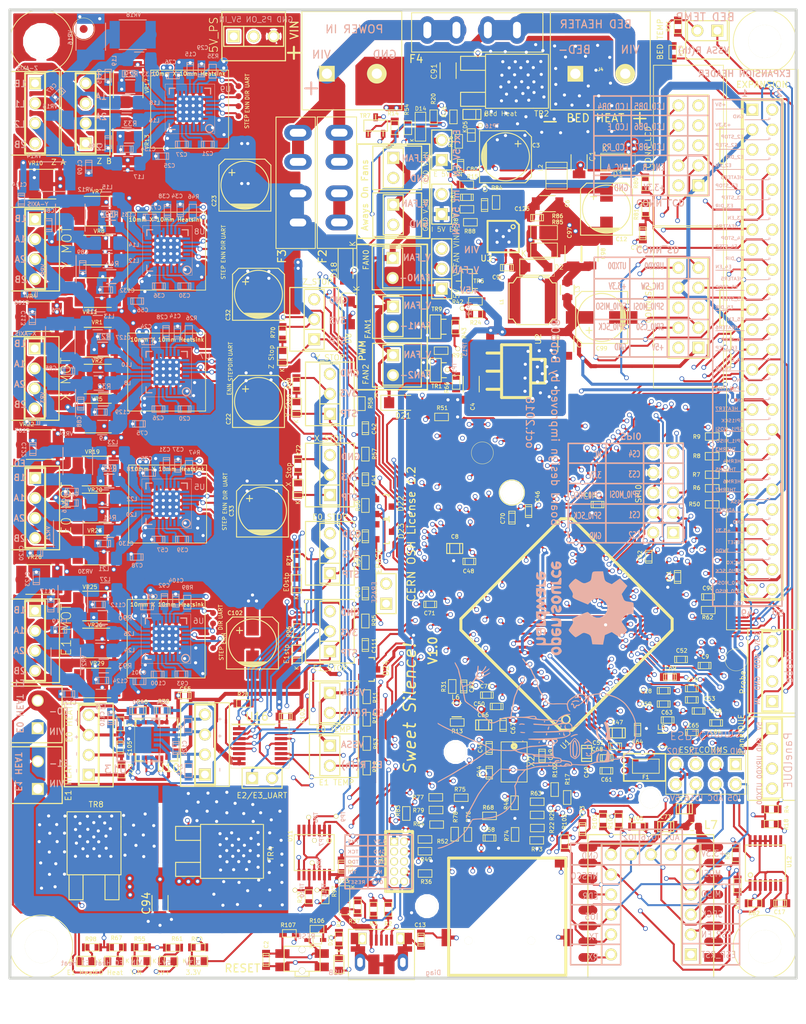
<source format=kicad_pcb>
(kicad_pcb (version 20171130) (host pcbnew "(5.0.0-3-g5ebb6b6)")
  (title_block (title "Duet 2 Maestro") (date 2018-02-20) (rev 1.0) (company "Escher3D, Think3DPrint3D"))
  (layers (0 Front mixed) (1 Inner3 signal hide) (2 Inner2 power hide) (31 Back power hide) (35 F.Paste user hide) (36 B.SilkS user hide) (37 F.SilkS user) (38 B.Mask user hide) (39 F.Mask user hide) (44 Edge.Cuts user))
  (net 0 "")
  (net 1 +3.3V)
  (net 2 +5V)
  (net 3 /Processor/VDDCORE)
  (net 4 5V_IN)
  (net 5 ADVREF)
  (net 6 BED-)
  (net 7 BED_PWM)
  (net 8 CS3)
  (net 9 CS4)
  (net 10 CS5)
  (net 11 DDM)
  (net 12 DDP)
  (net 13 E0-)
  (net 14 E0_DIR)
  (net 15 E0_MOT_1A)
  (net 16 E0_MOT_1B)
  (net 17 E0_MOT_2A)
  (net 18 E0_MOT_2B)
  (net 19 E0_PWM)
  (net 20 E0_STEP)
  (net 21 E0_STOP)
  (net 22 E0_STOP_CONN)
  (net 23 E1-)
  (net 24 E1_DIR)
  (net 25 E1_MOT_1A)
  (net 26 E1_MOT_1B)
  (net 27 E1_MOT_2A)
  (net 28 E1_MOT_2B)
  (net 29 E1_PWM)
  (net 30 E1_STEP)
  (net 31 E1_STOP)
  (net 32 E1_STOP_CONN)
  (net 33 E2_DIR)
  (net 34 E2_EN)
  (net 35 E2_STEP)
  (net 36 E2_STOP)
  (net 37 E3_DIR)
  (net 38 E3_EN)
  (net 39 E3_STEP)
  (net 40 E3_STOP)
  (net 41 E4_DIR)
  (net 42 E4_EN)
  (net 43 E4_STEP)
  (net 44 E4_STOP)
  (net 45 E5_DIR)
  (net 46 E5_EN)
  (net 47 E5_STEP)
  (net 48 E5_STOP)
  (net 49 E6_DIR)
  (net 50 E6_EN)
  (net 51 E6_STEP)
  (net 52 E6_STOP)
  (net 53 EDR_CONN)
  (net 54 ENC_A)
  (net 55 ENC_B)
  (net 56 ENC_SW)
  (net 57 ERASE)
  (net 58 ESP_DATA_RDY)
  (net 59 ESP_EN)
  (net 60 ESP_RST)
  (net 61 FAN0)
  (net 62 FAN0-)
  (net 63 FAN1)
  (net 64 FAN1-)
  (net 65 FAN2)
  (net 66 FAN2-)
  (net 67 GND)
  (net 68 HEATER0)
  (net 69 HEATER1)
  (net 70 HEATER2)
  (net 71 HEATER3)
  (net 72 HEATER4)
  (net 73 HEATER5)
  (net 74 HEATER6)
  (net 75 HEATER7)
  (net 76 LCD_DB4)
  (net 77 LCD_DB5)
  (net 78 LCD_DB6)
  (net 79 LCD_DB7)
  (net 80 LCD_E)
  (net 81 LCD_RS)
  (net 82 MCCDA)
  (net 83 MCCK)
  (net 84 MCDA0)
  (net 85 MCDA1)
  (net 86 MCDA2)
  (net 87 MCDA3)
  (net 88 MISO)
  (net 89 MOSI)
  (net 90 NPCS0)
  (net 91 PB6/TMS)
  (net 92 PB7/TCK)
  (net 93 PS_ON)
  (net 94 PS_ON_IN)
  (net 95 PWR_FAIL_DET1)
  (net 96 PWR_FAIL_DET2)
  (net 97 RESET)
  (net 98 SAM_TFR_RDY)
  (net 99 SD_CD)
  (net 100 SPCK)
  (net 101 SPI0_CS0)
  (net 102 SPI0_CS1)
  (net 103 SPI0_CS2)
  (net 104 SPI0_MISO)
  (net 105 SPI0_MOSI)
  (net 106 SPI0_SCK)
  (net 107 THERMISTOR0)
  (net 108 THERMISTOR1)
  (net 109 THERMISTOR2)
  (net 110 THERMISTOR3)
  (net 111 THERMISTOR4)
  (net 112 THERMISTOR5)
  (net 113 THERMISTOR6)
  (net 114 THERMISTOR7)
  (net 115 TWCK0)
  (net 116 TWD0)
  (net 117 URXD0)
  (net 118 URXD1)
  (net 119 URXD1_CONN)
  (net 120 USB_PWR_MON)
  (net 121 UTXD0)
  (net 122 UTXD1)
  (net 123 UTXD1_CONN)
  (net 124 VBUS)
  (net 125 VSSA)
  (net 126 V_FAN)
  (net 127 V_IN)
  (net 128 X_DIR)
  (net 129 X_MOT_1A)
  (net 130 X_MOT_1B)
  (net 131 X_MOT_2A)
  (net 132 X_MOT_2B)
  (net 133 X_STEP)
  (net 134 X_STOP)
  (net 135 X_STOP_CONN)
  (net 136 Y_DIR)
  (net 137 Y_MOT_1A)
  (net 138 Y_MOT_1B)
  (net 139 Y_MOT_2A)
  (net 140 Y_MOT_2B)
  (net 141 Y_STEP)
  (net 142 Y_STOP)
  (net 143 Y_STOP_CONN)
  (net 144 Z_DIR)
  (net 145 Z_MOT_1A)
  (net 146 Z_MOT_1B)
  (net 147 Z_MOT_2A)
  (net 148 Z_MOT_2B)
  (net 149 Z_PROBE_IN)
  (net 150 Z_PROBE_MOD)
  (net 151 Z_STEP)
  (net 152 Z_STOP)
  (net 153 Z_STOP_CONN)
  (net 154 "Net-(C1-Pad1)")
  (net 155 "Net-(C5-Pad1)")
  (net 156 "Net-(C13-Pad1)")
  (net 157 "Net-(C15-Pad1)")
  (net 158 "Net-(C18-Pad1)")
  (net 159 "Net-(C19-Pad1)")
  (net 160 "Net-(C20-Pad1)")
  (net 161 "Net-(C21-Pad1)")
  (net 162 "Net-(C28-Pad1)")
  (net 163 "Net-(C30-Pad1)")
  (net 164 "Net-(C38-Pad1)")
  (net 165 "Net-(C39-Pad1)")
  (net 166 "Net-(C44-Pad1)")
  (net 167 "Net-(C45-Pad1)")
  (net 168 "Net-(C53-Pad1)")
  (net 169 "Net-(C59-Pad1)")
  (net 170 "Net-(C60-Pad1)")
  (net 171 "Net-(C63-Pad1)")
  (net 172 "Net-(C65-Pad1)")
  (net 173 "Net-(C66-Pad1)")
  (net 174 "Net-(C67-Pad1)")
  (net 175 "Net-(C81-Pad1)")
  (net 176 "Net-(C81-Pad2)")
  (net 177 "Net-(C84-Pad1)")
  (net 178 "Net-(C96-Pad1)")
  (net 179 "Net-(C96-Pad2)")
  (net 180 "Net-(D3-Pad2)")
  (net 181 "Net-(D7-Pad1)")
  (net 182 "Net-(D9-Pad1)")
  (net 183 "Net-(D10-Pad1)")
  (net 184 "Net-(D11-Pad1)")
  (net 185 "Net-(D12-Pad1)")
  (net 186 "Net-(D14-Pad2)")
  (net 187 "Net-(D15-Pad2)")
  (net 188 "Net-(D16-Pad2)")
  (net 189 "Net-(D17-Pad2)")
  (net 190 "Net-(D19-Pad1)")
  (net 191 "Net-(D20-Pad1)")
  (net 192 ENN)
  (net 193 "Net-(J36-Pad2)")
  (net 194 "Net-(J15-Pad1)")
  (net 195 "Net-(J15-Pad2)")
  (net 196 "Net-(J15-Pad3)")
  (net 197 "Net-(J15-Pad5)")
  (net 198 "Net-(J15-Pad7)")
  (net 199 "Net-(J15-Pad8)")
  (net 200 "Net-(J15-Pad9)")
  (net 201 ADC)
  (net 202 GPIO16)
  (net 203 GPIO2)
  (net 204 NPCS0_CONN)
  (net 205 GPIO5)
  (net 206 "Net-(J22-Pad3)")
  (net 207 "Net-(J22-Pad2)")
  (net 208 "Net-(JP9-Pad2)")
  (net 209 "Net-(R20-Pad1)")
  (net 210 "Net-(R23-Pad1)")
  (net 211 "Net-(R42-Pad1)")
  (net 212 "Net-(R43-Pad1)")
  (net 213 "Net-(R66-Pad1)")
  (net 214 "Net-(R82-Pad2)")
  (net 215 "Net-(R84-Pad2)")
  (net 216 "Net-(R97-Pad1)")
  (net 217 "Net-(U11-Pad1)")
  (net 218 D6_TestPoint)
  (net 219 "Net-(R4-Pad1)")
  (net 220 "Net-(R14-Pad1)")
  (net 221 "Net-(J36-Pad4)")
  (net 222 "Net-(C12-Pad1)")
  (net 223 "Net-(F2-Pad2)")
  (net 224 Z_PROBE_MCU)
  (net 225 ESP_3.3VIN)
  (net 226 MOSI_ESP)
  (net 227 SPCK_ESP)
  (net 228 MISO_ESP)
  (net 229 "Net-(D2-Pad2)")
  (net 230 "Net-(C2-Pad1)")
  (net 231 RESET_EXT)
  (net 232 V_FUSED)
  (net 233 V_BED)
  (net 234 "Net-(J21-Pad7)")
  (net 235 "Net-(J22-Pad4)")
  (net 236 "Net-(J37-Pad10)")
  (net 237 "Net-(U12-Pad6)")
  (net 238 "Net-(U12-Pad8)")
  (net 239 "Net-(U12-Pad9)")
  (net 240 "Net-(C92-Pad1)")
  (net 241 "Net-(C100-Pad2)")
  (net 242 "Net-(U6-Pad2)")
  (net 243 "Net-(C93-Pad1)")
  (net 244 "Net-(C93-Pad2)")
  (net 245 "Net-(U6-Pad21)")
  (net 246 "Net-(U6-Pad26)")
  (net 247 "Net-(U5-Pad2)")
  (net 248 "Net-(C39-Pad2)")
  (net 249 "Net-(C57-Pad2)")
  (net 250 "Net-(C31-Pad2)")
  (net 251 "Net-(U5-Pad21)")
  (net 252 "Net-(U5-Pad26)")
  (net 253 "Net-(U9-Pad2)")
  (net 254 "Net-(U9-Pad21)")
  (net 255 "Net-(U9-Pad26)")
  (net 256 "Net-(U7-Pad26)")
  (net 257 "Net-(U7-Pad21)")
  (net 258 "Net-(U7-Pad2)")
  (net 259 "Net-(U8-Pad2)")
  (net 260 "Net-(U8-Pad21)")
  (net 261 "Net-(U8-Pad26)")
  (net 262 "Net-(C26-Pad2)")
  (net 263 "Net-(C20-Pad2)")
  (net 264 "Net-(C30-Pad2)")
  (net 265 "Net-(C36-Pad2)")
  (net 266 "Net-(C21-Pad2)")
  (net 267 "Net-(C27-Pad2)")
  (net 268 E1_UART)
  (net 269 E0_UART)
  (net 270 Y_UART)
  (net 271 Z_UART)
  (net 272 X_UART)
  (net 273 "Net-(U16-Pad6)")
  (net 274 "Net-(U16-Pad12)")
  (net 275 MOT_RXD)
  (net 276 MOT_TXD)
  (net 277 MUX_2)
  (net 278 MUX_1)
  (net 279 MUX_0)
  (net 280 "Net-(R30-Pad1)")
  (net 281 "Net-(R30-Pad2)")
  (net 282 "Net-(J17-Pad4)")
  (net 283 "Net-(C105-Pad1)")
  (net 284 "Net-(C105-Pad2)")
  (net 285 "Net-(J17-Pad1)")
  (net 286 "Net-(C112-Pad2)")
  (net 287 "Net-(C124-Pad2)")
  (net 288 TEMP_MISO)
  (net 289 "Net-(J18-Pad4)")
  (net 290 "Net-(J18-Pad1)")
  (net 291 "Net-(R38-Pad1)")
  (net 292 "Net-(R38-Pad2)")
  (net 293 TEMP_SCK)
  (net 294 TEMP_MOSI)
  (net 295 TEMP_CS1)
  (net 296 TEMP_CS2)
  (net 297 "Net-(C126-Pad1)")
  (net 298 "Net-(C126-Pad2)")
  (net 299 E3_UART)
  (net 300 E2_UART)
  (net 301 "Net-(C134-Pad2)")
  (net 302 "Net-(C131-Pad2)")
  (net 303 "Net-(C130-Pad2)")
  (net 304 "Net-(C132-Pad2)")
  (net 305 "Net-(C128-Pad2)")
  (net 306 "Net-(C129-Pad2)")
  (net 307 "Net-(C133-Pad2)")
  (net 308 "Net-(C127-Pad2)")
  (net 309 "Net-(L8-Pad2)")
  (net 310 "Net-(L13-Pad2)")
  (net 311 "Net-(L12-Pad2)")
  (net 312 "Net-(L14-Pad2)")
  (net 313 "Net-(L15-Pad2)")
  (net 314 "Net-(L17-Pad2)")
  (net 315 "Net-(L16-Pad2)")
  (net 316 "Net-(L18-Pad2)")
  (net 317 "Net-(L19-Pad2)")
  (net 318 "Net-(L9-Pad2)")
  (net 319 "Net-(L10-Pad2)")
  (net 320 "Net-(L11-Pad2)")
  (net 321 "Net-(L25-Pad2)")
  (net 322 "Net-(L24-Pad2)")
  (net 323 "Net-(L26-Pad2)")
  (net 324 "Net-(L27-Pad2)")
  (net 325 "Net-(L21-Pad2)")
  (net 326 "Net-(L20-Pad2)")
  (net 327 "Net-(L22-Pad2)")
  (net 328 "Net-(L23-Pad2)")
  (net 329 "Net-(U10-Pad18)")
  (net 330 "Net-(U10-Pad17)")
  (net 331 "Net-(U13-Pad18)")
  (net 332 "Net-(U13-Pad17)")
  (module Symbol:D-PAK (layer Front) (at 109.2835 143.764 270)
    (fp_text reference TR4 (at 0.26924 -4.09956 270) (layer F.SilkS) (effects (font (size 0.7 0.7) (thickness 0.1))))
    (fp_text value IPD036N04L hide)
    (pad S smd rect (at 2.286 6.35 270) (size 1.30048 2.30124) (layers Front F.Paste F.Mask) (net 67 GND))
    (pad D smd rect (at 0 0 270) (size 5.90042 6.49986) (layers Front F.Paste F.Mask) (net 13 E0-))
    (pad G smd rect (at -2.286 6.35 270) (size 1.30048 2.30124) (layers Front F.Paste F.Mask) (net 210 "Net-(R23-Pad1)"))
  )
  (module complib:PIN_ARRAY_4x1 (layer Front) (at 105.0188 130.19168 90)
    (fp_text reference J18 hide)
    (fp_text value "+    +    -    -" (at 0.0127 1.8542 270) (layer B.SilkS) (effects (font (size 0.5 0.5) (thickness 0.08)) (justify mirror)))
    (pad 4 thru_hole circle (at 3.81 0 90) (size 1.524 1.524) (drill 1) (layers *.Cu *.Mask F.SilkS) (net 289 "Net-(J18-Pad4)"))
    (pad 3 thru_hole circle (at 1.27 0 90) (size 1.524 1.524) (drill 1) (layers *.Cu *.Mask F.SilkS) (net 298 "Net-(C126-Pad2)"))
    (pad 2 thru_hole circle (at -1.27 0 90) (size 1.524 1.524) (drill 1) (layers *.Cu *.Mask F.SilkS) (net 297 "Net-(C126-Pad1)"))
    (pad 1 thru_hole rect (at -3.81 0 90) (size 1.524 1.524) (drill 1) (layers *.Cu *.Mask F.SilkS) (net 290 "Net-(J18-Pad1)"))
  )
  (module complib:PIN_ARRAY_4x1 (layer Front) (at 90.236 130.24248 90)
    (fp_text reference J17 hide)
    (fp_text value "+    +    -    -" (at -0.0635 -1.5875 90) (layer B.SilkS) (effects (font (size 0.5 0.5) (thickness 0.08)) (justify mirror)))
    (pad 1 thru_hole rect (at -3.81 0 90) (size 1.524 1.524) (drill 1) (layers *.Cu *.Mask F.SilkS) (net 285 "Net-(J17-Pad1)"))
    (pad 2 thru_hole circle (at -1.27 0 90) (size 1.524 1.524) (drill 1) (layers *.Cu *.Mask F.SilkS) (net 283 "Net-(C105-Pad1)"))
    (pad 3 thru_hole circle (at 1.27 0 90) (size 1.524 1.524) (drill 1) (layers *.Cu *.Mask F.SilkS) (net 284 "Net-(C105-Pad2)"))
    (pad 4 thru_hole circle (at 3.81 0 90) (size 1.524 1.524) (drill 1) (layers *.Cu *.Mask F.SilkS) (net 282 "Net-(J17-Pad4)"))
  )
  (module complib:C_0603 (layer Back) (at 86.6165 115.63748)
    (fp_text reference C119 (at -0.08218 -1.1204) (layer B.SilkS) (effects (font (size 0.5 0.5) (thickness 0.09)) (justify mirror)))
    (fp_text value "470p 100V" hide)
    (pad 1 smd rect (at 0.8001 0) (size 0.94996 1.00076) (layers Back B.Paste B.Mask) (net 25 E1_MOT_1A))
    (pad 2 smd rect (at -0.8001 0) (size 0.94996 1.00076) (layers Back B.Paste B.Mask) (net 67 GND))
  )
  (module complib:C_0603 (layer Back) (at 87.6325 123.76548 180)
    (fp_text reference C121 (at -0.08218 -1.1204 180) (layer B.SilkS) (effects (font (size 0.5 0.5) (thickness 0.09)) (justify mirror)))
    (fp_text value "470p 100V" hide)
    (pad 2 smd rect (at -0.8001 0 180) (size 0.94996 1.00076) (layers Back B.Paste B.Mask) (net 27 E1_MOT_2A))
    (pad 1 smd rect (at 0.8001 0 180) (size 0.94996 1.00076) (layers Back B.Paste B.Mask) (net 67 GND))
  )
  (module complib:C_0603 (layer Back) (at 91.9505 122.05098 180)
    (fp_text reference C124 (at -2.286 -0.0635) (layer B.SilkS) (effects (font (size 0.5 0.5) (thickness 0.09)) (justify mirror)))
    (fp_text value "0u1 16V" hide)
    (pad 1 smd rect (at 0.8001 0 180) (size 0.94996 1.00076) (layers Back B.Paste B.Mask) (net 67 GND))
    (pad 2 smd rect (at -0.8001 0 180) (size 0.94996 1.00076) (layers Back B.Paste B.Mask) (net 287 "Net-(C124-Pad2)"))
  )
  (module complib:R_0805_extended_pads (layer Front) (at 163.1975 129.60748 180)
    (fp_text reference L5 (at 0.131442 1.607665 180) (layer F.SilkS) (effects (font (size 0.6 0.6) (thickness 0.1))))
    (fp_text value "10uH 100Mhz" hide)
    (pad 2 smd rect (at 1.1 0 180) (size 1 1.3) (layers Front F.Paste F.Mask) (net 1 +3.3V))
    (pad 1 smd rect (at -1.1 0 180) (size 1 1.3) (layers Front F.Paste F.Mask) (net 5 ADVREF))
  )
  (module complib:R_0805_extended_pads (layer Front) (at 137.0355 125.79748 180)
    (fp_text reference L6 (at 0.131442 1.607665 180) (layer F.SilkS) (effects (font (size 0.6 0.6) (thickness 0.1))))
    (fp_text value "10uH 100Mhz" hide)
    (pad 1 smd rect (at -1.1 0 180) (size 1 1.3) (layers Front F.Paste F.Mask) (net 3 /Processor/VDDCORE))
    (pad 2 smd rect (at 1.1 0 180) (size 1 1.3) (layers Front F.Paste F.Mask) (net 174 "Net-(C67-Pad1)"))
  )
  (module Symbol:Untitled (layer Back) (at 147.3225 131.70298 90)
    (fp_text reference M11 hide)
    (fp_text value LOGO hide)
  )
  (module Inductor_THT:L_1812_HandSoldering (layer Back) (at 88.839 94.17448 90)
    (fp_text reference VR24 (at 3.4671 -1.5367 180) (layer B.SilkS) (effects (font (size 0.5 0.5) (thickness 0.1)) (justify mirror)))
    (fp_text value 3J)
    (pad 1 smd rect (at -2.286 0 90) (size 1.3 3.5) (layers Back B.Paste B.Mask) (net 16 E0_MOT_1B))
    (pad 2 smd rect (at 2.286 0 90) (size 1.3 3.5) (layers Back B.Paste B.Mask) (net 18 E0_MOT_2B))
  )
  (module complib:R_1206 (layer Front) (at 148.148 67.37748 180)
    (fp_text reference R85 (at -1.7145 3.556) (layer F.SilkS) (effects (font (size 0.5 0.5) (thickness 0.09906))))
    (fp_text value "0R13 0.33W" hide)
    (pad 2 smd rect (at 1.50114 0 180) (size 1.15062 1.80086) (layers Front F.Paste F.Mask) (net 229 "Net-(D2-Pad2)"))
    (pad 1 smd rect (at -1.50114 0 180) (size 1.15062 1.80086) (layers Front F.Paste F.Mask) (net 67 GND))
  )
  (module complib:R_1206 (layer Front) (at 148.148 65.15498 180)
    (fp_text reference R86 (at -1.7145 2.0955 180) (layer F.SilkS) (effects (font (size 0.5 0.5) (thickness 0.09906))))
    (fp_text value "0R13 0.33W" hide)
    (pad 1 smd rect (at -1.50114 0 180) (size 1.15062 1.80086) (layers Front F.Paste F.Mask) (net 67 GND))
    (pad 2 smd rect (at 1.50114 0 180) (size 1.15062 1.80086) (layers Front F.Paste F.Mask) (net 229 "Net-(D2-Pad2)"))
  )
  (module complib:R_0805_extended_pads (layer Back) (at 92.014 114.04998 180)
    (fp_text reference R90 (at -2.8575 -0.0635 180) (layer B.SilkS) (effects (font (size 0.6 0.6) (thickness 0.1)) (justify mirror)))
    (fp_text value "0R075 1% 0.33W" hide)
    (pad 1 smd rect (at -1.1 0 180) (size 1 1.3) (layers Back B.Paste B.Mask) (net 286 "Net-(C112-Pad2)"))
    (pad 2 smd rect (at 1.1 0 180) (size 1 1.3) (layers Back B.Paste B.Mask) (net 67 GND))
  )
  (module complib:R_0805_extended_pads (layer Back) (at 92.8395 96.71448)
    (fp_text reference R45 (at 0.131442 -1.607665) (layer B.SilkS) (effects (font (size 0.6 0.6) (thickness 0.1)) (justify mirror)))
    (fp_text value "0R075 1% 0.33W" hide)
    (pad 2 smd rect (at 1.1 0) (size 1 1.3) (layers Back B.Paste B.Mask) (net 305 "Net-(C128-Pad2)"))
    (pad 1 smd rect (at -1.1 0) (size 1 1.3) (layers Back B.Paste B.Mask) (net 67 GND))
  )
  (module complib:R_0805_extended_pads (layer Back) (at 93.0935 70.74298)
    (fp_text reference R44 (at 0.131442 -1.607665) (layer B.SilkS) (effects (font (size 0.6 0.6) (thickness 0.1)) (justify mirror)))
    (fp_text value "0R075 1% 0.33W" hide)
    (pad 1 smd rect (at -1.1 0) (size 1 1.3) (layers Back B.Paste B.Mask) (net 67 GND))
    (pad 2 smd rect (at 1.1 0) (size 1 1.3) (layers Back B.Paste B.Mask) (net 304 "Net-(C132-Pad2)"))
  )
  (module complib:R_0805_extended_pads (layer Back) (at 92.776 103.00098)
    (fp_text reference R41 (at 0.131442 -1.607665) (layer B.SilkS) (effects (font (size 0.6 0.6) (thickness 0.1)) (justify mirror)))
    (fp_text value "0R075 1% 0.33W" hide)
    (pad 2 smd rect (at 1.1 0) (size 1 1.3) (layers Back B.Paste B.Mask) (net 303 "Net-(C130-Pad2)"))
    (pad 1 smd rect (at -1.1 0) (size 1 1.3) (layers Back B.Paste B.Mask) (net 67 GND))
  )
  (module complib:R_0805_extended_pads (layer Back) (at 92.014 79.95048)
    (fp_text reference R27 (at 0.131442 -1.607665) (layer B.SilkS) (effects (font (size 0.6 0.6) (thickness 0.1)) (justify mirror)))
    (fp_text value "0R075 1% 0.33W" hide)
    (pad 1 smd rect (at -1.1 0) (size 1 1.3) (layers Back B.Paste B.Mask) (net 67 GND))
    (pad 2 smd rect (at 1.1 0) (size 1 1.3) (layers Back B.Paste B.Mask) (net 308 "Net-(C127-Pad2)"))
  )
  (module complib:R_0805_extended_pads (layer Back) (at 95.5065 46.61298)
    (fp_text reference R29 (at 0.131442 -1.607665) (layer B.SilkS) (effects (font (size 0.6 0.6) (thickness 0.1)) (justify mirror)))
    (fp_text value "0R075 1% 0.33W" hide)
    (pad 2 smd rect (at 1.1 0) (size 1 1.3) (layers Back B.Paste B.Mask) (net 307 "Net-(C133-Pad2)"))
    (pad 1 smd rect (at -1.1 0) (size 1 1.3) (layers Back B.Paste B.Mask) (net 67 GND))
  )
  (module complib:R_0805_extended_pads (layer Back) (at 92.0775 86.30048)
    (fp_text reference R32 (at 0.131442 -1.607665) (layer B.SilkS) (effects (font (size 0.6 0.6) (thickness 0.1)) (justify mirror)))
    (fp_text value "0R075 1% 0.33W" hide)
    (pad 1 smd rect (at -1.1 0) (size 1 1.3) (layers Back B.Paste B.Mask) (net 67 GND))
    (pad 2 smd rect (at 1.1 0) (size 1 1.3) (layers Back B.Paste B.Mask) (net 306 "Net-(C129-Pad2)"))
  )
  (module complib:R_0805_extended_pads (layer Back) (at 93.03 64.45648)
    (fp_text reference R39 (at 0.131442 -1.607665) (layer B.SilkS) (effects (font (size 0.6 0.6) (thickness 0.1)) (justify mirror)))
    (fp_text value "0R075 1% 0.33W" hide)
    (pad 2 smd rect (at 1.1 0) (size 1 1.3) (layers Back B.Paste B.Mask) (net 302 "Net-(C131-Pad2)"))
    (pad 1 smd rect (at -1.1 0) (size 1 1.3) (layers Back B.Paste B.Mask) (net 67 GND))
  )
  (module complib:R_0805_extended_pads (layer Back) (at 92.141 120.20948 180)
    (fp_text reference R93 (at -2.7305 0) (layer B.SilkS) (effects (font (size 0.6 0.6) (thickness 0.1)) (justify mirror)))
    (fp_text value "0R075 1% 0.33W" hide)
    (pad 1 smd rect (at -1.1 0 180) (size 1 1.3) (layers Back B.Paste B.Mask) (net 287 "Net-(C124-Pad2)"))
    (pad 2 smd rect (at 1.1 0 180) (size 1 1.3) (layers Back B.Paste B.Mask) (net 67 GND))
  )
  (module complib:R_0805_extended_pads (layer Back) (at 95.3795 52.89948)
    (fp_text reference R33 (at 0.131442 -1.607665) (layer B.SilkS) (effects (font (size 0.6 0.6) (thickness 0.1)) (justify mirror)))
    (fp_text value "0R075 1% 0.33W" hide)
    (pad 1 smd rect (at -1.1 0) (size 1 1.3) (layers Back B.Paste B.Mask) (net 67 GND))
    (pad 2 smd rect (at 1.1 0) (size 1 1.3) (layers Back B.Paste B.Mask) (net 301 "Net-(C134-Pad2)"))
  )
  (module Inductor_SMD:L_0603_1608Metric (layer Front) (at 166.98 140.60848)
    (fp_text reference L7 (at 2.377 -0.206) (layer F.SilkS))
    (fp_text value 4n7h)
    (pad 2 smd roundrect (at 0.7875 0) (size 0.875 0.95) (layers Front F.Paste F.Mask) (net 225 ESP_3.3VIN))
    (pad 1 smd roundrect (at -0.7875 0) (size 0.875 0.95) (layers Front F.Paste F.Mask) (net 1 +3.3V))
  )
  (module Inductor_SMD:L_1206_3216Metric_Pad1.42x1.75mm_HandSolder (layer Back) (at 91.379 76.58498)
    (fp_text reference L11 (at -0.762 -1.4478) (layer B.SilkS) (effects (font (size 0.5 0.5) (thickness 0.1)) (justify mirror)))
    (fp_text value 50R@100MHz)
    (pad 2 smd roundrect (at 1.4875 0) (size 1.425 1.75) (layers Back B.Paste B.Mask) (roundrect_rratio 0.175439) (net 320 "Net-(L11-Pad2)"))
    (pad 1 smd roundrect (at -1.4875 0) (size 1.425 1.75) (layers Back B.Paste B.Mask) (roundrect_rratio 0.175439) (net 132 X_MOT_2B))
  )
  (module Inductor_SMD:L_1206_3216Metric_Pad1.42x1.75mm_HandSolder (layer Back) (at 91.4425 81.98248)
    (fp_text reference L10 (at 3.6195 -0.0508) (layer B.SilkS) (effects (font (size 0.5 0.5) (thickness 0.1)) (justify mirror)))
    (fp_text value 50R@100MHz)
    (pad 1 smd roundrect (at -1.4875 0) (size 1.425 1.75) (layers Back B.Paste B.Mask) (roundrect_rratio 0.175439) (net 130 X_MOT_1B))
    (pad 2 smd roundrect (at 1.4875 0) (size 1.425 1.75) (layers Back B.Paste B.Mask) (roundrect_rratio 0.175439) (net 319 "Net-(L10-Pad2)"))
  )
  (module Resistor_SMD:R_1206_3216Metric_Pad1.42x1.75mm_HandSolder (layer Back) (at 92.3315 110.55748)
    (fp_text reference L27 (at 0 -1.3462) (layer B.SilkS) (effects (font (size 0.5 0.5) (thickness 0.1)) (justify mirror)))
    (fp_text value 50R@100MHz)
    (pad 1 smd roundrect (at -1.4875 0) (size 1.425 1.75) (layers Back B.Paste B.Mask) (roundrect_rratio 0.175439) (net 28 E1_MOT_2B))
    (pad 2 smd roundrect (at 1.4875 0) (size 1.425 1.75) (layers Back B.Paste B.Mask) (roundrect_rratio 0.175439) (net 324 "Net-(L27-Pad2)"))
  )
  (module Resistor_SMD:R_1206_3216Metric_Pad1.42x1.75mm_HandSolder (layer Back) (at 91.6965 116.01848)
    (fp_text reference L26 (at 3.6703 0.1016) (layer B.SilkS) (effects (font (size 0.5 0.5) (thickness 0.1)) (justify mirror)))
    (fp_text value 50R@100MHz)
    (pad 2 smd roundrect (at 1.4875 0) (size 1.425 1.75) (layers Back B.Paste B.Mask) (roundrect_rratio 0.175439) (net 323 "Net-(L26-Pad2)"))
    (pad 1 smd roundrect (at -1.4875 0) (size 1.425 1.75) (layers Back B.Paste B.Mask) (roundrect_rratio 0.175439) (net 26 E1_MOT_1B))
  )
  (module Resistor_SMD:R_1206_3216Metric_Pad1.42x1.75mm_HandSolder (layer Back) (at 91.76 124.08298)
    (fp_text reference L25 (at 0 1.3335) (layer B.SilkS) (effects (font (size 0.5 0.5) (thickness 0.1)) (justify mirror)))
    (fp_text value 50R@100MHz)
    (pad 1 smd roundrect (at -1.4875 0) (size 1.425 1.75) (layers Back B.Paste B.Mask) (roundrect_rratio 0.175439) (net 27 E1_MOT_2A))
    (pad 2 smd roundrect (at 1.4875 0) (size 1.425 1.75) (layers Back B.Paste B.Mask) (roundrect_rratio 0.175439) (net 321 "Net-(L25-Pad2)"))
  )
  (module Resistor_SMD:R_1206_3216Metric_Pad1.42x1.75mm_HandSolder (layer Back) (at 91.6965 118.24098)
    (fp_text reference L24 (at 3.7211 -0.0381) (layer B.SilkS) (effects (font (size 0.5 0.5) (thickness 0.1)) (justify mirror)))
    (fp_text value 50R@100MHz)
    (pad 2 smd roundrect (at 1.4875 0) (size 1.425 1.75) (layers Back B.Paste B.Mask) (roundrect_rratio 0.175439) (net 322 "Net-(L24-Pad2)"))
    (pad 1 smd roundrect (at -1.4875 0) (size 1.425 1.75) (layers Back B.Paste B.Mask) (roundrect_rratio 0.175439) (net 25 E1_MOT_1A))
  )
  (module Resistor_SMD:R_1206_3216Metric_Pad1.42x1.75mm_HandSolder (layer Back) (at 93.284 93.15848)
    (fp_text reference L23 (at 0.0254 -1.3589) (layer B.SilkS) (effects (font (size 0.5 0.5) (thickness 0.1)) (justify mirror)))
    (fp_text value 50R@100MHz)
    (pad 1 smd roundrect (at -1.4875 0) (size 1.425 1.75) (layers Back B.Paste B.Mask) (roundrect_rratio 0.175439) (net 18 E0_MOT_2B))
    (pad 2 smd roundrect (at 1.4875 0) (size 1.425 1.75) (layers Back B.Paste B.Mask) (roundrect_rratio 0.175439) (net 328 "Net-(L23-Pad2)"))
  )
  (module Resistor_SMD:R_1206_3216Metric_Pad1.42x1.75mm_HandSolder (layer Back) (at 92.141 98.74648)
    (fp_text reference L22 (at 3.5814 0.254) (layer B.SilkS) (effects (font (size 0.5 0.5) (thickness 0.1)) (justify mirror)))
    (fp_text value 50R@100MHz)
    (pad 2 smd roundrect (at 1.4875 0) (size 1.425 1.75) (layers Back B.Paste B.Mask) (roundrect_rratio 0.175439) (net 327 "Net-(L22-Pad2)"))
    (pad 1 smd roundrect (at -1.4875 0) (size 1.425 1.75) (layers Back B.Paste B.Mask) (roundrect_rratio 0.175439) (net 16 E0_MOT_1B))
  )
  (module Resistor_SMD:R_1206_3216Metric_Pad1.42x1.75mm_HandSolder (layer Back) (at 92.268 106.55698)
    (fp_text reference L21 (at -0.1143 1.3208) (layer B.SilkS) (effects (font (size 0.5 0.5) (thickness 0.1)) (justify mirror)))
    (fp_text value 50R@100MHz)
    (pad 1 smd roundrect (at -1.4875 0) (size 1.425 1.75) (layers Back B.Paste B.Mask) (roundrect_rratio 0.175439) (net 17 E0_MOT_2A))
    (pad 2 smd roundrect (at 1.4875 0) (size 1.425 1.75) (layers Back B.Paste B.Mask) (roundrect_rratio 0.175439) (net 325 "Net-(L21-Pad2)"))
  )
  (module Resistor_SMD:R_1206_3216Metric_Pad1.42x1.75mm_HandSolder (layer Back) (at 92.141 100.96898)
    (fp_text reference L20 (at 3.5306 0.0127) (layer B.SilkS) (effects (font (size 0.5 0.5) (thickness 0.1)) (justify mirror)))
    (fp_text value 50R@100MHz)
    (pad 2 smd roundrect (at 1.4875 0) (size 1.425 1.75) (layers Back B.Paste B.Mask) (roundrect_rratio 0.175439) (net 326 "Net-(L20-Pad2)"))
    (pad 1 smd roundrect (at -1.4875 0) (size 1.425 1.75) (layers Back B.Paste B.Mask) (roundrect_rratio 0.175439) (net 15 E0_MOT_1A))
  )
  (module Resistor_SMD:R_1206_3216Metric_Pad1.42x1.75mm_HandSolder (layer Back) (at 95.062 48.64498)
    (fp_text reference L18 (at 3.556 0.0127) (layer B.SilkS) (effects (font (size 0.5 0.5) (thickness 0.1)) (justify mirror)))
    (fp_text value 50R@100MHz)
    (pad 1 smd roundrect (at -1.4875 0) (size 1.425 1.75) (layers Back B.Paste B.Mask) (roundrect_rratio 0.175439) (net 146 Z_MOT_1B))
    (pad 2 smd roundrect (at 1.4875 0) (size 1.425 1.75) (layers Back B.Paste B.Mask) (roundrect_rratio 0.175439) (net 316 "Net-(L18-Pad2)"))
  )
  (module Resistor_SMD:R_1206_3216Metric_Pad1.42x1.75mm_HandSolder (layer Back) (at 95.2525 56.39198)
    (fp_text reference L17 (at 1.3716 1.6764) (layer B.SilkS) (effects (font (size 0.5 0.5) (thickness 0.1)) (justify mirror)))
    (fp_text value 50R@100MHz)
    (pad 2 smd roundrect (at 1.4875 0) (size 1.425 1.75) (layers Back B.Paste B.Mask) (roundrect_rratio 0.175439) (net 314 "Net-(L17-Pad2)"))
    (pad 1 smd roundrect (at -1.4875 0) (size 1.425 1.75) (layers Back B.Paste B.Mask) (roundrect_rratio 0.175439) (net 147 Z_MOT_2A))
  )
  (module Resistor_SMD:R_1206_3216Metric_Pad1.42x1.75mm_HandSolder (layer Back) (at 95.062 50.86748)
    (fp_text reference L16 (at 3.5052 0.0254) (layer B.SilkS) (effects (font (size 0.5 0.5) (thickness 0.1)) (justify mirror)))
    (fp_text value 50R@100MHz)
    (pad 1 smd roundrect (at -1.4875 0) (size 1.425 1.75) (layers Back B.Paste B.Mask) (roundrect_rratio 0.175439) (net 145 Z_MOT_1A))
    (pad 2 smd roundrect (at 1.4875 0) (size 1.425 1.75) (layers Back B.Paste B.Mask) (roundrect_rratio 0.175439) (net 315 "Net-(L16-Pad2)"))
  )
  (module Resistor_SMD:R_1206_3216Metric_Pad1.42x1.75mm_HandSolder (layer Back) (at 92.4712 60.90048)
    (fp_text reference L15 (at 0.127 -1.524) (layer B.SilkS) (effects (font (size 0.5 0.5) (thickness 0.1)) (justify mirror)))
    (fp_text value 50R@100MHz)
    (pad 2 smd roundrect (at 1.4875 0) (size 1.425 1.75) (layers Back B.Paste B.Mask) (roundrect_rratio 0.175439) (net 313 "Net-(L15-Pad2)"))
    (pad 1 smd roundrect (at -1.4875 0) (size 1.425 1.75) (layers Back B.Paste B.Mask) (roundrect_rratio 0.175439) (net 140 Y_MOT_2B))
  )
  (module Resistor_SMD:R_1206_3216Metric_Pad1.42x1.75mm_HandSolder (layer Back) (at 92.5855 66.48848)
    (fp_text reference L14 (at 3.3909 0.2032) (layer B.SilkS) (effects (font (size 0.5 0.5) (thickness 0.1)) (justify mirror)))
    (fp_text value 50R@100MHz)
    (pad 1 smd roundrect (at -1.4875 0) (size 1.425 1.75) (layers Back B.Paste B.Mask) (roundrect_rratio 0.175439) (net 138 Y_MOT_1B))
    (pad 2 smd roundrect (at 1.4875 0) (size 1.425 1.75) (layers Back B.Paste B.Mask) (roundrect_rratio 0.175439) (net 312 "Net-(L14-Pad2)"))
  )
  (module Resistor_SMD:R_1206_3216Metric_Pad1.42x1.75mm_HandSolder (layer Back) (at 91.6965 74.31168)
    (fp_text reference L13 (at 1.1303 1.4732) (layer B.SilkS) (effects (font (size 0.5 0.5) (thickness 0.1)) (justify mirror)))
    (fp_text value 50R@100MHz)
    (pad 2 smd roundrect (at 1.4875 0) (size 1.425 1.75) (layers Back B.Paste B.Mask) (roundrect_rratio 0.175439) (net 310 "Net-(L13-Pad2)"))
    (pad 1 smd roundrect (at -1.4875 0) (size 1.425 1.75) (layers Back B.Paste B.Mask) (roundrect_rratio 0.175439) (net 139 Y_MOT_2A))
  )
  (module Resistor_SMD:R_1206_3216Metric_Pad1.42x1.75mm_HandSolder (layer Back) (at 92.649 68.71098)
    (fp_text reference L12 (at 3.3274 0.0127) (layer B.SilkS) (effects (font (size 0.5 0.5) (thickness 0.1)) (justify mirror)))
    (fp_text value 50R@100MHz)
    (pad 1 smd roundrect (at -1.4875 0) (size 1.425 1.75) (layers Back B.Paste B.Mask) (roundrect_rratio 0.175439) (net 137 Y_MOT_1A))
    (pad 2 smd roundrect (at 1.4875 0) (size 1.425 1.75) (layers Back B.Paste B.Mask) (roundrect_rratio 0.175439) (net 311 "Net-(L12-Pad2)"))
  )
  (module Resistor_SMD:R_1206_3216Metric_Pad1.42x1.75mm_HandSolder (layer Back) (at 91.9505 89.91998)
    (fp_text reference L9 (at 0.0508 1.3716) (layer B.SilkS) (effects (font (size 0.5 0.5) (thickness 0.1)) (justify mirror)))
    (fp_text value 50R@100MHz)
    (pad 2 smd roundrect (at 1.4875 0) (size 1.425 1.75) (layers Back B.Paste B.Mask) (roundrect_rratio 0.175439) (net 318 "Net-(L9-Pad2)"))
    (pad 1 smd roundrect (at -1.4875 0) (size 1.425 1.75) (layers Back B.Paste B.Mask) (roundrect_rratio 0.175439) (net 131 X_MOT_2A))
  )
  (module Resistor_SMD:R_1206_3216Metric_Pad1.42x1.75mm_HandSolder (layer Back) (at 96.6495 43.12048)
    (fp_text reference L19 (at -3.175 0.1905 90) (layer B.SilkS) (effects (font (size 0.5 0.5) (thickness 0.1)) (justify mirror)))
    (fp_text value 50R@100MHz)
    (pad 1 smd roundrect (at -1.4875 0) (size 1.425 1.75) (layers Back B.Paste B.Mask) (roundrect_rratio 0.175439) (net 148 Z_MOT_2B))
    (pad 2 smd roundrect (at 1.4875 0) (size 1.425 1.75) (layers Back B.Paste B.Mask) (roundrect_rratio 0.175439) (net 317 "Net-(L19-Pad2)"))
  )
  (module Inductor_SMD:L_1206_3216Metric_Pad1.42x1.75mm_HandSolder (layer Back) (at 91.506 84.26848)
    (fp_text reference L8 (at 3.6576 0) (layer B.SilkS) (effects (font (size 0.5 0.5) (thickness 0.1)) (justify mirror)))
    (fp_text value 50R@100MHz)
    (pad 1 smd roundrect (at -1.4875 0) (size 1.425 1.75) (layers Back B.Paste B.Mask) (roundrect_rratio 0.175439) (net 129 X_MOT_1A))
    (pad 2 smd roundrect (at 1.4875 0) (size 1.425 1.75) (layers Back B.Paste B.Mask) (roundrect_rratio 0.175439) (net 309 "Net-(L8-Pad2)"))
  )
  (module Inductor_THT:L_1812_HandSoldering (layer Back) (at 95.824 40.00898)
    (fp_text reference VR18 (at 0.1143 -2.5273 180) (layer B.SilkS) (effects (font (size 0.5 0.5) (thickness 0.1)) (justify mirror)))
    (fp_text value 3J)
    (pad 2 smd rect (at 2.286 0) (size 1.3 3.5) (layers Back B.Paste B.Mask) (net 148 Z_MOT_2B))
    (pad 1 smd rect (at -2.286 0) (size 1.3 3.5) (layers Back B.Paste B.Mask) (net 146 Z_MOT_1B))
  )
  (module Inductor_THT:L_1812_HandSoldering (layer Front) (at 95.2525 46.29548 270)
    (fp_text reference VR17 (at 0.2286 -2.4003 270) (layer F.SilkS) (effects (font (size 0.5 0.5) (thickness 0.08))))
    (fp_text value 3J)
    (pad 1 smd rect (at -2.286 0 270) (size 1.3 3.5) (layers Front F.Paste F.Mask) (net 67 GND))
    (pad 2 smd rect (at 2.286 0 270) (size 1.3 3.5) (layers Front F.Paste F.Mask) (net 148 Z_MOT_2B))
  )
  (module Inductor_THT:L_1812_HandSoldering (layer Back) (at 90.49 40.26298 90)
    (fp_text reference VR16 (at -0.1143 -2.5908 90) (layer B.SilkS) (effects (font (size 0.5 0.5) (thickness 0.1)) (justify mirror)))
    (fp_text value 3J)
    (pad 2 smd rect (at 2.286 0 90) (size 1.3 3.5) (layers Back B.Paste B.Mask) (net 67 GND))
    (pad 1 smd rect (at -2.286 0 90) (size 1.3 3.5) (layers Back B.Paste B.Mask) (net 146 Z_MOT_1B))
  )
  (module Inductor_THT:L_1812_HandSoldering (layer Back) (at 86.553 52.58198 270)
    (fp_text reference VR15 (at -3.4671 1.2446) (layer B.SilkS) (effects (font (size 0.5 0.5) (thickness 0.1)) (justify mirror)))
    (fp_text value 3J)
    (pad 1 smd rect (at -2.286 0 270) (size 1.3 3.5) (layers Back B.Paste B.Mask) (net 145 Z_MOT_1A))
    (pad 2 smd rect (at 2.286 0 270) (size 1.3 3.5) (layers Back B.Paste B.Mask) (net 147 Z_MOT_2A))
  )
  (module Inductor_THT:L_1812_HandSoldering (layer Back) (at 85.6005 58.04298)
    (fp_text reference VR14 (at -2.3241 -2.6289) (layer B.SilkS) (effects (font (size 0.5 0.5) (thickness 0.1)) (justify mirror)))
    (fp_text value 3J)
    (pad 2 smd rect (at 2.286 0) (size 1.3 3.5) (layers Back B.Paste B.Mask) (net 147 Z_MOT_2A))
    (pad 1 smd rect (at -2.286 0) (size 1.3 3.5) (layers Back B.Paste B.Mask) (net 67 GND))
  )
  (module Inductor_THT:L_1812_HandSoldering (layer Front) (at 95.189 53.66148 270)
    (fp_text reference VR13 (at -0.0254 -2.4638 270) (layer F.SilkS) (effects (font (size 0.5 0.5) (thickness 0.08))))
    (fp_text value 3J)
    (pad 1 smd rect (at -2.286 0 270) (size 1.3 3.5) (layers Front F.Paste F.Mask) (net 145 Z_MOT_1A))
    (pad 2 smd rect (at 2.286 0 270) (size 1.3 3.5) (layers Front F.Paste F.Mask) (net 67 GND))
  )
  (module Inductor_THT:L_1812_HandSoldering (layer Front) (at 83.886 75.82298)
    (fp_text reference VR4 (at -0.9652 -2.5781) (layer F.SilkS) (effects (font (size 0.5 0.5) (thickness 0.08))))
    (fp_text value 3J)
    (pad 2 smd rect (at 2.286 0) (size 1.3 3.5) (layers Front F.Paste F.Mask) (net 67 GND))
    (pad 1 smd rect (at -2.286 0) (size 1.3 3.5) (layers Front F.Paste F.Mask) (net 130 X_MOT_1B))
  )
  (module Inductor_THT:L_1812_HandSoldering (layer Front) (at 91.379 83.76048 180)
    (fp_text reference VR2 (at 0.0762 2.3368 180) (layer F.SilkS) (effects (font (size 0.5 0.5) (thickness 0.08))))
    (fp_text value 3J)
    (pad 1 smd rect (at -2.286 0 180) (size 1.3 3.5) (layers Front F.Paste F.Mask) (net 67 GND))
    (pad 2 smd rect (at 2.286 0 180) (size 1.3 3.5) (layers Front F.Paste F.Mask) (net 131 X_MOT_2A))
  )
  (module Inductor_THT:L_1812_HandSoldering (layer Front) (at 91.379 72.77498 180)
    (fp_text reference VR11 (at 0.9906 -2.4638 180) (layer F.SilkS) (effects (font (size 0.5 0.5) (thickness 0.08))))
    (fp_text value 3J)
    (pad 2 smd rect (at 2.286 0 180) (size 1.3 3.5) (layers Front F.Paste F.Mask) (net 140 Y_MOT_2B))
    (pad 1 smd rect (at -2.286 0 180) (size 1.3 3.5) (layers Front F.Paste F.Mask) (net 67 GND))
  )
  (module Inductor_THT:L_1812_HandSoldering (layer Front) (at 84.3305 58.99548)
    (fp_text reference VR10 (at -0.8509 -2.667) (layer F.SilkS) (effects (font (size 0.5 0.5) (thickness 0.08))))
    (fp_text value 3J)
    (pad 1 smd rect (at -2.286 0) (size 1.3 3.5) (layers Front F.Paste F.Mask) (net 138 Y_MOT_1B))
    (pad 2 smd rect (at 2.286 0) (size 1.3 3.5) (layers Front F.Paste F.Mask) (net 67 GND))
  )
  (module Inductor_THT:L_1812_HandSoldering (layer Back) (at 86.7435 69.79048 270)
    (fp_text reference VR9 (at 0.0508 2.2987 270) (layer B.SilkS) (effects (font (size 0.5 0.5) (thickness 0.1)) (justify mirror)))
    (fp_text value 3J)
    (pad 2 smd rect (at 2.286 0 270) (size 1.3 3.5) (layers Back B.Paste B.Mask) (net 139 Y_MOT_2A))
    (pad 1 smd rect (at -2.286 0 270) (size 1.3 3.5) (layers Back B.Paste B.Mask) (net 137 Y_MOT_1A))
  )
  (module Inductor_THT:L_1812_HandSoldering (layer Front) (at 91.125 95.44448)
    (fp_text reference VR19 (at -0.4318 -2.4384) (layer F.SilkS) (effects (font (size 0.5 0.5) (thickness 0.08))))
    (fp_text value 3J)
    (pad 1 smd rect (at -2.286 0) (size 1.3 3.5) (layers Front F.Paste F.Mask) (net 15 E0_MOT_1A))
    (pad 2 smd rect (at 2.286 0) (size 1.3 3.5) (layers Front F.Paste F.Mask) (net 67 GND))
  )
  (module Inductor_THT:L_1812_HandSoldering (layer Front) (at 91.3155 67.37748 180)
    (fp_text reference VR8 (at -0.2413 2.413 180) (layer F.SilkS) (effects (font (size 0.5 0.5) (thickness 0.08))))
    (fp_text value 3J)
    (pad 2 smd rect (at 2.286 0 180) (size 1.3 3.5) (layers Front F.Paste F.Mask) (net 139 Y_MOT_2A))
    (pad 1 smd rect (at -2.286 0 180) (size 1.3 3.5) (layers Front F.Paste F.Mask) (net 67 GND))
  )
  (module Inductor_THT:L_1812_HandSoldering (layer Front) (at 91.379 62.42448)
    (fp_text reference VR7 (at -0.0762 -2.4892) (layer F.SilkS) (effects (font (size 0.5 0.5) (thickness 0.08))))
    (fp_text value 3J)
    (pad 1 smd rect (at -2.286 0) (size 1.3 3.5) (layers Front F.Paste F.Mask) (net 137 Y_MOT_1A))
    (pad 2 smd rect (at 2.286 0) (size 1.3 3.5) (layers Front F.Paste F.Mask) (net 67 GND))
  )
  (module Inductor_THT:L_1812_HandSoldering (layer Back) (at 86.6165 78.80748 90)
    (fp_text reference VR6 (at 3.7846 -0.4445 180) (layer B.SilkS) (effects (font (size 0.5 0.5) (thickness 0.1)) (justify mirror)))
    (fp_text value 3J)
    (pad 2 smd rect (at 2.286 0 90) (size 1.3 3.5) (layers Back B.Paste B.Mask) (net 132 X_MOT_2B))
    (pad 1 smd rect (at -2.286 0 90) (size 1.3 3.5) (layers Back B.Paste B.Mask) (net 130 X_MOT_1B))
  )
  (module Inductor_THT:L_1812_HandSoldering (layer Front) (at 91.379 88.71348 180)
    (fp_text reference VR5 (at 0.0762 2.413 180) (layer F.SilkS) (effects (font (size 0.5 0.5) (thickness 0.08))))
    (fp_text value 3J)
    (pad 1 smd rect (at -2.286 0 180) (size 1.3 3.5) (layers Front F.Paste F.Mask) (net 67 GND))
    (pad 2 smd rect (at 2.286 0 180) (size 1.3 3.5) (layers Front F.Paste F.Mask) (net 132 X_MOT_2B))
  )
  (module Inductor_THT:L_1812_HandSoldering (layer Front) (at 91.125 100.14348 180)
    (fp_text reference VR20 (at 0.0762 2.3114 180) (layer F.SilkS) (effects (font (size 0.5 0.5) (thickness 0.08))))
    (fp_text value 3J)
    (pad 2 smd rect (at 2.286 0 180) (size 1.3 3.5) (layers Front F.Paste F.Mask) (net 17 E0_MOT_2A))
    (pad 1 smd rect (at -2.286 0 180) (size 1.3 3.5) (layers Front F.Paste F.Mask) (net 67 GND))
  )
  (module Inductor_THT:L_1812_HandSoldering (layer Front) (at 91.3155 122.36848 180)
    (fp_text reference VR29 (at 0.0127 2.4892 180) (layer F.SilkS) (effects (font (size 0.5 0.5) (thickness 0.08))))
    (fp_text value 3J)
    (pad 1 smd rect (at -2.286 0 180) (size 1.3 3.5) (layers Front F.Paste F.Mask) (net 67 GND))
    (pad 2 smd rect (at 2.286 0 180) (size 1.3 3.5) (layers Front F.Paste F.Mask) (net 28 E1_MOT_2B))
  )
  (module Inductor_THT:L_1812_HandSoldering (layer Back) (at 86.68 86.80848 270)
    (fp_text reference VR3 (at -0.7112 2.286 270) (layer B.SilkS) (effects (font (size 0.5 0.5) (thickness 0.1)) (justify mirror)))
    (fp_text value 3J)
    (pad 2 smd rect (at 2.286 0 270) (size 1.3 3.5) (layers Back B.Paste B.Mask) (net 131 X_MOT_2A))
    (pad 1 smd rect (at -2.286 0 270) (size 1.3 3.5) (layers Back B.Paste B.Mask) (net 129 X_MOT_1A))
  )
  (module Inductor_THT:L_1812_HandSoldering (layer Front) (at 83.9495 109.22398)
    (fp_text reference VR28 (at -0.6223 -2.8575) (layer F.SilkS) (effects (font (size 0.5 0.5) (thickness 0.08))))
    (fp_text value 3J)
    (pad 1 smd rect (at -2.286 0) (size 1.3 3.5) (layers Front F.Paste F.Mask) (net 26 E1_MOT_1B))
    (pad 2 smd rect (at 2.286 0) (size 1.3 3.5) (layers Front F.Paste F.Mask) (net 67 GND))
  )
  (module Inductor_THT:L_1812_HandSoldering (layer Back) (at 87.315 119.63798 270)
    (fp_text reference VR27 (at 0.1651 -2.3368 270) (layer B.SilkS) (effects (font (size 0.5 0.5) (thickness 0.1)) (justify mirror)))
    (fp_text value 3J)
    (pad 2 smd rect (at 2.286 0 270) (size 1.3 3.5) (layers Back B.Paste B.Mask) (net 27 E1_MOT_2A))
    (pad 1 smd rect (at -2.286 0 270) (size 1.3 3.5) (layers Back B.Paste B.Mask) (net 25 E1_MOT_1A))
  )
  (module Inductor_THT:L_1812_HandSoldering (layer Front) (at 91.1885 117.28848 180)
    (fp_text reference VR26 (at 0.1397 2.286 180) (layer F.SilkS) (effects (font (size 0.5 0.5) (thickness 0.08))))
    (fp_text value 3J)
    (pad 2 smd rect (at 2.286 0 180) (size 1.3 3.5) (layers Front F.Paste F.Mask) (net 27 E1_MOT_2A))
    (pad 1 smd rect (at -2.286 0 180) (size 1.3 3.5) (layers Front F.Paste F.Mask) (net 67 GND))
  )
  (module Inductor_THT:L_1812_HandSoldering (layer Front) (at 91.1885 112.58948)
    (fp_text reference VR25 (at -0.8001 -2.413) (layer F.SilkS) (effects (font (size 0.5 0.5) (thickness 0.08))))
    (fp_text value 3J)
    (pad 1 smd rect (at -2.286 0) (size 1.3 3.5) (layers Front F.Paste F.Mask) (net 25 E1_MOT_1A))
    (pad 2 smd rect (at 2.286 0) (size 1.3 3.5) (layers Front F.Paste F.Mask) (net 67 GND))
  )
  (module Inductor_THT:L_1812_HandSoldering (layer Back) (at 87.6325 103.44548 270)
    (fp_text reference VR21 (at -0.0762 2.5781 270) (layer B.SilkS) (effects (font (size 0.5 0.5) (thickness 0.1)) (justify mirror)))
    (fp_text value 3J)
    (pad 2 smd rect (at 2.286 0 270) (size 1.3 3.5) (layers Back B.Paste B.Mask) (net 17 E0_MOT_2A))
    (pad 1 smd rect (at -2.286 0 270) (size 1.3 3.5) (layers Back B.Paste B.Mask) (net 15 E0_MOT_1A))
  )
  (module Inductor_THT:L_1812_HandSoldering (layer Back) (at 88.204 111.70048 90)
    (fp_text reference VR30 (at 3.4925 1.6002 180) (layer B.SilkS) (effects (font (size 0.5 0.5) (thickness 0.1)) (justify mirror)))
    (fp_text value 3J)
    (pad 1 smd rect (at -2.286 0 90) (size 1.3 3.5) (layers Back B.Paste B.Mask) (net 26 E1_MOT_1B))
    (pad 2 smd rect (at 2.286 0 90) (size 1.3 3.5) (layers Back B.Paste B.Mask) (net 28 E1_MOT_2B))
  )
  (module Inductor_THT:L_1812_HandSoldering (layer Front) (at 84.013 92.07898)
    (fp_text reference VR22 (at -1.651 -2.5781) (layer F.SilkS) (effects (font (size 0.5 0.5) (thickness 0.08))))
    (fp_text value 3J)
    (pad 2 smd rect (at 2.286 0) (size 1.3 3.5) (layers Front F.Paste F.Mask) (net 67 GND))
    (pad 1 smd rect (at -2.286 0) (size 1.3 3.5) (layers Front F.Paste F.Mask) (net 16 E0_MOT_1B))
  )
  (module Inductor_THT:L_1812_HandSoldering (layer Front) (at 91.125 105.47748 180)
    (fp_text reference VR23 (at 0.127 2.4638 180) (layer F.SilkS) (effects (font (size 0.5 0.5) (thickness 0.08))))
    (fp_text value 3J)
    (pad 1 smd rect (at -2.286 0 180) (size 1.3 3.5) (layers Front F.Paste F.Mask) (net 67 GND))
    (pad 2 smd rect (at 2.286 0 180) (size 1.3 3.5) (layers Front F.Paste F.Mask) (net 18 E0_MOT_2B))
  )
  (module Inductor_THT:L_1812_HandSoldering (layer Back) (at 87.8865 63.24998 90)
    (fp_text reference VR12 (at 3.5687 1.8923 180) (layer B.SilkS) (effects (font (size 0.5 0.5) (thickness 0.1)) (justify mirror)))
    (fp_text value 3J)
    (pad 2 smd rect (at 2.286 0 90) (size 1.3 3.5) (layers Back B.Paste B.Mask) (net 140 Y_MOT_2B))
    (pad 1 smd rect (at -2.286 0 90) (size 1.3 3.5) (layers Back B.Paste B.Mask) (net 138 Y_MOT_1B))
  )
  (module Inductor_THT:L_1812_HandSoldering (layer Front) (at 91.379 79.06148)
    (fp_text reference VR1 (at -0.0762 -2.5146) (layer F.SilkS) (effects (font (size 0.5 0.5) (thickness 0.08))))
    (fp_text value 3J)
    (pad 1 smd rect (at -2.286 0) (size 1.3 3.5) (layers Front F.Paste F.Mask) (net 129 X_MOT_1A))
    (pad 2 smd rect (at 2.286 0) (size 1.3 3.5) (layers Front F.Paste F.Mask) (net 67 GND))
  )
  (module complib:LOGO1 (layer Front) (at 153.3042 113.09748 270)
    (fp_text reference M8 hide)
    (fp_text value LOGO hide)
  )
  (module complib:tp_smd (layer Front) (at 106.9365 118.17748)
    (fp_text reference J57 hide)
    (fp_text value STEP (at 0.1651 0.4318 90) (layer F.SilkS) (effects (font (size 0.5 0.5) (thickness 0.08))))
    (pad 1 smd circle (at -0.889 -0.254) (size 0.75 0.75) (layers Front F.Paste F.Mask) (net 30 E1_STEP) (clearance 0.2))
  )
  (module complib:tp_smd (layer Front) (at 106.9365 115.06598)
    (fp_text reference J56 hide)
    (fp_text value DIR (at 0.0635 -0.0127 90) (layer F.SilkS) (effects (font (size 0.5 0.5) (thickness 0.08))))
    (pad 1 smd circle (at -0.889 -0.254) (size 0.75 0.75) (layers Front F.Paste F.Mask) (net 24 E1_DIR) (clearance 0.2))
  )
  (module complib:tp_smd (layer Front) (at 110.175 49.34348)
    (fp_text reference J47 hide)
    (fp_text value ENN (at 0.2286 -0.127 90) (layer F.SilkS) (effects (font (size 0.5 0.5) (thickness 0.08))))
    (pad 1 smd circle (at -0.889 -0.254) (size 0.75 0.75) (layers Front F.Paste F.Mask) (net 192 ENN) (clearance 0.2))
  )
  (module complib:tp_smd (layer Front) (at 106.9365 113.73248)
    (fp_text reference J54 hide)
    (fp_text value UART (at 0.0635 -0.4064 90) (layer F.SilkS) (effects (font (size 0.5 0.5) (thickness 0.08))))
    (pad 1 smd circle (at -0.889 -0.254) (size 0.75 0.75) (layers Front F.Paste F.Mask) (net 268 E1_UART) (clearance 0.2))
  )
  (module complib:tp_smd (layer Front) (at 107.381 101.34998)
    (fp_text reference J53 hide)
    (fp_text value STEP (at 0.127 0.7493 90) (layer F.SilkS) (effects (font (size 0.5 0.5) (thickness 0.08))))
    (pad 1 smd circle (at -0.889 -0.254) (size 0.75 0.75) (layers Front F.Paste F.Mask) (net 20 E0_STEP) (clearance 0.2))
  )
  (module complib:tp_smd (layer Front) (at 107.381 98.61948)
    (fp_text reference J52 hide)
    (fp_text value DIR (at 0.2286 -0.127 90) (layer F.SilkS) (effects (font (size 0.5 0.5) (thickness 0.08))))
    (pad 1 smd circle (at -0.889 -0.254) (size 0.75 0.75) (layers Front F.Paste F.Mask) (net 14 E0_DIR) (clearance 0.2))
  )
  (module complib:tp_smd (layer Front) (at 106.9365 116.90748)
    (fp_text reference J55 hide)
    (fp_text value ENN (at 0.4699 -0.1778 90) (layer F.SilkS) (effects (font (size 0.5 0.5) (thickness 0.08))))
    (pad 1 smd circle (at -0.889 -0.254) (size 0.75 0.75) (layers Front F.Paste F.Mask) (net 192 ENN) (clearance 0.2))
  )
  (module complib:tp_smd (layer Front) (at 107.381 97.28598)
    (fp_text reference J50 hide)
    (fp_text value UART (at 0.2286 -0.7239 90) (layer F.SilkS) (effects (font (size 0.5 0.5) (thickness 0.08))))
    (pad 1 smd circle (at -0.889 -0.254) (size 0.75 0.75) (layers Front F.Paste F.Mask) (net 269 E0_UART) (clearance 0.2))
  )
  (module complib:tp_smd (layer Front) (at 110.175 50.61348)
    (fp_text reference J49 hide)
    (fp_text value STEP (at 0.1778 0.4318 90) (layer F.SilkS) (effects (font (size 0.5 0.5) (thickness 0.08))))
    (pad 1 smd circle (at -0.889 -0.254) (size 0.75 0.75) (layers Front F.Paste F.Mask) (net 151 Z_STEP) (clearance 0.2))
  )
  (module complib:tp_smd (layer Front) (at 110.175 48.07348)
    (fp_text reference J48 hide)
    (fp_text value DIR (at 0.2286 -0.381 90) (layer F.SilkS) (effects (font (size 0.5 0.5) (thickness 0.08))))
    (pad 1 smd circle (at -0.889 -0.254) (size 0.75 0.75) (layers Front F.Paste F.Mask) (net 144 Z_DIR) (clearance 0.2))
  )
  (module complib:tp_smd (layer Front) (at 107.381 99.95298)
    (fp_text reference J51 hide)
    (fp_text value ENN (at 0.1778 0.2159 90) (layer F.SilkS) (effects (font (size 0.5 0.5) (thickness 0.08))))
    (pad 1 smd circle (at -0.889 -0.254) (size 0.75 0.75) (layers Front F.Paste F.Mask) (net 192 ENN) (clearance 0.2))
  )
  (module complib:tp_smd (layer Front) (at 110.175 46.80348)
    (fp_text reference J46 hide)
    (fp_text value UART (at 0.2286 -0.9398 90) (layer F.SilkS) (effects (font (size 0.5 0.5) (thickness 0.08))))
    (pad 1 smd circle (at -0.889 -0.254) (size 0.75 0.75) (layers Front F.Paste F.Mask) (net 271 Z_UART) (clearance 0.2))
  )
  (module complib:tp_smd (layer Front) (at 108.1684 83.07468)
    (fp_text reference J41 hide)
    (fp_text value STEP (at 0.1016 0.0762 90) (layer F.SilkS) (effects (font (size 0.5 0.5) (thickness 0.08))))
    (pad 1 smd circle (at -0.889 -0.254) (size 0.75 0.75) (layers Front F.Paste F.Mask) (net 133 X_STEP) (clearance 0.2))
  )
  (module complib:tp_smd (layer Front) (at 108.143 81.93168)
    (fp_text reference J40 hide)
    (fp_text value DIR (at 0.127 -0.3048 90) (layer F.SilkS) (effects (font (size 0.5 0.5) (thickness 0.08))))
    (pad 1 smd circle (at -0.889 -0.254) (size 0.75 0.75) (layers Front F.Paste F.Mask) (net 128 X_DIR) (clearance 0.2))
  )
  (module complib:tp_smd (layer Front) (at 108.0922 80.76328)
    (fp_text reference J27 hide)
    (fp_text value UART (at 0.1778 -0.8128 90) (layer F.SilkS) (effects (font (size 0.5 0.5) (thickness 0.08))))
    (pad 1 smd circle (at -0.889 -0.254) (size 0.75 0.75) (layers Front F.Paste F.Mask) (net 272 X_UART) (clearance 0.2))
  )
  (module complib:tp_smd (layer Front) (at 108.2446 84.26848)
    (fp_text reference J38 hide)
    (fp_text value ENN (at -0.127 0.8128 90) (layer F.SilkS) (effects (font (size 0.5 0.5) (thickness 0.08))))
    (pad 1 smd circle (at -0.889 -0.254) (size 0.75 0.75) (layers Front F.Paste F.Mask) (net 192 ENN) (clearance 0.2))
  )
  (module complib:tp_smd (layer Front) (at 107 69.40948)
    (fp_text reference J45 hide)
    (fp_text value STEP (at 0.3556 0.7874 90) (layer F.SilkS) (effects (font (size 0.5 0.5) (thickness 0.08))))
    (pad 1 smd circle (at -0.889 -0.254) (size 0.75 0.75) (layers Front F.Paste F.Mask) (net 141 Y_STEP) (clearance 0.2))
  )
  (module complib:tp_smd (layer Front) (at 107 66.86948)
    (fp_text reference J44 hide)
    (fp_text value DIR (at 0.3556 -0.127 90) (layer F.SilkS) (effects (font (size 0.5 0.5) (thickness 0.08))))
    (pad 1 smd circle (at -0.889 -0.254) (size 0.75 0.75) (layers Front F.Paste F.Mask) (net 136 Y_DIR) (clearance 0.2))
  )
  (module complib:tp_smd (layer Front) (at 107 68.13948)
    (fp_text reference J43 hide)
    (fp_text value ENN (at 0.3556 0.127 90) (layer F.SilkS) (effects (font (size 0.5 0.5) (thickness 0.08))))
    (pad 1 smd circle (at -0.889 -0.254) (size 0.75 0.75) (layers Front F.Paste F.Mask) (net 192 ENN) (clearance 0.2))
  )
  (module complib:tp_smd (layer Front) (at 107 65.59948)
    (fp_text reference J42 hide)
    (fp_text value UART (at 0.381 -0.508 90) (layer F.SilkS) (effects (font (size 0.5 0.5) (thickness 0.08))))
    (pad 1 smd circle (at -0.889 -0.254) (size 0.75 0.75) (layers Front F.Paste F.Mask) (net 270 Y_UART) (clearance 0.2))
  )
  (module complib:C_0603 (layer Back) (at 87.6325 82.74448 180)
    (fp_text reference C85 (at 2.2225 0.381 180) (layer B.SilkS) (effects (font (size 0.5 0.5) (thickness 0.09)) (justify mirror)))
    (fp_text value "470p 100V" hide)
    (pad 1 smd rect (at 0.8001 0 180) (size 0.94996 1.00076) (layers Back B.Paste B.Mask) (net 67 GND))
    (pad 2 smd rect (at -0.8001 0 180) (size 0.94996 1.00076) (layers Back B.Paste B.Mask) (net 130 X_MOT_1B))
  )
  (module complib:C_0603 (layer Back) (at 85.156 64.20248 270)
    (fp_text reference C86 (at -1.8415 0) (layer B.SilkS) (effects (font (size 0.5 0.5) (thickness 0.09)) (justify mirror)))
    (fp_text value "470p 100V" hide)
    (pad 2 smd rect (at -0.8001 0 270) (size 0.94996 1.00076) (layers Back B.Paste B.Mask) (net 138 Y_MOT_1B))
    (pad 1 smd rect (at 0.8001 0 270) (size 0.94996 1.00076) (layers Back B.Paste B.Mask) (net 67 GND))
  )
  (module complib:C_0603 (layer Back) (at 86.426 47.50198 225)
    (fp_text reference C87 (at 0.134704 1.122532 225) (layer B.SilkS) (effects (font (size 0.5 0.5) (thickness 0.09)) (justify mirror)))
    (fp_text value "470p 100V" hide)
    (pad 1 smd rect (at 0.8001 0 225) (size 0.94996 1.00076) (layers Back B.Paste B.Mask) (net 67 GND))
    (pad 2 smd rect (at -0.8001 0 225) (size 0.94996 1.00076) (layers Back B.Paste B.Mask) (net 146 Z_MOT_1B))
  )
  (module complib:C_0603 (layer Back) (at 89.22 86.87198 270)
    (fp_text reference C88 (at 2.286 0.1905 270) (layer B.SilkS) (effects (font (size 0.5 0.5) (thickness 0.09)) (justify mirror)))
    (fp_text value "470p 100V" hide)
    (pad 2 smd rect (at -0.8001 0 270) (size 0.94996 1.00076) (layers Back B.Paste B.Mask) (net 129 X_MOT_1A))
    (pad 1 smd rect (at 0.8001 0 270) (size 0.94996 1.00076) (layers Back B.Paste B.Mask) (net 67 GND))
  )
  (module complib:C_0603 (layer Back) (at 89.474 69.53648 270)
    (fp_text reference C89 (at -1.905 0) (layer B.SilkS) (effects (font (size 0.5 0.5) (thickness 0.09)) (justify mirror)))
    (fp_text value "470p 100V" hide)
    (pad 1 smd rect (at 0.8001 0 270) (size 0.94996 1.00076) (layers Back B.Paste B.Mask) (net 67 GND))
    (pad 2 smd rect (at -0.8001 0 270) (size 0.94996 1.00076) (layers Back B.Paste B.Mask) (net 137 Y_MOT_1A))
  )
  (module complib:C_0603 (layer Back) (at 98.999 121.27628 180)
    (fp_text reference C100 (at -0.08218 -1.1204 180) (layer B.SilkS) (effects (font (size 0.5 0.5) (thickness 0.09)) (justify mirror)))
    (fp_text value "0.1u 50V" hide)
    (pad 2 smd rect (at -0.8001 0 180) (size 0.94996 1.00076) (layers Back B.Paste B.Mask) (net 241 "Net-(C100-Pad2)"))
    (pad 1 smd rect (at 0.8001 0 180) (size 0.94996 1.00076) (layers Back B.Paste B.Mask) (net 232 V_FUSED))
  )
  (module complib:C_0603 (layer Back) (at 96.6876 122.16528)
    (fp_text reference C101 (at -0.08218 -1.1204) (layer B.SilkS) (effects (font (size 0.5 0.5) (thickness 0.09)) (justify mirror)))
    (fp_text value "0u1 50V" hide)
    (pad 1 smd rect (at 0.8001 0) (size 0.94996 1.00076) (layers Back B.Paste B.Mask) (net 232 V_FUSED))
    (pad 2 smd rect (at -0.8001 0) (size 0.94996 1.00076) (layers Back B.Paste B.Mask) (net 67 GND))
  )
  (module complib:C_0603 (layer Front) (at 115.2804 126.63568)
    (fp_text reference C103 (at 2.1336 -0.0762 90) (layer F.SilkS) (effects (font (size 0.5 0.5) (thickness 0.09))))
    (fp_text value 0u1 hide)
    (pad 2 smd rect (at -0.8001 0) (size 0.94996 1.00076) (layers Front F.Paste F.Mask) (net 1 +3.3V))
    (pad 1 smd rect (at 0.8001 0) (size 0.94996 1.00076) (layers Front F.Paste F.Mask) (net 67 GND))
  )
  (module complib:C_0603 (layer Back) (at 101.3104 111.90368 270)
    (fp_text reference C104 (at -2.5527 -0.0381) (layer B.SilkS) (effects (font (size 0.5 0.5) (thickness 0.09)) (justify mirror)))
    (fp_text value 0u1 hide)
    (pad 1 smd rect (at 0.8001 0 270) (size 0.94996 1.00076) (layers Back B.Paste B.Mask) (net 1 +3.3V))
    (pad 2 smd rect (at -0.8001 0 270) (size 0.94996 1.00076) (layers Back B.Paste B.Mask) (net 67 GND))
  )
  (module complib:C_0603 (layer Front) (at 94.234 130.556 270)
    (fp_text reference C105 (at 0.127 -1.2065 270) (layer F.SilkS) (effects (font (size 0.5 0.5) (thickness 0.09))))
    (fp_text value 10n/100n hide)
    (pad 2 smd rect (at -0.8001 0 270) (size 0.94996 1.00076) (layers Front F.Paste F.Mask) (net 284 "Net-(C105-Pad2)"))
    (pad 1 smd rect (at 0.8001 0 270) (size 0.94996 1.00076) (layers Front F.Paste F.Mask) (net 283 "Net-(C105-Pad1)"))
  )
  (module complib:C_0603 (layer Back) (at 92.7125 53.66148 270)
    (fp_text reference C106 (at 0.4445 1.651) (layer B.SilkS) (effects (font (size 0.5 0.5) (thickness 0.09)) (justify mirror)))
    (fp_text value "470p 100V" hide)
    (pad 1 smd rect (at 0.8001 0 270) (size 0.94996 1.00076) (layers Back B.Paste B.Mask) (net 67 GND))
    (pad 2 smd rect (at -0.8001 0 270) (size 0.94996 1.00076) (layers Back B.Paste B.Mask) (net 145 Z_MOT_1A))
  )
  (module complib:C_0603 (layer Back) (at 83.1875 89.15798)
    (fp_text reference C107 (at -1.397 1.143 180) (layer B.SilkS) (effects (font (size 0.5 0.5) (thickness 0.09)) (justify mirror)))
    (fp_text value "470p 100V" hide)
    (pad 2 smd rect (at -0.8001 0) (size 0.94996 1.00076) (layers Back B.Paste B.Mask) (net 67 GND))
    (pad 1 smd rect (at 0.8001 0) (size 0.94996 1.00076) (layers Back B.Paste B.Mask) (net 131 X_MOT_2A))
  )
  (module complib:C_0603 (layer Back) (at 82.87 72.90198)
    (fp_text reference C108 (at -1.143 1.143 180) (layer B.SilkS) (effects (font (size 0.5 0.5) (thickness 0.09)) (justify mirror)))
    (fp_text value "470p 100V" hide)
    (pad 1 smd rect (at 0.8001 0) (size 0.94996 1.00076) (layers Back B.Paste B.Mask) (net 139 Y_MOT_2A))
    (pad 2 smd rect (at -0.8001 0) (size 0.94996 1.00076) (layers Back B.Paste B.Mask) (net 67 GND))
  )
  (module complib:C_0603 (layer Back) (at 90.236 56.77298 90)
    (fp_text reference C109 (at -0.08218 -1.1204 90) (layer B.SilkS) (effects (font (size 0.5 0.5) (thickness 0.09)) (justify mirror)))
    (fp_text value "470p 100V" hide)
    (pad 2 smd rect (at -0.8001 0 90) (size 0.94996 1.00076) (layers Back B.Paste B.Mask) (net 67 GND))
    (pad 1 smd rect (at 0.8001 0 90) (size 0.94996 1.00076) (layers Back B.Paste B.Mask) (net 147 Z_MOT_2A))
  )
  (module complib:C_0603 (layer Front) (at 125.415 117.54248 90)
    (fp_text reference C111 (at -0.08218 1.1204 90) (layer F.SilkS) (effects (font (size 0.5 0.5) (thickness 0.09))))
    (fp_text value 2n2 hide)
    (pad 1 smd rect (at 0.8001 0 90) (size 0.94996 1.00076) (layers Front F.Paste F.Mask) (net 31 E1_STOP))
    (pad 2 smd rect (at -0.8001 0 90) (size 0.94996 1.00076) (layers Front F.Paste F.Mask) (net 67 GND))
  )
  (module complib:C_0603 (layer Back) (at 91.506 112.39898 180)
    (fp_text reference C112 (at -2.4765 -0.0635 180) (layer B.SilkS) (effects (font (size 0.5 0.5) (thickness 0.09)) (justify mirror)))
    (fp_text value "0u1 16V" hide)
    (pad 2 smd rect (at -0.8001 0 180) (size 0.94996 1.00076) (layers Back B.Paste B.Mask) (net 286 "Net-(C112-Pad2)"))
    (pad 1 smd rect (at 0.8001 0 180) (size 0.94996 1.00076) (layers Back B.Paste B.Mask) (net 67 GND))
  )
  (module complib:C_0603 (layer Back) (at 83.0605 76.01348 270)
    (fp_text reference C113 (at 0 1.143 270) (layer B.SilkS) (effects (font (size 0.5 0.5) (thickness 0.09)) (justify mirror)))
    (fp_text value "470p 100V" hide)
    (pad 1 smd rect (at 0.8001 0 270) (size 0.94996 1.00076) (layers Back B.Paste B.Mask) (net 132 X_MOT_2B))
    (pad 2 smd rect (at -0.8001 0 270) (size 0.94996 1.00076) (layers Back B.Paste B.Mask) (net 67 GND))
  )
  (module complib:C_0603 (layer Back) (at 92.7125 45.21598 90)
    (fp_text reference C115 (at -0.08218 -1.1204 90) (layer B.SilkS) (effects (font (size 0.5 0.5) (thickness 0.09)) (justify mirror)))
    (fp_text value "470p 100V" hide)
    (pad 2 smd rect (at -0.8001 0 90) (size 0.94996 1.00076) (layers Back B.Paste B.Mask) (net 67 GND))
    (pad 1 smd rect (at 0.8001 0 90) (size 0.94996 1.00076) (layers Back B.Paste B.Mask) (net 148 Z_MOT_2B))
  )
  (module complib:C_0603 (layer Back) (at 88.077 98.04798)
    (fp_text reference C116 (at -0.9525 1.778 -270) (layer B.SilkS) (effects (font (size 0.5 0.5) (thickness 0.09)) (justify mirror)))
    (fp_text value "470p 100V" hide)
    (pad 1 smd rect (at 0.8001 0) (size 0.94996 1.00076) (layers Back B.Paste B.Mask) (net 16 E0_MOT_1B))
    (pad 2 smd rect (at -0.8001 0) (size 0.94996 1.00076) (layers Back B.Paste B.Mask) (net 67 GND))
  )
  (module complib:C_0603 (layer Back) (at 85.41 112.52598 270)
    (fp_text reference C117 (at -1.8415 0.381) (layer B.SilkS) (effects (font (size 0.5 0.5) (thickness 0.09)) (justify mirror)))
    (fp_text value "470p 100V" hide)
    (pad 2 smd rect (at -0.8001 0 270) (size 0.94996 1.00076) (layers Back B.Paste B.Mask) (net 67 GND))
    (pad 1 smd rect (at 0.8001 0 270) (size 0.94996 1.00076) (layers Back B.Paste B.Mask) (net 26 E1_MOT_1B))
  )
  (module complib:C_0603 (layer Back) (at 88.077 99.50848)
    (fp_text reference C118 (at -0.08218 -1.1204) (layer B.SilkS) (effects (font (size 0.5 0.5) (thickness 0.09)) (justify mirror)))
    (fp_text value "470p 100V" hide)
    (pad 1 smd rect (at 0.8001 0) (size 0.94996 1.00076) (layers Back B.Paste B.Mask) (net 15 E0_MOT_1A))
    (pad 2 smd rect (at -0.8001 0) (size 0.94996 1.00076) (layers Back B.Paste B.Mask) (net 67 GND))
  )
  (module complib:C_0603 (layer Back) (at 83.5685 105.85848 180)
    (fp_text reference C120 (at 1.905 0 270) (layer B.SilkS) (effects (font (size 0.5 0.5) (thickness 0.09)) (justify mirror)))
    (fp_text value "470p 100V" hide)
    (pad 1 smd rect (at 0.8001 0 180) (size 0.94996 1.00076) (layers Back B.Paste B.Mask) (net 67 GND))
    (pad 2 smd rect (at -0.8001 0 180) (size 0.94996 1.00076) (layers Back B.Paste B.Mask) (net 17 E0_MOT_2A))
  )
  (module complib:C_0603 (layer Back) (at 83.124 92.65048 90)
    (fp_text reference C122 (at -0.08218 -1.1204 90) (layer B.SilkS) (effects (font (size 0.5 0.5) (thickness 0.09)) (justify mirror)))
    (fp_text value "470p 100V" hide)
    (pad 1 smd rect (at 0.8001 0 90) (size 0.94996 1.00076) (layers Back B.Paste B.Mask) (net 67 GND))
    (pad 2 smd rect (at -0.8001 0 90) (size 0.94996 1.00076) (layers Back B.Paste B.Mask) (net 18 E0_MOT_2B))
  )
  (module complib:C_0603 (layer Back) (at 83.5685 109.05888 90)
    (fp_text reference C123 (at -0.08218 -1.1204 90) (layer B.SilkS) (effects (font (size 0.5 0.5) (thickness 0.09)) (justify mirror)))
    (fp_text value "470p 100V" hide)
    (pad 2 smd rect (at -0.8001 0 90) (size 0.94996 1.00076) (layers Back B.Paste B.Mask) (net 28 E1_MOT_2B))
    (pad 1 smd rect (at 0.8001 0 90) (size 0.94996 1.00076) (layers Back B.Paste B.Mask) (net 67 GND))
  )
  (module complib:C_0603 (layer Front) (at 147.259 63.24998 180)
    (fp_text reference C125 (at 1.905 1.1204 180) (layer F.SilkS) (effects (font (size 0.5 0.5) (thickness 0.09))))
    (fp_text value "0u1 35V" hide)
    (pad 2 smd rect (at -0.8001 0 180) (size 0.94996 1.00076) (layers Front F.Paste F.Mask) (net 67 GND))
    (pad 1 smd rect (at 0.8001 0 180) (size 0.94996 1.00076) (layers Front F.Paste F.Mask) (net 222 "Net-(C12-Pad1)"))
  )
  (module complib:C_0603 (layer Back) (at 101.3485 130.62348 270)
    (fp_text reference C126 (at 0 -1.0795 270) (layer B.SilkS) (effects (font (size 0.5 0.5) (thickness 0.09)) (justify mirror)))
    (fp_text value 10n/100n hide)
    (pad 1 smd rect (at 0.8001 0 270) (size 0.94996 1.00076) (layers Back B.Paste B.Mask) (net 297 "Net-(C126-Pad1)"))
    (pad 2 smd rect (at -0.8001 0 270) (size 0.94996 1.00076) (layers Back B.Paste B.Mask) (net 298 "Net-(C126-Pad2)"))
  )
  (module complib:C_0603 (layer Back) (at 92.141 78.36298 180)
    (fp_text reference C127 (at -2.4765 -0.127 180) (layer B.SilkS) (effects (font (size 0.5 0.5) (thickness 0.09)) (justify mirror)))
    (fp_text value "0u1 16V" hide)
    (pad 2 smd rect (at -0.8001 0 180) (size 0.94996 1.00076) (layers Back B.Paste B.Mask) (net 308 "Net-(C127-Pad2)"))
    (pad 1 smd rect (at 0.8001 0 180) (size 0.94996 1.00076) (layers Back B.Paste B.Mask) (net 67 GND))
  )
  (module complib:C_0603 (layer Back) (at 92.8395 95.06348 180)
    (fp_text reference C128 (at -3.175 -0.127 180) (layer B.SilkS) (effects (font (size 0.5 0.5) (thickness 0.09)) (justify mirror)))
    (fp_text value "0u1 16V" hide)
    (pad 1 smd rect (at 0.8001 0 180) (size 0.94996 1.00076) (layers Back B.Paste B.Mask) (net 67 GND))
    (pad 2 smd rect (at -0.8001 0 180) (size 0.94996 1.00076) (layers Back B.Paste B.Mask) (net 305 "Net-(C128-Pad2)"))
  )
  (module complib:C_0603 (layer Back) (at 91.76 87.95148 180)
    (fp_text reference C129 (at -2.794 0 180) (layer B.SilkS) (effects (font (size 0.5 0.5) (thickness 0.09)) (justify mirror)))
    (fp_text value "0u1 16V" hide)
    (pad 2 smd rect (at -0.8001 0 180) (size 0.94996 1.00076) (layers Back B.Paste B.Mask) (net 306 "Net-(C129-Pad2)"))
    (pad 1 smd rect (at 0.8001 0 180) (size 0.94996 1.00076) (layers Back B.Paste B.Mask) (net 67 GND))
  )
  (module complib:C_0603 (layer Back) (at 92.2045 104.65198 180)
    (fp_text reference C130 (at -2.794 0 180) (layer B.SilkS) (effects (font (size 0.5 0.5) (thickness 0.09)) (justify mirror)))
    (fp_text value "0u1 16V" hide)
    (pad 1 smd rect (at 0.8001 0 180) (size 0.94996 1.00076) (layers Back B.Paste B.Mask) (net 67 GND))
    (pad 2 smd rect (at -0.8001 0 180) (size 0.94996 1.00076) (layers Back B.Paste B.Mask) (net 303 "Net-(C130-Pad2)"))
  )
  (module complib:C_0603 (layer Back) (at 92.7125 62.80548 180)
    (fp_text reference C131 (at -2.6035 -0.0635 180) (layer B.SilkS) (effects (font (size 0.5 0.5) (thickness 0.09)) (justify mirror)))
    (fp_text value "0u1 16V" hide)
    (pad 2 smd rect (at -0.8001 0 180) (size 0.94996 1.00076) (layers Back B.Paste B.Mask) (net 302 "Net-(C131-Pad2)"))
    (pad 1 smd rect (at 0.8001 0 180) (size 0.94996 1.00076) (layers Back B.Paste B.Mask) (net 67 GND))
  )
  (module complib:C_0603 (layer Back) (at 92.4585 72.43208 180)
    (fp_text reference C132 (at -2.667 -0.0635 180) (layer B.SilkS) (effects (font (size 0.5 0.5) (thickness 0.09)) (justify mirror)))
    (fp_text value "0u1 16V" hide)
    (pad 1 smd rect (at 0.8001 0 180) (size 0.94996 1.00076) (layers Back B.Paste B.Mask) (net 67 GND))
    (pad 2 smd rect (at -0.8001 0 180) (size 0.94996 1.00076) (layers Back B.Paste B.Mask) (net 304 "Net-(C132-Pad2)"))
  )
  (module complib:C_0603 (layer Back) (at 95.316 44.96198 180)
    (fp_text reference C133 (at -2.6035 -0.0635 180) (layer B.SilkS) (effects (font (size 0.5 0.5) (thickness 0.09)) (justify mirror)))
    (fp_text value "0u1 16V" hide)
    (pad 2 smd rect (at -0.8001 0 180) (size 0.94996 1.00076) (layers Back B.Paste B.Mask) (net 307 "Net-(C133-Pad2)"))
    (pad 1 smd rect (at 0.8001 0 180) (size 0.94996 1.00076) (layers Back B.Paste B.Mask) (net 67 GND))
  )
  (module complib:C_0603 (layer Back) (at 95.062 54.55048 180)
    (fp_text reference C134 (at -2.7305 0.0127 180) (layer B.SilkS) (effects (font (size 0.5 0.5) (thickness 0.09)) (justify mirror)))
    (fp_text value "0u1 16V" hide)
    (pad 1 smd rect (at 0.8001 0 180) (size 0.94996 1.00076) (layers Back B.Paste B.Mask) (net 67 GND))
    (pad 2 smd rect (at -0.8001 0 180) (size 0.94996 1.00076) (layers Back B.Paste B.Mask) (net 301 "Net-(C134-Pad2)"))
  )
  (module complib:C_0603 (layer Back) (at 93.0808 126.83888 90)
    (fp_text reference C110 (at -0.08218 -1.1204 90) (layer B.SilkS) (effects (font (size 0.5 0.5) (thickness 0.09)) (justify mirror)))
    (fp_text value 2n2 hide)
    (pad 2 smd rect (at -0.8001 0 90) (size 0.94996 1.00076) (layers Back B.Paste B.Mask) (net 67 GND))
    (pad 1 smd rect (at 0.8001 0 90) (size 0.94996 1.00076) (layers Back B.Paste B.Mask) (net 1 +3.3V))
  )
  (module complib:C_0603 (layer Back) (at 81.6635 60.96398 270)
    (fp_text reference C114 (at -1.905 0.254) (layer B.SilkS) (effects (font (size 0.5 0.5) (thickness 0.09)) (justify mirror)))
    (fp_text value "470p 100V" hide)
    (pad 1 smd rect (at 0.8001 0 270) (size 0.94996 1.00076) (layers Back B.Paste B.Mask) (net 140 Y_MOT_2B))
    (pad 2 smd rect (at -0.8001 0 270) (size 0.94996 1.00076) (layers Back B.Paste B.Mask) (net 67 GND))
  )
  (module complib:SOT-23-D (layer Front) (at 127.78 99.95848 270)
    (fp_text reference D22 (at -0.38 -2.13 270) (layer F.SilkS) (effects (font (size 0.7 0.7) (thickness 0.1))))
    (fp_text value BAT54C hide)
    (pad 3 smd rect (at 0 -0.99822 270) (size 0.8001 0.8001) (layers Front F.Paste F.Mask) (net 1 +3.3V))
    (pad 2 smd rect (at 0.95 1.00076 270) (size 0.8001 0.8001) (layers Front F.Paste F.Mask) (net 152 Z_STOP))
    (pad 1 smd rect (at -0.95 1.00076 270) (size 0.8001 0.8001) (layers Front F.Paste F.Mask) (net 142 Y_STOP))
  )
  (module complib:C_1206 (layer Front) (at 135.94 44.57848 270)
    (fp_text reference C91 (at 0.1 1.79 270) (layer F.SilkS) (effects (font (size 0.7 0.7) (thickness 0.09))))
    (fp_text value "10u 35V" hide)
    (pad 2 smd rect (at 1.5 0 270) (size 1 1.6) (layers Front F.Paste F.Mask) (net 67 GND))
    (pad 1 smd rect (at -1.5 0 270) (size 1 1.6) (layers Front F.Paste F.Mask) (net 233 V_BED))
  )
  (module complib:C_1206 (layer Front) (at 152.6 56.24848 270)
    (fp_text reference C1 (at -0.8 -1.7 270) (layer F.SilkS) (effects (font (size 0.7 0.7) (thickness 0.08))))
    (fp_text value "10u 35V" hide)
    (pad 2 smd rect (at 1.5 0 270) (size 1 1.6) (layers Front F.Paste F.Mask) (net 67 GND))
    (pad 1 smd rect (at -1.5 0 270) (size 1 1.6) (layers Front F.Paste F.Mask) (net 154 "Net-(C1-Pad1)"))
  )
  (module complib:D_SOD-123F (layer Front) (at 157.5435 56.1975)
    (fp_text reference D1 (at 0.0165 1.55098) (layer F.SilkS) (effects (font (size 0.7 0.7) (thickness 0.08))))
    (fp_text value DB2W40300L hide)
    (fp_text user K (at -1.675 -1.725) (layer F.SilkS) (effects (font (size 0.8 0.8) (thickness 0.1))))
    (pad 1 smd rect (at -1.4 0) (size 1.1 1.1) (layers Front F.Paste F.Mask) (net 154 "Net-(C1-Pad1)"))
    (pad 2 smd rect (at 1.4 0) (size 1.1 1.1) (layers Front F.Paste F.Mask) (net 232 V_FUSED))
  )
  (module complib:D_SOD-123F (layer Front) (at 147.25 69.55848)
    (fp_text reference D2 (at 2.803 -0.022) (layer F.SilkS) (effects (font (size 0.6 0.6) (thickness 0.08))))
    (fp_text value DB2W40300L hide)
    (fp_text user K (at -1.675 -1.725) (layer F.SilkS) (effects (font (size 0.8 0.8) (thickness 0.1))))
    (pad 1 smd rect (at -1.4 0) (size 1.1 1.1) (layers Front F.Paste F.Mask) (net 179 "Net-(C96-Pad2)"))
    (pad 2 smd rect (at 1.4 0) (size 1.1 1.1) (layers Front F.Paste F.Mask) (net 229 "Net-(D2-Pad2)"))
  )
  (module complib:QSOP-16_3.9x4.9mm_Pitch0.635mm (layer Front) (at 112.0292 130.39488)
    (fp_text reference U16 (at -0.3937 -3.7592) (layer F.SilkS))
    (fp_text value SN74CB3Q3251 hide)
    (pad 1 smd rect (at -2.6543 -2.2225) (size 1.6 0.41) (layers Front F.Paste F.Mask) (net 269 E0_UART))
    (pad 2 smd rect (at -2.6543 -1.5875) (size 1.6 0.41) (layers Front F.Paste F.Mask) (net 272 X_UART))
    (pad 3 smd rect (at -2.6543 -0.9525) (size 1.6 0.41) (layers Front F.Paste F.Mask) (net 270 Y_UART))
    (pad 4 smd rect (at -2.6543 -0.3175) (size 1.6 0.41) (layers Front F.Paste F.Mask) (net 271 Z_UART))
    (pad 5 smd rect (at -2.6543 0.3175) (size 1.6 0.41) (layers Front F.Paste F.Mask) (net 275 MOT_RXD))
    (pad 6 smd rect (at -2.6543 0.9525) (size 1.6 0.41) (layers Front F.Paste F.Mask) (net 273 "Net-(U16-Pad6)"))
    (pad 7 smd rect (at -2.6543 1.5875) (size 1.6 0.41) (layers Front F.Paste F.Mask) (net 67 GND))
    (pad 8 smd rect (at -2.6543 2.2225) (size 1.6 0.41) (layers Front F.Paste F.Mask) (net 67 GND))
    (pad 9 smd rect (at 2.6543 2.2225) (size 1.6 0.41) (layers Front F.Paste F.Mask) (net 277 MUX_2))
    (pad 10 smd rect (at 2.6543 1.5875) (size 1.6 0.41) (layers Front F.Paste F.Mask) (net 278 MUX_1))
    (pad 11 smd rect (at 2.6543 0.9525) (size 1.6 0.41) (layers Front F.Paste F.Mask) (net 279 MUX_0))
    (pad 12 smd rect (at 2.6543 0.3175) (size 1.6 0.41) (layers Front F.Paste F.Mask) (net 274 "Net-(U16-Pad12)"))
    (pad 13 smd rect (at 2.6543 -0.3175) (size 1.6 0.41) (layers Front F.Paste F.Mask) (net 299 E3_UART))
    (pad 14 smd rect (at 2.6543 -0.9525) (size 1.6 0.41) (layers Front F.Paste F.Mask) (net 300 E2_UART))
    (pad 15 smd rect (at 2.6543 -1.5875) (size 1.6 0.41) (layers Front F.Paste F.Mask) (net 268 E1_UART))
    (pad 16 smd rect (at 2.6543 -2.2225) (size 1.6 0.41) (layers Front F.Paste F.Mask) (net 1 +3.3V))
  )
  (module complib:QFN-28-1EP_5x5mm_Pitch0.5mm (layer Back) (at 100.0577 116.74348 90)
    (fp_text reference U6 (at 2.249 4.1483 180) (layer B.SilkS) (effects (font (size 0.7 0.7) (thickness 0.1)) (justify mirror)))
    (fp_text value TMC2224 hide)
    (pad 1 smd rect (at -2.45 1.5 90) (size 0.85 0.3) (layers Back B.Paste B.Mask) (net 67 GND))
    (pad 2 smd rect (at -2.45 1 90) (size 0.85 0.3) (layers Back B.Paste B.Mask) (net 242 "Net-(U6-Pad2)"))
    (pad 3 smd rect (at -2.45 0.5 90) (size 0.85 0.3) (layers Back B.Paste B.Mask) (net 67 GND))
    (pad 4 smd rect (at -2.45 0 90) (size 0.85 0.3) (layers Back B.Paste B.Mask) (net 243 "Net-(C93-Pad1)"))
    (pad 5 smd rect (at -2.45 -0.5 90) (size 0.85 0.3) (layers Back B.Paste B.Mask) (net 244 "Net-(C93-Pad2)"))
    (pad 6 smd rect (at -2.45 -1 90) (size 0.85 0.3) (layers Back B.Paste B.Mask) (net 241 "Net-(C100-Pad2)"))
    (pad 7 smd rect (at -2.45 -1.5 90) (size 0.85 0.3) (layers Back B.Paste B.Mask) (net 232 V_FUSED))
    (pad 8 smd rect (at -1.5 -2.45) (size 0.85 0.3) (layers Back B.Paste B.Mask) (net 321 "Net-(L25-Pad2)"))
    (pad 9 smd rect (at -1 -2.45) (size 0.85 0.3) (layers Back B.Paste B.Mask) (net 287 "Net-(C124-Pad2)"))
    (pad 10 smd rect (at -0.5 -2.45) (size 0.85 0.3) (layers Back B.Paste B.Mask) (net 322 "Net-(L24-Pad2)"))
    (pad 11 smd rect (at 0 -2.45) (size 0.85 0.3) (layers Back B.Paste B.Mask) (net 323 "Net-(L26-Pad2)"))
    (pad 12 smd rect (at 0.5 -2.45) (size 0.85 0.3) (layers Back B.Paste B.Mask) (net 286 "Net-(C112-Pad2)"))
    (pad 13 smd rect (at 1 -2.45) (size 0.85 0.3) (layers Back B.Paste B.Mask) (net 324 "Net-(L27-Pad2)"))
    (pad 14 smd rect (at 1.5 -2.45) (size 0.85 0.3) (layers Back B.Paste B.Mask) (net 232 V_FUSED))
    (pad 15 smd rect (at 2.45 -1.5 90) (size 0.85 0.3) (layers Back B.Paste B.Mask) (net 67 GND))
    (pad 16 smd rect (at 2.45 -1 90) (size 0.85 0.3) (layers Back B.Paste B.Mask) (net 67 GND))
    (pad 17 smd rect (at 2.45 -0.5 90) (size 0.85 0.3) (layers Back B.Paste B.Mask) (net 67 GND))
    (pad 18 smd rect (at 2.45 0 90) (size 0.85 0.3) (layers Back B.Paste B.Mask) (net 240 "Net-(C92-Pad1)"))
    (pad 19 smd rect (at 2.45 0.5 90) (size 0.85 0.3) (layers Back B.Paste B.Mask) (net 1 +3.3V))
    (pad 20 smd rect (at 2.45 1 90) (size 0.85 0.3) (layers Back B.Paste B.Mask) (net 268 E1_UART))
    (pad 21 smd rect (at 2.45 1.5 90) (size 0.85 0.3) (layers Back B.Paste B.Mask) (net 245 "Net-(U6-Pad21)"))
    (pad 22 smd rect (at 1.5 2.45) (size 0.85 0.3) (layers Back B.Paste B.Mask) (net 67 GND))
    (pad 23 smd rect (at 1 2.45) (size 0.85 0.3) (layers Back B.Paste B.Mask) (net 24 E1_DIR))
    (pad 24 smd rect (at 0.5 2.45) (size 0.85 0.3) (layers Back B.Paste B.Mask) (net 192 ENN))
    (pad 25 smd rect (at 0 2.45) (size 0.85 0.3) (layers Back B.Paste B.Mask) (net 30 E1_STEP))
    (pad 26 smd rect (at -0.5 2.45) (size 0.85 0.3) (layers Back B.Paste B.Mask) (net 246 "Net-(U6-Pad26)"))
    (pad 27 smd rect (at -1 2.45) (size 0.85 0.3) (layers Back B.Paste B.Mask) (net 67 GND))
    (pad 28 smd rect (at -1.5 2.45) (size 0.85 0.3) (layers Back B.Paste B.Mask) (net 67 GND))
    (pad 29 smd rect (at 0.8375 -0.8375 90) (size 1.675 1.675) (layers Back B.Paste B.Mask) (net 67 GND))
    (pad 29 smd rect (at 0.8375 0.8375 90) (size 1.675 1.675) (layers Back B.Paste B.Mask) (net 67 GND))
    (pad 29 smd rect (at -0.8375 -0.8375 90) (size 1.675 1.675) (layers Back B.Paste B.Mask) (net 67 GND))
    (pad 29 smd rect (at -0.8375 0.8375 90) (size 1.675 1.675) (layers Back B.Paste B.Mask) (net 67 GND))
    (pad 29 thru_hole rect (at -1.25625 1.25625 90) (size 0.8375 0.8375) (drill 0.4) (layers *.Cu) (net 67 GND))
    (pad 29 thru_hole rect (at -1.25625 0.41875 90) (size 0.8375 0.8375) (drill 0.4) (layers *.Cu) (net 67 GND))
    (pad 29 thru_hole rect (at -0.41875 1.25625 90) (size 0.8375 0.8375) (drill 0.4) (layers *.Cu) (net 67 GND))
    (pad 29 thru_hole rect (at -0.41875 0.41875 90) (size 0.8375 0.8375) (drill 0.4) (layers *.Cu) (net 67 GND))
    (pad 29 thru_hole rect (at 0.41875 1.25625 90) (size 0.8375 0.8375) (drill 0.4) (layers *.Cu) (net 67 GND))
    (pad 29 thru_hole rect (at 0.41875 0.41875 90) (size 0.8375 0.8375) (drill 0.4) (layers *.Cu) (net 67 GND))
    (pad 29 thru_hole rect (at 1.25625 1.25625 90) (size 0.8375 0.8375) (drill 0.4) (layers *.Cu) (net 67 GND))
    (pad 29 thru_hole rect (at 1.25625 0.41875 90) (size 0.8375 0.8375) (drill 0.4) (layers *.Cu) (net 67 GND))
    (pad 29 thru_hole rect (at -1.25625 -0.41875 90) (size 0.8375 0.8375) (drill 0.4) (layers *.Cu) (net 67 GND))
    (pad 29 thru_hole rect (at -0.41875 -0.41875 90) (size 0.8375 0.8375) (drill 0.4) (layers *.Cu) (net 67 GND))
    (pad 29 thru_hole rect (at -1.25625 -1.25625 90) (size 0.8375 0.8375) (drill 0.4) (layers *.Cu) (net 67 GND))
    (pad 29 thru_hole rect (at -0.41875 -1.25625 90) (size 0.8375 0.8375) (drill 0.4) (layers *.Cu) (net 67 GND))
    (pad 29 thru_hole rect (at 0.41875 -1.25625 90) (size 0.8375 0.8375) (drill 0.4) (layers *.Cu) (net 67 GND))
    (pad 29 thru_hole rect (at 0.41875 -0.41875 90) (size 0.8375 0.8375) (drill 0.4) (layers *.Cu) (net 67 GND))
    (pad 29 thru_hole rect (at 1.25625 -0.41875 90) (size 0.8375 0.8375) (drill 0.4) (layers *.Cu) (net 67 GND))
    (pad 29 thru_hole rect (at 1.25625 -1.25625 90) (size 0.8375 0.8375) (drill 0.4) (layers *.Cu) (net 67 GND))
  )
  (module complib:QFN-20-1EP_5x5mm_Pitch0.65mm_mod (layer Back) (at 96.5225 129.60748 270)
    (fp_text reference U13 (at 3.7465 2.8575) (layer B.SilkS) (effects (justify mirror)))
    (fp_text value "MAX31865AAP(SSOP20)")
    (pad 21 smd rect (at 0 0 270) (size 3.35 3.35) (layers Back B.Paste B.Mask) (net 67 GND))
    (pad 20 smd rect (at -1.3 2.25 180) (size 0.55 0.4) (layers Back B.Paste B.Mask) (net 1 +3.3V))
    (pad 19 smd rect (at -0.65 2.25 180) (size 0.55 0.4) (layers Back B.Paste B.Mask) (net 1 +3.3V))
    (pad 18 smd rect (at 0 2.25 180) (size 0.55 0.4) (layers Back B.Paste B.Mask) (net 331 "Net-(U13-Pad18)"))
    (pad 17 smd rect (at 0.65 2.25 180) (size 0.55 0.4) (layers Back B.Paste B.Mask) (net 332 "Net-(U13-Pad17)"))
    (pad 16 smd rect (at 1.3 2.25 180) (size 0.55 0.4) (layers Back B.Paste B.Mask) (net 67 GND))
    (pad 15 smd rect (at 2.25 1.3 270) (size 0.55 0.4) (layers Back B.Paste B.Mask) (net 67 GND))
    (pad 14 smd rect (at 2.25 0.65 270) (size 0.55 0.4) (layers Back B.Paste B.Mask) (net 288 TEMP_MISO))
    (pad 13 smd rect (at 2.25 0 270) (size 0.55 0.4) (layers Back B.Paste B.Mask) (net 296 TEMP_CS2))
    (pad 12 smd rect (at 2.25 -0.65 270) (size 0.55 0.4) (layers Back B.Paste B.Mask) (net 293 TEMP_SCK))
    (pad 11 smd rect (at 2.25 -1.3 270) (size 0.55 0.4) (layers Back B.Paste B.Mask) (net 294 TEMP_MOSI))
    (pad 10 smd rect (at 1.3 -2.25 180) (size 0.55 0.4) (layers Back B.Paste B.Mask) (net 67 GND))
    (pad 9 smd rect (at 0.65 -2.25 180) (size 0.55 0.4) (layers Back B.Paste B.Mask) (net 290 "Net-(J18-Pad1)"))
    (pad 8 smd rect (at 0 -2.25 180) (size 0.55 0.4) (layers Back B.Paste B.Mask) (net 297 "Net-(C126-Pad1)"))
    (pad 7 smd rect (at -0.65 -2.25 180) (size 0.55 0.4) (layers Back B.Paste B.Mask) (net 298 "Net-(C126-Pad2)"))
    (pad 6 smd rect (at -1.3 -2.25 180) (size 0.55 0.4) (layers Back B.Paste B.Mask) (net 289 "Net-(J18-Pad4)"))
    (pad 5 smd rect (at -2.25 -1.3 270) (size 0.55 0.4) (layers Back B.Paste B.Mask) (net 289 "Net-(J18-Pad4)"))
    (pad 4 smd rect (at -2.25 -0.65 270) (size 0.55 0.4) (layers Back B.Paste B.Mask) (net 281 "Net-(R30-Pad2)"))
    (pad 3 smd rect (at -2.25 0 270) (size 0.55 0.4) (layers Back B.Paste B.Mask) (net 281 "Net-(R30-Pad2)"))
    (pad 2 smd rect (at -2.25 0.65 270) (size 0.55 0.4) (layers Back B.Paste B.Mask) (net 280 "Net-(R30-Pad1)"))
    (pad 1 smd rect (at -2.25 1.3 270) (size 0.55 0.4) (layers Back B.Paste B.Mask) (net 280 "Net-(R30-Pad1)"))
  )
  (module complib:QFN-20-1EP_5x5mm_Pitch0.65mm_mod (layer Front) (at 98.872 129.60748 270)
    (fp_text reference U10 (at 3.556 -1.4605) (layer F.SilkS))
    (fp_text value "MAX31865AAP(SSOP20)")
    (pad 21 smd rect (at 0 0 270) (size 3.35 3.35) (layers Front F.Paste F.Mask) (net 67 GND))
    (pad 20 smd rect (at -1.3 -2.25) (size 0.55 0.4) (layers Front F.Paste F.Mask) (net 1 +3.3V))
    (pad 19 smd rect (at -0.65 -2.25) (size 0.55 0.4) (layers Front F.Paste F.Mask) (net 1 +3.3V))
    (pad 18 smd rect (at 0 -2.25) (size 0.55 0.4) (layers Front F.Paste F.Mask) (net 329 "Net-(U10-Pad18)"))
    (pad 17 smd rect (at 0.65 -2.25) (size 0.55 0.4) (layers Front F.Paste F.Mask) (net 330 "Net-(U10-Pad17)"))
    (pad 16 smd rect (at 1.3 -2.25) (size 0.55 0.4) (layers Front F.Paste F.Mask) (net 67 GND))
    (pad 15 smd rect (at 2.25 -1.3 270) (size 0.55 0.4) (layers Front F.Paste F.Mask) (net 67 GND))
    (pad 14 smd rect (at 2.25 -0.65 270) (size 0.55 0.4) (layers Front F.Paste F.Mask) (net 288 TEMP_MISO))
    (pad 13 smd rect (at 2.25 0 270) (size 0.55 0.4) (layers Front F.Paste F.Mask) (net 295 TEMP_CS1))
    (pad 12 smd rect (at 2.25 0.65 270) (size 0.55 0.4) (layers Front F.Paste F.Mask) (net 293 TEMP_SCK))
    (pad 11 smd rect (at 2.25 1.3 270) (size 0.55 0.4) (layers Front F.Paste F.Mask) (net 294 TEMP_MOSI))
    (pad 10 smd rect (at 1.3 2.25) (size 0.55 0.4) (layers Front F.Paste F.Mask) (net 67 GND))
    (pad 9 smd rect (at 0.65 2.25) (size 0.55 0.4) (layers Front F.Paste F.Mask) (net 285 "Net-(J17-Pad1)"))
    (pad 8 smd rect (at 0 2.25) (size 0.55 0.4) (layers Front F.Paste F.Mask) (net 283 "Net-(C105-Pad1)"))
    (pad 7 smd rect (at -0.65 2.25) (size 0.55 0.4) (layers Front F.Paste F.Mask) (net 284 "Net-(C105-Pad2)"))
    (pad 6 smd rect (at -1.3 2.25) (size 0.55 0.4) (layers Front F.Paste F.Mask) (net 282 "Net-(J17-Pad4)"))
    (pad 5 smd rect (at -2.25 1.3 270) (size 0.55 0.4) (layers Front F.Paste F.Mask) (net 282 "Net-(J17-Pad4)"))
    (pad 4 smd rect (at -2.25 0.65 270) (size 0.55 0.4) (layers Front F.Paste F.Mask) (net 292 "Net-(R38-Pad2)"))
    (pad 3 smd rect (at -2.25 0 270) (size 0.55 0.4) (layers Front F.Paste F.Mask) (net 292 "Net-(R38-Pad2)"))
    (pad 2 smd rect (at -2.25 -0.65 270) (size 0.55 0.4) (layers Front F.Paste F.Mask) (net 291 "Net-(R38-Pad1)"))
    (pad 1 smd rect (at -2.25 -1.3 270) (size 0.55 0.4) (layers Front F.Paste F.Mask) (net 291 "Net-(R38-Pad1)"))
  )
  (module complib:PIN_ARRAY_2X1_mod (layer Front) (at 112.2832 134.45888)
    (fp_text reference J26 hide)
    (fp_text value E2/E3_UART (at -0.0127 2.1971) (layer F.SilkS) (effects (font (size 0.7 0.7) (thickness 0.1))))
    (pad 2 thru_hole circle (at 1.27 0) (size 1.524 1.524) (drill 1) (layers *.Cu *.Mask F.SilkS) (net 300 E2_UART))
    (pad 1 thru_hole rect (at -1.27 0) (size 1.524 1.524) (drill 1) (layers *.Cu *.Mask F.SilkS) (net 299 E3_UART))
  )
  (module complib:R_0603 (layer Back) (at 102.8725 127.76598 90)
    (fp_text reference Ju4 hide)
    (fp_text value 2 (at -0.1905 -1.016 90) (layer B.SilkS) (effects (font (size 0.5 0.5) (thickness 0.09)) (justify mirror)))
    (pad 2 smd rect (at 0.8001 0 90) (size 0.94996 1.00076) (layers Back B.Paste B.Mask) (net 289 "Net-(J18-Pad4)"))
    (pad 1 smd rect (at -0.8001 0 90) (size 0.94996 1.00076) (layers Back B.Paste B.Mask) (net 298 "Net-(C126-Pad2)"))
  )
  (module complib:R_0603 (layer Back) (at 96.332 125.92448)
    (fp_text reference R30 (at 0.1905 -1.0795) (layer B.SilkS) (effects (font (size 0.5 0.5) (thickness 0.09)) (justify mirror)))
    (fp_text value 3k9 hide)
    (pad 2 smd rect (at 0.8001 0) (size 0.94996 1.00076) (layers Back B.Paste B.Mask) (net 281 "Net-(R30-Pad2)"))
    (pad 1 smd rect (at -0.8001 0) (size 0.94996 1.00076) (layers Back B.Paste B.Mask) (net 280 "Net-(R30-Pad1)"))
  )
  (module complib:R_0603 (layer Back) (at 102.936 133.48098 270)
    (fp_text reference Ju3 hide)
    (fp_text value 2/3 (at -0.127 1.0795 270) (layer B.SilkS) (effects (font (size 0.5 0.5) (thickness 0.09)) (justify mirror)))
    (pad 2 smd rect (at 0.8001 0 270) (size 0.94996 1.00076) (layers Back B.Paste B.Mask) (net 290 "Net-(J18-Pad1)"))
    (pad 1 smd rect (at -0.8001 0 270) (size 0.94996 1.00076) (layers Back B.Paste B.Mask) (net 297 "Net-(C126-Pad1)"))
  )
  (module complib:R_0603 (layer Back) (at 99.4435 125.86098)
    (fp_text reference R34 (at 0.127 -1.016) (layer B.SilkS) (effects (font (size 0.5 0.5) (thickness 0.09)) (justify mirror)))
    (fp_text value 10M hide)
    (pad 2 smd rect (at 0.8001 0) (size 0.94996 1.00076) (layers Back B.Paste B.Mask) (net 298 "Net-(C126-Pad2)"))
    (pad 1 smd rect (at -0.8001 0) (size 0.94996 1.00076) (layers Back B.Paste B.Mask) (net 280 "Net-(R30-Pad1)"))
  )
  (module complib:R_0603 (layer Front) (at 99.6975 125.86098 180)
    (fp_text reference R38 (at -0.0635 1.143 180) (layer F.SilkS) (effects (font (size 0.5 0.5) (thickness 0.09))))
    (fp_text value 3k9 hide)
    (pad 2 smd rect (at 0.8001 0 180) (size 0.94996 1.00076) (layers Front F.Paste F.Mask) (net 292 "Net-(R38-Pad2)"))
    (pad 1 smd rect (at -0.8001 0 180) (size 0.94996 1.00076) (layers Front F.Paste F.Mask) (net 291 "Net-(R38-Pad1)"))
  )
  (module complib:R_0603 (layer Front) (at 96.6495 125.86098 180)
    (fp_text reference R40 (at -0.381 1.0795 180) (layer F.SilkS) (effects (font (size 0.5 0.5) (thickness 0.09))))
    (fp_text value 10M hide)
    (pad 2 smd rect (at 0.8001 0 180) (size 0.94996 1.00076) (layers Front F.Paste F.Mask) (net 284 "Net-(C105-Pad2)"))
    (pad 1 smd rect (at -0.8001 0 180) (size 0.94996 1.00076) (layers Front F.Paste F.Mask) (net 291 "Net-(R38-Pad1)"))
  )
  (module complib:R_0603 (layer Front) (at 94.4016 133.54448 90)
    (fp_text reference Ju2 hide)
    (fp_text value 2/3 (at 0.1905 1.1684 90) (layer F.SilkS) (effects (font (size 0.5 0.5) (thickness 0.09))))
    (pad 2 smd rect (at 0.8001 0 90) (size 0.94996 1.00076) (layers Front F.Paste F.Mask) (net 283 "Net-(C105-Pad1)"))
    (pad 1 smd rect (at -0.8001 0 90) (size 0.94996 1.00076) (layers Front F.Paste F.Mask) (net 285 "Net-(J17-Pad1)"))
  )
  (module complib:R_0603 (layer Front) (at 94.234 127.5588 90)
    (fp_text reference Ju1 hide)
    (fp_text value 2 (at -0.1397 1.2446 90) (layer F.SilkS) (effects (font (size 0.5 0.5) (thickness 0.09))))
    (pad 2 smd rect (at 0.8001 0 90) (size 0.94996 1.00076) (layers Front F.Paste F.Mask) (net 282 "Net-(J17-Pad4)"))
    (pad 1 smd rect (at -0.8001 0 90) (size 0.94996 1.00076) (layers Front F.Paste F.Mask) (net 284 "Net-(C105-Pad2)"))
  )
  (module complib:R_0603 (layer Back) (at 102.7582 112.10688 270)
    (fp_text reference R89 (at -1.8669 -0.0508) (layer B.SilkS) (effects (font (size 0.5 0.5) (thickness 0.09)) (justify mirror)))
    (fp_text value 22K hide)
    (pad 2 smd rect (at 0.8001 0 270) (size 0.94996 1.00076) (layers Back B.Paste B.Mask) (net 268 E1_UART))
    (pad 1 smd rect (at -0.8001 0 270) (size 0.94996 1.00076) (layers Back B.Paste B.Mask) (net 1 +3.3V))
  )
  (module complib:C_0603 (layer Front) (at 102.428 123.95598 180)
    (fp_text reference C55 (at -0.08218 0.8255 180) (layer F.SilkS) (effects (font (size 0.5 0.5) (thickness 0.09))))
    (fp_text value 2n2 hide)
    (pad 2 smd rect (at -0.8001 0 180) (size 0.94996 1.00076) (layers Front F.Paste F.Mask) (net 67 GND))
    (pad 1 smd rect (at 0.8001 0 180) (size 0.94996 1.00076) (layers Front F.Paste F.Mask) (net 1 +3.3V))
  )
  (module complib:C_ELEC_6.3x7.7 (layer Front) (at 111.064 117.28848 90)
    (fp_text reference C102 (at 3.81 -2.2225 180) (layer F.SilkS) (effects (font (size 0.50038 0.50038) (thickness 0.09))))
    (fp_text value "100u 35V" hide)
    (pad 2 smd rect (at -2.75082 0 90) (size 3.59918 1.6002) (layers Front F.Paste F.Mask) (net 67 GND))
    (pad 1 smd rect (at 2.75082 0 90) (size 3.59918 1.6002) (layers Front F.Paste F.Mask) (net 232 V_FUSED))
  )
  (module complib:R_0603 (layer Front) (at 109.921 124.97198)
    (fp_text reference R28 (at -0.0635 -1.143) (layer F.SilkS) (effects (font (size 0.5 0.5) (thickness 0.09))))
    (fp_text value 1K hide)
    (pad 2 smd rect (at 0.8001 0) (size 0.94996 1.00076) (layers Front F.Paste F.Mask) (net 276 MOT_TXD))
    (pad 1 smd rect (at -0.8001 0) (size 0.94996 1.00076) (layers Front F.Paste F.Mask) (net 275 MOT_RXD))
  )
  (module complib:R_0603 (layer Back) (at 105.984 44.64448 90)
    (fp_text reference R35 (at 1.905 0.0635 180) (layer B.SilkS) (effects (font (size 0.5 0.5) (thickness 0.09)) (justify mirror)))
    (fp_text value 22K hide)
    (pad 2 smd rect (at 0.8001 0 90) (size 0.94996 1.00076) (layers Back B.Paste B.Mask) (net 1 +3.3V))
    (pad 1 smd rect (at -0.8001 0 90) (size 0.94996 1.00076) (layers Back B.Paste B.Mask) (net 271 Z_UART))
  )
  (module complib:R_0603 (layer Back) (at 103.4694 62.42448 90)
    (fp_text reference R46 (at 1.8415 0.1016 180) (layer B.SilkS) (effects (font (size 0.5 0.5) (thickness 0.09)) (justify mirror)))
    (fp_text value 22K hide)
    (pad 2 smd rect (at 0.8001 0 90) (size 0.94996 1.00076) (layers Back B.Paste B.Mask) (net 1 +3.3V))
    (pad 1 smd rect (at -0.8001 0 90) (size 0.94996 1.00076) (layers Back B.Paste B.Mask) (net 270 Y_UART))
  )
  (module complib:R_0603 (layer Back) (at 102.9868 94.98728 90)
    (fp_text reference R47 (at 1.8923 0.7112 180) (layer B.SilkS) (effects (font (size 0.5 0.5) (thickness 0.09)) (justify mirror)))
    (fp_text value 22K hide)
    (pad 2 smd rect (at 0.8001 0 90) (size 0.94996 1.00076) (layers Back B.Paste B.Mask) (net 1 +3.3V))
    (pad 1 smd rect (at -0.8001 0 90) (size 0.94996 1.00076) (layers Back B.Paste B.Mask) (net 269 E0_UART))
  )
  (module complib:QFN-28-1EP_5x5mm_Pitch0.5mm (layer Back) (at 100.2436 67.41598 90)
    (fp_text reference U8 (at 2.388 4.0894 180) (layer B.SilkS) (effects (font (size 0.7 0.7) (thickness 0.1)) (justify mirror)))
    (fp_text value TMC2224 hide)
    (pad 1 smd rect (at -2.45 1.5 90) (size 0.85 0.3) (layers Back B.Paste B.Mask) (net 67 GND))
    (pad 2 smd rect (at -2.45 1 90) (size 0.85 0.3) (layers Back B.Paste B.Mask) (net 259 "Net-(U8-Pad2)"))
    (pad 3 smd rect (at -2.45 0.5 90) (size 0.85 0.3) (layers Back B.Paste B.Mask) (net 67 GND))
    (pad 4 smd rect (at -2.45 0 90) (size 0.85 0.3) (layers Back B.Paste B.Mask) (net 264 "Net-(C30-Pad2)"))
    (pad 5 smd rect (at -2.45 -0.5 90) (size 0.85 0.3) (layers Back B.Paste B.Mask) (net 163 "Net-(C30-Pad1)"))
    (pad 6 smd rect (at -2.45 -1 90) (size 0.85 0.3) (layers Back B.Paste B.Mask) (net 265 "Net-(C36-Pad2)"))
    (pad 7 smd rect (at -2.45 -1.5 90) (size 0.85 0.3) (layers Back B.Paste B.Mask) (net 232 V_FUSED))
    (pad 8 smd rect (at -1.5 -2.45) (size 0.85 0.3) (layers Back B.Paste B.Mask) (net 310 "Net-(L13-Pad2)"))
    (pad 9 smd rect (at -1 -2.45) (size 0.85 0.3) (layers Back B.Paste B.Mask) (net 304 "Net-(C132-Pad2)"))
    (pad 10 smd rect (at -0.5 -2.45) (size 0.85 0.3) (layers Back B.Paste B.Mask) (net 311 "Net-(L12-Pad2)"))
    (pad 11 smd rect (at 0 -2.45) (size 0.85 0.3) (layers Back B.Paste B.Mask) (net 312 "Net-(L14-Pad2)"))
    (pad 12 smd rect (at 0.5 -2.45) (size 0.85 0.3) (layers Back B.Paste B.Mask) (net 302 "Net-(C131-Pad2)"))
    (pad 13 smd rect (at 1 -2.45) (size 0.85 0.3) (layers Back B.Paste B.Mask) (net 313 "Net-(L15-Pad2)"))
    (pad 14 smd rect (at 1.5 -2.45) (size 0.85 0.3) (layers Back B.Paste B.Mask) (net 232 V_FUSED))
    (pad 15 smd rect (at 2.45 -1.5 90) (size 0.85 0.3) (layers Back B.Paste B.Mask) (net 67 GND))
    (pad 16 smd rect (at 2.45 -1 90) (size 0.85 0.3) (layers Back B.Paste B.Mask) (net 67 GND))
    (pad 17 smd rect (at 2.45 -0.5 90) (size 0.85 0.3) (layers Back B.Paste B.Mask) (net 67 GND))
    (pad 18 smd rect (at 2.45 0 90) (size 0.85 0.3) (layers Back B.Paste B.Mask) (net 164 "Net-(C38-Pad1)"))
    (pad 19 smd rect (at 2.45 0.5 90) (size 0.85 0.3) (layers Back B.Paste B.Mask) (net 1 +3.3V))
    (pad 20 smd rect (at 2.45 1 90) (size 0.85 0.3) (layers Back B.Paste B.Mask) (net 270 Y_UART))
    (pad 21 smd rect (at 2.45 1.5 90) (size 0.85 0.3) (layers Back B.Paste B.Mask) (net 260 "Net-(U8-Pad21)"))
    (pad 22 smd rect (at 1.5 2.45) (size 0.85 0.3) (layers Back B.Paste B.Mask) (net 67 GND))
    (pad 23 smd rect (at 1 2.45) (size 0.85 0.3) (layers Back B.Paste B.Mask) (net 136 Y_DIR))
    (pad 24 smd rect (at 0.5 2.45) (size 0.85 0.3) (layers Back B.Paste B.Mask) (net 192 ENN))
    (pad 25 smd rect (at 0 2.45) (size 0.85 0.3) (layers Back B.Paste B.Mask) (net 141 Y_STEP))
    (pad 26 smd rect (at -0.5 2.45) (size 0.85 0.3) (layers Back B.Paste B.Mask) (net 261 "Net-(U8-Pad26)"))
    (pad 27 smd rect (at -1 2.45) (size 0.85 0.3) (layers Back B.Paste B.Mask) (net 67 GND))
    (pad 28 smd rect (at -1.5 2.45) (size 0.85 0.3) (layers Back B.Paste B.Mask) (net 67 GND))
    (pad 29 smd rect (at 0.8375 -0.8375 90) (size 1.675 1.675) (layers Back B.Paste B.Mask) (net 67 GND))
    (pad 29 smd rect (at 0.8375 0.8375 90) (size 1.675 1.675) (layers Back B.Paste B.Mask) (net 67 GND))
    (pad 29 smd rect (at -0.8375 -0.8375 90) (size 1.675 1.675) (layers Back B.Paste B.Mask) (net 67 GND))
    (pad 29 smd rect (at -0.8375 0.8375 90) (size 1.675 1.675) (layers Back B.Paste B.Mask) (net 67 GND))
    (pad 29 thru_hole rect (at -1.25625 1.25625 90) (size 0.8375 0.8375) (drill 0.4) (layers *.Cu) (net 67 GND))
    (pad 29 thru_hole rect (at -1.25625 0.41875 90) (size 0.8375 0.8375) (drill 0.4) (layers *.Cu) (net 67 GND))
    (pad 29 thru_hole rect (at -0.41875 1.25625 90) (size 0.8375 0.8375) (drill 0.4) (layers *.Cu) (net 67 GND))
    (pad 29 thru_hole rect (at -0.41875 0.41875 90) (size 0.8375 0.8375) (drill 0.4) (layers *.Cu) (net 67 GND))
    (pad 29 thru_hole rect (at 0.41875 1.25625 90) (size 0.8375 0.8375) (drill 0.4) (layers *.Cu) (net 67 GND))
    (pad 29 thru_hole rect (at 0.41875 0.41875 90) (size 0.8375 0.8375) (drill 0.4) (layers *.Cu) (net 67 GND))
    (pad 29 thru_hole rect (at 1.25625 1.25625 90) (size 0.8375 0.8375) (drill 0.4) (layers *.Cu) (net 67 GND))
    (pad 29 thru_hole rect (at 1.25625 0.41875 90) (size 0.8375 0.8375) (drill 0.4) (layers *.Cu) (net 67 GND))
    (pad 29 thru_hole rect (at -1.25625 -0.41875 90) (size 0.8375 0.8375) (drill 0.4) (layers *.Cu) (net 67 GND))
    (pad 29 thru_hole rect (at -0.41875 -0.41875 90) (size 0.8375 0.8375) (drill 0.4) (layers *.Cu) (net 67 GND))
    (pad 29 thru_hole rect (at -1.25625 -1.25625 90) (size 0.8375 0.8375) (drill 0.4) (layers *.Cu) (net 67 GND))
    (pad 29 thru_hole rect (at -0.41875 -1.25625 90) (size 0.8375 0.8375) (drill 0.4) (layers *.Cu) (net 67 GND))
    (pad 29 thru_hole rect (at 0.41875 -1.25625 90) (size 0.8375 0.8375) (drill 0.4) (layers *.Cu) (net 67 GND))
    (pad 29 thru_hole rect (at 0.41875 -0.41875 90) (size 0.8375 0.8375) (drill 0.4) (layers *.Cu) (net 67 GND))
    (pad 29 thru_hole rect (at 1.25625 -0.41875 90) (size 0.8375 0.8375) (drill 0.4) (layers *.Cu) (net 67 GND))
    (pad 29 thru_hole rect (at 1.25625 -1.25625 90) (size 0.8375 0.8375) (drill 0.4) (layers *.Cu) (net 67 GND))
  )
  (module complib:QFN-28-1EP_5x5mm_Pitch0.5mm (layer Back) (at 100.14625 82.87223 90)
    (fp_text reference U7 (at 2.03275 4.88525 180) (layer B.SilkS) (effects (font (size 0.7 0.7) (thickness 0.1)) (justify mirror)))
    (fp_text value TMC2224 hide)
    (pad 1 smd rect (at -2.45 1.5 90) (size 0.85 0.3) (layers Back B.Paste B.Mask) (net 67 GND))
    (pad 2 smd rect (at -2.45 1 90) (size 0.85 0.3) (layers Back B.Paste B.Mask) (net 258 "Net-(U7-Pad2)"))
    (pad 3 smd rect (at -2.45 0.5 90) (size 0.85 0.3) (layers Back B.Paste B.Mask) (net 67 GND))
    (pad 4 smd rect (at -2.45 0 90) (size 0.85 0.3) (layers Back B.Paste B.Mask) (net 263 "Net-(C20-Pad2)"))
    (pad 5 smd rect (at -2.45 -0.5 90) (size 0.85 0.3) (layers Back B.Paste B.Mask) (net 160 "Net-(C20-Pad1)"))
    (pad 6 smd rect (at -2.45 -1 90) (size 0.85 0.3) (layers Back B.Paste B.Mask) (net 262 "Net-(C26-Pad2)"))
    (pad 7 smd rect (at -2.45 -1.5 90) (size 0.85 0.3) (layers Back B.Paste B.Mask) (net 232 V_FUSED))
    (pad 8 smd rect (at -1.5 -2.45) (size 0.85 0.3) (layers Back B.Paste B.Mask) (net 318 "Net-(L9-Pad2)"))
    (pad 9 smd rect (at -1 -2.45) (size 0.85 0.3) (layers Back B.Paste B.Mask) (net 306 "Net-(C129-Pad2)"))
    (pad 10 smd rect (at -0.5 -2.45) (size 0.85 0.3) (layers Back B.Paste B.Mask) (net 309 "Net-(L8-Pad2)"))
    (pad 11 smd rect (at 0 -2.45) (size 0.85 0.3) (layers Back B.Paste B.Mask) (net 319 "Net-(L10-Pad2)"))
    (pad 12 smd rect (at 0.5 -2.45) (size 0.85 0.3) (layers Back B.Paste B.Mask) (net 308 "Net-(C127-Pad2)"))
    (pad 13 smd rect (at 1 -2.45) (size 0.85 0.3) (layers Back B.Paste B.Mask) (net 320 "Net-(L11-Pad2)"))
    (pad 14 smd rect (at 1.5 -2.45) (size 0.85 0.3) (layers Back B.Paste B.Mask) (net 232 V_FUSED))
    (pad 15 smd rect (at 2.45 -1.5 90) (size 0.85 0.3) (layers Back B.Paste B.Mask) (net 67 GND))
    (pad 16 smd rect (at 2.45 -1 90) (size 0.85 0.3) (layers Back B.Paste B.Mask) (net 67 GND))
    (pad 17 smd rect (at 2.45 -0.5 90) (size 0.85 0.3) (layers Back B.Paste B.Mask) (net 67 GND))
    (pad 18 smd rect (at 2.45 0 90) (size 0.85 0.3) (layers Back B.Paste B.Mask) (net 162 "Net-(C28-Pad1)"))
    (pad 19 smd rect (at 2.45 0.5 90) (size 0.85 0.3) (layers Back B.Paste B.Mask) (net 1 +3.3V))
    (pad 20 smd rect (at 2.45 1 90) (size 0.85 0.3) (layers Back B.Paste B.Mask) (net 272 X_UART))
    (pad 21 smd rect (at 2.45 1.5 90) (size 0.85 0.3) (layers Back B.Paste B.Mask) (net 257 "Net-(U7-Pad21)"))
    (pad 22 smd rect (at 1.5 2.45) (size 0.85 0.3) (layers Back B.Paste B.Mask) (net 67 GND))
    (pad 23 smd rect (at 1 2.45) (size 0.85 0.3) (layers Back B.Paste B.Mask) (net 128 X_DIR))
    (pad 24 smd rect (at 0.5 2.45) (size 0.85 0.3) (layers Back B.Paste B.Mask) (net 192 ENN))
    (pad 25 smd rect (at 0 2.45) (size 0.85 0.3) (layers Back B.Paste B.Mask) (net 133 X_STEP))
    (pad 26 smd rect (at -0.5 2.45) (size 0.85 0.3) (layers Back B.Paste B.Mask) (net 256 "Net-(U7-Pad26)"))
    (pad 27 smd rect (at -1 2.45) (size 0.85 0.3) (layers Back B.Paste B.Mask) (net 67 GND))
    (pad 28 smd rect (at -1.5 2.45) (size 0.85 0.3) (layers Back B.Paste B.Mask) (net 67 GND))
    (pad 29 smd rect (at 0.8375 -0.8375 90) (size 1.675 1.675) (layers Back B.Paste B.Mask) (net 67 GND))
    (pad 29 smd rect (at 0.8375 0.8375 90) (size 1.675 1.675) (layers Back B.Paste B.Mask) (net 67 GND))
    (pad 29 smd rect (at -0.8375 -0.8375 90) (size 1.675 1.675) (layers Back B.Paste B.Mask) (net 67 GND))
    (pad 29 smd rect (at -0.8375 0.8375 90) (size 1.675 1.675) (layers Back B.Paste B.Mask) (net 67 GND))
    (pad 29 thru_hole rect (at -1.25625 1.25625 90) (size 0.8375 0.8375) (drill 0.4) (layers *.Cu) (net 67 GND))
    (pad 29 thru_hole rect (at -1.25625 0.41875 90) (size 0.8375 0.8375) (drill 0.4) (layers *.Cu) (net 67 GND))
    (pad 29 thru_hole rect (at -0.41875 1.25625 90) (size 0.8375 0.8375) (drill 0.4) (layers *.Cu) (net 67 GND))
    (pad 29 thru_hole rect (at -0.41875 0.41875 90) (size 0.8375 0.8375) (drill 0.4) (layers *.Cu) (net 67 GND))
    (pad 29 thru_hole rect (at 0.41875 1.25625 90) (size 0.8375 0.8375) (drill 0.4) (layers *.Cu) (net 67 GND))
    (pad 29 thru_hole rect (at 0.41875 0.41875 90) (size 0.8375 0.8375) (drill 0.4) (layers *.Cu) (net 67 GND))
    (pad 29 thru_hole rect (at 1.25625 1.25625 90) (size 0.8375 0.8375) (drill 0.4) (layers *.Cu) (net 67 GND))
    (pad 29 thru_hole rect (at 1.25625 0.41875 90) (size 0.8375 0.8375) (drill 0.4) (layers *.Cu) (net 67 GND))
    (pad 29 thru_hole rect (at -1.25625 -0.41875 90) (size 0.8375 0.8375) (drill 0.4) (layers *.Cu) (net 67 GND))
    (pad 29 thru_hole rect (at -0.41875 -0.41875 90) (size 0.8375 0.8375) (drill 0.4) (layers *.Cu) (net 67 GND))
    (pad 29 thru_hole rect (at -1.25625 -1.25625 90) (size 0.8375 0.8375) (drill 0.4) (layers *.Cu) (net 67 GND))
    (pad 29 thru_hole rect (at -0.41875 -1.25625 90) (size 0.8375 0.8375) (drill 0.4) (layers *.Cu) (net 67 GND))
    (pad 29 thru_hole rect (at 0.41875 -1.25625 90) (size 0.8375 0.8375) (drill 0.4) (layers *.Cu) (net 67 GND))
    (pad 29 thru_hole rect (at 0.41875 -0.41875 90) (size 0.8375 0.8375) (drill 0.4) (layers *.Cu) (net 67 GND))
    (pad 29 thru_hole rect (at 1.25625 -0.41875 90) (size 0.8375 0.8375) (drill 0.4) (layers *.Cu) (net 67 GND))
    (pad 29 thru_hole rect (at 1.25625 -1.25625 90) (size 0.8375 0.8375) (drill 0.4) (layers *.Cu) (net 67 GND))
  )
  (module complib:QFN-28-1EP_5x5mm_Pitch0.5mm (layer Back) (at 100.142 99.59848 90)
    (fp_text reference U5 (at 2.122 4.191 180) (layer B.SilkS) (effects (font (size 0.7 0.7) (thickness 0.1)) (justify mirror)))
    (fp_text value TMC2224 hide)
    (pad 1 smd rect (at -2.45 1.5 90) (size 0.85 0.3) (layers Back B.Paste B.Mask) (net 67 GND))
    (pad 2 smd rect (at -2.45 1 90) (size 0.85 0.3) (layers Back B.Paste B.Mask) (net 247 "Net-(U5-Pad2)"))
    (pad 3 smd rect (at -2.45 0.5 90) (size 0.85 0.3) (layers Back B.Paste B.Mask) (net 67 GND))
    (pad 4 smd rect (at -2.45 0 90) (size 0.85 0.3) (layers Back B.Paste B.Mask) (net 248 "Net-(C39-Pad2)"))
    (pad 5 smd rect (at -2.45 -0.5 90) (size 0.85 0.3) (layers Back B.Paste B.Mask) (net 165 "Net-(C39-Pad1)"))
    (pad 6 smd rect (at -2.45 -1 90) (size 0.85 0.3) (layers Back B.Paste B.Mask) (net 249 "Net-(C57-Pad2)"))
    (pad 7 smd rect (at -2.45 -1.5 90) (size 0.85 0.3) (layers Back B.Paste B.Mask) (net 232 V_FUSED))
    (pad 8 smd rect (at -1.5 -2.45) (size 0.85 0.3) (layers Back B.Paste B.Mask) (net 325 "Net-(L21-Pad2)"))
    (pad 9 smd rect (at -1 -2.45) (size 0.85 0.3) (layers Back B.Paste B.Mask) (net 303 "Net-(C130-Pad2)"))
    (pad 10 smd rect (at -0.5 -2.45) (size 0.85 0.3) (layers Back B.Paste B.Mask) (net 326 "Net-(L20-Pad2)"))
    (pad 11 smd rect (at 0 -2.45) (size 0.85 0.3) (layers Back B.Paste B.Mask) (net 327 "Net-(L22-Pad2)"))
    (pad 12 smd rect (at 0.5 -2.45) (size 0.85 0.3) (layers Back B.Paste B.Mask) (net 305 "Net-(C128-Pad2)"))
    (pad 13 smd rect (at 1 -2.45) (size 0.85 0.3) (layers Back B.Paste B.Mask) (net 328 "Net-(L23-Pad2)"))
    (pad 14 smd rect (at 1.5 -2.45) (size 0.85 0.3) (layers Back B.Paste B.Mask) (net 232 V_FUSED))
    (pad 15 smd rect (at 2.45 -1.5 90) (size 0.85 0.3) (layers Back B.Paste B.Mask) (net 67 GND))
    (pad 16 smd rect (at 2.45 -1 90) (size 0.85 0.3) (layers Back B.Paste B.Mask) (net 67 GND))
    (pad 17 smd rect (at 2.45 -0.5 90) (size 0.85 0.3) (layers Back B.Paste B.Mask) (net 67 GND))
    (pad 18 smd rect (at 2.45 0 90) (size 0.85 0.3) (layers Back B.Paste B.Mask) (net 250 "Net-(C31-Pad2)"))
    (pad 19 smd rect (at 2.45 0.5 90) (size 0.85 0.3) (layers Back B.Paste B.Mask) (net 1 +3.3V))
    (pad 20 smd rect (at 2.45 1 90) (size 0.85 0.3) (layers Back B.Paste B.Mask) (net 269 E0_UART))
    (pad 21 smd rect (at 2.45 1.5 90) (size 0.85 0.3) (layers Back B.Paste B.Mask) (net 251 "Net-(U5-Pad21)"))
    (pad 22 smd rect (at 1.5 2.45) (size 0.85 0.3) (layers Back B.Paste B.Mask) (net 67 GND))
    (pad 23 smd rect (at 1 2.45) (size 0.85 0.3) (layers Back B.Paste B.Mask) (net 14 E0_DIR))
    (pad 24 smd rect (at 0.5 2.45) (size 0.85 0.3) (layers Back B.Paste B.Mask) (net 192 ENN))
    (pad 25 smd rect (at 0 2.45) (size 0.85 0.3) (layers Back B.Paste B.Mask) (net 20 E0_STEP))
    (pad 26 smd rect (at -0.5 2.45) (size 0.85 0.3) (layers Back B.Paste B.Mask) (net 252 "Net-(U5-Pad26)"))
    (pad 27 smd rect (at -1 2.45) (size 0.85 0.3) (layers Back B.Paste B.Mask) (net 67 GND))
    (pad 28 smd rect (at -1.5 2.45) (size 0.85 0.3) (layers Back B.Paste B.Mask) (net 67 GND))
    (pad 29 smd rect (at 0.8375 -0.8375 90) (size 1.675 1.675) (layers Back B.Paste B.Mask) (net 67 GND))
    (pad 29 smd rect (at 0.8375 0.8375 90) (size 1.675 1.675) (layers Back B.Paste B.Mask) (net 67 GND))
    (pad 29 smd rect (at -0.8375 -0.8375 90) (size 1.675 1.675) (layers Back B.Paste B.Mask) (net 67 GND))
    (pad 29 smd rect (at -0.8375 0.8375 90) (size 1.675 1.675) (layers Back B.Paste B.Mask) (net 67 GND))
    (pad 29 thru_hole rect (at -1.25625 1.25625 90) (size 0.8375 0.8375) (drill 0.4) (layers *.Cu) (net 67 GND))
    (pad 29 thru_hole rect (at -1.25625 0.41875 90) (size 0.8375 0.8375) (drill 0.4) (layers *.Cu) (net 67 GND))
    (pad 29 thru_hole rect (at -0.41875 1.25625 90) (size 0.8375 0.8375) (drill 0.4) (layers *.Cu) (net 67 GND))
    (pad 29 thru_hole rect (at -0.41875 0.41875 90) (size 0.8375 0.8375) (drill 0.4) (layers *.Cu) (net 67 GND))
    (pad 29 thru_hole rect (at 0.41875 1.25625 90) (size 0.8375 0.8375) (drill 0.4) (layers *.Cu) (net 67 GND))
    (pad 29 thru_hole rect (at 0.41875 0.41875 90) (size 0.8375 0.8375) (drill 0.4) (layers *.Cu) (net 67 GND))
    (pad 29 thru_hole rect (at 1.25625 1.25625 90) (size 0.8375 0.8375) (drill 0.4) (layers *.Cu) (net 67 GND))
    (pad 29 thru_hole rect (at 1.25625 0.41875 90) (size 0.8375 0.8375) (drill 0.4) (layers *.Cu) (net 67 GND))
    (pad 29 thru_hole rect (at -1.25625 -0.41875 90) (size 0.8375 0.8375) (drill 0.4) (layers *.Cu) (net 67 GND))
    (pad 29 thru_hole rect (at -0.41875 -0.41875 90) (size 0.8375 0.8375) (drill 0.4) (layers *.Cu) (net 67 GND))
    (pad 29 thru_hole rect (at -1.25625 -1.25625 90) (size 0.8375 0.8375) (drill 0.4) (layers *.Cu) (net 67 GND))
    (pad 29 thru_hole rect (at -0.41875 -1.25625 90) (size 0.8375 0.8375) (drill 0.4) (layers *.Cu) (net 67 GND))
    (pad 29 thru_hole rect (at 0.41875 -1.25625 90) (size 0.8375 0.8375) (drill 0.4) (layers *.Cu) (net 67 GND))
    (pad 29 thru_hole rect (at 0.41875 -0.41875 90) (size 0.8375 0.8375) (drill 0.4) (layers *.Cu) (net 67 GND))
    (pad 29 thru_hole rect (at 1.25625 -0.41875 90) (size 0.8375 0.8375) (drill 0.4) (layers *.Cu) (net 67 GND))
    (pad 29 thru_hole rect (at 1.25625 -1.25625 90) (size 0.8375 0.8375) (drill 0.4) (layers *.Cu) (net 67 GND))
  )
  (module complib:QFN-28-1EP_5x5mm_Pitch0.5mm (layer Back) (at 103.105 49.43348 90)
    (fp_text reference U9 (at 2.503 4.53 180) (layer B.SilkS) (effects (font (size 0.7 0.7) (thickness 0.1)) (justify mirror)))
    (fp_text value TMC2224 hide)
    (pad 1 smd rect (at -2.45 1.5 90) (size 0.85 0.3) (layers Back B.Paste B.Mask) (net 67 GND))
    (pad 2 smd rect (at -2.45 1 90) (size 0.85 0.3) (layers Back B.Paste B.Mask) (net 253 "Net-(U9-Pad2)"))
    (pad 3 smd rect (at -2.45 0.5 90) (size 0.85 0.3) (layers Back B.Paste B.Mask) (net 67 GND))
    (pad 4 smd rect (at -2.45 0 90) (size 0.85 0.3) (layers Back B.Paste B.Mask) (net 266 "Net-(C21-Pad2)"))
    (pad 5 smd rect (at -2.45 -0.5 90) (size 0.85 0.3) (layers Back B.Paste B.Mask) (net 161 "Net-(C21-Pad1)"))
    (pad 6 smd rect (at -2.45 -1 90) (size 0.85 0.3) (layers Back B.Paste B.Mask) (net 267 "Net-(C27-Pad2)"))
    (pad 7 smd rect (at -2.45 -1.5 90) (size 0.85 0.3) (layers Back B.Paste B.Mask) (net 232 V_FUSED))
    (pad 8 smd rect (at -1.5 -2.45) (size 0.85 0.3) (layers Back B.Paste B.Mask) (net 314 "Net-(L17-Pad2)"))
    (pad 9 smd rect (at -1 -2.45) (size 0.85 0.3) (layers Back B.Paste B.Mask) (net 301 "Net-(C134-Pad2)"))
    (pad 10 smd rect (at -0.5 -2.45) (size 0.85 0.3) (layers Back B.Paste B.Mask) (net 315 "Net-(L16-Pad2)"))
    (pad 11 smd rect (at 0 -2.45) (size 0.85 0.3) (layers Back B.Paste B.Mask) (net 316 "Net-(L18-Pad2)"))
    (pad 12 smd rect (at 0.5 -2.45) (size 0.85 0.3) (layers Back B.Paste B.Mask) (net 307 "Net-(C133-Pad2)"))
    (pad 13 smd rect (at 1 -2.45) (size 0.85 0.3) (layers Back B.Paste B.Mask) (net 317 "Net-(L19-Pad2)"))
    (pad 14 smd rect (at 1.5 -2.45) (size 0.85 0.3) (layers Back B.Paste B.Mask) (net 232 V_FUSED))
    (pad 15 smd rect (at 2.45 -1.5 90) (size 0.85 0.3) (layers Back B.Paste B.Mask) (net 67 GND))
    (pad 16 smd rect (at 2.45 -1 90) (size 0.85 0.3) (layers Back B.Paste B.Mask) (net 67 GND))
    (pad 17 smd rect (at 2.45 -0.5 90) (size 0.85 0.3) (layers Back B.Paste B.Mask) (net 67 GND))
    (pad 18 smd rect (at 2.45 0 90) (size 0.85 0.3) (layers Back B.Paste B.Mask) (net 157 "Net-(C15-Pad1)"))
    (pad 19 smd rect (at 2.45 0.5 90) (size 0.85 0.3) (layers Back B.Paste B.Mask) (net 1 +3.3V))
    (pad 20 smd rect (at 2.45 1 90) (size 0.85 0.3) (layers Back B.Paste B.Mask) (net 271 Z_UART))
    (pad 21 smd rect (at 2.45 1.5 90) (size 0.85 0.3) (layers Back B.Paste B.Mask) (net 254 "Net-(U9-Pad21)"))
    (pad 22 smd rect (at 1.5 2.45) (size 0.85 0.3) (layers Back B.Paste B.Mask) (net 67 GND))
    (pad 23 smd rect (at 1 2.45) (size 0.85 0.3) (layers Back B.Paste B.Mask) (net 144 Z_DIR))
    (pad 24 smd rect (at 0.5 2.45) (size 0.85 0.3) (layers Back B.Paste B.Mask) (net 192 ENN))
    (pad 25 smd rect (at 0 2.45) (size 0.85 0.3) (layers Back B.Paste B.Mask) (net 151 Z_STEP))
    (pad 26 smd rect (at -0.5 2.45) (size 0.85 0.3) (layers Back B.Paste B.Mask) (net 255 "Net-(U9-Pad26)"))
    (pad 27 smd rect (at -1 2.45) (size 0.85 0.3) (layers Back B.Paste B.Mask) (net 67 GND))
    (pad 28 smd rect (at -1.5 2.45) (size 0.85 0.3) (layers Back B.Paste B.Mask) (net 67 GND))
    (pad 29 smd rect (at 0.8375 -0.8375 90) (size 1.675 1.675) (layers Back B.Paste B.Mask) (net 67 GND))
    (pad 29 smd rect (at 0.8375 0.8375 90) (size 1.675 1.675) (layers Back B.Paste B.Mask) (net 67 GND))
    (pad 29 smd rect (at -0.8375 -0.8375 90) (size 1.675 1.675) (layers Back B.Paste B.Mask) (net 67 GND))
    (pad 29 smd rect (at -0.8375 0.8375 90) (size 1.675 1.675) (layers Back B.Paste B.Mask) (net 67 GND))
    (pad 29 thru_hole rect (at -1.25625 1.25625 90) (size 0.8375 0.8375) (drill 0.4) (layers *.Cu) (net 67 GND))
    (pad 29 thru_hole rect (at -1.25625 0.41875 90) (size 0.8375 0.8375) (drill 0.4) (layers *.Cu) (net 67 GND))
    (pad 29 thru_hole rect (at -0.41875 1.25625 90) (size 0.8375 0.8375) (drill 0.4) (layers *.Cu) (net 67 GND))
    (pad 29 thru_hole rect (at -0.41875 0.41875 90) (size 0.8375 0.8375) (drill 0.4) (layers *.Cu) (net 67 GND))
    (pad 29 thru_hole rect (at 0.41875 1.25625 90) (size 0.8375 0.8375) (drill 0.4) (layers *.Cu) (net 67 GND))
    (pad 29 thru_hole rect (at 0.41875 0.41875 90) (size 0.8375 0.8375) (drill 0.4) (layers *.Cu) (net 67 GND))
    (pad 29 thru_hole rect (at 1.25625 1.25625 90) (size 0.8375 0.8375) (drill 0.4) (layers *.Cu) (net 67 GND))
    (pad 29 thru_hole rect (at 1.25625 0.41875 90) (size 0.8375 0.8375) (drill 0.4) (layers *.Cu) (net 67 GND))
    (pad 29 thru_hole rect (at -1.25625 -0.41875 90) (size 0.8375 0.8375) (drill 0.4) (layers *.Cu) (net 67 GND))
    (pad 29 thru_hole rect (at -0.41875 -0.41875 90) (size 0.8375 0.8375) (drill 0.4) (layers *.Cu) (net 67 GND))
    (pad 29 thru_hole rect (at -1.25625 -1.25625 90) (size 0.8375 0.8375) (drill 0.4) (layers *.Cu) (net 67 GND))
    (pad 29 thru_hole rect (at -0.41875 -1.25625 90) (size 0.8375 0.8375) (drill 0.4) (layers *.Cu) (net 67 GND))
    (pad 29 thru_hole rect (at 0.41875 -1.25625 90) (size 0.8375 0.8375) (drill 0.4) (layers *.Cu) (net 67 GND))
    (pad 29 thru_hole rect (at 0.41875 -0.41875 90) (size 0.8375 0.8375) (drill 0.4) (layers *.Cu) (net 67 GND))
    (pad 29 thru_hole rect (at 1.25625 -0.41875 90) (size 0.8375 0.8375) (drill 0.4) (layers *.Cu) (net 67 GND))
    (pad 29 thru_hole rect (at 1.25625 -1.25625 90) (size 0.8375 0.8375) (drill 0.4) (layers *.Cu) (net 67 GND))
  )
  (module complib:C_0603 (layer Back) (at 102.0216 121.25088)
    (fp_text reference C93 (at 0.1524 1.1811) (layer B.SilkS) (effects (font (size 0.5 0.5) (thickness 0.09)) (justify mirror)))
    (fp_text value "22n X7R 10% 16V" hide)
    (pad 2 smd rect (at -0.8001 0) (size 0.94996 1.00076) (layers Back B.Paste B.Mask) (net 244 "Net-(C93-Pad2)"))
    (pad 1 smd rect (at 0.8001 0) (size 0.94996 1.00076) (layers Back B.Paste B.Mask) (net 243 "Net-(C93-Pad1)"))
  )
  (module complib:C_0603 (layer Back) (at 99.8626 111.85288 270)
    (fp_text reference C92 (at -1.8669 0.0381) (layer B.SilkS) (effects (font (size 0.5 0.5) (thickness 0.09)) (justify mirror)))
    (fp_text value 2u2 hide)
    (pad 2 smd rect (at -0.8001 0 270) (size 0.94996 1.00076) (layers Back B.Paste B.Mask) (net 67 GND))
    (pad 1 smd rect (at 0.8001 0 270) (size 0.94996 1.00076) (layers Back B.Paste B.Mask) (net 240 "Net-(C92-Pad1)"))
  )
  (module complib:C_0603 (layer Back) (at 97.6528 112.66568 180)
    (fp_text reference C95 (at -0.6477 1.2827 180) (layer B.SilkS) (effects (font (size 0.5 0.5) (thickness 0.09)) (justify mirror)))
    (fp_text value "0u1 50V" hide)
    (pad 2 smd rect (at -0.8001 0 180) (size 0.94996 1.00076) (layers Back B.Paste B.Mask) (net 67 GND))
    (pad 1 smd rect (at 0.8001 0 180) (size 0.94996 1.00076) (layers Back B.Paste B.Mask) (net 232 V_FUSED))
  )
  (module complib:TSSOP-14 (layer Front) (at 118.91488 143.91294 180)
    (fp_text reference U11 (at 3.04292 2.10058 270) (layer F.SilkS) (effects (font (size 0.50038 0.50038) (thickness 0.09906))))
    (fp_text value 74HCT02 hide)
    (pad 14 smd rect (at -1.95072 -2.79908 180) (size 0.368 1.47066) (layers Front F.Paste F.Mask) (net 2 +5V))
    (pad 13 smd rect (at -1.30048 -2.79908 180) (size 0.368 1.47066) (layers Front F.Paste F.Mask) (net 29 E1_PWM))
    (pad 12 smd rect (at -0.65024 -2.79908 180) (size 0.368 1.47066) (layers Front F.Paste F.Mask) (net 217 "Net-(U11-Pad1)"))
    (pad 11 smd rect (at 0 -2.79908 180) (size 0.368 1.47066) (layers Front F.Paste F.Mask) (net 70 HEATER2))
    (pad 10 smd rect (at 0.65024 -2.79908 180) (size 0.368 1.47066) (layers Front F.Paste F.Mask) (net 19 E0_PWM))
    (pad 9 smd rect (at 1.30048 -2.79908 180) (size 0.368 1.47066) (layers Front F.Paste F.Mask) (net 217 "Net-(U11-Pad1)"))
    (pad 3 smd rect (at -0.65024 2.79908 180) (size 0.368 1.47066) (layers Front F.Paste F.Mask) (net 1 +3.3V))
    (pad 2 smd rect (at -1.30048 2.79908 180) (size 0.368 1.47066) (layers Front F.Paste F.Mask) (net 1 +3.3V))
    (pad 1 smd rect (at -1.95072 2.79908 180) (size 0.368 1.47066) (layers Front F.Paste F.Mask) (net 217 "Net-(U11-Pad1)"))
    (pad 8 smd rect (at 1.95072 -2.79908 180) (size 0.368 1.47066) (layers Front F.Paste F.Mask) (net 69 HEATER1))
    (pad 7 smd rect (at 1.95072 2.79908 180) (size 0.368 1.47066) (layers Front F.Paste F.Mask) (net 67 GND))
    (pad 6 smd rect (at 1.30048 2.79908 180) (size 0.368 1.47066) (layers Front F.Paste F.Mask) (net 217 "Net-(U11-Pad1)"))
    (pad 5 smd rect (at 0.65024 2.79908 180) (size 0.368 1.47066) (layers Front F.Paste F.Mask) (net 68 HEATER0))
    (pad 4 smd rect (at 0 2.79908 180) (size 0.368 1.47066) (layers Front F.Paste F.Mask) (net 7 BED_PWM))
  )
  (module complib:C_ELEC_6.3x7.7 (layer Front) (at 111.826 86.60528 90)
    (fp_text reference C22 (at -2.2352 -3.81 90) (layer F.SilkS) (effects (font (size 0.50038 0.50038) (thickness 0.09))))
    (fp_text value "100u 35V" hide)
    (pad 2 smd rect (at -2.75082 0 90) (size 3.59918 1.6002) (layers Front F.Paste F.Mask) (net 67 GND))
    (pad 1 smd rect (at 2.75082 0 90) (size 3.59918 1.6002) (layers Front F.Paste F.Mask) (net 232 V_FUSED))
  )
  (module complib:R_0603 (layer Front) (at 157.64 139.81848 90)
    (fp_text reference R100 (at -0.1524 -1.0541 90) (layer F.SilkS) (effects (font (size 0.5 0.5) (thickness 0.09))))
    (fp_text value 47R hide)
    (pad 2 smd rect (at 0.8001 0 90) (size 0.94996 1.00076) (layers Front F.Paste F.Mask) (net 100 SPCK))
    (pad 1 smd rect (at -0.8001 0 90) (size 0.94996 1.00076) (layers Front F.Paste F.Mask) (net 227 SPCK_ESP))
  )
  (module complib:JUMPER (layer Front) (at 135.128 54.6608 90)
    (fp_text reference JP10 hide)
    (fp_text value "E 5V EN" (at -3.06768 0.802 180) (layer F.SilkS) (effects (font (size 0.6 0.6) (thickness 0.08))))
    (pad 2 thru_hole circle (at 1.27 0 90) (size 1.524 1.524) (drill 1) (layers *.Cu *.Mask F.SilkS) (net 186 "Net-(D14-Pad2)"))
    (pad 1 thru_hole rect (at -1.27 0 90) (size 1.524 1.524) (drill 1) (layers *.Cu *.Mask F.SilkS) (net 2 +5V))
  )
  (module complib:CONN_4x2 (layer Front) (at 168.7068 133.9596 180)
    (fp_text reference J39 hide)
    (fp_text value ESP_COMMS (at 0.3023 3.08212 180) (layer F.SilkS) (effects (font (size 0.7 0.7) (thickness 0.09))))
    (pad 8 thru_hole circle (at 3.81 -1.27 180) (size 1.524 1.524) (drill 1) (layers *.Cu *.Mask F.SilkS) (net 2 +5V))
    (pad 7 thru_hole circle (at 3.81 1.27 180) (size 1.524 1.524) (drill 1) (layers *.Cu *.Mask F.SilkS) (net 203 GPIO2))
    (pad 6 thru_hole circle (at 1.27 -1.27 180) (size 1.524 1.524) (drill 1) (layers *.Cu *.Mask F.SilkS) (net 202 GPIO16))
    (pad 5 thru_hole circle (at 1.27 1.27 180) (size 1.524 1.524) (drill 1) (layers *.Cu *.Mask F.SilkS) (net 123 UTXD1_CONN))
    (pad 4 thru_hole circle (at -1.27 -1.27 180) (size 1.524 1.524) (drill 1) (layers *.Cu *.Mask F.SilkS) (net 201 ADC))
    (pad 3 thru_hole circle (at -1.27 1.27 180) (size 1.524 1.524) (drill 1) (layers *.Cu *.Mask F.SilkS) (net 119 URXD1_CONN))
    (pad 2 thru_hole circle (at -3.81 -1.27 180) (size 1.524 1.524) (drill 1) (layers *.Cu *.Mask F.SilkS) (net 205 GPIO5))
    (pad 1 thru_hole rect (at -3.81 1.27 180) (size 1.524 1.524) (drill 1) (layers *.Cu *.Mask F.SilkS) (net 67 GND))
  )
  (module complib:C_0603 (layer Front) (at 112.79 157.54848 90)
    (fp_text reference C2 (at 1.93294 0.0254 90) (layer F.SilkS) (effects (font (size 0.5 0.5) (thickness 0.09))))
    (fp_text value 0u01 hide)
    (pad 2 smd rect (at -0.8001 0 90) (size 0.94996 1.00076) (layers Front F.Paste F.Mask) (net 67 GND))
    (pad 1 smd rect (at 0.8001 0 90) (size 0.94996 1.00076) (layers Front F.Paste F.Mask) (net 230 "Net-(C2-Pad1)"))
  )
  (module complib:C_ELEC_6.3x7.7 (layer Front) (at 143.24 55.51848)
    (fp_text reference C3 (at 3.88 -1.45) (layer F.SilkS) (effects (font (size 0.50038 0.50038) (thickness 0.09))))
    (fp_text value "100u 35V" hide)
    (pad 2 smd rect (at -2.75082 0) (size 3.59918 1.6002) (layers Front F.Paste F.Mask) (net 67 GND))
    (pad 1 smd rect (at 2.75082 0) (size 3.59918 1.6002) (layers Front F.Paste F.Mask) (net 154 "Net-(C1-Pad1)"))
  )
  (module complib:C_0603 (layer Front) (at 140.58 61.64848 270)
    (fp_text reference C5 (at -2.09 -0.09 270) (layer F.SilkS) (effects (font (size 0.5 0.5) (thickness 0.09))))
    (fp_text value 0u1 hide)
    (pad 2 smd rect (at -0.8001 0 270) (size 0.94996 1.00076) (layers Front F.Paste F.Mask) (net 67 GND))
    (pad 1 smd rect (at 0.8001 0 270) (size 0.94996 1.00076) (layers Front F.Paste F.Mask) (net 155 "Net-(C5-Pad1)"))
  )
  (module complib:C_0603 (layer Front) (at 168.56202 120.15216 180)
    (fp_text reference C9 (at -0.08218 1.1204 180) (layer F.SilkS) (effects (font (size 0.5 0.5) (thickness 0.09))))
    (fp_text value 0u1 hide)
    (pad 2 smd rect (at -0.8001 0 180) (size 0.94996 1.00076) (layers Front F.Paste F.Mask) (net 67 GND))
    (pad 1 smd rect (at 0.8001 0 180) (size 0.94996 1.00076) (layers Front F.Paste F.Mask) (net 1 +3.3V))
  )
  (module complib:C_0603 (layer Front) (at 165.13 108.9 270)
    (fp_text reference C11 (at -0.08218 1.1204 270) (layer F.SilkS) (effects (font (size 0.5 0.5) (thickness 0.09))))
    (fp_text value 0u1 hide)
    (pad 2 smd rect (at -0.8001 0 270) (size 0.94996 1.00076) (layers Front F.Paste F.Mask) (net 67 GND))
    (pad 1 smd rect (at 0.8001 0 270) (size 0.94996 1.00076) (layers Front F.Paste F.Mask) (net 1 +3.3V))
  )
  (module complib:C_ELEC_6.3x7.7 (layer Front) (at 156.0855 62.17048 90)
    (fp_text reference C12 (at -3.81 1.905 180) (layer F.SilkS) (effects (font (size 0.50038 0.50038) (thickness 0.09))))
    (fp_text value "100u 35V" hide)
    (pad 2 smd rect (at -2.75082 0 90) (size 3.59918 1.6002) (layers Front F.Paste F.Mask) (net 67 GND))
    (pad 1 smd rect (at 2.75082 0 90) (size 3.59918 1.6002) (layers Front F.Paste F.Mask) (net 222 "Net-(C12-Pad1)"))
  )
  (module complib:C_0603 (layer Front) (at 132.5 154.97848 270)
    (fp_text reference C13 (at -1.86 0.11) (layer F.SilkS) (effects (font (size 0.5 0.5) (thickness 0.09))))
    (fp_text value 0u01 hide)
    (pad 2 smd rect (at -0.8001 0 270) (size 0.94996 1.00076) (layers Front F.Paste F.Mask) (net 67 GND))
    (pad 1 smd rect (at 0.8001 0 270) (size 0.94996 1.00076) (layers Front F.Paste F.Mask) (net 156 "Net-(C13-Pad1)"))
  )
  (module complib:C_0603 (layer Back) (at 101.5136 77.84228 270)
    (fp_text reference C14 (at -2.0828 0.2921) (layer B.SilkS) (effects (font (size 0.5 0.5) (thickness 0.09)) (justify mirror)))
    (fp_text value "0u1 50V" hide)
    (pad 2 smd rect (at -0.8001 0 270) (size 0.94996 1.00076) (layers Back B.Paste B.Mask) (net 67 GND))
    (pad 1 smd rect (at 0.8001 0 270) (size 0.94996 1.00076) (layers Back B.Paste B.Mask) (net 1 +3.3V))
  )
  (module complib:C_0603 (layer Back) (at 103.1392 44.36508 270)
    (fp_text reference C15 (at -1.8796 -0.0508) (layer B.SilkS) (effects (font (size 0.5 0.5) (thickness 0.09)) (justify mirror)))
    (fp_text value 2u2 hide)
    (pad 2 smd rect (at -0.8001 0 270) (size 0.94996 1.00076) (layers Back B.Paste B.Mask) (net 67 GND))
    (pad 1 smd rect (at 0.8001 0 270) (size 0.94996 1.00076) (layers Back B.Paste B.Mask) (net 157 "Net-(C15-Pad1)"))
  )
  (module complib:C_0603 (layer Front) (at 154.94508 99.70516 180)
    (fp_text reference C16 (at 0.95508 1.21268 180) (layer F.SilkS) (effects (font (size 0.5 0.5) (thickness 0.09))))
    (fp_text value 0u1 hide)
    (pad 2 smd rect (at -0.8001 0 180) (size 0.94996 1.00076) (layers Front F.Paste F.Mask) (net 67 GND))
    (pad 1 smd rect (at 0.8001 0 180) (size 0.94996 1.00076) (layers Front F.Paste F.Mask) (net 1 +3.3V))
  )
  (module complib:C_0603 (layer Front) (at 178.18354 150.35022)
    (fp_text reference C17 (at -0.08218 1.1204) (layer F.SilkS) (effects (font (size 0.5 0.5) (thickness 0.09))))
    (fp_text value 0u1 hide)
    (pad 2 smd rect (at -0.8001 0) (size 0.94996 1.00076) (layers Front F.Paste F.Mask) (net 67 GND))
    (pad 1 smd rect (at 0.8001 0) (size 0.94996 1.00076) (layers Front F.Paste F.Mask) (net 1 +3.3V))
  )
  (module complib:C_0603 (layer Front) (at 163.35756 123.35256 180)
    (fp_text reference C18 (at 2.22504 -0.04572 180) (layer F.SilkS) (effects (font (size 0.5 0.5) (thickness 0.09))))
    (fp_text value 2u2 hide)
    (pad 2 smd rect (at -0.8001 0 180) (size 0.94996 1.00076) (layers Front F.Paste F.Mask) (net 67 GND))
    (pad 1 smd rect (at 0.8001 0 180) (size 0.94996 1.00076) (layers Front F.Paste F.Mask) (net 158 "Net-(C18-Pad1)"))
  )
  (module complib:C_0603 (layer Front) (at 166.93896 123.08586 180)
    (fp_text reference C19 (at -0.08218 1.1204 180) (layer F.SilkS) (effects (font (size 0.5 0.5) (thickness 0.09))))
    (fp_text value 2u2 hide)
    (pad 2 smd rect (at -0.8001 0 180) (size 0.94996 1.00076) (layers Front F.Paste F.Mask) (net 67 GND))
    (pad 1 smd rect (at 0.8001 0 180) (size 0.94996 1.00076) (layers Front F.Paste F.Mask) (net 159 "Net-(C19-Pad1)"))
  )
  (module complib:C_0603 (layer Back) (at 102.428 87.57048 180)
    (fp_text reference C20 (at 0 -1.2065 180) (layer B.SilkS) (effects (font (size 0.5 0.5) (thickness 0.09)) (justify mirror)))
    (fp_text value "22n X7R 10% 16V" hide)
    (pad 2 smd rect (at -0.8001 0 180) (size 0.94996 1.00076) (layers Back B.Paste B.Mask) (net 263 "Net-(C20-Pad2)"))
    (pad 1 smd rect (at 0.8001 0 180) (size 0.94996 1.00076) (layers Back B.Paste B.Mask) (net 160 "Net-(C20-Pad1)"))
  )
  (module complib:C_0603 (layer Back) (at 105.3744 53.94088 180)
    (fp_text reference C21 (at 0.0254 -1.1811 180) (layer B.SilkS) (effects (font (size 0.5 0.5) (thickness 0.09)) (justify mirror)))
    (fp_text value "22n X7R 10% 16V" hide)
    (pad 2 smd rect (at -0.8001 0 180) (size 0.94996 1.00076) (layers Back B.Paste B.Mask) (net 266 "Net-(C21-Pad2)"))
    (pad 1 smd rect (at 0.8001 0 180) (size 0.94996 1.00076) (layers Back B.Paste B.Mask) (net 161 "Net-(C21-Pad1)"))
  )
  (module complib:C_ELEC_6.3x7.7 (layer Front) (at 110.0988 59.12248 90)
    (fp_text reference C23 (at -2.0066 -3.9116 90) (layer F.SilkS) (effects (font (size 0.50038 0.50038) (thickness 0.09))))
    (fp_text value "100u 35V" hide)
    (pad 2 smd rect (at -2.75082 0 90) (size 3.59918 1.6002) (layers Front F.Paste F.Mask) (net 67 GND))
    (pad 1 smd rect (at 2.75082 0 90) (size 3.59918 1.6002) (layers Front F.Paste F.Mask) (net 232 V_FUSED))
  )
  (module complib:C_0603 (layer Back) (at 97.8052 78.98528 180)
    (fp_text reference C24 (at 0.2667 1.8923 180) (layer B.SilkS) (effects (font (size 0.5 0.5) (thickness 0.09)) (justify mirror)))
    (fp_text value "0u1  50V" hide)
    (pad 2 smd rect (at -0.8001 0 180) (size 0.94996 1.00076) (layers Back B.Paste B.Mask) (net 67 GND))
    (pad 1 smd rect (at 0.8001 0 180) (size 0.94996 1.00076) (layers Back B.Paste B.Mask) (net 232 V_FUSED))
  )
  (module complib:C_0603 (layer Back) (at 99.5832 55.43948)
    (fp_text reference C25 (at 0.917 1.2065 180) (layer B.SilkS) (effects (font (size 0.5 0.5) (thickness 0.09)) (justify mirror)))
    (fp_text value "0u1  50V" hide)
    (pad 2 smd rect (at -0.8001 0) (size 0.94996 1.00076) (layers Back B.Paste B.Mask) (net 67 GND))
    (pad 1 smd rect (at 0.8001 0) (size 0.94996 1.00076) (layers Back B.Paste B.Mask) (net 232 V_FUSED))
  )
  (module complib:C_0603 (layer Back) (at 99.1006 87.57048 180)
    (fp_text reference C26 (at 0.02732 -1.14136 180) (layer B.SilkS) (effects (font (size 0.5 0.5) (thickness 0.09)) (justify mirror)))
    (fp_text value "0.1u 50V" hide)
    (pad 2 smd rect (at -0.8001 0 180) (size 0.94996 1.00076) (layers Back B.Paste B.Mask) (net 262 "Net-(C26-Pad2)"))
    (pad 1 smd rect (at 0.8001 0 180) (size 0.94996 1.00076) (layers Back B.Paste B.Mask) (net 232 V_FUSED))
  )
  (module complib:C_0603 (layer Back) (at 102.0724 53.94088 180)
    (fp_text reference C27 (at 0.0254 -1.3081 180) (layer B.SilkS) (effects (font (size 0.5 0.5) (thickness 0.09)) (justify mirror)))
    (fp_text value "0.1u 50V" hide)
    (pad 2 smd rect (at -0.8001 0 180) (size 0.94996 1.00076) (layers Back B.Paste B.Mask) (net 267 "Net-(C27-Pad2)"))
    (pad 1 smd rect (at 0.8001 0 180) (size 0.94996 1.00076) (layers Back B.Paste B.Mask) (net 232 V_FUSED))
  )
  (module complib:C_0603 (layer Back) (at 100.0658 77.79148 270)
    (fp_text reference C28 (at -1.905 0.4953) (layer B.SilkS) (effects (font (size 0.5 0.5) (thickness 0.09)) (justify mirror)))
    (fp_text value 2u2 hide)
    (pad 2 smd rect (at -0.8001 0 270) (size 0.94996 1.00076) (layers Back B.Paste B.Mask) (net 67 GND))
    (pad 1 smd rect (at 0.8001 0 270) (size 0.94996 1.00076) (layers Back B.Paste B.Mask) (net 162 "Net-(C28-Pad1)"))
  )
  (module complib:C_0603 (layer Back) (at 104.5616 44.54288 270)
    (fp_text reference C29 (at -2.8829 -0.1524) (layer B.SilkS) (effects (font (size 0.5 0.5) (thickness 0.09)) (justify mirror)))
    (fp_text value 0u1 hide)
    (pad 2 smd rect (at -0.8001 0 270) (size 0.94996 1.00076) (layers Back B.Paste B.Mask) (net 67 GND))
    (pad 1 smd rect (at 0.8001 0 270) (size 0.94996 1.00076) (layers Back B.Paste B.Mask) (net 1 +3.3V))
  )
  (module complib:C_0603 (layer Back) (at 102.4026 71.94948 180)
    (fp_text reference C30 (at -0.0254 -1.2065 180) (layer B.SilkS) (effects (font (size 0.5 0.5) (thickness 0.09)) (justify mirror)))
    (fp_text value "22n X7R 10% 16V" hide)
    (pad 2 smd rect (at -0.8001 0 180) (size 0.94996 1.00076) (layers Back B.Paste B.Mask) (net 264 "Net-(C30-Pad2)"))
    (pad 1 smd rect (at 0.8001 0 180) (size 0.94996 1.00076) (layers Back B.Paste B.Mask) (net 163 "Net-(C30-Pad1)"))
  )
  (module complib:C_0603 (layer Back) (at 100.1166 94.55548 90)
    (fp_text reference C31 (at 1.8415 -0.2286 180) (layer B.SilkS) (effects (font (size 0.5 0.5) (thickness 0.09)) (justify mirror)))
    (fp_text value 2u2 hide)
    (pad 2 smd rect (at -0.8001 0 90) (size 0.94996 1.00076) (layers Back B.Paste B.Mask) (net 250 "Net-(C31-Pad2)"))
    (pad 1 smd rect (at 0.8001 0 90) (size 0.94996 1.00076) (layers Back B.Paste B.Mask) (net 67 GND))
  )
  (module complib:C_ELEC_6.3x7.7 (layer Front) (at 111.826 72.99088 90)
    (fp_text reference C32 (at -2.6416 -3.8608 90) (layer F.SilkS) (effects (font (size 0.50038 0.50038) (thickness 0.09))))
    (fp_text value "100u 35V" hide)
    (pad 2 smd rect (at -2.75082 0 90) (size 3.59918 1.6002) (layers Front F.Paste F.Mask) (net 67 GND))
    (pad 1 smd rect (at 2.75082 0 90) (size 3.59918 1.6002) (layers Front F.Paste F.Mask) (net 232 V_FUSED))
  )
  (module complib:C_ELEC_6.3x7.7 (layer Front) (at 112.334 100.52448 90)
    (fp_text reference C33 (at 0 -3.937 90) (layer F.SilkS) (effects (font (size 0.50038 0.50038) (thickness 0.09))))
    (fp_text value "100u 35V" hide)
    (pad 2 smd rect (at -2.75082 0 90) (size 3.59918 1.6002) (layers Front F.Paste F.Mask) (net 67 GND))
    (pad 1 smd rect (at 2.75082 0 90) (size 3.59918 1.6002) (layers Front F.Paste F.Mask) (net 232 V_FUSED))
  )
  (module complib:C_0603 (layer Back) (at 101.8692 62.32288 270)
    (fp_text reference C34 (at -1.8034 0.3937) (layer B.SilkS) (effects (font (size 0.5 0.5) (thickness 0.09)) (justify mirror)))
    (fp_text value 0u1 hide)
    (pad 2 smd rect (at -0.8001 0 270) (size 0.94996 1.00076) (layers Back B.Paste B.Mask) (net 67 GND))
    (pad 1 smd rect (at 0.8001 0 270) (size 0.94996 1.00076) (layers Back B.Paste B.Mask) (net 1 +3.3V))
  )
  (module complib:C_0603 (layer Back) (at 97.9068 95.69848 180)
    (fp_text reference C35 (at 0.3048 1.8288 180) (layer B.SilkS) (effects (font (size 0.5 0.5) (thickness 0.09)) (justify mirror)))
    (fp_text value "0u1  50V" hide)
    (pad 2 smd rect (at -0.8001 0 180) (size 0.94996 1.00076) (layers Back B.Paste B.Mask) (net 67 GND))
    (pad 1 smd rect (at 0.8001 0 180) (size 0.94996 1.00076) (layers Back B.Paste B.Mask) (net 232 V_FUSED))
  )
  (module complib:C_0603 (layer Back) (at 99.1514 71.94948 180)
    (fp_text reference C36 (at -0.0381 -1.2065 180) (layer B.SilkS) (effects (font (size 0.5 0.5) (thickness 0.09)) (justify mirror)))
    (fp_text value "0.1u 50V" hide)
    (pad 2 smd rect (at -0.8001 0 180) (size 0.94996 1.00076) (layers Back B.Paste B.Mask) (net 265 "Net-(C36-Pad2)"))
    (pad 1 smd rect (at 0.8001 0 180) (size 0.94996 1.00076) (layers Back B.Paste B.Mask) (net 232 V_FUSED))
  )
  (module complib:C_0603 (layer Back) (at 101.5644 94.75868 270)
    (fp_text reference C37 (at -2.0447 -0.0381) (layer B.SilkS) (effects (font (size 0.5 0.5) (thickness 0.09)) (justify mirror)))
    (fp_text value 0u1 hide)
    (pad 2 smd rect (at -0.8001 0 270) (size 0.94996 1.00076) (layers Back B.Paste B.Mask) (net 67 GND))
    (pad 1 smd rect (at 0.8001 0 270) (size 0.94996 1.00076) (layers Back B.Paste B.Mask) (net 1 +3.3V))
  )
  (module complib:C_0603 (layer Back) (at 100.2436 62.39908 270)
    (fp_text reference C38 (at -1.8796 0.4191) (layer B.SilkS) (effects (font (size 0.5 0.5) (thickness 0.09)) (justify mirror)))
    (fp_text value 2u2 hide)
    (pad 2 smd rect (at -0.8001 0 270) (size 0.94996 1.00076) (layers Back B.Paste B.Mask) (net 67 GND))
    (pad 1 smd rect (at 0.8001 0 270) (size 0.94996 1.00076) (layers Back B.Paste B.Mask) (net 164 "Net-(C38-Pad1)"))
  )
  (module complib:C_0603 (layer Back) (at 102.0978 104.13128 180)
    (fp_text reference C39 (at -0.0762 -1.3462 180) (layer B.SilkS) (effects (font (size 0.5 0.5) (thickness 0.09)) (justify mirror)))
    (fp_text value "22n X7R 10% 16V" hide)
    (pad 2 smd rect (at -0.8001 0 180) (size 0.94996 1.00076) (layers Back B.Paste B.Mask) (net 248 "Net-(C39-Pad2)"))
    (pad 1 smd rect (at 0.8001 0 180) (size 0.94996 1.00076) (layers Back B.Paste B.Mask) (net 165 "Net-(C39-Pad1)"))
  )
  (module complib:C_0603 (layer Front) (at 125.42012 103.7336 90)
    (fp_text reference C40 (at -0.06748 -0.89412 90) (layer F.SilkS) (effects (font (size 0.5 0.5) (thickness 0.09))))
    (fp_text value 2n2 hide)
    (pad 2 smd rect (at -0.8001 0 90) (size 0.94996 1.00076) (layers Front F.Paste F.Mask) (net 67 GND))
    (pad 1 smd rect (at 0.8001 0 90) (size 0.94996 1.00076) (layers Front F.Paste F.Mask) (net 134 X_STOP))
  )
  (module complib:C_0603 (layer Front) (at 125.42012 96.4946 90)
    (fp_text reference C41 (at -0.08218 1.1204 90) (layer F.SilkS) (effects (font (size 0.5 0.5) (thickness 0.09))))
    (fp_text value 2n2 hide)
    (pad 2 smd rect (at -0.8001 0 90) (size 0.94996 1.00076) (layers Front F.Paste F.Mask) (net 67 GND))
    (pad 1 smd rect (at 0.8001 0 90) (size 0.94996 1.00076) (layers Front F.Paste F.Mask) (net 142 Y_STOP))
  )
  (module complib:C_0603 (layer Front) (at 125.42012 90.00236 90)
    (fp_text reference C42 (at -0.08218 1.1204 90) (layer F.SilkS) (effects (font (size 0.5 0.5) (thickness 0.09))))
    (fp_text value 2n2 hide)
    (pad 2 smd rect (at -0.8001 0 90) (size 0.94996 1.00076) (layers Front F.Paste F.Mask) (net 67 GND))
    (pad 1 smd rect (at 0.8001 0 90) (size 0.94996 1.00076) (layers Front F.Paste F.Mask) (net 152 Z_STOP))
  )
  (module complib:C_0603 (layer Front) (at 125.42012 111.00054 90)
    (fp_text reference C43 (at 0.16366 -0.94492 90) (layer F.SilkS) (effects (font (size 0.5 0.5) (thickness 0.09))))
    (fp_text value 2n2 hide)
    (pad 2 smd rect (at -0.8001 0 90) (size 0.94996 1.00076) (layers Front F.Paste F.Mask) (net 67 GND))
    (pad 1 smd rect (at 0.8001 0 90) (size 0.94996 1.00076) (layers Front F.Paste F.Mask) (net 21 E0_STOP))
  )
  (module complib:C_0603 (layer Front) (at 141.1732 133.75894 90)
    (fp_text reference C44 (at 0.15494 -1.27 90) (layer F.SilkS) (effects (font (size 0.5 0.5) (thickness 0.09))))
    (fp_text value 10p hide)
    (pad 2 smd rect (at -0.8001 0 90) (size 0.94996 1.00076) (layers Front F.Paste F.Mask) (net 67 GND))
    (pad 1 smd rect (at 0.8001 0 90) (size 0.94996 1.00076) (layers Front F.Paste F.Mask) (net 166 "Net-(C44-Pad1)"))
  )
  (module complib:C_0603 (layer Front) (at 141.15542 130.62348 270)
    (fp_text reference C45 (at -0.08218 1.1204 270) (layer F.SilkS) (effects (font (size 0.5 0.5) (thickness 0.09))))
    (fp_text value 10p hide)
    (pad 2 smd rect (at -0.8001 0 270) (size 0.94996 1.00076) (layers Front F.Paste F.Mask) (net 67 GND))
    (pad 1 smd rect (at 0.8001 0 270) (size 0.94996 1.00076) (layers Front F.Paste F.Mask) (net 167 "Net-(C45-Pad1)"))
  )
  (module complib:C_0603 (layer Front) (at 146.177 100.52812 270)
    (fp_text reference C46 (at -1.84514 -1.1455 270) (layer F.SilkS) (effects (font (size 0.5 0.5) (thickness 0.09))))
    (fp_text value 0u1 hide)
    (pad 2 smd rect (at -0.8001 0 270) (size 0.94996 1.00076) (layers Front F.Paste F.Mask) (net 67 GND))
    (pad 1 smd rect (at 0.8001 0 270) (size 0.94996 1.00076) (layers Front F.Paste F.Mask) (net 1 +3.3V))
  )
  (module complib:C_0603 (layer Front) (at 138.6459 106.93146 180)
    (fp_text reference C48 (at 0.10414 -1.2319 180) (layer F.SilkS) (effects (font (size 0.5 0.5) (thickness 0.09))))
    (fp_text value 0u1 hide)
    (pad 2 smd rect (at -0.8001 0 180) (size 0.94996 1.00076) (layers Front F.Paste F.Mask) (net 67 GND))
    (pad 1 smd rect (at 0.8001 0 180) (size 0.94996 1.00076) (layers Front F.Paste F.Mask) (net 1 +3.3V))
  )
  (module complib:C_0603 (layer Front) (at 147.89404 131.59486 90)
    (fp_text reference C49 (at 0.11938 1.10744 90) (layer F.SilkS) (effects (font (size 0.5 0.5) (thickness 0.09))))
    (fp_text value 0u1 hide)
    (pad 2 smd rect (at -0.8001 0 90) (size 0.94996 1.00076) (layers Front F.Paste F.Mask) (net 67 GND))
    (pad 1 smd rect (at 0.8001 0 90) (size 0.94996 1.00076) (layers Front F.Paste F.Mask) (net 1 +3.3V))
  )
  (module complib:C_0603 (layer Front) (at 142.1155 125.35298)
    (fp_text reference C50 (at -2.2225 -0.3175 180) (layer F.SilkS) (effects (font (size 0.5 0.5) (thickness 0.09))))
    (fp_text value 0u1 hide)
    (pad 2 smd rect (at -0.8001 0) (size 0.94996 1.00076) (layers Front F.Paste F.Mask) (net 67 GND))
    (pad 1 smd rect (at 0.8001 0) (size 0.94996 1.00076) (layers Front F.Paste F.Mask) (net 1 +3.3V))
  )
  (module complib:C_0603 (layer Front) (at 157.18536 130.39852 180)
    (fp_text reference C51 (at 2.15536 0.42852) (layer F.SilkS) (effects (font (size 0.5 0.5) (thickness 0.09))))
    (fp_text value 0u1 hide)
    (pad 2 smd rect (at -0.8001 0 180) (size 0.94996 1.00076) (layers Front F.Paste F.Mask) (net 67 GND))
    (pad 1 smd rect (at 0.8001 0 180) (size 0.94996 1.00076) (layers Front F.Paste F.Mask) (net 1 +3.3V))
  )
  (module complib:C_0603 (layer Front) (at 165.56736 119.38254 180)
    (fp_text reference C52 (at -0.08218 1.1204 180) (layer F.SilkS) (effects (font (size 0.5 0.5) (thickness 0.09))))
    (fp_text value 0u1 hide)
    (pad 2 smd rect (at -0.8001 0 180) (size 0.94996 1.00076) (layers Front F.Paste F.Mask) (net 67 GND))
    (pad 1 smd rect (at 0.8001 0 180) (size 0.94996 1.00076) (layers Front F.Paste F.Mask) (net 3 /Processor/VDDCORE))
  )
  (module complib:C_0603 (layer Front) (at 166.93896 124.5108 180)
    (fp_text reference C53 (at -2.25552 0.1524 180) (layer F.SilkS) (effects (font (size 0.5 0.5) (thickness 0.09))))
    (fp_text value 2u2 hide)
    (pad 2 smd rect (at -0.8001 0 180) (size 0.94996 1.00076) (layers Front F.Paste F.Mask) (net 67 GND))
    (pad 1 smd rect (at 0.8001 0 180) (size 0.94996 1.00076) (layers Front F.Paste F.Mask) (net 168 "Net-(C53-Pad1)"))
  )
  (module complib:C_0603 (layer Front) (at 122.40768 145.69694 270)
    (fp_text reference C54 (at -0.0635 -1.15824 270) (layer F.SilkS) (effects (font (size 0.5 0.5) (thickness 0.09))))
    (fp_text value 0u1 hide)
    (pad 2 smd rect (at -0.8001 0 270) (size 0.94996 1.00076) (layers Front F.Paste F.Mask) (net 67 GND))
    (pad 1 smd rect (at 0.8001 0 270) (size 0.94996 1.00076) (layers Front F.Paste F.Mask) (net 2 +5V))
  )
  (module complib:C_0603 (layer Back) (at 96.3955 73.85448)
    (fp_text reference C56 (at 0.6985 1.143) (layer B.SilkS) (effects (font (size 0.5 0.5) (thickness 0.09)) (justify mirror)))
    (fp_text value "0u1 50V" hide)
    (pad 2 smd rect (at -0.8001 0) (size 0.94996 1.00076) (layers Back B.Paste B.Mask) (net 67 GND))
    (pad 1 smd rect (at 0.8001 0) (size 0.94996 1.00076) (layers Back B.Paste B.Mask) (net 232 V_FUSED))
  )
  (module complib:C_0603 (layer Back) (at 99.1006 104.13128 180)
    (fp_text reference C57 (at -0.5334 -1.3462 180) (layer B.SilkS) (effects (font (size 0.5 0.5) (thickness 0.09)) (justify mirror)))
    (fp_text value "0.1u 50V" hide)
    (pad 2 smd rect (at -0.8001 0 180) (size 0.94996 1.00076) (layers Back B.Paste B.Mask) (net 249 "Net-(C57-Pad2)"))
    (pad 1 smd rect (at 0.8001 0 180) (size 0.94996 1.00076) (layers Back B.Paste B.Mask) (net 232 V_FUSED))
  )
  (module complib:C_0603 (layer Front) (at 141.20622 142.06474)
    (fp_text reference C58 (at -0.0381 -1.04902) (layer F.SilkS) (effects (font (size 0.5 0.5) (thickness 0.09))))
    (fp_text value 2u2 hide)
    (pad 2 smd rect (at -0.8001 0) (size 0.94996 1.00076) (layers Front F.Paste F.Mask) (net 67 GND))
    (pad 1 smd rect (at 0.8001 0) (size 0.94996 1.00076) (layers Front F.Paste F.Mask) (net 1 +3.3V))
  )
  (module complib:C_0603 (layer Front) (at 163.35756 125.0442 180)
    (fp_text reference C59 (at 2.24028 -0.01524 180) (layer F.SilkS) (effects (font (size 0.5 0.5) (thickness 0.09))))
    (fp_text value 2u2 hide)
    (pad 2 smd rect (at -0.8001 0 180) (size 0.94996 1.00076) (layers Front F.Paste F.Mask) (net 67 GND))
    (pad 1 smd rect (at 0.8001 0 180) (size 0.94996 1.00076) (layers Front F.Paste F.Mask) (net 169 "Net-(C59-Pad1)"))
  )
  (module complib:C_0603 (layer Front) (at 167.80002 125.92812 180)
    (fp_text reference C60 (at -2.20218 0 180) (layer F.SilkS) (effects (font (size 0.5 0.5) (thickness 0.09))))
    (fp_text value 2u2 hide)
    (pad 2 smd rect (at -0.8001 0 180) (size 0.94996 1.00076) (layers Front F.Paste F.Mask) (net 67 GND))
    (pad 1 smd rect (at 0.8001 0 180) (size 0.94996 1.00076) (layers Front F.Paste F.Mask) (net 170 "Net-(C60-Pad1)"))
  )
  (module complib:C_0603 (layer Front) (at 156.07538 133.52526 180)
    (fp_text reference C61 (at -0.02794 -1.12014 180) (layer F.SilkS) (effects (font (size 0.5 0.5) (thickness 0.09))))
    (fp_text value 0u1 hide)
    (pad 2 smd rect (at -0.8001 0 180) (size 0.94996 1.00076) (layers Front F.Paste F.Mask) (net 67 GND))
    (pad 1 smd rect (at 0.8001 0 180) (size 0.94996 1.00076) (layers Front F.Paste F.Mask) (net 3 /Processor/VDDCORE))
  )
  (module complib:C_0603 (layer Front) (at 161.4678 106.32186 270)
    (fp_text reference C62 (at -0.08218 1.1204 270) (layer F.SilkS) (effects (font (size 0.5 0.5) (thickness 0.09))))
    (fp_text value 0u1 hide)
    (pad 2 smd rect (at -0.8001 0 270) (size 0.94996 1.00076) (layers Front F.Paste F.Mask) (net 67 GND))
    (pad 1 smd rect (at 0.8001 0 270) (size 0.94996 1.00076) (layers Front F.Paste F.Mask) (net 3 /Processor/VDDCORE))
  )
  (module complib:C_0603 (layer Front) (at 163.86048 127.07874 180)
    (fp_text reference C63 (at 0.09148 0.96376 180) (layer F.SilkS) (effects (font (size 0.5 0.5) (thickness 0.09))))
    (fp_text value 2u2 hide)
    (pad 2 smd rect (at -0.8001 0 180) (size 0.94996 1.00076) (layers Front F.Paste F.Mask) (net 67 GND))
    (pad 1 smd rect (at 0.8001 0 180) (size 0.94996 1.00076) (layers Front F.Paste F.Mask) (net 171 "Net-(C63-Pad1)"))
  )
  (module complib:C_0603 (layer Front) (at 160.04032 128.30048 90)
    (fp_text reference C64 (at -1.561 -0.01782 180) (layer F.SilkS) (effects (font (size 0.5 0.5) (thickness 0.09))))
    (fp_text value 0u1 hide)
    (pad 2 smd rect (at -0.8001 0 90) (size 0.94996 1.00076) (layers Front F.Paste F.Mask) (net 67 GND))
    (pad 1 smd rect (at 0.8001 0 90) (size 0.94996 1.00076) (layers Front F.Paste F.Mask) (net 5 ADVREF))
  )
  (module complib:C_0603 (layer Front) (at 166.944 128.65498 180)
    (fp_text reference C65 (at -0.1905 0.889 180) (layer F.SilkS) (effects (font (size 0.5 0.5) (thickness 0.09))))
    (fp_text value 2u2 hide)
    (pad 2 smd rect (at -0.8001 0 180) (size 0.94996 1.00076) (layers Front F.Paste F.Mask) (net 67 GND))
    (pad 1 smd rect (at 0.8001 0 180) (size 0.94996 1.00076) (layers Front F.Paste F.Mask) (net 172 "Net-(C65-Pad1)"))
  )
  (module complib:C_0603 (layer Front) (at 142.941 127.70248 270)
    (fp_text reference C67 (at 0.4445 -1.27 270) (layer F.SilkS) (effects (font (size 0.5 0.5) (thickness 0.09))))
    (fp_text value 0u1 hide)
    (pad 2 smd rect (at -0.8001 0 270) (size 0.94996 1.00076) (layers Front F.Paste F.Mask) (net 67 GND))
    (pad 1 smd rect (at 0.8001 0 270) (size 0.94996 1.00076) (layers Front F.Paste F.Mask) (net 174 "Net-(C67-Pad1)"))
  )
  (module complib:C_0603 (layer Front) (at 156.10078 131.87172 180)
    (fp_text reference C68 (at 1.17078 1.08172) (layer F.SilkS) (effects (font (size 0.5 0.5) (thickness 0.09))))
    (fp_text value 2u2 hide)
    (pad 2 smd rect (at -0.8001 0 180) (size 0.94996 1.00076) (layers Front F.Paste F.Mask) (net 67 GND))
    (pad 1 smd rect (at 0.8001 0 180) (size 0.94996 1.00076) (layers Front F.Paste F.Mask) (net 3 /Processor/VDDCORE))
  )
  (module complib:C_0603 (layer Front) (at 164.15766 121.6152 180)
    (fp_text reference C69 (at -0.08218 1.1204 180) (layer F.SilkS) (effects (font (size 0.5 0.5) (thickness 0.09))))
    (fp_text value 0u1 hide)
    (pad 2 smd rect (at -0.8001 0 180) (size 0.94996 1.00076) (layers Front F.Paste F.Mask) (net 67 GND))
    (pad 1 smd rect (at 0.8001 0 180) (size 0.94996 1.00076) (layers Front F.Paste F.Mask) (net 3 /Processor/VDDCORE))
  )
  (module complib:C_0603 (layer Front) (at 144.06372 101.36124 270)
    (fp_text reference C70 (at 0.10668 1.15824 270) (layer F.SilkS) (effects (font (size 0.5 0.5) (thickness 0.09))))
    (fp_text value 0u1 hide)
    (pad 2 smd rect (at -0.8001 0 270) (size 0.94996 1.00076) (layers Front F.Paste F.Mask) (net 67 GND))
    (pad 1 smd rect (at 0.8001 0 270) (size 0.94996 1.00076) (layers Front F.Paste F.Mask) (net 3 /Processor/VDDCORE))
  )
  (module complib:C_0603 (layer Front) (at 133.67004 112.37976)
    (fp_text reference C71 (at -0.08218 1.1204) (layer F.SilkS) (effects (font (size 0.5 0.5) (thickness 0.09))))
    (fp_text value 0u1 hide)
    (pad 2 smd rect (at -0.8001 0) (size 0.94996 1.00076) (layers Front F.Paste F.Mask) (net 67 GND))
    (pad 1 smd rect (at 0.8001 0) (size 0.94996 1.00076) (layers Front F.Paste F.Mask) (net 3 /Processor/VDDCORE))
  )
  (module complib:C_0603 (layer Front) (at 140.87094 123.90882 180)
    (fp_text reference C72 (at 0.1651 1.11506 180) (layer F.SilkS) (effects (font (size 0.5 0.5) (thickness 0.09))))
    (fp_text value 0u1 hide)
    (pad 2 smd rect (at -0.8001 0 180) (size 0.94996 1.00076) (layers Front F.Paste F.Mask) (net 67 GND))
    (pad 1 smd rect (at 0.8001 0 180) (size 0.94996 1.00076) (layers Front F.Paste F.Mask) (net 3 /Processor/VDDCORE))
  )
  (module complib:C_0603 (layer Back) (at 96.6114 89.45008)
    (fp_text reference C75 (at 0.4191 1.1684) (layer B.SilkS) (effects (font (size 0.5 0.5) (thickness 0.09)) (justify mirror)))
    (fp_text value "0u1 50V" hide)
    (pad 2 smd rect (at -0.8001 0) (size 0.94996 1.00076) (layers Back B.Paste B.Mask) (net 67 GND))
    (pad 1 smd rect (at 0.8001 0) (size 0.94996 1.00076) (layers Back B.Paste B.Mask) (net 232 V_FUSED))
  )
  (module complib:C_0603 (layer Back) (at 100.9294 45.20328 180)
    (fp_text reference C76 (at 0.2794 1.7018 180) (layer B.SilkS) (effects (font (size 0.5 0.5) (thickness 0.09)) (justify mirror)))
    (fp_text value "0u1 50V" hide)
    (pad 2 smd rect (at -0.8001 0 180) (size 0.94996 1.00076) (layers Back B.Paste B.Mask) (net 67 GND))
    (pad 1 smd rect (at 0.8001 0 180) (size 0.94996 1.00076) (layers Back B.Paste B.Mask) (net 232 V_FUSED))
  )
  (module complib:C_0603 (layer Back) (at 97.983 63.21188 180)
    (fp_text reference C77 (at -0.762 1.2319 180) (layer B.SilkS) (effects (font (size 0.5 0.5) (thickness 0.09)) (justify mirror)))
    (fp_text value "0u1 50V" hide)
    (pad 2 smd rect (at -0.8001 0 180) (size 0.94996 1.00076) (layers Back B.Paste B.Mask) (net 67 GND))
    (pad 1 smd rect (at 0.8001 0 180) (size 0.94996 1.00076) (layers Back B.Paste B.Mask) (net 232 V_FUSED))
  )
  (module complib:C_0603 (layer Back) (at 96.332 106.36648)
    (fp_text reference C78 (at 0.0635 1.07442) (layer B.SilkS) (effects (font (size 0.5 0.5) (thickness 0.09)) (justify mirror)))
    (fp_text value "0u1 50V" hide)
    (pad 2 smd rect (at -0.8001 0) (size 0.94996 1.00076) (layers Back B.Paste B.Mask) (net 67 GND))
    (pad 1 smd rect (at 0.8001 0) (size 0.94996 1.00076) (layers Back B.Paste B.Mask) (net 232 V_FUSED))
  )
  (module complib:C_0603 (layer Front) (at 160.71 65.24 90)
    (fp_text reference C79 (at -1.81998 -0.8145 180) (layer F.SilkS) (effects (font (size 0.5 0.5) (thickness 0.09))))
    (fp_text value 0u01 hide)
    (pad 2 smd rect (at -0.8001 0 90) (size 0.94996 1.00076) (layers Front F.Paste F.Mask) (net 67 GND))
    (pad 1 smd rect (at 0.8001 0 90) (size 0.94996 1.00076) (layers Front F.Paste F.Mask) (net 96 PWR_FAIL_DET2))
  )
  (module complib:C_0603 (layer Front) (at 137.522 56.67248 90)
    (fp_text reference C80 (at -0.416 1.468) (layer F.SilkS) (effects (font (size 0.5 0.5) (thickness 0.09))))
    (fp_text value 0u01 hide)
    (pad 2 smd rect (at -0.8001 0 90) (size 0.94996 1.00076) (layers Front F.Paste F.Mask) (net 67 GND))
    (pad 1 smd rect (at 0.8001 0 90) (size 0.94996 1.00076) (layers Front F.Paste F.Mask) (net 95 PWR_FAIL_DET1))
  )
  (module complib:C_0603 (layer Front) (at 138.33 60.66848 180)
    (fp_text reference C81 (at 1.75 0.05 270) (layer F.SilkS) (effects (font (size 0.5 0.5) (thickness 0.09))))
    (fp_text value 0u01 hide)
    (pad 2 smd rect (at -0.8001 0 180) (size 0.94996 1.00076) (layers Front F.Paste F.Mask) (net 176 "Net-(C81-Pad2)"))
    (pad 1 smd rect (at 0.8001 0 180) (size 0.94996 1.00076) (layers Front F.Paste F.Mask) (net 175 "Net-(C81-Pad1)"))
  )
  (module complib:C_0603 (layer Front) (at 137.9245 122.81298 90)
    (fp_text reference C82 (at -0.0635 1.016 90) (layer F.SilkS) (effects (font (size 0.5 0.5) (thickness 0.09))))
    (fp_text value 0u1 hide)
    (pad 2 smd rect (at -0.8001 0 90) (size 0.94996 1.00076) (layers Front F.Paste F.Mask) (net 67 GND))
    (pad 1 smd rect (at 0.8001 0 90) (size 0.94996 1.00076) (layers Front F.Paste F.Mask) (net 120 USB_PWR_MON))
  )
  (module complib:C_0603 (layer Front) (at 153.03754 140.9319 270)
    (fp_text reference C83 (at -2.2479 0.02794 270) (layer F.SilkS) (effects (font (size 0.5 0.5) (thickness 0.09))))
    (fp_text value "DNP 47p" hide)
    (pad 2 smd rect (at -0.8001 0 270) (size 0.94996 1.00076) (layers Front F.Paste F.Mask) (net 67 GND))
    (pad 1 smd rect (at 0.8001 0 270) (size 0.94996 1.00076) (layers Front F.Paste F.Mask) (net 123 UTXD1_CONN))
  )
  (module complib:C_0603 (layer Front) (at 170.03268 127.4445)
    (fp_text reference C84 (at -0.08218 1.1204) (layer F.SilkS) (effects (font (size 0.5 0.5) (thickness 0.09))))
    (fp_text value 2u2 hide)
    (pad 2 smd rect (at -0.8001 0) (size 0.94996 1.00076) (layers Front F.Paste F.Mask) (net 67 GND))
    (pad 1 smd rect (at 0.8001 0) (size 0.94996 1.00076) (layers Front F.Paste F.Mask) (net 177 "Net-(C84-Pad1)"))
  )
  (module complib:C_0603 (layer Front) (at 169.00144 111.4298)
    (fp_text reference C90 (at 0.00856 -1.0998) (layer F.SilkS) (effects (font (size 0.5 0.5) (thickness 0.09))))
    (fp_text value 2n2 hide)
    (pad 2 smd rect (at -0.8001 0) (size 0.94996 1.00076) (layers Front F.Paste F.Mask) (net 67 GND))
    (pad 1 smd rect (at 0.8001 0) (size 0.94996 1.00076) (layers Front F.Paste F.Mask) (net 224 Z_PROBE_MCU))
  )
  (module complib:C_0603 (layer Front) (at 143.41 69.59848 180)
    (fp_text reference C96 (at 1.13 -1.22 180) (layer F.SilkS) (effects (font (size 0.5 0.5) (thickness 0.09))))
    (fp_text value 22nF hide)
    (pad 2 smd rect (at -0.8001 0 180) (size 0.94996 1.00076) (layers Front F.Paste F.Mask) (net 179 "Net-(C96-Pad2)"))
    (pad 1 smd rect (at 0.8001 0 180) (size 0.94996 1.00076) (layers Front F.Paste F.Mask) (net 178 "Net-(C96-Pad1)"))
  )
  (module complib:D_0603 (layer Front) (at 122.06224 158.13532 270)
    (fp_text reference D3 hide)
    (fp_text value USB hide)
    (fp_text user K (at -1.76 -0.02 270) (layer F.SilkS) (effects (font (size 0.5 0.5) (thickness 0.08))))
    (pad 1 smd rect (at 0.762 0 270) (size 0.94996 1.00076) (layers Front F.Paste F.Mask) (net 124 VBUS))
    (pad 2 smd rect (at -0.8001 0 270) (size 0.94996 1.00076) (layers Front F.Paste F.Mask) (net 180 "Net-(D3-Pad2)"))
  )
  (module complib:D_0603 (layer Front) (at 138.97 50.13848 180)
    (fp_text reference D6 hide)
    (fp_text value "Bed Heat" (at -3.65 0.11 180) (layer F.SilkS) (effects (font (size 0.6 0.6) (thickness 0.08))))
    (fp_text user K (at -1.76 -0.02 180) (layer F.SilkS) (effects (font (size 0.5 0.5) (thickness 0.08))))
    (pad 1 smd rect (at 0.762 0 180) (size 0.94996 1.00076) (layers Front F.Paste F.Mask) (net 218 D6_TestPoint))
    (pad 2 smd rect (at -0.8001 0 180) (size 0.94996 1.00076) (layers Front F.Paste F.Mask) (net 6 BED-))
  )
  (module complib:D_0603 (layer Front) (at 93.42 157.73)
    (fp_text reference D7 hide)
    (fp_text value "E0 Heat" (at -0.64 1.43) (layer F.SilkS) (effects (font (size 0.6 0.6) (thickness 0.08))))
    (fp_text user K (at -1.76 -0.02) (layer F.SilkS) (effects (font (size 0.5 0.5) (thickness 0.08))))
    (pad 1 smd rect (at 0.762 0) (size 0.94996 1.00076) (layers Front F.Paste F.Mask) (net 181 "Net-(D7-Pad1)"))
    (pad 2 smd rect (at -0.8001 0) (size 0.94996 1.00076) (layers Front F.Paste F.Mask) (net 13 E0-))
  )
  (module complib:D_0603 (layer Front) (at 116.652 87.36728 90)
    (fp_text reference D9 hide)
    (fp_text value "Y Stop" (at 0.2794 -1.0668 90) (layer F.SilkS) (effects (font (size 0.6 0.6) (thickness 0.08))))
    (fp_text user K (at -1.76 -0.02 90) (layer F.SilkS) (effects (font (size 0.5 0.5) (thickness 0.08))))
    (pad 1 smd rect (at 0.762 0 90) (size 0.94996 1.00076) (layers Front F.Paste F.Mask) (net 182 "Net-(D9-Pad1)"))
    (pad 2 smd rect (at -0.8001 0 90) (size 0.94996 1.00076) (layers Front F.Paste F.Mask) (net 143 Y_STOP_CONN))
  )
  (module complib:D_0603 (layer Front) (at 114.874 80.86488 90)
    (fp_text reference D10 hide)
    (fp_text value "Z Stop" (at -0.0762 -1.4224 90) (layer F.SilkS) (effects (font (size 0.6 0.6) (thickness 0.08))))
    (fp_text user K (at -1.76 -0.02 90) (layer F.SilkS) (effects (font (size 0.5 0.5) (thickness 0.08))))
    (pad 1 smd rect (at 0.762 0 90) (size 0.94996 1.00076) (layers Front F.Paste F.Mask) (net 183 "Net-(D10-Pad1)"))
    (pad 2 smd rect (at -0.8001 0 90) (size 0.94996 1.00076) (layers Front F.Paste F.Mask) (net 153 Z_STOP_CONN))
  )
  (module complib:D_0603 (layer Front) (at 116.652 109.77008 90)
    (fp_text reference D11 hide)
    (fp_text value E0stp (at 0.21336 -1.28778 90) (layer F.SilkS) (effects (font (size 0.6 0.6) (thickness 0.08))))
    (fp_text user K (at -1.76 -0.02 90) (layer F.SilkS) (effects (font (size 0.5 0.5) (thickness 0.08))))
    (pad 1 smd rect (at 0.762 0 90) (size 0.94996 1.00076) (layers Front F.Paste F.Mask) (net 184 "Net-(D11-Pad1)"))
    (pad 2 smd rect (at -0.8001 0 90) (size 0.94996 1.00076) (layers Front F.Paste F.Mask) (net 22 E0_STOP_CONN))
  )
  (module complib:D_0603 (layer Front) (at 116.8552 97.67968 90)
    (fp_text reference D12 hide)
    (fp_text value "X Stop" (at 1.8034 -1.1938 90) (layer F.SilkS) (effects (font (size 0.6 0.6) (thickness 0.08))))
    (fp_text user K (at -1.76 -0.02 90) (layer F.SilkS) (effects (font (size 0.5 0.5) (thickness 0.08))))
    (pad 1 smd rect (at 0.762 0 90) (size 0.94996 1.00076) (layers Front F.Paste F.Mask) (net 185 "Net-(D12-Pad1)"))
    (pad 2 smd rect (at -0.8001 0 90) (size 0.94996 1.00076) (layers Front F.Paste F.Mask) (net 135 X_STOP_CONN))
  )
  (module complib:D_0603 (layer Front) (at 96.91 157.7)
    (fp_text reference D15 hide)
    (fp_text value VIN (at -0.64 1.43) (layer F.SilkS) (effects (font (size 0.6 0.6) (thickness 0.08))))
    (fp_text user K (at -1.76 -0.02) (layer F.SilkS) (effects (font (size 0.5 0.5) (thickness 0.08))))
    (pad 1 smd rect (at 0.762 0) (size 0.94996 1.00076) (layers Front F.Paste F.Mask) (net 127 V_IN))
    (pad 2 smd rect (at -0.8001 0) (size 0.94996 1.00076) (layers Front F.Paste F.Mask) (net 187 "Net-(D15-Pad2)"))
  )
  (module complib:D_0603 (layer Front) (at 104.18 157.71)
    (fp_text reference D16 hide)
    (fp_text value 3.3V (at -0.64 1.43) (layer F.SilkS) (effects (font (size 0.6 0.6) (thickness 0.08))))
    (fp_text user K (at -1.76 -0.02) (layer F.SilkS) (effects (font (size 0.5 0.5) (thickness 0.08))))
    (pad 1 smd rect (at 0.762 0) (size 0.94996 1.00076) (layers Front F.Paste F.Mask) (net 1 +3.3V))
    (pad 2 smd rect (at -0.8001 0) (size 0.94996 1.00076) (layers Front F.Paste F.Mask) (net 188 "Net-(D16-Pad2)"))
  )
  (module complib:D_0603 (layer Front) (at 100.35 157.73)
    (fp_text reference D17 hide)
    (fp_text value 5V+ (at -0.64 1.43) (layer F.SilkS) (effects (font (size 0.6 0.6) (thickness 0.08))))
    (fp_text user K (at -1.76 -0.02) (layer F.SilkS) (effects (font (size 0.5 0.5) (thickness 0.08))))
    (pad 1 smd rect (at 0.762 0) (size 0.94996 1.00076) (layers Front F.Paste F.Mask) (net 2 +5V))
    (pad 2 smd rect (at -0.8001 0) (size 0.94996 1.00076) (layers Front F.Paste F.Mask) (net 189 "Net-(D17-Pad2)"))
  )
  (module complib:D_0603 (layer Front) (at 116.7282 118.69818 90)
    (fp_text reference D19 hide)
    (fp_text value E1stp (at 0.0127 -1.3462 90) (layer F.SilkS) (effects (font (size 0.6 0.6) (thickness 0.08))))
    (fp_text user K (at -1.76 -0.02 90) (layer F.SilkS) (effects (font (size 0.5 0.5) (thickness 0.08))))
    (pad 1 smd rect (at 0.762 0 90) (size 0.94996 1.00076) (layers Front F.Paste F.Mask) (net 190 "Net-(D19-Pad1)"))
    (pad 2 smd rect (at -0.8001 0 90) (size 0.94996 1.00076) (layers Front F.Paste F.Mask) (net 32 E1_STOP_CONN))
  )
  (module complib:D_0603 (layer Front) (at 89.89 157.73)
    (fp_text reference D20 hide)
    (fp_text value "E1 Heat" (at -0.64 1.43) (layer F.SilkS) (effects (font (size 0.6 0.6) (thickness 0.08))))
    (fp_text user K (at -1.76 -0.02) (layer F.SilkS) (effects (font (size 0.5 0.5) (thickness 0.08))))
    (pad 1 smd rect (at 0.762 0) (size 0.94996 1.00076) (layers Front F.Paste F.Mask) (net 191 "Net-(D20-Pad1)"))
    (pad 2 smd rect (at -0.8001 0) (size 0.94996 1.00076) (layers Front F.Paste F.Mask) (net 23 E1-))
  )
  (module complib:MAX_TEMP_DB (layer Front) (at 163.3 98.18136 90)
    (fp_text reference J37 hide)
    (fp_text value SPI0 (at -0.1397 -3.1369 90) (layer F.SilkS) (effects (font (size 0.7 0.7) (thickness 0.1))))
    (pad "" np_thru_hole circle (at 0 -19.25066 90) (size 2.54 2.54) (drill 2.54) (layers *.Cu *.Mask F.SilkS))
    (pad 10 thru_hole circle (at 5.08 -1.27 90) (size 1.524 1.524) (drill 1) (layers *.Cu *.Mask F.SilkS) (net 236 "Net-(J37-Pad10)"))
    (pad 9 thru_hole circle (at 5.08 1.27 90) (size 1.524 1.524) (drill 1) (layers *.Cu *.Mask F.SilkS) (net 9 CS4))
    (pad 8 thru_hole circle (at 2.54 -1.27 90) (size 1.524 1.524) (drill 1) (layers *.Cu *.Mask F.SilkS) (net 1 +3.3V))
    (pad 7 thru_hole circle (at 2.54 1.27 90) (size 1.524 1.524) (drill 1) (layers *.Cu *.Mask F.SilkS) (net 8 CS3))
    (pad 6 thru_hole circle (at 0 -1.27 90) (size 1.524 1.524) (drill 1) (layers *.Cu *.Mask F.SilkS) (net 104 SPI0_MISO))
    (pad 5 thru_hole circle (at 0 1.27 90) (size 1.524 1.524) (drill 1) (layers *.Cu *.Mask F.SilkS) (net 105 SPI0_MOSI))
    (pad 4 thru_hole circle (at -2.54 -1.27 90) (size 1.524 1.524) (drill 1) (layers *.Cu *.Mask F.SilkS) (net 106 SPI0_SCK))
    (pad 3 thru_hole circle (at -2.54 1.27 90) (size 1.524 1.524) (drill 1) (layers *.Cu *.Mask F.SilkS) (net 102 SPI0_CS1))
    (pad 2 thru_hole circle (at -5.08 -1.27 90) (size 1.524 1.524) (drill 1) (layers *.Cu *.Mask F.SilkS) (net 67 GND))
    (pad 1 thru_hole rect (at -5.08 1.27 90) (size 1.524 1.524) (drill 1) (layers *.Cu *.Mask F.SilkS) (net 103 SPI0_CS2))
  )
  (module complib:C_1210 (layer Front) (at 149.7355 57.91598 270)
    (fp_text reference L2 (at -0.99568 2.032 270) (layer F.SilkS) (effects (font (size 0.50038 0.50038) (thickness 0.09))))
    (fp_text value 1uH hide)
    (pad 2 smd rect (at -1.50114 0 270) (size 1.50114 2.90068) (layers Front F.Paste F.Mask) (net 154 "Net-(C1-Pad1)"))
    (pad 1 smd rect (at 1.50114 0 270) (size 1.50114 2.90068) (layers Front F.Paste F.Mask) (net 222 "Net-(C12-Pad1)"))
  )
  (module complib:R_0603 (layer Front) (at 122.05716 154.89936 90)
    (fp_text reference R1 (at 1.95072 0.01524 90) (layer F.SilkS) (effects (font (size 0.5 0.5) (thickness 0.09))))
    (fp_text value 2K2 hide)
    (pad 2 smd rect (at 0.8001 0 90) (size 0.94996 1.00076) (layers Front F.Paste F.Mask) (net 67 GND))
    (pad 1 smd rect (at -0.8001 0 90) (size 0.94996 1.00076) (layers Front F.Paste F.Mask) (net 180 "Net-(D3-Pad2)"))
  )
  (module complib:R_0603 (layer Front) (at 128.32588 151.12746 90)
    (fp_text reference R2 (at -1.83642 -0.00508 180) (layer F.SilkS) (effects (font (size 0.5 0.5) (thickness 0.09))))
    (fp_text value "27R 1%" hide)
    (pad 2 smd rect (at 0.8001 0 90) (size 0.94996 1.00076) (layers Front F.Paste F.Mask) (net 12 DDP))
    (pad 1 smd rect (at -0.8001 0 90) (size 0.94996 1.00076) (layers Front F.Paste F.Mask) (net 206 "Net-(J22-Pad3)"))
  )
  (module complib:R_0603 (layer Front) (at 126.45136 151.1173 90)
    (fp_text reference R3 (at -1.84658 -0.02032 180) (layer F.SilkS) (effects (font (size 0.5 0.5) (thickness 0.09))))
    (fp_text value "27R 1%" hide)
    (pad 2 smd rect (at 0.8001 0 90) (size 0.94996 1.00076) (layers Front F.Paste F.Mask) (net 11 DDM))
    (pad 1 smd rect (at -0.8001 0 90) (size 0.94996 1.00076) (layers Front F.Paste F.Mask) (net 207 "Net-(J22-Pad2)"))
  )
  (module complib:R_0603 (layer Front) (at 177.0634 138.40714 180)
    (fp_text reference R4 (at -1.96088 -0.00254 270) (layer F.SilkS) (effects (font (size 0.5 0.5) (thickness 0.09))))
    (fp_text value 2K2 hide)
    (pad 2 smd rect (at 0.8001 0 180) (size 0.94996 1.00076) (layers Front F.Paste F.Mask) (net 67 GND))
    (pad 1 smd rect (at -0.8001 0 180) (size 0.94996 1.00076) (layers Front F.Paste F.Mask) (net 219 "Net-(R4-Pad1)"))
  )
  (module complib:R_0603 (layer Front) (at 169.53484 97.63252 180)
    (fp_text reference R6 (at 1.9812 0.05588 180) (layer F.SilkS) (effects (font (size 0.5 0.5) (thickness 0.09))))
    (fp_text value 10K hide)
    (pad 2 smd rect (at 0.8001 0 180) (size 0.94996 1.00076) (layers Front F.Paste F.Mask) (net 172 "Net-(C65-Pad1)"))
    (pad 1 smd rect (at -0.8001 0 180) (size 0.94996 1.00076) (layers Front F.Paste F.Mask) (net 113 THERMISTOR6))
  )
  (module complib:R_0603 (layer Front) (at 169.53484 95.91294 180)
    (fp_text reference R7 (at 2.01676 0.00762 180) (layer F.SilkS) (effects (font (size 0.5 0.5) (thickness 0.09))))
    (fp_text value 10K hide)
    (pad 2 smd rect (at 0.8001 0 180) (size 0.94996 1.00076) (layers Front F.Paste F.Mask) (net 171 "Net-(C63-Pad1)"))
    (pad 1 smd rect (at -0.8001 0 180) (size 0.94996 1.00076) (layers Front F.Paste F.Mask) (net 112 THERMISTOR5))
  )
  (module complib:R_0603 (layer Front) (at 169.52214 93.56344 180)
    (fp_text reference R8 (at 1.95834 0.03556 180) (layer F.SilkS) (effects (font (size 0.5 0.5) (thickness 0.09))))
    (fp_text value 10K hide)
    (pad 2 smd rect (at 0.8001 0 180) (size 0.94996 1.00076) (layers Front F.Paste F.Mask) (net 170 "Net-(C60-Pad1)"))
    (pad 1 smd rect (at -0.8001 0 180) (size 0.94996 1.00076) (layers Front F.Paste F.Mask) (net 111 THERMISTOR4))
  )
  (module complib:R_0603 (layer Front) (at 169.53992 91.059 180)
    (fp_text reference R9 (at 1.97612 -0.03048 180) (layer F.SilkS) (effects (font (size 0.5 0.5) (thickness 0.09))))
    (fp_text value 10K hide)
    (pad 2 smd rect (at 0.8001 0 180) (size 0.94996 1.00076) (layers Front F.Paste F.Mask) (net 169 "Net-(C59-Pad1)"))
    (pad 1 smd rect (at -0.8001 0 180) (size 0.94996 1.00076) (layers Front F.Paste F.Mask) (net 110 THERMISTOR3))
  )
  (module complib:R_0603 (layer Front) (at 125.5934 133.1722 270)
    (fp_text reference R10 (at -0.1524 -1.0541 270) (layer F.SilkS) (effects (font (size 0.5 0.5) (thickness 0.09))))
    (fp_text value 10K hide)
    (pad 2 smd rect (at 0.8001 0 270) (size 0.94996 1.00076) (layers Front F.Paste F.Mask) (net 168 "Net-(C53-Pad1)"))
    (pad 1 smd rect (at -0.8001 0 270) (size 0.94996 1.00076) (layers Front F.Paste F.Mask) (net 109 THERMISTOR2))
  )
  (module complib:R_0603 (layer Front) (at 125.5934 124.11848 90)
    (fp_text reference R11 (at -0.09652 1.08148 90) (layer F.SilkS) (effects (font (size 0.5 0.5) (thickness 0.09))))
    (fp_text value 10K hide)
    (pad 2 smd rect (at 0.8001 0 90) (size 0.94996 1.00076) (layers Front F.Paste F.Mask) (net 158 "Net-(C18-Pad1)"))
    (pad 1 smd rect (at -0.8001 0 90) (size 0.94996 1.00076) (layers Front F.Paste F.Mask) (net 108 THERMISTOR1))
  )
  (module complib:R_0603 (layer Front) (at 164.50056 42.2275 270)
    (fp_text reference R12 (at -0.1524 -1.0541 270) (layer F.SilkS) (effects (font (size 0.5 0.5) (thickness 0.09))))
    (fp_text value 10K hide)
    (pad 2 smd rect (at 0.8001 0 270) (size 0.94996 1.00076) (layers Front F.Paste F.Mask) (net 159 "Net-(C19-Pad1)"))
    (pad 1 smd rect (at -0.8001 0 270) (size 0.94996 1.00076) (layers Front F.Paste F.Mask) (net 107 THERMISTOR0))
  )
  (module complib:R_0603 (layer Front) (at 137.099 127.38498)
    (fp_text reference R13 (at -0.00254 1.11252) (layer F.SilkS) (effects (font (size 0.5 0.5) (thickness 0.09))))
    (fp_text value 1R hide)
    (pad 2 smd rect (at 0.8001 0) (size 0.94996 1.00076) (layers Front F.Paste F.Mask) (net 173 "Net-(C66-Pad1)"))
    (pad 1 smd rect (at -0.8001 0) (size 0.94996 1.00076) (layers Front F.Paste F.Mask) (net 174 "Net-(C67-Pad1)"))
  )
  (module complib:R_0603 (layer Front) (at 138.3 59.05848 180)
    (fp_text reference R15 (at -0.75 1.03 180) (layer F.SilkS) (effects (font (size 0.5 0.5) (thickness 0.09))))
    (fp_text value "47K 1%" hide)
    (pad 2 smd rect (at 0.8001 0 180) (size 0.94996 1.00076) (layers Front F.Paste F.Mask) (net 95 PWR_FAIL_DET1))
    (pad 1 smd rect (at -0.8001 0 180) (size 0.94996 1.00076) (layers Front F.Paste F.Mask) (net 154 "Net-(C1-Pad1)"))
  )
  (module complib:R_0603 (layer Front) (at 137.3 53.55848 90)
    (fp_text reference R16 (at -0.03 -1.02 270) (layer F.SilkS) (effects (font (size 0.5 0.5) (thickness 0.09))))
    (fp_text value "4K7 1%" hide)
    (pad 2 smd rect (at 0.8001 0 90) (size 0.94996 1.00076) (layers Front F.Paste F.Mask) (net 67 GND))
    (pad 1 smd rect (at -0.8001 0 90) (size 0.94996 1.00076) (layers Front F.Paste F.Mask) (net 95 PWR_FAIL_DET1))
  )
  (module complib:R_0603 (layer Front) (at 151.08936 136.91616 90)
    (fp_text reference R17 (at 2.30124 0.04064 90) (layer F.SilkS) (effects (font (size 0.5 0.5) (thickness 0.09))))
    (fp_text value 2K2 hide)
    (pad 2 smd rect (at 0.8001 0 90) (size 0.94996 1.00076) (layers Front F.Paste F.Mask) (net 58 ESP_DATA_RDY))
    (pad 1 smd rect (at -0.8001 0 90) (size 0.94996 1.00076) (layers Front F.Paste F.Mask) (net 53 EDR_CONN))
  )
  (module complib:R_0603 (layer Front) (at 177.04054 140.29182 180)
    (fp_text reference R18 (at -1.90754 -0.06858 270) (layer F.SilkS) (effects (font (size 0.5 0.5) (thickness 0.09))))
    (fp_text value 4K7 hide)
    (pad 2 smd rect (at 0.8001 0 180) (size 0.94996 1.00076) (layers Front F.Paste F.Mask) (net 67 GND))
    (pad 1 smd rect (at -0.8001 0 180) (size 0.94996 1.00076) (layers Front F.Paste F.Mask) (net 59 ESP_EN))
  )
  (module complib:R_0603 (layer Front) (at 125.5934 126.9746 270)
    (fp_text reference R19 (at -0.1524 -1.0541 270) (layer F.SilkS) (effects (font (size 0.5 0.5) (thickness 0.09))))
    (fp_text value "4K7 0.1%" hide)
    (pad 2 smd rect (at 0.8001 0 270) (size 0.94996 1.00076) (layers Front F.Paste F.Mask) (net 5 ADVREF))
    (pad 1 smd rect (at -0.8001 0 270) (size 0.94996 1.00076) (layers Front F.Paste F.Mask) (net 108 THERMISTOR1))
  )
  (module complib:R_0603 (layer Front) (at 134.1 50.44848 270)
    (fp_text reference R20 (at -2.29 0.03 270) (layer F.SilkS) (effects (font (size 0.5 0.5) (thickness 0.09))))
    (fp_text value 180R hide)
    (pad 2 smd rect (at 0.8001 0 270) (size 0.94996 1.00076) (layers Front F.Paste F.Mask) (net 7 BED_PWM))
    (pad 1 smd rect (at -0.8001 0 270) (size 0.94996 1.00076) (layers Front F.Paste F.Mask) (net 209 "Net-(R20-Pad1)"))
  )
  (module complib:R_0603 (layer Front) (at 165.1762 38.97376 270)
    (fp_text reference R21 (at -0.0508 1.20904 90) (layer F.SilkS) (effects (font (size 0.5 0.5) (thickness 0.09))))
    (fp_text value "4K7 0.1%" hide)
    (pad 2 smd rect (at 0.8001 0 270) (size 0.94996 1.00076) (layers Front F.Paste F.Mask) (net 5 ADVREF))
    (pad 1 smd rect (at -0.8001 0 270) (size 0.94996 1.00076) (layers Front F.Paste F.Mask) (net 107 THERMISTOR0))
  )
  (module complib:R_0603 (layer Front) (at 147.28952 140.79982)
    (fp_text reference R22 (at 1.85928 -0.04318 90) (layer F.SilkS) (effects (font (size 0.5 0.5) (thickness 0.09))))
    (fp_text value 220R hide)
    (pad 2 smd rect (at 0.8001 0) (size 0.94996 1.00076) (layers Front F.Paste F.Mask) (net 86 MCDA2))
    (pad 1 smd rect (at -0.8001 0) (size 0.94996 1.00076) (layers Front F.Paste F.Mask) (net 194 "Net-(J15-Pad1)"))
  )
  (module complib:R_0603 (layer Front) (at 118.23488 149.52294 90)
    (fp_text reference R23 (at -0.08814 -1.13072 90) (layer F.SilkS) (effects (font (size 0.5 0.5) (thickness 0.09))))
    (fp_text value 180R hide)
    (pad 2 smd rect (at 0.8001 0 90) (size 0.94996 1.00076) (layers Front F.Paste F.Mask) (net 19 E0_PWM))
    (pad 1 smd rect (at -0.8001 0 90) (size 0.94996 1.00076) (layers Front F.Paste F.Mask) (net 210 "Net-(R23-Pad1)"))
  )
  (module complib:R_0603 (layer Front) (at 139.44854 75.51166 180)
    (fp_text reference R24 (at 0.00254 -1.08458 180) (layer F.SilkS) (effects (font (size 0.5 0.5) (thickness 0.09))))
    (fp_text value 10K hide)
    (pad 2 smd rect (at 0.8001 0 180) (size 0.94996 1.00076) (layers Front F.Paste F.Mask) (net 61 FAN0))
    (pad 1 smd rect (at -0.8001 0 180) (size 0.94996 1.00076) (layers Front F.Paste F.Mask) (net 67 GND))
  )
  (module complib:R_0603 (layer Front) (at 147.27174 139.1285)
    (fp_text reference R25 (at 1.87706 0.00254 90) (layer F.SilkS) (effects (font (size 0.5 0.5) (thickness 0.09))))
    (fp_text value 220R hide)
    (pad 2 smd rect (at 0.8001 0) (size 0.94996 1.00076) (layers Front F.Paste F.Mask) (net 87 MCDA3))
    (pad 1 smd rect (at -0.8001 0) (size 0.94996 1.00076) (layers Front F.Paste F.Mask) (net 195 "Net-(J15-Pad2)"))
  )
  (module complib:R_0603 (layer Back) (at 102.9614 77.84228 90)
    (fp_text reference R26 (at 1.8288 0.3556 180) (layer B.SilkS) (effects (font (size 0.5 0.5) (thickness 0.09)) (justify mirror)))
    (fp_text value 22K hide)
    (pad 2 smd rect (at 0.8001 0 90) (size 0.94996 1.00076) (layers Back B.Paste B.Mask) (net 1 +3.3V))
    (pad 1 smd rect (at -0.8001 0 90) (size 0.94996 1.00076) (layers Back B.Paste B.Mask) (net 272 X_UART))
  )
  (module complib:R_0603 (layer Front) (at 136.464 122.81298 270)
    (fp_text reference R31 (at 0 1.0795 270) (layer F.SilkS) (effects (font (size 0.5 0.5) (thickness 0.09))))
    (fp_text value 47K hide)
    (pad 2 smd rect (at 0.8001 0 270) (size 0.94996 1.00076) (layers Front F.Paste F.Mask) (net 67 GND))
    (pad 1 smd rect (at -0.8001 0 270) (size 0.94996 1.00076) (layers Front F.Paste F.Mask) (net 120 USB_PWR_MON))
  )
  (module complib:R_0603 (layer Front) (at 133.0096 146.57468 180)
    (fp_text reference R36 (at -0.1524 -1.0541 180) (layer F.SilkS) (effects (font (size 0.5 0.5) (thickness 0.09))))
    (fp_text value "DNP 100K" hide)
    (pad 2 smd rect (at 0.8001 0 180) (size 0.94996 1.00076) (layers Front F.Paste F.Mask) (net 296 TEMP_CS2))
    (pad 1 smd rect (at -0.8001 0 180) (size 0.94996 1.00076) (layers Front F.Paste F.Mask) (net 1 +3.3V))
  )
  (module complib:R_0603 (layer Front) (at 124.4244 150.79108 90)
    (fp_text reference R37 (at -1.85166 -0.41148 180) (layer F.SilkS) (effects (font (size 0.5 0.5) (thickness 0.09))))
    (fp_text value 27K hide)
    (pad 2 smd rect (at 0.8001 0 90) (size 0.94996 1.00076) (layers Front F.Paste F.Mask) (net 120 USB_PWR_MON))
    (pad 1 smd rect (at -0.8001 0 90) (size 0.94996 1.00076) (layers Front F.Paste F.Mask) (net 124 VBUS))
  )
  (module complib:R_0603 (layer Front) (at 139.41298 73.8759 180)
    (fp_text reference R42 (at 2.25298 -0.08382 180) (layer F.SilkS) (effects (font (size 0.5 0.5) (thickness 0.09))))
    (fp_text value 1K hide)
    (pad 2 smd rect (at 0.8001 0 180) (size 0.94996 1.00076) (layers Front F.Paste F.Mask) (net 61 FAN0))
    (pad 1 smd rect (at -0.8001 0 180) (size 0.94996 1.00076) (layers Front F.Paste F.Mask) (net 211 "Net-(R42-Pad1)"))
  )
  (module complib:R_0603 (layer Front) (at 136.88568 77.14234 270)
    (fp_text reference R43 (at 0.77978 -1.09728 270) (layer F.SilkS) (effects (font (size 0.5 0.5) (thickness 0.09))))
    (fp_text value 1K hide)
    (pad 2 smd rect (at 0.8001 0 270) (size 0.94996 1.00076) (layers Front F.Paste F.Mask) (net 63 FAN1))
    (pad 1 smd rect (at -0.8001 0 270) (size 0.94996 1.00076) (layers Front F.Paste F.Mask) (net 212 "Net-(R43-Pad1)"))
  )
  (module complib:R_0603 (layer Front) (at 144.39646 137.59434 90)
    (fp_text reference R48 (at -0.1524 -1.0541 90) (layer F.SilkS) (effects (font (size 0.5 0.5) (thickness 0.09))))
    (fp_text value 220R hide)
    (pad 2 smd rect (at 0.8001 0 90) (size 0.94996 1.00076) (layers Front F.Paste F.Mask) (net 82 MCCDA))
    (pad 1 smd rect (at -0.8001 0 90) (size 0.94996 1.00076) (layers Front F.Paste F.Mask) (net 196 "Net-(J15-Pad3)"))
  )
  (module complib:R_0603 (layer Front) (at 132.99778 143.74984 180)
    (fp_text reference R49 (at -0.1524 -1.0541 180) (layer F.SilkS) (effects (font (size 0.5 0.5) (thickness 0.09))))
    (fp_text value "DNP 100K" hide)
    (pad 2 smd rect (at 0.8001 0 180) (size 0.94996 1.00076) (layers Front F.Paste F.Mask) (net 92 PB7/TCK))
    (pad 1 smd rect (at -0.8001 0 180) (size 0.94996 1.00076) (layers Front F.Paste F.Mask) (net 1 +3.3V))
  )
  (module complib:R_0603 (layer Front) (at 169.53484 99.6823 180)
    (fp_text reference R50 (at 2.25552 0.02286 180) (layer F.SilkS) (effects (font (size 0.5 0.5) (thickness 0.09))))
    (fp_text value 10K hide)
    (pad 2 smd rect (at 0.8001 0 180) (size 0.94996 1.00076) (layers Front F.Paste F.Mask) (net 177 "Net-(C84-Pad1)"))
    (pad 1 smd rect (at -0.8001 0 180) (size 0.94996 1.00076) (layers Front F.Paste F.Mask) (net 114 THERMISTOR7))
  )
  (module complib:R_0603 (layer Front) (at 135.11 88.57 180)
    (fp_text reference R51 (at -0.08908 1.14364 180) (layer F.SilkS) (effects (font (size 0.5 0.5) (thickness 0.09))))
    (fp_text value 10K hide)
    (pad 2 smd rect (at 0.8001 0 180) (size 0.94996 1.00076) (layers Front F.Paste F.Mask) (net 192 ENN))
    (pad 1 smd rect (at -0.8001 0 180) (size 0.94996 1.00076) (layers Front F.Paste F.Mask) (net 1 +3.3V))
  )
  (module complib:R_0603 (layer Front) (at 132.99778 142.23984 180)
    (fp_text reference R52 (at -2.24198 -0.25416 180) (layer F.SilkS) (effects (font (size 0.5 0.5) (thickness 0.09))))
    (fp_text value "DNP 100K" hide)
    (pad 2 smd rect (at 0.8001 0 180) (size 0.94996 1.00076) (layers Front F.Paste F.Mask) (net 91 PB6/TMS))
    (pad 1 smd rect (at -0.8001 0 180) (size 0.94996 1.00076) (layers Front F.Paste F.Mask) (net 1 +3.3V))
  )
  (module complib:R_0603 (layer Front) (at 125.5934 130.048 90)
    (fp_text reference R53 (at -0.04064 1.15768 90) (layer F.SilkS) (effects (font (size 0.5 0.5) (thickness 0.09))))
    (fp_text value "4K7 0.1%" hide)
    (pad 2 smd rect (at 0.8001 0 90) (size 0.94996 1.00076) (layers Front F.Paste F.Mask) (net 5 ADVREF))
    (pad 1 smd rect (at -0.8001 0 90) (size 0.94996 1.00076) (layers Front F.Paste F.Mask) (net 109 THERMISTOR2))
  )
  (module complib:R_0603 (layer Front) (at 130.83 51.82 270)
    (fp_text reference R54 (at -2.29 0.16 270) (layer F.SilkS) (effects (font (size 0.5 0.5) (thickness 0.09))))
    (fp_text value 4K7 hide)
    (pad 2 smd rect (at 0.8001 0 270) (size 0.94996 1.00076) (layers Front F.Paste F.Mask) (net 67 GND))
    (pad 1 smd rect (at -0.8001 0 270) (size 0.94996 1.00076) (layers Front F.Paste F.Mask) (net 93 PS_ON))
  )
  (module complib:R_0603 (layer Front) (at 96.87 155.94)
    (fp_text reference R55 (at -0.1524 -1.0541) (layer F.SilkS) (effects (font (size 0.5 0.5) (thickness 0.09))))
    (fp_text value 4K7 hide)
    (pad 2 smd rect (at 0.8001 0) (size 0.94996 1.00076) (layers Front F.Paste F.Mask) (net 67 GND))
    (pad 1 smd rect (at -0.8001 0) (size 0.94996 1.00076) (layers Front F.Paste F.Mask) (net 187 "Net-(D15-Pad2)"))
  )
  (module complib:R_0603 (layer Front) (at 125.42012 99.822 90)
    (fp_text reference R56 (at -0.01668 -0.94492 90) (layer F.SilkS) (effects (font (size 0.5 0.5) (thickness 0.09))))
    (fp_text value 10K hide)
    (pad 2 smd rect (at 0.8001 0 90) (size 0.94996 1.00076) (layers Front F.Paste F.Mask) (net 135 X_STOP_CONN))
    (pad 1 smd rect (at -0.8001 0 90) (size 0.94996 1.00076) (layers Front F.Paste F.Mask) (net 134 X_STOP))
  )
  (module complib:R_0603 (layer Front) (at 125.42012 93.2942 90)
    (fp_text reference R57 (at 0.0254 1.16332 90) (layer F.SilkS) (effects (font (size 0.5 0.5) (thickness 0.09))))
    (fp_text value 10K hide)
    (pad 2 smd rect (at 0.8001 0 90) (size 0.94996 1.00076) (layers Front F.Paste F.Mask) (net 143 Y_STOP_CONN))
    (pad 1 smd rect (at -0.8001 0 90) (size 0.94996 1.00076) (layers Front F.Paste F.Mask) (net 142 Y_STOP))
  )
  (module complib:R_0603 (layer Front) (at 124.92 86.88 90)
    (fp_text reference R58 (at 0.0889 1.15062 90) (layer F.SilkS) (effects (font (size 0.5 0.5) (thickness 0.09))))
    (fp_text value 10K hide)
    (pad 2 smd rect (at 0.8001 0 90) (size 0.94996 1.00076) (layers Front F.Paste F.Mask) (net 153 Z_STOP_CONN))
    (pad 1 smd rect (at -0.8001 0 90) (size 0.94996 1.00076) (layers Front F.Paste F.Mask) (net 152 Z_STOP))
  )
  (module complib:R_0603 (layer Front) (at 125.42012 107.05338 90)
    (fp_text reference R59 (at 0.1535 -0.89412 90) (layer F.SilkS) (effects (font (size 0.5 0.5) (thickness 0.09))))
    (fp_text value 10K hide)
    (pad 2 smd rect (at 0.8001 0 90) (size 0.94996 1.00076) (layers Front F.Paste F.Mask) (net 22 E0_STOP_CONN))
    (pad 1 smd rect (at -0.8001 0 90) (size 0.94996 1.00076) (layers Front F.Paste F.Mask) (net 21 E0_STOP))
  )
  (module complib:R_0603 (layer Front) (at 104.15 155.96)
    (fp_text reference R60 (at -0.1524 -1.0541) (layer F.SilkS) (effects (font (size 0.5 0.5) (thickness 0.09))))
    (fp_text value 180R hide)
    (pad 2 smd rect (at 0.8001 0) (size 0.94996 1.00076) (layers Front F.Paste F.Mask) (net 67 GND))
    (pad 1 smd rect (at -0.8001 0) (size 0.94996 1.00076) (layers Front F.Paste F.Mask) (net 188 "Net-(D16-Pad2)"))
  )
  (module complib:R_0603 (layer Front) (at 100.95 155.99 180)
    (fp_text reference R61 (at -0.52808 1.13128 180) (layer F.SilkS) (effects (font (size 0.5 0.5) (thickness 0.09))))
    (fp_text value 2K2 hide)
    (pad 2 smd rect (at 0.8001 0 180) (size 0.94996 1.00076) (layers Front F.Paste F.Mask) (net 67 GND))
    (pad 1 smd rect (at -0.8001 0 180) (size 0.94996 1.00076) (layers Front F.Paste F.Mask) (net 189 "Net-(D17-Pad2)"))
  )
  (module complib:R_0603 (layer Front) (at 169.03 113.10848)
    (fp_text reference R62 (at -0.08 0.93) (layer F.SilkS) (effects (font (size 0.5 0.5) (thickness 0.09))))
    (fp_text value 10K hide)
    (pad 2 smd rect (at 0.8001 0) (size 0.94996 1.00076) (layers Front F.Paste F.Mask) (net 149 Z_PROBE_IN))
    (pad 1 smd rect (at -0.8001 0) (size 0.94996 1.00076) (layers Front F.Paste F.Mask) (net 224 Z_PROBE_MCU))
  )
  (module complib:R_0603 (layer Front) (at 147.27174 137.45718)
    (fp_text reference R63 (at -0.1524 -1.0541) (layer F.SilkS) (effects (font (size 0.5 0.5) (thickness 0.09))))
    (fp_text value 10K hide)
    (pad 2 smd rect (at 0.8001 0) (size 0.94996 1.00076) (layers Front F.Paste F.Mask) (net 1 +3.3V))
    (pad 1 smd rect (at -0.8001 0) (size 0.94996 1.00076) (layers Front F.Paste F.Mask) (net 196 "Net-(J15-Pad3)"))
  )
  (module complib:R_0603 (layer Front) (at 134.4803 140.3604 180)
    (fp_text reference R64 (at 2.25806 0.0762 180) (layer F.SilkS) (effects (font (size 0.5 0.5) (thickness 0.09))))
    (fp_text value 10K hide)
    (pad 2 smd rect (at 0.8001 0 180) (size 0.94996 1.00076) (layers Front F.Paste F.Mask) (net 1 +3.3V))
    (pad 1 smd rect (at -0.8001 0 180) (size 0.94996 1.00076) (layers Front F.Paste F.Mask) (net 200 "Net-(J15-Pad9)"))
  )
  (module complib:R_0603 (layer Front) (at 136.62 50.44848 90)
    (fp_text reference R65 (at 0.63 -1.17 270) (layer F.SilkS) (effects (font (size 0.5 0.5) (thickness 0.09))))
    (fp_text value 4K7 hide)
    (pad 2 smd rect (at 0.8001 0 90) (size 0.94996 1.00076) (layers Front F.Paste F.Mask) (net 233 V_BED))
    (pad 1 smd rect (at -0.8001 0 90) (size 0.94996 1.00076) (layers Front F.Paste F.Mask) (net 218 D6_TestPoint))
  )
  (module complib:R_0603 (layer Front) (at 136.96696 84.17052 90)
    (fp_text reference R66 (at -0.66946 -1.20146 90) (layer F.SilkS) (effects (font (size 0.5 0.5) (thickness 0.09))))
    (fp_text value 1K hide)
    (pad 2 smd rect (at 0.8001 0 90) (size 0.94996 1.00076) (layers Front F.Paste F.Mask) (net 65 FAN2))
    (pad 1 smd rect (at -0.8001 0 90) (size 0.94996 1.00076) (layers Front F.Paste F.Mask) (net 213 "Net-(R66-Pad1)"))
  )
  (module complib:R_0603 (layer Front) (at 93.76 155.95 180)
    (fp_text reference R67 (at 0.00352 1.17256 180) (layer F.SilkS) (effects (font (size 0.5 0.5) (thickness 0.09))))
    (fp_text value 4K7 hide)
    (pad 2 smd rect (at 0.8001 0 180) (size 0.94996 1.00076) (layers Front F.Paste F.Mask) (net 232 V_FUSED))
    (pad 1 smd rect (at -0.8001 0 180) (size 0.94996 1.00076) (layers Front F.Paste F.Mask) (net 181 "Net-(D7-Pad1)"))
  )
  (module complib:R_0603 (layer Front) (at 141.20622 139.25296)
    (fp_text reference R68 (at -0.1524 -1.0541) (layer F.SilkS) (effects (font (size 0.5 0.5) (thickness 0.09))))
    (fp_text value 100R hide)
    (pad 2 smd rect (at 0.8001 0) (size 0.94996 1.00076) (layers Front F.Paste F.Mask) (net 83 MCCK))
    (pad 1 smd rect (at -0.8001 0) (size 0.94996 1.00076) (layers Front F.Paste F.Mask) (net 197 "Net-(J15-Pad5)"))
  )
  (module complib:R_0603 (layer Front) (at 116.652 84.42088 90)
    (fp_text reference R69 (at 0.1016 -0.9398 90) (layer F.SilkS) (effects (font (size 0.5 0.5) (thickness 0.09))))
    (fp_text value 1K hide)
    (pad 2 smd rect (at 0.8001 0 90) (size 0.94996 1.00076) (layers Front F.Paste F.Mask) (net 1 +3.3V))
    (pad 1 smd rect (at -0.8001 0 90) (size 0.94996 1.00076) (layers Front F.Paste F.Mask) (net 182 "Net-(D9-Pad1)"))
  )
  (module complib:R_0603 (layer Front) (at 114.874 77.91848 90)
    (fp_text reference R70 (at 0.0762 -1.19474 90) (layer F.SilkS) (effects (font (size 0.5 0.5) (thickness 0.09))))
    (fp_text value 1K hide)
    (pad 2 smd rect (at 0.8001 0 90) (size 0.94996 1.00076) (layers Front F.Paste F.Mask) (net 1 +3.3V))
    (pad 1 smd rect (at -0.8001 0 90) (size 0.94996 1.00076) (layers Front F.Paste F.Mask) (net 183 "Net-(D10-Pad1)"))
  )
  (module complib:R_0603 (layer Front) (at 116.6774 106.79828 90)
    (fp_text reference R71 (at 0.0254 -0.9652 90) (layer F.SilkS) (effects (font (size 0.5 0.5) (thickness 0.09))))
    (fp_text value 1K hide)
    (pad 2 smd rect (at 0.8001 0 90) (size 0.94996 1.00076) (layers Front F.Paste F.Mask) (net 1 +3.3V))
    (pad 1 smd rect (at -0.8001 0 90) (size 0.94996 1.00076) (layers Front F.Paste F.Mask) (net 184 "Net-(D11-Pad1)"))
  )
  (module complib:R_0603 (layer Front) (at 116.8552 94.73328 90)
    (fp_text reference R72 (at 1.905 0.0762 90) (layer F.SilkS) (effects (font (size 0.5 0.5) (thickness 0.09))))
    (fp_text value 1K hide)
    (pad 2 smd rect (at 0.8001 0 90) (size 0.94996 1.00076) (layers Front F.Paste F.Mask) (net 1 +3.3V))
    (pad 1 smd rect (at -0.8001 0 90) (size 0.94996 1.00076) (layers Front F.Paste F.Mask) (net 185 "Net-(D12-Pad1)"))
  )
  (module complib:R_0603 (layer Front) (at 147.21078 142.36192)
    (fp_text reference R73 (at 0.02794 1.13792) (layer F.SilkS) (effects (font (size 0.5 0.5) (thickness 0.09))))
    (fp_text value "DNP 47K" hide)
    (pad 2 smd rect (at 0.8001 0) (size 0.94996 1.00076) (layers Front F.Paste F.Mask) (net 1 +3.3V))
    (pad 1 smd rect (at -0.8001 0) (size 0.94996 1.00076) (layers Front F.Paste F.Mask) (net 194 "Net-(J15-Pad1)"))
  )
  (module complib:R_0603 (layer Front) (at 144.45996 141.61262 90)
    (fp_text reference R74 (at -0.1524 -1.0541 90) (layer F.SilkS) (effects (font (size 0.5 0.5) (thickness 0.09))))
    (fp_text value "DNP 47K" hide)
    (pad 2 smd rect (at 0.8001 0 90) (size 0.94996 1.00076) (layers Front F.Paste F.Mask) (net 1 +3.3V))
    (pad 1 smd rect (at -0.8001 0 90) (size 0.94996 1.00076) (layers Front F.Paste F.Mask) (net 195 "Net-(J15-Pad2)"))
  )
  (module complib:R_0603 (layer Front) (at 137.60704 136.9441)
    (fp_text reference R75 (at -0.1524 -1.0541) (layer F.SilkS) (effects (font (size 0.5 0.5) (thickness 0.09))))
    (fp_text value "DNP 47K" hide)
    (pad 2 smd rect (at 0.8001 0) (size 0.94996 1.00076) (layers Front F.Paste F.Mask) (net 1 +3.3V))
    (pad 1 smd rect (at -0.8001 0) (size 0.94996 1.00076) (layers Front F.Paste F.Mask) (net 198 "Net-(J15-Pad7)"))
  )
  (module complib:R_0603 (layer Front) (at 138.46048 141.61262 90)
    (fp_text reference R76 (at 2.25806 0.07112 90) (layer F.SilkS) (effects (font (size 0.5 0.5) (thickness 0.09))))
    (fp_text value "DNP 47K" hide)
    (pad 2 smd rect (at 0.8001 0 90) (size 0.94996 1.00076) (layers Front F.Paste F.Mask) (net 1 +3.3V))
    (pad 1 smd rect (at -0.8001 0 90) (size 0.94996 1.00076) (layers Front F.Paste F.Mask) (net 199 "Net-(J15-Pad8)"))
  )
  (module complib:R_0603 (layer Front) (at 134.37108 136.89838 180)
    (fp_text reference R77 (at 2.24028 -0.00254 180) (layer F.SilkS) (effects (font (size 0.5 0.5) (thickness 0.09))))
    (fp_text value 220R hide)
    (pad 2 smd rect (at 0.8001 0 180) (size 0.94996 1.00076) (layers Front F.Paste F.Mask) (net 84 MCDA0))
    (pad 1 smd rect (at -0.8001 0 180) (size 0.94996 1.00076) (layers Front F.Paste F.Mask) (net 198 "Net-(J15-Pad7)"))
  )
  (module complib:R_0603 (layer Front) (at 136.779 141.5796 90)
    (fp_text reference R78 (at 2.17932 0.10668 90) (layer F.SilkS) (effects (font (size 0.5 0.5) (thickness 0.09))))
    (fp_text value 220R hide)
    (pad 2 smd rect (at 0.8001 0 90) (size 0.94996 1.00076) (layers Front F.Paste F.Mask) (net 85 MCDA1))
    (pad 1 smd rect (at -0.8001 0 90) (size 0.94996 1.00076) (layers Front F.Paste F.Mask) (net 199 "Net-(J15-Pad8)"))
  )
  (module complib:R_0603 (layer Front) (at 134.4041 138.5062 180)
    (fp_text reference R79 (at 2.22758 -0.05588 180) (layer F.SilkS) (effects (font (size 0.5 0.5) (thickness 0.09))))
    (fp_text value 220R hide)
    (pad 2 smd rect (at 0.8001 0 180) (size 0.94996 1.00076) (layers Front F.Paste F.Mask) (net 99 SD_CD))
    (pad 1 smd rect (at -0.8001 0 180) (size 0.94996 1.00076) (layers Front F.Paste F.Mask) (net 200 "Net-(J15-Pad9)"))
  )
  (module complib:R_0603 (layer Front) (at 161.02 58.93 270)
    (fp_text reference R80 (at -0.08328 1.18288 270) (layer F.SilkS) (effects (font (size 0.5 0.5) (thickness 0.09))))
    (fp_text value "47K  1%" hide)
    (pad 2 smd rect (at 0.8001 0 270) (size 0.94996 1.00076) (layers Front F.Paste F.Mask) (net 96 PWR_FAIL_DET2))
    (pad 1 smd rect (at -0.8001 0 270) (size 0.94996 1.00076) (layers Front F.Paste F.Mask) (net 232 V_FUSED))
  )
  (module complib:R_0603 (layer Front) (at 161.06 62.21 90)
    (fp_text reference R81 (at -0.62452 -1.17716 90) (layer F.SilkS) (effects (font (size 0.5 0.5) (thickness 0.09))))
    (fp_text value "4K7 1%" hide)
    (pad 2 smd rect (at 0.8001 0 90) (size 0.94996 1.00076) (layers Front F.Paste F.Mask) (net 67 GND))
    (pad 1 smd rect (at -0.8001 0 90) (size 0.94996 1.00076) (layers Front F.Paste F.Mask) (net 96 PWR_FAIL_DET2))
  )
  (module complib:R_0603 (layer Front) (at 174.94758 150.35784)
    (fp_text reference R82 (at -0.09398 1.27) (layer F.SilkS) (effects (font (size 0.5 0.5) (thickness 0.09))))
    (fp_text value "0R DNP" hide)
    (pad 2 smd rect (at 0.8001 0) (size 0.94996 1.00076) (layers Front F.Paste F.Mask) (net 214 "Net-(R82-Pad2)"))
    (pad 1 smd rect (at -0.8001 0) (size 0.94996 1.00076) (layers Front F.Paste F.Mask) (net 98 SAM_TFR_RDY))
  )
  (module complib:R_0603 (layer Front) (at 142.04 61.31848 270)
    (fp_text reference R84 (at -1.85 -0.11) (layer F.SilkS) (effects (font (size 0.5 0.5) (thickness 0.09))))
    (fp_text value 100K hide)
    (pad 2 smd rect (at 0.8001 0 270) (size 0.94996 1.00076) (layers Front F.Paste F.Mask) (net 215 "Net-(R84-Pad2)"))
    (pad 1 smd rect (at -0.8001 0 270) (size 0.94996 1.00076) (layers Front F.Paste F.Mask) (net 222 "Net-(C12-Pad1)"))
  )
  (module complib:R_0603 (layer Front) (at 138.33 62.18848)
    (fp_text reference R87 (at -1.38 1.34 90) (layer F.SilkS) (effects (font (size 0.5 0.5) (thickness 0.09))))
    (fp_text value 3K6 hide)
    (pad 2 smd rect (at 0.8001 0) (size 0.94996 1.00076) (layers Front F.Paste F.Mask) (net 176 "Net-(C81-Pad2)"))
    (pad 1 smd rect (at -0.8001 0) (size 0.94996 1.00076) (layers Front F.Paste F.Mask) (net 175 "Net-(C81-Pad1)"))
  )
  (module complib:R_0603 (layer Front) (at 138.77548 63.8358 180)
    (fp_text reference R88 (at 0.061 -1.14756 180) (layer F.SilkS) (effects (font (size 0.5 0.5) (thickness 0.09))))
    (fp_text value 680R hide)
    (pad 2 smd rect (at 0.8001 0 180) (size 0.94996 1.00076) (layers Front F.Paste F.Mask) (net 67 GND))
    (pad 1 smd rect (at -0.8001 0 180) (size 0.94996 1.00076) (layers Front F.Paste F.Mask) (net 176 "Net-(C81-Pad2)"))
  )
  (module complib:R_0603 (layer Front) (at 135.05688 80.15224)
    (fp_text reference R91 (at 2.11328 0.60452) (layer F.SilkS) (effects (font (size 0.5 0.5) (thickness 0.09))))
    (fp_text value 10K hide)
    (pad 2 smd rect (at 0.8001 0) (size 0.94996 1.00076) (layers Front F.Paste F.Mask) (net 65 FAN2))
    (pad 1 smd rect (at -0.8001 0) (size 0.94996 1.00076) (layers Front F.Paste F.Mask) (net 67 GND))
  )
  (module complib:R_0603 (layer Front) (at 125.415 114.49448 90)
    (fp_text reference R95 (at 0.06096 1.13284 90) (layer F.SilkS) (effects (font (size 0.5 0.5) (thickness 0.09))))
    (fp_text value 10K hide)
    (pad 2 smd rect (at 0.8001 0 90) (size 0.94996 1.00076) (layers Front F.Paste F.Mask) (net 32 E1_STOP_CONN))
    (pad 1 smd rect (at -0.8001 0 90) (size 0.94996 1.00076) (layers Front F.Paste F.Mask) (net 31 E1_STOP))
  )
  (module complib:R_0603 (layer Front) (at 116.7536 115.71368 90)
    (fp_text reference R96 (at -0.1524 -1.0541 90) (layer F.SilkS) (effects (font (size 0.5 0.5) (thickness 0.09))))
    (fp_text value 1K hide)
    (pad 2 smd rect (at 0.8001 0 90) (size 0.94996 1.00076) (layers Front F.Paste F.Mask) (net 1 +3.3V))
    (pad 1 smd rect (at -0.8001 0 90) (size 0.94996 1.00076) (layers Front F.Paste F.Mask) (net 190 "Net-(D19-Pad1)"))
  )
  (module complib:R_0603 (layer Front) (at 120.31488 149.54294 90)
    (fp_text reference R97 (at 0.67862 1.14792 90) (layer F.SilkS) (effects (font (size 0.5 0.5) (thickness 0.09))))
    (fp_text value 180R hide)
    (pad 2 smd rect (at 0.8001 0 90) (size 0.94996 1.00076) (layers Front F.Paste F.Mask) (net 29 E1_PWM))
    (pad 1 smd rect (at -0.8001 0 90) (size 0.94996 1.00076) (layers Front F.Paste F.Mask) (net 216 "Net-(R97-Pad1)"))
  )
  (module complib:R_0603 (layer Front) (at 90.65 155.96)
    (fp_text reference R98 (at -0.1524 -1.0541) (layer F.SilkS) (effects (font (size 0.5 0.5) (thickness 0.09))))
    (fp_text value 4K7 hide)
    (pad 2 smd rect (at 0.8001 0) (size 0.94996 1.00076) (layers Front F.Paste F.Mask) (net 232 V_FUSED))
    (pad 1 smd rect (at -0.8001 0) (size 0.94996 1.00076) (layers Front F.Paste F.Mask) (net 191 "Net-(D20-Pad1)"))
  )
  (module complib:R_0603 (layer Front) (at 172.75 148.11848 270)
    (fp_text reference R99 (at 2.27584 0 270) (layer F.SilkS) (effects (font (size 0.5 0.5) (thickness 0.09))))
    (fp_text value 2K2 hide)
    (pad 2 smd rect (at 0.8001 0 270) (size 0.94996 1.00076) (layers Front F.Paste F.Mask) (net 90 NPCS0))
    (pad 1 smd rect (at -0.8001 0 270) (size 0.94996 1.00076) (layers Front F.Paste F.Mask) (net 204 NPCS0_CONN))
  )
  (module complib:R_0603 (layer Front) (at 149.49678 135.91032 90)
    (fp_text reference R102 (at 2.46888 0.0381 90) (layer F.SilkS) (effects (font (size 0.5 0.5) (thickness 0.09))))
    (fp_text value 2K2 hide)
    (pad 2 smd rect (at 0.8001 0 90) (size 0.94996 1.00076) (layers Front F.Paste F.Mask) (net 118 URXD1))
    (pad 1 smd rect (at -0.8001 0 90) (size 0.94996 1.00076) (layers Front F.Paste F.Mask) (net 119 URXD1_CONN))
  )
  (module complib:R_0603 (layer Front) (at 150.7744 142.5321 90)
    (fp_text reference R103 (at 2.54762 -0.04064 90) (layer F.SilkS) (effects (font (size 0.5 0.5) (thickness 0.09))))
    (fp_text value 470R hide)
    (pad 2 smd rect (at 0.8001 0 90) (size 0.94996 1.00076) (layers Front F.Paste F.Mask) (net 122 UTXD1))
    (pad 1 smd rect (at -0.8001 0 90) (size 0.94996 1.00076) (layers Front F.Paste F.Mask) (net 123 UTXD1_CONN))
  )
  (module complib:Xtal_5x3.2 (layer Front) (at 144.338 132.40148 270)
    (fp_text reference X2 (at -0.07874 -2.21234 270) (layer F.SilkS) (effects (font (size 0.7 0.7) (thickness 0.1))))
    (fp_text value CRYSTAL_4PIN hide)
    (pad 4 smd rect (at -1.99898 -1.19888 270) (size 1.80086 1.19888) (layers Front F.Paste F.Mask) (net 67 GND))
    (pad 3 smd rect (at 1.99898 -1.19888 270) (size 1.80086 1.19888) (layers Front F.Paste F.Mask) (net 166 "Net-(C44-Pad1)"))
    (pad 2 smd rect (at 1.99898 1.19888 270) (size 1.80086 1.19888) (layers Front F.Paste F.Mask) (net 67 GND))
    (pad 1 smd rect (at -1.99898 1.19888 270) (size 1.80086 1.19888) (layers Front F.Paste F.Mask) (net 167 "Net-(C45-Pad1)"))
  )
  (module complib:Fiducial_1mm_Dia_2.54mm_Outer_CopperTop (layer Front) (at 172.57268 119.4308)
    (fp_text reference M1 hide)
    (fp_text value FID hide)
    (pad ~ smd circle (at 0 0) (size 1 1) (layers Front F.Mask) (clearance 0.77))
  )
  (module complib:Fiducial_1mm_Dia_2.54mm_Outer_CopperTop (layer Front) (at 140.3 93.13848)
    (fp_text reference M2 hide)
    (fp_text value FID hide)
    (pad ~ smd circle (at 0 0) (size 1 1) (layers Front F.Mask) (clearance 0.77))
  )
  (module complib:Fiducial_1mm_Dia_2.54mm_Outer_CopperTop (layer Front) (at 89.59 39.28)
    (fp_text reference M3 hide)
    (fp_text value FID hide)
    (pad ~ smd circle (at 0 0) (size 1 1) (layers Front F.Mask) (clearance 0.77))
  )
  (module complib:SOD-523F (layer Front) (at 138.9 52.75848 90)
    (fp_text reference D5 (at 1.29 -0.78 90) (layer F.SilkS) (effects (font (size 0.5 0.5) (thickness 0.09))))
    (fp_text value SOD-523F hide)
    (fp_text user K (at 0.5334 -0.81788 90) (layer F.SilkS) (effects (font (size 0.5 0.5) (thickness 0.08))))
    (pad 1 smd rect (at 1 0 90) (size 0.8 0.5) (layers Front F.Paste F.Mask) (net 218 D6_TestPoint))
    (pad 2 smd rect (at -1 0 90) (size 0.8 0.5) (layers Front F.Paste F.Mask) (net 6 BED-))
  )
  (module complib:JUMPER (layer Front) (at 135.128 61.52896 90)
    (fp_text reference JP9 hide)
    (fp_text value "I 5V EN" (at -3.20952 0.382 180) (layer F.SilkS) (effects (font (size 0.6 0.6) (thickness 0.08))))
    (pad 2 thru_hole circle (at 1.27 0 90) (size 1.524 1.524) (drill 1) (layers *.Cu *.Mask F.SilkS) (net 208 "Net-(JP9-Pad2)"))
    (pad 1 thru_hole rect (at -1.27 0 90) (size 1.524 1.524) (drill 1) (layers *.Cu *.Mask F.SilkS) (net 67 GND))
  )
  (module complib:TP_via (layer Front) (at 118.1862 139.41552)
    (fp_text reference TP6 (at 0.9271 0.0508 90) (layer B.SilkS) (effects (font (size 0.5 0.5) (thickness 0.09)) (justify mirror)))
    (fp_text value TP hide)
    (pad 1 thru_hole circle (at 0.02032 0.01016) (size 0.599 0.599) (drill 0.39878) (layers *.Cu F.SilkS B.Mask) (net 68 HEATER0))
  )
  (module complib:TP_via (layer Front) (at 118.91264 142.36192)
    (fp_text reference TP7 (at 0.9271 0.0508 90) (layer B.SilkS) (effects (font (size 0.5 0.5) (thickness 0.09)) (justify mirror)))
    (fp_text value TP hide)
    (pad 1 thru_hole circle (at 0.02032 0.01016) (size 0.599 0.599) (drill 0.39878) (layers *.Cu F.SilkS B.Mask) (net 69 HEATER1))
  )
  (module complib:TP_via (layer Front) (at 118.62308 145.20164)
    (fp_text reference TP8 (at 0.9271 0.0508 90) (layer B.SilkS) (effects (font (size 0.5 0.5) (thickness 0.09)) (justify mirror)))
    (fp_text value TP hide)
    (pad 1 thru_hole circle (at 0.02032 0.01016) (size 0.599 0.599) (drill 0.39878) (layers *.Cu F.SilkS B.Mask) (net 70 HEATER2))
  )
  (module complib:TP_via (layer Front) (at 121.67616 139.2936)
    (fp_text reference TP9 (at 0.9271 0.0508 90) (layer B.SilkS) (effects (font (size 0.5 0.5) (thickness 0.09)) (justify mirror)))
    (fp_text value TP hide)
    (pad 1 thru_hole circle (at 0.02032 0.01016) (size 0.599 0.599) (drill 0.39878) (layers *.Cu F.SilkS B.Mask) (net 7 BED_PWM))
  )
  (module complib:TP_via (layer Front) (at 116.44884 148.68144)
    (fp_text reference TP10 (at 0.9271 0.0508 90) (layer B.SilkS) (effects (font (size 0.5 0.5) (thickness 0.09)) (justify mirror)))
    (fp_text value TP hide)
    (pad 1 thru_hole circle (at 0.02032 0.01016) (size 0.599 0.599) (drill 0.39878) (layers *.Cu F.SilkS B.Mask) (net 19 E0_PWM))
  )
  (module complib:TP_via (layer Front) (at 119.253 148.6662)
    (fp_text reference TP11 (at 0.9271 0.0508 90) (layer B.SilkS) (effects (font (size 0.5 0.5) (thickness 0.09)) (justify mirror)))
    (fp_text value TP hide)
    (pad 1 thru_hole circle (at 0.02032 0.01016) (size 0.599 0.599) (drill 0.39878) (layers *.Cu F.SilkS B.Mask) (net 29 E1_PWM))
  )
  (module complib:TP_via (layer Front) (at 137.7188 74.7522)
    (fp_text reference TP12 (at 0.9271 0.0508 90) (layer B.SilkS) (effects (font (size 0.5 0.5) (thickness 0.09)) (justify mirror)))
    (fp_text value TP hide)
    (pad 1 thru_hole circle (at 0.02032 0.01016) (size 0.599 0.599) (drill 0.39878) (layers *.Cu F.SilkS B.Mask) (net 61 FAN0))
  )
  (module complib:TP_via (layer Front) (at 137.16 79.90332)
    (fp_text reference TP13 (at 0.9271 0.0508 90) (layer B.SilkS) (effects (font (size 0.5 0.5) (thickness 0.09)) (justify mirror)))
    (fp_text value TP hide)
    (pad 1 thru_hole circle (at 0.02032 0.01016) (size 0.599 0.599) (drill 0.39878) (layers *.Cu F.SilkS B.Mask) (net 63 FAN1))
  )
  (module complib:TP_via (layer Front) (at 135.82396 82.56016)
    (fp_text reference TP14 (at 0.9271 0.0508 90) (layer B.SilkS) (effects (font (size 0.5 0.5) (thickness 0.09)) (justify mirror)))
    (fp_text value TP hide)
    (pad 1 thru_hole circle (at 0.02032 0.01016) (size 0.599 0.599) (drill 0.39878) (layers *.Cu F.SilkS B.Mask) (net 65 FAN2))
  )
  (module complib:TP_via (layer Front) (at 140.02004 51.52644)
    (fp_text reference TP16 (at 1.51 0.09 180) (layer B.SilkS) (effects (font (size 0.5 0.5) (thickness 0.09)) (justify mirror)))
    (fp_text value TP hide)
    (pad 1 thru_hole circle (at 0.02032 0.01016) (size 0.599 0.599) (drill 0.39878) (layers *.Cu F.SilkS B.Mask) (net 218 D6_TestPoint))
  )
  (module complib:uSD_SKT (layer Front) (at 143.46174 155.11272)
    (fp_text reference J15 hide)
    (fp_text value uSDHC hide)
    (pad 9 smd rect (at -6.59892 -10.50036) (size 0.70104 1.6002) (layers Front F.Paste F.Mask) (net 200 "Net-(J15-Pad9)"))
    (pad 8 smd rect (at -5.4991 -10.50036) (size 0.70104 1.6002) (layers Front F.Paste F.Mask) (net 199 "Net-(J15-Pad8)"))
    (pad 7 smd rect (at -4.39928 -10.50036) (size 0.70104 1.6002) (layers Front F.Paste F.Mask) (net 198 "Net-(J15-Pad7)"))
    (pad 6 smd rect (at -3.29946 -10.50036) (size 0.70104 1.6002) (layers Front F.Paste F.Mask) (net 67 GND))
    (pad 5 smd rect (at -2.19964 -10.50036) (size 0.70104 1.6002) (layers Front F.Paste F.Mask) (net 197 "Net-(J15-Pad5)"))
    (pad 4 smd rect (at -1.09982 -10.50036) (size 0.70104 1.6002) (layers Front F.Paste F.Mask) (net 1 +3.3V))
    (pad 3 smd rect (at 0 -10.50036) (size 0.70104 1.6002) (layers Front F.Paste F.Mask) (net 196 "Net-(J15-Pad3)"))
    (pad 2 smd rect (at 1.09982 -10.50036) (size 0.70104 1.6002) (layers Front F.Paste F.Mask) (net 195 "Net-(J15-Pad2)"))
    (pad 1 smd rect (at 2.19964 -10.50036) (size 0.70104 1.6002) (layers Front F.Paste F.Mask) (net 194 "Net-(J15-Pad1)"))
    (pad G smd rect (at 6.85038 -9.99998) (size 1.6002 1.39954) (layers Front F.Paste F.Mask) (net 67 GND))
    (pad G smd rect (at -7.74954 -9.99998) (size 1.19888 1.39954) (layers Front F.Paste F.Mask) (net 67 GND))
    (pad G smd rect (at 7.74954 -0.39878) (size 1.19888 2.19964) (layers Front F.Paste F.Mask) (net 67 GND))
    (pad G smd rect (at -7.74954 -0.39878) (size 1.19888 2.19964) (layers Front F.Paste F.Mask) (net 67 GND))
    (pad "" np_thru_hole circle (at 3.05054 0) (size 1 1) (drill 1) (layers *.Cu *.Mask F.SilkS))
    (pad "" np_thru_hole circle (at -4.93014 0) (size 1 1) (drill 1) (layers *.Cu *.Mask F.SilkS))
  )
  (module complib:R_0603 (layer Front) (at 172.55744 144.18056 90)
    (fp_text reference R5 (at -0.1524 -1.0541 90) (layer F.SilkS) (effects (font (size 0.5 0.5) (thickness 0.09))))
    (fp_text value 470R hide)
    (pad 2 smd rect (at 0.8001 0 90) (size 0.94996 1.00076) (layers Front F.Paste F.Mask) (net 60 ESP_RST))
    (pad 1 smd rect (at -0.8001 0 90) (size 0.94996 1.00076) (layers Front F.Paste F.Mask) (net 219 "Net-(R4-Pad1)"))
  )
  (module complib:IDC_PIN_ARRAY_5x2 (layer Front) (at 166.513 54.086 90)
    (fp_text reference P2 hide)
    (fp_text value CONN_LCD (at -0.22936 -5.13156 90) (layer F.SilkS) (effects (font (size 0.7 0.7) (thickness 0.1))))
    (pad 10 thru_hole circle (at 5.08 -1.27 90) (size 1.524 1.524) (drill 1) (layers *.Cu *.Mask F.SilkS) (net 76 LCD_DB4))
    (pad 9 thru_hole circle (at 5.08 1.27 90) (size 1.524 1.524) (drill 1) (layers *.Cu *.Mask F.SilkS) (net 77 LCD_DB5))
    (pad 8 thru_hole circle (at 2.54 -1.27 90) (size 1.524 1.524) (drill 1) (layers *.Cu *.Mask F.SilkS) (net 80 LCD_E))
    (pad 7 thru_hole circle (at 2.54 1.27 90) (size 1.524 1.524) (drill 1) (layers *.Cu *.Mask F.SilkS) (net 78 LCD_DB6))
    (pad 6 thru_hole circle (at 0 -1.27 90) (size 1.524 1.524) (drill 1) (layers *.Cu *.Mask F.SilkS) (net 81 LCD_RS))
    (pad 5 thru_hole circle (at 0 1.27 90) (size 1.524 1.524) (drill 1) (layers *.Cu *.Mask F.SilkS) (net 79 LCD_DB7))
    (pad 4 thru_hole circle (at -2.54 -1.27 90) (size 1.524 1.524) (drill 1) (layers *.Cu *.Mask F.SilkS) (net 54 ENC_A))
    (pad 3 thru_hole circle (at -2.54 1.27 90) (size 1.524 1.524) (drill 1) (layers *.Cu *.Mask F.SilkS) (net 55 ENC_B))
    (pad 2 thru_hole circle (at -5.08 -1.27 90) (size 1.524 1.524) (drill 1) (layers *.Cu *.Mask F.SilkS) (net 67 GND))
    (pad 1 thru_hole rect (at -5.08 1.27 90) (size 1.524 1.524) (drill 1) (layers *.Cu *.Mask F.SilkS) (net 1 +3.3V))
  )
  (module complib:IDC_PIN_ARRAY_5x2 (layer Front) (at 166.513 74.6946 90)
    (fp_text reference P1 hide)
    (fp_text value CONN_SD (at 0.43008 -5.07568 90) (layer F.SilkS) (effects (font (size 0.7 0.7) (thickness 0.1))))
    (pad 10 thru_hole circle (at 5.08 -1.27 90) (size 1.524 1.524) (drill 1) (layers *.Cu *.Mask F.SilkS) (net 121 UTXD0))
    (pad 9 thru_hole circle (at 5.08 1.27 90) (size 1.524 1.524) (drill 1) (layers *.Cu *.Mask F.SilkS) (net 117 URXD0))
    (pad 8 thru_hole circle (at 2.54 -1.27 90) (size 1.524 1.524) (drill 1) (layers *.Cu *.Mask F.SilkS) (net 1 +3.3V))
    (pad 7 thru_hole circle (at 2.54 1.27 90) (size 1.524 1.524) (drill 1) (layers *.Cu *.Mask F.SilkS) (net 56 ENC_SW))
    (pad 6 thru_hole circle (at 0 -1.27 90) (size 1.524 1.524) (drill 1) (layers *.Cu *.Mask F.SilkS) (net 104 SPI0_MISO))
    (pad 5 thru_hole circle (at 0 1.27 90) (size 1.524 1.524) (drill 1) (layers *.Cu *.Mask F.SilkS) (net 105 SPI0_MOSI))
    (pad 4 thru_hole circle (at -2.54 -1.27 90) (size 1.524 1.524) (drill 1) (layers *.Cu *.Mask F.SilkS) (net 106 SPI0_SCK))
    (pad 3 thru_hole circle (at -2.54 1.27 90) (size 1.524 1.524) (drill 1) (layers *.Cu *.Mask F.SilkS) (net 101 SPI0_CS0))
    (pad 2 thru_hole circle (at -5.08 -1.27 90) (size 1.524 1.524) (drill 1) (layers *.Cu *.Mask F.SilkS) (net 67 GND))
    (pad 1 thru_hole rect (at -5.08 1.27 90) (size 1.524 1.524) (drill 1) (layers *.Cu *.Mask F.SilkS) (net 2 +5V))
  )
  (module complib:PIN_ARRAY_25X2 (layer Front) (at 175.9 80.0148 270)
    (fp_text reference J1 hide)
    (fp_text value EXPANSION (at -33.66488 0.01008 180) (layer F.SilkS) (effects (font (size 0.8001 0.8001) (thickness 0.12192))))
    (pad 50 thru_hole circle (at 30.48 -1.27 270) (size 1.524 1.524) (drill 1) (layers *.Cu *.Mask F.SilkS) (net 10 CS5))
    (pad 49 thru_hole circle (at 30.48 1.27 270) (size 1.524 1.524) (drill 1) (layers *.Cu *.Mask F.SilkS) (net 104 SPI0_MISO))
    (pad 48 thru_hole circle (at 27.94 -1.27 270) (size 1.524 1.524) (drill 1) (layers *.Cu *.Mask F.SilkS) (net 105 SPI0_MOSI))
    (pad 47 thru_hole circle (at 27.94 1.27 270) (size 1.524 1.524) (drill 1) (layers *.Cu *.Mask F.SilkS) (net 106 SPI0_SCK))
    (pad 46 thru_hole circle (at 25.4 -1.27 270) (size 1.524 1.524) (drill 1) (layers *.Cu *.Mask F.SilkS) (net 115 TWCK0))
    (pad 45 thru_hole circle (at 25.4 1.27 270) (size 1.524 1.524) (drill 1) (layers *.Cu *.Mask F.SilkS) (net 116 TWD0))
    (pad 44 thru_hole circle (at 22.86 -1.27 270) (size 1.524 1.524) (drill 1) (layers *.Cu *.Mask F.SilkS) (net 231 RESET_EXT))
    (pad 43 thru_hole circle (at 22.86 1.27 270) (size 1.524 1.524) (drill 1) (layers *.Cu *.Mask F.SilkS) (net 1 +3.3V))
    (pad 42 thru_hole circle (at 20.32 -1.27 270) (size 1.524 1.524) (drill 1) (layers *.Cu *.Mask F.SilkS) (net 67 GND))
    (pad 41 thru_hole circle (at 20.32 1.27 270) (size 1.524 1.524) (drill 1) (layers *.Cu *.Mask F.SilkS) (net 5 ADVREF))
    (pad 30 thru_hole circle (at 5.08 -1.27 270) (size 1.524 1.524) (drill 1) (layers *.Cu *.Mask F.SilkS) (net 67 GND))
    (pad 40 thru_hole circle (at 17.78 -1.27 270) (size 1.524 1.524) (drill 1) (layers *.Cu *.Mask F.SilkS) (net 125 VSSA))
    (pad 39 thru_hole circle (at 17.78 1.27 270) (size 1.524 1.524) (drill 1) (layers *.Cu *.Mask F.SilkS) (net 114 THERMISTOR7))
    (pad 9 thru_hole circle (at -20.32 1.27 270) (size 1.524 1.524) (drill 1) (layers *.Cu *.Mask F.SilkS) (net 40 E3_STOP))
    (pad 7 thru_hole circle (at -22.86 1.27 270) (size 1.524 1.524) (drill 1) (layers *.Cu *.Mask F.SilkS) (net 34 E2_EN))
    (pad 5 thru_hole circle (at -25.4 1.27 270) (size 1.524 1.524) (drill 1) (layers *.Cu *.Mask F.SilkS) (net 35 E2_STEP))
    (pad 3 thru_hole circle (at -27.94 1.27 270) (size 1.524 1.524) (drill 1) (layers *.Cu *.Mask F.SilkS) (net 1 +3.3V))
    (pad 37 thru_hole circle (at 15.24 1.27 270) (size 1.524 1.524) (drill 1) (layers *.Cu *.Mask F.SilkS) (net 112 THERMISTOR5))
    (pad 35 thru_hole circle (at 12.7 1.27 270) (size 1.524 1.524) (drill 1) (layers *.Cu *.Mask F.SilkS) (net 110 THERMISTOR3))
    (pad 38 thru_hole circle (at 15.24 -1.27 270) (size 1.524 1.524) (drill 1) (layers *.Cu *.Mask F.SilkS) (net 113 THERMISTOR6))
    (pad 36 thru_hole circle (at 12.7 -1.27 270) (size 1.524 1.524) (drill 1) (layers *.Cu *.Mask F.SilkS) (net 111 THERMISTOR4))
    (pad 34 thru_hole circle (at 10.16 -1.27 270) (size 1.524 1.524) (drill 1) (layers *.Cu *.Mask F.SilkS) (net 275 MOT_RXD))
    (pad 32 thru_hole circle (at 7.62 -1.27 270) (size 1.524 1.524) (drill 1) (layers *.Cu *.Mask F.SilkS) (net 276 MOT_TXD))
    (pad 28 thru_hole circle (at 2.54 -1.27 270) (size 1.524 1.524) (drill 1) (layers *.Cu *.Mask F.SilkS) (net 192 ENN))
    (pad 33 thru_hole circle (at 10.16 1.27 270) (size 1.524 1.524) (drill 1) (layers *.Cu *.Mask F.SilkS) (net 2 +5V))
    (pad 26 thru_hole circle (at 0 -1.27 270) (size 1.524 1.524) (drill 1) (layers *.Cu *.Mask F.SilkS) (net 49 E6_DIR))
    (pad 24 thru_hole circle (at -2.54 -1.27 270) (size 1.524 1.524) (drill 1) (layers *.Cu *.Mask F.SilkS) (net 52 E6_STOP))
    (pad 31 thru_hole circle (at 7.62 1.27 270) (size 1.524 1.524) (drill 1) (layers *.Cu *.Mask F.SilkS) (net 75 HEATER7))
    (pad 22 thru_hole circle (at -5.08 -1.27 270) (size 1.524 1.524) (drill 1) (layers *.Cu *.Mask F.SilkS) (net 46 E5_EN))
    (pad 29 thru_hole circle (at 5.08 1.27 270) (size 1.524 1.524) (drill 1) (layers *.Cu *.Mask F.SilkS) (net 91 PB6/TMS))
    (pad 20 thru_hole circle (at -7.62 -1.27 270) (size 1.524 1.524) (drill 1) (layers *.Cu *.Mask F.SilkS) (net 47 E5_STEP))
    (pad 27 thru_hole circle (at 2.54 1.27 270) (size 1.524 1.524) (drill 1) (layers *.Cu *.Mask F.SilkS) (net 50 E6_EN))
    (pad 18 thru_hole circle (at -10.16 -1.27 270) (size 1.524 1.524) (drill 1) (layers *.Cu *.Mask F.SilkS) (net 73 HEATER5))
    (pad 25 thru_hole circle (at 0 1.27 270) (size 1.524 1.524) (drill 1) (layers *.Cu *.Mask F.SilkS) (net 51 E6_STEP))
    (pad 16 thru_hole circle (at -12.7 -1.27 270) (size 1.524 1.524) (drill 1) (layers *.Cu *.Mask F.SilkS) (net 41 E4_DIR))
    (pad 23 thru_hole circle (at -2.54 1.27 270) (size 1.524 1.524) (drill 1) (layers *.Cu *.Mask F.SilkS) (net 74 HEATER6))
    (pad 14 thru_hole circle (at -15.24 -1.27 270) (size 1.524 1.524) (drill 1) (layers *.Cu *.Mask F.SilkS) (net 44 E4_STOP))
    (pad 21 thru_hole circle (at -5.08 1.27 270) (size 1.524 1.524) (drill 1) (layers *.Cu *.Mask F.SilkS) (net 45 E5_DIR))
    (pad 12 thru_hole circle (at -17.78 -1.27 270) (size 1.524 1.524) (drill 1) (layers *.Cu *.Mask F.SilkS) (net 38 E3_EN))
    (pad 19 thru_hole circle (at -7.62 1.27 270) (size 1.524 1.524) (drill 1) (layers *.Cu *.Mask F.SilkS) (net 48 E5_STOP))
    (pad 10 thru_hole circle (at -20.32 -1.27 270) (size 1.524 1.524) (drill 1) (layers *.Cu *.Mask F.SilkS) (net 39 E3_STEP))
    (pad 17 thru_hole circle (at -10.16 1.27 270) (size 1.524 1.524) (drill 1) (layers *.Cu *.Mask F.SilkS) (net 42 E4_EN))
    (pad 8 thru_hole circle (at -22.86 -1.27 270) (size 1.524 1.524) (drill 1) (layers *.Cu *.Mask F.SilkS) (net 71 HEATER3))
    (pad 15 thru_hole circle (at -12.7 1.27 270) (size 1.524 1.524) (drill 1) (layers *.Cu *.Mask F.SilkS) (net 43 E4_STEP))
    (pad 6 thru_hole circle (at -25.4 -1.27 270) (size 1.524 1.524) (drill 1) (layers *.Cu *.Mask F.SilkS) (net 33 E2_DIR))
    (pad 13 thru_hole circle (at -15.24 1.27 270) (size 1.524 1.524) (drill 1) (layers *.Cu *.Mask F.SilkS) (net 72 HEATER4))
    (pad 4 thru_hole circle (at -27.94 -1.27 270) (size 1.524 1.524) (drill 1) (layers *.Cu *.Mask F.SilkS) (net 36 E2_STOP))
    (pad 11 thru_hole circle (at -17.78 1.27 270) (size 1.524 1.524) (drill 1) (layers *.Cu *.Mask F.SilkS) (net 37 E3_DIR))
    (pad 2 thru_hole circle (at -30.48 -1.27 270) (size 1.524 1.524) (drill 1) (layers *.Cu *.Mask F.SilkS) (net 67 GND))
    (pad 1 thru_hole rect (at -30.48 1.27 270) (size 1.524 1.524) (drill 1) (layers *.Cu *.Mask F.SilkS) (net 2 +5V))
  )
  (module complib:uSMA (layer Front) (at 132.4356 51.67884 90)
    (fp_text reference D14 (at 2.28092 0.01016 180) (layer F.SilkS) (effects (font (size 0.50038 0.50038) (thickness 0.08))))
    (fp_text value SS14M hide)
    (fp_text user K (at -1.7399 -1.0795 90) (layer F.SilkS) (effects (font (size 0.4 0.4) (thickness 0.08))))
    (pad 1 smd rect (at 1.24792 -0.01 90) (size 0.8001 1.09982) (layers Front F.Paste F.Mask) (net 4 5V_IN))
    (pad 2 smd rect (at -0.65 -0.01 90) (size 2 1.1) (layers Front F.Paste F.Mask) (net 186 "Net-(D14-Pad2)"))
  )
  (module complib:uSMA (layer Front) (at 122.75 149.99 270)
    (fp_text reference D13 (at -2.48 0.14) (layer F.SilkS) (effects (font (size 0.50038 0.50038) (thickness 0.08))))
    (fp_text value SS14M hide)
    (fp_text user K (at -1.7399 -1.0795 270) (layer F.SilkS) (effects (font (size 0.4 0.4) (thickness 0.08))))
    (pad 1 smd rect (at 1.24792 -0.01 270) (size 0.8001 1.09982) (layers Front F.Paste F.Mask) (net 124 VBUS))
    (pad 2 smd rect (at -0.65 -0.01 270) (size 2 1.1) (layers Front F.Paste F.Mask) (net 2 +5V))
  )
  (module complib:Fixing_M4 (layer Front) (at 176.20996 40.86352)
    (fp_text reference M7 hide)
    (fp_text value MOUNTING hide)
    (pad "" np_thru_hole circle (at 0 0) (size 4.20116 4.20116) (drill 4.20116) (layers *.Cu *.Mask F.SilkS))
  )
  (module complib:Fixing_M4 (layer Front) (at 84.21116 155.86202)
    (fp_text reference M6 hide)
    (fp_text value MOUNTING hide)
    (pad "" np_thru_hole circle (at 0 0) (size 4.20116 4.20116) (drill 4.20116) (layers *.Cu *.Mask F.SilkS))
  )
  (module complib:Fixing_M4 (layer Front) (at 84.21116 40.86352)
    (fp_text reference M5 hide)
    (fp_text value MOUNTING hide)
    (pad "" np_thru_hole circle (at 0 0) (size 4.20116 4.20116) (drill 4.20116) (layers *.Cu *.Mask F.SilkS))
  )
  (module complib:Fixing_M4 (layer Front) (at 176.20996 155.86202)
    (fp_text reference M4 hide)
    (fp_text value MOUNTING hide)
    (pad "" np_thru_hole circle (at 0 0) (size 4.20116 4.20116) (drill 4.20116) (layers *.Cu *.Mask F.SilkS))
  )
  (module complib:R_0603 (layer Front) (at 129.15 51.82 270)
    (fp_text reference R14 (at -1.81152 0.2) (layer F.SilkS) (effects (font (size 0.5 0.5) (thickness 0.09))))
    (fp_text value 1K hide)
    (pad 2 smd rect (at 0.8001 0 270) (size 0.94996 1.00076) (layers Front F.Paste F.Mask) (net 93 PS_ON))
    (pad 1 smd rect (at -0.8001 0 270) (size 0.94996 1.00076) (layers Front F.Paste F.Mask) (net 220 "Net-(R14-Pad1)"))
  )
  (module complib:R_0603 (layer Front) (at 130.63 138.95 90)
    (fp_text reference R83 (at 0.35 -1.07 90) (layer F.SilkS) (effects (font (size 0.5 0.5) (thickness 0.09))))
    (fp_text value 10K hide)
    (pad 2 smd rect (at 0.8001 0 90) (size 0.94996 1.00076) (layers Front F.Paste F.Mask) (net 92 PB7/TCK))
    (pad 1 smd rect (at -0.8001 0 90) (size 0.94996 1.00076) (layers Front F.Paste F.Mask) (net 125 VSSA))
  )
  (module complib:R_1206 (layer Front) (at 161.09 132.94 180)
    (fp_text reference F1 (at 0.01 -1.39 180) (layer F.SilkS) (effects (font (size 0.5 0.5) (thickness 0.09906))))
    (fp_text value "PPTC Resettable Fuse" hide)
    (pad 2 smd rect (at 1.50114 0 180) (size 1.15062 1.80086) (layers Front F.Paste F.Mask) (net 67 GND))
    (pad 1 smd rect (at -1.50114 0 180) (size 1.15062 1.80086) (layers Front F.Paste F.Mask) (net 125 VSSA))
  )
  (module complib:DO-219AB (layer Front) (at 129.89 86.77)
    (fp_text reference D21 (at 0.32 1.65) (layer F.SilkS) (effects (font (size 0.7 0.7) (thickness 0.1))))
    (fp_text value DO-219AB hide)
    (fp_text user K (at -3.09 -0.91) (layer F.SilkS) (effects (font (size 0.7 0.7) (thickness 0.1))))
    (pad 2 smd rect (at 1.45 0) (size 1.3 1.4) (layers Front F.Paste F.Mask) (net 66 FAN2-))
    (pad 1 smd rect (at -1.45 0) (size 1.3 1.4) (layers Front F.Paste F.Mask) (net 126 V_FAN))
  )
  (module complib:DO-219AB (layer Front) (at 122.9 69.65848 270)
    (fp_text reference D18 (at 0.25 1.47 270) (layer F.SilkS) (effects (font (size 0.7 0.7) (thickness 0.1))))
    (fp_text value DO-219AB hide)
    (fp_text user K (at -3.09 -0.91 270) (layer F.SilkS) (effects (font (size 0.7 0.7) (thickness 0.1))))
    (pad 2 smd rect (at 1.45 0 270) (size 1.3 1.4) (layers Front F.Paste F.Mask) (net 62 FAN0-))
    (pad 1 smd rect (at -1.45 0 270) (size 1.3 1.4) (layers Front F.Paste F.Mask) (net 126 V_FAN))
  )
  (module complib:DO-219AB (layer Front) (at 123.39 75.34 270)
    (fp_text reference D8 (at 3.25 0.11 270) (layer F.SilkS) (effects (font (size 0.7 0.7) (thickness 0.1))))
    (fp_text value DO-219AB hide)
    (fp_text user K (at -3.09 -0.91 270) (layer F.SilkS) (effects (font (size 0.7 0.7) (thickness 0.1))))
    (pad 2 smd rect (at 1.45 0 270) (size 1.3 1.4) (layers Front F.Paste F.Mask) (net 64 FAN1-))
    (pad 1 smd rect (at -1.45 0 270) (size 1.3 1.4) (layers Front F.Paste F.Mask) (net 126 V_FAN))
  )
  (module complib:CONN_ALT_HEADER (layer Front) (at 166.82212 156.86532)
    (fp_text reference J16 hide)
    (fp_text value CONN_ALT_HEADER hide)
    (pad "" np_thru_hole circle (at -29.93 -25.73 90) (size 2.54 2.54) (drill 2.54) (layers *.Cu *.Mask F.SilkS))
    (pad 4 thru_hole circle (at 0 -7.62 90) (size 1.524 1.524) (drill 1) (layers *.Cu *.Mask F.SilkS) (net 228 MISO_ESP))
    (pad 3 thru_hole circle (at 0 -5.08 90) (size 1.524 1.524) (drill 1) (layers *.Cu *.Mask F.SilkS) (net 227 SPCK_ESP))
    (pad 2 thru_hole circle (at 0 -2.54 90) (size 1.524 1.524) (drill 1) (layers *.Cu *.Mask F.SilkS) (net 59 ESP_EN))
    (pad 1 thru_hole rect (at 0 0 90) (size 1.524 1.524) (drill 1) (layers *.Cu *.Mask F.SilkS) (net 60 ESP_RST))
    (pad 5 thru_hole circle (at 0 -10.16 90) (size 1.524 1.524) (drill 1) (layers *.Cu *.Mask F.SilkS) (net 226 MOSI_ESP))
    (pad 6 thru_hole circle (at 0 -12.7 90) (size 1.524 1.524) (drill 1) (layers *.Cu *.Mask F.SilkS) (net 225 ESP_3.3VIN))
    (pad 7 thru_hole circle (at -2.54 -12.7 90) (size 1.524 1.524) (drill 1) (layers *.Cu *.Mask F.SilkS) (net 201 ADC))
    (pad 8 thru_hole circle (at -5.08 -12.7 90) (size 1.524 1.524) (drill 1) (layers *.Cu *.Mask F.SilkS) (net 202 GPIO16))
    (pad 9 thru_hole circle (at -7.62 -12.7 90) (size 1.524 1.524) (drill 1) (layers *.Cu *.Mask F.SilkS) (net 203 GPIO2))
    (pad 10 thru_hole circle (at -10.16 -12.7 90) (size 1.524 1.524) (drill 1) (layers *.Cu *.Mask F.SilkS) (net 67 GND))
    (pad 11 thru_hole circle (at -10.16 -10.16 90) (size 1.524 1.524) (drill 1) (layers *.Cu *.Mask F.SilkS) (net 204 NPCS0_CONN))
    (pad 15 thru_hole circle (at -10.16 0 90) (size 1.524 1.524) (drill 1) (layers *.Cu *.Mask F.SilkS) (net 119 URXD1_CONN))
    (pad 14 thru_hole circle (at -10.16 -2.54 90) (size 1.524 1.524) (drill 1) (layers *.Cu *.Mask F.SilkS) (net 123 UTXD1_CONN))
    (pad 13 thru_hole circle (at -10.16 -5.08 90) (size 1.524 1.524) (drill 1) (layers *.Cu *.Mask F.SilkS) (net 205 GPIO5))
    (pad 12 thru_hole circle (at -10.16 -7.62 90) (size 1.524 1.524) (drill 1) (layers *.Cu *.Mask F.SilkS) (net 53 EDR_CONN))
    (pad "" np_thru_hole circle (at -33.57 -6.14 90) (size 2.54 2.54) (drill 2.54) (layers *.Cu *.Mask F.SilkS))
    (pad "" np_thru_hole circle (at -5.176 -19.85 90) (size 2.54 2.54) (drill 2.54) (layers *.Cu *.Mask F.SilkS))
  )
  (module complib:C_ELEC_6.3x7.7 (layer Front) (at 155.47 75.92848 180)
    (fp_text reference C99 (at 0 -3.937 180) (layer F.SilkS) (effects (font (size 0.50038 0.50038) (thickness 0.09))))
    (fp_text value "220u 25V" hide)
    (pad 2 smd rect (at -2.75082 0 180) (size 3.59918 1.6002) (layers Front F.Paste F.Mask) (net 67 GND))
    (pad 1 smd rect (at 2.75082 0 180) (size 3.59918 1.6002) (layers Front F.Paste F.Mask) (net 2 +5V))
  )
  (module complib:R_0603 (layer Front) (at 155.65 139.80848 90)
    (fp_text reference R101 (at -0.1524 -1.0541 90) (layer F.SilkS) (effects (font (size 0.5 0.5) (thickness 0.09))))
    (fp_text value 47R hide)
    (pad 2 smd rect (at 0.8001 0 90) (size 0.94996 1.00076) (layers Front F.Paste F.Mask) (net 88 MISO))
    (pad 1 smd rect (at -0.8001 0 90) (size 0.94996 1.00076) (layers Front F.Paste F.Mask) (net 228 MISO_ESP))
  )
  (module complib:R_0603 (layer Front) (at 160.12 140.61848 180)
    (fp_text reference R105 (at 0.28 1.03 180) (layer F.SilkS) (effects (font (size 0.5 0.5) (thickness 0.09))))
    (fp_text value 47R hide)
    (pad 2 smd rect (at 0.8001 0 180) (size 0.94996 1.00076) (layers Front F.Paste F.Mask) (net 89 MOSI))
    (pad 1 smd rect (at -0.8001 0 180) (size 0.94996 1.00076) (layers Front F.Paste F.Mask) (net 226 MOSI_ESP))
  )
  (module complib:R_0805 (layer Front) (at 151.1 72.42848 90)
    (fp_text reference L3 (at 0.09 1.3 90) (layer F.SilkS) (effects (font (size 0.5 0.5) (thickness 0.08))))
    (fp_text value "220 ohm, 3 A" hide)
    (pad 2 smd rect (at 0.95 0 90) (size 0.7 1.3) (layers Front F.Paste F.Mask) (net 175 "Net-(C81-Pad1)"))
    (pad 1 smd rect (at -0.95 0 90) (size 0.7 1.3) (layers Front F.Paste F.Mask) (net 2 +5V))
  )
  (module complib:SOD-523F (layer Front) (at 119.05 155.01848 180)
    (fp_text reference D25 (at -1.94 -0.03 270) (layer F.SilkS) (effects (font (size 0.5 0.5) (thickness 0.09))))
    (fp_text value SOD-523F hide)
    (fp_text user K (at 0.5334 -0.81788 180) (layer F.SilkS) (effects (font (size 0.5 0.5) (thickness 0.08))))
    (pad 1 smd rect (at 1 0 180) (size 0.8 0.5) (layers Front F.Paste F.Mask) (net 230 "Net-(C2-Pad1)"))
    (pad 2 smd rect (at -1 0 180) (size 0.8 0.5) (layers Front F.Paste F.Mask) (net 97 RESET))
  )
  (module complib:R_0603 (layer Front) (at 119.26 153.63848 180)
    (fp_text reference R106 (at 0 1.06 180) (layer F.SilkS) (effects (font (size 0.5 0.5) (thickness 0.09))))
    (fp_text value 10K hide)
    (pad 2 smd rect (at 0.8001 0 180) (size 0.94996 1.00076) (layers Front F.Paste F.Mask) (net 1 +3.3V))
    (pad 1 smd rect (at -0.8001 0 180) (size 0.94996 1.00076) (layers Front F.Paste F.Mask) (net 97 RESET))
  )
  (module complib:R_0603 (layer Front) (at 115.75 154.17848)
    (fp_text reference R107 (at -0.1524 -1.0541) (layer F.SilkS) (effects (font (size 0.5 0.5) (thickness 0.09))))
    (fp_text value 100R hide)
    (pad 2 smd rect (at 0.8001 0) (size 0.94996 1.00076) (layers Front F.Paste F.Mask) (net 231 RESET_EXT))
    (pad 1 smd rect (at -0.8001 0) (size 0.94996 1.00076) (layers Front F.Paste F.Mask) (net 230 "Net-(C2-Pad1)"))
  )
  (module complib:JUMPER (layer Front) (at 128.06 111.01848 90)
    (fp_text reference JP1 hide)
    (fp_text value ERASE (at 4.17 -0.94 270) (layer F.SilkS) (effects (font (size 0.7 0.7) (thickness 0.1))))
    (pad 2 thru_hole circle (at 1.27 0 90) (size 1.524 1.524) (drill 1) (layers *.Cu *.Mask F.SilkS) (net 57 ERASE))
    (pad 1 thru_hole rect (at -1.27 0 90) (size 1.524 1.524) (drill 1) (layers *.Cu *.Mask F.SilkS) (net 1 +3.3V))
  )
  (module complib:C_1206 (layer Front) (at 99.3 150.35848 90)
    (fp_text reference C94 (at 0 -1.75 90) (layer F.SilkS))
    (fp_text value "10u 35V" hide)
    (pad 2 smd rect (at 1.5 0 90) (size 1 1.6) (layers Front F.Paste F.Mask) (net 67 GND))
    (pad 1 smd rect (at -1.5 0 90) (size 1 1.6) (layers Front F.Paste F.Mask) (net 232 V_FUSED))
  )
  (module complib:C_1206 (layer Front) (at 138.88 84.39848 90)
    (fp_text reference C4 (at -2.8545 0.1875 90) (layer F.SilkS) (effects (font (size 0.5 0.5) (thickness 0.09))))
    (fp_text value "10u 35V" hide)
    (pad 2 smd rect (at 1.5 0 90) (size 1 1.6) (layers Front F.Paste F.Mask) (net 67 GND))
    (pad 1 smd rect (at -1.5 0 90) (size 1 1.6) (layers Front F.Paste F.Mask) (net 1 +3.3V))
  )
  (module complib:C_1206 (layer Front) (at 148.5925 61.47198)
    (fp_text reference C6 (at 2.52 0 90) (layer F.SilkS) (effects (font (size 0.5 0.5) (thickness 0.09))))
    (fp_text value "10u 35V" hide)
    (pad 2 smd rect (at 1.5 0) (size 1 1.6) (layers Front F.Paste F.Mask) (net 67 GND))
    (pad 1 smd rect (at -1.5 0) (size 1 1.6) (layers Front F.Paste F.Mask) (net 222 "Net-(C12-Pad1)"))
  )
  (module complib:C_1206 (layer Front) (at 150.92 79.29848 270)
    (fp_text reference C7 (at 0 -1.75 270) (layer F.SilkS) (effects (font (size 0.5 0.5) (thickness 0.09))))
    (fp_text value "10u 35V" hide)
    (pad 2 smd rect (at 1.5 0 270) (size 1 1.6) (layers Front F.Paste F.Mask) (net 67 GND))
    (pad 1 smd rect (at -1.5 0 270) (size 1 1.6) (layers Front F.Paste F.Mask) (net 2 +5V))
  )
  (module complib:C_1206 (layer Front) (at 151.831 67.82198 90)
    (fp_text reference C97 (at 2.667 -0.4445 90) (layer F.SilkS) (effects (font (size 0.5 0.5) (thickness 0.09))))
    (fp_text value "10u 35V" hide)
    (pad 2 smd rect (at 1.5 0 90) (size 1 1.6) (layers Front F.Paste F.Mask) (net 67 GND))
    (pad 1 smd rect (at -1.5 0 90) (size 1 1.6) (layers Front F.Paste F.Mask) (net 175 "Net-(C81-Pad1)"))
  )
  (module complib:C_1206 (layer Front) (at 153.99 67.82198 90)
    (fp_text reference C98 (at 0 1.69 90) (layer F.SilkS) (effects (font (size 0.5 0.5) (thickness 0.09))))
    (fp_text value "10u 35V" hide)
    (pad 2 smd rect (at 1.5 0 90) (size 1 1.6) (layers Front F.Paste F.Mask) (net 67 GND))
    (pad 1 smd rect (at -1.5 0 90) (size 1 1.6) (layers Front F.Paste F.Mask) (net 175 "Net-(C81-Pad1)"))
  )
  (module complib:SOT-23-D (layer Front) (at 127.81178 103.15848 270)
    (fp_text reference D23 (at -0.09 -2.15822 270) (layer F.SilkS) (effects (font (size 0.7 0.7) (thickness 0.1))))
    (fp_text value BAT54C hide)
    (pad 3 smd rect (at 0 -0.99822 270) (size 0.8001 0.8001) (layers Front F.Paste F.Mask) (net 1 +3.3V))
    (pad 2 smd rect (at 0.95 1.00076 270) (size 0.8001 0.8001) (layers Front F.Paste F.Mask) (net 21 E0_STOP))
    (pad 1 smd rect (at -0.95 1.00076 270) (size 0.8001 0.8001) (layers Front F.Paste F.Mask) (net 134 X_STOP))
  )
  (module complib:SOT-23-D (layer Front) (at 125.91 120.64848 270)
    (fp_text reference D24 (at -0.17 -2.13 270) (layer F.SilkS) (effects (font (size 0.7 0.7) (thickness 0.1))))
    (fp_text value BAT54C hide)
    (pad 3 smd rect (at 0 -0.99822 270) (size 0.8001 0.8001) (layers Front F.Paste F.Mask) (net 1 +3.3V))
    (pad 2 smd rect (at 0.95 1.00076 270) (size 0.8001 0.8001) (layers Front F.Paste F.Mask) (net 224 Z_PROBE_MCU))
    (pad 1 smd rect (at -0.95 1.00076 270) (size 0.8001 0.8001) (layers Front F.Paste F.Mask) (net 31 E1_STOP))
  )
  (module "FE Footprints:PIN_ARRAY_4x1" (layer Front) (at 83.42106 100.13118 270)
    (fp_text reference J10 hide)
    (fp_text value "E0 MOT" (at 0.0123 -3.95744 90) (layer F.SilkS) (effects (font (size 1.2 1.2) (thickness 0.1))))
    (pad 1 thru_hole rect (at -3.81 0 270) (size 1.524 1.524) (drill 1) (layers *.Cu *.Mask F.SilkS) (net 16 E0_MOT_1B))
    (pad 2 thru_hole circle (at -1.27 0 270) (size 1.524 1.524) (drill 1) (layers *.Cu *.Mask F.SilkS) (net 15 E0_MOT_1A))
    (pad 3 thru_hole circle (at 1.27 0 270) (size 1.524 1.524) (drill 1) (layers *.Cu *.Mask F.SilkS) (net 17 E0_MOT_2A))
    (pad 4 thru_hole circle (at 3.81 0 270) (size 1.524 1.524) (drill 1) (layers *.Cu *.Mask F.SilkS) (net 18 E0_MOT_2B))
  )
  (module "FE Footprints:SOT-23" (layer Front) (at 134.33806 77.10678 90)
    (fp_text reference TR9 (at 2.22758 0.1651 180) (layer F.SilkS) (effects (font (size 0.50038 0.50038) (thickness 0.09906))))
    (fp_text value PMV40UN2 hide)
    (pad G smd rect (at -0.9525 1.05664 90) (size 0.59944 1.00076) (layers Front F.Paste F.Mask) (net 212 "Net-(R43-Pad1)"))
    (pad D smd rect (at 0 -1.05664 90) (size 0.59944 1.00076) (layers Front F.Paste F.Mask) (net 64 FAN1-))
    (pad S smd rect (at 0.9525 1.05664 90) (size 0.59944 1.00076) (layers Front F.Paste F.Mask) (net 67 GND))
  )
  (module "FE Footprints:PIN_ARRAY_4x1" (layer Front) (at 89.8398 49.99228 90)
    (fp_text reference J7 hide)
    (fp_text value "Z B" (at -6.0822 2.3647 180) (layer F.SilkS) (effects (font (size 0.7 0.7) (thickness 0.1))))
    (pad 1 thru_hole rect (at -3.81 0 90) (size 1.524 1.524) (drill 1) (layers *.Cu *.Mask F.SilkS) (net 193 "Net-(J36-Pad2)"))
    (pad 2 thru_hole circle (at -1.27 0 90) (size 1.524 1.524) (drill 1) (layers *.Cu *.Mask F.SilkS) (net 145 Z_MOT_1A))
    (pad 3 thru_hole circle (at 1.27 0 90) (size 1.524 1.524) (drill 1) (layers *.Cu *.Mask F.SilkS) (net 221 "Net-(J36-Pad4)"))
    (pad 4 thru_hole circle (at 3.81 0 90) (size 1.524 1.524) (drill 1) (layers *.Cu *.Mask F.SilkS) (net 148 Z_MOT_2B))
  )
  (module "FE Footprints:PIN_ARRAY_3X1" (layer Front) (at 111.2139 40.21836)
    (fp_text reference J20 hide)
    (fp_text value 5V_PS (at -5.08254 -0.18796 90) (layer F.SilkS) (effects (font (size 1.016 1.016) (thickness 0.1))))
    (pad 1 thru_hole rect (at -2.54 0) (size 1.524 1.524) (drill 1) (layers *.Cu *.Mask F.SilkS) (net 4 5V_IN))
    (pad 2 thru_hole circle (at 0 0) (size 1.524 1.524) (drill 1) (layers *.Cu *.Mask F.SilkS) (net 94 PS_ON_IN))
    (pad 3 thru_hole circle (at 2.54 0) (size 1.524 1.524) (drill 1) (layers *.Cu *.Mask F.SilkS) (net 67 GND))
  )
  (module "FE Footprints:PIN_ARRAY_4x1" (layer Front) (at 83.41106 67.25412 270)
    (fp_text reference J8 hide)
    (fp_text value "Y MOT" (at -0.19414 -4.03094 90) (layer F.SilkS) (effects (font (size 1.2 1.2) (thickness 0.1))))
    (pad 1 thru_hole rect (at -3.81 0 270) (size 1.524 1.524) (drill 1) (layers *.Cu *.Mask F.SilkS) (net 138 Y_MOT_1B))
    (pad 2 thru_hole circle (at -1.27 0 270) (size 1.524 1.524) (drill 1) (layers *.Cu *.Mask F.SilkS) (net 137 Y_MOT_1A))
    (pad 3 thru_hole circle (at 1.27 0 270) (size 1.524 1.524) (drill 1) (layers *.Cu *.Mask F.SilkS) (net 139 Y_MOT_2A))
    (pad 4 thru_hole circle (at 3.81 0 270) (size 1.524 1.524) (drill 1) (layers *.Cu *.Mask F.SilkS) (net 140 Y_MOT_2B))
  )
  (module "FE Footprints:C_0805" (layer Front) (at 136.78408 105.283 180)
    (fp_text reference C8 (at -0.01016 1.50876 180) (layer F.SilkS) (effects (font (size 0.5 0.5) (thickness 0.09))))
    (fp_text value 10u hide)
    (pad 1 smd rect (at 0.89916 0 180) (size 1.15062 1.45034) (layers Front F.Paste F.Mask) (net 1 +3.3V))
    (pad 2 smd rect (at -0.89916 0 180) (size 1.15062 1.45034) (layers Front F.Paste F.Mask) (net 67 GND))
  )
  (module "FE Footprints:C_0805" (layer Front) (at 153.55824 131.31546 90)
    (fp_text reference C10 (at -2.4003 -0.01524 90) (layer F.SilkS) (effects (font (size 0.5 0.5) (thickness 0.09))))
    (fp_text value 10u hide)
    (pad 1 smd rect (at 0.89916 0 90) (size 1.15062 1.45034) (layers Front F.Paste F.Mask) (net 3 /Processor/VDDCORE))
    (pad 2 smd rect (at -0.89916 0 90) (size 1.15062 1.45034) (layers Front F.Paste F.Mask) (net 67 GND))
  )
  (module "FE Footprints:C_0805" (layer Front) (at 157.45968 128.71704 180)
    (fp_text reference C47 (at -0.01524 1.34112 180) (layer F.SilkS) (effects (font (size 0.5 0.5) (thickness 0.09))))
    (fp_text value 10u hide)
    (pad 1 smd rect (at 0.89916 0 180) (size 1.15062 1.45034) (layers Front F.Paste F.Mask) (net 1 +3.3V))
    (pad 2 smd rect (at -0.89916 0 180) (size 1.15062 1.45034) (layers Front F.Paste F.Mask) (net 67 GND))
  )
  (module "FE Footprints:C_0805" (layer Front) (at 140.4645 127.70248 180)
    (fp_text reference C66 (at 0.0635 1.27 180) (layer F.SilkS) (effects (font (size 0.5 0.5) (thickness 0.09))))
    (fp_text value 4u7 hide)
    (pad 1 smd rect (at 0.89916 0 180) (size 1.15062 1.45034) (layers Front F.Paste F.Mask) (net 173 "Net-(C66-Pad1)"))
    (pad 2 smd rect (at -0.89916 0 180) (size 1.15062 1.45034) (layers Front F.Paste F.Mask) (net 67 GND))
  )
  (module "FE Footprints:C_0805" (layer Front) (at 163.62 140.61848)
    (fp_text reference C73 (at -0.01 -1.24) (layer F.SilkS) (effects (font (size 0.5 0.5) (thickness 0.09))))
    (fp_text value 10u hide)
    (pad 1 smd rect (at 0.89916 0) (size 1.15062 1.45034) (layers Front F.Paste F.Mask) (net 1 +3.3V))
    (pad 2 smd rect (at -0.89916 0) (size 1.15062 1.45034) (layers Front F.Paste F.Mask) (net 67 GND))
  )
  (module "FE Footprints:C_0805" (layer Front) (at 165.99 138.34848)
    (fp_text reference C74 (at 0.05 -1.3) (layer F.SilkS) (effects (font (size 0.5 0.5) (thickness 0.09))))
    (fp_text value 10u hide)
    (pad 1 smd rect (at 0.89916 0) (size 1.15062 1.45034) (layers Front F.Paste F.Mask) (net 1 +3.3V))
    (pad 2 smd rect (at -0.89916 0) (size 1.15062 1.45034) (layers Front F.Paste F.Mask) (net 67 GND))
  )
  (module "FE Footprints:PIN_ARRAY_2X1" (layer Front) (at 128.9301 81.9922 270)
    (fp_text reference J2 hide)
    (fp_text value FAN2 (at 1.1678 3.4601 270) (layer F.SilkS) (effects (font (size 0.7 0.7) (thickness 0.1))))
    (pad 1 thru_hole rect (at -1.27 0 270) (size 1.524 1.524) (drill 1) (layers *.Cu *.Mask F.SilkS) (net 126 V_FAN))
    (pad 2 thru_hole circle (at 1.27 0 270) (size 1.524 1.524) (drill 1) (layers *.Cu *.Mask F.SilkS) (net 66 FAN2-))
  )
  (module "FE Footprints:CONN_3x1" (layer Front) (at 135.128 69.7484 90)
    (fp_text reference J3 hide)
    (fp_text value "5V   V_FAN VIN" (at 0.2584 1.882 90) (layer F.SilkS) (effects (font (size 0.7 0.7) (thickness 0.08))))
    (pad 1 thru_hole rect (at -2.54 0 90) (size 1.524 1.524) (drill 1) (layers *.Cu *.Mask F.SilkS) (net 2 +5V))
    (pad 2 thru_hole circle (at 0 0 90) (size 1.524 1.524) (drill 1) (layers *.Cu *.Mask F.SilkS) (net 126 V_FAN))
    (pad 3 thru_hole circle (at 2.54 0 90) (size 1.524 1.524) (drill 1) (layers *.Cu *.Mask F.SilkS) (net 223 "Net-(F2-Pad2)"))
  )
  (module "FE Footprints:TERM_2-WAY_6.35mm" (layer Front) (at 155.3 44.97)
    (fp_text reference J4 (at 0.04064 -0.5588) (layer F.SilkS) (effects (font (size 0.39878 0.39878) (thickness 0.09906))))
    (fp_text value "BED HEAT" (at -0.62416 5.63188) (layer F.SilkS) (effects (font (size 1.016 1.016) (thickness 0.1524))))
    (pad 1 thru_hole rect (at -3.175 0) (size 1.99898 1.99898) (drill 1.30048) (layers *.Cu *.Mask F.SilkS) (net 6 BED-))
    (pad 2 thru_hole circle (at 3.175 0) (size 2.49936 2.49936) (drill 1.30048) (layers *.Cu *.Mask F.SilkS) (net 233 V_BED))
  )
  (module "FE Footprints:PIN_ARRAY_2X1" (layer Front) (at 168.92 39.5 180)
    (fp_text reference J5 hide)
    (fp_text value "BED TEMP" (at 6.01 -1.08 270) (layer F.SilkS) (effects (font (size 0.7 0.7) (thickness 0.1))))
    (pad 1 thru_hole rect (at -1.27 0 180) (size 1.524 1.524) (drill 1) (layers *.Cu *.Mask F.SilkS) (net 125 VSSA))
    (pad 2 thru_hole circle (at 1.27 0 180) (size 1.524 1.524) (drill 1) (layers *.Cu *.Mask F.SilkS) (net 107 THERMISTOR0))
  )
  (module "FE Footprints:PIN_ARRAY_4x1" (layer Front) (at 83.41106 117.01406 270)
    (fp_text reference J6 hide)
    (fp_text value "E1 MOT" (at -1.37658 -3.96744 90) (layer F.SilkS) (effects (font (size 1.2 1.2) (thickness 0.1))))
    (pad 1 thru_hole rect (at -3.81 0 270) (size 1.524 1.524) (drill 1) (layers *.Cu *.Mask F.SilkS) (net 26 E1_MOT_1B))
    (pad 2 thru_hole circle (at -1.27 0 270) (size 1.524 1.524) (drill 1) (layers *.Cu *.Mask F.SilkS) (net 25 E1_MOT_1A))
    (pad 3 thru_hole circle (at 1.27 0 270) (size 1.524 1.524) (drill 1) (layers *.Cu *.Mask F.SilkS) (net 27 E1_MOT_2A))
    (pad 4 thru_hole circle (at 3.81 0 270) (size 1.524 1.524) (drill 1) (layers *.Cu *.Mask F.SilkS) (net 28 E1_MOT_2B))
  )
  (module "FE Footprints:PIN_ARRAY_4x1" (layer Front) (at 83.3528 83.67942 270)
    (fp_text reference J9 hide)
    (fp_text value "X MOT" (at 0.08106 -3.9622 90) (layer F.SilkS) (effects (font (size 1.2 1.2) (thickness 0.1))))
    (pad 1 thru_hole rect (at -3.81 0 270) (size 1.524 1.524) (drill 1) (layers *.Cu *.Mask F.SilkS) (net 130 X_MOT_1B))
    (pad 2 thru_hole circle (at -1.27 0 270) (size 1.524 1.524) (drill 1) (layers *.Cu *.Mask F.SilkS) (net 129 X_MOT_1A))
    (pad 3 thru_hole circle (at 1.27 0 270) (size 1.524 1.524) (drill 1) (layers *.Cu *.Mask F.SilkS) (net 131 X_MOT_2A))
    (pad 4 thru_hole circle (at 3.81 0 270) (size 1.524 1.524) (drill 1) (layers *.Cu *.Mask F.SilkS) (net 132 X_MOT_2B))
  )
  (module "FE Footprints:3.5MM_2X1" (layer Front) (at 83.74 126.36 90)
    (fp_text reference J11 hide)
    (fp_text value "E0 HEAT" (at -1.21548 4.0195 90) (layer F.SilkS) (effects (font (size 0.762 0.762) (thickness 0.1))))
    (pad 1 thru_hole rect (at -1.75 0 90) (size 1.524 1.524) (drill 1.19888) (layers *.Cu *.Mask F.SilkS) (net 232 V_FUSED))
    (pad 2 thru_hole circle (at 1.75 0 90) (size 1.524 1.524) (drill 1.19888) (layers *.Cu *.Mask F.SilkS) (net 13 E0-))
  )
  (module "FE Footprints:PIN_ARRAY_2X1" (layer Front) (at 120.904 124.89 270)
    (fp_text reference J12 hide)
    (fp_text value "E0 TEMP" (at 3.36848 -0.446 180) (layer F.SilkS) (effects (font (size 0.7 0.7) (thickness 0.1))))
    (pad 1 thru_hole rect (at -1.27 0 270) (size 1.524 1.524) (drill 1) (layers *.Cu *.Mask F.SilkS) (net 125 VSSA))
    (pad 2 thru_hole circle (at 1.27 0 270) (size 1.524 1.524) (drill 1) (layers *.Cu *.Mask F.SilkS) (net 108 THERMISTOR1))
  )
  (module "FE Footprints:3.5MM_2X1" (layer Front) (at 83.76158 134.07898 90)
    (fp_text reference J13 hide)
    (fp_text value "E1 HEAT" (at -0.926 3.87092 90) (layer F.SilkS) (effects (font (size 0.762 0.762) (thickness 0.1))))
    (pad 1 thru_hole rect (at -1.75 0 90) (size 1.524 1.524) (drill 1.19888) (layers *.Cu *.Mask F.SilkS) (net 232 V_FUSED))
    (pad 2 thru_hole circle (at 1.75 0 90) (size 1.524 1.524) (drill 1.19888) (layers *.Cu *.Mask F.SilkS) (net 23 E1-))
  )
  (module "FE Footprints:PIN_ARRAY_2X1" (layer Front) (at 120.904 131.60756 270)
    (fp_text reference J14 hide)
    (fp_text value "E1 TEMP" (at 3.40092 -0.846) (layer F.SilkS) (effects (font (size 0.7 0.7) (thickness 0.1))))
    (pad 1 thru_hole rect (at -1.27 0 270) (size 1.524 1.524) (drill 1) (layers *.Cu *.Mask F.SilkS) (net 125 VSSA))
    (pad 2 thru_hole circle (at 1.27 0 270) (size 1.524 1.524) (drill 1) (layers *.Cu *.Mask F.SilkS) (net 109 THERMISTOR2))
  )
  (module "FE Footprints:PIN_ARRAY_3X1" (layer Front) (at 118.904 76.17 90)
    (fp_text reference J19 hide)
    (fp_text value Z_STOP (at 4.76 0.426 180) (layer F.SilkS) (effects (font (size 0.7 0.7) (thickness 0.1))))
    (pad 1 thru_hole rect (at -2.54 0 90) (size 1.524 1.524) (drill 1) (layers *.Cu *.Mask F.SilkS) (net 153 Z_STOP_CONN))
    (pad 2 thru_hole circle (at 0 0 90) (size 1.524 1.524) (drill 1) (layers *.Cu *.Mask F.SilkS) (net 1 +3.3V))
    (pad 3 thru_hole circle (at 2.54 0 90) (size 1.524 1.524) (drill 1) (layers *.Cu *.Mask F.SilkS) (net 67 GND))
  )
  (module "FE Footprints:MICRO_5x2" (layer Front) (at 129.7051 145.04924 270)
    (fp_text reference J21 hide)
    (fp_text value JTAG (at -0.07112 2.26822 270) (layer F.SilkS) (effects (font (size 0.50038 0.50038) (thickness 0.1))))
    (pad 1 thru_hole rect (at -2.54 0.635 270) (size 1.00076 1.00076) (drill 0.7112) (layers *.Cu *.Mask F.SilkS) (net 1 +3.3V) (clearance 0.14986))
    (pad 2 thru_hole circle (at -2.54 -0.635 270) (size 1.00076 1.00076) (drill 0.7112) (layers *.Cu *.Mask F.SilkS) (net 91 PB6/TMS) (clearance 0.14986))
    (pad 3 thru_hole circle (at -1.27 0.635 270) (size 1.00076 1.00076) (drill 0.7112) (layers *.Cu *.Mask F.SilkS) (net 67 GND) (clearance 0.14986))
    (pad 4 thru_hole circle (at -1.27 -0.635 270) (size 1.00076 1.00076) (drill 0.7112) (layers *.Cu *.Mask F.SilkS) (net 92 PB7/TCK) (clearance 0.14986))
    (pad 5 thru_hole circle (at 0 0.635 270) (size 1.00076 1.00076) (drill 0.7112) (layers *.Cu *.Mask F.SilkS) (net 67 GND) (clearance 0.14986))
    (pad 6 thru_hole circle (at 0 -0.635 270) (size 1.00076 1.00076) (drill 0.7112) (layers *.Cu *.Mask F.SilkS) (net 278 MUX_1) (clearance 0.14986))
    (pad 7 thru_hole circle (at 1.27 0.635 270) (size 1.00076 1.00076) (drill 0.7112) (layers *.Cu *.Mask F.SilkS) (net 234 "Net-(J21-Pad7)") (clearance 0.14986))
    (pad 8 thru_hole circle (at 1.27 -0.635 270) (size 1.00076 1.00076) (drill 0.7112) (layers *.Cu *.Mask F.SilkS) (net 296 TEMP_CS2) (clearance 0.14986))
    (pad 9 thru_hole circle (at 2.54 0.635 270) (size 1.00076 1.00076) (drill 0.7112) (layers *.Cu *.Mask F.SilkS) (net 67 GND) (clearance 0.14986))
    (pad 10 thru_hole circle (at 2.54 -0.635 270) (size 1.00076 1.00076) (drill 0.7112) (layers *.Cu *.Mask F.SilkS) (net 97 RESET) (clearance 0.14986))
  )
  (module "FE Footprints:uUSB_new" (layer Front) (at 127.45974 157.86354)
    (fp_text reference J22 hide)
    (fp_text value USB hide)
    (pad CE smd rect (at -0.9625 0.25) (size 1.425 2.5) (layers Front F.Paste F.Mask) (net 156 "Net-(C13-Pad1)"))
    (pad CE smd rect (at 0.9625 0.25) (size 1.425 2.5) (layers Front F.Paste F.Mask) (net 156 "Net-(C13-Pad1)"))
    (pad CE smd rect (at -2.9875 -1.7) (size 1.825 0.7) (layers Front F.Paste F.Mask) (net 156 "Net-(C13-Pad1)"))
    (pad CE smd rect (at 2.9875 -1.7) (size 1.825 0.7) (layers Front F.Paste F.Mask) (net 156 "Net-(C13-Pad1)"))
    (pad CE smd rect (at -2.9 -3.03) (size 2 1.46) (layers Front F.Paste F.Mask) (net 156 "Net-(C13-Pad1)"))
    (pad CE thru_hole rect (at -2.425 -3.03) (size 1.05 1.46) (drill oval 0.7112 1.05) (layers *.Cu *.Mask F.SilkS) (net 156 "Net-(C13-Pad1)"))
    (pad 3 smd rect (at 0 -2.825) (size 0.34 1.4) (layers Front F.Paste F.Mask) (net 206 "Net-(J22-Pad3)"))
    (pad 2 smd rect (at -0.65 -2.825) (size 0.34 1.4) (layers Front F.Paste F.Mask) (net 207 "Net-(J22-Pad2)"))
    (pad 1 smd rect (at -1.3 -2.825) (size 0.4 1.4) (layers Front F.Paste F.Mask) (net 124 VBUS))
    (pad 4 smd rect (at 0.65 -2.825) (size 0.34 1.4) (layers Front F.Paste F.Mask) (net 235 "Net-(J22-Pad4)"))
    (pad 5 smd rect (at 1.3 -2.825) (size 0.4 1.4) (layers Front F.Paste F.Mask) (net 67 GND))
    (pad CE thru_hole oval (at -2.725 0) (size 1.3 2.2) (drill oval 0.7112 1.2) (layers *.Cu *.Mask F.Paste) (net 156 "Net-(C13-Pad1)"))
    (pad CE thru_hole oval (at 2.725 0) (size 1.3 2.2) (drill oval 0.7112 1.2) (layers *.Cu *.Mask F.Paste) (net 156 "Net-(C13-Pad1)"))
    (pad CE smd rect (at -2.725 -0.95) (size 1.3 0.8) (layers Front F.Paste F.Mask) (net 156 "Net-(C13-Pad1)"))
    (pad CE smd rect (at 2.725 -0.95) (size 1.3 0.8) (layers Front F.Paste F.Mask) (net 156 "Net-(C13-Pad1)"))
    (pad CE smd rect (at 2.9 -3.03) (size 2 1.46) (layers Front F.Paste F.Mask) (net 156 "Net-(C13-Pad1)"))
    (pad CE thru_hole rect (at 2.425 -3.03) (size 1.05 1.46) (drill oval 0.7112 1.05) (layers *.Cu *.Mask F.SilkS) (net 156 "Net-(C13-Pad1)"))
  )
  (module "FE Footprints:TERM_2-WAY_6.35mm" (layer Front) (at 123.7 44.96308)
    (fp_text reference J23 hide)
    (fp_text value VIN (at -7.31 -5.5546 90) (layer F.SilkS) (effects (font (size 1.016 1.016) (thickness 0.1524))))
    (pad 1 thru_hole rect (at -3.175 0) (size 1.99898 1.99898) (drill 1.30048) (layers *.Cu *.Mask F.SilkS) (net 127 V_IN))
    (pad 2 thru_hole circle (at 3.175 0) (size 2.49936 2.49936) (drill 1.30048) (layers *.Cu *.Mask F.SilkS) (net 67 GND))
  )
  (module "FE Footprints:PIN_ARRAY_2X1" (layer Front) (at 128.9682 56.9351 270)
    (fp_text reference J24 hide)
    (fp_text value "GND V_IN" (at -0.0051 -4.1318 270) (layer F.SilkS) (effects (font (size 0.6 0.6) (thickness 0.08))))
    (pad 1 thru_hole rect (at -1.27 0 270) (size 1.524 1.524) (drill 1) (layers *.Cu *.Mask F.SilkS) (net 126 V_FAN))
    (pad 2 thru_hole circle (at 1.27 0 270) (size 1.524 1.524) (drill 1) (layers *.Cu *.Mask F.SilkS) (net 67 GND))
  )
  (module "FE Footprints:PIN_ARRAY_2X1" (layer Front) (at 128.892 69.6478 270)
    (fp_text reference J25 hide)
    (fp_text value FAN0 (at -1.0478 3.392 270) (layer F.SilkS) (effects (font (size 0.7 0.7) (thickness 0.1))))
    (pad 1 thru_hole rect (at -1.27 0 270) (size 1.524 1.524) (drill 1) (layers *.Cu *.Mask F.SilkS) (net 126 V_FAN))
    (pad 2 thru_hole circle (at 1.27 0 270) (size 1.524 1.524) (drill 1) (layers *.Cu *.Mask F.SilkS) (net 62 FAN0-))
  )
  (module "FE Footprints:PIN_ARRAY_4x1" (layer Front) (at 177.16 120.89 90)
    (fp_text reference J28 hide)
    (fp_text value Probe (at -1.39068 -3.74404 90) (layer F.SilkS) (effects (font (size 0.7 0.7) (thickness 0.1))))
    (pad 1 thru_hole rect (at -3.81 0 90) (size 1.524 1.524) (drill 1) (layers *.Cu *.Mask F.SilkS) (net 149 Z_PROBE_IN))
    (pad 2 thru_hole circle (at -1.27 0 90) (size 1.524 1.524) (drill 1) (layers *.Cu *.Mask F.SilkS) (net 67 GND))
    (pad 3 thru_hole circle (at 1.27 0 90) (size 1.524 1.524) (drill 1) (layers *.Cu *.Mask F.SilkS) (net 150 Z_PROBE_MOD))
    (pad 4 thru_hole circle (at 3.81 0 90) (size 1.524 1.524) (drill 1) (layers *.Cu *.Mask F.SilkS) (net 1 +3.3V))
  )
  (module "FE Footprints:PIN_ARRAY_2X1" (layer Front) (at 128.9301 75.82 270)
    (fp_text reference J29 hide)
    (fp_text value FAN1 (at 1.52 3.1901 270) (layer F.SilkS) (effects (font (size 0.7 0.7) (thickness 0.1))))
    (pad 1 thru_hole rect (at -1.27 0 270) (size 1.524 1.524) (drill 1) (layers *.Cu *.Mask F.SilkS) (net 126 V_FAN))
    (pad 2 thru_hole circle (at 1.27 0 270) (size 1.524 1.524) (drill 1) (layers *.Cu *.Mask F.SilkS) (net 64 FAN1-))
  )
  (module "FE Footprints:PIN_ARRAY_4x1" (layer Front) (at 177.15 131.97 270)
    (fp_text reference J30 hide)
    (fp_text value PanelDUE (at -3.1412 3.922 270) (layer F.SilkS) (effects (font (size 0.7 0.7) (thickness 0.1))))
    (pad 1 thru_hole rect (at -3.81 0 270) (size 1.524 1.524) (drill 1) (layers *.Cu *.Mask F.SilkS) (net 2 +5V))
    (pad 2 thru_hole circle (at -1.27 0 270) (size 1.524 1.524) (drill 1) (layers *.Cu *.Mask F.SilkS) (net 67 GND))
    (pad 3 thru_hole circle (at 1.27 0 270) (size 1.524 1.524) (drill 1) (layers *.Cu *.Mask F.SilkS) (net 117 URXD0))
    (pad 4 thru_hole circle (at 3.81 0 270) (size 1.524 1.524) (drill 1) (layers *.Cu *.Mask F.SilkS) (net 121 UTXD0))
  )
  (module "FE Footprints:PIN_ARRAY_2X1" (layer Front) (at 128.9682 62.8787 270)
    (fp_text reference J31 hide)
    (fp_text value "GND V_IN" (at 0.0413 -4.1118 270) (layer F.SilkS) (effects (font (size 0.6 0.6) (thickness 0.08))))
    (pad 1 thru_hole rect (at -1.27 0 270) (size 1.524 1.524) (drill 1) (layers *.Cu *.Mask F.SilkS) (net 126 V_FAN))
    (pad 2 thru_hole circle (at 1.27 0 270) (size 1.524 1.524) (drill 1) (layers *.Cu *.Mask F.SilkS) (net 67 GND))
  )
  (module "FE Footprints:PIN_ARRAY_3X1" (layer Front) (at 120.904 85.64 90)
    (fp_text reference J32 hide)
    (fp_text value Y_STOP (at 4.60384 0.04064 180) (layer F.SilkS) (effects (font (size 0.7 0.7) (thickness 0.1))))
    (pad 1 thru_hole rect (at -2.54 0 90) (size 1.524 1.524) (drill 1) (layers *.Cu *.Mask F.SilkS) (net 143 Y_STOP_CONN))
    (pad 2 thru_hole circle (at 0 0 90) (size 1.524 1.524) (drill 1) (layers *.Cu *.Mask F.SilkS) (net 1 +3.3V))
    (pad 3 thru_hole circle (at 2.54 0 90) (size 1.524 1.524) (drill 1) (layers *.Cu *.Mask F.SilkS) (net 67 GND))
  )
  (module "FE Footprints:PIN_ARRAY_3X1" (layer Front) (at 120.904 95.95 90)
    (fp_text reference J33 hide)
    (fp_text value X_STOP (at 4.6624 -0.0508 180) (layer F.SilkS) (effects (font (size 0.7 0.7) (thickness 0.1))))
    (pad 1 thru_hole rect (at -2.54 0 90) (size 1.524 1.524) (drill 1) (layers *.Cu *.Mask F.SilkS) (net 135 X_STOP_CONN))
    (pad 2 thru_hole circle (at 0 0 90) (size 1.524 1.524) (drill 1) (layers *.Cu *.Mask F.SilkS) (net 1 +3.3V))
    (pad 3 thru_hole circle (at 2.54 0 90) (size 1.524 1.524) (drill 1) (layers *.Cu *.Mask F.SilkS) (net 67 GND))
  )
  (module "FE Footprints:PIN_ARRAY_3X1" (layer Front) (at 120.904 105.89 90)
    (fp_text reference J34 hide)
    (fp_text value E0_STOP (at 4.60496 0.02032 180) (layer F.SilkS) (effects (font (size 0.7 0.7) (thickness 0.1))))
    (pad 1 thru_hole rect (at -2.54 0 90) (size 1.524 1.524) (drill 1) (layers *.Cu *.Mask F.SilkS) (net 22 E0_STOP_CONN))
    (pad 2 thru_hole circle (at 0 0 90) (size 1.524 1.524) (drill 1) (layers *.Cu *.Mask F.SilkS) (net 1 +3.3V))
    (pad 3 thru_hole circle (at 2.54 0 90) (size 1.524 1.524) (drill 1) (layers *.Cu *.Mask F.SilkS) (net 67 GND))
  )
  (module "FE Footprints:PIN_ARRAY_3X1" (layer Front) (at 120.904 115.8 90)
    (fp_text reference J35 hide)
    (fp_text value E1_STOP (at -4.6722 0.06604 180) (layer F.SilkS) (effects (font (size 0.7 0.7) (thickness 0.1))))
    (pad 1 thru_hole rect (at -2.54 0 90) (size 1.524 1.524) (drill 1) (layers *.Cu *.Mask F.SilkS) (net 32 E1_STOP_CONN))
    (pad 2 thru_hole circle (at 0 0 90) (size 1.524 1.524) (drill 1) (layers *.Cu *.Mask F.SilkS) (net 1 +3.3V))
    (pad 3 thru_hole circle (at 2.54 0 90) (size 1.524 1.524) (drill 1) (layers *.Cu *.Mask F.SilkS) (net 67 GND))
  )
  (module "FE Footprints:PIN_ARRAY_4x1" (layer Front) (at 83.41106 49.99228 270)
    (fp_text reference J36 hide)
    (fp_text value "Z A" (at 6.2092 -2.95144) (layer F.SilkS) (effects (font (size 0.7 0.7) (thickness 0.1))))
    (pad 1 thru_hole rect (at -3.81 0 270) (size 1.524 1.524) (drill 1) (layers *.Cu *.Mask F.SilkS) (net 146 Z_MOT_1B))
    (pad 2 thru_hole circle (at -1.27 0 270) (size 1.524 1.524) (drill 1) (layers *.Cu *.Mask F.SilkS) (net 193 "Net-(J36-Pad2)"))
    (pad 3 thru_hole circle (at 1.27 0 270) (size 1.524 1.524) (drill 1) (layers *.Cu *.Mask F.SilkS) (net 147 Z_MOT_2A))
    (pad 4 thru_hole circle (at 3.81 0 270) (size 1.524 1.524) (drill 1) (layers *.Cu *.Mask F.SilkS) (net 221 "Net-(J36-Pad4)"))
  )
  (module "FE Footprints:L_6x6" (layer Front) (at 146.69 73.83848 90)
    (fp_text reference L1 (at -0.11 -3.94 90) (layer F.SilkS) (effects (font (size 0.39878 0.39878) (thickness 0.09906))))
    (fp_text value 10uH hide)
    (pad 1 smd rect (at 0 2.35 90) (size 5.7 1.6) (layers Front F.Paste F.Mask) (net 175 "Net-(C81-Pad1)"))
    (pad 2 smd rect (at 0 -2.35 90) (size 5.7 1.6) (layers Front F.Paste F.Mask) (net 179 "Net-(C96-Pad2)"))
  )
  (module "FE Footprints:SW_SIDE_1_lugs" (layer Front) (at 117.37 157.59684)
    (fp_text reference S1 hide)
    (fp_text value RESET (at -7.6 1.02164) (layer F.SilkS) (effects (font (size 1.00076 1.00076) (thickness 0.1524))))
    (pad 1 smd rect (at -2.5 0.85) (size 1.8 1.1) (layers Front F.Paste F.Mask) (net 67 GND))
    (pad 2 smd rect (at 2.5 0.85) (size 1.8 1.1) (layers Front F.Paste F.Mask) (net 67 GND))
    (pad 3 smd rect (at 2.5 -0.85) (size 1.8 1.1) (layers Front F.Paste F.Mask) (net 230 "Net-(C2-Pad1)"))
    (pad 4 smd rect (at -2.5 -0.85) (size 1.8 1.1) (layers Front F.Paste F.Mask) (net 230 "Net-(C2-Pad1)"))
    (pad "" np_thru_hole circle (at 0 -1.35) (size 0.85 0.85) (drill 0.762) (layers *.Cu *.Mask F.SilkS))
    (pad "" np_thru_hole circle (at 0 1.35) (size 0.85 0.85) (drill 0.762) (layers *.Cu *.Mask F.SilkS))
  )
  (module "FE Footprints:SOT-23" (layer Front) (at 134.37108 82.6389 90)
    (fp_text reference TR1 (at -2.02438 0.11684 180) (layer F.SilkS) (effects (font (size 0.50038 0.50038) (thickness 0.09906))))
    (fp_text value PMV40UN2 hide)
    (pad G smd rect (at -0.9525 1.05664 90) (size 0.59944 1.00076) (layers Front F.Paste F.Mask) (net 213 "Net-(R66-Pad1)"))
    (pad D smd rect (at 0 -1.05664 90) (size 0.59944 1.00076) (layers Front F.Paste F.Mask) (net 66 FAN2-))
    (pad S smd rect (at 0.9525 1.05664 90) (size 0.59944 1.00076) (layers Front F.Paste F.Mask) (net 67 GND))
  )
  (module "FE Footprints:D-PAK" (layer Front) (at 145.53 45.92848 270)
    (fp_text reference TR2 (at 4.11 -2.3) (layer F.SilkS) (effects (font (size 0.7 0.7) (thickness 0.1))))
    (fp_text value IPD036N04L hide)
    (pad G smd rect (at -2.286 6.35 270) (size 1.30048 2.30124) (layers Front F.Paste F.Mask) (net 209 "Net-(R20-Pad1)"))
    (pad D smd rect (at 0 0 270) (size 5.90042 6.49986) (layers Front F.Paste F.Mask) (net 6 BED-))
    (pad S smd rect (at 2.286 6.35 270) (size 1.30048 2.30124) (layers Front F.Paste F.Mask) (net 67 GND))
  )
  (module "FE Footprints:SOT-23" (layer Front) (at 138.31824 71.30796 90)
    (fp_text reference TR5 (at -0.00204 1.52176 180) (layer F.SilkS) (effects (font (size 0.50038 0.50038) (thickness 0.09906))))
    (fp_text value PMV40UN2 hide)
    (pad G smd rect (at -0.9525 1.05664 90) (size 0.59944 1.00076) (layers Front F.Paste F.Mask) (net 211 "Net-(R42-Pad1)"))
    (pad D smd rect (at 0 -1.05664 90) (size 0.59944 1.00076) (layers Front F.Paste F.Mask) (net 62 FAN0-))
    (pad S smd rect (at 0.9525 1.05664 90) (size 0.59944 1.00076) (layers Front F.Paste F.Mask) (net 67 GND))
  )
  (module "FE Footprints:SOT-23" (layer Front) (at 126.72568 51.5493)
    (fp_text reference TR7 (at -1.32568 -1.24082) (layer F.SilkS) (effects (font (size 0.50038 0.50038) (thickness 0.09906))))
    (fp_text value PMV40UN2 hide)
    (pad G smd rect (at -0.9525 1.05664) (size 0.59944 1.00076) (layers Front F.Paste F.Mask) (net 220 "Net-(R14-Pad1)"))
    (pad D smd rect (at 0 -1.05664) (size 0.59944 1.00076) (layers Front F.Paste F.Mask) (net 94 PS_ON_IN))
    (pad S smd rect (at 0.9525 1.05664) (size 0.59944 1.00076) (layers Front F.Paste F.Mask) (net 67 GND))
  )
  (module "FE Footprints:D-PAK" (layer Front) (at 90.9066 141.9098)
    (fp_text reference TR8 (at 0.26924 -4.09956) (layer F.SilkS) (effects (font (size 0.7 0.7) (thickness 0.1))))
    (fp_text value IPD036N04L hide)
    (pad G smd rect (at -2.286 6.35) (size 1.30048 2.30124) (layers Front F.Paste F.Mask) (net 216 "Net-(R97-Pad1)"))
    (pad D smd rect (at 0 0) (size 5.90042 6.49986) (layers Front F.Paste F.Mask) (net 23 E1-))
    (pad S smd rect (at 2.286 6.35) (size 1.30048 2.30124) (layers Front F.Paste F.Mask) (net 67 GND))
  )
  (module "FE Footprints:LQFP144" (layer Front) (at 151.003 114.935 225)
    (fp_text reference U1 (at 10.838533 -10.664584 225) (layer F.SilkS) (effects (font (size 0.7 0.7) (thickness 0.1))))
    (fp_text value ATSAM4E8E hide)
    (pad 1 smd rect (at 8.7503 -10.89914 225) (size 0.2794 1.50114) (layers Front F.Paste F.Mask) (net 43 E4_STEP))
    (pad 2 smd rect (at 8.24992 -10.89914 225) (size 0.2794 1.50114) (layers Front F.Paste F.Mask) (net 58 ESP_DATA_RDY))
    (pad 3 smd rect (at 7.74954 -10.89914 225) (size 0.2794 1.50114) (layers Front F.Paste F.Mask) (net 3 /Processor/VDDCORE))
    (pad 4 smd rect (at 7.24916 -10.89914 225) (size 0.2794 1.50114) (layers Front F.Paste F.Mask) (net 36 E2_STOP))
    (pad 5 smd rect (at 6.74878 -10.89914 225) (size 0.2794 1.50114) (layers Front F.Paste F.Mask) (net 1 +3.3V))
    (pad 6 smd rect (at 6.25094 -10.89914 225) (size 0.2794 1.50114) (layers Front F.Paste F.Mask) (net 40 E3_STOP))
    (pad 7 smd rect (at 5.75056 -10.89914 225) (size 0.2794 1.50114) (layers Front F.Paste F.Mask) (net 44 E4_STOP))
    (pad 8 smd rect (at 5.25018 -10.89914 225) (size 0.2794 1.50114) (layers Front F.Paste F.Mask) (net 67 GND))
    (pad 9 smd rect (at 4.7498 -10.89914 225) (size 0.2794 1.50114) (layers Front F.Paste F.Mask) (net 5 ADVREF))
    (pad 10 smd rect (at 4.24942 -10.89914 225) (size 0.2794 1.50114) (layers Front F.Paste F.Mask) (net 48 E5_STOP))
    (pad 11 smd rect (at 3.74904 -10.89914 225) (size 0.2794 1.50114) (layers Front F.Paste F.Mask) (net 49 E6_DIR))
    (pad 12 smd rect (at 3.2512 -10.89914 225) (size 0.2794 1.50114) (layers Front F.Paste F.Mask) (net 172 "Net-(C65-Pad1)"))
    (pad 13 smd rect (at 2.75082 -10.89914 225) (size 0.2794 1.50114) (layers Front F.Paste F.Mask) (net 63 FAN1))
    (pad 14 smd rect (at 2.25044 -10.89914 225) (size 0.2794 1.50114) (layers Front F.Paste F.Mask) (net 171 "Net-(C63-Pad1)"))
    (pad 15 smd rect (at 1.75006 -10.89914 225) (size 0.2794 1.50114) (layers Front F.Paste F.Mask) (net 170 "Net-(C60-Pad1)"))
    (pad 16 smd rect (at 1.24968 -10.89914 225) (size 0.2794 1.50114) (layers Front F.Paste F.Mask) (net 169 "Net-(C59-Pad1)"))
    (pad 17 smd rect (at 0.7493 -10.89914 225) (size 0.2794 1.50114) (layers Front F.Paste F.Mask) (net 168 "Net-(C53-Pad1)"))
    (pad 18 smd rect (at 0.24892 -10.89914 225) (size 0.2794 1.50114) (layers Front F.Paste F.Mask) (net 158 "Net-(C18-Pad1)"))
    (pad 19 smd rect (at -0.24892 -10.89914 225) (size 0.2794 1.50114) (layers Front F.Paste F.Mask) (net 159 "Net-(C19-Pad1)"))
    (pad 20 smd rect (at -0.7493 -10.89914 225) (size 0.2794 1.50114) (layers Front F.Paste F.Mask) (net 105 SPI0_MOSI))
    (pad 21 smd rect (at -1.24968 -10.89914 225) (size 0.2794 1.50114) (layers Front F.Paste F.Mask) (net 104 SPI0_MISO))
    (pad 22 smd rect (at -1.75006 -10.89914 225) (size 0.2794 1.50114) (layers Front F.Paste F.Mask) (net 69 HEATER1))
    (pad 23 smd rect (at -2.25044 -10.89914 225) (size 0.2794 1.50114) (layers Front F.Paste F.Mask) (net 68 HEATER0))
    (pad 24 smd rect (at -2.75082 -10.89914 225) (size 0.2794 1.50114) (layers Front F.Paste F.Mask) (net 177 "Net-(C84-Pad1)"))
    (pad 25 smd rect (at -3.2512 -10.89914 225) (size 0.2794 1.50114) (layers Front F.Paste F.Mask) (net 52 E6_STOP))
    (pad 26 smd rect (at -3.74904 -10.89914 225) (size 0.2794 1.50114) (layers Front F.Paste F.Mask) (net 102 SPI0_CS1))
    (pad 27 smd rect (at -4.24942 -10.89914 225) (size 0.2794 1.50114) (layers Front F.Paste F.Mask) (net 60 ESP_RST))
    (pad 28 smd rect (at -4.7498 -10.89914 225) (size 0.2794 1.50114) (layers Front F.Paste F.Mask) (net 59 ESP_EN))
    (pad 29 smd rect (at -5.25018 -10.89914 225) (size 0.2794 1.50114) (layers Front F.Paste F.Mask) (net 3 /Processor/VDDCORE))
    (pad 30 smd rect (at -5.75056 -10.89914 225) (size 0.2794 1.50114) (layers Front F.Paste F.Mask) (net 1 +3.3V))
    (pad 31 smd rect (at -6.25094 -10.89914 225) (size 0.2794 1.50114) (layers Front F.Paste F.Mask) (net 95 PWR_FAIL_DET1))
    (pad 32 smd rect (at -6.74878 -10.89914 225) (size 0.2794 1.50114) (layers Front F.Paste F.Mask) (net 275 MOT_RXD))
    (pad 33 smd rect (at -7.24916 -10.89914 225) (size 0.2794 1.50114) (layers Front F.Paste F.Mask) (net 3 /Processor/VDDCORE))
    (pad 34 smd rect (at -7.74954 -10.89914 225) (size 0.2794 1.50114) (layers Front F.Paste F.Mask) (net 98 SAM_TFR_RDY))
    (pad 35 smd rect (at -8.24992 -10.89914 225) (size 0.2794 1.50114) (layers Front F.Paste F.Mask) (net 56 ENC_SW))
    (pad 36 smd rect (at -8.7503 -10.89914 225) (size 0.2794 1.50114) (layers Front F.Paste F.Mask) (net 54 ENC_A))
    (pad 73 smd rect (at -8.7503 10.89914 225) (size 0.2794 1.50114) (layers Front F.Paste F.Mask) (net 118 URXD1))
    (pad 74 smd rect (at -8.24992 10.89914 225) (size 0.2794 1.50114) (layers Front F.Paste F.Mask) (net 45 E5_DIR))
    (pad 75 smd rect (at -7.74954 10.89914 225) (size 0.2794 1.50114) (layers Front F.Paste F.Mask) (net 117 URXD0))
    (pad 76 smd rect (at -7.24916 10.89914 225) (size 0.2794 1.50114) (layers Front F.Paste F.Mask) (net 81 LCD_RS))
    (pad 77 smd rect (at -6.74878 10.89914 225) (size 0.2794 1.50114) (layers Front F.Paste F.Mask) (net 115 TWCK0))
    (pad 78 smd rect (at -6.25094 10.89914 225) (size 0.2794 1.50114) (layers Front F.Paste F.Mask) (net 41 E4_DIR))
    (pad 79 smd rect (at -5.75056 10.89914 225) (size 0.2794 1.50114) (layers Front F.Paste F.Mask) (net 91 PB6/TMS))
    (pad 80 smd rect (at -5.25018 10.89914 225) (size 0.2794 1.50114) (layers Front F.Paste F.Mask) (net 1 +3.3V))
    (pad 81 smd rect (at -4.7498 10.89914 225) (size 0.2794 1.50114) (layers Front F.Paste F.Mask) (net 3 /Processor/VDDCORE))
    (pad 82 smd rect (at -4.24942 10.89914 225) (size 0.2794 1.50114) (layers Front F.Paste F.Mask) (net 73 HEATER5))
    (pad 83 smd rect (at -3.74904 10.89914 225) (size 0.2794 1.50114) (layers Front F.Paste F.Mask) (net 97 RESET))
    (pad 84 smd rect (at -3.2512 10.89914 225) (size 0.2794 1.50114) (layers Front F.Paste F.Mask) (net 295 TEMP_CS1))
    (pad 85 smd rect (at -2.75082 10.89914 225) (size 0.2794 1.50114) (layers Front F.Paste F.Mask) (net 67 GND))
    (pad 86 smd rect (at -2.25044 10.89914 225) (size 0.2794 1.50114) (layers Front F.Paste F.Mask) (net 277 MUX_2))
    (pad 87 smd rect (at -1.75006 10.89914 225) (size 0.2794 1.50114) (layers Front F.Paste F.Mask) (net 57 ERASE))
    (pad 88 smd rect (at -1.24968 10.89914 225) (size 0.2794 1.50114) (layers Front F.Paste F.Mask) (net 144 Z_DIR))
    (pad 89 smd rect (at -0.7493 10.89914 225) (size 0.2794 1.50114) (layers Front F.Paste F.Mask) (net 92 PB7/TCK))
    (pad 90 smd rect (at -0.24892 10.89914 225) (size 0.2794 1.50114) (layers Front F.Paste F.Mask) (net 294 TEMP_MOSI))
    (pad 91 smd rect (at 0.24892 10.89914 225) (size 0.2794 1.50114) (layers Front F.Paste F.Mask) (net 116 TWD0))
    (pad 92 smd rect (at 0.7493 10.89914 225) (size 0.2794 1.50114) (layers Front F.Paste F.Mask) (net 136 Y_DIR))
    (pad 93 smd rect (at 1.24968 10.89914 225) (size 0.2794 1.50114) (layers Front F.Paste F.Mask) (net 142 Y_STOP))
    (pad 94 smd rect (at 1.75006 10.89914 225) (size 0.2794 1.50114) (layers Front F.Paste F.Mask) (net 74 HEATER6))
    (pad 95 smd rect (at 2.25044 10.89914 225) (size 0.2794 1.50114) (layers Front F.Paste F.Mask) (net 67 GND))
    (pad 96 smd rect (at 2.75082 10.89914 225) (size 0.2794 1.50114) (layers Front F.Paste F.Mask) (net 1 +3.3V))
    (pad 97 smd rect (at 3.2512 10.89914 225) (size 0.2794 1.50114) (layers Front F.Paste F.Mask) (net 134 X_STOP))
    (pad 98 smd rect (at 3.74904 10.89914 225) (size 0.2794 1.50114) (layers Front F.Paste F.Mask) (net 128 X_DIR))
    (pad 99 smd rect (at 4.24942 10.89914 225) (size 0.2794 1.50114) (layers Front F.Paste F.Mask) (net 14 E0_DIR))
    (pad 100 smd rect (at 4.7498 10.89914 225) (size 0.2794 1.50114) (layers Front F.Paste F.Mask) (net 31 E1_STOP))
    (pad 101 smd rect (at 5.25018 10.89914 225) (size 0.2794 1.50114) (layers Front F.Paste F.Mask) (net 21 E0_STOP))
    (pad 102 smd rect (at 5.75056 10.89914 225) (size 0.2794 1.50114) (layers Front F.Paste F.Mask) (net 65 FAN2))
    (pad 103 smd rect (at 6.25094 10.89914 225) (size 0.2794 1.50114) (layers Front F.Paste F.Mask) (net 288 TEMP_MISO))
    (pad 104 smd rect (at 6.74878 10.89914 225) (size 0.2794 1.50114) (layers Front F.Paste F.Mask) (net 67 GND))
    (pad 105 smd rect (at 7.24916 10.89914 225) (size 0.2794 1.50114) (layers Front F.Paste F.Mask) (net 296 TEMP_CS2))
    (pad 106 smd rect (at 7.74954 10.89914 225) (size 0.2794 1.50114) (layers Front F.Paste F.Mask) (net 93 PS_ON))
    (pad 107 smd rect (at 8.24992 10.89914 225) (size 0.2794 1.50114) (layers Front F.Paste F.Mask) (net 3 /Processor/VDDCORE))
    (pad 108 smd rect (at 8.7503 10.89914 225) (size 0.2794 1.50114) (layers Front F.Paste F.Mask) (net 152 Z_STOP))
    (pad 37 smd rect (at -10.89914 -8.7503 225) (size 1.50114 0.2794) (layers Front F.Paste F.Mask) (net 276 MOT_TXD))
    (pad 38 smd rect (at -10.89914 -8.24992 225) (size 1.50114 0.2794) (layers Front F.Paste F.Mask) (net 224 Z_PROBE_MCU))
    (pad 39 smd rect (at -10.89914 -7.74954 225) (size 1.50114 0.2794) (layers Front F.Paste F.Mask) (net 150 Z_PROBE_MOD))
    (pad 40 smd rect (at -10.89914 -7.24916 225) (size 1.50114 0.2794) (layers Front F.Paste F.Mask) (net 71 HEATER3))
    (pad 41 smd rect (at -10.89914 -6.74878 225) (size 1.50114 0.2794) (layers Front F.Paste F.Mask) (net 96 PWR_FAIL_DET2))
    (pad 42 smd rect (at -10.89914 -6.25094 225) (size 1.50114 0.2794) (layers Front F.Paste F.Mask) (net 89 MOSI))
    (pad 43 smd rect (at -10.89914 -5.75056 225) (size 1.50114 0.2794) (layers Front F.Paste F.Mask) (net 1 +3.3V))
    (pad 44 smd rect (at -10.89914 -5.25018 225) (size 1.50114 0.2794) (layers Front F.Paste F.Mask) (net 67 GND))
    (pad 45 smd rect (at -10.89914 -4.7498 225) (size 1.50114 0.2794) (layers Front F.Paste F.Mask) (net 70 HEATER2))
    (pad 46 smd rect (at -10.89914 -4.24942 225) (size 1.50114 0.2794) (layers Front F.Paste F.Mask) (net 293 TEMP_SCK))
    (pad 47 smd rect (at -10.89914 -3.74904 225) (size 1.50114 0.2794) (layers Front F.Paste F.Mask) (net 51 E6_STEP))
    (pad 48 smd rect (at -10.89914 -3.2512 225) (size 1.50114 0.2794) (layers Front F.Paste F.Mask) (net 55 ENC_B))
    (pad 49 smd rect (at -10.89914 -2.75082 225) (size 1.50114 0.2794) (layers Front F.Paste F.Mask) (net 75 HEATER7))
    (pad 50 smd rect (at -10.89914 -2.25044 225) (size 1.50114 0.2794) (layers Front F.Paste F.Mask) (net 3 /Processor/VDDCORE))
    (pad 51 smd rect (at -10.89914 -1.75006 225) (size 1.50114 0.2794) (layers Front F.Paste F.Mask) (net 100 SPCK))
    (pad 52 smd rect (at -10.89914 -1.24968 225) (size 1.50114 0.2794) (layers Front F.Paste F.Mask) (net 42 E4_EN))
    (pad 53 smd rect (at -10.89914 -0.7493 225) (size 1.50114 0.2794) (layers Front F.Paste F.Mask) (net 46 E5_EN))
    (pad 54 smd rect (at -10.89914 -0.24892 225) (size 1.50114 0.2794) (layers Front F.Paste F.Mask) (net 192 ENN))
    (pad 55 smd rect (at -10.89914 0.24892 225) (size 1.50114 0.2794) (layers Front F.Paste F.Mask) (net 38 E3_EN))
    (pad 56 smd rect (at -10.89914 0.7493 225) (size 1.50114 0.2794) (layers Front F.Paste F.Mask) (net 10 CS5))
    (pad 57 smd rect (at -10.89914 1.24968 225) (size 1.50114 0.2794) (layers Front F.Paste F.Mask) (net 34 E2_EN))
    (pad 58 smd rect (at -10.89914 1.75006 225) (size 1.50114 0.2794) (layers Front F.Paste F.Mask) (net 72 HEATER4))
    (pad 59 smd rect (at -10.89914 2.25044 225) (size 1.50114 0.2794) (layers Front F.Paste F.Mask) (net 80 LCD_E))
    (pad 60 smd rect (at -10.89914 2.75082 225) (size 1.50114 0.2794) (layers Front F.Paste F.Mask) (net 37 E3_DIR))
    (pad 61 smd rect (at -10.89914 3.2512 225) (size 1.50114 0.2794) (layers Front F.Paste F.Mask) (net 67 GND))
    (pad 62 smd rect (at -10.89914 3.74904 225) (size 1.50114 0.2794) (layers Front F.Paste F.Mask) (net 86 MCDA2))
    (pad 63 smd rect (at -10.89914 4.24942 225) (size 1.50114 0.2794) (layers Front F.Paste F.Mask) (net 76 LCD_DB4))
    (pad 64 smd rect (at -10.89914 4.7498 225) (size 1.50114 0.2794) (layers Front F.Paste F.Mask) (net 90 NPCS0))
    (pad 65 smd rect (at -10.89914 5.25018 225) (size 1.50114 0.2794) (layers Front F.Paste F.Mask) (net 77 LCD_DB5))
    (pad 66 smd rect (at -10.89914 5.75056 225) (size 1.50114 0.2794) (layers Front F.Paste F.Mask) (net 121 UTXD0))
    (pad 67 smd rect (at -10.89914 6.25094 225) (size 1.50114 0.2794) (layers Front F.Paste F.Mask) (net 78 LCD_DB6))
    (pad 68 smd rect (at -10.89914 6.74878 225) (size 1.50114 0.2794) (layers Front F.Paste F.Mask) (net 88 MISO))
    (pad 69 smd rect (at -10.89914 7.24916 225) (size 1.50114 0.2794) (layers Front F.Paste F.Mask) (net 79 LCD_DB7))
    (pad 70 smd rect (at -10.89914 7.74954 225) (size 1.50114 0.2794) (layers Front F.Paste F.Mask) (net 87 MCDA3))
    (pad 71 smd rect (at -10.89914 8.24992 225) (size 1.50114 0.2794) (layers Front F.Paste F.Mask) (net 33 E2_DIR))
    (pad 72 smd rect (at -10.89914 8.7503 225) (size 1.50114 0.2794) (layers Front F.Paste F.Mask) (net 1 +3.3V))
    (pad 109 smd rect (at 10.89914 8.7503 225) (size 1.50114 0.2794) (layers Front F.Paste F.Mask) (net 278 MUX_1))
    (pad 110 smd rect (at 10.89914 8.24992 225) (size 1.50114 0.2794) (layers Front F.Paste F.Mask) (net 24 E1_DIR))
    (pad 111 smd rect (at 10.89914 7.74954 225) (size 1.50114 0.2794) (layers Front F.Paste F.Mask) (net 103 SPI0_CS2))
    (pad 112 smd rect (at 10.89914 7.24916 225) (size 1.50114 0.2794) (layers Front F.Paste F.Mask) (net 82 MCCDA))
    (pad 113 smd rect (at 10.89914 6.74878 225) (size 1.50114 0.2794) (layers Front F.Paste F.Mask) (net 151 Z_STEP))
    (pad 114 smd rect (at 10.89914 6.25094 225) (size 1.50114 0.2794) (layers Front F.Paste F.Mask) (net 122 UTXD1))
    (pad 115 smd rect (at 10.89914 5.75056 225) (size 1.50114 0.2794) (layers Front F.Paste F.Mask) (net 67 GND))
    (pad 116 smd rect (at 10.89914 5.25018 225) (size 1.50114 0.2794) (layers Front F.Paste F.Mask) (net 84 MCDA0))
    (pad 117 smd rect (at 10.89914 4.7498 225) (size 1.50114 0.2794) (layers Front F.Paste F.Mask) (net 8 CS3))
    (pad 118 smd rect (at 10.89914 4.24942 225) (size 1.50114 0.2794) (layers Front F.Paste F.Mask) (net 85 MCDA1))
    (pad 119 smd rect (at 10.89914 3.74904 225) (size 1.50114 0.2794) (layers Front F.Paste F.Mask) (net 141 Y_STEP))
    (pad 120 smd rect (at 10.89914 3.2512 225) (size 1.50114 0.2794) (layers Front F.Paste F.Mask) (net 9 CS4))
    (pad 121 smd rect (at 10.89914 2.75082 225) (size 1.50114 0.2794) (layers Front F.Paste F.Mask) (net 133 X_STEP))
    (pad 122 smd rect (at 10.89914 2.25044 225) (size 1.50114 0.2794) (layers Front F.Paste F.Mask) (net 99 SD_CD))
    (pad 123 smd rect (at 10.89914 1.75006 225) (size 1.50114 0.2794) (layers Front F.Paste F.Mask) (net 3 /Processor/VDDCORE))
    (pad 124 smd rect (at 10.89914 1.24968 225) (size 1.50114 0.2794) (layers Front F.Paste F.Mask) (net 120 USB_PWR_MON))
    (pad 125 smd rect (at 10.89914 0.7493 225) (size 1.50114 0.2794) (layers Front F.Paste F.Mask) (net 20 E0_STEP))
    (pad 126 smd rect (at 10.89914 0.24892 225) (size 1.50114 0.2794) (layers Front F.Paste F.Mask) (net 30 E1_STEP))
    (pad 127 smd rect (at 10.89914 -0.24892 225) (size 1.50114 0.2794) (layers Front F.Paste F.Mask) (net 61 FAN0))
    (pad 128 smd rect (at 10.89914 -0.7493 225) (size 1.50114 0.2794) (layers Front F.Paste F.Mask) (net 47 E5_STEP))
    (pad 129 smd rect (at 10.89914 -1.24968 225) (size 1.50114 0.2794) (layers Front F.Paste F.Mask) (net 83 MCCK))
    (pad 130 smd rect (at 10.89914 -1.75006 225) (size 1.50114 0.2794) (layers Front F.Paste F.Mask) (net 101 SPI0_CS0))
    (pad 131 smd rect (at 10.89914 -2.25044 225) (size 1.50114 0.2794) (layers Front F.Paste F.Mask) (net 35 E2_STEP))
    (pad 132 smd rect (at 10.89914 -2.75082 225) (size 1.50114 0.2794) (layers Front F.Paste F.Mask) (net 39 E3_STEP))
    (pad 133 smd rect (at 10.89914 -3.2512 225) (size 1.50114 0.2794) (layers Front F.Paste F.Mask) (net 279 MUX_0))
    (pad 134 smd rect (at 10.89914 -3.74904 225) (size 1.50114 0.2794) (layers Front F.Paste F.Mask) (net 1 +3.3V))
    (pad 135 smd rect (at 10.89914 -4.24942 225) (size 1.50114 0.2794) (layers Front F.Paste F.Mask) (net 67 GND))
    (pad 136 smd rect (at 10.89914 -4.7498 225) (size 1.50114 0.2794) (layers Front F.Paste F.Mask) (net 11 DDM))
    (pad 137 smd rect (at 10.89914 -5.25018 225) (size 1.50114 0.2794) (layers Front F.Paste F.Mask) (net 12 DDP))
    (pad 138 smd rect (at 10.89914 -5.75056 225) (size 1.50114 0.2794) (layers Front F.Paste F.Mask) (net 67 GND))
    (pad 139 smd rect (at 10.89914 -6.25094 225) (size 1.50114 0.2794) (layers Front F.Paste F.Mask) (net 174 "Net-(C67-Pad1)"))
    (pad 140 smd rect (at 10.89914 -6.74878 225) (size 1.50114 0.2794) (layers Front F.Paste F.Mask) (net 50 E6_EN))
    (pad 141 smd rect (at 10.89914 -7.24916 225) (size 1.50114 0.2794) (layers Front F.Paste F.Mask) (net 167 "Net-(C45-Pad1)"))
    (pad 142 smd rect (at 10.89914 -7.74954 225) (size 1.50114 0.2794) (layers Front F.Paste F.Mask) (net 166 "Net-(C44-Pad1)"))
    (pad 143 smd rect (at 10.89914 -8.24992 225) (size 1.50114 0.2794) (layers Front F.Paste F.Mask) (net 1 +3.3V))
    (pad 144 smd rect (at 10.89914 -8.7503 225) (size 1.50114 0.2794) (layers Front F.Paste F.Mask) (net 106 SPI0_SCK))
  )
  (module "FE Footprints:QFN16-4x4" (layer Front) (at 142.95608 65.6568 270)
    (fp_text reference U3 (at 2.7632 2.13608) (layer F.SilkS) (effects (font (size 0.762 0.762) (thickness 0.127))))
    (fp_text value A4403 hide)
    (pad 17 smd rect (at 0 0 270) (size 2.70002 2.70002) (layers Front F.Paste F.Mask) (net 67 GND))
    (pad 1 smd rect (at -2.04978 -0.97536 270) (size 0.94996 0.35052) (layers Front F.Paste F.Mask) (net 222 "Net-(C12-Pad1)"))
    (pad 2 smd rect (at -2.04978 -0.32512 270) (size 0.94996 0.35052) (layers Front F.Paste F.Mask) (net 67 GND))
    (pad 3 smd rect (at -2.04978 0.32512 270) (size 0.94996 0.35052) (layers Front F.Paste F.Mask) (net 215 "Net-(R84-Pad2)"))
    (pad 4 smd rect (at -2.04978 0.97536 270) (size 0.94996 0.35052) (layers Front F.Paste F.Mask) (net 155 "Net-(C5-Pad1)"))
    (pad 9 smd rect (at 2.04978 0.97536 270) (size 0.94996 0.35052) (layers Front F.Paste F.Mask) (net 67 GND))
    (pad 10 smd rect (at 2.04978 0.32512 270) (size 0.94996 0.35052) (layers Front F.Paste F.Mask) (net 208 "Net-(JP9-Pad2)"))
    (pad 11 smd rect (at 2.04978 -0.32512 270) (size 0.94996 0.35052) (layers Front F.Paste F.Mask) (net 178 "Net-(C96-Pad1)"))
    (pad 12 smd rect (at 2.04978 -0.97536 270) (size 0.94996 0.35052) (layers Front F.Paste F.Mask) (net 179 "Net-(C96-Pad2)"))
    (pad 5 smd rect (at -0.97536 2.04978 270) (size 0.35052 0.94996) (layers Front F.Paste F.Mask) (net 176 "Net-(C81-Pad2)"))
    (pad 6 smd rect (at -0.32512 2.04978 270) (size 0.35052 0.94996) (layers Front F.Paste F.Mask) (net 67 GND))
    (pad 7 smd rect (at 0.32512 2.04978 270) (size 0.35052 0.94996) (layers Front F.Paste F.Mask) (net 67 GND))
    (pad 8 smd rect (at 0.97536 2.04978 270) (size 0.35052 0.94996) (layers Front F.Paste F.Mask) (net 229 "Net-(D2-Pad2)"))
    (pad 13 smd rect (at 0.97536 -2.04978 270) (size 0.35052 0.94996) (layers Front F.Paste F.Mask) (net 67 GND))
    (pad 14 smd rect (at 0.32512 -2.04978 270) (size 0.35052 0.94996) (layers Front F.Paste F.Mask) (net 67 GND))
    (pad 15 smd rect (at -0.32512 -2.04978 270) (size 0.35052 0.94996) (layers Front F.Paste F.Mask) (net 67 GND))
    (pad 16 smd rect (at -0.97536 -2.04978 270) (size 0.35052 0.94996) (layers Front F.Paste F.Mask) (net 67 GND))
  )
  (module "FE Footprints:TSSOP-14" (layer Front) (at 176.29632 145.24228)
    (fp_text reference U12 (at 3.035 -0.1584 90) (layer F.SilkS) (effects (font (size 0.50038 0.50038) (thickness 0.09906))))
    (fp_text value 74HC74 hide)
    (pad 4 smd rect (at 0 2.79908) (size 0.368 1.47066) (layers Front F.Paste F.Mask) (net 1 +3.3V))
    (pad 5 smd rect (at 0.65024 2.79908) (size 0.368 1.47066) (layers Front F.Paste F.Mask) (net 214 "Net-(R82-Pad2)"))
    (pad 6 smd rect (at 1.30048 2.79908) (size 0.368 1.47066) (layers Front F.Paste F.Mask) (net 237 "Net-(U12-Pad6)"))
    (pad 7 smd rect (at 1.95072 2.79908) (size 0.368 1.47066) (layers Front F.Paste F.Mask) (net 67 GND))
    (pad 8 smd rect (at 1.95072 -2.79908) (size 0.368 1.47066) (layers Front F.Paste F.Mask) (net 238 "Net-(U12-Pad8)"))
    (pad 1 smd rect (at -1.95072 2.79908) (size 0.368 1.47066) (layers Front F.Paste F.Mask) (net 90 NPCS0))
    (pad 2 smd rect (at -1.30048 2.79908) (size 0.368 1.47066) (layers Front F.Paste F.Mask) (net 1 +3.3V))
    (pad 3 smd rect (at -0.65024 2.79908) (size 0.368 1.47066) (layers Front F.Paste F.Mask) (net 98 SAM_TFR_RDY))
    (pad 9 smd rect (at 1.30048 -2.79908) (size 0.368 1.47066) (layers Front F.Paste F.Mask) (net 239 "Net-(U12-Pad9)"))
    (pad 10 smd rect (at 0.65024 -2.79908) (size 0.368 1.47066) (layers Front F.Paste F.Mask) (net 1 +3.3V))
    (pad 11 smd rect (at 0 -2.79908) (size 0.368 1.47066) (layers Front F.Paste F.Mask) (net 1 +3.3V))
    (pad 12 smd rect (at -0.65024 -2.79908) (size 0.368 1.47066) (layers Front F.Paste F.Mask) (net 1 +3.3V))
    (pad 13 smd rect (at -1.30048 -2.79908) (size 0.368 1.47066) (layers Front F.Paste F.Mask) (net 1 +3.3V))
    (pad 14 smd rect (at -1.95072 -2.79908) (size 0.368 1.47066) (layers Front F.Paste F.Mask) (net 1 +3.3V))
  )
  (module MCCQ-122-minibladefuseholder (layer Front) (at 122.1 52.45848 270)
    (fp_text reference F2 (at 15.72 2.13 90) (layer F.SilkS))
    (fp_text value "FAN FUSE" hide)
    (pad 2 thru_hole oval (at 11.4 0 270) (size 2 3.5) (drill oval 1 2.1) (layers *.Cu *.Mask) (net 223 "Net-(F2-Pad2)"))
    (pad 2 thru_hole oval (at 7.7 0 270) (size 2 3.5) (drill oval 1 2.1) (layers *.Cu *.Mask) (net 223 "Net-(F2-Pad2)"))
    (pad 1 thru_hole oval (at 3.7 0 270) (size 2 3.5) (drill oval 1 2.1) (layers *.Cu *.Mask) (net 127 V_IN))
    (pad 1 thru_hole oval (at 0 0 270) (size 2 3.5) (drill oval 1 2.1) (layers *.Cu *.Mask) (net 127 V_IN))
  )
  (module complib:ESP-12S (layer Front) (at 169.7214 157.2387 180)
    (fp_text reference U4 hide)
    (fp_text value ESP-07/12 hide)
    (pad 1 smd rect (at 0 0 180) (size 2.4 1.1) (layers Front F.Paste F.Mask) (net 219 "Net-(R4-Pad1)"))
    (pad 2 smd oval (at 0 2 180) (size 2.4 1.1) (layers Front F.Paste F.Mask) (net 201 ADC))
    (pad 3 smd oval (at 0 4 180) (size 2.4 1.1) (layers Front F.Paste F.Mask) (net 59 ESP_EN))
    (pad 4 smd oval (at 0 6 180) (size 2.4 1.1) (layers Front F.Paste F.Mask) (net 202 GPIO16))
    (pad 5 smd oval (at 0 8 180) (size 2.4 1.1) (layers Front F.Paste F.Mask) (net 227 SPCK_ESP))
    (pad 6 smd oval (at 0 10 180) (size 2.4 1.1) (layers Front F.Paste F.Mask) (net 228 MISO_ESP))
    (pad 7 smd oval (at 0 12 180) (size 2.4 1.1) (layers Front F.Paste F.Mask) (net 226 MOSI_ESP))
    (pad 8 smd oval (at 0 14 180) (size 2.4 1.1) (layers Front F.Paste F.Mask) (net 225 ESP_3.3VIN))
    (pad 9 smd oval (at 16 14 180) (size 2.4 1.1) (layers Front F.Paste F.Mask) (net 67 GND))
    (pad 10 smd oval (at 16 12 180) (size 2.4 1.1) (layers Front F.Paste F.Mask) (net 204 NPCS0_CONN))
    (pad 11 smd oval (at 16 10 180) (size 2.4 1.1) (layers Front F.Paste F.Mask) (net 203 GPIO2))
    (pad 12 smd oval (at 16 8 180) (size 2.4 1.1) (layers Front F.Paste F.Mask) (net 53 EDR_CONN))
    (pad 13 smd oval (at 16 6 180) (size 2.4 1.1) (layers Front F.Paste F.Mask) (net 214 "Net-(R82-Pad2)"))
    (pad 14 smd oval (at 16 4 180) (size 2.4 1.1) (layers Front F.Paste F.Mask) (net 205 GPIO5))
    (pad 15 smd oval (at 16 2 180) (size 2.4 1.1) (layers Front F.Paste F.Mask) (net 123 UTXD1_CONN))
    (pad 16 smd oval (at 16 0 180) (size 2.4 1.1) (layers Front F.Paste F.Mask) (net 119 URXD1_CONN))
  )
  (module complib:SOT-223 (layer Front) (at 144.5908 82.75594 270)
    (fp_text reference U2 (at -4.07898 -2.8192 270) (layer F.SilkS) (effects (font (size 0.7 0.7) (thickness 0.1))))
    (fp_text value AP7361C-33E-13 hide)
    (pad 4 smd rect (at 0 -3.302 270) (size 3.6576 2.032) (layers Front F.Paste F.Mask) (net 67 GND))
    (pad 2 smd rect (at 0 3.302 270) (size 1.016 2.032) (layers Front F.Paste F.Mask) (net 67 GND))
    (pad 3 smd rect (at 2.286 3.302 270) (size 1.016 2.032) (layers Front F.Paste F.Mask) (net 1 +3.3V))
    (pad 1 smd rect (at -2.286 3.302 270) (size 1.016 2.032) (layers Front F.Paste F.Mask) (net 2 +5V))
  )
  (module MCCQ-122-minibladefuseholder (layer Front) (at 116.85 52.46848 270)
    (fp_text reference F3 (at 15.6964 2.0522 90) (layer F.SilkS))
    (fp_text value "EXT/STEP FUSE" hide)
    (pad 2 thru_hole oval (at 11.4 0 270) (size 2 3.5) (drill oval 1 2.1) (layers *.Cu *.Mask) (net 232 V_FUSED))
    (pad 2 thru_hole oval (at 7.7 0 270) (size 2 3.5) (drill oval 1 2.1) (layers *.Cu *.Mask) (net 232 V_FUSED))
    (pad 1 thru_hole oval (at 3.7 0 270) (size 2 3.5) (drill oval 1 2.1) (layers *.Cu *.Mask) (net 127 V_IN))
    (pad 1 thru_hole oval (at 0 0 270) (size 2 3.5) (drill oval 1 2.1) (layers *.Cu *.Mask) (net 127 V_IN))
  )
  (module MCCQ-122-minibladefuseholder (layer Front) (at 133.3 39.41848)
    (fp_text reference F4 (at -1.42 3.67) (layer F.SilkS))
    (fp_text value "BED FUSE" hide)
    (pad 2 thru_hole oval (at 11.4 0) (size 2 3.5) (drill oval 1 2.1) (layers *.Cu *.Mask) (net 233 V_BED))
    (pad 2 thru_hole oval (at 7.7 0) (size 2 3.5) (drill oval 1 2.1) (layers *.Cu *.Mask) (net 233 V_BED))
    (pad 1 thru_hole oval (at 3.7 0) (size 2 3.5) (drill oval 1 2.1) (layers *.Cu *.Mask) (net 127 V_IN))
    (pad 1 thru_hole oval (at 0 0) (size 2 3.5) (drill oval 1 2.1) (layers *.Cu *.Mask) (net 127 V_IN))
  )
  (gr_text "CERN OSH License 1.2 " (at 131.2672 103.0732 90) (layer F.SilkS) (effects (font (size 1 1))))
  (gr_text "Board design improved by Bob808\n\noct.2018" (at 147.9575 89.28498 270) (layer B.SilkS) (effects (font (size 1 1)) (justify mirror)))
  (gr_text V1.0 (at 133.9875 118.24098 90) (layer F.SilkS) (effects (font (size 1.1 1.1) (thickness 0.2))))
  (gr_text "Sweet Silence!" (at 131.0665 125.60698 90) (layer F.SilkS) (effects (font (size 1.524 1.524) (thickness 0.2) italic)))
  (gr_text "10mm X 10mm Heatsink" (at 102.936 44.96198) (layer F.SilkS) (effects (font (size 0.5 0.5) (thickness 0.1))))
  (gr_text "10mm X 10mm Heatsink" (at 100.015 63.50398) (layer F.SilkS) (effects (font (size 0.5 0.5) (thickness 0.1))))
  (gr_text "10mm X 10mm Heatsink" (at 100.2055 78.74398) (layer F.SilkS) (effects (font (size 0.5 0.5) (thickness 0.1))))
  (gr_text "10mm X 10mm Heatsink" (at 100.269 95.19048) (layer F.SilkS) (effects (font (size 0.5 0.5) (thickness 0.1))))
  (gr_text "10mm X 10mm Heatsink" (at 100.2055 112.39898) (layer F.SilkS) (effects (font (size 0.5 0.5) (thickness 0.1))))
  (gr_text "GND\n\n3V3\n\nSTP" (at 120.69 76.34) (layer B.SilkS) (effects (font (size 0.8001 0.8001) (thickness 0.14986)) (justify right mirror)))
  (gr_line (start 108.016 54.35998) (end 108.016 44.51748) (layer F.SilkS) (width 0.1))
  (gr_line (start 98.11 44.51748) (end 108.016 44.51748) (layer F.SilkS) (width 0.1))
  (gr_line (start 108.016 54.42348) (end 98.11 54.42348) (layer F.SilkS) (width 0.1))
  (gr_line (start 98.11 54.42348) (end 98.11 44.51748) (layer F.SilkS) (width 0.1))
  (gr_line (start 105.095 72.45748) (end 105.095 62.55148) (layer F.SilkS) (width 0.1))
  (gr_line (start 95.189 62.55148) (end 105.095 62.55148) (layer F.SilkS) (width 0.1))
  (gr_line (start 105.095 72.45748) (end 95.189 72.45748) (layer F.SilkS) (width 0.1))
  (gr_line (start 95.189 72.45748) (end 95.189 62.55148) (layer F.SilkS) (width 0.1))
  (gr_line (start 105.095 87.82448) (end 105.095 82.74448) (layer F.SilkS) (width 0.1))
  (gr_line (start 105.095 87.82448) (end 95.189 87.82448) (layer F.SilkS) (width 0.1))
  (gr_line (start 95.189 87.82448) (end 95.189 77.91848) (layer F.SilkS) (width 0.1))
  (gr_line (start 95.189 77.91848) (end 105.095 77.91848) (layer F.SilkS) (width 0.1))
  (gr_line (start 105.095 77.91848) (end 105.095 82.74448) (layer F.SilkS) (width 0.1))
  (gr_line (start 105.222 94.68248) (end 105.222 99.50848) (layer F.SilkS) (width 0.1))
  (gr_line (start 105.222 104.58848) (end 105.222 99.50848) (layer F.SilkS) (width 0.1))
  (gr_line (start 105.222 104.58848) (end 95.316 104.58848) (layer F.SilkS) (width 0.1))
  (gr_line (start 95.316 104.58848) (end 95.316 94.68248) (layer F.SilkS) (width 0.1))
  (gr_line (start 95.316 94.68248) (end 105.222 94.68248) (layer F.SilkS) (width 0.1))
  (gr_line (start 105.0315 111.82748) (end 105.0315 116.65348) (layer F.SilkS) (width 0.1))
  (gr_line (start 95.1255 111.76398) (end 105.0315 111.76398) (layer F.SilkS) (width 0.1))
  (gr_line (start 95.1255 121.73348) (end 95.1255 111.82748) (layer F.SilkS) (width 0.1))
  (gr_line (start 105.0315 121.73348) (end 95.1255 121.73348) (layer F.SilkS) (width 0.1))
  (gr_line (start 105.0315 121.73348) (end 105.0315 116.65348) (layer F.SilkS) (width 0.1))
  (gr_text ERASE (at 126.57 112.30848 90) (layer B.SilkS) (effects (font (size 0.6001 0.6001) (thickness 0.09)) (justify right mirror)))
  (gr_line (start 163.59 134.83) (end 163.6 134.83) (angle 90) (layer F.SilkS) (width 0.1))
  (gr_line (start 163.59 131.35) (end 163.59 134.83) (angle 90) (layer F.SilkS) (width 0.2))
  (gr_line (start 158.28 131.35) (end 163.59 131.35) (angle 90) (layer F.SilkS) (width 0.2))
  (gr_line (start 158.28 134.82) (end 158.28 131.35) (angle 90) (layer F.SilkS) (width 0.2))
  (gr_line (start 163.59 134.82) (end 158.28 134.82) (angle 90) (layer F.SilkS) (width 0.2))
  (gr_line (start 169.98696 110.88872) (end 173.609 110.88872) (angle 90) (layer B.SilkS) (width 0.1))
  (gr_line (start 169.98696 108.32872) (end 173.609 108.32872) (angle 90) (layer B.SilkS) (width 0.1))
  (gr_line (start 169.98696 105.76872) (end 173.609 105.76872) (angle 90) (layer B.SilkS) (width 0.1))
  (gr_line (start 169.98696 103.20872) (end 173.609 103.20872) (angle 90) (layer B.SilkS) (width 0.1))
  (gr_line (start 169.98696 100.64872) (end 173.609 100.64872) (angle 90) (layer B.SilkS) (width 0.1))
  (gr_line (start 169.98696 98.08872) (end 173.609 98.08872) (angle 90) (layer B.SilkS) (width 0.1))
  (gr_line (start 169.98696 95.52872) (end 173.609 95.52872) (angle 90) (layer B.SilkS) (width 0.1))
  (gr_line (start 169.98696 92.96872) (end 173.609 92.96872) (angle 90) (layer B.SilkS) (width 0.1))
  (gr_line (start 169.98696 90.40872) (end 173.609 90.40872) (angle 90) (layer B.SilkS) (width 0.1))
  (gr_line (start 169.98696 87.84872) (end 173.609 87.84872) (angle 90) (layer B.SilkS) (width 0.1))
  (gr_line (start 169.98696 85.28872) (end 173.609 85.28872) (angle 90) (layer B.SilkS) (width 0.1))
  (gr_line (start 169.98696 82.72872) (end 173.609 82.72872) (angle 90) (layer B.SilkS) (width 0.1))
  (gr_line (start 169.98696 80.16872) (end 173.609 80.16872) (angle 90) (layer B.SilkS) (width 0.1))
  (gr_line (start 169.98696 77.60872) (end 173.609 77.60872) (angle 90) (layer B.SilkS) (width 0.1))
  (gr_line (start 169.98696 75.04872) (end 173.609 75.04872) (angle 90) (layer B.SilkS) (width 0.1))
  (gr_line (start 169.98696 72.48872) (end 173.609 72.48872) (angle 90) (layer B.SilkS) (width 0.1))
  (gr_line (start 169.98696 69.92872) (end 173.609 69.92872) (angle 90) (layer B.SilkS) (width 0.1))
  (gr_line (start 169.98696 67.36872) (end 173.609 67.36872) (angle 90) (layer B.SilkS) (width 0.1))
  (gr_line (start 169.98696 64.80872) (end 173.609 64.80872) (angle 90) (layer B.SilkS) (width 0.1))
  (gr_line (start 169.98696 62.24872) (end 173.609 62.24872) (angle 90) (layer B.SilkS) (width 0.1))
  (gr_line (start 169.98696 59.68872) (end 173.609 59.68872) (angle 90) (layer B.SilkS) (width 0.1))
  (gr_line (start 169.98696 57.12872) (end 173.609 57.12872) (angle 90) (layer B.SilkS) (width 0.1))
  (gr_line (start 169.98696 54.56872) (end 173.609 54.56872) (angle 90) (layer B.SilkS) (width 0.1))
  (gr_line (start 169.98696 52.00872) (end 173.609 52.00872) (angle 90) (layer B.SilkS) (width 0.1))
  (gr_line (start 169.98696 49.44872) (end 173.609 49.44872) (angle 90) (layer B.SilkS) (width 0.1))
  (gr_line (start 176.87544 111.57204) (end 176.87544 111.71428) (angle 90) (layer B.SilkS) (width 0.1))
  (gr_line (start 176.87544 109.03204) (end 176.87544 109.17428) (angle 90) (layer B.SilkS) (width 0.1))
  (gr_line (start 176.87544 106.49204) (end 176.87544 106.63428) (angle 90) (layer B.SilkS) (width 0.1))
  (gr_line (start 176.87544 103.95204) (end 176.87544 104.09428) (angle 90) (layer B.SilkS) (width 0.1))
  (gr_line (start 176.87544 101.41204) (end 176.87544 101.55428) (angle 90) (layer B.SilkS) (width 0.1))
  (gr_line (start 176.87544 98.87204) (end 176.87544 99.01428) (angle 90) (layer B.SilkS) (width 0.1))
  (gr_line (start 176.87544 96.33204) (end 176.87544 96.47428) (angle 90) (layer B.SilkS) (width 0.1))
  (gr_line (start 176.87544 93.79204) (end 176.87544 93.93428) (angle 90) (layer B.SilkS) (width 0.1))
  (gr_line (start 176.87544 91.25204) (end 176.87544 91.39428) (angle 90) (layer B.SilkS) (width 0.1))
  (gr_line (start 176.87544 88.71204) (end 176.87544 88.85428) (angle 90) (layer B.SilkS) (width 0.1))
  (gr_line (start 176.87544 86.17204) (end 176.87544 86.31428) (angle 90) (layer B.SilkS) (width 0.1))
  (gr_line (start 176.87544 83.63204) (end 176.87544 83.77428) (angle 90) (layer B.SilkS) (width 0.1))
  (gr_line (start 176.87544 81.09204) (end 176.87544 81.23428) (angle 90) (layer B.SilkS) (width 0.1))
  (gr_line (start 176.87544 78.55204) (end 176.87544 78.69428) (angle 90) (layer B.SilkS) (width 0.1))
  (gr_line (start 176.87544 76.01204) (end 176.87544 76.15428) (angle 90) (layer B.SilkS) (width 0.1))
  (gr_line (start 176.87544 73.47204) (end 176.87544 73.61428) (angle 90) (layer B.SilkS) (width 0.1))
  (gr_line (start 176.87544 70.93204) (end 176.87544 71.07428) (angle 90) (layer B.SilkS) (width 0.1))
  (gr_line (start 176.87544 68.39204) (end 176.87544 68.53428) (angle 90) (layer B.SilkS) (width 0.1))
  (gr_line (start 176.87544 65.85204) (end 176.87544 65.99428) (angle 90) (layer B.SilkS) (width 0.1))
  (gr_line (start 176.87544 63.31204) (end 176.87544 63.45428) (angle 90) (layer B.SilkS) (width 0.1))
  (gr_line (start 176.87544 60.77204) (end 176.87544 60.91428) (angle 90) (layer B.SilkS) (width 0.1))
  (gr_line (start 176.87544 58.23204) (end 176.87544 58.37428) (angle 90) (layer B.SilkS) (width 0.1))
  (gr_line (start 176.87544 55.69204) (end 176.87544 55.83428) (angle 90) (layer B.SilkS) (width 0.1))
  (gr_line (start 176.87544 53.15204) (end 176.87544 53.29428) (angle 90) (layer B.SilkS) (width 0.1))
  (gr_line (start 176.87544 111.57204) (end 176.72304 111.57204) (angle 90) (layer B.SilkS) (width 0.1))
  (gr_line (start 176.87544 109.03204) (end 176.72304 109.03204) (angle 90) (layer B.SilkS) (width 0.1))
  (gr_line (start 176.87544 106.49204) (end 176.72304 106.49204) (angle 90) (layer B.SilkS) (width 0.1))
  (gr_line (start 176.87544 103.95204) (end 176.72304 103.95204) (angle 90) (layer B.SilkS) (width 0.1))
  (gr_line (start 176.87544 101.41204) (end 176.72304 101.41204) (angle 90) (layer B.SilkS) (width 0.1))
  (gr_line (start 176.87544 98.87204) (end 176.72304 98.87204) (angle 90) (layer B.SilkS) (width 0.1))
  (gr_line (start 176.87544 96.33204) (end 176.72304 96.33204) (angle 90) (layer B.SilkS) (width 0.1))
  (gr_line (start 176.87544 93.79204) (end 176.72304 93.79204) (angle 90) (layer B.SilkS) (width 0.1))
  (gr_line (start 176.87544 91.25204) (end 176.72304 91.25204) (angle 90) (layer B.SilkS) (width 0.1))
  (gr_line (start 176.87544 88.71204) (end 176.72304 88.71204) (angle 90) (layer B.SilkS) (width 0.1))
  (gr_line (start 176.87544 86.17204) (end 176.72304 86.17204) (angle 90) (layer B.SilkS) (width 0.1))
  (gr_line (start 176.87544 83.63204) (end 176.72304 83.63204) (angle 90) (layer B.SilkS) (width 0.1))
  (gr_line (start 176.87544 81.09204) (end 176.72304 81.09204) (angle 90) (layer B.SilkS) (width 0.1))
  (gr_line (start 176.87544 78.55204) (end 176.72304 78.55204) (angle 90) (layer B.SilkS) (width 0.1))
  (gr_line (start 176.87544 76.01204) (end 176.72304 76.01204) (angle 90) (layer B.SilkS) (width 0.1))
  (gr_line (start 176.87544 73.47204) (end 176.72304 73.47204) (angle 90) (layer B.SilkS) (width 0.1))
  (gr_line (start 176.87544 70.93204) (end 176.72304 70.93204) (angle 90) (layer B.SilkS) (width 0.1))
  (gr_line (start 176.87544 68.39204) (end 176.72304 68.39204) (angle 90) (layer B.SilkS) (width 0.1))
  (gr_line (start 176.87544 65.85204) (end 176.72304 65.85204) (angle 90) (layer B.SilkS) (width 0.1))
  (gr_line (start 176.87544 63.31204) (end 176.72304 63.31204) (angle 90) (layer B.SilkS) (width 0.1))
  (gr_line (start 176.87544 60.77204) (end 176.72304 60.77204) (angle 90) (layer B.SilkS) (width 0.1))
  (gr_line (start 176.87544 58.23204) (end 176.72304 58.23204) (angle 90) (layer B.SilkS) (width 0.1))
  (gr_line (start 176.87544 55.69204) (end 176.72304 55.69204) (angle 90) (layer B.SilkS) (width 0.1))
  (gr_line (start 176.87544 53.15204) (end 176.72304 53.15204) (angle 90) (layer B.SilkS) (width 0.1))
  (gr_line (start 176.67224 111.77524) (end 176.87544 111.57204) (angle 90) (layer B.SilkS) (width 0.1))
  (gr_line (start 176.67224 109.23524) (end 176.87544 109.03204) (angle 90) (layer B.SilkS) (width 0.1))
  (gr_line (start 176.67224 106.69524) (end 176.87544 106.49204) (angle 90) (layer B.SilkS) (width 0.1))
  (gr_line (start 176.67224 104.15524) (end 176.87544 103.95204) (angle 90) (layer B.SilkS) (width 0.1))
  (gr_line (start 176.67224 101.61524) (end 176.87544 101.41204) (angle 90) (layer B.SilkS) (width 0.1))
  (gr_line (start 176.67224 99.07524) (end 176.87544 98.87204) (angle 90) (layer B.SilkS) (width 0.1))
  (gr_line (start 176.67224 96.53524) (end 176.87544 96.33204) (angle 90) (layer B.SilkS) (width 0.1))
  (gr_line (start 176.67224 93.99524) (end 176.87544 93.79204) (angle 90) (layer B.SilkS) (width 0.1))
  (gr_line (start 176.67224 91.45524) (end 176.87544 91.25204) (angle 90) (layer B.SilkS) (width 0.1))
  (gr_line (start 176.67224 88.91524) (end 176.87544 88.71204) (angle 90) (layer B.SilkS) (width 0.1))
  (gr_line (start 176.67224 86.37524) (end 176.87544 86.17204) (angle 90) (layer B.SilkS) (width 0.1))
  (gr_line (start 176.67224 83.83524) (end 176.87544 83.63204) (angle 90) (layer B.SilkS) (width 0.1))
  (gr_line (start 176.67224 81.29524) (end 176.87544 81.09204) (angle 90) (layer B.SilkS) (width 0.1))
  (gr_line (start 176.67224 78.75524) (end 176.87544 78.55204) (angle 90) (layer B.SilkS) (width 0.1))
  (gr_line (start 176.67224 76.21524) (end 176.87544 76.01204) (angle 90) (layer B.SilkS) (width 0.1))
  (gr_line (start 176.67224 73.67524) (end 176.87544 73.47204) (angle 90) (layer B.SilkS) (width 0.1))
  (gr_line (start 176.67224 71.13524) (end 176.87544 70.93204) (angle 90) (layer B.SilkS) (width 0.1))
  (gr_line (start 176.67224 68.59524) (end 176.87544 68.39204) (angle 90) (layer B.SilkS) (width 0.1))
  (gr_line (start 176.67224 66.05524) (end 176.87544 65.85204) (angle 90) (layer B.SilkS) (width 0.1))
  (gr_line (start 176.67224 63.51524) (end 176.87544 63.31204) (angle 90) (layer B.SilkS) (width 0.1))
  (gr_line (start 176.67224 60.97524) (end 176.87544 60.77204) (angle 90) (layer B.SilkS) (width 0.1))
  (gr_line (start 176.67224 58.43524) (end 176.87544 58.23204) (angle 90) (layer B.SilkS) (width 0.1))
  (gr_line (start 176.67224 55.89524) (end 176.87544 55.69204) (angle 90) (layer B.SilkS) (width 0.1))
  (gr_line (start 176.67224 53.35524) (end 176.87544 53.15204) (angle 90) (layer B.SilkS) (width 0.1))
  (gr_line (start 176.87544 50.61204) (end 176.87544 50.75428) (angle 90) (layer B.SilkS) (width 0.1))
  (gr_line (start 176.87544 50.61204) (end 176.72304 50.61204) (angle 90) (layer B.SilkS) (width 0.1))
  (gr_line (start 176.67224 50.81524) (end 176.87544 50.61204) (angle 90) (layer B.SilkS) (width 0.1))
  (gr_line (start 173.6852 111.77524) (end 176.67224 111.77524) (angle 90) (layer B.SilkS) (width 0.1))
  (gr_line (start 173.6852 109.23524) (end 176.67224 109.23524) (angle 90) (layer B.SilkS) (width 0.1))
  (gr_line (start 173.6852 106.69524) (end 176.67224 106.69524) (angle 90) (layer B.SilkS) (width 0.1))
  (gr_line (start 173.6852 104.15524) (end 176.67224 104.15524) (angle 90) (layer B.SilkS) (width 0.1))
  (gr_line (start 173.6852 101.61524) (end 176.67224 101.61524) (angle 90) (layer B.SilkS) (width 0.1))
  (gr_line (start 173.6852 99.07524) (end 176.67224 99.07524) (angle 90) (layer B.SilkS) (width 0.1))
  (gr_line (start 173.6852 96.53524) (end 176.67224 96.53524) (angle 90) (layer B.SilkS) (width 0.1))
  (gr_line (start 173.6852 93.99524) (end 176.67224 93.99524) (angle 90) (layer B.SilkS) (width 0.1))
  (gr_line (start 173.6852 91.45524) (end 176.67224 91.45524) (angle 90) (layer B.SilkS) (width 0.1))
  (gr_line (start 173.6852 88.91524) (end 176.67224 88.91524) (angle 90) (layer B.SilkS) (width 0.1))
  (gr_line (start 173.6852 86.37524) (end 176.67224 86.37524) (angle 90) (layer B.SilkS) (width 0.1))
  (gr_line (start 173.6852 83.83524) (end 176.67224 83.83524) (angle 90) (layer B.SilkS) (width 0.1))
  (gr_line (start 173.6852 81.29524) (end 176.67224 81.29524) (angle 90) (layer B.SilkS) (width 0.1))
  (gr_line (start 173.6852 78.75524) (end 176.67224 78.75524) (angle 90) (layer B.SilkS) (width 0.1))
  (gr_line (start 173.6852 76.21524) (end 176.67224 76.21524) (angle 90) (layer B.SilkS) (width 0.1))
  (gr_line (start 173.6852 73.67524) (end 176.67224 73.67524) (angle 90) (layer B.SilkS) (width 0.1))
  (gr_line (start 173.6852 71.13524) (end 176.67224 71.13524) (angle 90) (layer B.SilkS) (width 0.1))
  (gr_line (start 173.6852 68.59524) (end 176.67224 68.59524) (angle 90) (layer B.SilkS) (width 0.1))
  (gr_line (start 173.6852 66.05524) (end 176.67224 66.05524) (angle 90) (layer B.SilkS) (width 0.1))
  (gr_line (start 173.6852 63.51524) (end 176.67224 63.51524) (angle 90) (layer B.SilkS) (width 0.1))
  (gr_line (start 173.6852 60.97524) (end 176.67224 60.97524) (angle 90) (layer B.SilkS) (width 0.1))
  (gr_line (start 173.6852 58.43524) (end 176.67224 58.43524) (angle 90) (layer B.SilkS) (width 0.1))
  (gr_line (start 173.6852 55.89524) (end 176.67224 55.89524) (angle 90) (layer B.SilkS) (width 0.1))
  (gr_line (start 173.6852 53.35524) (end 176.67224 53.35524) (angle 90) (layer B.SilkS) (width 0.1))
  (gr_line (start 173.6852 50.81524) (end 176.67224 50.81524) (angle 90) (layer B.SilkS) (width 0.1))
  (gr_text "+5V\n\n\n\n+3.3V\n\n\n\nE2_STEP\n\n\n\nE2_EN\n\n\n\nE3_STOP\n\n\n\nE3_DIR\n\n\n\nHEATER4\n\n\n\nE4_STEP\n\n\n\nE4_EN\n\n\n\nE5_STOP\n\n\n\nE5_DIR\n\n\n\nHEATER6\n\n\n\nE6_STEP\n\n\n\nE6_EN\n\n\n\nPB6/TMS\n\n\n\nHEATER7\n\n\n\nSPI1_MOSI\n\n\n\nTHERM3\n\n\n\nTHERM5\n\n\n\nTHERM7\n\n\n\nADVREF\n\n\n\n+3.3V\n\n\n\nTWD0\n\n\n\nSPI0_SCK\n\n\n\nSPI0_MISO" (at 169.88028 79.79664) (layer B.SilkS) (effects (font (size 0.4 0.45) (thickness 0.08)) (justify right mirror)))
  (gr_text "GND\n\n\n\nE2_STOP\n\n\n\nE2_DIR\n\n\n\nHEATER3\n\n\n\nE3_STEP\n\n\n\nE3_EN\n\n\n\nE4_STOP\n\n\n\nE4_DIR\n\n\n\nHEATER5\n\n\n\nE5_STEP\n\n\n\nE5_EN\n\n\n\nE6_STOP\n\n\n\nE6_DIR\n\n\n\nENN\n\n\n\nGND\n\n\n\nSPI1SCK\n\n\n\nSPI1_MISO\n\n\n\nTHERM4\n\n\n\nTHERM6\n\n\n\nVSSA\n\n\n\nGND\n\n\n\nRESET\n\n\n\nTWCK0\n\n\n\nSPI0_MOSI\n\n\n\nCS5" (at 173.57344 81.32064) (layer B.SilkS) (effects (font (size 0.4 0.45) (thickness 0.08)) (justify left mirror)))
  (gr_line (start 160.27908 140.98524) (end 160.50768 140.98524) (angle 90) (layer B.SilkS) (width 0.2))
  (gr_line (start 160.27908 145.51152) (end 160.27908 140.98524) (angle 90) (layer B.SilkS) (width 0.2))
  (gr_line (start 163.02228 140.97) (end 163.12896 140.97) (angle 90) (layer B.SilkS) (width 0.2))
  (gr_line (start 163.02228 145.51152) (end 163.02228 140.97) (angle 90) (layer B.SilkS) (width 0.2))
  (gr_line (start 165.71976 140.94968) (end 165.71976 142.86992) (angle 90) (layer B.SilkS) (width 0.2))
  (gr_line (start 157.88132 140.94968) (end 165.71976 140.94968) (angle 90) (layer B.SilkS) (width 0.2))
  (gr_line (start 157.88132 143.00708) (end 157.88132 140.94968) (angle 90) (layer B.SilkS) (width 0.2))
  (gr_line (start 173.01464 142.73784) (end 173.01464 142.748) (angle 90) (layer B.SilkS) (width 0.2))
  (gr_line (start 157.71876 142.73784) (end 173.01464 142.73784) (angle 90) (layer B.SilkS) (width 0.2))
  (gr_line (start 173.00956 145.47596) (end 173.00956 145.42516) (angle 90) (layer B.SilkS) (width 0.2))
  (gr_line (start 157.74416 145.47596) (end 173.00956 145.47596) (angle 90) (layer B.SilkS) (width 0.2))
  (gr_line (start 173.00956 155.48356) (end 165.72992 155.48356) (angle 90) (layer B.SilkS) (width 0.2))
  (gr_line (start 172.9994 152.96388) (end 165.71976 152.96388) (angle 90) (layer B.SilkS) (width 0.2))
  (gr_line (start 172.9994 150.4442) (end 165.71976 150.4442) (angle 90) (layer B.SilkS) (width 0.2))
  (gr_line (start 173.01972 147.96516) (end 165.74008 147.96516) (angle 90) (layer B.SilkS) (width 0.2))
  (gr_line (start 165.72992 158.17088) (end 165.72992 158.14548) (angle 90) (layer B.SilkS) (width 0.2))
  (gr_line (start 172.9994 158.17596) (end 165.71976 158.17596) (angle 90) (layer B.SilkS) (width 0.2))
  (gr_line (start 165.72484 158.17596) (end 165.72484 142.74292) (angle 90) (layer B.SilkS) (width 0.2))
  (gr_line (start 167.93464 158.18104) (end 167.93464 142.748) (angle 90) (layer B.SilkS) (width 0.2))
  (gr_line (start 173.01464 158.18612) (end 173.01464 142.75308) (angle 90) (layer B.SilkS) (width 0.2))
  (gr_line (start 155.49372 158.14548) (end 155.53944 158.14548) (angle 90) (layer B.SilkS) (width 0.2))
  (gr_line (start 155.49372 142.73784) (end 155.49372 158.14548) (angle 90) (layer B.SilkS) (width 0.2))
  (gr_line (start 151.57196 155.575) (end 151.57196 155.53944) (angle 90) (layer B.SilkS) (width 0.2))
  (gr_line (start 157.88132 155.575) (end 151.57196 155.575) (angle 90) (layer B.SilkS) (width 0.2))
  (gr_line (start 151.5618 153.0604) (end 151.5618 153.07056) (angle 90) (layer B.SilkS) (width 0.2))
  (gr_line (start 157.88132 153.0604) (end 151.5618 153.0604) (angle 90) (layer B.SilkS) (width 0.2))
  (gr_line (start 151.55164 150.54072) (end 151.55164 150.55596) (angle 90) (layer B.SilkS) (width 0.2))
  (gr_line (start 157.78988 150.54072) (end 151.55164 150.54072) (angle 90) (layer B.SilkS) (width 0.2))
  (gr_line (start 151.54656 147.92452) (end 151.54656 147.87372) (angle 90) (layer B.SilkS) (width 0.2))
  (gr_line (start 157.85084 147.92452) (end 151.54656 147.92452) (angle 90) (layer B.SilkS) (width 0.2))
  (gr_line (start 151.52624 145.47596) (end 151.52624 145.49628) (angle 90) (layer B.SilkS) (width 0.2))
  (gr_line (start 157.88132 145.47596) (end 151.52624 145.47596) (angle 90) (layer B.SilkS) (width 0.2))
  (gr_line (start 157.8864 143.03248) (end 157.8864 142.73784) (angle 90) (layer B.SilkS) (width 0.2))
  (gr_line (start 151.52116 142.73784) (end 157.87116 142.73784) (angle 90) (layer B.SilkS) (width 0.2))
  (gr_line (start 151.52116 158.17088) (end 151.52116 142.73784) (angle 90) (layer B.SilkS) (width 0.2))
  (gr_line (start 153.35504 158.17088) (end 151.52116 158.17088) (angle 90) (layer B.SilkS) (width 0.2))
  (gr_line (start 157.8864 158.17088) (end 153.35504 158.17088) (angle 90) (layer B.SilkS) (width 0.2))
  (gr_line (start 157.8864 157.90672) (end 157.8864 158.17088) (angle 90) (layer B.SilkS) (width 0.2))
  (gr_line (start 157.8864 143.0274) (end 157.8864 157.90672) (angle 90) (layer B.SilkS) (width 0.2))
  (gr_text "+3.3V\n\nMOSI\n\nMISO\n\nSPCK\n\nESP_EN\n\nESP_RST" (at 168.06164 150.45944) (layer B.SilkS) (effects (font (size 0.8 0.7) (thickness 0.1)) (justify right mirror)))
  (gr_text "GND\n\nNPSC0\n\nEDR\n\nIO5\n\nTX\n\nRX" (at 155.12288 150.76424) (layer B.SilkS) (effects (font (size 0.8 0.7) (thickness 0.1)) (justify left mirror)))
  (gr_text "ADC IO16 IO2" (at 161.7726 141.99108) (layer B.SilkS) (effects (font (size 0.7 0.7) (thickness 0.1)) (justify mirror)))
  (gr_text "IO5 ADC IO16 5V+" (at 168.2496 137.0076) (layer B.SilkS) (effects (font (size 0.7 0.7) (thickness 0.1)) (justify mirror)))
  (gr_text "GND  RX   TX  IO2" (at 168.82872 131.03352) (layer B.SilkS) (effects (font (size 0.7 0.7) (thickness 0.1)) (justify mirror)))
  (gr_text + (at 160.32988 50.51044) (layer F.SilkS) (effects (font (size 2 2) (thickness 0.2))))
  (gr_text - (at 148.91736 50.9106) (layer F.SilkS) (effects (font (size 2 2) (thickness 0.2))))
  (gr_line (start 128.29032 143.05026) (end 128.29032 143.08836) (angle 90) (layer B.SilkS) (width 0.2))
  (gr_line (start 122.81154 143.05026) (end 128.29032 143.05026) (angle 90) (layer B.SilkS) (width 0.2))
  (gr_line (start 122.81154 144.42948) (end 122.81154 143.05026) (angle 90) (layer B.SilkS) (width 0.2))
  (gr_line (start 128.25222 144.42948) (end 122.81154 144.42948) (angle 90) (layer B.SilkS) (width 0.2))
  (gr_line (start 128.25222 145.64868) (end 128.25222 144.42948) (angle 90) (layer B.SilkS) (width 0.2))
  (gr_line (start 122.84964 145.64868) (end 128.25222 145.64868) (angle 90) (layer B.SilkS) (width 0.2))
  (gr_line (start 122.84964 147.0406) (end 122.84964 145.64868) (angle 90) (layer B.SilkS) (width 0.2))
  (gr_line (start 128.23698 147.0406) (end 122.84964 147.0406) (angle 90) (layer B.SilkS) (width 0.2))
  (gr_line (start 128.23698 148.48078) (end 128.23698 147.0406) (angle 90) (layer B.SilkS) (width 0.2))
  (gr_line (start 128.23698 141.68628) (end 128.23698 148.48078) (angle 90) (layer B.SilkS) (width 0.2))
  (gr_line (start 125.74016 141.68882) (end 125.73762 141.68882) (angle 90) (layer B.SilkS) (width 0.2))
  (gr_line (start 125.74016 141.82598) (end 125.74016 141.68882) (angle 90) (layer B.SilkS) (width 0.2))
  (gr_line (start 131.41452 141.66596) (end 122.85726 141.66596) (angle 90) (layer B.SilkS) (width 0.2))
  (gr_line (start 125.7427 148.4757) (end 125.7427 141.8336) (angle 90) (layer B.SilkS) (width 0.2))
  (gr_line (start 122.85726 141.66596) (end 122.85726 141.77772) (angle 90) (layer B.SilkS) (width 0.2))
  (gr_line (start 131.40944 148.36394) (end 131.40944 141.79804) (angle 90) (layer B.SilkS) (width 0.2))
  (gr_line (start 122.84456 148.50618) (end 131.40182 148.50618) (angle 90) (layer B.SilkS) (width 0.2))
  (gr_line (start 122.8344 141.87678) (end 122.8344 148.42998) (angle 90) (layer B.SilkS) (width 0.2))
  (gr_text "3.3V     TMS\n\nGND     TCK\n\nGND     TDO\n\nNC      TDI\n\nGND  RESET" (at 123.10364 145.10512) (layer B.SilkS) (effects (font (size 0.4001 0.5001) (thickness 0.09)) (justify right mirror)))
  (gr_text Diag (at 133.0198 159.1615) (layer B.SilkS) (effects (font (size 0.6001 0.6001) (thickness 0.09)) (justify right mirror)))
  (gr_text USB (at 120.6754 159.1615) (layer B.SilkS) (effects (font (size 0.6001 0.6001) (thickness 0.09)) (justify right mirror)))
  (gr_text CONN_SD (at 159.75584 67.28968 180) (layer B.SilkS) (effects (font (size 0.8001 0.8001) (thickness 0.14986)) (justify left mirror)))
  (gr_line (start 165.8747 102.03942) (end 151.26716 102.03942) (angle 90) (layer B.SilkS) (width 0.2))
  (gr_line (start 165.83914 99.63658) (end 151.23668 99.63658) (angle 90) (layer B.SilkS) (width 0.2))
  (gr_line (start 165.8493 97.03054) (end 151.2443 97.03054) (angle 90) (layer B.SilkS) (width 0.2))
  (gr_line (start 165.88486 94.44228) (end 151.27986 94.44228) (angle 90) (layer B.SilkS) (width 0.2))
  (gr_line (start 163.2077 104.58196) (end 163.2077 91.93022) (angle 90) (layer B.SilkS) (width 0.2))
  (gr_line (start 160.80994 91.9226) (end 160.80994 104.5591) (angle 90) (layer B.SilkS) (width 0.2))
  (gr_line (start 165.85692 104.5591) (end 151.22652 104.5591) (angle 90) (layer B.SilkS) (width 0.2))
  (gr_line (start 165.84422 104.5591) (end 165.84422 91.92514) (angle 90) (layer B.SilkS) (width 0.2))
  (gr_line (start 151.2189 91.9353) (end 165.8493 91.9353) (angle 90) (layer B.SilkS) (width 0.2))
  (gr_line (start 151.2189 91.9353) (end 151.2189 104.5591) (angle 90) (layer B.SilkS) (width 0.2))
  (gr_text "NC\n\n3.3V\n\nSPI0_MISO\n\nSPI0_SCK\n\nGND" (at 155.5242 98.53676) (layer B.SilkS) (effects (font (size 0.8001 0.5001) (thickness 0.125025)) (justify left mirror)))
  (gr_text "CS4\n\nCS3\n\nSPI0_MOSI\n\nCS1\n\nCS2" (at 160.4518 98.43516) (layer B.SilkS) (effects (font (size 0.8001 0.5001) (thickness 0.125025)) (justify left mirror)))
  (gr_line (start 156.0068 104.47528) (end 156.0068 91.90736) (angle 90) (layer B.SilkS) (width 0.2))
  (gr_line (start 159.2326 60.4012) (end 159.2072 60.4012) (angle 90) (layer B.SilkS) (width 0.2))
  (gr_line (start 159.2326 47.8282) (end 159.2326 60.4012) (angle 90) (layer B.SilkS) (width 0.2))
  (gr_line (start 159.11576 47.8282) (end 159.09544 47.80788) (angle 90) (layer B.SilkS) (width 0.2))
  (gr_line (start 159.05226 80.89138) (end 159.05226 68.32346) (angle 90) (layer B.SilkS) (width 0.2))
  (gr_text "EXPANSION HEADER" (at 179.64404 44.958) (layer B.SilkS) (effects (font (size 0.8001 0.8001) (thickness 0.14986)) (justify left mirror)))
  (gr_text CONN_LCD (at 159.75584 61.341 180) (layer B.SilkS) (effects (font (size 0.8001 0.8001) (thickness 0.14986)) (justify left mirror)))
  (gr_text "UTXD0\n\n+3.3V\n\nSPI0_MISO\n\nSPI0_SCK\n\nGND" (at 158.6992 74.53376) (layer B.SilkS) (effects (font (size 0.8001 0.5001) (thickness 0.125025)) (justify left mirror)))
  (gr_text "URXD0\n\nENC_SW\n\nSPI0_MOSI\n\nSPI0_CS0\n\n+5V" (at 163.4744 74.55408) (layer B.SilkS) (effects (font (size 0.8001 0.5001) (thickness 0.125025)) (justify left mirror)))
  (gr_line (start 154.5209 68.31584) (end 154.5209 80.93964) (angle 90) (layer B.SilkS) (width 0.2))
  (gr_line (start 154.559 68.29044) (end 169.1894 68.29044) (angle 90) (layer B.SilkS) (width 0.2))
  (gr_line (start 169.1894 80.90154) (end 169.1894 68.26758) (angle 90) (layer B.SilkS) (width 0.2))
  (gr_line (start 169.1894 80.95488) (end 154.559 80.95488) (angle 90) (layer B.SilkS) (width 0.2))
  (gr_line (start 154.4828 47.79264) (end 154.4828 47.80534) (angle 90) (layer B.SilkS) (width 0.01))
  (gr_line (start 163.81984 68.31584) (end 163.81984 80.95234) (angle 90) (layer B.SilkS) (width 0.2))
  (gr_line (start 163.84524 60.42914) (end 166.4208 60.42914) (angle 90) (layer B.SilkS) (width 0.2))
  (gr_line (start 166.5097 80.95488) (end 166.5097 68.30314) (angle 90) (layer B.SilkS) (width 0.2))
  (gr_line (start 169.1386 71.00824) (end 154.5336 71.00824) (angle 90) (layer B.SilkS) (width 0.2))
  (gr_line (start 169.1259 73.57364) (end 154.5209 73.57364) (angle 90) (layer B.SilkS) (width 0.2))
  (gr_line (start 154.4828 55.3466) (end 154.4828 55.372) (angle 90) (layer B.SilkS) (width 0.2))
  (gr_line (start 169.1894 76.18984) (end 154.58694 76.18984) (angle 90) (layer B.SilkS) (width 0.2))
  (gr_line (start 154.51074 52.8574) (end 154.51074 52.92344) (angle 90) (layer B.SilkS) (width 0.2))
  (gr_line (start 169.14368 78.66888) (end 154.53614 78.66888) (angle 90) (layer B.SilkS) (width 0.2))
  (gr_line (start 154.49042 50.2666) (end 154.49042 50.30216) (angle 90) (layer B.SilkS) (width 0.2))
  (gr_line (start 154.49042 50.2666) (end 154.49042 50.30216) (angle 90) (layer B.SilkS) (width 0.2))
  (gr_line (start 169.09796 50.2666) (end 154.49042 50.2666) (angle 90) (layer B.SilkS) (width 0.2))
  (gr_line (start 154.51074 52.8574) (end 154.51074 52.92344) (angle 90) (layer B.SilkS) (width 0.2))
  (gr_line (start 169.1132 52.8574) (end 154.51074 52.8574) (angle 90) (layer B.SilkS) (width 0.2))
  (gr_line (start 154.4828 55.3466) (end 154.4828 55.372) (angle 90) (layer B.SilkS) (width 0.2))
  (gr_line (start 169.0878 55.3466) (end 154.4828 55.3466) (angle 90) (layer B.SilkS) (width 0.2))
  (gr_line (start 169.0624 57.8866) (end 154.4574 57.8866) (angle 90) (layer B.SilkS) (width 0.2))
  (gr_line (start 166.4208 60.42914) (end 166.4208 47.7774) (angle 90) (layer B.SilkS) (width 0.2))
  (gr_line (start 163.84524 60.42914) (end 166.4208 60.42914) (angle 90) (layer B.SilkS) (width 0.2))
  (gr_line (start 163.84524 47.79264) (end 163.84524 60.42914) (angle 90) (layer B.SilkS) (width 0.2))
  (gr_line (start 154.4828 47.79264) (end 154.4828 47.80534) (angle 90) (layer B.SilkS) (width 0.01))
  (gr_line (start 169.1132 47.79264) (end 154.4828 47.79264) (angle 90) (layer B.SilkS) (width 0.2))
  (gr_line (start 169.1132 60.4266) (end 169.1132 47.79264) (angle 90) (layer B.SilkS) (width 0.2))
  (gr_line (start 154.4828 60.4266) (end 169.1132 60.4266) (angle 90) (layer B.SilkS) (width 0.2))
  (gr_line (start 154.4828 47.8028) (end 154.4828 60.4266) (angle 90) (layer B.SilkS) (width 0.2))
  (gr_text "LCD_DB5\n\nLCD_DB6\n\nLCD_DB7\n\nENC_B\n\n+3.3V" (at 163.6014 54.28488) (layer B.SilkS) (effects (font (size 0.8001 0.6001) (thickness 0.125025)) (justify left mirror)))
  (gr_text "LCD_DB4\n\nLCD_E\n\nLCD_RS\n\nENC_A\n\nGND" (at 158.9532 54.31536) (layer B.SilkS) (effects (font (size 0.8001 0.6001) (thickness 0.125025)) (justify left mirror)))
  (gr_text SPI0 (at 157.734 90.9828 180) (layer B.SilkS) (effects (font (size 0.8001 0.8001) (thickness 0.14986)) (justify left mirror)))
  (gr_text "Ext 5V EN" (at 137.04824 51.93284 90) (layer B.SilkS) (effects (font (size 0.8001 0.8001) (thickness 0.14986)) (justify left mirror)))
  (gr_text "Int 5V EN" (at 136.97204 59.5884 90) (layer B.SilkS) (effects (font (size 0.8001 0.8001) (thickness 0.14986)) (justify left mirror)))
  (gr_text "VIN\n\nV_FAN\n\n+5V" (at 139.9794 69.91604) (layer B.SilkS) (effects (font (size 0.8001 0.8001) (thickness 0.14986)) (justify left mirror)))
  (gr_text "V_FAN\n\nFAN0-" (at 133.8072 69.61124) (layer B.SilkS) (effects (font (size 0.8001 0.8001) (thickness 0.14986)) (justify left mirror)))
  (gr_text ESP_Comms (at 168.64584 129.02692 180) (layer B.SilkS) (effects (font (size 1 1) (thickness 0.1)) (justify mirror)))
  (gr_line (start 169.59834 112.61344) (end 169.59834 48.25492) (angle 90) (layer B.SilkS) (width 0.2))
  (gr_text "VSSA\n\nE0 R(Th)" (at 122.3772 124.85624) (layer B.SilkS) (effects (font (size 0.8001 0.8001) (thickness 0.14986)) (justify right mirror)))
  (gr_text "GND\n\n3V3\n\nSTP" (at 122.11304 85.5726) (layer B.SilkS) (effects (font (size 0.8001 0.8001) (thickness 0.14986)) (justify right mirror)))
  (gr_text "V_FAN\n\nFAN1-" (at 133.8834 75.70724) (layer B.SilkS) (effects (font (size 0.8001 0.8001) (thickness 0.14986)) (justify left mirror)))
  (gr_text "GND\n\n3V3\n\nSTP" (at 122.2248 96.20504) (layer B.SilkS) (effects (font (size 0.8001 0.8001) (thickness 0.14986)) (justify right mirror)))
  (gr_text "GND\n\n3V3\n\nSTP" (at 122.16384 115.98656) (layer B.SilkS) (effects (font (size 0.8001 0.8001) (thickness 0.14986)) (justify right mirror)))
  (gr_text "GND\n\n3V3\n\nSTP" (at 122.3772 106.00436) (layer B.SilkS) (effects (font (size 0.8001 0.8001) (thickness 0.14986)) (justify right mirror)))
  (gr_text "L1\n\n1A\n\n2A\n\n\nL2" (at 90.998 49.78798) (layer B.SilkS) (effects (font (size 0.8001 0.8001) (thickness 0.14986)) (justify right mirror)))
  (gr_text PanelDUE (at 179.18176 132.18668 90) (layer B.SilkS) (effects (font (size 1.00076 1.00076) (thickness 0.10414)) (justify mirror)))
  (gr_text RESET (at 116.28628 154.56408) (layer B.SilkS) (effects (font (size 0.6001 0.6001) (thickness 0.09)) (justify right mirror)))
  (gr_text 3.3V (at 102.41706 157.94738) (layer B.SilkS) (effects (font (size 0.6001 0.6001) (thickness 0.09)) (justify right mirror)))
  (gr_text 5V+ (at 98.79756 157.94738) (layer B.SilkS) (effects (font (size 0.6001 0.6001) (thickness 0.09)) (justify right mirror)))
  (gr_text VIN (at 95.49556 157.88388) (layer B.SilkS) (effects (font (size 0.6001 0.6001) (thickness 0.09)) (justify right mirror)))
  (gr_text "E0 Heat" (at 90.98706 157.94738) (layer B.SilkS) (effects (font (size 0.6001 0.6001) (thickness 0.09)) (justify right mirror)))
  (gr_text "E1 Heat" (at 86.66906 157.94738) (layer B.SilkS) (effects (font (size 0.6001 0.6001) (thickness 0.09)) (justify right mirror)))
  (gr_text "GND PS_ON 5V_IN " (at 111.252 38.0746) (layer B.SilkS) (effects (font (size 0.7 0.7) (thickness 0.09)) (justify mirror)))
  (gr_text + (at 118.53164 46.67504) (layer B.SilkS) (effects (font (size 2 2) (thickness 0.25)) (justify mirror)))
  (gr_text "V_FAN\n\nGND" (at 133.66496 56.9976) (layer B.SilkS) (effects (font (size 0.8001 0.8001) (thickness 0.14986)) (justify left mirror)))
  (gr_text "V_FAN\n\nGND" (at 133.5532 62.75324) (layer B.SilkS) (effects (font (size 0.8001 0.8001) (thickness 0.14986)) (justify left mirror)))
  (gr_text "V_FAN\n\nFAN2-" (at 133.8834 81.95564) (layer B.SilkS) (effects (font (size 0.8001 0.8001) (thickness 0.14986)) (justify left mirror)))
  (gr_text "VSSA\n\nE1 R(Th)" (at 122.2248 131.48564) (layer B.SilkS) (effects (font (size 0.8001 0.8001) (thickness 0.14986)) (justify right mirror)))
  (gr_text "E1-\n\nVIN" (at 85.1154 133.8834) (layer B.SilkS) (effects (font (size 0.8001 0.8001) (thickness 0.14986)) (justify right mirror)))
  (gr_text "1B\n\n1A\n\n2A\n\n2B" (at 80.584 116.97098) (layer B.SilkS) (effects (font (size 0.8001 0.8001) (thickness 0.14986)) (justify right mirror)))
  (gr_text "5V  GND URXD0 UTXD0" (at 175.54448 132.56768 90) (layer B.SilkS) (effects (font (size 0.60104 0.60104) (thickness 0.09906)) (justify mirror)))
  (gr_text "E1 HEAT" (at 81.26984 136.2456 270) (layer B.SilkS) (effects (font (size 0.8001 0.8001) (thickness 0.14986)) (justify left mirror)))
  (gr_text E1 (at 82.235 122.43198) (layer B.SilkS) (effects (font (size 0.8001 0.8001) (thickness 0.14986)) (justify left mirror)))
  (gr_text PWM (at 125.03 80.15 90) (layer F.SilkS) (effects (font (size 0.8 0.8))))
  (gr_line (start 144.13992 129.87528) (end 144.18056 129.87528) (angle 90) (layer F.SilkS) (width 0.2))
  (gr_line (start 133.29412 66.64926) (end 133.29412 85.1154) (angle 90) (layer F.SilkS) (width 0.2))
  (gr_line (start 124.34552 85.0954) (end 124.34552 66.62926) (angle 90) (layer F.SilkS) (width 0.1))
  (gr_line (start 124.39552 85.1154) (end 133.29412 85.1154) (angle 90) (layer F.SilkS) (width 0.2))
  (gr_line (start 124.39552 66.64926) (end 133.29412 66.64926) (angle 90) (layer F.SilkS) (width 0.2))
  (gr_text "Aways On Fans" (at 125.35 60.39 90) (layer F.SilkS) (effects (font (size 0.8 0.8))))
  (gr_line (start 124.39396 53.90388) (end 124.39396 65.85204) (angle 90) (layer F.SilkS) (width 0.2))
  (gr_line (start 133.4897 53.90388) (end 124.38126 53.90388) (angle 90) (layer F.SilkS) (width 0.2))
  (gr_line (start 133.60908 65.85204) (end 133.60908 53.90388) (angle 90) (layer F.SilkS) (width 0.2))
  (gr_line (start 124.39904 65.87744) (end 133.50748 65.87744) (angle 90) (layer F.SilkS) (width 0.2))
  (gr_text "3.3V  MOD  GND  IN" (at 175.30572 120.4722 90) (layer B.SilkS) (effects (font (size 0.60104 0.60104) (thickness 0.09906)) (justify mirror)))
  (gr_text Probe (at 179.2605 120.3198 90) (layer B.SilkS) (effects (font (size 1.00076 1.00076) (thickness 0.10414)) (justify mirror)))
  (gr_text "1B\n\n1A\n\n2A\n\n2B" (at 80.584 100.14348) (layer B.SilkS) (effects (font (size 0.8001 0.8001) (thickness 0.14986)) (justify right mirror)))
  (gr_text "1B\n\n1A\n\n2A\n\n2B\n" (at 80.6475 83.12548) (layer B.SilkS) (effects (font (size 0.8001 0.8001) (thickness 0.14986)) (justify right mirror)))
  (gr_text "1B\n\n1A\n\n2A\n\n2B\n" (at 80.711 67.25048) (layer B.SilkS) (effects (font (size 0.8001 0.8001) (thickness 0.14986)) (justify right mirror)))
  (gr_text "1B\n\nL1\n\nL2\n\n2B" (at 80.6475 50.10548) (layer B.SilkS) (effects (font (size 0.8001 0.8001) (thickness 0.14986)) (justify right mirror)))
  (gr_line (start 180.21046 159.86252) (end 80.21066 159.86252) (angle 90) (layer Edge.Cuts) (width 0.381))
  (gr_line (start 180.21046 36.86302) (end 180.21046 159.86252) (angle 90) (layer Edge.Cuts) (width 0.381))
  (gr_line (start 80.21066 36.86302) (end 180.21046 36.86302) (angle 90) (layer Edge.Cuts) (width 0.381))
  (gr_line (start 80.21066 159.86252) (end 80.21066 36.86302) (angle 90) (layer Edge.Cuts) (width 0.381))
  (gr_text + (at 116.33 42.15848) (layer F.SilkS) (effects (font (size 2 2) (thickness 0.26162))))
  (gr_text "2      1" (at 175.87976 47.45482) (layer B.SilkS) (effects (font (size 0.8001 0.8001) (thickness 0.14986)) (justify mirror)))
  (gr_text "VSSA R(th) " (at 168.12768 42.00144) (layer B.SilkS) (effects (font (size 0.8001 0.8001) (thickness 0.14986)) (justify mirror)))
  (gr_text "50    49" (at 175.91532 113.50244) (layer B.SilkS) (effects (font (size 0.8001 0.8001) (thickness 0.14986)) (justify mirror)))
  (gr_line (start 178.41214 112.61344) (end 169.59834 112.61344) (angle 90) (layer B.SilkS) (width 0.2))
  (gr_line (start 178.41214 48.26) (end 178.41214 112.61344) (angle 90) (layer B.SilkS) (width 0.2))
  (gr_line (start 169.59834 48.25492) (end 178.41214 48.25492) (angle 90) (layer B.SilkS) (width 0.2))
  (gr_text "BED TEMP" (at 168.64584 37.77488) (layer B.SilkS) (effects (font (size 1.00076 1.00076) (thickness 0.1524)) (justify mirror)))
  (gr_text "BED HEATER\n\nVIN     BED- " (at 154.73172 40.28948) (layer B.SilkS) (effects (font (size 1.00076 1.00076) (thickness 0.1524)) (justify mirror)))
  (gr_text "POWER IN\n\nGND       VIN" (at 124.01804 40.9194) (layer B.SilkS) (effects (font (size 1.00076 1.00076) (thickness 0.1524)) (justify mirror)))
  (gr_text "E0 HEAT" (at 81.4578 128.8542 270) (layer B.SilkS) (effects (font (size 0.8001 0.8001) (thickness 0.14986)) (justify left mirror)))
  (gr_text "E0-\n\nVIN" (at 85.0925 127.25798) (layer B.SilkS) (effects (font (size 0.8001 0.8001) (thickness 0.14986)) (justify right mirror)))
  (gr_text E0 (at 82.2985 94.49198) (layer B.SilkS) (effects (font (size 0.8001 0.8001) (thickness 0.14986)) (justify left mirror)))
  (gr_text X-AXIS (at 83.632 77.98198) (layer B.SilkS) (effects (font (size 0.5 0.5) (thickness 0.1)) (justify left mirror)))
  (gr_text Y-AXIS (at 85.156 61.53548) (layer B.SilkS) (effects (font (size 0.5 0.5) (thickness 0.1)) (justify left mirror)))
  (gr_text Z-AXIS (at 83.8225 44.26348) (layer B.SilkS) (effects (font (size 0.5 0.5) (thickness 0.1)) (justify left mirror)))
  (segment (start -87.27186 1.13538) (end -87.27186 1.13284) (width 0.381) (layer Back) (net 0))
  (segment (start -213.40186 1.67386) (end -213.40186 1.67132) (width 0.381) (layer Back) (net 0))
  (segment (start 109.2708 143.6751) (end 109.2708 140.52928) (width 0.254) (layer Front) (net 13))
  (segment (start 109.2708 140.52928) (end 108.7 139.95848) (width 0.254) (layer Front) (net 13))
  (segment (start 108.7 139.95848) (end 106.5 139.95848) (width 0.254) (layer Front) (net 13))
  (via (at 106.5 139.95848) (size 0.59944) (drill 0.39878) (layers Front Back) (net 13))
  (segment (start 106.4 139.85848) (end 104 139.85848) (width 0.254) (layer Back) (net 13))
  (segment (start 106.5 139.95848) (end 106.4 139.85848) (width 0.254) (layer Back) (net 13))
  (via (at 104 139.85848) (size 0.59944) (drill 0.39878) (layers Front Back) (net 13))
  (segment (start 104 139.85848) (end 105.2 138.65848) (width 0.254) (layer Front) (net 13))
  (via (at 113.25 141.40848) (size 0.59944) (drill 0.39878) (layers Front Back) (net 13))
  (segment (start 113 139.75848) (end 113.45 139.75848) (width 0.254) (layer Back) (net 13))
  (via (at 113.45 139.75848) (size 0.59944) (drill 0.39878) (layers Front Back) (net 13))
  (segment (start 113.45 139.75848) (end 114.55 138.65848) (width 0.254) (layer Front) (net 13))
  (via (at 114.55 138.65848) (size 0.59944) (drill 0.39878) (layers Front Back) (net 13))
  (segment (start 114.55 138.65848) (end 114.7 138.80848) (width 0.254) (layer Back) (net 13))
  (segment (start 114.7 138.80848) (end 114.7 142.35848) (width 0.254) (layer Back) (net 13))
  (via (at 114.7 142.35848) (size 0.59944) (drill 0.39878) (layers Front Back) (net 13))
  (segment (start 114.7 142.35848) (end 113.75 141.40848) (width 0.254) (layer Front) (net 13))
  (segment (start 113.75 141.40848) (end 113.25 141.40848) (width 0.254) (layer Front) (net 13))
  (segment (start 112.1 138.85848) (end 113 139.75848) (width 0.254) (layer Back) (net 13))
  (via (at 112.1 138.85848) (size 0.59944) (drill 0.39878) (layers Front Back) (net 13))
  (segment (start 112.1 139.00848) (end 112.1 138.85848) (width 0.254) (layer Front) (net 13))
  (segment (start 111.15 139.95848) (end 112.1 139.00848) (width 0.254) (layer Front) (net 13))
  (via (at 109.95 138.95848) (size 0.59944) (drill 0.39878) (layers Front Back) (net 13))
  (via (at 111.15 139.95848) (size 0.59944) (drill 0.39878) (layers Front Back) (net 13))
  (segment (start 110.95 139.95848) (end 111.15 139.95848) (width 0.254) (layer Back) (net 13))
  (segment (start 109.95 138.65848) (end 109.95 138.95848) (width 0.254) (layer Front) (net 13))
  (segment (start 109.95 138.95848) (end 110.95 139.95848) (width 0.254) (layer Back) (net 13))
  (segment (start 111.1 137.80848) (end 109.95 138.65848) (width 0.254) (layer Front) (net 13))
  (via (at 111.1 137.80848) (size 0.59944) (drill 0.39878) (layers Front Back) (net 13))
  (segment (start 109.05 137.45848) (end 111.1 137.80848) (width 0.254) (layer Back) (net 13))
  (segment (start 108.85 137.65848) (end 109.05 137.45848) (width 0.254) (layer Back) (net 13))
  (via (at 108.85 137.65848) (size 0.59944) (drill 0.39878) (layers Front Back) (net 13))
  (segment (start 108.85 137.30848) (end 108.85 137.65848) (width 0.254) (layer Front) (net 13))
  (segment (start 107.8 136.25848) (end 108.85 137.30848) (width 0.254) (layer Front) (net 13))
  (via (at 107.8 136.25848) (size 0.59944) (drill 0.39878) (layers Front Back) (net 13))
  (segment (start 107.8 138.85848) (end 107.8 136.25848) (width 0.254) (layer Back) (net 13))
  (via (at 107.8 138.85848) (size 0.6) (drill 0.4) (layers Front Back) (net 13))
  (segment (start 107.8 138.75848) (end 107.8 138.85848) (width 0.254) (layer Front) (net 13))
  (segment (start 106.5 137.45848) (end 107.8 138.75848) (width 0.254) (layer Front) (net 13))
  (via (at 106.5 137.45848) (size 0.59944) (drill 0.39878) (layers Front Back) (net 13))
  (segment (start 105.4 136.35848) (end 106.5 137.45848) (width 0.254) (layer Back) (net 13))
  (via (at 105.4 136.35848) (size 0.59944) (drill 0.39878) (layers Front Back) (net 13))
  (segment (start 102.95 136.35848) (end 105.4 136.35848) (width 0.254) (layer Front) (net 13))
  (segment (start 102.9 136.40848) (end 102.95 136.35848) (width 0.254) (layer Front) (net 13))
  (via (at 102.9 136.40848) (size 0.59944) (drill 0.39878) (layers Front Back) (net 13))
  (segment (start 103.05 136.40848) (end 102.9 136.40848) (width 0.254) (layer Back) (net 13))
  (segment (start 104.15 137.50848) (end 103.05 136.40848) (width 0.254) (layer Back) (net 13))
  (via (at 104.15 137.50848) (size 0.59944) (drill 0.39878) (layers Front Back) (net 13))
  (segment (start 103.85 137.50848) (end 104.15 137.50848) (width 0.254) (layer Front) (net 13))
  (segment (start 102.7 138.65848) (end 103.85 137.50848) (width 0.254) (layer Front) (net 13))
  (via (at 102.7 138.65848) (size 0.59944) (drill 0.39878) (layers Front Back) (net 13))
  (segment (start 105.3 138.65848) (end 102.7 138.65848) (width 0.254) (layer Back) (net 13))
  (via (at 105.3 138.65848) (size 0.59944) (drill 0.39878) (layers Front Back) (net 13))
  (segment (start 105.2 138.65848) (end 105.3 138.65848) (width 0.254) (layer Front) (net 13))
  (segment (start 113.2 146.45848) (end 114.45 147.70848) (width 0.254) (layer Front) (net 13))
  (segment (start 114.45 147.70848) (end 114.8 147.70848) (width 0.254) (layer Front) (net 13))
  (via (at 114.8 147.70848) (size 0.59944) (drill 0.39878) (layers Front Back) (net 13))
  (segment (start 114.8 147.70848) (end 114.85 147.75848) (width 0.254) (layer Back) (net 13))
  (segment (start 114.85 147.75848) (end 114.85 150.55848) (width 0.254) (layer Back) (net 13))
  (via (at 114.85 150.55848) (size 0.59944) (drill 0.39878) (layers Front Back) (net 13))
  (segment (start 114.85 150.55848) (end 113.25 148.95848) (width 0.254) (layer Front) (net 13))
  (segment (start 113.25 148.95848) (end 113.25 148.65848) (width 0.254) (layer Front) (net 13))
  (via (at 113.25 148.65848) (size 0.59944) (drill 0.39878) (layers Front Back) (net 13))
  (segment (start 113.25 148.65848) (end 112.05 149.85848) (width 0.254) (layer Back) (net 13))
  (segment (start 112.05 149.85848) (end 112.05 150.65848) (width 0.254) (layer Back) (net 13))
  (via (at 112.05 150.65848) (size 0.59944) (drill 0.39878) (layers Front Back) (net 13))
  (segment (start 112.05 150.65848) (end 111.85 150.45848) (width 0.254) (layer Front) (net 13))
  (segment (start 111.85 150.45848) (end 111.85 147.40848) (width 0.254) (layer Front) (net 13))
  (via (at 111.85 147.40848) (size 0.59944) (drill 0.39878) (layers Front Back) (net 13))
  (segment (start 111.85 147.40848) (end 110.5 148.75848) (width 0.254) (layer Back) (net 13))
  (segment (start 110.5 148.75848) (end 110.45 148.75848) (width 0.254) (layer Back) (net 13))
  (via (at 110.45 148.75848) (size 0.59944) (drill 0.39878) (layers Front Back) (net 13))
  (segment (start 110.45 148.75848) (end 109.4 147.70848) (width 0.254) (layer Front) (net 13))
  (segment (start 109.4 147.70848) (end 109.35 147.70848) (width 0.254) (layer Front) (net 13))
  (via (at 109.35 147.70848) (size 0.59944) (drill 0.39878) (layers Front Back) (net 13))
  (segment (start 109.35 147.70848) (end 109.15 147.90848) (width 0.254) (layer Back) (net 13))
  (segment (start 109.15 147.90848) (end 109.15 150.50848) (width 0.254) (layer Back) (net 13))
  (via (at 109.15 150.50848) (size 0.59944) (drill 0.39878) (layers Front Back) (net 13))
  (segment (start 109.15 150.50848) (end 107.4 148.75848) (width 0.254) (layer Front) (net 13))
  (segment (start 107.4 148.75848) (end 107.4 147.60848) (width 0.254) (layer Front) (net 13))
  (via (at 107.4 147.60848) (size 0.59944) (drill 0.39878) (layers Front Back) (net 13))
  (segment (start 107.4 147.60848) (end 106.15 148.85848) (width 0.254) (layer Back) (net 13))
  (segment (start 106.15 148.85848) (end 106.15 149.20848) (width 0.254) (layer Back) (net 13))
  (via (at 106.15 149.20848) (size 0.59944) (drill 0.39878) (layers Front Back) (net 13))
  (segment (start 106.15 149.20848) (end 107.3 150.35848) (width 0.254) (layer Front) (net 13))
  (segment (start 107.3 150.35848) (end 107.3 150.60848) (width 0.254) (layer Front) (net 13))
  (via (at 107.3 150.60848) (size 0.59944) (drill 0.39878) (layers Front Back) (net 13))
  (via (at 113.2 146.45848) (size 0.59944) (drill 0.39878) (layers Front Back) (net 13))
  (segment (start 113.85 146.45848) (end 113.2 146.45848) (width 0.254) (layer Back) (net 13))
  (segment (start 114.8 145.50848) (end 113.85 146.45848) (width 0.254) (layer Back) (net 13))
  (via (at 114.8 145.50848) (size 0.59944) (drill 0.39878) (layers Front Back) (net 13))
  (segment (start 113.7 145.50848) (end 114.8 145.50848) (width 0.254) (layer Front) (net 13))
  (segment (start 113.2 145.00848) (end 113.7 145.50848) (width 0.254) (layer Front) (net 13))
  (via (at 113.2 145.00848) (size 0.59944) (drill 0.39878) (layers Front Back) (net 13))
  (segment (start 113.9 145.00848) (end 113.2 145.00848) (width 0.254) (layer Back) (net 13))
  (segment (start 114.8 144.10848) (end 113.9 145.00848) (width 0.254) (layer Back) (net 13))
  (via (at 114.8 144.10848) (size 0.59944) (drill 0.39878) (layers Front Back) (net 13))
  (segment (start 114.1 144.10848) (end 114.8 144.10848) (width 0.254) (layer Front) (net 13))
  (segment (start 113.3 143.30848) (end 114.1 144.10848) (width 0.254) (layer Front) (net 13))
  (via (at 113.3 143.30848) (size 0.59944) (drill 0.39878) (layers Front Back) (net 13))
  (segment (start 113.3 141.45848) (end 113.3 143.30848) (width 0.254) (layer Back) (net 13))
  (segment (start 113.25 141.40848) (end 113.3 141.45848) (width 0.254) (layer Back) (net 13))
  (via (at 106.95178 144.40662) (size 0.59944) (layers Front Back) (net 13))
  (segment (start 106.97464 146.13382) (end 106.9975 146.13382) (width 0.254) (layer Back) (net 13))
  (via (at 106.9975 146.13382) (size 0.59944) (layers Front Back) (net 13))
  (via (at 108.66628 146.0881) (size 0.59944) (layers Front Back) (net 13))
  (via (at 110.3122 146.06524) (size 0.59944) (layers Front Back) (net 13))
  (via (at 111.77524 145.77822) (size 0.59944) (layers Front Back) (net 13))
  (via (at 111.7981 144.31518) (size 0.59944) (layers Front Back) (net 13))
  (via (at 111.82096 142.875) (size 0.59944) (layers Front Back) (net 13))
  (via (at 106.9467 142.91564) (size 0.59944) (layers Front Back) (net 13))
  (segment (start 109.28016 143.67018) (end 109.28508 143.6751) (width 0.254) (layer Back) (net 13))
  (segment (start 110.77194 143.6751) (end 109.28016 143.67018) (width 0.254) (layer Front) (net 13))
  (via (at 110.77194 143.6751) (size 0.59944) (layers Front Back) (net 13))
  (segment (start 109.28508 143.6751) (end 110.77194 143.6751) (width 0.254) (layer Back) (net 13))
  (segment (start 109.94136 144.31518) (end 110.64494 144.9197) (width 0.254) (layer Back) (net 13))
  (segment (start 110.64494 145.06702) (end 109.28016 143.67018) (width 0.254) (layer Front) (net 13))
  (via (at 110.64494 145.06702) (size 0.59944) (layers Front Back) (net 13))
  (segment (start 110.64494 144.9197) (end 110.64494 145.06702) (width 0.254) (layer Back) (net 13))
  (segment (start 109.94136 144.31518) (end 109.28016 143.67018) (width 0.254) (layer Front) (net 13))
  (via (at 109.94136 144.31518) (size 0.59944) (layers Front Back) (net 13))
  (segment (start 109.28016 143.67018) (end 109.22508 143.72526) (width 0.254) (layer Back) (net 13))
  (segment (start 109.31144 145.06702) (end 109.28016 143.67018) (width 0.254) (layer Front) (net 13))
  (via (at 109.31144 145.06702) (size 0.59944) (layers Front Back) (net 13))
  (segment (start 109.22508 143.72526) (end 109.31144 145.06702) (width 0.254) (layer Back) (net 13))
  (segment (start 108.55452 144.39138) (end 107.81792 145.06194) (width 0.254) (layer Back) (net 13))
  (segment (start 107.81792 145.0848) (end 109.28016 143.67018) (width 0.254) (layer Front) (net 13))
  (via (at 107.81792 145.0848) (size 0.59944) (layers Front Back) (net 13))
  (segment (start 107.81792 145.06194) (end 107.81792 145.0848) (width 0.254) (layer Back) (net 13))
  (segment (start 108.55452 144.39138) (end 109.28016 143.67018) (width 0.254) (layer Front) (net 13))
  (via (at 108.55452 144.39138) (size 0.59944) (layers Front Back) (net 13))
  (segment (start 109.28016 143.67018) (end 109.26984 143.65986) (width 0.254) (layer Back) (net 13))
  (segment (start 107.7849 143.65986) (end 109.28016 143.67018) (width 0.254) (layer Front) (net 13))
  (via (at 107.7849 143.65986) (size 0.59944) (layers Front Back) (net 13))
  (segment (start 109.26984 143.65986) (end 107.7849 143.65986) (width 0.254) (layer Back) (net 13))
  (segment (start 110.0328 142.9893) (end 110.87608 142.29334) (width 0.254) (layer Back) (net 13))
  (segment (start 110.87608 142.11554) (end 109.28016 143.67018) (width 0.254) (layer Front) (net 13))
  (via (at 110.87608 142.11554) (size 0.59944) (layers Front Back) (net 13))
  (segment (start 110.87608 142.29334) (end 110.87608 142.11554) (width 0.254) (layer Back) (net 13))
  (segment (start 110.0328 142.9893) (end 109.28016 143.67018) (width 0.254) (layer Front) (net 13))
  (via (at 110.0328 142.9893) (size 0.59944) (layers Front Back) (net 13))
  (segment (start 109.28016 143.67018) (end 109.22508 143.6151) (width 0.254) (layer Back) (net 13))
  (segment (start 109.29366 142.2273) (end 109.28016 143.67018) (width 0.254) (layer Front) (net 13))
  (via (at 109.29366 142.2273) (size 0.59944) (layers Front Back) (net 13))
  (segment (start 109.22508 143.6151) (end 109.29366 142.2273) (width 0.254) (layer Back) (net 13))
  (segment (start 108.49356 142.99692) (end 107.76458 142.19682) (width 0.254) (layer Back) (net 13))
  (segment (start 107.76458 142.1511) (end 109.28016 143.67018) (width 0.254) (layer Front) (net 13))
  (via (at 107.76458 142.1511) (size 0.59944) (layers Front Back) (net 13))
  (segment (start 107.76458 142.19682) (end 107.76458 142.1511) (width 0.254) (layer Back) (net 13))
  (via (at 109.28016 143.67018) (size 0.59944) (layers Front Back) (net 13))
  (segment (start 108.49356 143.02836) (end 109.28016 143.67018) (width 0.254) (layer Front) (net 13))
  (segment (start 108.49356 142.99692) (end 108.49356 143.02836) (width 0.254) (layer Front) (net 13))
  (via (at 108.49356 142.99692) (size 0.59944) (layers Front Back) (net 13))
  (segment (start 109.28096 143.67002) (end 109.2808 143.67018) (width 0.254) (layer Back) (net 13))
  (segment (start 109.2808 143.67018) (end 109.28016 143.67018) (width 0.254) (layer Back) (net 13))
  (segment (start 102.9208 145.9611) (end 102.9208 147.58768) (width 0.508) (layer Front) (net 67))
  (via (at 102.9 147.60848) (size 0.59944) (drill 0.39878) (layers Front Back) (net 67))
  (via (at 104.079 147.57798) (size 0.6) (drill 0.4) (layers Front Back) (net 67))
  (segment (start 166.105 140.60848) (end 166.095 140.61848) (width 0.762) (layer Front) (net 1))
  (segment (start 166.095 140.61848) (end 164.51916 140.61848) (width 0.762) (layer Front) (net 1))
  (segment (start 166.88916 138.34848) (end 168.00916 137.22848) (width 0.762) (layer Front) (net 1))
  (via (at 168.03 137.22848) (size 0.59944) (drill 0.39878) (layers Front Back) (net 1))
  (segment (start 168.00916 137.22848) (end 168.03 137.22848) (width 0.762) (layer Front) (net 1))
  (segment (start 166.105 140.60848) (end 166.88916 139.82432) (width 0.762) (layer Front) (net 1))
  (segment (start 166.88916 139.82432) (end 166.88916 138.34848) (width 0.762) (layer Front) (net 1))
  (segment (start 174.63 102.8748) (end 172.511117 102.8748) (width 0.508) (layer Front) (net 1))
  (segment (start 172.289335 102.653018) (end 171.989616 102.353299) (width 0.508) (layer Front) (net 1))
  (segment (start 172.511117 102.8748) (end 172.289335 102.653018) (width 0.508) (layer Front) (net 1))
  (via (at 171.989616 102.353299) (size 0.59944) (drill 0.39878) (layers Front Back) (net 1))
  (segment (start 126.90822 119.904766) (end 128.03 118.782986) (width 0.254) (layer Front) (net 1))
  (segment (start 128.03 118.782986) (end 128.03 118.646622) (width 0.254) (layer Front) (net 1))
  (segment (start 128.03 118.646622) (end 129.325644 117.350978) (width 0.254) (layer Front) (net 1))
  (segment (start 129.325644 117.350978) (end 130.507502 117.350978) (width 0.254) (layer Front) (net 1))
  (segment (start 130.507502 117.350978) (end 131.55 116.30848) (width 0.254) (layer Front) (net 1))
  (via (at 131.55 116.30848) (size 0.59944) (drill 0.39878) (layers Front Back) (net 1))
  (segment (start 126.90822 119.904766) (end 126.90822 120.64848) (width 0.254) (layer Front) (net 1))
  (segment (start 118.4599 153.63848) (end 118.24 153.63848) (width 0.254) (layer Front) (net 1))
  (segment (start 118.24 153.63848) (end 117.57 152.96848) (width 0.254) (layer Front) (net 1))
  (segment (start 112.15 152.96848) (end 111.48 153.63848) (width 0.254) (layer Front) (net 1))
  (segment (start 117.57 152.96848) (end 112.15 152.96848) (width 0.254) (layer Front) (net 1))
  (segment (start 104.942 157.71) (end 107.40848 157.71) (width 0.254) (layer Front) (net 1))
  (segment (start 107.40848 157.71) (end 111.48 153.63848) (width 0.254) (layer Front) (net 1))
  (segment (start 122.51436 152.94356) (end 121.34928 151.77848) (width 0.254) (layer Front) (net 1))
  (via (at 122.51436 152.94356) (size 0.59944) (layers Front Back) (net 1))
  (segment (start 135.93 86.39848) (end 137.14 86.39848) (width 1.016) (layer Front) (net 1))
  (segment (start 137.14 86.39848) (end 137.16 86.37848) (width 1.016) (layer Front) (net 1))
  (via (at 137.16 86.37848) (size 0.59944) (drill 0.39878) (layers Front Back) (net 1))
  (segment (start 138.4 86.37848) (end 137.16 86.37848) (width 1.016) (layer Front) (net 1))
  (segment (start 137.16 86.37848) (end 135.95 86.37848) (width 1.016) (layer Front) (net 1))
  (segment (start 135.95 86.37848) (end 135.93 86.39848) (width 1.016) (layer Front) (net 1))
  (via (at 135.93 86.39848) (size 0.59944) (drill 0.39878) (layers Front Back) (net 1))
  (segment (start 135.95 86.37848) (end 135.93 86.39848) (width 1.016) (layer Back) (net 1))
  (segment (start 138.88 85.89848) (end 138.4 86.37848) (width 1.016) (layer Front) (net 1))
  (segment (start 141.2888 85.04194) (end 139.73654 85.04194) (width 0.762) (layer Front) (net 1))
  (segment (start 139.73654 85.04194) (end 138.88 85.89848) (width 0.762) (layer Front) (net 1))
  (segment (start 130.216131 100.368479) (end 129.89 100.368479) (width 0.254) (layer Front) (net 1))
  (segment (start 130.536132 100.68848) (end 130.216131 100.368479) (width 0.254) (layer Front) (net 1))
  (segment (start 129.89 100.368479) (end 129.480002 99.95848) (width 0.254) (layer Front) (net 1))
  (segment (start 130.96 100.68848) (end 130.536132 100.68848) (width 0.254) (layer Front) (net 1))
  (segment (start 129.480002 99.95848) (end 128.77822 99.95848) (width 0.254) (layer Front) (net 1))
  (segment (start 130.96 100.68848) (end 128.81 102.83848) (width 0.254) (layer Front) (net 1))
  (segment (start 128.81 102.83848) (end 128.81 103.15848) (width 0.254) (layer Front) (net 1))
  (via (at 130.96 100.68848) (size 0.59944) (drill 0.39878) (layers Front Back) (net 1))
  (segment (start 128.8 99.98026) (end 128.77822 99.95848) (width 0.254) (layer Front) (net 1))
  (segment (start 166.63916 138.81848) (end 166.62916 138.80848) (width 0.508) (layer Front) (net 1))
  (segment (start 174.3456 142.4432) (end 174.3456 141.84408) (width 0.254) (layer Front) (net 1))
  (segment (start 174.3456 141.84408) (end 172.98 140.47848) (width 0.254) (layer Front) (net 1))
  (via (at 172.98 137.26848) (size 0.59944) (drill 0.39878) (layers Front Back) (net 1))
  (segment (start 172.98 140.47848) (end 172.98 137.26848) (width 0.254) (layer Front) (net 1))
  (segment (start 135.9101 88.57) (end 137.15 88.57) (width 0.254) (layer Front) (net 1))
  (via (at 137.15 88.57) (size 0.59944) (drill 0.39878) (layers Front Back) (net 1))
  (segment (start 175.07712 124.26696) (end 175.07712 128.27288) (width 0.381) (layer Back) (net 1))
  (segment (start 175.07712 124.26696) (end 175.07712 119.16288) (width 0.381) (layer Back) (net 1))
  (segment (start 177.16 117.08) (end 175.07712 119.16288) (width 0.381) (layer Back) (net 1))
  (segment (start 175.07712 128.27288) (end 173.25 130.1) (width 0.381) (layer Back) (net 1))
  (segment (start 173.21276 85.94344) (end 173.21276 77.978) (width 0.508) (layer Back) (net 1))
  (segment (start 166.50964 73.42124) (end 165.243 72.1546) (width 0.508) (layer Back) (net 1))
  (segment (start 168.656 73.42124) (end 166.50964 73.42124) (width 0.508) (layer Back) (net 1))
  (segment (start 173.21276 77.978) (end 168.656 73.42124) (width 0.508) (layer Back) (net 1))
  (segment (start 167.783 59.166) (end 174.63 52.319) (width 0.508) (layer Back) (net 1))
  (segment (start 174.63 52.319) (end 174.63 52.0748) (width 0.508) (layer Back) (net 1))
  (segment (start 165.243 72.1546) (end 166.50208 70.89552) (width 0.508) (layer Back) (net 1))
  (segment (start 166.50208 60.44692) (end 167.783 59.166) (width 0.508) (layer Back) (net 1))
  (segment (start 166.50208 70.89552) (end 166.50208 60.44692) (width 0.508) (layer Back) (net 1))
  (via (at 161.1655 128.14698) (size 0.59944) (drill 0.39878) (layers Front Back) (net 1))
  (segment (start 155.50896 127.77724) (end 155.10764 128.17856) (width 0.254) (layer Front) (net 1))
  (segment (start 155.62072 127.77724) (end 155.50896 127.77724) (width 0.254) (layer Front) (net 1))
  (via (at 155.50896 127.77724) (size 0.59944) (drill 0.39878) (layers Front Back) (net 1))
  (segment (start 156.56052 128.71704) (end 155.62072 127.77724) (width 0.254) (layer Front) (net 1))
  (segment (start 154.702344 128.17856) (end 153.937748 127.413964) (width 0.254) (layer Front) (net 1))
  (segment (start 155.10764 128.17856) (end 154.702344 128.17856) (width 0.254) (layer Front) (net 1))
  (segment (start 156.56052 128.71704) (end 156.38526 128.8923) (width 0.254) (layer Front) (net 1))
  (segment (start 156.38526 128.8923) (end 156.38526 130.39852) (width 0.254) (layer Front) (net 1))
  (segment (start 146.09572 102.36708) (end 146.177 102.2858) (width 0.254) (layer Front) (net 1))
  (segment (start 146.09572 102.602844) (end 146.09572 102.36708) (width 0.254) (layer Front) (net 1))
  (via (at 146.09572 102.36708) (size 0.59944) (drill 0.39878) (layers Front Back) (net 1))
  (segment (start 147.008582 103.515706) (end 146.09572 102.602844) (width 0.254) (layer Front) (net 1))
  (segment (start 146.177 102.2858) (end 146.177 101.32822) (width 0.254) (layer Front) (net 1))
  (segment (start 104.942 157.71) (end 104.97 157.71) (width 0.254) (layer Front) (net 1))
  (segment (start 163.88334 110.20806) (end 164.62204 110.20806) (width 0.254) (layer Front) (net 1))
  (via (at 163.88334 110.20806) (size 0.59944) (layers Front Back) (net 1))
  (segment (start 164.62204 110.20806) (end 165.13 109.7001) (width 0.254) (layer Front) (net 1))
  (via (at 123.825 141.81582) (size 0.59944) (layers Front Back) (net 1))
  (segment (start 178.98364 149.24278) (end 179.1208 149.10562) (width 0.254) (layer Front) (net 1))
  (segment (start 178.98364 150.35022) (end 178.98364 149.24278) (width 0.254) (layer Front) (net 1))
  (segment (start 179.1208 149.10562) (end 179.1208 147.0025) (width 0.254) (layer Front) (net 1))
  (segment (start 179.1208 147.0025) (end 178.49088 146.37258) (width 0.254) (layer Front) (net 1))
  (segment (start 178.49088 146.37258) (end 176.52746 146.37258) (width 0.254) (layer Front) (net 1))
  (segment (start 176.52746 146.37258) (end 176.48174 146.4183) (width 0.254) (layer Front) (net 1))
  (segment (start 148.07184 137.45718) (end 148.07184 136.48182) (width 0.254) (layer Front) (net 1))
  (via (at 147.93468 136.34466) (size 0.59944) (layers Front Back) (net 1))
  (segment (start 148.07184 136.48182) (end 147.93468 136.34466) (width 0.254) (layer Front) (net 1))
  (segment (start 167.76192 120.15216) (end 167.76192 119.4562) (width 0.254) (layer Front) (net 1))
  (segment (start 167.76192 119.4562) (end 167.43426 119.12854) (width 0.254) (layer Front) (net 1))
  (via (at 167.43426 119.12854) (size 0.59944) (layers Front Back) (net 1))
  (segment (start 167.76192 119.4562) (end 167.43426 119.12854) (width 0.254) (layer Front) (net 1))
  (segment (start 136.64692 106.83748) (end 137.75182 106.83748) (width 0.254) (layer Front) (net 1))
  (segment (start 137.75182 106.83748) (end 137.8458 106.93146) (width 0.254) (layer Front) (net 1))
  (segment (start 135.88492 105.283) (end 135.88492 106.07548) (width 0.254) (layer Front) (net 1))
  (segment (start 136.64184 106.84256) (end 136.63168 106.84256) (width 0.254) (layer Back) (net 1))
  (segment (start 136.64692 106.83748) (end 136.64184 106.84256) (width 0.254) (layer Back) (net 1))
  (via (at 136.64692 106.83748) (size 0.59944) (layers Front Back) (net 1))
  (segment (start 135.88492 106.07548) (end 136.64692 106.83748) (width 0.254) (layer Front) (net 1))
  (segment (start 154.2415 100.74402) (end 154.14498 100.6475) (width 0.254) (layer Front) (net 1))
  (via (at 154.2415 100.74402) (size 0.59944) (layers Front Back) (net 1))
  (segment (start 154.14498 100.6475) (end 154.14498 99.70516) (width 0.254) (layer Front) (net 1))
  (segment (start 152.522459 101.040748) (end 153.858047 99.70516) (width 0.254) (layer Front) (net 1))
  (segment (start 153.858047 99.70516) (end 154.14498 99.70516) (width 0.254) (layer Front) (net 1))
  (segment (start 152.522459 101.040748) (end 153.131607 100.4316) (width 0.254) (layer Front) (net 1))
  (segment (start 137.8458 106.93146) (end 138.684 107.76966) (width 0.254) (layer Front) (net 1))
  (segment (start 138.684 107.76966) (end 139.947413 107.76966) (width 0.254) (layer Front) (net 1))
  (segment (start 139.947413 107.76966) (end 141.351021 109.173268) (width 0.254) (layer Front) (net 1))
  (segment (start 137.8458 106.93146) (end 137.62482 106.71048) (width 0.254) (layer Front) (net 1))
  (segment (start 120.35536 140.02766) (end 120.21536 140.16766) (width 0.254) (layer Front) (net 1))
  (segment (start 123.825 141.81582) (end 123.50496 141.81582) (width 0.254) (layer Front) (net 1))
  (segment (start 123.50496 141.81582) (end 121.7168 140.02766) (width 0.254) (layer Front) (net 1))
  (segment (start 121.7168 140.02766) (end 121.48058 140.02766) (width 0.254) (layer Front) (net 1))
  (segment (start 121.48058 140.02766) (end 120.35536 140.02766) (width 0.254) (layer Front) (net 1))
  (segment (start 120.21536 141.11386) (end 120.21536 140.16766) (width 0.254) (layer Front) (net 1))
  (segment (start 119.56512 141.11386) (end 120.21536 141.11386) (width 0.254) (layer Front) (net 1))
  (via (at 144.77238 126.4539) (size 0.59944) (layers Front Back) (net 1))
  (segment (start 133.6802 140.3604) (end 133.47192 140.56868) (width 0.254) (layer Front) (net 1))
  (via (at 132.5372 140.56868) (size 0.59944) (layers Front Back) (net 1))
  (segment (start 133.47192 140.56868) (end 132.5372 140.56868) (width 0.254) (layer Front) (net 1))
  (segment (start 138.40714 136.9441) (end 137.76706 137.58418) (width 0.254) (layer Front) (net 1))
  (via (at 137.76706 138.1887) (size 0.59944) (layers Front Back) (net 1))
  (segment (start 137.76706 137.58418) (end 137.76706 138.1887) (width 0.254) (layer Front) (net 1))
  (segment (start 149.129719 128.47543) (end 148.1455 129.459649) (width 0.254) (layer Front) (net 1))
  (segment (start 148.1455 129.459649) (end 148.1455 129.7432) (width 0.254) (layer Front) (net 1))
  (via (at 148.1455 129.7432) (size 0.59944) (layers Front Back) (net 1))
  (segment (start 148.1455 129.459649) (end 148.1455 129.7432) (width 0.254) (layer Front) (net 1))
  (segment (start 144.77238 126.4539) (end 144.592458 126.273978) (width 0.254) (layer Front) (net 1))
  (segment (start 144.084458 126.273978) (end 143.85544 126.04496) (width 0.254) (layer Front) (net 1))
  (segment (start 144.592458 126.273978) (end 144.084458 126.273978) (width 0.254) (layer Front) (net 1))
  (segment (start 143.85544 126.04496) (end 143.48714 126.04496) (width 0.254) (layer Front) (net 1))
  (segment (start 143.48714 126.04496) (end 142.98168 125.5395) (width 0.254) (layer Front) (net 1))
  (segment (start 145.947116 125.292827) (end 144.786043 126.4539) (width 0.254) (layer Front) (net 1))
  (segment (start 144.786043 126.4539) (end 144.77238 126.4539) (width 0.254) (layer Front) (net 1))
  (segment (start 144.786043 126.4539) (end 144.77238 126.4539) (width 0.254) (layer Front) (net 1))
  (segment (start 162.776116 111.294404) (end 163.86246 110.20806) (width 0.254) (layer Front) (net 1))
  (segment (start 163.86246 110.20806) (end 163.88334 110.20806) (width 0.254) (layer Front) (net 1))
  (segment (start 163.86246 110.20806) (end 163.88334 110.20806) (width 0.254) (layer Front) (net 1))
  (segment (start 162.776116 118.575596) (end 163.8681 119.66758) (width 0.254) (layer Front) (net 1))
  (segment (start 163.8681 119.66758) (end 163.8681 120.04548) (width 0.254) (layer Front) (net 1))
  (segment (start 163.8681 120.04548) (end 164.2491 120.42648) (width 0.254) (layer Front) (net 1))
  (segment (start 164.2491 120.42648) (end 167.4876 120.42648) (width 0.254) (layer Front) (net 1))
  (segment (start 167.4876 120.42648) (end 167.76192 120.15216) (width 0.254) (layer Front) (net 1))
  (segment (start 167.76192 120.15216) (end 167.9702 119.94388) (width 0.254) (layer Front) (net 1))
  (segment (start 148.07184 137.45718) (end 148.07184 137.3886) (width 0.254) (layer Front) (net 1))
  (segment (start 163.8681 119.66758) (end 163.8681 120.04548) (width 0.254) (layer Front) (net 1))
  (segment (start 167.4876 120.42648) (end 167.76192 120.15216) (width 0.254) (layer Front) (net 1))
  (segment (start 164.2491 120.42648) (end 167.4876 120.42648) (width 0.254) (layer Front) (net 1))
  (segment (start 163.8681 120.04548) (end 164.2491 120.42648) (width 0.254) (layer Front) (net 1))
  (segment (start 163.8681 119.66758) (end 163.8681 119.66758) (width 0.254) (layer Front) (net 1))
  (segment (start 143.48714 126.04496) (end 142.98168 125.5395) (width 0.254) (layer Front) (net 1))
  (segment (start 143.85544 126.04496) (end 143.48714 126.04496) (width 0.254) (layer Front) (net 1))
  (segment (start 148.1455 129.7432) (end 147.89404 129.99466) (width 0.254) (layer Front) (net 1))
  (segment (start 147.89404 129.99466) (end 147.89404 130.79476) (width 0.254) (layer Front) (net 1))
  (segment (start 147.24126 143.42364) (end 147.24126 143.13154) (width 0.254) (layer Front) (net 1))
  (via (at 147.24126 143.42364) (size 0.59944) (layers Front Back) (net 1))
  (segment (start 147.24126 143.13154) (end 148.01088 142.36192) (width 0.254) (layer Front) (net 1))
  (segment (start 153.937748 127.413964) (end 153.939184 127.413964) (width 0.254) (layer Front) (net 1))
  (segment (start 153.858047 99.70516) (end 154.14498 99.70516) (width 0.254) (layer Front) (net 1))
  (segment (start 144.45996 140.81252) (end 144.44218 140.79474) (width 0.254) (layer Front) (net 1))
  (via (at 144.44218 139.573) (size 0.59944) (layers Front Back) (net 1))
  (segment (start 144.44218 140.79474) (end 144.44218 139.573) (width 0.254) (layer Front) (net 1))
  (segment (start 174.3456 142.4432) (end 174.99584 142.4432) (width 0.254) (layer Front) (net 1))
  (segment (start 174.99584 142.4432) (end 175.64608 142.4432) (width 0.254) (layer Front) (net 1))
  (segment (start 175.64608 142.4432) (end 176.29632 142.4432) (width 0.254) (layer Front) (net 1))
  (segment (start 176.29632 142.4432) (end 176.94656 142.4432) (width 0.254) (layer Front) (net 1))
  (segment (start 175.55972 146.4183) (end 175.55972 142.52956) (width 0.254) (layer Front) (net 1))
  (segment (start 175.55972 142.52956) (end 175.64608 142.4432) (width 0.254) (layer Front) (net 1))
  (segment (start 174.99584 148.04136) (end 174.99584 146.98218) (width 0.254) (layer Front) (net 1))
  (segment (start 175.55972 146.4183) (end 176.48174 146.4183) (width 0.254) (layer Front) (net 1))
  (segment (start 174.99584 146.98218) (end 175.55972 146.4183) (width 0.254) (layer Front) (net 1))
  (segment (start 176.29632 146.60372) (end 176.29632 148.04136) (width 0.254) (layer Front) (net 1))
  (segment (start 176.48174 146.4183) (end 176.29632 146.60372) (width 0.254) (layer Front) (net 1))
  (segment (start 133.79788 142.23984) (end 133.79788 143.74984) (width 0.508) (layer Front) (net 1))
  (segment (start 133.79788 143.74984) (end 133.80778 143.75974) (width 0.508) (layer Front) (net 1))
  (segment (start 133.80778 143.75974) (end 133.80778 144.97984) (width 0.508) (layer Front) (net 1))
  (segment (start 133.79788 146.21984) (end 133.79788 144.98974) (width 0.508) (layer Front) (net 1))
  (via (at 133.80778 144.97984) (size 0.59944) (layers Front Back) (net 1))
  (segment (start 133.79788 144.98974) (end 133.80778 144.97984) (width 0.508) (layer Front) (net 1))
  (segment (start 133.77788 146.23984) (end 133.79788 146.21984) (width 0.508) (layer Front) (net 1))
  (segment (start 138.46048 140.81252) (end 138.5765 139.8575) (width 0.254) (layer Front) (net 1))
  (segment (start 142.35684 142.3162) (end 142.10538 142.06474) (width 0.254) (layer Front) (net 1))
  (via (at 142.36192 143.36268) (size 0.59944) (layers Front Back) (net 1))
  (segment (start 142.36192 144.61236) (end 142.36192 143.36268) (width 0.254) (layer Front) (net 1))
  (via (at 138.5765 139.8575) (size 0.59944) (layers Front Back) (net 1))
  (segment (start 142.36192 143.36268) (end 142.35684 142.3162) (width 0.254) (layer Front) (net 1))
  (via (at 131.2926 151.5618) (size 0.59944) (layers Front Back) (net 1))
  (segment (start 164.83084 140.78848) (end 164.84084 140.79848) (width 0.508) (layer Front) (net 1))
  (via (at 107.4064 43.42528) (size 0.59944) (layers Front Back) (net 1))
  (segment (start 120.08352 106.71048) (end 120.904 105.89) (width 0.381) (layer Back) (net 1))
  (segment (start 106.0094 43.84438) (end 105.984 43.84438) (width 0.25) (layer Back) (net 1))
  (via (at 104.8156 61.91648) (size 0.6) (drill 0.4) (layers Front Back) (net 1))
  (segment (start 103.317 61.62438) (end 103.2916 61.62438) (width 0.25) (layer Back) (net 1))
  (segment (start 103.5837 61.91648) (end 103.2916 61.62438) (width 0.25) (layer Back) (net 1))
  (segment (start 104.8156 61.91648) (end 103.5837 61.91648) (width 0.25) (layer Back) (net 1))
  (via (at 104.46 77.91848) (size 0.59944) (layers Front Back) (net 1))
  (segment (start 104.4219 77.88038) (end 104.46 77.91848) (width 0.25) (layer Back) (net 1))
  (segment (start 114.4803 127.96918) (end 114.6835 128.17238) (width 0.254) (layer Front) (net 1))
  (segment (start 114.4803 126.63568) (end 114.4803 127.96918) (width 0.254) (layer Front) (net 1))
  (via (at 114.4676 125.46728) (size 0.59944) (drill 0.39878) (layers Front Back) (net 1))
  (segment (start 114.4803 125.47998) (end 114.4676 125.46728) (width 0.508) (layer Front) (net 1))
  (segment (start 114.4803 126.63568) (end 114.4803 125.47998) (width 0.508) (layer Front) (net 1))
  (via (at 93.0808 126.03878) (size 0.6) (drill 0.4) (layers Front Back) (net 1))
  (via (at 107.4064 44.23808) (size 0.59944) (layers Front Back) (net 1))
  (segment (start 106.9873 43.84438) (end 107.4064 43.42528) (width 1.016) (layer Back) (net 1))
  (segment (start 105.984 43.84438) (end 106.9873 43.84438) (width 0.254) (layer Back) (net 1))
  (segment (start 107.0127 43.84438) (end 107.4064 44.23808) (width 1.016) (layer Back) (net 1))
  (segment (start 116.906 74.172) (end 116.906 71.49248) (width 1.016) (layer Back) (net 1))
  (segment (start 118.904 76.17) (end 116.906 74.172) (width 1.016) (layer Back) (net 1))
  (segment (start 116.906 71.49248) (end 116.870287 69.68888) (width 1.016) (layer Back) (net 1))
  (segment (start 116.906 69.43488) (end 116.906 68.92688) (width 1.016) (layer Back) (net 1))
  (segment (start 116.8552 68.92688) (end 116.906 69.43488) (width 1.016) (layer Back) (net 1))
  (via (at 116.8552 68.92688) (size 0.6) (drill 0.4) (layers Front Back) (net 1))
  (via (at 116.870287 69.68888) (size 0.6) (drill 0.4) (layers Front Back) (net 1))
  (segment (start 120.142001 95.188001) (end 120.904 95.95) (width 1.016) (layer Back) (net 1))
  (segment (start 119.433999 94.479999) (end 120.142001 95.188001) (width 1.016) (layer Back) (net 1))
  (segment (start 120.904 85.64) (end 119.433999 87.110001) (width 1.016) (layer Back) (net 1))
  (segment (start 119.742561 101.050253) (end 119.742561 102.335837) (width 1.016) (layer Back) (net 1))
  (segment (start 119.433999 100.741691) (end 119.742561 101.050253) (width 1.016) (layer Back) (net 1))
  (segment (start 119.433999 97.420001) (end 119.433999 100.741691) (width 1.016) (layer Back) (net 1))
  (segment (start 119.742561 102.335837) (end 119.0396 103.038798) (width 1.016) (layer Back) (net 1))
  (segment (start 120.904 95.95) (end 119.433999 97.420001) (width 1.016) (layer Back) (net 1))
  (segment (start 119.0396 103.038798) (end 119.0396 104.0256) (width 1.016) (layer Back) (net 1))
  (segment (start 119.0396 104.0256) (end 120.904 105.89) (width 1.016) (layer Back) (net 1))
  (segment (start 120.142001 115.038001) (end 120.904 115.8) (width 1.016) (layer Back) (net 1))
  (segment (start 119.433999 114.329999) (end 120.142001 115.038001) (width 1.016) (layer Back) (net 1))
  (segment (start 119.433999 107.360001) (end 119.433999 114.329999) (width 1.016) (layer Back) (net 1))
  (segment (start 120.904 105.89) (end 119.433999 107.360001) (width 1.016) (layer Back) (net 1))
  (segment (start 114.4676 122.2364) (end 114.4676 125.46728) (width 0.762) (layer Back) (net 1))
  (segment (start 120.904 115.8) (end 114.4676 122.2364) (width 0.762) (layer Back) (net 1))
  (via (at 114.4676 124.75608) (size 0.59944) (drill 0.39878) (layers Front Back) (net 1))
  (segment (start 114.4676 125.46728) (end 114.4676 124.75608) (width 0.508) (layer Front) (net 1))
  (via (at 105.1712 111.40838) (size 0.6) (drill 0.4) (layers Front Back) (net 1))
  (segment (start 119.433999 93.10768) (end 119.433999 94.479999) (width 1.016) (layer Back) (net 1))
  (segment (start 119.433999 87.110001) (end 119.433999 93.10768) (width 1.016) (layer Back) (net 1))
  (segment (start 118.88718 93.93318) (end 120.904 95.95) (width 0.254) (layer Front) (net 1))
  (segment (start 117.8712 93.93318) (end 118.88718 93.93318) (width 0.254) (layer Front) (net 1))
  (segment (start 118.88478 83.62078) (end 120.904 85.64) (width 0.254) (layer Front) (net 1))
  (segment (start 116.652 83.62078) (end 118.88478 83.62078) (width 0.254) (layer Front) (net 1))
  (segment (start 117.8712 93.93318) (end 116.8552 93.93318) (width 0.254) (layer Front) (net 1))
  (segment (start 120.01758 114.91358) (end 120.904 115.8) (width 0.254) (layer Front) (net 1))
  (segment (start 116.7536 114.91358) (end 120.01758 114.91358) (width 0.254) (layer Front) (net 1))
  (segment (start 118.085599 106.651999) (end 120.142001 106.651999) (width 0.254) (layer Front) (net 1))
  (segment (start 120.142001 106.651999) (end 120.904 105.89) (width 0.254) (layer Front) (net 1))
  (segment (start 117.43178 105.99818) (end 118.085599 106.651999) (width 0.254) (layer Front) (net 1))
  (segment (start 116.6774 105.99818) (end 117.43178 105.99818) (width 0.254) (layer Front) (net 1))
  (segment (start 117.95562 77.11838) (end 118.904 76.17) (width 0.254) (layer Front) (net 1))
  (segment (start 114.874 77.11838) (end 117.95562 77.11838) (width 0.254) (layer Front) (net 1))
  (segment (start 105.857 43.71738) (end 105.984 43.84438) (width 0.254) (layer Back) (net 1))
  (segment (start 101.772362 63.12298) (end 101.8692 63.12298) (width 0.254) (layer Back) (net 1))
  (segment (start 100.7436 64.151742) (end 101.772362 63.12298) (width 0.254) (layer Back) (net 1))
  (segment (start 100.7436 64.96598) (end 100.7436 64.151742) (width 0.254) (layer Back) (net 1))
  (segment (start 101.8692 63.04678) (end 103.2916 61.62438) (width 0.254) (layer Back) (net 1))
  (segment (start 101.8692 63.12298) (end 101.8692 63.04678) (width 0.254) (layer Back) (net 1))
  (segment (start 100.64625 79.50973) (end 101.5136 78.64238) (width 0.254) (layer Back) (net 1))
  (segment (start 100.64625 80.42223) (end 100.64625 79.50973) (width 0.254) (layer Back) (net 1))
  (segment (start 104.5616 45.34298) (end 104.424433 45.34298) (width 0.254) (layer Back) (net 1))
  (segment (start 103.605 46.162413) (end 103.605 46.98348) (width 0.254) (layer Back) (net 1))
  (segment (start 104.424433 45.34298) (end 103.605 46.162413) (width 0.254) (layer Back) (net 1))
  (segment (start 104.5616 45.26678) (end 105.984 43.84438) (width 0.254) (layer Back) (net 1))
  (segment (start 101.5136 78.64238) (end 101.5136 78.48998) (width 0.254) (layer Back) (net 1))
  (segment (start 103.5837 77.04218) (end 104.46 77.91848) (width 0.508) (layer Back) (net 1))
  (segment (start 102.9614 77.04218) (end 103.5837 77.04218) (width 0.508) (layer Back) (net 1))
  (via (at 104.3076 94.14908) (size 0.6) (drill 0.4) (layers Front Back) (net 1))
  (segment (start 100.642 97.14848) (end 100.642 96.31608) (width 0.254) (layer Back) (net 1))
  (segment (start 104.2695 94.18718) (end 104.3076 94.14908) (width 0.254) (layer Back) (net 1))
  (segment (start 102.9868 94.18718) (end 104.2695 94.18718) (width 0.254) (layer Back) (net 1))
  (segment (start 100.5577 114.29348) (end 100.5577 113.45648) (width 0.254) (layer Back) (net 1))
  (segment (start 105.0696 111.30678) (end 105.1712 111.40838) (width 0.508) (layer Back) (net 1))
  (segment (start 102.7582 111.30678) (end 105.0696 111.30678) (width 0.508) (layer Back) (net 1))
  (segment (start 101.3612 112.70378) (end 102.7582 111.30678) (width 0.381) (layer Back) (net 1))
  (segment (start 101.3104 112.70378) (end 101.3612 112.70378) (width 0.381) (layer Back) (net 1))
  (segment (start 101.3104 112.70378) (end 100.990211 113.023969) (width 0.381) (layer Back) (net 1))
  (segment (start 100.5577 113.45648) (end 100.990211 113.023969) (width 0.254) (layer Back) (net 1))
  (segment (start 101.1707 95.55878) (end 101.007481 95.721999) (width 0.381) (layer Back) (net 1))
  (segment (start 101.007481 95.721999) (end 101.007481 95.87213) (width 0.381) (layer Back) (net 1))
  (segment (start 101.5644 95.55878) (end 101.1707 95.55878) (width 0.381) (layer Back) (net 1))
  (segment (start 100.642 96.31608) (end 101.007481 95.87213) (width 0.254) (layer Back) (net 1))
  (segment (start 102.936 94.18718) (end 101.5644 95.55878) (width 0.381) (layer Back) (net 1))
  (segment (start 102.9868 94.18718) (end 102.936 94.18718) (width 0.381) (layer Back) (net 1))
  (segment (start 101.5136 78.48998) (end 102.9614 77.04218) (width 0.254) (layer Back) (net 1))
  (segment (start 101.9708 63.12298) (end 103.4694 61.62438) (width 0.381) (layer Back) (net 1))
  (segment (start 101.8692 63.12298) (end 101.9708 63.12298) (width 0.381) (layer Back) (net 1))
  (segment (start 104.5616 45.34298) (end 104.5616 45.26678) (width 0.381) (layer Back) (net 1))
  (segment (start 104.5616 45.26678) (end 105.220119 44.608261) (width 0.381) (layer Back) (net 1))
  (segment (start 105.984 43.84438) (end 107.0127 43.84438) (width 0.762) (layer Back) (net 1))
  (segment (start 121.34928 151.77848) (end 120.3199 151.77848) (width 0.254) (layer Front) (net 1))
  (segment (start 120.3199 151.77848) (end 118.4599 153.63848) (width 0.254) (layer Front) (net 1))
  (segment (start 161.1655 129.14012) (end 161.63286 129.60748) (width 0.4455) (layer Front) (net 1))
  (segment (start 161.1655 128.14698) (end 161.1655 129.14012) (width 0.4455) (layer Front) (net 1))
  (segment (start 94.2725 128.95748) (end 94.2725 128.30748) (width 0.254) (layer Back) (net 1))
  (segment (start 94.2725 127.23048) (end 93.0808 126.03878) (width 0.381) (layer Back) (net 1))
  (segment (start 94.2725 128.30748) (end 94.2725 127.23048) (width 0.381) (layer Back) (net 1))
  (via (at 101.6025 123.955982) (size 0.6) (drill 0.4) (layers Front Back) (net 1))
  (segment (start 101.6025 127.24598) (end 101.6025 124.78148) (width 0.4455) (layer Front) (net 1))
  (segment (start 101.122 127.72648) (end 101.6025 127.24598) (width 0.4455) (layer Front) (net 1))
  (segment (start 101.122 128.30748) (end 101.122 127.72648) (width 0.4455) (layer Front) (net 1))
  (segment (start 101.6025 124.78148) (end 101.6025 123.89248) (width 0.4455) (layer Front) (net 1))
  (segment (start 101.6025 125.035478) (end 101.6025 124.78148) (width 0.4455) (layer Front) (net 1))
  (segment (start 101.122 128.95748) (end 101.122 128.30748) (width 0.4455) (layer Front) (net 1))
  (segment (start 130.907562 117.104878) (end 129.95148 116.148796) (width 0.762) (layer Back) (net 2))
  (segment (start 130.82 59.36848) (end 130.16 60.02848) (width 1.016) (layer Back) (net 2))
  (segment (start 130.16 60.02848) (end 127.85 60.02848) (width 1.016) (layer Back) (net 2))
  (segment (start 127.85 60.02848) (end 127.35 60.52848) (width 1.016) (layer Back) (net 2))
  (segment (start 127.35 60.52848) (end 127.35 71.62848) (width 1.016) (layer Back) (net 2))
  (segment (start 127.35 71.62848) (end 128.2 72.47848) (width 1.016) (layer Back) (net 2))
  (segment (start 128.2 72.47848) (end 134.93792 72.47848) (width 1.016) (layer Back) (net 2))
  (segment (start 134.93792 72.47848) (end 135.128 72.2884) (width 1.016) (layer Back) (net 2))
  (segment (start 135.128 72.2884) (end 134.93792 72.47848) (width 0.762) (layer Back) (net 2))
  (segment (start 130.82 59.36848) (end 131.02082 59.16766) (width 0.762) (layer Back) (net 2))
  (segment (start 127.85 60.02848) (end 130.16 60.02848) (width 0.762) (layer Back) (net 2))
  (segment (start 127.42 60.45848) (end 127.85 60.02848) (width 0.762) (layer Back) (net 2))
  (segment (start 127.42 71.69848) (end 127.42 60.45848) (width 0.762) (layer Back) (net 2))
  (segment (start 128.2 72.47848) (end 127.42 71.69848) (width 0.762) (layer Back) (net 2))
  (segment (start 129.95399 85.56247) (end 130.71798 84.79848) (width 0.762) (layer Back) (net 2))
  (segment (start 139.46688 77.5716) (end 141.351 77.5716) (width 0.762) (layer Back) (net 2))
  (segment (start 138.11 78.92848) (end 139.46688 77.5716) (width 0.762) (layer Back) (net 2))
  (segment (start 138.11 84.72848) (end 138.11 78.92848) (width 0.762) (layer Back) (net 2))
  (segment (start 138.04 84.79848) (end 138.11 84.72848) (width 0.762) (layer Back) (net 2))
  (segment (start 130.71798 84.79848) (end 138.04 84.79848) (width 0.762) (layer Back) (net 2))
  (segment (start 152.59 79.16848) (end 152.59 80.60848) (width 0.508) (layer Front) (net 2))
  (segment (start 152.59 80.60848) (end 154.103372 82.121852) (width 0.508) (layer Front) (net 2))
  (segment (start 152.59 79.16848) (end 151.22 77.79848) (width 0.508) (layer Front) (net 2))
  (segment (start 151.22 77.79848) (end 150.92 77.79848) (width 0.508) (layer Front) (net 2))
  (segment (start 154.103372 82.121852) (end 152.76 80.77848) (width 0.508) (layer Front) (net 2))
  (segment (start 154.763372 82.121852) (end 154.103372 82.121852) (width 0.508) (layer Front) (net 2))
  (segment (start 140.19 58.43848) (end 140.95 58.43848) (width 1.016) (layer Back) (net 2))
  (segment (start 141.47 58.95848) (end 142.04 58.95848) (width 1.016) (layer Back) (net 2))
  (segment (start 140.95 58.43848) (end 141.47 58.95848) (width 1.016) (layer Back) (net 2))
  (segment (start 138.86 58.95848) (end 139.67 58.95848) (width 1.016) (layer Back) (net 2))
  (segment (start 139.67 58.95848) (end 140.19 58.43848) (width 1.016) (layer Back) (net 2))
  (segment (start 138.6 58.95848) (end 138.86 58.95848) (width 1.016) (layer Back) (net 2))
  (segment (start 135.36992 72.2884) (end 136.52 73.43848) (width 1.016) (layer Back) (net 2))
  (segment (start 142.28 76.08848) (end 142.28 77.21282) (width 1.016) (layer Back) (net 2))
  (segment (start 142.28 76.08848) (end 139.88 73.68848) (width 1.016) (layer Back) (net 2))
  (segment (start 139.88 73.68848) (end 136.77 73.68848) (width 1.016) (layer Back) (net 2))
  (segment (start 136.77 73.68848) (end 136.52 73.43848) (width 1.016) (layer Back) (net 2))
  (segment (start 135.36992 72.2884) (end 135.128 72.2884) (width 1.016) (layer Back) (net 2))
  (segment (start 141.33706 77.58554) (end 141.351 77.5716) (width 1.016) (layer Front) (net 2))
  (segment (start 141.2888 77.6338) (end 141.2888 80.46994) (width 1.016) (layer Front) (net 2))
  (segment (start 141.33706 77.58554) (end 141.2888 77.6338) (width 1.016) (layer Front) (net 2))
  (via (at 141.351 77.5716) (size 0.59944) (drill 0.39878) (layers Front Back) (net 2))
  (segment (start 141.351 77.5716) (end 141.92122 77.5716) (width 1.016) (layer Back) (net 2))
  (segment (start 141.92122 77.5716) (end 142.28 77.21282) (width 1.016) (layer Back) (net 2))
  (segment (start 142.84198 77.7748) (end 142.63878 77.5716) (width 1.016) (layer Front) (net 2))
  (segment (start 142.63878 77.5716) (end 141.351 77.5716) (width 1.016) (layer Front) (net 2))
  (segment (start 150.92 77.79848) (end 152.71918 75.9993) (width 1.016) (layer Front) (net 2))
  (segment (start 152.71918 75.9993) (end 152.71918 75.92848) (width 1.016) (layer Front) (net 2))
  (segment (start 142.84198 77.7748) (end 150.89632 77.7748) (width 1.016) (layer Front) (net 2))
  (segment (start 150.89632 77.7748) (end 150.92 77.79848) (width 1.016) (layer Front) (net 2))
  (segment (start 142.84198 77.7748) (end 142.28 77.21282) (width 1.016) (layer Back) (net 2))
  (via (at 142.84198 77.7748) (size 0.59944) (layers Front Back) (net 2))
  (segment (start 142.84198 77.7748) (end 143.2306 77.7748) (width 1.016) (layer Front) (net 2))
  (segment (start 141.89964 77.5716) (end 141.351 77.5716) (width 1.016) (layer Front) (net 2))
  (segment (start 151.1 73.32848) (end 151.1 74.3093) (width 1.016) (layer Front) (net 2))
  (segment (start 151.1 74.3093) (end 152.71918 75.92848) (width 1.016) (layer Front) (net 2))
  (segment (start 136.25568 57.05848) (end 135.128 55.9308) (width 1.016) (layer Back) (net 2))
  (segment (start 129.95148 85.56498) (end 129.95399 85.56247) (width 0.762) (layer Back) (net 2))
  (segment (start 130.907562 123.577578) (end 130.907562 117.104878) (width 0.762) (layer Back) (net 2))
  (segment (start 129.95148 116.148796) (end 129.95148 85.56498) (width 0.762) (layer Back) (net 2))
  (segment (start 131.02082 59.14136) (end 131.02082 59.16766) (width 1.016) (layer Back) (net 2))
  (segment (start 135.128 55.9308) (end 134.23138 55.9308) (width 1.016) (layer Back) (net 2))
  (segment (start 127.4826 146.541536) (end 127.4826 127.00254) (width 0.762) (layer Back) (net 2))
  (segment (start 127.4826 127.00254) (end 130.907562 123.577578) (width 0.762) (layer Back) (net 2))
  (segment (start 127.4826 146.541536) (end 127.4826 146.57578) (width 0.762) (layer Back) (net 2))
  (segment (start 127.4826 146.57578) (end 127.074976 146.983404) (width 0.762) (layer Back) (net 2))
  (segment (start 127.074976 146.94916) (end 127.074976 147.275504) (width 0.762) (layer Back) (net 2))
  (segment (start 127.074976 147.275504) (end 126.619 147.73148) (width 0.762) (layer Back) (net 2))
  (segment (start 127.074976 146.94916) (end 127.4826 146.541536) (width 0.762) (layer Back) (net 2))
  (segment (start 126.47168 147.85848) (end 124.11952 147.85848) (width 0.762) (layer Front) (net 2))
  (segment (start 126.619 147.73148) (end 126.619 147.71116) (width 0.762) (layer Front) (net 2))
  (segment (start 126.6571 147.67306) (end 126.619 147.71116) (width 0.762) (layer Front) (net 2))
  (segment (start 126.47168 147.85848) (end 126.6571 147.67306) (width 0.762) (layer Front) (net 2))
  (segment (start 126.619 147.73148) (end 127.074976 147.275504) (width 0.762) (layer Front) (net 2))
  (segment (start 127.074976 147.275504) (end 127.074976 146.983404) (width 0.762) (layer Front) (net 2))
  (via (at 127.074976 146.983404) (size 0.59944) (layers Front Back) (net 2))
  (segment (start 127.074976 146.983404) (end 127.074976 146.98218) (width 0.762) (layer Front) (net 2))
  (via (at 126.619 147.73148) (size 0.59944) (layers Front Back) (net 2))
  (segment (start 159.35 82.121852) (end 154.763372 82.121852) (width 0.4455) (layer Front) (net 2))
  (segment (start 156.10332 58.95848) (end 155.87726 58.95848) (width 1.016) (layer Back) (net 2))
  (segment (start 142.04 58.95848) (end 155.87726 58.95848) (width 1.016) (layer Back) (net 2))
  (segment (start 136.7 57.05848) (end 136.25568 57.05848) (width 1.016) (layer Back) (net 2))
  (segment (start 138.6 58.95848) (end 136.7 57.05848) (width 1.016) (layer Back) (net 2))
  (segment (start 165.435748 82.121852) (end 167.783 79.7746) (width 0.4455) (layer Front) (net 2))
  (segment (start 159.35 82.121852) (end 165.435748 82.121852) (width 0.4455) (layer Front) (net 2))
  (segment (start 164.8968 135.2296) (end 166.1414 133.985) (width 0.381) (layer Front) (net 2))
  (segment (start 174.627 130.683) (end 177.15 128.16) (width 0.381) (layer Front) (net 2))
  (segment (start 170.01744 130.683) (end 174.627 130.683) (width 0.381) (layer Front) (net 2))
  (segment (start 168.71696 131.98348) (end 170.01744 130.683) (width 0.381) (layer Front) (net 2))
  (segment (start 168.71696 133.27888) (end 168.71696 131.98348) (width 0.381) (layer Front) (net 2))
  (segment (start 168.01084 133.985) (end 168.71696 133.27888) (width 0.381) (layer Front) (net 2))
  (segment (start 166.1414 133.985) (end 168.01084 133.985) (width 0.381) (layer Front) (net 2))
  (segment (start 164.26 46.48907) (end 163.49 47.25907) (width 1.016) (layer Back) (net 2))
  (segment (start 162.17449 56.78551) (end 160.28289 56.78551) (width 1.016) (layer Back) (net 2))
  (segment (start 163.49 55.47) (end 162.17449 56.78551) (width 1.016) (layer Back) (net 2))
  (segment (start 163.49 47.25907) (end 163.49 55.47) (width 1.016) (layer Back) (net 2))
  (segment (start 164.26 46.48907) (end 170.84239 46.48907) (width 1.016) (layer Back) (net 2))
  (segment (start 170.84239 46.48907) (end 173.88812 49.5348) (width 1.016) (layer Back) (net 2))
  (segment (start 173.88812 49.5348) (end 174.63 49.5348) (width 1.016) (layer Back) (net 2))
  (segment (start 98.80346 159.02432) (end 100.52568 159.02432) (width 0.254) (layer Front) (net 2))
  (segment (start 100.52568 159.02432) (end 101.112 158.438) (width 0.254) (layer Front) (net 2))
  (segment (start 101.112 158.438) (end 101.112 157.73) (width 0.254) (layer Front) (net 2))
  (via (at 98.80346 159.02432) (size 0.59944) (layers Front Back) (net 2))
  (segment (start 121.75744 147.60702) (end 121.75744 148.23544) (width 0.381) (layer Front) (net 2))
  (segment (start 121.75744 148.23544) (end 122.75 149.228) (width 0.381) (layer Front) (net 2))
  (segment (start 124.11952 147.85848) (end 122.75 149.228) (width 0.762) (layer Front) (net 2))
  (segment (start 135.128 72.2884) (end 134.80288 72.61352) (width 0.762) (layer Back) (net 2))
  (segment (start 172.43298 48.07966) (end 173.88812 49.5348) (width 1.016) (layer Back) (net 2))
  (segment (start 172.42536 48.07204) (end 172.43298 48.07966) (width 1.016) (layer Back) (net 2))
  (segment (start 173.88812 49.5348) (end 174.63 49.5348) (width 1.016) (layer Back) (net 2))
  (segment (start 159.41929 57.64911) (end 160.28289 56.78551) (width 1.016) (layer Back) (net 2))
  (segment (start 160.28289 56.78551) (end 160.32226 56.74614) (width 1.016) (layer Back) (net 2))
  (segment (start 157.41269 57.64911) (end 159.41929 57.64911) (width 1.016) (layer Back) (net 2))
  (segment (start 159.41929 57.64911) (end 159.4231 57.6453) (width 1.016) (layer Back) (net 2))
  (segment (start 156.10332 58.95848) (end 157.41269 57.64911) (width 1.016) (layer Back) (net 2))
  (segment (start 157.41269 57.64911) (end 157.4165 57.6453) (width 1.016) (layer Back) (net 2))
  (segment (start 135.128 55.9308) (end 135.128 56.1467) (width 1.016) (layer Back) (net 2))
  (segment (start 134.23138 55.9308) (end 131.02082 59.14136) (width 1.016) (layer Back) (net 2))
  (segment (start 159.4231 57.6453) (end 160.32226 56.74614) (width 0.762) (layer Back) (net 2))
  (segment (start 157.4165 57.6453) (end 159.4231 57.6453) (width 0.762) (layer Back) (net 2))
  (segment (start 156.10332 58.95848) (end 157.4165 57.6453) (width 0.762) (layer Back) (net 2))
  (segment (start 131.02082 59.14136) (end 134.23138 55.9308) (width 0.762) (layer Back) (net 2))
  (segment (start 122.40768 146.49704) (end 121.75744 147.14728) (width 0.381) (layer Front) (net 2))
  (segment (start 121.75744 147.14728) (end 121.75744 147.60702) (width 0.381) (layer Front) (net 2))
  (via (at 121.75744 147.60702) (size 0.59944) (layers Front Back) (net 2))
  (segment (start 120.8656 146.71202) (end 122.1927 146.71202) (width 0.381) (layer Front) (net 2))
  (segment (start 122.1927 146.71202) (end 122.40768 146.49704) (width 0.381) (layer Front) (net 2))
  (segment (start 122.40768 146.49704) (end 122.1927 146.71202) (width 0.254) (layer Front) (net 2))
  (segment (start 141.2888 80.46994) (end 140.88748 80.46994) (width 0.254) (layer Front) (net 2))
  (segment (start 141.30912 80.46994) (end 141.2888 80.46994) (width 0.254) (layer Front) (net 2))
  (segment (start 171.16552 84.42198) (end 171.1579 84.4296) (width 0.381) (layer Front) (net 2))
  (segment (start 171.20362 84.42198) (end 171.16552 84.42198) (width 0.381) (layer Front) (net 2))
  (via (at 171.20362 84.42198) (size 0.59944) (layers Front Back) (net 2))
  (segment (start 170.593362 84.41436) (end 170.600982 84.42198) (width 0.381) (layer Back) (net 2))
  (segment (start 170.600982 84.42198) (end 171.20362 84.42198) (width 0.381) (layer Back) (net 2))
  (via (at 153.0756 81.11888) (size 0.59944) (layers Front Back) (net 2))
  (segment (start 153.0756 83.24596) (end 154.244 84.41436) (width 0.381) (layer Back) (net 2))
  (segment (start 153.0756 81.11888) (end 153.0756 83.24596) (width 0.381) (layer Back) (net 2))
  (segment (start 154.244 84.41436) (end 170.593362 84.41436) (width 0.381) (layer Back) (net 2))
  (segment (start 161.259521 117.766645) (end 161.259521 116.768879) (width 0.254) (layer Front) (net 3))
  (segment (start 162.422294 118.929418) (end 161.259521 117.766645) (width 0.254) (layer Front) (net 3))
  (segment (start 161.259521 116.768879) (end 161.55924 116.46916) (width 0.254) (layer Front) (net 3))
  (segment (start 159.1056 112.83696) (end 155.618058 112.83696) (width 0.254) (layer Back) (net 3))
  (segment (start 155.618058 112.83696) (end 155.200665 112.419567) (width 0.254) (layer Back) (net 3))
  (segment (start 160.301157 108.819446) (end 159.068845 110.051758) (width 0.254) (layer Front) (net 3))
  (segment (start 159.068845 110.051758) (end 157.568474 110.051758) (width 0.254) (layer Front) (net 3))
  (segment (start 157.568474 110.051758) (end 155.200665 112.419567) (width 0.254) (layer Front) (net 3))
  (segment (start 157.904821 114.037739) (end 148.417083 114.037739) (width 0.381) (layer Back) (net 3))
  (segment (start 148.417083 114.037739) (end 147.993215 114.037739) (width 0.381) (layer Back) (net 3))
  (segment (start 159.027359 112.915201) (end 159.1056 112.83696) (width 0.254) (layer Back) (net 3))
  (via (at 155.200665 112.419567) (size 0.59944) (drill 0.39878) (layers Front Back) (net 3))
  (segment (start 159.1056 112.83696) (end 157.904821 114.037739) (width 0.381) (layer Back) (net 3))
  (segment (start 145.688503 118.522158) (end 145.388784 118.222439) (width 0.381) (layer Back) (net 3))
  (segment (start 147.993215 106.133473) (end 147.993215 114.037739) (width 0.381) (layer Back) (net 3))
  (segment (start 147.693496 113.73802) (end 147.993215 114.037739) (width 0.254) (layer Front) (net 3))
  (segment (start 148.19122 105.935468) (end 147.993215 106.133473) (width 0.381) (layer Back) (net 3))
  (segment (start 138.091251 113.6904) (end 140.44053 113.6904) (width 0.254) (layer Front) (net 3))
  (segment (start 145.388784 118.222439) (end 145.388784 116.64217) (width 0.381) (layer Back) (net 3))
  (segment (start 137.46257 113.061719) (end 138.091251 113.6904) (width 0.254) (layer Front) (net 3))
  (segment (start 147.109946 113.15447) (end 147.693496 113.73802) (width 0.254) (layer Front) (net 3))
  (segment (start 145.388784 116.64217) (end 147.693496 114.337458) (width 0.381) (layer Back) (net 3))
  (segment (start 140.97646 113.15447) (end 147.109946 113.15447) (width 0.254) (layer Front) (net 3))
  (segment (start 148.19122 105.5116) (end 148.19122 105.935468) (width 0.381) (layer Back) (net 3))
  (segment (start 147.693496 114.337458) (end 147.993215 114.037739) (width 0.381) (layer Back) (net 3))
  (via (at 147.993215 114.037739) (size 0.59944) (drill 0.39878) (layers Front Back) (net 3))
  (segment (start 140.44053 113.6904) (end 140.97646 113.15447) (width 0.254) (layer Front) (net 3))
  (segment (start 153.230104 128.121608) (end 153.230104 128.078584) (width 0.254) (layer Front) (net 3))
  (segment (start 153.230104 128.078584) (end 152.0317 126.88018) (width 0.254) (layer Front) (net 3))
  (segment (start 136.833951 112.4331) (end 136.5123 112.4331) (width 0.254) (layer Front) (net 3))
  (segment (start 136.347652 112.597748) (end 135.417108 112.597748) (width 0.254) (layer Front) (net 3))
  (segment (start 136.5123 112.4331) (end 136.347652 112.597748) (width 0.254) (layer Front) (net 3))
  (segment (start 137.46257 113.061719) (end 136.833951 112.4331) (width 0.254) (layer Front) (net 3))
  (segment (start 135.417108 112.597748) (end 135.19912 112.37976) (width 0.254) (layer Front) (net 3))
  (segment (start 135.19912 112.37976) (end 134.47014 112.37976) (width 0.254) (layer Front) (net 3))
  (segment (start 146.112371 118.522158) (end 145.688503 118.522158) (width 0.381) (layer Front) (net 3))
  (segment (start 145.7325 118.478161) (end 145.688503 118.522158) (width 0.254) (layer Front) (net 3))
  (via (at 145.688503 118.522158) (size 0.59944) (drill 0.39878) (layers Front Back) (net 3))
  (segment (start 152.0317 124.16536) (end 146.388498 118.522158) (width 0.381) (layer Front) (net 3))
  (segment (start 145.7325 118.40718) (end 145.7325 118.478161) (width 0.254) (layer Front) (net 3))
  (segment (start 152.0317 126.923204) (end 152.0317 126.88018) (width 0.381) (layer Front) (net 3))
  (segment (start 152.0317 126.88018) (end 152.0317 124.16536) (width 0.381) (layer Front) (net 3))
  (segment (start 146.388498 118.522158) (end 146.112371 118.522158) (width 0.381) (layer Front) (net 3))
  (segment (start 162.922331 116.208532) (end 161.819868 116.208532) (width 0.254) (layer Front) (net 3))
  (segment (start 163.13912 116.81926) (end 163.13912 116.425322) (width 0.254) (layer Front) (net 3))
  (segment (start 163.835786 117.515926) (end 163.13912 116.81926) (width 0.254) (layer Front) (net 3))
  (segment (start 163.13912 116.425322) (end 162.922331 116.208532) (width 0.254) (layer Front) (net 3))
  (segment (start 161.819868 116.208532) (end 161.55924 116.46916) (width 0.254) (layer Front) (net 3))
  (segment (start 144.30502 102.40264) (end 145.15084 102.40264) (width 0.254) (layer Front) (net 3))
  (segment (start 145.15084 102.40264) (end 146.617728 103.869528) (width 0.254) (layer Front) (net 3))
  (segment (start 144.30502 102.40264) (end 144.06372 102.16134) (width 0.254) (layer Front) (net 3))
  (segment (start 146.65476 103.869528) (end 146.617728 103.869528) (width 0.254) (layer Front) (net 3))
  (segment (start 160.39338 115.91798) (end 160.94456 116.46916) (width 0.381) (layer Back) (net 3))
  (segment (start 160.94456 116.46916) (end 161.55924 116.46916) (width 0.381) (layer Back) (net 3))
  (segment (start 160.39338 114.12474) (end 160.39338 115.91798) (width 0.381) (layer Back) (net 3))
  (segment (start 159.1056 112.83696) (end 160.39338 114.12474) (width 0.381) (layer Back) (net 3))
  (via (at 161.55924 116.46916) (size 0.59944) (layers Front Back) (net 3))
  (segment (start 153.956048 128.847552) (end 153.956048 130.018492) (width 0.381) (layer Front) (net 3))
  (segment (start 153.956048 130.018492) (end 153.55824 130.4163) (width 0.381) (layer Front) (net 3))
  (segment (start 140.87221 122.57405) (end 140.07084 123.37542) (width 0.381) (layer Front) (net 3))
  (segment (start 140.07084 123.37542) (end 140.07084 123.90882) (width 0.381) (layer Front) (net 3))
  (segment (start 146.65476 103.869528) (end 148.19122 105.405988) (width 0.254) (layer Front) (net 3))
  (via (at 148.19122 105.5116) (size 0.59944) (layers Front Back) (net 3))
  (segment (start 148.19122 105.5116) (end 148.19122 105.405988) (width 0.254) (layer Front) (net 3))
  (segment (start 148.19122 105.5116) (end 148.5138 105.83418) (width 0.381) (layer Back) (net 3))
  (segment (start 137.46257 113.061719) (end 137.46257 113.05825) (width 0.254) (layer Front) (net 3))
  (segment (start 163.835786 117.515926) (end 164.46754 118.14768) (width 0.254) (layer Front) (net 3))
  (segment (start 164.46754 119.08282) (end 164.76726 119.38254) (width 0.254) (layer Front) (net 3))
  (segment (start 164.46754 118.14768) (end 164.46754 119.08282) (width 0.254) (layer Front) (net 3))
  (segment (start 160.301157 108.819446) (end 161.4678 107.652803) (width 0.254) (layer Front) (net 3))
  (segment (start 161.4678 107.652803) (end 161.4678 107.12196) (width 0.254) (layer Front) (net 3))
  (segment (start 155.30068 131.87172) (end 155.30068 130.192184) (width 0.381) (layer Front) (net 3))
  (segment (start 155.30068 130.192184) (end 154.29484 129.186344) (width 0.381) (layer Front) (net 3))
  (segment (start 153.956048 128.847552) (end 154.29484 129.186344) (width 0.381) (layer Front) (net 3))
  (segment (start 153.230104 128.121608) (end 153.956048 128.847552) (width 0.254) (layer Front) (net 3))
  (segment (start 153.956048 128.847552) (end 153.960156 128.85166) (width 0.254) (layer Front) (net 3))
  (segment (start 162.422294 118.929418) (end 163.35756 119.864684) (width 0.254) (layer Front) (net 3))
  (segment (start 163.35756 119.864684) (end 163.35756 121.6152) (width 0.254) (layer Front) (net 3))
  (segment (start 142.058665 121.404377) (end 142.041883 121.404377) (width 0.254) (layer Front) (net 3))
  (segment (start 140.07084 123.37542) (end 140.07084 123.90882) (width 0.254) (layer Front) (net 3))
  (segment (start 142.041883 121.404377) (end 140.87221 122.57405) (width 0.254) (layer Front) (net 3))
  (segment (start 155.27528 133.52526) (end 155.27528 131.89712) (width 0.381) (layer Front) (net 3))
  (segment (start 155.27528 131.89712) (end 155.30068 131.87172) (width 0.381) (layer Front) (net 3))
  (segment (start 152.0317 126.923204) (end 153.230104 128.121608) (width 0.254) (layer Front) (net 3))
  (segment (start 142.058665 121.404377) (end 142.983721 120.479321) (width 0.254) (layer Front) (net 3))
  (segment (start 142.983721 120.479321) (end 145.055862 118.40718) (width 0.381) (layer Front) (net 3))
  (segment (start 145.055862 118.40718) (end 145.7325 118.40718) (width 0.381) (layer Front) (net 3))
  (segment (start 139.87416 123.90882) (end 140.07084 123.90882) (width 0.25) (layer Front) (net 3))
  (segment (start 138.1355 125.64748) (end 139.87416 123.90882) (width 0.25) (layer Front) (net 3))
  (segment (start 138.1355 125.79748) (end 138.1355 125.64748) (width 0.25) (layer Front) (net 3))
  (segment (start 128.12776 49.32172) (end 128.0922 49.28616) (width 0.762) (layer Front) (net 4))
  (via (at 128.0922 49.28616) (size 0.59944) (layers Front Back) (net 4))
  (via (at 129.37744 49.32172) (size 0.59944) (layers Front Back) (net 4))
  (segment (start 129.37744 49.32172) (end 128.12776 49.32172) (width 0.762) (layer Front) (net 4))
  (segment (start 129.37744 49.32172) (end 130.29184 49.32172) (width 0.762) (layer Front) (net 4))
  (segment (start 130.29184 49.32172) (end 130.62204 49.32172) (width 0.762) (layer Front) (net 4))
  (segment (start 130.99796 49.32172) (end 131.3164 49.32172) (width 0.762) (layer Front) (net 4))
  (segment (start 130.62204 49.32172) (end 130.99796 49.32172) (width 0.762) (layer Front) (net 4))
  (segment (start 131.3164 49.32172) (end 132.4256 50.43092) (width 0.762) (layer Front) (net 4))
  (segment (start 148.48332 134.0739) (end 149.9616 134.0739) (width 0.254) (layer Front) (net 5))
  (segment (start 152.391741 135.732165) (end 158.729918 135.732165) (width 0.254) (layer Front) (net 5))
  (segment (start 146.78914 135.76808) (end 148.48332 134.0739) (width 0.254) (layer Front) (net 5))
  (via (at 159.403747 135.982126) (size 0.59944) (drill 0.39878) (layers Front Back) (net 5))
  (segment (start 149.9616 134.0739) (end 151.156812 135.269112) (width 0.254) (layer Front) (net 5))
  (segment (start 158.729918 135.732165) (end 158.979879 135.982126) (width 0.254) (layer Front) (net 5))
  (segment (start 139.25804 134.45744) (end 140.56868 135.76808) (width 0.254) (layer Front) (net 5))
  (segment (start 140.56868 135.76808) (end 146.78914 135.76808) (width 0.254) (layer Front) (net 5))
  (segment (start 158.979879 135.982126) (end 159.403747 135.982126) (width 0.254) (layer Front) (net 5))
  (segment (start 151.156812 135.269112) (end 151.928688 135.269112) (width 0.254) (layer Front) (net 5))
  (segment (start 151.928688 135.269112) (end 152.391741 135.732165) (width 0.254) (layer Front) (net 5))
  (segment (start 174.11 116.66) (end 174.46752 116.30248) (width 0.254) (layer Back) (net 5))
  (via (at 174.11 116.66) (size 0.59944) (drill 0.39878) (layers Front Back) (net 5))
  (segment (start 174.46752 116.30248) (end 174.46752 112.17148) (width 0.254) (layer Back) (net 5))
  (via (at 139.0675 130.36948) (size 0.59944) (drill 0.39878) (layers Front Back) (net 5))
  (segment (start 174.46752 112.17148) (end 173.47692 111.18088) (width 0.254) (layer Back) (net 5))
  (segment (start 173.47692 111.18088) (end 173.47692 101.48788) (width 0.254) (layer Back) (net 5))
  (segment (start 173.47692 101.48788) (end 174.63 100.3348) (width 0.254) (layer Back) (net 5))
  (via (at 163.1975 130.49648) (size 0.59944) (drill 0.39878) (layers Front Back) (net 5))
  (via (at 124.130788 132.246088) (size 0.59944) (layers Front Back) (net 5))
  (segment (start 124.60986 128.52654) (end 125.5934 128.52654) (width 0.254) (layer Front) (net 5))
  (segment (start 124.587 128.5494) (end 124.60986 128.52654) (width 0.254) (layer Front) (net 5))
  (segment (start 124.587 131.789876) (end 124.587 128.5494) (width 0.254) (layer Front) (net 5))
  (segment (start 124.130788 132.246088) (end 124.587 131.789876) (width 0.254) (layer Front) (net 5))
  (segment (start 161.56686 127.50546) (end 161.80308 127.50546) (width 0.254) (layer Front) (net 5))
  (segment (start 160.04032 127.50038) (end 161.56178 127.50038) (width 0.254) (layer Front) (net 5))
  (segment (start 161.56178 127.50038) (end 161.56686 127.50546) (width 0.254) (layer Front) (net 5))
  (segment (start 161.56686 127.50546) (end 161.79546 127.50546) (width 0.254) (layer Front) (net 5))
  (segment (start 176.592576 99.01428) (end 177.546 99.01428) (width 0.254) (layer Back) (net 5))
  (segment (start 172.87494 47.4726) (end 165.1762 39.77386) (width 0.254) (layer Front) (net 5))
  (segment (start 175.47554 99.48926) (end 176.117596 99.48926) (width 0.254) (layer Back) (net 5))
  (segment (start 176.117596 99.48926) (end 176.592576 99.01428) (width 0.254) (layer Back) (net 5))
  (segment (start 174.63 100.3348) (end 175.47554 99.48926) (width 0.254) (layer Back) (net 5))
  (segment (start 177.546 99.01428) (end 178.774702 97.785578) (width 0.254) (layer Back) (net 5))
  (segment (start 178.774702 97.785578) (end 178.774702 48.856806) (width 0.254) (layer Back) (net 5))
  (segment (start 178.774702 48.856806) (end 177.67808 47.760184) (width 0.254) (layer Back) (net 5))
  (segment (start 177.67808 47.760184) (end 177.67808 47.51324) (width 0.254) (layer Back) (net 5))
  (via (at 177.67808 47.51324) (size 0.59944) (layers Front Back) (net 5))
  (segment (start 177.67808 47.51324) (end 177.63744 47.4726) (width 0.254) (layer Front) (net 5))
  (segment (start 177.63744 47.4726) (end 172.87494 47.4726) (width 0.254) (layer Front) (net 5))
  (segment (start 125.5934 129.2479) (end 125.5934 128.52654) (width 0.254) (layer Front) (net 5))
  (segment (start 125.5934 128.52654) (end 125.5934 127.7747) (width 0.254) (layer Front) (net 5))
  (segment (start 160.04032 127.50038) (end 159.568461 127.50038) (width 0.254) (layer Front) (net 5))
  (segment (start 155.964688 126.61392) (end 155.35124 126.000472) (width 0.254) (layer Front) (net 5))
  (segment (start 155.972308 126.62154) (end 155.964688 126.61392) (width 0.254) (layer Front) (net 5))
  (segment (start 158.689621 126.62154) (end 155.972308 126.62154) (width 0.254) (layer Front) (net 5))
  (segment (start 159.568461 127.50038) (end 158.689621 126.62154) (width 0.254) (layer Front) (net 5))
  (segment (start 163.497219 130.133261) (end 163.1975 130.43298) (width 0.25) (layer Front) (net 5))
  (segment (start 163.36518 129.19202) (end 163.497219 129.324059) (width 0.25) (layer Front) (net 5))
  (segment (start 164.19064 129.86148) (end 164.57654 129.47558) (width 0.25) (layer Front) (net 5))
  (segment (start 139.0675 130.793348) (end 139.0675 130.36948) (width 0.254) (layer Front) (net 5))
  (segment (start 139.25804 130.983888) (end 139.0675 130.793348) (width 0.254) (layer Front) (net 5))
  (segment (start 139.25804 134.45744) (end 139.25804 130.983888) (width 0.254) (layer Front) (net 5))
  (segment (start 164.023 129.60748) (end 163.1975 130.43298) (width 0.4455) (layer Front) (net 5))
  (segment (start 164.4675 129.60748) (end 163.85536 129.60748) (width 0.4455) (layer Front) (net 5))
  (segment (start 163.748668 129.60748) (end 164.531 129.60748) (width 0.4455) (layer Front) (net 5))
  (segment (start 161.669837 127.424509) (end 163.852808 129.60748) (width 0.4455) (layer Front) (net 5))
  (segment (start 160.116191 127.424509) (end 161.669837 127.424509) (width 0.4455) (layer Front) (net 5))
  (segment (start 160.04032 127.50038) (end 160.116191 127.424509) (width 0.4455) (layer Front) (net 5))
  (segment (start 138.9 53.75848) (end 141.8 53.75848) (width 0.254) (layer Front) (net 6))
  (via (at 142.2 53.35848) (size 0.59944) (drill 0.39878) (layers Front Back) (net 6))
  (segment (start 142.2 53.10848) (end 142.2 53.35848) (width 0.254) (layer Back) (net 6))
  (segment (start 142.14 51.60848) (end 142.2 53.10848) (width 0.254) (layer Back) (net 6))
  (via (at 142.14 51.60848) (size 0.59944) (drill 0.39878) (layers Front Back) (net 6))
  (segment (start 142.14 51.14848) (end 142.14 51.60848) (width 0.254) (layer Front) (net 6))
  (segment (start 142.14 51.14848) (end 143.31 49.97848) (width 0.254) (layer Front) (net 6))
  (segment (start 141.8 53.75848) (end 142.2 53.35848) (width 0.254) (layer Front) (net 6))
  (segment (start 139.7701 50.13848) (end 141.05 50.13848) (width 0.254) (layer Front) (net 6))
  (via (at 141.43 49.75848) (size 0.59944) (drill 0.39878) (layers Front Back) (net 6))
  (segment (start 141.05 50.13848) (end 141.43 49.75848) (width 0.254) (layer Front) (net 6))
  (segment (start 141.34 49.84848) (end 141.43 49.75848) (width 0.254) (layer Front) (net 6))
  (segment (start 149.48916 41.43756) (end 148.58092 41.43756) (width 0.254) (layer Back) (net 6))
  (segment (start 148.58092 41.43756) (end 148 42.01848) (width 0.254) (layer Back) (net 6))
  (via (at 148 42.01848) (size 0.59944) (drill 0.39878) (layers Front Back) (net 6))
  (segment (start 148 42.01848) (end 147.25 41.26848) (width 0.254) (layer Front) (net 6))
  (segment (start 147.25 41.26848) (end 147.08 41.26848) (width 0.254) (layer Front) (net 6))
  (via (at 147.08 41.26848) (size 0.59944) (drill 0.39878) (layers Front Back) (net 6))
  (segment (start 147.08 41.26848) (end 146.12 42.22848) (width 0.254) (layer Back) (net 6))
  (segment (start 146.12 42.22848) (end 145.89 42.22848) (width 0.254) (layer Back) (net 6))
  (via (at 145.89 42.22848) (size 0.59944) (drill 0.39878) (layers Front Back) (net 6))
  (segment (start 145.89 42.22848) (end 145.82 42.15848) (width 0.254) (layer Front) (net 6))
  (segment (start 145.82 42.15848) (end 143.21 42.15848) (width 0.254) (layer Front) (net 6))
  (via (at 143.21 42.15848) (size 0.59944) (drill 0.39878) (layers Front Back) (net 6))
  (segment (start 143.21 42.15848) (end 143.17 42.11848) (width 0.254) (layer Back) (net 6))
  (segment (start 143.17 42.11848) (end 141.35 42.11848) (width 0.254) (layer Back) (net 6))
  (via (at 141.35 42.11848) (size 0.59944) (drill 0.39878) (layers Front Back) (net 6))
  (segment (start 143.31 49.97848) (end 141.43 49.75848) (width 0.254) (layer Front) (net 6))
  (segment (start 145.45 47.47848) (end 146.2 48.22848) (width 0.254) (layer Back) (net 6))
  (segment (start 146.2 48.22848) (end 146.2 48.32848) (width 0.254) (layer Back) (net 6))
  (via (at 146.2 48.32848) (size 0.59944) (drill 0.39878) (layers Front Back) (net 6))
  (segment (start 146.2 48.32848) (end 146.2 48.59848) (width 0.254) (layer Front) (net 6))
  (segment (start 146.2 48.59848) (end 145.84 48.95848) (width 0.254) (layer Front) (net 6))
  (segment (start 145.84 48.95848) (end 145.84 50.42848) (width 0.254) (layer Front) (net 6))
  (via (at 145.84 50.42848) (size 0.59944) (drill 0.39878) (layers Front Back) (net 6))
  (segment (start 145.84 50.42848) (end 144.94 51.32848) (width 0.254) (layer Back) (net 6))
  (segment (start 144.94 51.32848) (end 144.77 51.32848) (width 0.254) (layer Back) (net 6))
  (via (at 144.77 51.32848) (size 0.59944) (drill 0.39878) (layers Front Back) (net 6))
  (segment (start 144.77 51.32848) (end 143.28 52.81848) (width 0.254) (layer Front) (net 6))
  (segment (start 143.28 52.81848) (end 143.24 52.81848) (width 0.254) (layer Front) (net 6))
  (via (at 143.24 52.81848) (size 0.59944) (drill 0.39878) (layers Front Back) (net 6))
  (segment (start 143.24 52.81848) (end 143.31 52.74848) (width 0.254) (layer Back) (net 6))
  (segment (start 143.31 52.74848) (end 143.31 49.97848) (width 0.254) (layer Back) (net 6))
  (via (at 143.31 49.97848) (size 0.59944) (drill 0.39878) (layers Front Back) (net 6))
  (segment (start 146.87 47.34848) (end 148.12996 48.0912) (width 0.254) (layer Back) (net 6))
  (via (at 146.87 47.34848) (size 0.59944) (drill 0.39878) (layers Front Back) (net 6))
  (via (at 148.12996 47.91848) (size 0.59944) (drill 0.39878) (layers Front Back) (net 6))
  (segment (start 148.12996 47.91848) (end 148.20108 47.91848) (width 0.254) (layer Front) (net 6))
  (segment (start 148.12996 48.0912) (end 148.12996 47.91848) (width 0.254) (layer Back) (net 6))
  (segment (start 149.64156 46.32452) (end 145.92604 46.32452) (width 0.254) (layer Front) (net 6))
  (segment (start 145.92604 46.32452) (end 145.53 45.92848) (width 0.254) (layer Front) (net 6))
  (via (at 154.96032 41.36136) (size 0.59944) (drill 0.39878) (layers Front Back) (net 6))
  (segment (start 149.62632 44.30268) (end 149.26644 44.66256) (width 0.254) (layer Back) (net 6))
  (segment (start 149.64156 46.32452) (end 149.62632 46.30928) (width 0.254) (layer Back) (net 6))
  (segment (start 149.62632 46.30928) (end 149.62632 44.30268) (width 0.254) (layer Back) (net 6))
  (segment (start 149.62632 46.30928) (end 149.62632 44.30268) (width 0.254) (layer Back) (net 6))
  (segment (start 150.876 42.83964) (end 149.48916 41.4528) (width 0.254) (layer Back) (net 6))
  (via (at 149.62632 44.30268) (size 0.59944) (drill 0.39878) (layers Front Back) (net 6))
  (segment (start 149.62632 44.30268) (end 149.62632 44.08932) (width 0.254) (layer Front) (net 6))
  (segment (start 149.62632 44.08932) (end 150.876 42.83964) (width 0.254) (layer Front) (net 6))
  (via (at 150.876 42.83964) (size 0.59944) (drill 0.39878) (layers Front Back) (net 6))
  (via (at 149.48916 41.43756) (size 0.59944) (drill 0.39878) (layers Front Back) (net 6))
  (segment (start 152.11044 41.43756) (end 152.14092 41.46804) (width 0.254) (layer Front) (net 6))
  (segment (start 149.48916 41.43756) (end 152.11044 41.43756) (width 0.254) (layer Front) (net 6))
  (via (at 152.14092 41.46804) (size 0.59944) (drill 0.39878) (layers Front Back) (net 6))
  (via (at 153.42108 42.7482) (size 0.59944) (drill 0.39878) (layers Front Back) (net 6))
  (segment (start 153.42108 42.7482) (end 153.57348 42.7482) (width 0.254) (layer Front) (net 6))
  (segment (start 153.57348 42.7482) (end 154.96032 41.36136) (width 0.254) (layer Front) (net 6))
  (segment (start 153.42108 42.7482) (end 152.14092 41.46804) (width 0.254) (layer Back) (net 6))
  (segment (start 149.48916 41.4528) (end 149.48916 41.43756) (width 0.254) (layer Back) (net 6))
  (segment (start 156.49956 42.88536) (end 154.97556 41.36136) (width 0.254) (layer Back) (net 6))
  (segment (start 154.97556 41.36136) (end 154.96032 41.36136) (width 0.254) (layer Back) (net 6))
  (segment (start 149.62632 44.30268) (end 149.64156 44.31792) (width 0.254) (layer Back) (net 6))
  (segment (start 149.64156 44.31792) (end 149.64156 46.32452) (width 0.254) (layer Back) (net 6))
  (segment (start 154.74696 44.51604) (end 156.39288 46.16196) (width 0.254) (layer Back) (net 6))
  (segment (start 156.39288 46.16196) (end 156.591 46.16196) (width 0.254) (layer Back) (net 6))
  (segment (start 153.7716 46.52772) (end 155.02128 47.7774) (width 0.254) (layer Back) (net 6))
  (segment (start 155.02128 47.7774) (end 155.09748 47.7774) (width 0.254) (layer Back) (net 6))
  (segment (start 155.0416 50.65776) (end 156.68752 52.30368) (width 0.254) (layer Back) (net 6))
  (segment (start 156.68752 52.30368) (end 156.74848 52.30368) (width 0.254) (layer Back) (net 6))
  (segment (start 153.74112 48.9966) (end 153.7716 49.02708) (width 0.254) (layer Back) (net 6))
  (segment (start 153.7716 49.02708) (end 156.75864 49.02708) (width 0.254) (layer Back) (net 6))
  (segment (start 151.69896 48.95088) (end 152.64384 48.006) (width 0.254) (layer Back) (net 6))
  (segment (start 152.64384 48.006) (end 152.64384 47.7774) (width 0.254) (layer Back) (net 6))
  (segment (start 149.6314 48.8188) (end 150.73884 47.71136) (width 0.254) (layer Back) (net 6))
  (segment (start 150.73884 47.71136) (end 150.73884 47.66564) (width 0.254) (layer Back) (net 6))
  (segment (start 151.91232 50.82032) (end 153.416 52.324) (width 0.254) (layer Back) (net 6))
  (via (at 145.71472 52.79136) (size 0.59944) (drill 0.39878) (layers Front Back) (net 6))
  (segment (start 147.78736 50.71872) (end 145.71472 52.79136) (width 0.254) (layer Front) (net 6))
  (segment (start 147.78736 50.45456) (end 147.78736 50.71872) (width 0.254) (layer Front) (net 6))
  (via (at 147.78736 50.45456) (size 0.59944) (drill 0.39878) (layers Front Back) (net 6))
  (via (at 147.84832 52.40528) (size 0.59944) (drill 0.39878) (layers Front Back) (net 6))
  (segment (start 149.43328 50.82032) (end 147.84832 52.40528) (width 0.254) (layer Front) (net 6))
  (segment (start 149.43328 50.71872) (end 149.43328 50.82032) (width 0.254) (layer Front) (net 6))
  (via (at 149.43328 50.71872) (size 0.59944) (drill 0.39878) (layers Front Back) (net 6))
  (via (at 150.24608 52.46624) (size 0.59944) (drill 0.39878) (layers Front Back) (net 6))
  (via (at 149.6314 48.8188) (size 0.59944) (drill 0.39878) (layers Front Back) (net 6))
  (via (at 150.73884 47.66564) (size 0.59944) (drill 0.39878) (layers Front Back) (net 6))
  (segment (start 150.73884 47.66564) (end 150.73884 47.4218) (width 0.254) (layer Front) (net 6))
  (segment (start 150.73884 47.4218) (end 149.64156 46.32452) (width 0.254) (layer Front) (net 6))
  (via (at 149.64156 46.32452) (size 0.59944) (drill 0.39878) (layers Front Back) (net 6))
  (via (at 156.49956 42.88536) (size 0.59944) (drill 0.39878) (layers Front Back) (net 6))
  (segment (start 156.49956 42.88536) (end 156.37764 42.88536) (width 0.254) (layer Front) (net 6))
  (segment (start 156.37764 42.88536) (end 154.74696 44.51604) (width 0.254) (layer Front) (net 6))
  (via (at 154.74696 44.51604) (size 0.59944) (drill 0.39878) (layers Front Back) (net 6))
  (via (at 156.591 46.16196) (size 0.59944) (drill 0.39878) (layers Front Back) (net 6))
  (segment (start 156.591 46.16196) (end 156.591 46.28388) (width 0.254) (layer Front) (net 6))
  (segment (start 156.591 46.28388) (end 155.09748 47.7774) (width 0.254) (layer Front) (net 6))
  (via (at 155.09748 47.7774) (size 0.59944) (drill 0.39878) (layers Front Back) (net 6))
  (via (at 153.7716 46.52772) (size 0.59944) (drill 0.39878) (layers Front Back) (net 6))
  (segment (start 153.7716 46.52772) (end 153.7716 46.64964) (width 0.254) (layer Front) (net 6))
  (segment (start 153.7716 46.64964) (end 152.64384 47.7774) (width 0.254) (layer Front) (net 6))
  (via (at 152.64384 47.7774) (size 0.59944) (drill 0.39878) (layers Front Back) (net 6))
  (via (at 151.69896 48.95088) (size 0.59944) (drill 0.39878) (layers Front Back) (net 6))
  (segment (start 151.69896 48.95088) (end 153.6954 48.95088) (width 0.254) (layer Front) (net 6))
  (segment (start 153.6954 48.95088) (end 153.74112 48.9966) (width 0.254) (layer Front) (net 6))
  (via (at 153.74112 48.9966) (size 0.59944) (drill 0.39878) (layers Front Back) (net 6))
  (via (at 156.75864 49.02708) (size 0.59944) (drill 0.39878) (layers Front Back) (net 6))
  (segment (start 156.75864 49.02708) (end 156.67228 49.02708) (width 0.254) (layer Front) (net 6))
  (segment (start 156.67228 49.02708) (end 155.0416 50.65776) (width 0.254) (layer Front) (net 6))
  (via (at 155.0416 50.65776) (size 0.59944) (drill 0.39878) (layers Front Back) (net 6))
  (via (at 156.74848 52.30368) (size 0.59944) (drill 0.39878) (layers Front Back) (net 6))
  (segment (start 156.74848 52.30368) (end 153.74112 52.30368) (width 0.254) (layer Front) (net 6))
  (segment (start 153.74112 52.30368) (end 153.7208 52.324) (width 0.254) (layer Front) (net 6))
  (via (at 153.7208 52.324) (size 0.59944) (drill 0.39878) (layers Front Back) (net 6))
  (via (at 151.91232 50.82032) (size 0.59944) (drill 0.39878) (layers Front Back) (net 6))
  (segment (start 151.91232 50.82032) (end 151.892 50.82032) (width 0.254) (layer Front) (net 6))
  (segment (start 151.892 50.82032) (end 150.24608 52.46624) (width 0.254) (layer Front) (net 6))
  (segment (start 147.78736 52.34432) (end 147.78736 50.45456) (width 0.254) (layer Back) (net 6))
  (segment (start 147.84832 52.40528) (end 147.78736 52.34432) (width 0.254) (layer Back) (net 6))
  (segment (start 150.24608 51.53152) (end 150.24608 52.46624) (width 0.254) (layer Back) (net 6))
  (segment (start 149.43328 50.71872) (end 150.24608 51.53152) (width 0.254) (layer Back) (net 6))
  (segment (start 153.416 52.324) (end 153.7208 52.324) (width 0.254) (layer Back) (net 6))
  (segment (start 145.85814 43.40966) (end 145.8683 43.3995) (width 0.254) (layer Back) (net 6))
  (segment (start 146.04262 43.4295) (end 146.05532 43.4168) (width 0.254) (layer Front) (net 6))
  (segment (start 146.05532 43.4168) (end 147.73426 43.4168) (width 0.254) (layer Front) (net 6))
  (via (at 144.48814 43.43966) (size 0.59944) (layers Front Back) (net 6))
  (segment (start 142.8981 43.43966) (end 144.48814 43.43966) (width 0.254) (layer Front) (net 6))
  (via (at 142.8981 43.43966) (size 0.59944) (layers Front Back) (net 6))
  (via (at 147.73426 43.4168) (size 0.59944) (layers Front Back) (net 6))
  (via (at 146.04262 43.4295) (size 0.59944) (layers Front Back) (net 6))
  (via (at 147.79014 45.05256) (size 0.59944) (layers Front Back) (net 6))
  (segment (start 147.79014 45.05256) (end 146.85288 45.98982) (width 0.254) (layer Front) (net 6))
  (segment (start 149.12644 45.05256) (end 147.79014 45.05256) (width 0.254) (layer Back) (net 6))
  (via (at 143.37 47.55848) (size 0.59944) (drill 0.39878) (layers Front Back) (net 6))
  (segment (start 143.37 47.55848) (end 143.37 47.56356) (width 0.254) (layer Front) (net 6))
  (segment (start 143.37 47.56356) (end 142.73 48.40848) (width 0.254) (layer Front) (net 6))
  (via (at 142.73 48.40848) (size 0.59944) (drill 0.39878) (layers Front Back) (net 6))
  (segment (start 143.37 47.55848) (end 144.58004 48.41848) (width 0.254) (layer Back) (net 6))
  (segment (start 144.58004 48.41848) (end 144.6156 48.41848) (width 0.254) (layer Back) (net 6))
  (segment (start 144.53386 46.68578) (end 145.20896 47.36088) (width 0.254) (layer Back) (net 6))
  (segment (start 142.69236 46.68578) (end 144.53386 46.68578) (width 0.254) (layer Front) (net 6))
  (via (at 144.53386 46.68578) (size 0.59944) (layers Front Back) (net 6))
  (via (at 144.6156 48.41848) (size 0.59944) (drill 0.39878) (layers Front Back) (net 6))
  (segment (start 145.40936 47.47848) (end 144.6156 48.41848) (width 0.254) (layer Front) (net 6))
  (segment (start 145.45 47.47848) (end 145.40936 47.47848) (width 0.254) (layer Front) (net 6))
  (via (at 145.45 47.47848) (size 0.59944) (drill 0.39878) (layers Front Back) (net 6))
  (segment (start 145.20896 47.36088) (end 145.45 47.47848) (width 0.254) (layer Back) (net 6))
  (segment (start 145.90386 46.65578) (end 145.90386 46.68118) (width 0.254) (layer Back) (net 6))
  (segment (start 144.1538 45.12416) (end 144.20968 45.06828) (width 0.254) (layer Back) (net 6))
  (segment (start 145.0809 44.1869) (end 145.04534 44.1869) (width 0.254) (layer Back) (net 6))
  (segment (start 146.56172 44.17166) (end 146.58458 44.1488) (width 0.254) (layer Back) (net 6))
  (segment (start 145.90386 46.65578) (end 145.94958 46.7015) (width 0.254) (layer Back) (net 6))
  (segment (start 145.19172 44.20166) (end 143.7363 44.20166) (width 0.254) (layer Front) (net 6))
  (via (at 146.12136 46.7315) (size 0.59944) (layers Front Back) (net 6))
  (segment (start 142.64664 46.64006) (end 142.69236 46.68578) (width 0.254) (layer Front) (net 6))
  (via (at 143.66518 46.01268) (size 0.59944) (layers Front Back) (net 6))
  (segment (start 146.77414 44.18388) (end 146.80462 44.20166) (width 0.254) (layer Front) (net 6))
  (via (at 142.64664 46.64006) (size 0.59944) (layers Front Back) (net 6))
  (via (at 146.85288 45.99998) (size 0.59944) (layers Front Back) (net 6))
  (segment (start 144.41956 45.12114) (end 146.12136 45.12114) (width 0.254) (layer Front) (net 6))
  (segment (start 143.7363 44.20166) (end 142.7838 45.15416) (width 0.254) (layer Front) (net 6))
  (segment (start 145.19172 44.20166) (end 143.72614 44.20166) (width 0.254) (layer Front) (net 6))
  (via (at 146.77414 44.18388) (size 0.59944) (layers Front Back) (net 6))
  (segment (start 146.18994 46.66292) (end 147.89428 46.66292) (width 0.254) (layer Front) (net 6))
  (via (at 143.7109 44.2169) (size 0.59944) (layers Front Back) (net 6))
  (segment (start 146.80462 44.20166) (end 145.19172 44.20166) (width 0.254) (layer Front) (net 6))
  (segment (start 145.2984 45.97712) (end 145.26284 46.01268) (width 0.254) (layer Front) (net 6))
  (via (at 142.7838 45.15416) (size 0.59944) (layers Front Back) (net 6))
  (segment (start 144.3967 45.09828) (end 144.41956 45.12114) (width 0.254) (layer Front) (net 6))
  (via (at 144.3967 45.09828) (size 0.59944) (layers Front Back) (net 6))
  (segment (start 146.12136 46.7315) (end 146.18994 46.66292) (width 0.254) (layer Front) (net 6))
  (via (at 145.2984 45.97712) (size 0.59944) (layers Front Back) (net 6))
  (segment (start 145.26284 46.01268) (end 143.66518 46.01268) (width 0.254) (layer Front) (net 6))
  (segment (start 146.85288 45.98982) (end 146.85288 45.99998) (width 0.254) (layer Front) (net 6))
  (via (at 147.89428 46.66292) (size 0.59944) (layers Front Back) (net 6))
  (via (at 146.12136 45.12114) (size 0.59944) (layers Front Back) (net 6))
  (via (at 145.19172 44.20166) (size 0.59944) (layers Front Back) (net 6))
  (segment (start 143.72614 44.20166) (end 143.7109 44.2169) (width 0.254) (layer Front) (net 6))
  (segment (start 118.91488 139.65458) (end 119.2657 139.30376) (width 0.254) (layer Front) (net 7))
  (segment (start 119.2657 139.30376) (end 121.69648 139.30376) (width 0.254) (layer Front) (net 7))
  (segment (start 118.91488 139.65458) (end 118.91488 141.11386) (width 0.254) (layer Front) (net 7))
  (segment (start 119.13108 139.43838) (end 118.91488 139.65458) (width 0.254) (layer Front) (net 7))
  (segment (start 118.91488 140.1823) (end 118.91488 141.11386) (width 0.254) (layer Front) (net 7))
  (segment (start 123.2535 119.26198) (end 123.2535 102.7176) (width 0.254) (layer Back) (net 7))
  (segment (start 124.05 126.55848) (end 124.05 120.05848) (width 0.254) (layer Back) (net 7))
  (segment (start 124.05 120.05848) (end 123.2535 119.26198) (width 0.254) (layer Back) (net 7))
  (segment (start 123.45 135.71382) (end 123.45 131.75848) (width 0.254) (layer Back) (net 7))
  (segment (start 121.69648 139.30376) (end 122.66676 138.33348) (width 0.254) (layer Back) (net 7))
  (segment (start 122.66676 136.49706) (end 123.25267 135.91115) (width 0.254) (layer Back) (net 7))
  (segment (start 122.66676 138.33348) (end 122.66676 136.49706) (width 0.254) (layer Back) (net 7))
  (segment (start 123.25267 135.91115) (end 123.45 135.71382) (width 0.254) (layer Back) (net 7))
  (segment (start 124.05 131.15848) (end 123.45 131.75848) (width 0.254) (layer Back) (net 7))
  (segment (start 124.05 126.55848) (end 124.05 131.15848) (width 0.254) (layer Back) (net 7))
  (via (at 120.39 70.76848) (size 0.59944) (drill 0.39878) (layers Front Back) (net 7))
  (segment (start 129.25 53.65848) (end 128.51 54.39848) (width 0.254) (layer Back) (net 7))
  (segment (start 135.1501 51.24858) (end 135.33 51.42848) (width 0.254) (layer Front) (net 7))
  (segment (start 134.1 51.24858) (end 135.1501 51.24858) (width 0.254) (layer Front) (net 7))
  (segment (start 135.33 51.42848) (end 130.24 51.42848) (width 0.254) (layer Back) (net 7))
  (segment (start 129.25 52.41848) (end 129.25 53.65848) (width 0.254) (layer Back) (net 7))
  (segment (start 130.24 51.42848) (end 129.25 52.41848) (width 0.254) (layer Back) (net 7))
  (segment (start 126.28 56.24848) (end 126.28 62.78848) (width 0.254) (layer Back) (net 7))
  (segment (start 128.13 54.39848) (end 126.28 56.24848) (width 0.254) (layer Back) (net 7))
  (segment (start 128.51 54.39848) (end 128.13 54.39848) (width 0.254) (layer Back) (net 7))
  (via (at 135.33 51.42848) (size 0.59944) (drill 0.39878) (layers Front Back) (net 7))
  (via (at 126.28 62.78848) (size 0.59944) (drill 0.39878) (layers Front Back) (net 7))
  (segment (start 123.2535 102.7176) (end 123.26472 102.7176) (width 0.25) (layer Back) (net 7))
  (segment (start 123.126508 88.647537) (end 123.126508 88.58648) (width 0.254) (layer Back) (net 7))
  (segment (start 122.94801 100.53399) (end 122.94801 88.826035) (width 0.254) (layer Back) (net 7))
  (segment (start 122.55 101.15848) (end 122.9935 100.71498) (width 0.254) (layer Back) (net 7))
  (segment (start 122.9935 100.57948) (end 122.94801 100.53399) (width 0.254) (layer Back) (net 7))
  (segment (start 122.9935 100.71498) (end 122.9935 100.57948) (width 0.254) (layer Back) (net 7))
  (segment (start 123.126508 88.58648) (end 123.1265 73.50498) (width 0.254) (layer Back) (net 7))
  (segment (start 122.94801 88.826035) (end 123.126508 88.647537) (width 0.254) (layer Back) (net 7))
  (segment (start 122.55 102.0141) (end 122.55 101.15848) (width 0.254) (layer Back) (net 7))
  (segment (start 123.1265 73.50498) (end 120.39 70.76848) (width 0.254) (layer Back) (net 7))
  (segment (start 123.2535 102.7176) (end 122.55 102.0141) (width 0.254) (layer Back) (net 7))
  (segment (start 140.73124 118.489528) (end 140.73124 117.93982) (width 0.254) (layer Front) (net 8))
  (via (at 140.73124 117.93982) (size 0.59944) (layers Front Back) (net 8))
  (segment (start 139.937528 119.28324) (end 140.73124 118.489528) (width 0.254) (layer Front) (net 8))
  (via (at 149.63 94.01) (size 0.59944) (drill 0.39878) (layers Front Back) (net 8))
  (segment (start 149.63 94.01) (end 149.72192 94.10192) (width 0.254) (layer Front) (net 8))
  (segment (start 149.72192 94.10192) (end 152.60066 94.10192) (width 0.254) (layer Front) (net 8))
  (segment (start 152.60066 94.10192) (end 153.7462 95.24746) (width 0.254) (layer Front) (net 8))
  (segment (start 153.7462 95.24746) (end 153.7462 96.1263) (width 0.254) (layer Front) (net 8))
  (via (at 153.7462 96.1263) (size 0.59944) (layers Front Back) (net 8))
  (segment (start 139.991609 121.3485) (end 140.997199 120.34291) (width 0.254) (layer Front) (net 9))
  (via (at 139.94892 121.3485) (size 0.59944) (layers Front Back) (net 9))
  (segment (start 139.94892 121.3485) (end 139.991609 121.3485) (width 0.254) (layer Front) (net 9))
  (via (at 152.91308 95.32112) (size 0.59944) (layers Front Back) (net 9))
  (via (at 148.5646 94.75724) (size 0.59944) (layers Front Back) (net 9))
  (segment (start 148.5646 94.75724) (end 152.3492 94.75724) (width 0.254) (layer Front) (net 9))
  (segment (start 152.3492 94.75724) (end 152.91308 95.32112) (width 0.254) (layer Front) (net 9))
  (segment (start 140.997199 120.34291) (end 141.04087 120.34291) (width 0.254) (layer Front) (net 9))
  (segment (start 166.68167 107.44379) (end 166.68167 107.201277) (width 0.254) (layer Front) (net 10))
  (segment (start 172.598738 110.102038) (end 169.339918 110.102038) (width 0.254) (layer Front) (net 10))
  (segment (start 174.183698 111.686998) (end 172.598738 110.102038) (width 0.254) (layer Front) (net 10))
  (segment (start 175.977802 111.686998) (end 174.183698 111.686998) (width 0.254) (layer Front) (net 10))
  (segment (start 169.339918 110.102038) (end 166.68167 107.44379) (width 0.254) (layer Front) (net 10))
  (segment (start 166.68167 107.201277) (end 166.381951 106.901558) (width 0.254) (layer Front) (net 10))
  (segment (start 177.17 110.4948) (end 175.977802 111.686998) (width 0.254) (layer Front) (net 10))
  (via (at 166.381951 106.901558) (size 0.59944) (drill 0.39878) (layers Front Back) (net 10))
  (segment (start 157.57603 108.04603) (end 157.76956 108.23956) (width 0.254) (layer Front) (net 10))
  (via (at 157.76956 108.23956) (size 0.59944) (layers Front Back) (net 10))
  (segment (start 158.180021 106.698309) (end 157.57603 107.3023) (width 0.254) (layer Front) (net 10))
  (segment (start 157.57603 107.3023) (end 157.57603 108.04603) (width 0.254) (layer Front) (net 10))
  (segment (start 126.45136 150.3172) (end 126.45136 149.69998) (width 0.254) (layer Front) (net 11))
  (via (at 126.09068 149.3393) (size 0.59944) (layers Front Back) (net 11))
  (segment (start 126.45136 149.69998) (end 126.09068 149.3393) (width 0.254) (layer Front) (net 11))
  (segment (start 146.65476 126.000472) (end 147.65782 124.997412) (width 0.254) (layer Front) (net 11))
  (via (at 148.2598 124.13488) (size 0.59944) (layers Front Back) (net 11))
  (segment (start 147.65782 124.73686) (end 148.2598 124.13488) (width 0.254) (layer Front) (net 11))
  (segment (start 147.65782 124.997412) (end 147.65782 124.73686) (width 0.254) (layer Front) (net 11))
  (segment (start 128.32588 150.32736) (end 127.47752 149.479) (width 0.254) (layer Front) (net 12))
  (segment (start 147.008582 126.354294) (end 148.32838 125.034496) (width 0.254) (layer Front) (net 12))
  (via (at 148.32838 124.99848) (size 0.59944) (layers Front Back) (net 12))
  (segment (start 148.32838 124.99848) (end 148.32838 125.034496) (width 0.254) (layer Front) (net 12))
  (via (at 127.381 149.479) (size 0.59944) (layers Front Back) (net 12))
  (segment (start 127.47752 149.479) (end 127.381 149.479) (width 0.254) (layer Front) (net 12))
  (segment (start 88.535998 154.425998) (end 88.535998 153.615998) (width 0.254) (layer Front) (net 13))
  (segment (start 86.45 151.53) (end 81.58 151.53) (width 0.254) (layer Front) (net 13))
  (segment (start 88.535998 153.615998) (end 86.45 151.53) (width 0.254) (layer Front) (net 13))
  (segment (start 88.23 158.88) (end 88.5 159.15) (width 0.254) (layer Front) (net 13))
  (segment (start 88.23 157.12) (end 88.23 158.88) (width 0.254) (layer Front) (net 13))
  (segment (start 88.535998 156.814002) (end 88.23 157.12) (width 0.254) (layer Front) (net 13))
  (segment (start 88.535998 154.425998) (end 88.535998 156.814002) (width 0.254) (layer Front) (net 13))
  (segment (start 92.6199 157.73) (end 92.6199 158.2901) (width 0.254) (layer Front) (net 13))
  (segment (start 88.5 159.15) (end 91.76 159.15) (width 0.254) (layer Front) (net 13))
  (segment (start 92.6199 158.2901) (end 91.76 159.15) (width 0.254) (layer Front) (net 13))
  (via (at 111.76254 141.36624) (size 0.59944) (layers Front Back) (net 13))
  (via (at 106.93146 141.51102) (size 0.59944) (layers Front Back) (net 13))
  (via (at 108.40974 141.40434) (size 0.59944) (layers Front Back) (net 13))
  (segment (start 86.233 136.32688) (end 100.71608 136.32688) (width 2.54) (layer Front) (net 13))
  (segment (start 100.71608 136.32688) (end 100.9396 136.5504) (width 2.54) (layer Front) (net 13))
  (segment (start 83.74776 124.60224) (end 84.24164 124.60224) (width 2.54) (layer Front) (net 13))
  (segment (start 84.24164 124.60224) (end 86.233 126.5936) (width 2.54) (layer Front) (net 13))
  (segment (start 86.233 126.5936) (end 86.233 136.32688) (width 2.54) (layer Front) (net 13))
  (segment (start 86.233 136.32688) (end 86.30412 136.398) (width 2.54) (layer Front) (net 13))
  (segment (start 83.74 124.61) (end 83.74776 124.60224) (width 2.54) (layer Front) (net 13))
  (segment (start 81.58 151.53) (end 80.6 150.55) (width 0.254) (layer Front) (net 13))
  (segment (start 80.6 127.2) (end 83.74 124.61) (width 0.254) (layer Front) (net 13))
  (segment (start 80.6 150.55) (end 80.6 127.2) (width 0.254) (layer Front) (net 13))
  (segment (start 136.583986 109.131666) (end 134.01802 106.5657) (width 0.254) (layer Front) (net 14))
  (segment (start 133.302715 103.902045) (end 132.878847 103.902045) (width 0.254) (layer Front) (net 14))
  (segment (start 134.01802 104.61735) (end 133.302715 103.902045) (width 0.254) (layer Front) (net 14))
  (segment (start 139.190078 109.131666) (end 136.583986 109.131666) (width 0.254) (layer Front) (net 14))
  (segment (start 134.01802 106.5657) (end 134.01802 104.61735) (width 0.254) (layer Front) (net 14))
  (via (at 132.878847 103.902045) (size 0.59944) (drill 0.39878) (layers Front Back) (net 14))
  (segment (start 140.29135 110.232938) (end 139.190078 109.131666) (width 0.254) (layer Front) (net 14))
  (segment (start 139.532412 109.474) (end 140.29135 110.232938) (width 0.254) (layer Front) (net 14))
  (via (at 105.30836 98.63472) (size 0.6) (drill 0.4) (layers Front Back) (net 14))
  (segment (start 102.592 98.59848) (end 103.804 98.59848) (width 0.25) (layer Back) (net 14))
  (segment (start 103.8084 98.59408) (end 103.804 98.59848) (width 0.25) (layer Back) (net 14))
  (segment (start 104.2568 98.59408) (end 103.8084 98.59408) (width 0.25) (layer Back) (net 14))
  (segment (start 104.29744 98.63472) (end 105.30836 98.63472) (width 0.254) (layer Back) (net 14))
  (segment (start 104.2568 98.59408) (end 104.29744 98.63472) (width 0.254) (layer Back) (net 14))
  (segment (start 106.22276 98.63472) (end 106.492 98.36548) (width 0.254) (layer Front) (net 14))
  (segment (start 105.30836 98.63472) (end 106.22276 98.63472) (width 0.254) (layer Front) (net 14))
  (segment (start 85.61776 101.05788) (end 89.3073 101.05788) (width 1.524) (layer Back) (net 15))
  (segment (start 83.42106 98.86118) (end 85.61776 101.05788) (width 1.524) (layer Back) (net 15))
  (segment (start 89.3073 100.98198) (end 89.3073 101.05788) (width 0.381) (layer Back) (net 15))
  (segment (start 89.3584 100.93088) (end 89.3073 100.98198) (width 0.381) (layer Back) (net 15))
  (segment (start 90.1709 100.93088) (end 89.3584 100.93088) (width 0.381) (layer Back) (net 15))
  (segment (start 88.1024 101.04518) (end 90.396399 101.04518) (width 1.524) (layer Back) (net 15))
  (segment (start 84.183059 98.099181) (end 84.787299 98.099181) (width 1.524) (layer Front) (net 15))
  (segment (start 84.787299 98.099181) (end 86.687999 96.198481) (width 1.524) (layer Front) (net 15))
  (segment (start 83.42106 98.86118) (end 84.183059 98.099181) (width 1.524) (layer Front) (net 15))
  (segment (start 88.084999 96.198481) (end 88.839 95.44448) (width 1.524) (layer Front) (net 15))
  (segment (start 86.687999 96.198481) (end 88.084999 96.198481) (width 1.524) (layer Front) (net 15))
  (segment (start 89.7775 100.90548) (end 90.59 100.90548) (width 1.016) (layer Back) (net 15))
  (segment (start 88.88472 100.90548) (end 89.7775 100.90548) (width 1.016) (layer Back) (net 15))
  (segment (start 88.8771 100.89786) (end 88.88472 100.90548) (width 1.016) (layer Back) (net 15))
  (segment (start 88.8771 99.38148) (end 88.8771 100.89786) (width 1.016) (layer Back) (net 15))
  (segment (start 83.42106 93.78574) (end 81.727 92.09168) (width 1.524) (layer Front) (net 16))
  (segment (start 83.42106 96.32118) (end 83.42106 93.78574) (width 1.524) (layer Front) (net 16))
  (segment (start 88.5707 96.65098) (end 90.59 98.67028) (width 1.524) (layer Back) (net 16))
  (segment (start 83.59846 96.49858) (end 85.41 96.49858) (width 1.524) (layer Back) (net 16))
  (segment (start 83.42106 96.32118) (end 83.59846 96.49858) (width 1.524) (layer Back) (net 16))
  (segment (start 85.41 96.49858) (end 87.9881 96.49858) (width 1.524) (layer Back) (net 16))
  (segment (start 88.8771 97.32408) (end 88.0135 96.46048) (width 0.762) (layer Back) (net 16))
  (segment (start 88.8771 98.04798) (end 88.8771 97.32408) (width 0.762) (layer Back) (net 16))
  (segment (start 84.67876 100.14348) (end 88.839 100.14348) (width 1.524) (layer Front) (net 17))
  (segment (start 83.42106 101.40118) (end 84.67876 100.14348) (width 1.524) (layer Front) (net 17))
  (segment (start 83.4292 101.40118) (end 87.6325 105.60448) (width 1.524) (layer Back) (net 17))
  (segment (start 83.42106 101.40118) (end 83.4292 101.40118) (width 1.524) (layer Back) (net 17))
  (segment (start 87.3785 105.85848) (end 87.6325 105.60448) (width 1.524) (layer Back) (net 17))
  (segment (start 84.3686 105.85848) (end 87.3785 105.85848) (width 1.524) (layer Back) (net 17))
  (segment (start 89.955 105.73148) (end 90.7805 106.55698) (width 1.524) (layer Back) (net 17))
  (segment (start 87.6325 105.73148) (end 89.955 105.73148) (width 1.524) (layer Back) (net 17))
  (segment (start 83.777991 104.298111) (end 83.42106 103.94118) (width 0.25) (layer Back) (net 18))
  (segment (start 81.36317 101.88329) (end 81.36317 95.123468) (width 1.524) (layer Back) (net 18))
  (segment (start 81.36317 95.123468) (end 81.889459 94.597179) (width 1.524) (layer Back) (net 18))
  (segment (start 83.42106 103.94118) (end 81.36317 101.88329) (width 1.524) (layer Back) (net 18))
  (segment (start 81.36317 95.123468) (end 82.997958 93.48868) (width 1.524) (layer Back) (net 18))
  (segment (start 87.3027 103.94118) (end 88.839 105.47748) (width 1.524) (layer Front) (net 18))
  (segment (start 83.42106 103.94118) (end 87.3027 103.94118) (width 1.524) (layer Front) (net 18))
  (segment (start 88.1405 92.07898) (end 88.1405 92.29648) (width 0.762) (layer Back) (net 18))
  (segment (start 84.230762 93.45058) (end 84.586381 93.094961) (width 1.524) (layer Back) (net 18))
  (segment (start 83.124 93.45058) (end 84.230762 93.45058) (width 1.524) (layer Back) (net 18))
  (segment (start 84.586381 93.094961) (end 85.346519 93.094961) (width 1.524) (layer Back) (net 18))
  (segment (start 85.546347 92.895133) (end 90.136153 92.895133) (width 1.524) (layer Back) (net 18))
  (segment (start 85.346519 93.094961) (end 85.546347 92.895133) (width 1.524) (layer Back) (net 18))
  (segment (start 88.0135 91.95198) (end 90.209 91.95198) (width 0.762) (layer Back) (net 18))
  (segment (start 90.3995 93.15848) (end 91.7965 93.15848) (width 1.524) (layer Back) (net 18))
  (segment (start 90.136153 92.895133) (end 90.3995 93.15848) (width 1.524) (layer Back) (net 18))
  (segment (start 118.23488 148.72284) (end 118.20364 148.6916) (width 0.254) (layer Front) (net 19))
  (segment (start 118.20364 148.6916) (end 116.46916 148.6916) (width 0.254) (layer Front) (net 19))
  (segment (start 118.28464 146.19202) (end 118.28464 148.67308) (width 0.254) (layer Front) (net 19))
  (segment (start 118.28464 148.67308) (end 118.23488 148.72284) (width 0.254) (layer Front) (net 19))
  (via (at 127.3835 122.24148) (size 0.59944) (drill 0.39878) (layers Front Back) (net 20))
  (segment (start 126.51232 113.06048) (end 126.32436 112.87252) (width 0.254) (layer Front) (net 20))
  (segment (start 126.32436 112.87252) (end 124.6632 112.87252) (width 0.254) (layer Front) (net 20))
  (segment (start 124.6632 112.87252) (end 124.26696 113.26876) (width 0.254) (layer Front) (net 20))
  (via (at 127.3835 114.81198) (size 0.59944) (layers Front Back) (net 20))
  (via (at 128.37668 132.50164) (size 0.59944) (layers Front Back) (net 20))
  (segment (start 142.766309 122.112021) (end 142.06933 122.809) (width 0.254) (layer Front) (net 20))
  (segment (start 141.57198 122.809) (end 142.06933 122.809) (width 0.254) (layer Front) (net 20))
  (via (at 141.57198 122.809) (size 0.59944) (layers Front Back) (net 20))
  (via (at 104.37364 100.33144) (size 0.6) (drill 0.4) (layers Front Back) (net 20))
  (segment (start 102.592 99.59848) (end 103.788 99.59848) (width 0.25) (layer Back) (net 20))
  (via (at 116.10848 113.40592) (size 0.6) (drill 0.4) (layers Front Back) (net 20))
  (segment (start 116.10848 113.40592) (end 117.12048 113.40592) (width 0.25) (layer Front) (net 20))
  (segment (start 124.26696 113.26876) (end 123.0528 113.26876) (width 0.254) (layer Front) (net 20))
  (segment (start 117.12048 113.40592) (end 118.57876 113.40592) (width 0.254) (layer Front) (net 20))
  (segment (start 121.955039 112.170999) (end 122.19572 112.41168) (width 0.254) (layer Front) (net 20))
  (segment (start 119.813681 112.170999) (end 121.955039 112.170999) (width 0.254) (layer Front) (net 20))
  (segment (start 118.57876 113.40592) (end 119.813681 112.170999) (width 0.254) (layer Front) (net 20))
  (segment (start 122.19572 112.41168) (end 123.0528 113.26876) (width 0.25) (layer Front) (net 20))
  (segment (start 103.788 99.7458) (end 104.37364 100.33144) (width 0.254) (layer Back) (net 20))
  (segment (start 103.788 99.59848) (end 103.788 99.7458) (width 0.254) (layer Back) (net 20))
  (segment (start 128.37668 132.50164) (end 127.100942 131.225902) (width 0.254) (layer Front) (net 20))
  (segment (start 127.100942 122.947906) (end 127.100942 123.19398) (width 0.254) (layer Front) (net 20))
  (segment (start 127.3835 122.665348) (end 127.100942 122.947906) (width 0.254) (layer Front) (net 20))
  (segment (start 127.3835 122.24148) (end 127.3835 122.665348) (width 0.254) (layer Front) (net 20))
  (segment (start 127.100942 131.225902) (end 127.100942 123.19398) (width 0.254) (layer Front) (net 20))
  (segment (start 126.51232 113.516932) (end 126.51232 113.28798) (width 0.254) (layer Front) (net 20))
  (segment (start 127.3835 114.388112) (end 126.51232 113.516932) (width 0.254) (layer Front) (net 20))
  (segment (start 127.3835 114.81198) (end 127.3835 114.388112) (width 0.254) (layer Front) (net 20))
  (segment (start 126.51232 113.28798) (end 126.51232 113.06048) (width 0.254) (layer Front) (net 20))
  (segment (start 105.72746 100.33144) (end 106.492 101.09598) (width 0.254) (layer Front) (net 20))
  (segment (start 104.37364 100.33144) (end 105.72746 100.33144) (width 0.254) (layer Front) (net 20))
  (segment (start 133.198873 105.000958) (end 132.899154 104.701239) (width 0.254) (layer Front) (net 21))
  (segment (start 133.55574 105.357825) (end 133.198873 105.000958) (width 0.254) (layer Front) (net 21))
  (via (at 132.899154 104.701239) (size 0.59944) (drill 0.39878) (layers Front Back) (net 21))
  (segment (start 139.583706 110.940582) (end 138.228792 109.585668) (width 0.254) (layer Front) (net 21))
  (segment (start 136.382104 109.585668) (end 133.55574 106.759304) (width 0.254) (layer Front) (net 21))
  (segment (start 133.55574 106.759304) (end 133.55574 105.357825) (width 0.254) (layer Front) (net 21))
  (segment (start 138.228792 109.585668) (end 136.382104 109.585668) (width 0.254) (layer Front) (net 21))
  (segment (start 126.81102 104.10848) (end 126.81102 106.48798) (width 0.254) (layer Front) (net 21))
  (segment (start 126.81102 106.48798) (end 125.44552 107.85348) (width 0.254) (layer Front) (net 21))
  (segment (start 125.44552 107.85348) (end 125.42012 107.85348) (width 0.254) (layer Front) (net 21))
  (segment (start 125.42012 110.20044) (end 125.42012 107.85348) (width 0.254) (layer Front) (net 21))
  (segment (start 125.40488 107.85348) (end 125.42012 107.85348) (width 0.254) (layer Front) (net 21))
  (via (at 124.018 107.31898) (size 0.59944) (layers Front Back) (net 21))
  (segment (start 124.5525 107.85348) (end 124.018 107.31898) (width 0.254) (layer Front) (net 21))
  (segment (start 125.42012 107.85348) (end 124.5525 107.85348) (width 0.254) (layer Front) (net 21))
  (segment (start 125.42012 106.25328) (end 124.14504 106.25328) (width 0.254) (layer Front) (net 22))
  (segment (start 124.14504 106.25328) (end 121.96832 108.43) (width 0.254) (layer Front) (net 22))
  (segment (start 121.96832 108.43) (end 120.904 108.43) (width 0.254) (layer Front) (net 22))
  (segment (start 120.904 109.446) (end 120.904 108.43) (width 0.254) (layer Front) (net 22))
  (segment (start 119.77982 110.57018) (end 120.904 109.446) (width 0.254) (layer Front) (net 22))
  (segment (start 116.652 110.57018) (end 119.77982 110.57018) (width 0.254) (layer Front) (net 22))
  (segment (start 89.0899 157.73) (end 88.99 157.6301) (width 0.254) (layer Front) (net 23))
  (segment (start 88.99 157.6301) (end 88.99 153.02) (width 0.254) (layer Front) (net 23))
  (segment (start 88.99 157.6301) (end 88.99 153.02) (width 0.254) (layer Front) (net 23))
  (segment (start 88.99 153.02) (end 89.06 152.95) (width 0.254) (layer Front) (net 23))
  (segment (start 93.15196 139.27328) (end 93.23324 139.192) (width 0.254) (layer Back) (net 23))
  (via (at 93.15196 139.27328) (size 0.59944) (layers Front Back) (net 23))
  (segment (start 94.8436 144.2466) (end 94.8436 144.3482) (width 0.254) (layer Back) (net 23))
  (via (at 94.8436 144.2466) (size 0.59944) (layers Front Back) (net 23))
  (segment (start 95.0214 144.4244) (end 94.8436 144.2466) (width 0.254) (layer Front) (net 23))
  (segment (start 97.2312 144.4244) (end 95.0214 144.4244) (width 0.254) (layer Front) (net 23))
  (via (at 97.2312 144.4244) (size 0.59944) (layers Front Back) (net 23))
  (segment (start 98.552 143.1036) (end 97.2312 144.4244) (width 0.254) (layer Back) (net 23))
  (via (at 98.552 143.1036) (size 0.59944) (layers Front Back) (net 23))
  (segment (start 98.4504 143.002) (end 98.552 143.1036) (width 0.254) (layer Front) (net 23))
  (segment (start 96.2406 143.002) (end 98.4504 143.002) (width 0.254) (layer Front) (net 23))
  (via (at 96.2406 143.002) (size 0.59944) (layers Front Back) (net 23))
  (segment (start 94.869 141.6304) (end 96.2406 143.002) (width 0.254) (layer Back) (net 23))
  (via (at 94.869 141.6304) (size 0.59944) (layers Front Back) (net 23))
  (segment (start 94.9198 141.6812) (end 94.869 141.6304) (width 0.254) (layer Front) (net 23))
  (segment (start 97.1804 141.6812) (end 94.9198 141.6812) (width 0.254) (layer Front) (net 23))
  (via (at 97.1804 141.6812) (size 0.59944) (layers Front Back) (net 23))
  (segment (start 98.3742 140.4874) (end 97.1804 141.6812) (width 0.254) (layer Back) (net 23))
  (segment (start 98.5012 140.4874) (end 98.3742 140.4874) (width 0.254) (layer Back) (net 23))
  (via (at 98.5012 140.4874) (size 0.59944) (layers Front Back) (net 23))
  (segment (start 98.4504 140.4366) (end 98.5012 140.4874) (width 0.254) (layer Front) (net 23))
  (segment (start 95.9358 140.4366) (end 98.4504 140.4366) (width 0.254) (layer Front) (net 23))
  (via (at 95.9358 140.4366) (size 0.59944) (layers Front Back) (net 23))
  (segment (start 97.3582 139.0142) (end 95.9358 140.4366) (width 0.254) (layer Back) (net 23))
  (segment (start 97.409 139.0142) (end 97.3582 139.0142) (width 0.254) (layer Back) (net 23))
  (via (at 97.409 139.0142) (size 0.59944) (layers Front Back) (net 23))
  (segment (start 97.2312 139.192) (end 97.409 139.0142) (width 0.254) (layer Front) (net 23))
  (segment (start 94.6658 139.192) (end 97.2312 139.192) (width 0.254) (layer Front) (net 23))
  (via (at 94.6658 139.192) (size 0.59944) (layers Front Back) (net 23))
  (segment (start 93.23324 139.192) (end 94.6658 139.192) (width 0.254) (layer Back) (net 23))
  (segment (start 88.55964 140.99032) (end 88.10244 141.44752) (width 0.254) (layer Back) (net 23))
  (segment (start 90.9066 141.9098) (end 88.55964 140.99032) (width 0.381) (layer Front) (net 23))
  (via (at 88.55964 140.99032) (size 0.59944) (layers Front Back) (net 23))
  (segment (start 87.1474 146.6596) (end 87.122 146.685) (width 0.254) (layer Back) (net 23))
  (via (at 87.1474 146.6596) (size 0.59944) (layers Front Back) (net 23))
  (segment (start 85.9536 147.8534) (end 87.1474 146.6596) (width 0.254) (layer Front) (net 23))
  (segment (start 85.9536 148.2598) (end 85.9536 147.8534) (width 0.254) (layer Front) (net 23))
  (via (at 85.9536 148.2598) (size 0.59944) (layers Front Back) (net 23))
  (segment (start 85.7758 148.4376) (end 85.9536 148.2598) (width 0.254) (layer Back) (net 23))
  (segment (start 84.2264 148.4376) (end 85.7758 148.4376) (width 0.254) (layer Back) (net 23))
  (via (at 84.2264 148.4376) (size 0.59944) (layers Front Back) (net 23))
  (segment (start 85.2424 147.4216) (end 84.2264 148.4376) (width 0.254) (layer Front) (net 23))
  (segment (start 85.2424 146.685) (end 85.2424 147.4216) (width 0.254) (layer Front) (net 23))
  (via (at 85.2424 146.685) (size 0.59944) (layers Front Back) (net 23))
  (segment (start 84.1248 145.5674) (end 85.2424 146.685) (width 0.254) (layer Back) (net 23))
  (segment (start 84.1248 145.22958) (end 84.1248 145.5674) (width 0.254) (layer Back) (net 23))
  (via (at 84.1248 145.22958) (size 0.59944) (layers Front Back) (net 23))
  (segment (start 84.22894 145.33372) (end 84.1248 145.22958) (width 0.254) (layer Front) (net 23))
  (segment (start 86.04504 145.33372) (end 84.22894 145.33372) (width 0.254) (layer Front) (net 23))
  (via (at 86.04504 145.33372) (size 0.59944) (layers Front Back) (net 23))
  (segment (start 87.15502 144.22374) (end 86.04504 145.33372) (width 0.254) (layer Back) (net 23))
  (segment (start 87.15502 143.82496) (end 87.15502 144.22374) (width 0.254) (layer Back) (net 23))
  (via (at 87.15502 143.82496) (size 0.59944) (layers Front Back) (net 23))
  (segment (start 87.13216 143.84782) (end 87.15502 143.82496) (width 0.254) (layer Front) (net 23))
  (segment (start 85.22208 143.84782) (end 87.13216 143.84782) (width 0.254) (layer Front) (net 23))
  (via (at 85.22208 143.84782) (size 0.59944) (layers Front Back) (net 23))
  (segment (start 86.21776 142.85214) (end 85.22208 143.84782) (width 0.254) (layer Back) (net 23))
  (segment (start 86.21776 142.52194) (end 86.21776 142.85214) (width 0.254) (layer Back) (net 23))
  (via (at 86.21776 142.52194) (size 0.59944) (layers Front Back) (net 23))
  (segment (start 86.2076 142.5321) (end 86.21776 142.52194) (width 0.254) (layer Front) (net 23))
  (segment (start 83.93176 142.5321) (end 86.2076 142.5321) (width 0.254) (layer Front) (net 23))
  (via (at 83.93176 142.5321) (size 0.59944) (layers Front Back) (net 23))
  (segment (start 85.00618 141.45768) (end 83.93176 142.5321) (width 0.254) (layer Back) (net 23))
  (segment (start 85.2805 141.45768) (end 85.00618 141.45768) (width 0.254) (layer Back) (net 23))
  (via (at 85.2805 141.45768) (size 0.59944) (layers Front Back) (net 23))
  (segment (start 84.20608 140.38326) (end 85.2805 141.45768) (width 0.254) (layer Front) (net 23))
  (segment (start 83.98764 140.38326) (end 84.20608 140.38326) (width 0.254) (layer Front) (net 23))
  (via (at 83.98764 140.38326) (size 0.59944) (layers Front Back) (net 23))
  (segment (start 85.10778 139.26312) (end 83.98764 140.38326) (width 0.254) (layer Back) (net 23))
  (segment (start 85.13064 139.26312) (end 85.10778 139.26312) (width 0.254) (layer Back) (net 23))
  (via (at 85.13064 139.26312) (size 0.59944) (layers Front Back) (net 23))
  (segment (start 86.15934 140.29182) (end 85.13064 139.26312) (width 0.254) (layer Front) (net 23))
  (segment (start 86.15934 140.35024) (end 86.15934 140.29182) (width 0.254) (layer Front) (net 23))
  (via (at 86.15934 140.35024) (size 0.59944) (layers Front Back) (net 23))
  (segment (start 87.2109 139.29868) (end 86.15934 140.35024) (width 0.254) (layer Back) (net 23))
  (segment (start 87.2109 139.27582) (end 87.2109 139.29868) (width 0.254) (layer Back) (net 23))
  (via (at 87.2109 139.27582) (size 0.59944) (layers Front Back) (net 23))
  (segment (start 87.15502 139.3317) (end 87.2109 139.27582) (width 0.254) (layer Front) (net 23))
  (segment (start 87.15502 141.44752) (end 87.15502 139.3317) (width 0.254) (layer Front) (net 23))
  (via (at 87.15502 141.44752) (size 0.59944) (layers Front Back) (net 23))
  (segment (start 88.10244 141.44752) (end 87.15502 141.44752) (width 0.254) (layer Back) (net 23))
  (via (at 93.0529 144.40662) (size 0.59944) (layers Front Back) (net 23))
  (via (at 91.60002 144.3609) (size 0.59944) (layers Front Back) (net 23))
  (via (at 90.0684 144.3736) (size 0.59944) (layers Front Back) (net 23))
  (via (at 88.5444 144.39138) (size 0.59944) (layers Front Back) (net 23))
  (segment (start 92.97924 140.86332) (end 92.97924 140.88364) (width 0.381) (layer Back) (net 23))
  (via (at 92.97924 140.88364) (size 0.59944) (layers Front Back) (net 23))
  (segment (start 88.5952 142.70482) (end 88.65362 142.70482) (width 0.381) (layer Back) (net 23))
  (segment (start 88.66378 142.71498) (end 90.9066 141.9098) (width 0.381) (layer Front) (net 23))
  (via (at 88.66378 142.71498) (size 0.59944) (layers Front Back) (net 23))
  (segment (start 88.65362 142.70482) (end 88.66378 142.71498) (width 0.381) (layer Back) (net 23))
  (segment (start 88.519 139.35456) (end 88.52408 139.35456) (width 0.381) (layer Back) (net 23))
  (segment (start 88.52916 139.34948) (end 90.9066 141.9098) (width 0.381) (layer Front) (net 23))
  (via (at 88.52916 139.34948) (size 0.59944) (layers Front Back) (net 23))
  (segment (start 88.52408 139.35456) (end 88.52916 139.34948) (width 0.381) (layer Back) (net 23))
  (via (at 90.0684 139.30884) (size 0.59944) (layers Front Back) (net 23))
  (segment (start 90.9066 141.9098) (end 90.9066 140.14704) (width 0.381) (layer Front) (net 23))
  (segment (start 90.9066 140.14704) (end 90.0684 139.30884) (width 0.381) (layer Front) (net 23))
  (segment (start 90.9066 140.06068) (end 90.9066 141.9098) (width 0.381) (layer Front) (net 23))
  (segment (start 91.63558 139.3317) (end 90.9066 140.06068) (width 0.381) (layer Front) (net 23))
  (via (at 91.63558 139.3317) (size 0.59944) (layers Front Back) (net 23))
  (segment (start 91.62288 139.3444) (end 91.63558 139.3317) (width 0.381) (layer Back) (net 23))
  (segment (start 89.12098 140.21308) (end 89.12098 139.75588) (width 0.381) (layer Back) (net 23))
  (via (at 89.12098 140.21308) (size 0.59944) (layers Front Back) (net 23))
  (segment (start 91.5035 142.5448) (end 91.52128 142.5448) (width 0.254) (layer Back) (net 23))
  (segment (start 92.45346 143.36268) (end 90.85326 141.54404) (width 0.254) (layer Front) (net 23))
  (via (at 92.45346 143.36268) (size 0.59944) (layers Front Back) (net 23))
  (segment (start 91.46794 142.17904) (end 92.45346 143.36268) (width 0.254) (layer Back) (net 23))
  (segment (start 91.45016 141.16558) (end 91.59494 141.16558) (width 0.254) (layer Back) (net 23))
  (segment (start 91.59494 141.16558) (end 92.26296 140.15466) (width 0.254) (layer Back) (net 23))
  (via (at 92.26296 140.15466) (size 0.59944) (layers Front Back) (net 23))
  (segment (start 92.26296 140.15466) (end 90.9066 141.9098) (width 0.254) (layer Front) (net 23))
  (segment (start 89.50452 143.43126) (end 90.87104 143.45158) (width 0.254) (layer Back) (net 23))
  (segment (start 90.82436 141.70756) (end 89.50452 143.43126) (width 0.254) (layer Front) (net 23))
  (segment (start 90.8777 141.93028) (end 90.8777 142.07332) (width 0.254) (layer Front) (net 23))
  (via (at 89.50452 143.43126) (size 0.59944) (layers Front Back) (net 23))
  (segment (start 90.89644 143.42618) (end 90.82436 141.56452) (width 0.254) (layer Front) (net 23))
  (via (at 90.89644 143.42618) (size 0.59944) (layers Front Back) (net 23))
  (segment (start 90.87104 143.45158) (end 90.89644 143.42618) (width 0.254) (layer Back) (net 23))
  (segment (start 91.5035 142.5448) (end 91.70162 142.5448) (width 0.254) (layer Back) (net 23))
  (segment (start 91.5035 142.5448) (end 90.8777 141.93028) (width 0.254) (layer Front) (net 23))
  (via (at 91.5035 142.5448) (size 0.59944) (layers Front Back) (net 23))
  (segment (start 92.42552 141.8209) (end 90.8777 141.93028) (width 0.254) (layer Front) (net 23))
  (via (at 92.42552 141.8209) (size 0.59944) (layers Front Back) (net 23))
  (segment (start 91.70162 142.5448) (end 92.42552 141.8209) (width 0.254) (layer Back) (net 23))
  (segment (start 89.11082 141.859) (end 89.22512 141.859) (width 0.254) (layer Back) (net 23))
  (via (at 89.11082 141.859) (size 0.59944) (layers Front Back) (net 23))
  (segment (start 89.11082 141.859) (end 90.8777 141.93028) (width 0.254) (layer Front) (net 23))
  (segment (start 90.11666 140.96746) (end 90.8777 141.93028) (width 0.254) (layer Front) (net 23))
  (via (at 90.11666 140.96746) (size 0.59944) (layers Front Back) (net 23))
  (segment (start 89.22512 141.859) (end 90.11666 140.96746) (width 0.254) (layer Back) (net 23))
  (via (at 90.8777 141.93028) (size 0.59944) (layers Front Back) (net 23))
  (segment (start 91.45016 141.16558) (end 91.4781 141.16558) (width 0.254) (layer Back) (net 23))
  (segment (start 90.8777 141.73804) (end 90.8777 141.93028) (width 0.254) (layer Front) (net 23))
  (segment (start 91.45016 141.16558) (end 90.8777 141.73804) (width 0.254) (layer Front) (net 23))
  (via (at 91.45016 141.16558) (size 0.59944) (layers Front Back) (net 23))
  (segment (start 90.87866 140.1064) (end 90.8777 141.93028) (width 0.254) (layer Front) (net 23))
  (via (at 90.87866 140.1064) (size 0.59944) (layers Front Back) (net 23))
  (segment (start 90.87866 141.93266) (end 90.87866 141.93124) (width 0.254) (layer Back) (net 23))
  (segment (start 90.87866 141.93124) (end 90.8777 141.93028) (width 0.254) (layer Back) (net 23))
  (segment (start 90.70832 141.93028) (end 90.8777 141.93028) (width 0.254) (layer Front) (net 23))
  (segment (start 90.0938 142.5448) (end 90.70832 141.93028) (width 0.254) (layer Front) (net 23))
  (via (at 90.0938 142.5448) (size 0.59944) (layers Front Back) (net 23))
  (segment (start 136.694251 117.5766) (end 137.46257 116.808281) (width 0.254) (layer Front) (net 24))
  (segment (start 136.36752 117.5766) (end 136.694251 117.5766) (width 0.254) (layer Front) (net 24))
  (segment (start 135.67156 118.27256) (end 136.36752 117.5766) (width 0.254) (layer Front) (net 24))
  (via (at 135.67156 118.27256) (size 0.59944) (layers Front Back) (net 24))
  (via (at 105.984 115.76448) (size 0.6) (drill 0.4) (layers Front Back) (net 24))
  (segment (start 103.1867 115.74348) (end 103.50098 115.4292) (width 0.254) (layer Back) (net 24))
  (segment (start 102.5077 115.74348) (end 103.1867 115.74348) (width 0.254) (layer Back) (net 24))
  (segment (start 105.64872 115.4292) (end 105.984 115.76448) (width 0.254) (layer Back) (net 24))
  (segment (start 103.50098 115.4292) (end 105.64872 115.4292) (width 0.254) (layer Back) (net 24))
  (segment (start 105.984 114.87548) (end 106.0475 114.81198) (width 0.254) (layer Front) (net 24))
  (segment (start 105.984 115.76448) (end 105.984 114.87548) (width 0.254) (layer Front) (net 24))
  (segment (start 83.41106 115.74406) (end 83.54702 115.6081) (width 1.016) (layer Front) (net 25))
  (segment (start 88.8644 113.466642) (end 88.8644 112.69108) (width 1.524) (layer Front) (net 25))
  (segment (start 84.173059 114.982061) (end 84.795419 114.982061) (width 1.524) (layer Front) (net 25))
  (segment (start 83.41106 115.74406) (end 84.173059 114.982061) (width 1.524) (layer Front) (net 25))
  (segment (start 88.402499 113.089481) (end 88.9025 112.58948) (width 1.524) (layer Front) (net 25))
  (segment (start 86.687999 113.089481) (end 88.402499 113.089481) (width 1.524) (layer Front) (net 25))
  (segment (start 84.795419 114.982061) (end 86.687999 113.089481) (width 1.524) (layer Front) (net 25))
  (segment (start 87.4166 117.25038) (end 87.315 117.35198) (width 0.762) (layer Back) (net 25))
  (segment (start 87.4166 115.63748) (end 87.4166 117.25038) (width 0.762) (layer Back) (net 25))
  (segment (start 85.01898 117.35198) (end 87.315 117.35198) (width 1.524) (layer Back) (net 25))
  (segment (start 83.41106 115.74406) (end 85.01898 117.35198) (width 1.524) (layer Back) (net 25))
  (segment (start 88.204 118.24098) (end 90.209 118.24098) (width 1.524) (layer Back) (net 25))
  (segment (start 87.315 117.35198) (end 88.204 118.24098) (width 1.524) (layer Back) (net 25))
  (segment (start 89.7534 115.62478) (end 89.7534 115.886882) (width 0.762) (layer Back) (net 26))
  (segment (start 83.41106 110.97154) (end 81.6762 109.23668) (width 1.524) (layer Front) (net 26))
  (segment (start 83.41106 113.20406) (end 83.41106 110.97154) (width 1.524) (layer Front) (net 26))
  (segment (start 89.8169 116.04388) (end 90.0947 116.04388) (width 1.524) (layer Back) (net 26))
  (segment (start 88.869399 113.54198) (end 88.869399 115.096379) (width 1.524) (layer Back) (net 26))
  (segment (start 88.869399 115.096379) (end 89.8169 116.04388) (width 1.524) (layer Back) (net 26))
  (segment (start 84.92242 113.54198) (end 88.869399 113.54198) (width 1.524) (layer Back) (net 26))
  (segment (start 84.5845 113.20406) (end 84.92242 113.54198) (width 1.524) (layer Back) (net 26))
  (segment (start 83.41106 113.20406) (end 84.5845 113.20406) (width 1.524) (layer Back) (net 26))
  (segment (start 87.89422 118.28406) (end 88.8898 117.28848) (width 1.524) (layer Front) (net 27))
  (segment (start 83.41106 118.28406) (end 87.89422 118.28406) (width 1.524) (layer Front) (net 27))
  (segment (start 87.315 121.92398) (end 88.431 121.92398) (width 1.524) (layer Back) (net 27))
  (segment (start 88.4961 122.80188) (end 88.9025 122.39548) (width 0.762) (layer Back) (net 27))
  (segment (start 88.4961 123.57498) (end 88.4961 122.80188) (width 0.762) (layer Back) (net 27))
  (segment (start 88.9025 122.39548) (end 90.2725 123.76548) (width 1.524) (layer Back) (net 27))
  (segment (start 88.431 121.92398) (end 88.9025 122.39548) (width 1.524) (layer Back) (net 27))
  (segment (start 87.05098 121.92398) (end 87.315 121.92398) (width 1.524) (layer Back) (net 27))
  (segment (start 83.41106 118.28406) (end 87.05098 121.92398) (width 1.524) (layer Back) (net 27))
  (segment (start 81.854 119.267) (end 83.41106 120.82406) (width 0.254) (layer Back) (net 28))
  (segment (start 81.854 112.648518) (end 81.854 119.267) (width 0.254) (layer Back) (net 28))
  (segment (start 84.566481 121.979481) (end 87.957999 121.979481) (width 1.524) (layer Front) (net 28))
  (segment (start 83.41106 120.82406) (end 84.566481 121.979481) (width 1.524) (layer Front) (net 28))
  (segment (start 88.346998 122.36848) (end 89.0422 122.36848) (width 1.524) (layer Front) (net 28))
  (segment (start 87.957999 121.979481) (end 88.346998 122.36848) (width 1.524) (layer Front) (net 28))
  (segment (start 86.299 109.85898) (end 89.2438 109.85898) (width 1.524) (layer Back) (net 28))
  (segment (start 89.2438 109.85898) (end 90.0693 110.68448) (width 1.524) (layer Back) (net 28))
  (segment (start 81.36317 112.03891) (end 83.6701 109.73198) (width 1.524) (layer Back) (net 28))
  (segment (start 83.6701 109.73198) (end 86.553 109.73198) (width 1.524) (layer Back) (net 28))
  (segment (start 81.36317 118.77617) (end 81.36317 112.03891) (width 1.524) (layer Back) (net 28))
  (segment (start 83.41106 120.82406) (end 81.36317 118.77617) (width 1.524) (layer Back) (net 28))
  (segment (start 90.1963 110.55748) (end 90.0693 110.68448) (width 0.762) (layer Back) (net 28))
  (segment (start 90.844 110.55748) (end 90.1963 110.55748) (width 0.762) (layer Back) (net 28))
  (segment (start 119.27332 148.67636) (end 120.2484 148.67636) (width 0.254) (layer Front) (net 29))
  (segment (start 120.2484 148.67636) (end 120.31488 148.74284) (width 0.254) (layer Front) (net 29))
  (segment (start 120.23536 146.19202) (end 120.23536 148.66332) (width 0.254) (layer Front) (net 29))
  (segment (start 120.23536 148.66332) (end 120.31488 148.74284) (width 0.254) (layer Front) (net 29))
  (segment (start 129.0021 130.37058) (end 129.18694 130.37058) (width 0.254) (layer Front) (net 30))
  (segment (start 128.008946 129.377426) (end 129.0021 130.37058) (width 0.254) (layer Front) (net 30))
  (segment (start 128.008946 123.959534) (end 128.008946 129.377426) (width 0.254) (layer Front) (net 30))
  (via (at 127.955 123.95598) (size 0.59944) (drill 0.39878) (layers Front Back) (net 30))
  (via (at 146.34972 119.97436) (size 0.59944) (layers Front Back) (net 30))
  (segment (start 143.120131 122.465843) (end 143.96212 121.623854) (width 0.254) (layer Front) (net 30))
  (segment (start 144.159206 121.623854) (end 145.8087 119.97436) (width 0.254) (layer Front) (net 30))
  (segment (start 145.8087 119.97436) (end 146.34972 119.97436) (width 0.254) (layer Front) (net 30))
  (segment (start 143.96212 121.623854) (end 144.159206 121.623854) (width 0.254) (layer Front) (net 30))
  (segment (start 129.18694 130.37058) (end 129.18948 130.37058) (width 0.254) (layer Back) (net 30))
  (via (at 129.18694 130.37058) (size 0.59944) (layers Front Back) (net 30))
  (via (at 106.9492 116.72968) (size 0.59944) (drill 0.4) (layers Front Back) (net 30))
  (segment (start 106.641209 117.037671) (end 106.9492 116.72968) (width 0.254) (layer Back) (net 30))
  (segment (start 103.480891 117.037671) (end 106.641209 117.037671) (width 0.254) (layer Back) (net 30))
  (segment (start 103.1867 116.74348) (end 103.480891 117.037671) (width 0.254) (layer Back) (net 30))
  (segment (start 102.5077 116.74348) (end 103.1867 116.74348) (width 0.254) (layer Back) (net 30))
  (segment (start 106.9492 117.02178) (end 106.9492 116.72968) (width 0.254) (layer Front) (net 30))
  (segment (start 106.0475 117.92348) (end 106.9492 117.02178) (width 0.254) (layer Front) (net 30))
  (segment (start 131.073834 114.425028) (end 131.348833 114.425028) (width 0.254) (layer Front) (net 31))
  (via (at 140.99794 111.65586) (size 0.59944) (layers Front Back) (net 31))
  (segment (start 140.99794 111.65586) (end 139.937528 110.595448) (width 0.254) (layer Front) (net 31))
  (segment (start 129.890762 115.6081) (end 131.073834 114.425028) (width 0.254) (layer Front) (net 31))
  (segment (start 125.42012 115.6081) (end 129.890762 115.6081) (width 0.254) (layer Front) (net 31))
  (segment (start 131.348833 114.425028) (end 131.772701 114.425028) (width 0.254) (layer Front) (net 31))
  (via (at 131.772701 114.425028) (size 0.59944) (drill 0.39878) (layers Front Back) (net 31))
  (segment (start 125.4354 116.96838) (end 125.41 116.96838) (width 0.254) (layer Front) (net 31))
  (segment (start 125.82745 119.69848) (end 126.47 119.05593) (width 0.254) (layer Front) (net 31))
  (segment (start 124.90924 119.69848) (end 125.82745 119.69848) (width 0.254) (layer Front) (net 31))
  (segment (start 126.47 119.05593) (end 126.47 118.00298) (width 0.254) (layer Front) (net 31))
  (segment (start 125.41 116.96838) (end 125.41 115.61822) (width 0.254) (layer Front) (net 31))
  (segment (start 125.41 115.61822) (end 125.42012 115.6081) (width 0.254) (layer Front) (net 31))
  (segment (start 139.937528 110.595448) (end 139.937528 110.58676) (width 0.254) (layer Front) (net 31))
  (segment (start 126.16538 116.74238) (end 125.415 116.74238) (width 0.25) (layer Front) (net 31))
  (segment (start 126.47 117.047) (end 126.16538 116.74238) (width 0.25) (layer Front) (net 31))
  (segment (start 126.47 118.00298) (end 126.47 117.047) (width 0.25) (layer Front) (net 31))
  (segment (start 120.904 118.34) (end 123.80976 115.43424) (width 0.254) (layer Front) (net 32))
  (segment (start 124.1679 114.0079) (end 125.42012 114.0079) (width 0.254) (layer Front) (net 32))
  (segment (start 123.80976 114.36604) (end 124.1679 114.0079) (width 0.254) (layer Front) (net 32))
  (segment (start 123.80976 115.43424) (end 123.80976 114.36604) (width 0.254) (layer Front) (net 32))
  (segment (start 120.904 119.356) (end 120.904 118.34) (width 0.254) (layer Front) (net 32))
  (segment (start 120.76172 119.49828) (end 120.904 119.356) (width 0.254) (layer Front) (net 32))
  (segment (start 116.7282 119.49828) (end 120.76172 119.49828) (width 0.254) (layer Front) (net 32))
  (segment (start 157.99308 89.04732) (end 158.65856 89.04732) (width 0.254) (layer Front) (net 33))
  (segment (start 157.99308 89.04732) (end 155.12034 91.92006) (width 0.254) (layer Front) (net 33))
  (segment (start 151.39416 101.473) (end 151.39416 100.97008) (width 0.254) (layer Front) (net 33))
  (segment (start 151.39416 100.97008) (end 155.73502 96.62922) (width 0.254) (layer Front) (net 33))
  (segment (start 152.876281 101.39457) (end 152.256831 102.01402) (width 0.254) (layer Front) (net 33))
  (segment (start 151.93518 102.01402) (end 151.39416 101.473) (width 0.254) (layer Front) (net 33))
  (segment (start 152.256831 102.01402) (end 151.93518 102.01402) (width 0.254) (layer Front) (net 33))
  (segment (start 155.73502 96.62922) (end 155.73502 94.54576) (width 0.254) (layer Front) (net 33))
  (segment (start 155.73502 93.15704) (end 155.12034 92.54236) (width 0.254) (layer Front) (net 33))
  (segment (start 155.73502 94.54576) (end 155.73502 93.15704) (width 0.254) (layer Front) (net 33))
  (segment (start 155.12034 92.54236) (end 155.12034 91.92006) (width 0.254) (layer Front) (net 33))
  (via (at 158.68396 89.07272) (size 0.59944) (layers Front Back) (net 33))
  (segment (start 158.65856 89.04732) (end 158.68396 89.07272) (width 0.254) (layer Front) (net 33))
  (segment (start 160.435998 89.972134) (end 160.435998 89.324002) (width 0.254) (layer Front) (net 34))
  (segment (start 160.435998 89.324002) (end 162.02 87.74) (width 0.254) (layer Front) (net 34))
  (segment (start 157.826199 106.344487) (end 159.701996 104.46869) (width 0.254) (layer Front) (net 34))
  (segment (start 160.435998 103.251946) (end 160.435998 89.972134) (width 0.254) (layer Front) (net 34))
  (segment (start 159.701996 103.985948) (end 160.435998 103.251946) (width 0.254) (layer Front) (net 34))
  (segment (start 159.701996 104.46869) (end 159.701996 103.985948) (width 0.254) (layer Front) (net 34))
  (segment (start 162.02 87.74) (end 163.09262 87.74) (width 0.254) (layer Front) (net 34))
  (segment (start 163.09262 87.74) (end 163.2966 87.53602) (width 0.254) (layer Front) (net 34))
  (via (at 163.576 87.25662) (size 0.59944) (layers Front Back) (net 34))
  (segment (start 163.2966 87.53602) (end 163.576 87.25662) (width 0.254) (layer Front) (net 34))
  (segment (start 144.887446 124.233157) (end 146.768803 122.3518) (width 0.254) (layer Front) (net 35))
  (via (at 147.02028 122.3518) (size 0.59944) (layers Front Back) (net 35))
  (segment (start 146.768803 122.3518) (end 147.02028 122.3518) (width 0.254) (layer Front) (net 35))
  (segment (start 164.439816 115.043922) (end 164.130788 115.043922) (width 0.254) (layer Front) (net 36))
  (segment (start 164.104214 115.070496) (end 163.874157 115.300511) (width 0.254) (layer Front) (net 36))
  (segment (start 158.599828 117.73662) (end 158.17596 117.73662) (width 0.254) (layer Front) (net 36))
  (segment (start 161.156205 115.300511) (end 158.720096 117.73662) (width 0.254) (layer Front) (net 36))
  (segment (start 175.09998 114.80292) (end 174.90186 115.00104) (width 0.254) (layer Front) (net 36))
  (segment (start 163.874157 115.300511) (end 161.156205 115.300511) (width 0.254) (layer Front) (net 36))
  (segment (start 164.130788 115.043922) (end 164.104214 115.070496) (width 0.254) (layer Front) (net 36))
  (segment (start 158.720096 117.73662) (end 158.599828 117.73662) (width 0.254) (layer Front) (net 36))
  (segment (start 164.482698 115.00104) (end 164.439816 115.043922) (width 0.254) (layer Front) (net 36))
  (segment (start 174.90186 115.00104) (end 164.482698 115.00104) (width 0.254) (layer Front) (net 36))
  (segment (start 155.10256 120.89892) (end 154.42438 120.89892) (width 0.254) (layer Front) (net 36))
  (segment (start 156.66466 119.33682) (end 155.10256 120.89892) (width 0.254) (layer Front) (net 36))
  (segment (start 156.70276 119.33682) (end 156.66466 119.33682) (width 0.254) (layer Front) (net 36))
  (segment (start 156.74848 119.33682) (end 156.70276 119.33682) (width 0.254) (layer Front) (net 36))
  (via (at 156.74848 119.33682) (size 0.59944) (layers Front Back) (net 36))
  (via (at 158.17596 117.73662) (size 0.59944) (layers Front Back) (net 36))
  (via (at 175.09998 114.80292) (size 0.59944) (layers Front Back) (net 36))
  (segment (start 175.87722 50.78202) (end 175.87722 46.96968) (width 0.254) (layer Back) (net 36))
  (segment (start 175.87722 46.96968) (end 176.70018 46.14672) (width 0.254) (layer Back) (net 36))
  (segment (start 176.70018 46.14672) (end 177.29454 46.14672) (width 0.254) (layer Back) (net 36))
  (segment (start 177.29454 46.14672) (end 179.228704 48.080884) (width 0.254) (layer Back) (net 36))
  (segment (start 179.228704 48.080884) (end 179.228704 110.034116) (width 0.254) (layer Back) (net 36))
  (segment (start 179.228704 110.034116) (end 175.09998 114.16284) (width 0.254) (layer Back) (net 36))
  (segment (start 175.09998 114.16284) (end 175.09998 114.80292) (width 0.254) (layer Back) (net 36))
  (segment (start 177.17 52.0748) (end 175.87722 50.78202) (width 0.254) (layer Back) (net 36))
  (segment (start 152.69464 122.62866) (end 154.42438 120.89892) (width 0.254) (layer Front) (net 36))
  (segment (start 152.69464 126.8785) (end 152.69464 122.62866) (width 0.254) (layer Front) (net 36))
  (segment (start 153.583926 127.767786) (end 152.69464 126.8785) (width 0.254) (layer Front) (net 36))
  (via (at 158.2293 89.79916) (size 0.59944) (layers Front Back) (net 37))
  (segment (start 158.336491 103.711262) (end 158.336491 103.425285) (width 0.254) (layer Front) (net 37))
  (segment (start 158.336491 103.425285) (end 158.934838 102.826938) (width 0.254) (layer Front) (net 37))
  (segment (start 158.934838 102.826938) (end 158.934838 90.504698) (width 0.254) (layer Front) (net 37))
  (segment (start 158.934838 90.504698) (end 158.2293 89.79916) (width 0.254) (layer Front) (net 37))
  (segment (start 169.71264 62.2348) (end 174.63 62.2348) (width 0.254) (layer Front) (net 37))
  (via (at 168.65092 61.1378) (size 0.59944) (drill 0.39878) (layers Front Back) (net 37))
  (segment (start 168.65092 61.1378) (end 169.71264 62.19952) (width 0.254) (layer Front) (net 37))
  (segment (start 169.71264 62.19952) (end 169.71264 62.2348) (width 0.254) (layer Front) (net 37))
  (segment (start 156.764732 105.283021) (end 158.336491 103.711262) (width 0.254) (layer Front) (net 37))
  (segment (start 160.435998 103.894002) (end 160.89 103.44) (width 0.254) (layer Front) (net 38))
  (segment (start 160.89 90.88) (end 164.338 87.432) (width 0.254) (layer Front) (net 38))
  (segment (start 160.89 103.44) (end 160.89 90.88) (width 0.254) (layer Front) (net 38))
  (segment (start 158.533843 107.052131) (end 160.155998 105.429976) (width 0.254) (layer Front) (net 38))
  (segment (start 160.155998 104.174002) (end 160.435998 103.894002) (width 0.254) (layer Front) (net 38))
  (segment (start 160.155998 105.429976) (end 160.155998 104.174002) (width 0.254) (layer Front) (net 38))
  (via (at 164.338 86.92134) (size 0.59944) (layers Front Back) (net 38))
  (segment (start 164.338 87.432) (end 164.338 86.92134) (width 0.254) (layer Front) (net 38))
  (segment (start 150.9522 125.84176) (end 148.59 123.47956) (width 0.254) (layer Front) (net 39))
  (segment (start 148.59 123.47956) (end 146.348687 123.47956) (width 0.254) (layer Front) (net 39))
  (segment (start 164.48008 133.97992) (end 163.635856 134.824144) (width 0.254) (layer Front) (net 39))
  (segment (start 151.502276 134.33044) (end 150.9522 133.780364) (width 0.254) (layer Front) (net 39))
  (segment (start 145.842711 123.985536) (end 145.241268 124.586979) (width 0.254) (layer Front) (net 39))
  (segment (start 146.348687 123.47956) (end 145.842711 123.985536) (width 0.254) (layer Front) (net 39))
  (segment (start 152.767854 134.824144) (end 152.27415 134.33044) (width 0.254) (layer Front) (net 39))
  (segment (start 166.09568 133.12648) (end 165.24224 133.97992) (width 0.254) (layer Front) (net 39))
  (segment (start 165.24224 133.97992) (end 164.48008 133.97992) (width 0.254) (layer Front) (net 39))
  (segment (start 152.27415 134.33044) (end 151.502276 134.33044) (width 0.254) (layer Front) (net 39))
  (segment (start 163.635856 134.824144) (end 152.767854 134.824144) (width 0.254) (layer Front) (net 39))
  (segment (start 166.09568 132.22432) (end 166.09568 133.12648) (width 0.254) (layer Front) (net 39))
  (segment (start 150.9522 133.780364) (end 150.9522 125.84176) (width 0.254) (layer Front) (net 39))
  (segment (start 174.689158 118.65864) (end 174.689158 118.444622) (width 0.254) (layer Front) (net 39))
  (via (at 175.22952 117.90426) (size 0.59944) (layers Front Back) (net 39))
  (segment (start 174.689158 118.444622) (end 175.22952 117.90426) (width 0.254) (layer Front) (net 39))
  (segment (start 174.689158 126.399902) (end 174.689158 118.65864) (width 0.254) (layer Front) (net 39))
  (segment (start 166.09568 132.22432) (end 166.09568 132.22149) (width 0.25) (layer Front) (net 39))
  (segment (start 173.13258 127.95648) (end 174.689158 126.399902) (width 0.254) (layer Front) (net 39))
  (segment (start 173.13258 127.95648) (end 172.286318 128.802742) (width 0.254) (layer Front) (net 39))
  (segment (start 171.262 129.35348) (end 171.73558 129.35348) (width 0.254) (layer Front) (net 39))
  (segment (start 171.40402 129.35348) (end 171.262 129.35348) (width 0.254) (layer Front) (net 39))
  (segment (start 172.4685 128.62056) (end 173.13258 127.95648) (width 0.25) (layer Front) (net 39))
  (segment (start 172.28831 128.80075) (end 172.4685 128.62056) (width 0.25) (layer Front) (net 39))
  (segment (start 171.73558 129.35348) (end 172.4685 128.62056) (width 0.254) (layer Front) (net 39))
  (segment (start 166.09568 132.22149) (end 166.563 131.75417) (width 0.25) (layer Front) (net 39))
  (segment (start 169.23 129.35348) (end 171.262 129.35348) (width 0.254) (layer Front) (net 39))
  (segment (start 168.849 129.73448) (end 169.23 129.35348) (width 0.254) (layer Front) (net 39))
  (segment (start 168.849 130.249546) (end 168.849 129.73448) (width 0.254) (layer Front) (net 39))
  (segment (start 167.497947 131.600599) (end 168.849 130.249546) (width 0.254) (layer Front) (net 39))
  (segment (start 166.7194 131.600599) (end 167.497947 131.600599) (width 0.254) (layer Front) (net 39))
  (segment (start 166.565829 131.75417) (end 166.7194 131.600599) (width 0.254) (layer Front) (net 39))
  (segment (start 166.563 131.75417) (end 166.565829 131.75417) (width 0.254) (layer Front) (net 39))
  (segment (start 153.23058 126.002744) (end 153.23058 122.80392) (width 0.254) (layer Front) (net 40))
  (segment (start 153.23058 122.80392) (end 154.63393 121.40057) (width 0.254) (layer Front) (net 40))
  (segment (start 154.63393 121.40057) (end 155.534034 121.40057) (width 0.254) (layer Front) (net 40))
  (segment (start 155.534034 121.40057) (end 156.381125 120.553479) (width 0.254) (layer Front) (net 40))
  (segment (start 156.381125 120.553479) (end 156.680844 120.25376) (width 0.254) (layer Front) (net 40))
  (via (at 156.680844 120.25376) (size 0.59944) (drill 0.39878) (layers Front Back) (net 40))
  (segment (start 154.289774 127.061938) (end 153.23058 126.002744) (width 0.254) (layer Front) (net 40))
  (segment (start 175.9204 114.33048) (end 175.74768 114.15776) (width 0.254) (layer Front) (net 40))
  (segment (start 164.32577 114.5159) (end 164.251759 114.589911) (width 0.254) (layer Front) (net 40))
  (segment (start 160.968136 114.8465) (end 159.490256 116.32438) (width 0.254) (layer Front) (net 40))
  (segment (start 174.76724 114.15776) (end 174.4091 114.5159) (width 0.254) (layer Front) (net 40))
  (segment (start 163.686116 114.8465) (end 160.968136 114.8465) (width 0.254) (layer Front) (net 40))
  (segment (start 163.942705 114.589911) (end 163.686116 114.8465) (width 0.254) (layer Front) (net 40))
  (segment (start 175.74768 114.15776) (end 174.76724 114.15776) (width 0.254) (layer Front) (net 40))
  (segment (start 159.490256 116.32438) (end 159.23514 116.32438) (width 0.254) (layer Front) (net 40))
  (segment (start 174.4091 114.5159) (end 164.32577 114.5159) (width 0.254) (layer Front) (net 40))
  (segment (start 164.251759 114.589911) (end 163.942705 114.589911) (width 0.254) (layer Front) (net 40))
  (via (at 159.23514 116.32438) (size 0.59944) (layers Front Back) (net 40))
  (segment (start 179.682706 47.89283) (end 179.682706 46.843246) (width 0.254) (layer Back) (net 40))
  (segment (start 179.682706 46.843246) (end 179.15382 46.31436) (width 0.254) (layer Back) (net 40))
  (segment (start 175.9204 114.33048) (end 175.9204 113.984476) (width 0.254) (layer Back) (net 40))
  (via (at 175.9204 114.33048) (size 0.59944) (layers Front Back) (net 40))
  (segment (start 179.682706 110.22217) (end 179.682706 47.89283) (width 0.254) (layer Back) (net 40))
  (segment (start 175.9204 113.984476) (end 179.682706 110.22217) (width 0.254) (layer Back) (net 40))
  (via (at 179.15382 46.31436) (size 0.59944) (layers Front Back) (net 40))
  (segment (start 147.05838 100.16998) (end 147.47748 99.75088) (width 0.254) (layer Front) (net 41))
  (via (at 147.47748 99.75088) (size 0.59944) (layers Front Back) (net 41))
  (segment (start 147.05838 102.150216) (end 147.05838 100.28682) (width 0.254) (layer Front) (net 41))
  (segment (start 147.716226 102.808062) (end 147.05838 102.150216) (width 0.254) (layer Front) (net 41))
  (segment (start 147.05838 100.28682) (end 147.05838 100.16998) (width 0.254) (layer Front) (net 41))
  (via (at 161 67.09) (size 0.59944) (drill 0.39878) (layers Front Back) (net 41))
  (segment (start 172.83078 67.09) (end 173.88586 66.03492) (width 0.254) (layer Front) (net 41))
  (segment (start 161 67.09) (end 172.83078 67.09) (width 0.254) (layer Front) (net 41))
  (segment (start 173.88586 66.03492) (end 175.89012 66.03492) (width 0.254) (layer Front) (net 41))
  (segment (start 177.17 67.3148) (end 175.89012 66.03492) (width 0.254) (layer Front) (net 41))
  (segment (start 158.986239 108.719075) (end 158.847551 108.719075) (width 0.254) (layer Front) (net 42))
  (segment (start 158.847551 108.719075) (end 158.423683 108.719075) (width 0.254) (layer Front) (net 42))
  (segment (start 159.593513 108.111801) (end 158.986239 108.719075) (width 0.254) (layer Front) (net 42))
  (via (at 158.423683 108.719075) (size 0.59944) (drill 0.39878) (layers Front Back) (net 42))
  (segment (start 172.2452 69.8548) (end 174.63 69.8548) (width 0.254) (layer Front) (net 42))
  (segment (start 171.66 70.44) (end 172.2452 69.8548) (width 0.254) (layer Front) (net 42))
  (via (at 171.66 70.44) (size 0.59944) (drill 0.39878) (layers Front Back) (net 42))
  (via (at 171.19 79.7) (size 0.59944) (drill 0.39878) (layers Front Back) (net 42))
  (segment (start 171.04 79.7) (end 171.19 79.7) (width 0.254) (layer Front) (net 42))
  (segment (start 168.46 82.28) (end 171.04 79.7) (width 0.254) (layer Front) (net 42))
  (via (at 168.46 82.28) (size 0.59944) (drill 0.39878) (layers Front Back) (net 42))
  (via (at 175.14824 116.63426) (size 0.59944) (layers Front Back) (net 43))
  (segment (start 174.22876 118.0719) (end 174.22876 117.55374) (width 0.254) (layer Front) (net 43))
  (segment (start 174.235156 126.099524) (end 174.235156 118.078296) (width 0.254) (layer Front) (net 43))
  (segment (start 169.175981 128.765432) (end 171.569248 128.765432) (width 0.254) (layer Front) (net 43))
  (segment (start 168.341 130.11548) (end 168.341 129.600413) (width 0.254) (layer Front) (net 43))
  (segment (start 164.2245 131.76648) (end 164.2245 131.75548) (width 0.254) (layer Front) (net 43))
  (segment (start 152.43048 133.20268) (end 153.597935 134.370135) (width 0.254) (layer Front) (net 43))
  (segment (start 164.2245 131.75548) (end 164.404 131.57598) (width 0.254) (layer Front) (net 43))
  (segment (start 168.341 129.600413) (end 169.175981 128.765432) (width 0.254) (layer Front) (net 43))
  (segment (start 163.78 132.21098) (end 164.2245 131.76648) (width 0.254) (layer Front) (net 43))
  (segment (start 174.22876 117.55374) (end 175.14824 116.63426) (width 0.254) (layer Front) (net 43))
  (segment (start 163.447797 134.370135) (end 163.78 134.037932) (width 0.254) (layer Front) (net 43))
  (segment (start 153.597935 134.370135) (end 163.447797 134.370135) (width 0.254) (layer Front) (net 43))
  (segment (start 152.522459 128.829252) (end 152.522459 129.126818) (width 0.254) (layer Front) (net 43))
  (segment (start 163.78 134.037932) (end 163.78 132.21098) (width 0.254) (layer Front) (net 43))
  (segment (start 152.43048 129.218797) (end 152.43048 133.20268) (width 0.254) (layer Front) (net 43))
  (segment (start 166.101952 131.57598) (end 166.101952 131.573151) (width 0.254) (layer Front) (net 43))
  (segment (start 152.522459 129.126818) (end 152.43048 129.218797) (width 0.254) (layer Front) (net 43))
  (segment (start 174.235156 118.078296) (end 174.22876 118.0719) (width 0.254) (layer Front) (net 43))
  (segment (start 171.569248 128.765432) (end 174.235156 126.099524) (width 0.254) (layer Front) (net 43))
  (segment (start 164.404 131.57598) (end 166.101952 131.57598) (width 0.254) (layer Front) (net 43))
  (segment (start 166.419452 131.25848) (end 166.546452 131.13148) (width 0.254) (layer Front) (net 43))
  (segment (start 166.416623 131.25848) (end 166.419452 131.25848) (width 0.254) (layer Front) (net 43))
  (segment (start 166.101952 131.573151) (end 166.416623 131.25848) (width 0.254) (layer Front) (net 43))
  (segment (start 167.325 131.13148) (end 168.341 130.11548) (width 0.254) (layer Front) (net 43))
  (segment (start 166.546452 131.13148) (end 167.325 131.13148) (width 0.254) (layer Front) (net 43))
  (segment (start 161.344262 115.754522) (end 164.073259 115.754522) (width 0.254) (layer Front) (net 44))
  (segment (start 164.627873 115.497933) (end 164.657406 115.4684) (width 0.254) (layer Front) (net 44))
  (segment (start 159.24784 118.8466) (end 159.24784 117.850944) (width 0.254) (layer Front) (net 44))
  (segment (start 175.33874 115.4684) (end 175.7299 115.07724) (width 0.254) (layer Front) (net 44))
  (segment (start 164.657406 115.4684) (end 175.33874 115.4684) (width 0.254) (layer Front) (net 44))
  (segment (start 164.329848 115.497933) (end 164.627873 115.497933) (width 0.254) (layer Front) (net 44))
  (segment (start 159.24784 117.850944) (end 161.344262 115.754522) (width 0.254) (layer Front) (net 44))
  (segment (start 176.13376 115.07724) (end 177.004981 114.206019) (width 0.254) (layer Front) (net 44))
  (segment (start 177.004981 114.206019) (end 177.3047 113.9063) (width 0.254) (layer Front) (net 44))
  (segment (start 164.073259 115.754522) (end 164.329848 115.497933) (width 0.254) (layer Front) (net 44))
  (segment (start 175.7299 115.07724) (end 176.13376 115.07724) (width 0.254) (layer Front) (net 44))
  (segment (start 157.13964 120.92432) (end 156.99232 120.92432) (width 0.254) (layer Front) (net 44))
  (segment (start 155.99156 121.92508) (end 155.2829 121.92508) (width 0.254) (layer Front) (net 44))
  (segment (start 156.99232 120.92432) (end 155.99156 121.92508) (width 0.254) (layer Front) (net 44))
  (via (at 177.3047 113.9063) (size 0.59944) (layers Front Back) (net 44))
  (via (at 159.24784 118.8466) (size 0.59944) (layers Front Back) (net 44))
  (segment (start 153.7335 123.47448) (end 153.7335 125.79802) (width 0.254) (layer Front) (net 44))
  (segment (start 155.2829 121.92508) (end 153.7335 123.47448) (width 0.254) (layer Front) (net 44))
  (via (at 157.13964 120.92432) (size 0.59944) (layers Front Back) (net 44))
  (segment (start 154.643596 126.708116) (end 153.7335 125.79802) (width 0.254) (layer Front) (net 44))
  (segment (start 164.09 78.49) (end 168.1 78.49) (width 0.254) (layer Front) (net 45))
  (segment (start 168.1 78.49) (end 171.6552 74.9348) (width 0.254) (layer Front) (net 45))
  (segment (start 171.6552 74.9348) (end 174.63 74.9348) (width 0.254) (layer Front) (net 45))
  (segment (start 174.63 74.9348) (end 174.62972 74.93508) (width 0.254) (layer Front) (net 45))
  (segment (start 148.42236 100.50018) (end 148.84146 100.08108) (width 0.254) (layer Front) (net 45))
  (segment (start 149.129719 101.39457) (end 148.42236 100.687211) (width 0.254) (layer Front) (net 45))
  (segment (start 148.42236 100.687211) (end 148.42236 100.50018) (width 0.254) (layer Front) (net 45))
  (segment (start 164.09 78.49) (end 162.35 78.49) (width 0.254) (layer Front) (net 45))
  (segment (start 162.35 78.49) (end 161.31 79.53) (width 0.254) (layer Front) (net 45))
  (segment (start 151.641104 100.08108) (end 155.281018 96.441166) (width 0.254) (layer Front) (net 45))
  (segment (start 148.84146 100.08108) (end 151.641104 100.08108) (width 0.254) (layer Front) (net 45))
  (segment (start 148.84146 100.08108) (end 151.14016 100.08108) (width 0.254) (layer Front) (net 45))
  (segment (start 155.281018 94.733814) (end 153.63952 93.092316) (width 0.254) (layer Front) (net 45))
  (segment (start 155.281018 94.733814) (end 155.281018 96.441166) (width 0.254) (layer Front) (net 45))
  (segment (start 155.281018 96.441166) (end 155.281018 94.73946) (width 0.254) (layer Front) (net 45))
  (segment (start 155.281018 94.73946) (end 155.281018 94.733814) (width 0.254) (layer Front) (net 45))
  (segment (start 153.63952 92.52204) (end 153.63952 93.092316) (width 0.254) (layer Front) (net 45))
  (via (at 153.63952 92.52204) (size 0.59944) (layers Front Back) (net 45))
  (via (at 154.72 80.99) (size 0.59944) (drill 0.39878) (layers Front Back) (net 45))
  (segment (start 155.11 81.38) (end 157.19 81.38) (width 0.254) (layer Front) (net 45))
  (segment (start 154.72 80.99) (end 155.11 81.38) (width 0.254) (layer Front) (net 45))
  (segment (start 161.31 79.53) (end 159.04 79.53) (width 0.254) (layer Front) (net 45))
  (segment (start 159.04 79.53) (end 157.19 81.38) (width 0.254) (layer Front) (net 45))
  (segment (start 162.39 104.68) (end 165.54 104.68) (width 0.254) (layer Back) (net 46))
  (segment (start 166.22 104) (end 166.22 101.78) (width 0.254) (layer Back) (net 46))
  (segment (start 165.54 104.68) (end 166.22 104) (width 0.254) (layer Back) (net 46))
  (segment (start 167.43568 82.25028) (end 168.98 80.70596) (width 0.254) (layer Front) (net 46))
  (segment (start 167.19804 82.25028) (end 167.43568 82.25028) (width 0.254) (layer Front) (net 46))
  (via (at 167.19804 82.25028) (size 0.59944) (drill 0.39878) (layers Front Back) (net 46))
  (segment (start 159.239691 107.757979) (end 160.17767 106.82) (width 0.254) (layer Front) (net 46))
  (segment (start 160.17767 106.82) (end 160.4 106.82) (width 0.254) (layer Front) (net 46))
  (segment (start 166.22 101.78) (end 166.83 101.17) (width 0.254) (layer Back) (net 46))
  (via (at 166.83 101.17) (size 0.59944) (drill 0.39878) (layers Front Back) (net 46))
  (via (at 160.4 106.82) (size 0.59944) (drill 0.39878) (layers Front Back) (net 46))
  (segment (start 162.39 104.68) (end 160.4 106.67) (width 0.254) (layer Back) (net 46))
  (segment (start 160.4 106.67) (end 160.4 106.82) (width 0.254) (layer Back) (net 46))
  (segment (start 170.37366 78.00634) (end 168.98 79.4) (width 0.254) (layer Front) (net 46))
  (segment (start 172.03634 78.00634) (end 170.37366 78.00634) (width 0.254) (layer Front) (net 46))
  (segment (start 168.98 79.4) (end 168.98 80.70596) (width 0.254) (layer Front) (net 46))
  (segment (start 172.03166 78.01102) (end 172.03634 78.00634) (width 0.254) (layer Front) (net 46))
  (segment (start 172.03634 78.00634) (end 173.83506 76.20762) (width 0.254) (layer Front) (net 46))
  (segment (start 175.89718 76.20762) (end 177.17 74.9348) (width 0.254) (layer Front) (net 46))
  (segment (start 173.83506 76.20762) (end 175.89718 76.20762) (width 0.254) (layer Front) (net 46))
  (segment (start 161.11848 73.41) (end 162.57 73.41) (width 0.254) (layer Front) (net 47))
  (segment (start 161.04 73.48848) (end 161.11848 73.41) (width 0.254) (layer Front) (net 47))
  (via (at 161.04 73.48848) (size 0.59944) (drill 0.39878) (layers Front Back) (net 47))
  (segment (start 143.825979 123.171691) (end 144.47774 122.51993) (width 0.254) (layer Front) (net 47))
  (via (at 147.80514 121.0056) (size 0.59944) (layers Front Back) (net 47))
  (segment (start 144.47774 122.51993) (end 144.47774 121.9835) (width 0.254) (layer Front) (net 47))
  (segment (start 144.47774 121.9835) (end 145.45564 121.0056) (width 0.254) (layer Front) (net 47))
  (segment (start 145.45564 121.0056) (end 147.80514 121.0056) (width 0.254) (layer Front) (net 47))
  (segment (start 168.30148 73.41) (end 173.64348 73.41) (width 0.254) (layer Front) (net 47))
  (segment (start 162.57 73.41) (end 168.30148 73.41) (width 0.254) (layer Front) (net 47))
  (segment (start 173.64348 73.41) (end 173.91888 73.6854) (width 0.254) (layer Front) (net 47))
  (segment (start 173.91888 73.6854) (end 175.8794 73.6854) (width 0.254) (layer Front) (net 47))
  (segment (start 175.8794 73.6854) (end 177.17 72.3948) (width 0.254) (layer Front) (net 47))
  (segment (start 143.825979 123.171691) (end 144.4752 122.52247) (width 0.254) (layer Front) (net 47))
  (segment (start 156.137231 122.405554) (end 156.561099 122.405554) (width 0.254) (layer Front) (net 48))
  (segment (start 155.526326 122.405554) (end 156.137231 122.405554) (width 0.254) (layer Front) (net 48))
  (segment (start 154.60218 124.543768) (end 154.60218 123.3297) (width 0.254) (layer Front) (net 48))
  (segment (start 155.705062 125.64665) (end 154.60218 124.543768) (width 0.254) (layer Front) (net 48))
  (segment (start 154.60218 123.3297) (end 155.526326 122.405554) (width 0.254) (layer Front) (net 48))
  (via (at 156.561099 122.405554) (size 0.59944) (drill 0.39878) (layers Front Back) (net 48))
  (segment (start 174.379278 113.684662) (end 174.689158 113.684662) (width 0.254) (layer Front) (net 48))
  (via (at 166.99992 113.88344) (size 0.59944) (layers Front Back) (net 48))
  (segment (start 174.002042 114.061898) (end 174.379278 113.684662) (width 0.254) (layer Front) (net 48))
  (segment (start 167.178378 114.061898) (end 174.002042 114.061898) (width 0.254) (layer Front) (net 48))
  (segment (start 166.99992 113.88344) (end 167.178378 114.061898) (width 0.254) (layer Front) (net 48))
  (via (at 175.11522 113.2586) (size 0.59944) (layers Front Back) (net 48))
  (segment (start 174.689158 113.684662) (end 175.11522 113.2586) (width 0.254) (layer Front) (net 48))
  (segment (start 172.94556 81.24444) (end 175.94036 81.24444) (width 0.254) (layer Front) (net 49))
  (segment (start 172.14 82.05) (end 172.94556 81.24444) (width 0.254) (layer Front) (net 49))
  (via (at 172.14 82.05) (size 0.59944) (drill 0.39878) (layers Front Back) (net 49))
  (segment (start 175.94036 81.24444) (end 177.17 80.0148) (width 0.254) (layer Front) (net 49))
  (via (at 156.15666 123.13158) (size 0.59944) (layers Front Back) (net 49))
  (segment (start 155.05938 124.293323) (end 155.05938 123.5583) (width 0.254) (layer Front) (net 49))
  (segment (start 155.05938 123.5583) (end 155.4861 123.13158) (width 0.254) (layer Front) (net 49))
  (segment (start 155.4861 123.13158) (end 156.15666 123.13158) (width 0.254) (layer Front) (net 49))
  (segment (start 156.058884 125.292827) (end 155.05938 124.293323) (width 0.254) (layer Front) (net 49))
  (segment (start 148.068252 127.413964) (end 148.761616 126.7206) (width 0.254) (layer Front) (net 50))
  (segment (start 148.761616 126.7206) (end 149.080878 126.7206) (width 0.254) (layer Front) (net 50))
  (segment (start 152.579798 135.278154) (end 159.675166 135.278154) (width 0.254) (layer Front) (net 50))
  (segment (start 151.344869 134.815101) (end 152.116746 134.815102) (width 0.254) (layer Front) (net 50))
  (segment (start 149.080878 126.7206) (end 150.495 128.134722) (width 0.254) (layer Front) (net 50))
  (segment (start 159.895852 135.49884) (end 160.31972 135.49884) (width 0.254) (layer Front) (net 50))
  (segment (start 150.495 133.965232) (end 151.344869 134.815101) (width 0.254) (layer Front) (net 50))
  (segment (start 159.675166 135.278154) (end 159.895852 135.49884) (width 0.254) (layer Front) (net 50))
  (segment (start 150.495 128.134722) (end 150.495 133.965232) (width 0.254) (layer Front) (net 50))
  (segment (start 152.116746 134.815102) (end 152.579798 135.278154) (width 0.254) (layer Front) (net 50))
  (segment (start 179.124988 82.061428) (end 178.3207 81.25714) (width 0.254) (layer Front) (net 50))
  (via (at 169.5475 129.98848) (size 0.59944) (drill 0.39878) (layers Front Back) (net 50))
  (segment (start 172.57268 129.47904) (end 172.98924 129.06248) (width 0.254) (layer Front) (net 50))
  (segment (start 175.14316 126.90856) (end 175.14316 126.587956) (width 0.254) (layer Front) (net 50))
  (segment (start 179.124988 122.195212) (end 179.124988 82.061428) (width 0.254) (layer Front) (net 50))
  (segment (start 175.14316 124.50572) (end 176.2252 123.42368) (width 0.254) (layer Front) (net 50))
  (segment (start 176.2252 123.42368) (end 177.89652 123.42368) (width 0.254) (layer Front) (net 50))
  (segment (start 177.89652 123.42368) (end 179.124988 122.195212) (width 0.254) (layer Front) (net 50))
  (segment (start 175.14316 126.587956) (end 175.14316 124.50572) (width 0.254) (layer Front) (net 50))
  (segment (start 174.63 82.5548) (end 175.41014 82.5548) (width 0.254) (layer Front) (net 50))
  (segment (start 176.7078 81.25714) (end 175.41014 82.5548) (width 0.254) (layer Front) (net 50))
  (segment (start 178.3207 81.25714) (end 176.7078 81.25714) (width 0.254) (layer Front) (net 50))
  (via (at 160.31972 135.49884) (size 0.59944) (drill 0.39878) (layers Front Back) (net 50))
  (segment (start 172.06324 129.98848) (end 173.14274 128.90898) (width 0.25) (layer Front) (net 50))
  (segment (start 169.5475 129.98848) (end 172.06324 129.98848) (width 0.25) (layer Front) (net 50))
  (segment (start 173.14274 128.90898) (end 175.14316 126.90856) (width 0.254) (layer Front) (net 50))
  (segment (start 172.98924 129.06248) (end 173.14274 128.90898) (width 0.254) (layer Front) (net 50))
  (segment (start 162.408972 109.118972) (end 163.315998 108.211946) (width 0.254) (layer Front) (net 51))
  (segment (start 163.315998 108.211946) (end 163.315998 106.524002) (width 0.254) (layer Front) (net 51))
  (segment (start 162.120971 109.118972) (end 162.408972 109.118972) (width 0.254) (layer Front) (net 51))
  (segment (start 163.956759 105.883241) (end 165.198269 105.883241) (width 0.254) (layer Front) (net 51))
  (via (at 165.622137 105.883241) (size 0.59944) (drill 0.39878) (layers Front Back) (net 51))
  (segment (start 161.360827 109.879116) (end 162.120971 109.118972) (width 0.254) (layer Front) (net 51))
  (segment (start 163.315998 106.524002) (end 163.956759 105.883241) (width 0.254) (layer Front) (net 51))
  (segment (start 165.198269 105.883241) (end 165.622137 105.883241) (width 0.254) (layer Front) (net 51))
  (segment (start 173.2652 80.0148) (end 169.244002 84.035998) (width 0.254) (layer Front) (net 51))
  (segment (start 169.244002 84.035998) (end 165.995998 84.035998) (width 0.254) (layer Front) (net 51))
  (segment (start 165.995998 84.035998) (end 165.67 83.71) (width 0.254) (layer Front) (net 51))
  (via (at 165.67 83.71) (size 0.59944) (drill 0.39878) (layers Front Back) (net 51))
  (segment (start 174.63 80.0148) (end 173.2652 80.0148) (width 0.254) (layer Front) (net 51))
  (segment (start 177.17 77.4748) (end 175.90734 78.73746) (width 0.254) (layer Front) (net 52))
  (segment (start 170.66514 78.73746) (end 175.90734 78.73746) (width 0.254) (layer Front) (net 52))
  (segment (start 170.54322 78.85938) (end 170.66514 78.73746) (width 0.254) (layer Front) (net 52))
  (via (at 170.54322 78.85938) (size 0.59944) (layers Front Back) (net 52))
  (via (at 162.18408 121.3104) (size 0.59944) (layers Front Back) (net 52))
  (segment (start 161.008801 120.34291) (end 161.976291 121.3104) (width 0.254) (layer Front) (net 52))
  (segment (start 161.976291 121.3104) (end 162.18408 121.3104) (width 0.254) (layer Front) (net 52))
  (segment (start 153.7214 149.2387) (end 156.6401 149.2387) (width 0.254) (layer Front) (net 53))
  (segment (start 156.6401 149.2387) (end 156.6514 149.25) (width 0.254) (layer Front) (net 53))
  (segment (start 151.08936 138.32332) (end 151.39416 138.62812) (width 0.254) (layer Front) (net 53))
  (via (at 151.39416 138.62812) (size 0.59944) (layers Front Back) (net 53))
  (segment (start 151.08936 138.32332) (end 151.08936 137.71626) (width 0.254) (layer Front) (net 53))
  (segment (start 175.48352 115.98148) (end 175.5521 115.9129) (width 0.254) (layer Front) (net 54))
  (via (at 177.3428 115.42522) (size 0.59944) (layers Front Back) (net 54))
  (segment (start 176.85512 115.9129) (end 177.3428 115.42522) (width 0.254) (layer Front) (net 54))
  (segment (start 175.5521 115.9129) (end 176.85512 115.9129) (width 0.254) (layer Front) (net 54))
  (segment (start 172.7962 115.98148) (end 165.370231 115.98148) (width 0.254) (layer Front) (net 54))
  (segment (start 164.897252 116.454459) (end 165.370231 115.98148) (width 0.254) (layer Front) (net 54))
  (segment (start 172.7962 115.98148) (end 175.48352 115.98148) (width 0.254) (layer Front) (net 54))
  (segment (start 166.5224 55.3466) (end 165.243 56.626) (width 0.254) (layer Front) (net 54))
  (segment (start 168.32072 55.3466) (end 166.5224 55.3466) (width 0.254) (layer Front) (net 54))
  (segment (start 172.80636 59.83224) (end 168.32072 55.3466) (width 0.254) (layer Front) (net 54))
  (segment (start 172.80636 60.01004) (end 172.80636 59.83224) (width 0.254) (layer Front) (net 54))
  (via (at 172.80636 60.01004) (size 0.59944) (drill 0.39878) (layers Front Back) (net 54))
  (segment (start 163.3 105.88) (end 163.3 104.23) (width 0.254) (layer Front) (net 55))
  (segment (start 165.83 100.15) (end 165.58 99.9) (width 0.254) (layer Back) (net 55))
  (segment (start 165.83 101.23) (end 165.83 100.15) (width 0.254) (layer Back) (net 55))
  (segment (start 165.02 102.04) (end 165.83 101.23) (width 0.254) (layer Back) (net 55))
  (segment (start 163.68 102.04) (end 165.02 102.04) (width 0.254) (layer Back) (net 55))
  (segment (start 163.27 102.45) (end 163.68 102.04) (width 0.254) (layer Back) (net 55))
  (segment (start 163.27 103.88) (end 163.27 102.45) (width 0.254) (layer Back) (net 55))
  (segment (start 163.11 104.04) (end 163.27 103.88) (width 0.254) (layer Back) (net 55))
  (via (at 163.11 104.04) (size 0.59944) (drill 0.39878) (layers Front Back) (net 55))
  (segment (start 163.3 104.23) (end 163.11 104.04) (width 0.254) (layer Front) (net 55))
  (segment (start 165.57 99.91) (end 165.56 99.91) (width 0.254) (layer Back) (net 55))
  (segment (start 165.58 99.9) (end 165.57 99.91) (width 0.254) (layer Back) (net 55))
  (via (at 165.58 99.9) (size 0.59944) (drill 0.39878) (layers Front Back) (net 55))
  (segment (start 165.1254 63.6397) (end 165.1254 61.66104) (width 0.254) (layer Front) (net 55))
  (segment (start 166.60368 57.80532) (end 167.783 56.626) (width 0.254) (layer Front) (net 55))
  (segment (start 166.60368 60.18276) (end 166.60368 57.80532) (width 0.254) (layer Front) (net 55))
  (segment (start 165.1254 61.66104) (end 166.60368 60.18276) (width 0.254) (layer Front) (net 55))
  (segment (start 162.861996 108.023892) (end 162.861996 106.318004) (width 0.254) (layer Front) (net 55))
  (segment (start 162.861996 106.318004) (end 163.3 105.88) (width 0.254) (layer Front) (net 55))
  (segment (start 161.882947 108.652944) (end 162.232944 108.652944) (width 0.254) (layer Front) (net 55))
  (segment (start 162.232944 108.652944) (end 162.847944 108.037944) (width 0.254) (layer Front) (net 55))
  (segment (start 161.008801 109.52709) (end 161.882947 108.652944) (width 0.254) (layer Front) (net 55))
  (segment (start 162.847944 108.037944) (end 162.861996 108.023892) (width 0.254) (layer Front) (net 55))
  (segment (start 165.1254 63.6397) (end 164.9857 63.6397) (width 0.254) (layer Front) (net 55))
  (via (at 165.1254 63.6397) (size 0.59944) (layers Front Back) (net 55))
  (segment (start 172.205482 116.435482) (end 173.026682 116.435482) (width 0.254) (layer Front) (net 56))
  (segment (start 165.9226 117.6274) (end 167.114518 116.435482) (width 0.254) (layer Front) (net 56))
  (segment (start 167.114518 116.435482) (end 172.205482 116.435482) (width 0.254) (layer Front) (net 56))
  (segment (start 164.54343 116.808281) (end 165.362549 117.6274) (width 0.254) (layer Front) (net 56))
  (segment (start 165.362549 117.6274) (end 165.9226 117.6274) (width 0.254) (layer Front) (net 56))
  (via (at 173.23308 116.64188) (size 0.59944) (layers Front Back) (net 56))
  (segment (start 173.026682 116.435482) (end 173.23308 116.64188) (width 0.254) (layer Front) (net 56))
  (segment (start 172.5236 72.1546) (end 167.783 72.1546) (width 0.254) (layer Front) (net 56))
  (segment (start 173.55312 71.12508) (end 172.5236 72.1546) (width 0.254) (layer Front) (net 56))
  (via (at 173.55312 71.12508) (size 0.59944) (drill 0.39878) (layers Front Back) (net 56))
  (segment (start 144.533623 105.990665) (end 143.527554 104.984596) (width 0.254) (layer Front) (net 57))
  (via (at 138.22172 100.30968) (size 0.59944) (drill 0.39878) (layers Front Back) (net 57))
  (segment (start 143.527554 104.984596) (end 142.56115 104.984596) (width 0.254) (layer Front) (net 57))
  (segment (start 142.56115 104.984596) (end 139.854282 102.277728) (width 0.254) (layer Front) (net 57))
  (segment (start 139.854282 102.277728) (end 139.854282 101.434242) (width 0.254) (layer Front) (net 57))
  (segment (start 139.854282 101.434242) (end 139.200278 100.780238) (width 0.254) (layer Front) (net 57))
  (segment (start 139.200278 100.780238) (end 138.692278 100.780238) (width 0.254) (layer Front) (net 57))
  (segment (start 138.692278 100.780238) (end 138.22172 100.30968) (width 0.254) (layer Front) (net 57))
  (via (at 151.99614 133.68528) (size 0.59944) (layers Front Back) (net 58))
  (segment (start 152.876281 128.47543) (end 152.106971 127.70612) (width 0.254) (layer Front) (net 58))
  (segment (start 151.67356 127.70612) (end 152.106971 127.70612) (width 0.254) (layer Front) (net 58))
  (segment (start 151.406202 127.973478) (end 151.67356 127.70612) (width 0.254) (layer Front) (net 58))
  (segment (start 151.406202 128.622402) (end 151.406202 127.973478) (width 0.254) (layer Front) (net 58))
  (segment (start 151.976478 129.192678) (end 151.406202 128.622402) (width 0.254) (layer Front) (net 58))
  (segment (start 151.976478 133.665618) (end 151.976478 129.192678) (width 0.254) (layer Front) (net 58))
  (segment (start 151.99614 133.68528) (end 151.976478 133.665618) (width 0.254) (layer Front) (net 58))
  (segment (start 151.08936 136.11606) (end 151.83612 136.11606) (width 0.254) (layer Front) (net 58))
  (via (at 152.27554 136.55548) (size 0.59944) (layers Front Back) (net 58))
  (segment (start 151.83612 136.11606) (end 152.27554 136.55548) (width 0.254) (layer Front) (net 58))
  (segment (start 167.78 153.83) (end 168.3713 153.2387) (width 0.254) (layer Front) (net 59))
  (segment (start 167.3114 153.83) (end 167.78 153.83) (width 0.254) (layer Front) (net 59))
  (segment (start 166.8114 154.33) (end 167.3114 153.83) (width 0.254) (layer Front) (net 59))
  (segment (start 168.3713 153.2387) (end 169.7214 153.2387) (width 0.254) (layer Front) (net 59))
  (segment (start 166.86276 120.475398) (end 167.616482 121.22912) (width 0.254) (layer Back) (net 59))
  (segment (start 167.616482 121.22912) (end 168.8592 121.22912) (width 0.254) (layer Back) (net 59))
  (segment (start 168.8592 121.22912) (end 170.51528 122.8852) (width 0.254) (layer Back) (net 59))
  (via (at 170.51528 122.8852) (size 0.59944) (layers Front Back) (net 59))
  (segment (start 160.60928 118.01856) (end 160.655 118.01856) (width 0.254) (layer Back) (net 59))
  (segment (start 160.803792 118.01856) (end 160.60928 118.01856) (width 0.254) (layer Front) (net 59))
  (via (at 160.60928 118.01856) (size 0.59944) (layers Front Back) (net 59))
  (segment (start 162.068472 119.28324) (end 160.803792 118.01856) (width 0.254) (layer Front) (net 59))
  (segment (start 163.111838 120.475398) (end 166.86276 120.475398) (width 0.254) (layer Back) (net 59))
  (segment (start 160.655 118.01856) (end 163.111838 120.475398) (width 0.254) (layer Back) (net 59))
  (segment (start 178.71948 141.16304) (end 177.84826 140.29182) (width 0.254) (layer Front) (net 59))
  (via (at 178.71948 141.16304) (size 0.59944) (drill 0.39878) (layers Front Back) (net 59))
  (segment (start 177.84826 140.29182) (end 177.84064 140.29182) (width 0.254) (layer Front) (net 59))
  (segment (start 160.658104 118.66372) (end 162.931731 120.937347) (width 0.254) (layer Back) (net 60))
  (segment (start 162.931731 120.937347) (end 166.617347 120.937347) (width 0.254) (layer Back) (net 60))
  (segment (start 160.741308 118.66372) (end 161.71465 119.637062) (width 0.254) (layer Front) (net 60))
  (via (at 160.04032 118.66372) (size 0.59944) (layers Front Back) (net 60))
  (segment (start 160.741308 118.66372) (end 160.04032 118.66372) (width 0.254) (layer Front) (net 60))
  (segment (start 160.04032 118.66372) (end 160.658104 118.66372) (width 0.254) (layer Back) (net 60))
  (segment (start 168 121.92) (end 168.41 121.92) (width 0.254) (layer Front) (net 60))
  (segment (start 166.617347 120.937347) (end 167.6 121.92) (width 0.254) (layer Back) (net 60))
  (segment (start 167.6 121.92) (end 168 121.92) (width 0.254) (layer Back) (net 60))
  (via (at 168 121.92) (size 0.59944) (layers Front Back) (net 60))
  (segment (start 172.16 125.67) (end 172.16 127.17) (width 0.254) (layer Front) (net 60))
  (via (at 172.16 127.17) (size 0.59944) (layers Front Back) (net 60))
  (segment (start 168.41 121.92) (end 172.16 125.67) (width 0.254) (layer Front) (net 60))
  (segment (start 172.55744 142.68704) (end 172.55744 143.38046) (width 0.254) (layer Front) (net 60))
  (segment (start 172.16628 142.29588) (end 172.55744 142.68704) (width 0.254) (layer Front) (net 60))
  (via (at 172.16628 142.29588) (size 0.59944) (drill 0.39878) (layers Front Back) (net 60))
  (segment (start 128.221957 122.290451) (end 128.851504 121.660904) (width 0.254) (layer Front) (net 61))
  (segment (start 130.02 118.988422) (end 130.02 118.59848) (width 0.254) (layer Front) (net 61))
  (segment (start 128.851504 120.156918) (end 130.02 118.988422) (width 0.254) (layer Front) (net 61))
  (segment (start 128.851504 121.660904) (end 128.851504 120.156918) (width 0.254) (layer Front) (net 61))
  (segment (start 128.99 88.792498) (end 131.315644 88.792498) (width 0.254) (layer Front) (net 61))
  (segment (start 131.315644 88.792498) (end 132.66 87.448142) (width 0.254) (layer Front) (net 61))
  (via (at 132.66 85.79848) (size 0.59944) (drill 0.39878) (layers Front Back) (net 61))
  (segment (start 132.66 87.448142) (end 132.66 85.79848) (width 0.254) (layer Front) (net 61))
  (segment (start 133.512765 99.395425) (end 133.512765 101.651537) (width 0.254) (layer Front) (net 61))
  (segment (start 132.315616 105.463436) (end 132.315616 105.887304) (width 0.254) (layer Front) (net 61))
  (via (at 132.315616 105.887304) (size 0.59944) (drill 0.39878) (layers Front Back) (net 61))
  (segment (start 130.782431 98.005717) (end 132.12306 98.005718) (width 0.254) (layer Front) (net 61))
  (segment (start 132.220052 105.367872) (end 132.315616 105.463436) (width 0.254) (layer Front) (net 61))
  (segment (start 128.99 88.792498) (end 128.948282 88.792498) (width 0.254) (layer Front) (net 61))
  (segment (start 128.948282 88.792498) (end 128.174138 89.566642) (width 0.254) (layer Front) (net 61))
  (segment (start 129.982645 96.076487) (end 129.982645 97.205931) (width 0.254) (layer Front) (net 61))
  (segment (start 132.220052 102.94425) (end 132.220052 105.367872) (width 0.254) (layer Front) (net 61))
  (segment (start 128.174138 89.566642) (end 128.174138 94.26798) (width 0.254) (layer Front) (net 61))
  (segment (start 129.982645 97.205931) (end 130.782431 98.005717) (width 0.254) (layer Front) (net 61))
  (segment (start 128.174138 94.26798) (end 129.982645 96.076487) (width 0.254) (layer Front) (net 61))
  (segment (start 132.12306 98.005718) (end 133.512765 99.395425) (width 0.254) (layer Front) (net 61))
  (segment (start 133.512765 101.651537) (end 132.220052 102.94425) (width 0.254) (layer Front) (net 61))
  (via (at 130.02 118.59848) (size 0.59944) (drill 0.39878) (layers Front Back) (net 61))
  (segment (start 128.827924 123.66848) (end 128.827924 123.466404) (width 0.254) (layer Front) (net 61))
  (segment (start 128.221957 122.860437) (end 128.221957 122.290451) (width 0.254) (layer Front) (net 61))
  (segment (start 128.827924 123.466404) (end 128.221957 122.860437) (width 0.254) (layer Front) (net 61))
  (segment (start 128.827924 123.66848) (end 128.827924 129.170824) (width 0.254) (layer Front) (net 61))
  (segment (start 128.827924 129.170824) (end 129.19456 129.53746) (width 0.254) (layer Front) (net 61))
  (segment (start 137.73912 74.76236) (end 138.61288 73.8886) (width 0.254) (layer Front) (net 61))
  (segment (start 138.61288 73.8886) (end 138.61288 73.8759) (width 0.254) (layer Front) (net 61))
  (segment (start 138.64844 75.51166) (end 137.89914 74.76236) (width 0.254) (layer Front) (net 61))
  (segment (start 137.89914 74.76236) (end 137.73912 74.76236) (width 0.254) (layer Front) (net 61))
  (segment (start 138.64844 75.51166) (end 138.61288 75.4761) (width 0.254) (layer Front) (net 61))
  (segment (start 142.85214 123.437886) (end 142.85214 124.25172) (width 0.254) (layer Front) (net 61))
  (via (at 142.85214 124.25172) (size 0.59944) (layers Front Back) (net 61))
  (segment (start 142.85214 123.437886) (end 143.472157 122.817869) (width 0.254) (layer Front) (net 61))
  (via (at 129.19456 129.53746) (size 0.59944) (layers Front Back) (net 61))
  (segment (start 124 69.95848) (end 124 70.00848) (width 0.381) (layer Front) (net 62))
  (via (at 124 69.95848) (size 0.59944) (drill 0.39878) (layers Front Back) (net 62))
  (segment (start 124 70.00848) (end 122.9 71.10848) (width 0.381) (layer Front) (net 62))
  (segment (start 142.626137 114.449803) (end 142.626137 114.48521) (width 0.254) (layer Front) (net 63))
  (segment (start 144.243417 116.10249) (end 142.925856 114.784929) (width 0.254) (layer Front) (net 63))
  (segment (start 142.925856 114.784929) (end 142.626137 114.48521) (width 0.254) (layer Front) (net 63))
  (segment (start 148.30044 117.31752) (end 147.08541 116.10249) (width 0.254) (layer Front) (net 63))
  (segment (start 147.08541 116.10249) (end 144.243417 116.10249) (width 0.254) (layer Front) (net 63))
  (segment (start 157.69844 117.31752) (end 148.30044 117.31752) (width 0.254) (layer Front) (net 63))
  (segment (start 158.54934 116.97208) (end 158.04388 116.97208) (width 0.254) (layer Front) (net 63))
  (via (at 142.626137 114.48521) (size 0.59944) (drill 0.39878) (layers Front Back) (net 63))
  (segment (start 158.04388 116.97208) (end 157.69844 117.31752) (width 0.254) (layer Front) (net 63))
  (via (at 158.54934 116.97208) (size 0.59944) (layers Front Back) (net 63))
  (segment (start 137.16762 79.88808) (end 136.76122 79.48168) (width 0.254) (layer Front) (net 63))
  (segment (start 136.76122 79.48168) (end 136.76122 77.9526) (width 0.254) (layer Front) (net 63))
  (segment (start 141.02588 89.51468) (end 138.62812 89.51468) (width 0.254) (layer Front) (net 63))
  (via (at 138.61796 89.50452) (size 0.59944) (layers Front Back) (net 63))
  (segment (start 138.62812 89.51468) (end 138.61796 89.50452) (width 0.254) (layer Front) (net 63))
  (via (at 141.02588 89.51468) (size 0.59944) (layers Front Back) (net 63))
  (segment (start 141.02588 89.51468) (end 141.01572 89.50452) (width 0.254) (layer Front) (net 63))
  (segment (start 156.025613 123.84786) (end 155.69946 123.84786) (width 0.254) (layer Front) (net 63))
  (via (at 155.69946 123.84786) (size 0.59944) (layers Front Back) (net 63))
  (segment (start 156.764732 124.586979) (end 156.025613 123.84786) (width 0.254) (layer Front) (net 63))
  (segment (start 133.28142 77.10678) (end 132.2317 77.10678) (width 0.254) (layer Front) (net 64))
  (via (at 132.18 77.15848) (size 0.59944) (drill 0.39878) (layers Front Back) (net 64))
  (segment (start 132.2317 77.10678) (end 132.18 77.15848) (width 0.254) (layer Front) (net 64))
  (segment (start 133.28142 77.10678) (end 133.28142 78.1499) (width 0.254) (layer Front) (net 64))
  (via (at 133.32 78.18848) (size 0.59944) (drill 0.39878) (layers Front Back) (net 64))
  (segment (start 133.28142 78.1499) (end 133.32 78.18848) (width 0.254) (layer Front) (net 64))
  (via (at 123.8275 75.37848) (size 0.59944) (drill 0.39878) (layers Front Back) (net 64))
  (segment (start 123.39 76.47) (end 123.39 76.79) (width 0.381) (layer Front) (net 64))
  (segment (start 123.39 75.81598) (end 123.8275 75.37848) (width 0.508) (layer Front) (net 64))
  (segment (start 123.39 76.79) (end 123.39 75.81598) (width 0.508) (layer Front) (net 64))
  (segment (start 137.97515 110.03967) (end 136.19405 110.03967) (width 0.254) (layer Front) (net 65))
  (segment (start 132.907672 106.753292) (end 132.907672 106.424513) (width 0.254) (layer Front) (net 65))
  (segment (start 139.229884 111.294404) (end 137.97515 110.03967) (width 0.254) (layer Front) (net 65))
  (via (at 132.907672 106.424513) (size 0.59944) (drill 0.39878) (layers Front Back) (net 65))
  (segment (start 136.19405 110.03967) (end 132.907672 106.753292) (width 0.254) (layer Front) (net 65))
  (segment (start 135.8646 82.58048) (end 136.36244 82.08264) (width 0.254) (layer Front) (net 65))
  (segment (start 136.36244 80.6577) (end 135.85698 80.15224) (width 0.254) (layer Front) (net 65))
  (segment (start 136.36244 82.08264) (end 136.36244 80.6577) (width 0.254) (layer Front) (net 65))
  (segment (start 136.96696 83.37042) (end 136.17702 82.58048) (width 0.254) (layer Front) (net 65))
  (segment (start 136.17702 82.58048) (end 135.8646 82.58048) (width 0.254) (layer Front) (net 65))
  (segment (start 139.229884 111.294404) (end 138.22247 110.28699) (width 0.254) (layer Front) (net 65))
  (segment (start 133.31444 82.6389) (end 132.13958 82.6389) (width 0.254) (layer Front) (net 66))
  (via (at 132.12 82.65848) (size 0.59944) (drill 0.39878) (layers Front Back) (net 66))
  (segment (start 132.13958 82.6389) (end 132.12 82.65848) (width 0.254) (layer Front) (net 66))
  (segment (start 133.31444 82.6389) (end 133.31444 83.59292) (width 0.254) (layer Front) (net 66))
  (via (at 133.34 83.61848) (size 0.59944) (drill 0.39878) (layers Front Back) (net 66))
  (segment (start 133.31444 83.59292) (end 133.34 83.61848) (width 0.254) (layer Front) (net 66))
  (segment (start 133.31444 82.6389) (end 133.31444 82.16292) (width 0.254) (layer Front) (net 66))
  (via (at 132.81 81.65848) (size 0.59944) (drill 0.39878) (layers Front Back) (net 66))
  (segment (start 133.31444 82.16292) (end 132.81 81.65848) (width 0.254) (layer Front) (net 66))
  (segment (start 128.9301 83.2622) (end 128.9301 84.3601) (width 0.381) (layer Front) (net 66))
  (segment (start 128.9301 84.3601) (end 131.34 86.77) (width 0.381) (layer Front) (net 66))
  (via (at 86.695 123.76548) (size 0.6) (drill 0.4) (layers Front Back) (net 67))
  (via (at 105.984 51.81998) (size 0.6) (drill 0.4) (layers Front Back) (net 67))
  (via (at 106.8095 50.86748) (size 0.6) (drill 0.4) (layers Front Back) (net 67))
  (via (at 107.4445 52.70898) (size 0.6) (drill 0.4) (layers Front Back) (net 67))
  (via (at 89.474 70.36198) (size 0.6) (drill 0.4) (layers Front Back) (net 67))
  (via (at 91.7395 96.71448) (size 0.6) (drill 0.4) (layers Front Back) (net 67))
  (via (at 85.41 111.72588) (size 0.6) (drill 0.4) (layers Front Back) (net 67))
  (via (at 90.9345 86.36398) (size 0.6) (drill 0.4) (layers Front Back) (net 67))
  (via (at 91.379 104.58848) (size 0.6) (drill 0.4) (layers Front Back) (net 67))
  (via (at 91.0615 120.20948) (size 0.6) (drill 0.4) (layers Front Back) (net 67))
  (segment (start 134.01 154.17838) (end 132.5 154.17838) (width 0.254) (layer Front) (net 67))
  (segment (start 135.7122 154.71394) (end 134.54556 154.71394) (width 0.254) (layer Front) (net 67))
  (segment (start 134.54556 154.71394) (end 134.01 154.17838) (width 0.254) (layer Front) (net 67))
  (segment (start 162.72084 140.61848) (end 162.72084 141.63764) (width 0.762) (layer Front) (net 67))
  (segment (start 162.72084 141.63764) (end 161.57 142.78848) (width 0.762) (layer Front) (net 67))
  (segment (start 162.72084 140.61848) (end 162.72084 140.26764) (width 0.762) (layer Front) (net 67))
  (segment (start 162.72084 140.26764) (end 164.64 138.34848) (width 0.762) (layer Front) (net 67))
  (segment (start 164.64 138.34848) (end 165.09084 138.34848) (width 0.762) (layer Front) (net 67))
  (segment (start 161.57 142.78848) (end 158.57 142.78848) (width 0.762) (layer Front) (net 67))
  (segment (start 158.57 142.78848) (end 157.5 142.78848) (width 0.762) (layer Front) (net 67))
  (segment (start 151.21128 154.71394) (end 150.0124 154.71394) (width 0.508) (layer Front) (net 67))
  (via (at 149.9616 154.66314) (size 0.59944) (layers Front Back) (net 67))
  (segment (start 150.0124 154.71394) (end 149.9616 154.66314) (width 0.508) (layer Front) (net 67))
  (segment (start 135.7122 145.11274) (end 135.7122 145.61312) (width 0.254) (layer Front) (net 67))
  (segment (start 150.31212 145.11274) (end 150.30958 145.11528) (width 0.254) (layer Front) (net 67))
  (segment (start 135.7122 145.61312) (end 136.4615 146.36242) (width 0.254) (layer Front) (net 67))
  (via (at 150.30958 146.41322) (size 0.59944) (layers Front Back) (net 67))
  (via (at 136.4615 146.36242) (size 0.59944) (layers Front Back) (net 67))
  (segment (start 151.16048 154.66314) (end 151.21128 154.71394) (width 0.508) (layer Front) (net 67))
  (segment (start 150.30958 145.11528) (end 150.30958 146.41322) (width 0.254) (layer Front) (net 67))
  (segment (start 151.16048 154.66314) (end 151.21128 154.71394) (width 0.254) (layer Front) (net 67))
  (segment (start 137.3 52.75838) (end 137.7599 52.75838) (width 0.254) (layer Front) (net 67))
  (segment (start 137.7599 52.75838) (end 138.21 53.20848) (width 0.254) (layer Front) (net 67))
  (segment (start 138.21 53.20848) (end 138.21 54.93848) (width 0.254) (layer Front) (net 67))
  (segment (start 138.21 54.93848) (end 138.79 55.51848) (width 0.254) (layer Front) (net 67))
  (segment (start 138.79 55.51848) (end 140.48918 55.51848) (width 0.254) (layer Front) (net 67))
  (segment (start 140.13 57.15848) (end 137.8361 57.15848) (width 0.254) (layer Front) (net 67))
  (segment (start 137.8361 57.15848) (end 137.522 57.47258) (width 0.254) (layer Front) (net 67))
  (segment (start 140.48918 56.7993) (end 140.13 57.15848) (width 0.508) (layer Front) (net 67))
  (via (at 140.13 57.15848) (size 0.59944) (drill 0.39878) (layers Front Back) (net 67))
  (segment (start 140.48918 56.7993) (end 140.48918 55.51848) (width 0.508) (layer Front) (net 67))
  (segment (start 113.63 44.12766) (end 113.63 40.34226) (width 0.762) (layer Front) (net 67))
  (segment (start 113.63 40.34226) (end 113.7539 40.21836) (width 0.762) (layer Front) (net 67))
  (segment (start 128.75974 155.03854) (end 128.75974 153.91874) (width 0.254) (layer Front) (net 67))
  (via (at 129.39 153.28848) (size 0.59944) (drill 0.39878) (layers Front Back) (net 67))
  (segment (start 128.75974 153.91874) (end 129.39 153.28848) (width 0.254) (layer Front) (net 67))
  (segment (start 112.79 158.34858) (end 114.77174 158.34858) (width 0.254) (layer Front) (net 67))
  (segment (start 114.77174 158.34858) (end 114.87 158.44684) (width 0.254) (layer Front) (net 67))
  (segment (start 152.6 57.74848) (end 152.6 56.76848) (width 1.016) (layer Front) (net 67))
  (via (at 152.79 56.57848) (size 0.59944) (drill 0.39878) (layers Front Back) (net 67))
  (segment (start 152.6 56.76848) (end 152.79 56.57848) (width 1.016) (layer Front) (net 67))
  (segment (start 158.22082 75.92848) (end 158.22082 76.6793) (width 0.508) (layer Front) (net 67))
  (via (at 158.65 77.10848) (size 0.59944) (drill 0.39878) (layers Front Back) (net 67))
  (segment (start 158.22082 76.6793) (end 158.65 77.10848) (width 0.508) (layer Front) (net 67))
  (via (at 158.77 74.46848) (size 0.59944) (drill 0.39878) (layers Front Back) (net 67))
  (segment (start 158.22082 75.92848) (end 158.22082 75.01766) (width 0.508) (layer Front) (net 67))
  (segment (start 158.22082 75.01766) (end 158.77 74.46848) (width 0.508) (layer Front) (net 67))
  (segment (start 140.48918 55.51848) (end 140.48918 55.54766) (width 0.508) (layer Front) (net 67))
  (segment (start 140.48918 55.54766) (end 141.97 57.02848) (width 0.508) (layer Front) (net 67))
  (via (at 141.97 57.02848) (size 0.59944) (drill 0.39878) (layers Front Back) (net 67))
  (segment (start 141.98072 67.70658) (end 141.3819 67.70658) (width 0.381) (layer Front) (net 67))
  (via (at 151.3865 64.20248) (size 0.59944) (drill 0.39878) (layers Front Back) (net 67))
  (via (at 141.27 67.81848) (size 0.59944) (drill 0.39878) (layers Front Back) (net 67))
  (segment (start 141.3819 67.70658) (end 141.27 67.81848) (width 0.381) (layer Front) (net 67))
  (via (at 140.58 59.56848) (size 0.59944) (drill 0.39878) (layers Front Back) (net 67))
  (segment (start 140.58 60.84838) (end 140.58 59.56848) (width 0.381) (layer Front) (net 67))
  (segment (start 148.263 63.07148) (end 150.053 61.28148) (width 1.016) (layer Front) (net 67))
  (segment (start 149.8301 61.76848) (end 149.93 61.76848) (width 1.016) (layer Front) (net 67))
  (via (at 152.1485 64.96448) (size 0.59944) (drill 0.39878) (layers Front Back) (net 67))
  (segment (start 150.94 80.72848) (end 149.75 80.72848) (width 0.762) (layer Front) (net 67))
  (segment (start 149.48 80.99848) (end 149.47 80.99848) (width 0.762) (layer Front) (net 67))
  (segment (start 149.75 80.72848) (end 149.48 80.99848) (width 0.762) (layer Front) (net 67))
  (segment (start 161.06 61.4099) (end 160.38858 61.4099) (width 0.254) (layer Front) (net 67))
  (via (at 159.99 61.80848) (size 0.59944) (drill 0.39878) (layers Front Back) (net 67))
  (segment (start 160.38858 61.4099) (end 159.99 61.80848) (width 0.254) (layer Front) (net 67))
  (segment (start 147.68 85.50848) (end 147.39 85.50848) (width 0.254) (layer Front) (net 67))
  (via (at 147.68 85.50848) (size 0.59944) (drill 0.39878) (layers Front Back) (net 67))
  (segment (start 147.68 84.47848) (end 147.68 85.50848) (width 0.254) (layer Front) (net 67))
  (via (at 148.8 85.99848) (size 0.59944) (drill 0.39878) (layers Front Back) (net 67))
  (segment (start 149.64 85.15848) (end 148.8 85.99848) (width 0.254) (layer Front) (net 67))
  (segment (start 149.64 84.83848) (end 149.64 85.15848) (width 0.254) (layer Front) (net 67))
  (via (at 149.64 84.83848) (size 0.59944) (drill 0.39878) (layers Front Back) (net 67))
  (segment (start 149.8 84.67848) (end 149.64 84.83848) (width 0.254) (layer Back) (net 67))
  (segment (start 149.8 83.29848) (end 149.8 84.67848) (width 0.254) (layer Back) (net 67))
  (via (at 149.8 83.29848) (size 0.59944) (drill 0.39878) (layers Front Back) (net 67))
  (segment (start 149.81 83.28848) (end 149.8 83.29848) (width 0.254) (layer Front) (net 67))
  (segment (start 149.47 80.99848) (end 149.81 83.28848) (width 0.254) (layer Front) (net 67))
  (via (at 149.47 80.99848) (size 0.59944) (drill 0.39878) (layers Front Back) (net 67))
  (segment (start 149.04 80.17848) (end 149.47 80.99848) (width 0.254) (layer Back) (net 67))
  (segment (start 149.04 80.10848) (end 149.04 80.17848) (width 0.254) (layer Back) (net 67))
  (via (at 149.04 80.10848) (size 0.59944) (drill 0.39878) (layers Front Back) (net 67))
  (segment (start 148.99 80.15848) (end 149.04 80.10848) (width 0.254) (layer Front) (net 67))
  (segment (start 147.53 80.15848) (end 148.99 80.15848) (width 0.254) (layer Front) (net 67))
  (via (at 147.53 80.15848) (size 0.59944) (drill 0.39878) (layers Front Back) (net 67))
  (segment (start 147.45 80.23848) (end 147.53 80.15848) (width 0.254) (layer Back) (net 67))
  (segment (start 146.11 80.23848) (end 147.45 80.23848) (width 0.254) (layer Back) (net 67))
  (via (at 146.11 80.23848) (size 0.59944) (drill 0.39878) (layers Front Back) (net 67))
  (segment (start 145.76 80.58848) (end 146.11 80.23848) (width 0.254) (layer Front) (net 67))
  (segment (start 145.76 81.87848) (end 145.76 80.58848) (width 0.254) (layer Front) (net 67))
  (via (at 145.76 81.87848) (size 0.59944) (drill 0.39878) (layers Front Back) (net 67))
  (segment (start 145.76 83.60848) (end 145.76 81.87848) (width 0.254) (layer Back) (net 67))
  (segment (start 145.73 83.63848) (end 145.76 83.60848) (width 0.254) (layer Back) (net 67))
  (via (at 145.73 83.63848) (size 0.59944) (drill 0.39878) (layers Front Back) (net 67))
  (segment (start 145.73 85.29848) (end 145.73 83.63848) (width 0.254) (layer Front) (net 67))
  (segment (start 145.72 85.30848) (end 145.73 85.29848) (width 0.254) (layer Front) (net 67))
  (via (at 145.72 85.30848) (size 0.59944) (drill 0.39878) (layers Front Back) (net 67))
  (segment (start 145.77 85.30848) (end 145.72 85.30848) (width 0.254) (layer Back) (net 67))
  (segment (start 146.68 86.21848) (end 145.77 85.30848) (width 0.254) (layer Back) (net 67))
  (via (at 146.68 86.21848) (size 0.59944) (drill 0.39878) (layers Front Back) (net 67))
  (segment (start 147.39 85.50848) (end 146.68 86.21848) (width 0.254) (layer Front) (net 67))
  (segment (start 147.92074 83.07598) (end 147.92074 83.49774) (width 0.254) (layer Back) (net 67))
  (segment (start 147.92074 83.44682) (end 147.92074 83.07598) (width 0.254) (layer Front) (net 67))
  (via (at 147.92074 83.07598) (size 0.59944) (layers Front Back) (net 67))
  (segment (start 147.31 84.10848) (end 147.68 84.47848) (width 0.254) (layer Front) (net 67))
  (via (at 147.31 84.10848) (size 0.59944) (drill 0.39878) (layers Front Back) (net 67))
  (segment (start 147.92074 83.49774) (end 147.31 84.10848) (width 0.254) (layer Back) (net 67))
  (segment (start 124.10948 118.85168) (end 125.1269 118.85168) (width 0.254) (layer Front) (net 67))
  (segment (start 125.1269 118.85168) (end 125.41 118.56858) (width 0.254) (layer Front) (net 67))
  (segment (start 156.66212 144.16532) (end 156.66212 143.62636) (width 0.762) (layer Front) (net 67))
  (segment (start 156.66212 143.62636) (end 157.5 142.78848) (width 0.762) (layer Front) (net 67))
  (segment (start 154.17162 142.78848) (end 157.5 142.78848) (width 0.762) (layer Front) (net 67))
  (segment (start 154.17162 142.78848) (end 153.7214 143.2387) (width 0.762) (layer Front) (net 67))
  (segment (start 176.2633 139.31848) (end 174.94 139.31848) (width 0.254) (layer Front) (net 67))
  (via (at 174.73 139.10848) (size 0.59944) (drill 0.39878) (layers Front Back) (net 67))
  (segment (start 174.94 139.31848) (end 174.73 139.10848) (width 0.254) (layer Front) (net 67))
  (via (at 147.30098 82.2073) (size 0.59944) (layers Front Back) (net 67))
  (segment (start 147.30098 82.2073) (end 147.3213 82.18698) (width 0.254) (layer Front) (net 67))
  (segment (start 147.8928 82.75594) (end 147.8928 83.5281) (width 0.254) (layer Front) (net 67))
  (via (at 147.85978 81.41736) (size 0.59944) (layers Front Back) (net 67))
  (segment (start 147.8928 83.5281) (end 148.4516 84.0869) (width 0.254) (layer Front) (net 67))
  (segment (start 147.3213 82.18698) (end 148.49986 82.18698) (width 0.254) (layer Front) (net 67))
  (via (at 148.49986 82.18698) (size 0.59944) (layers Front Back) (net 67))
  (segment (start 147.85978 81.41736) (end 147.8928 82.75594) (width 0.254) (layer Front) (net 67))
  (via (at 148.4516 84.0869) (size 0.59944) (layers Front Back) (net 67))
  (segment (start 160.71 66.0401) (end 159.99838 66.0401) (width 0.254) (layer Front) (net 67))
  (via (at 159.67 66.36848) (size 0.59944) (drill 0.39878) (layers Front Back) (net 67))
  (segment (start 159.99838 66.0401) (end 159.67 66.36848) (width 0.254) (layer Front) (net 67))
  (segment (start 127.0704 45.15848) (end 126.875 44.96308) (width 2.032) (layer Front) (net 67))
  (segment (start 126.875 44.96308) (end 127.0704 45.15848) (width 2.032) (layer Front) (net 67))
  (segment (start 93.1926 148.2598) (end 95.44868 148.2598) (width 0.508) (layer Front) (net 67))
  (via (at 95.45 148.25848) (size 0.59944) (drill 0.39878) (layers Front Back) (net 67))
  (segment (start 99.3 148.85848) (end 99.3 147.30848) (width 0.508) (layer Front) (net 67))
  (via (at 99.3 147.30848) (size 0.59944) (drill 0.39878) (layers Front Back) (net 67))
  (segment (start 116.51488 157.88386) (end 116.5606 157.83814) (width 0.254) (layer Front) (net 67))
  (segment (start 115.43298 157.88386) (end 116.51488 157.88386) (width 0.254) (layer Front) (net 67))
  (via (at 116.51488 157.88386) (size 0.59944) (layers Front Back) (net 67))
  (segment (start 114.87 158.44684) (end 115.43298 157.88386) (width 0.254) (layer Front) (net 67))
  (segment (start 119.2613 157.83814) (end 119.87 158.44684) (width 0.254) (layer Front) (net 67))
  (segment (start 116.5606 157.83814) (end 119.2613 157.83814) (width 0.254) (layer Front) (net 67))
  (via (at 158.38 133.48) (size 0.59944) (drill 0.39878) (layers Front Back) (net 67))
  (via (at 158.36 132.18) (size 0.59944) (drill 0.39878) (layers Front Back) (net 67))
  (segment (start 157.98546 130.39852) (end 158.14398 130.24) (width 0.381) (layer Front) (net 67))
  (segment (start 158.14398 130.24) (end 159.17 130.24) (width 0.381) (layer Front) (net 67))
  (via (at 159.17 130.24) (size 0.59944) (drill 0.39878) (layers Front Back) (net 67))
  (segment (start 156.90088 131.87172) (end 157.98546 130.78714) (width 0.381) (layer Front) (net 67))
  (segment (start 157.98546 130.78714) (end 157.98546 130.39852) (width 0.381) (layer Front) (net 67))
  (segment (start 130.83 52.6201) (end 130.83 53.14) (width 0.254) (layer Front) (net 67))
  (via (at 130.31 53.66) (size 0.59944) (drill 0.39878) (layers Front Back) (net 67))
  (segment (start 130.83 53.14) (end 130.31 53.66) (width 0.254) (layer Front) (net 67))
  (segment (start 127.67818 52.60594) (end 127.67818 53.16182) (width 0.254) (layer Front) (net 67))
  (via (at 127.26 53.58) (size 0.59944) (drill 0.39878) (layers Front Back) (net 67))
  (segment (start 127.67818 53.16182) (end 127.26 53.58) (width 0.254) (layer Front) (net 67))
  (segment (start 156.41091 104.929199) (end 155.7 105.640109) (width 0.254) (layer Front) (net 67))
  (via (at 156.05 106.54) (size 0.59944) (drill 0.39878) (layers Front Back) (net 67))
  (segment (start 155.7 106.19) (end 156.05 106.54) (width 0.254) (layer Front) (net 67))
  (segment (start 155.7 105.640109) (end 155.7 106.19) (width 0.254) (layer Front) (net 67))
  (segment (start 168.20134 111.4298) (end 168.0702 111.4298) (width 0.254) (layer Front) (net 67))
  (segment (start 168.0702 111.4298) (end 167.21 112.29) (width 0.254) (layer Front) (net 67))
  (via (at 167.21 112.29) (size 0.59944) (drill 0.39878) (layers Front Back) (net 67))
  (segment (start 167.73906 124.5108) (end 167.73906 123.08586) (width 0.381) (layer Front) (net 67))
  (segment (start 168.60012 125.92812) (end 167.73906 125.06706) (width 0.381) (layer Front) (net 67))
  (segment (start 167.73906 125.06706) (end 167.73906 124.5108) (width 0.381) (layer Front) (net 67))
  (segment (start 169.23258 127.4445) (end 169.20972 127.46736) (width 0.381) (layer Front) (net 67))
  (segment (start 169.20972 127.46736) (end 167.74668 127.46736) (width 0.381) (layer Front) (net 67))
  (segment (start 164.15766 123.35256) (end 164.16022 123.35) (width 0.381) (layer Front) (net 67))
  (segment (start 164.16022 123.35) (end 165.15 123.35) (width 0.381) (layer Front) (net 67))
  (via (at 165.15 123.35) (size 0.59944) (drill 0.39878) (layers Front Back) (net 67))
  (segment (start 164.15766 125.0442) (end 164.17186 125.03) (width 0.381) (layer Front) (net 67))
  (segment (start 164.17186 125.03) (end 165.16 125.03) (width 0.381) (layer Front) (net 67))
  (via (at 165.16 125.03) (size 0.59944) (drill 0.39878) (layers Front Back) (net 67))
  (segment (start 167.74668 127.46736) (end 168.60012 126.61392) (width 0.381) (layer Front) (net 67))
  (segment (start 168.60012 126.61392) (end 168.60012 125.92812) (width 0.381) (layer Front) (net 67))
  (via (at 164.66 128.08348) (size 0.59944) (drill 0.39878) (layers Front Back) (net 67))
  (segment (start 168.60012 125.92812) (end 168.60012 126.61392) (width 0.254) (layer Front) (net 67))
  (segment (start 141.15542 129.6162) (end 141.11986 129.58064) (width 0.254) (layer Front) (net 67))
  (segment (start 141.11986 129.58064) (end 139.88288 129.58064) (width 0.254) (layer Front) (net 67))
  (via (at 139.88288 129.58064) (size 0.59944) (drill 0.39878) (layers Front Back) (net 67))
  (via (at 124.018 112.3442) (size 0.59944) (drill 0.39878) (layers Front Back) (net 67))
  (via (at 124.10948 118.85168) (size 0.59944) (drill 0.39878) (layers Front Back) (net 67))
  (segment (start 124.1679 118.9101) (end 124.10948 118.85168) (width 0.254) (layer Front) (net 67))
  (segment (start 154.997418 126.354294) (end 155.912364 127.26924) (width 0.254) (layer Front) (net 67))
  (via (at 156.58084 127.26924) (size 0.59944) (drill 0.39878) (layers Front Back) (net 67))
  (segment (start 155.912364 127.26924) (end 156.58084 127.26924) (width 0.254) (layer Front) (net 67))
  (segment (start 144.06372 100.56114) (end 144.54378 100.56114) (width 0.254) (layer Front) (net 67))
  (segment (start 144.54378 100.56114) (end 145.19148 99.91344) (width 0.254) (layer Front) (net 67))
  (segment (start 146.177 99.72802) (end 145.99158 99.91344) (width 0.254) (layer Front) (net 67))
  (segment (start 145.99158 99.91344) (end 145.19148 99.91344) (width 0.254) (layer Front) (net 67))
  (via (at 145.19148 99.91344) (size 0.59944) (drill 0.39878) (layers Front Back) (net 67))
  (segment (start 161.4678 105.52176) (end 162.03 104.95956) (width 0.254) (layer Front) (net 67))
  (segment (start 162.03 104.95956) (end 162.03 103.26136) (width 0.254) (layer Front) (net 67))
  (segment (start 160.71 66.0401) (end 160.3201 66.0401) (width 0.254) (layer Front) (net 67))
  (segment (start 113.90988 45.55744) (end 113.90988 43.56012) (width 0.762) (layer Front) (net 67))
  (segment (start 113.90988 43.56012) (end 115.16 42.61848) (width 0.762) (layer Front) (net 67))
  (segment (start 113.90988 43.17988) (end 113.90988 45.55744) (width 0.762) (layer Front) (net 67))
  (segment (start 113.56964 42.83964) (end 113.90988 43.17988) (width 0.762) (layer Front) (net 67))
  (segment (start 164.9701 108.0999) (end 164.13 108.94) (width 0.254) (layer Front) (net 67))
  (segment (start 163.91188 108.94) (end 164.13 108.94) (width 0.254) (layer Front) (net 67))
  (via (at 164.13 108.94) (size 0.59944) (drill 0.39878) (layers Front Back) (net 67))
  (segment (start 163.15944 110.203436) (end 162.422294 110.940582) (width 0.254) (layer Front) (net 67))
  (segment (start 163.15944 109.745216) (end 163.15944 110.203436) (width 0.254) (layer Front) (net 67))
  (segment (start 163.15944 109.69244) (end 163.15944 109.745216) (width 0.254) (layer Front) (net 67))
  (segment (start 163.15944 109.69244) (end 163.91188 108.94) (width 0.254) (layer Front) (net 67))
  (segment (start 164.9701 108.0999) (end 165.13 108.0999) (width 0.254) (layer Front) (net 67))
  (segment (start 104.9501 155.96) (end 104.9501 155.7374) (width 0.254) (layer Front) (net 67))
  (via (at 104.18064 154.96794) (size 0.59944) (layers Front Back) (net 67))
  (segment (start 104.9501 155.7374) (end 104.18064 154.96794) (width 0.254) (layer Front) (net 67))
  (via (at 152.07742 140.92682) (size 0.59944) (layers Front Back) (net 67))
  (segment (start 152.24252 140.92682) (end 152.07742 140.92682) (width 0.254) (layer Front) (net 67))
  (segment (start 153.03754 140.1318) (end 152.24252 140.92682) (width 0.254) (layer Front) (net 67))
  (segment (start 177.38344 150.35022) (end 177.38344 150.48484) (width 0.254) (layer Front) (net 67))
  (via (at 176.59096 151.27732) (size 0.59944) (layers Front Back) (net 67))
  (segment (start 177.38344 150.48484) (end 176.59096 151.27732) (width 0.254) (layer Front) (net 67))
  (segment (start 178.24704 148.04136) (end 178.24704 149.0091) (width 0.254) (layer Front) (net 67))
  (segment (start 177.38344 149.8727) (end 177.38344 150.35022) (width 0.254) (layer Front) (net 67))
  (segment (start 178.24704 149.0091) (end 177.38344 149.8727) (width 0.254) (layer Front) (net 67))
  (segment (start 160.04032 129.10058) (end 160.04032 129.27076) (width 0.381) (layer Front) (net 67))
  (via (at 160.1495 130.43298) (size 0.59944) (layers Front Back) (net 67))
  (segment (start 140.24864 75.51166) (end 140.87602 76.13904) (width 0.254) (layer Front) (net 67))
  (via (at 140.87602 76.54798) (size 0.59944) (layers Front Back) (net 67))
  (segment (start 140.87602 76.13904) (end 140.87602 76.54798) (width 0.254) (layer Front) (net 67))
  (segment (start 139.2428 70.36308) (end 139.25296 70.36308) (width 0.254) (layer Front) (net 67))
  (via (at 140.00988 71.26986) (size 0.59944) (layers Front Back) (net 67))
  (segment (start 139.25296 70.36308) (end 140.00988 71.26986) (width 0.254) (layer Front) (net 67))
  (segment (start 153.55824 132.21462) (end 153.55824 132.82422) (width 0.381) (layer Front) (net 67))
  (via (at 154.08402 133.35) (size 0.59944) (layers Front Back) (net 67))
  (segment (start 153.55824 132.82422) (end 154.08402 133.35) (width 0.381) (layer Front) (net 67))
  (segment (start 135.16864 81.68894) (end 134.99084 81.51114) (width 0.254) (layer Front) (net 67))
  (segment (start 134.99084 81.51114) (end 133.93674 81.51114) (width 0.254) (layer Front) (net 67))
  (segment (start 134.25678 80.15224) (end 133.93674 80.47228) (width 0.381) (layer Front) (net 67))
  (segment (start 133.93674 81.51114) (end 133.93674 81.52638) (width 0.381) (layer Back) (net 67))
  (via (at 133.93674 81.51114) (size 0.59944) (layers Front Back) (net 67))
  (segment (start 133.93674 80.47228) (end 133.93674 81.51114) (width 0.381) (layer Front) (net 67))
  (segment (start 135.16864 76.2) (end 135.16864 75.8063) (width 0.381) (layer Front) (net 67))
  (via (at 135.81126 75.16368) (size 0.59944) (layers Front Back) (net 67))
  (segment (start 135.16864 75.8063) (end 135.81126 75.16368) (width 0.381) (layer Front) (net 67))
  (segment (start 168.01084 118.48338) (end 168.01084 118.80088) (width 0.254) (layer Front) (net 67))
  (segment (start 166.36746 119.2911) (end 167.17518 118.48338) (width 0.254) (layer Front) (net 67))
  (segment (start 167.17518 118.48338) (end 168.01084 118.48338) (width 0.254) (layer Front) (net 67))
  (via (at 168.01084 118.48338) (size 0.59944) (layers Front Back) (net 67))
  (segment (start 166.36746 119.38254) (end 166.36746 119.2911) (width 0.254) (layer Front) (net 67))
  (segment (start 168.01084 118.80088) (end 169.36212 120.15216) (width 0.254) (layer Front) (net 67))
  (via (at 137.0355 124.90848) (size 0.59944) (layers Front Back) (net 67))
  (via (at 124.018 96.39698) (size 0.59944) (layers Front Back) (net 67))
  (segment (start 147.362404 126.708116) (end 146.6438 127.42672) (width 0.254) (layer Front) (net 67))
  (segment (start 145.2118 127.42672) (end 145.00606 127.22098) (width 0.254) (layer Front) (net 67))
  (segment (start 146.6438 127.42672) (end 145.2118 127.42672) (width 0.254) (layer Front) (net 67))
  (segment (start 146.300938 125.64665) (end 145.48866 126.458928) (width 0.254) (layer Front) (net 67))
  (segment (start 144.32788 127.22098) (end 145.00606 127.22098) (width 0.381) (layer Front) (net 67))
  (segment (start 145.00606 127.22098) (end 145.48866 126.73838) (width 0.381) (layer Front) (net 67))
  (segment (start 145.48866 126.73838) (end 145.48866 126.55042) (width 0.381) (layer Front) (net 67))
  (via (at 144.21358 127.10668) (size 0.59944) (layers Front Back) (net 67))
  (segment (start 143.57858 127.10668) (end 144.21358 127.10668) (width 0.381) (layer Front) (net 67))
  (segment (start 144.21358 127.10668) (end 144.32788 127.22098) (width 0.381) (layer Front) (net 67))
  (segment (start 145.48866 126.458928) (end 145.48866 126.55042) (width 0.254) (layer Front) (net 67))
  (via (at 140.16228 125.68936) (size 0.59944) (layers Front Back) (net 67))
  (segment (start 141.38148 125.5395) (end 141.67104 125.24994) (width 0.381) (layer Front) (net 67))
  (segment (start 141.67104 125.24994) (end 141.67104 123.90882) (width 0.381) (layer Front) (net 67))
  (segment (start 141.38148 125.5395) (end 141.23162 125.68936) (width 0.381) (layer Front) (net 67))
  (segment (start 141.23162 125.68936) (end 140.16228 125.68936) (width 0.381) (layer Front) (net 67))
  (segment (start 140.16228 125.68936) (end 141.23162 125.68936) (width 0.254) (layer Front) (net 67))
  (segment (start 155.74518 99.70516) (end 155.74518 99.08286) (width 0.254) (layer Front) (net 67))
  (via (at 155.13304 98.47072) (size 0.59944) (layers Front Back) (net 67))
  (segment (start 155.74518 99.08286) (end 155.13304 98.47072) (width 0.254) (layer Front) (net 67))
  (segment (start 141.704843 108.819446) (end 139.816857 106.93146) (width 0.254) (layer Front) (net 67))
  (segment (start 139.816857 106.93146) (end 139.446 106.93146) (width 0.254) (layer Front) (net 67))
  (segment (start 139.03452 105.79608) (end 139.446 106.20756) (width 0.254) (layer Front) (net 67))
  (segment (start 139.446 106.20756) (end 139.446 106.93146) (width 0.254) (layer Front) (net 67))
  (segment (start 132.86994 112.37976) (end 131.93268 112.37976) (width 0.254) (layer Front) (net 67))
  (via (at 131.86918 112.31626) (size 0.59944) (layers Front Back) (net 67))
  (segment (start 131.93268 112.37976) (end 131.86918 112.31626) (width 0.254) (layer Front) (net 67))
  (segment (start 139.229884 118.575596) (end 138.29848 119.507) (width 0.254) (layer Front) (net 67))
  (via (at 138.08964 119.507) (size 0.59944) (layers Front Back) (net 67))
  (segment (start 138.29848 119.507) (end 138.08964 119.507) (width 0.254) (layer Front) (net 67))
  (via (at 124.018 105.29968) (size 0.59944) (layers Front Back) (net 67))
  (segment (start 125.5268 97.2947) (end 125.5268 97.22612) (width 0.254) (layer Front) (net 67))
  (segment (start 125.5268 97.2947) (end 125.5268 97.18294) (width 0.254) (layer Front) (net 67))
  (segment (start 125.5934 104.5337) (end 125.5934 104.57378) (width 0.254) (layer Front) (net 67))
  (segment (start 116.96416 141.11386) (end 116.96416 142.6207) (width 0.254) (layer Front) (net 67))
  (segment (start 116.97462 142.63116) (end 116.967 142.63116) (width 0.254) (layer Back) (net 67))
  (via (at 116.97462 142.63116) (size 0.59944) (layers Front Back) (net 67))
  (segment (start 116.96416 142.6207) (end 116.97462 142.63116) (width 0.254) (layer Front) (net 67))
  (segment (start 122.05716 154.09926) (end 121.412 154.74442) (width 0.254) (layer Front) (net 67))
  (via (at 121.07926 154.74442) (size 0.59944) (layers Front Back) (net 67))
  (segment (start 121.412 154.74442) (end 121.07926 154.74442) (width 0.254) (layer Front) (net 67))
  (via (at 123.9545 90.80898) (size 0.59944) (layers Front Back) (net 67))
  (segment (start 124.2314 90.80246) (end 124.22886 90.79992) (width 0.254) (layer Front) (net 67))
  (segment (start 125.5268 97.2947) (end 125.5141 97.282) (width 0.254) (layer Front) (net 67))
  (segment (start 122.40768 144.89684) (end 122.40768 143.81988) (width 0.381) (layer Front) (net 67))
  (via (at 122.3645 143.7767) (size 0.59944) (layers Front Back) (net 67))
  (segment (start 122.40768 143.81988) (end 122.3645 143.7767) (width 0.381) (layer Front) (net 67))
  (segment (start 141.1732 134.55904) (end 141.64564 134.0866) (width 0.254) (layer Front) (net 67))
  (segment (start 141.64564 134.0866) (end 143.12138 134.0866) (width 0.254) (layer Front) (net 67))
  (segment (start 143.12138 134.0866) (end 143.81988 133.3881) (width 0.254) (layer Front) (net 67))
  (segment (start 143.81988 133.3881) (end 144.21358 133.3881) (width 0.254) (layer Front) (net 67))
  (via (at 144.21358 133.3881) (size 0.59944) (layers Front Back) (net 67))
  (segment (start 141.1732 134.55904) (end 140.51788 133.90372) (width 0.254) (layer Front) (net 67))
  (via (at 140.3858 133.90372) (size 0.59944) (layers Front Back) (net 67))
  (segment (start 140.51788 133.90372) (end 140.3858 133.90372) (width 0.254) (layer Front) (net 67))
  (segment (start 141.15542 129.6162) (end 140.73886 129.6162) (width 0.254) (layer Front) (net 67))
  (segment (start 145.51914 130.23994) (end 145.51914 131.736) (width 0.254) (layer Front) (net 67))
  (via (at 145.6715 131.89348) (size 0.59944) (layers Front Back) (net 67))
  (segment (start 145.51914 131.736) (end 145.67662 131.89348) (width 0.254) (layer Front) (net 67))
  (segment (start 160.04032 129.10058) (end 160.09874 129.159) (width 0.381) (layer Front) (net 67))
  (segment (start 157.98546 130.39852) (end 158.12516 130.25882) (width 0.381) (layer Front) (net 67))
  (segment (start 158.12516 130.25882) (end 158.12516 128.69164) (width 0.381) (layer Front) (net 67))
  (segment (start 122.40768 144.89684) (end 122.3645 144.85366) (width 0.254) (layer Front) (net 67))
  (segment (start 145.241268 105.283021) (end 145.86966 105.911413) (width 0.254) (layer Front) (net 67))
  (via (at 145.86966 106.80192) (size 0.59944) (layers Front Back) (net 67))
  (segment (start 145.86966 105.911413) (end 145.86966 106.80192) (width 0.254) (layer Front) (net 67))
  (segment (start 137.68324 105.283) (end 138.57732 105.33888) (width 0.254) (layer Front) (net 67))
  (via (at 139.03452 105.79608) (size 0.59944) (layers Front Back) (net 67))
  (segment (start 138.57732 105.33888) (end 139.03452 105.79608) (width 0.254) (layer Front) (net 67))
  (segment (start 176.2633 138.40714) (end 176.2633 139.31848) (width 0.254) (layer Front) (net 67))
  (segment (start 176.2633 139.31848) (end 176.2633 139.39012) (width 0.254) (layer Front) (net 67))
  (segment (start 176.2633 139.39012) (end 176.2633 140.26896) (width 0.254) (layer Front) (net 67))
  (segment (start 176.2633 140.26896) (end 176.24044 140.29182) (width 0.254) (layer Front) (net 67))
  (segment (start 139.446 106.55808) (end 139.446 106.93146) (width 0.254) (layer Front) (net 67))
  (segment (start 138.524036 112.000252) (end 139.574104 113.05032) (width 0.254) (layer Front) (net 67))
  (via (at 139.57808 113.05032) (size 0.59944) (layers Front Back) (net 67))
  (segment (start 139.574104 113.05032) (end 139.57808 113.05032) (width 0.254) (layer Front) (net 67))
  (segment (start 153.56332 132.34416) (end 153.55062 132.35686) (width 0.381) (layer Front) (net 67))
  (segment (start 164.95776 121.6152) (end 164.99332 121.65076) (width 0.254) (layer Front) (net 67))
  (via (at 166.21506 121.65076) (size 0.59944) (layers Front Back) (net 67))
  (segment (start 164.99332 121.65076) (end 166.21506 121.65076) (width 0.254) (layer Front) (net 67))
  (segment (start 155.74518 99.70516) (end 155.80106 99.76104) (width 0.254) (layer Front) (net 67))
  (segment (start 146.300938 125.64665) (end 146.29083 125.64665) (width 0.254) (layer Front) (net 67))
  (segment (start 141.67104 123.90882) (end 141.67104 125.44044) (width 0.254) (layer Front) (net 67))
  (segment (start 147.89404 132.39496) (end 147.87118 132.41782) (width 0.254) (layer Front) (net 67))
  (via (at 147.87118 133.76656) (size 0.59944) (layers Front Back) (net 67))
  (segment (start 147.87118 132.41782) (end 147.87118 133.76656) (width 0.254) (layer Front) (net 67))
  (segment (start 160.04032 129.10058) (end 159.81172 128.87198) (width 0.254) (layer Front) (net 67))
  (segment (start 156.87548 133.52526) (end 156.87548 131.89712) (width 0.381) (layer Front) (net 67))
  (segment (start 156.87548 131.89712) (end 156.90088 131.87172) (width 0.381) (layer Front) (net 67))
  (segment (start 137.97538 63.8358) (end 139.47126 65.33168) (width 0.381) (layer Front) (net 67))
  (segment (start 139.47126 65.33168) (end 140.9063 65.33168) (width 0.381) (layer Front) (net 67))
  (segment (start 97.6701 155.94) (end 97.7001 155.97) (width 0.254) (layer Front) (net 67))
  (segment (start 100.1299 155.97) (end 98.95 155.97) (width 0.254) (layer Front) (net 67))
  (via (at 98.95 155.97) (size 0.59944) (layers Front Back) (net 67))
  (segment (start 100.1299 155.97) (end 100.1499 155.99) (width 0.254) (layer Front) (net 67))
  (segment (start 97.7001 155.97) (end 98.95 155.97) (width 0.254) (layer Front) (net 67))
  (segment (start 104.9501 155.96) (end 105.0401 155.87) (width 0.254) (layer Front) (net 67))
  (segment (start 142.89448 65.6568) (end 142.95608 65.6568) (width 0.254) (layer Front) (net 67))
  (segment (start 142.17548 66.3758) (end 142.89448 65.6568) (width 0.254) (layer Front) (net 67))
  (via (at 142.17548 66.3758) (size 0.59944) (layers Front Back) (net 67))
  (segment (start 142.98648 65.6568) (end 142.95608 65.6568) (width 0.254) (layer Front) (net 67))
  (segment (start 143.68548 66.3558) (end 142.98648 65.6568) (width 0.254) (layer Front) (net 67))
  (via (at 143.68548 66.3558) (size 0.59944) (layers Front Back) (net 67))
  (segment (start 143.71548 64.8958) (end 142.95608 65.6568) (width 0.254) (layer Front) (net 67))
  (via (at 143.71548 64.8958) (size 0.59944) (layers Front Back) (net 67))
  (via (at 142.95608 65.6568) (size 0.59944) (layers Front Back) (net 67))
  (segment (start 142.88648 65.6568) (end 142.95608 65.6568) (width 0.254) (layer Front) (net 67))
  (segment (start 142.12548 64.8958) (end 142.88648 65.6568) (width 0.254) (layer Front) (net 67))
  (via (at 142.12548 64.8958) (size 0.59944) (layers Front Back) (net 67))
  (segment (start 145.00586 64.68144) (end 143.93144 64.68144) (width 0.381) (layer Front) (net 67))
  (segment (start 143.93144 64.68144) (end 142.95608 65.6568) (width 0.381) (layer Front) (net 67))
  (segment (start 141.98072 66.63216) (end 142.95608 65.6568) (width 0.381) (layer Front) (net 67))
  (segment (start 140.9063 65.33168) (end 142.63096 65.33168) (width 0.381) (layer Front) (net 67))
  (segment (start 142.63096 65.33168) (end 142.95608 65.6568) (width 0.381) (layer Front) (net 67))
  (segment (start 140.9063 65.98192) (end 142.63096 65.98192) (width 0.381) (layer Front) (net 67))
  (segment (start 142.63096 65.98192) (end 142.95608 65.6568) (width 0.381) (layer Front) (net 67))
  (segment (start 145.00586 66.63216) (end 143.93144 66.63216) (width 0.381) (layer Front) (net 67))
  (segment (start 143.93144 66.63216) (end 142.95608 65.6568) (width 0.381) (layer Front) (net 67))
  (segment (start 145.00586 65.98192) (end 143.2812 65.98192) (width 0.381) (layer Front) (net 67))
  (segment (start 143.2812 65.98192) (end 142.95608 65.6568) (width 0.381) (layer Front) (net 67))
  (segment (start 145.00586 65.33168) (end 143.2812 65.33168) (width 0.381) (layer Front) (net 67))
  (segment (start 143.2812 65.33168) (end 142.95608 65.6568) (width 0.381) (layer Front) (net 67))
  (segment (start 143.2812 63.60702) (end 143.2812 65.33168) (width 0.381) (layer Front) (net 67))
  (segment (start 143.2812 65.33168) (end 142.95608 65.6568) (width 0.381) (layer Front) (net 67))
  (segment (start 135.65404 154.71394) (end 135.7122 154.71394) (width 0.254) (layer Front) (net 67))
  (segment (start 135.7122 154.71394) (end 136.95394 154.71394) (width 0.508) (layer Front) (net 67))
  (via (at 137 154.76) (size 0.59944) (layers Front Back) (net 67))
  (segment (start 136.95394 154.71394) (end 137 154.76) (width 0.508) (layer Front) (net 67))
  (segment (start 140.16228 143.36268) (end 140.1572 142.2146) (width 0.254) (layer Front) (net 67))
  (segment (start 135.91032 154.71394) (end 135.7122 154.71394) (width 0.508) (layer Front) (net 67))
  (segment (start 135.66394 154.7622) (end 135.7122 154.71394) (width 0.508) (layer Front) (net 67))
  (segment (start 140.16228 144.61236) (end 140.16228 143.36268) (width 0.254) (layer Front) (net 67))
  (segment (start 140.1572 142.2146) (end 140.30706 142.06474) (width 0.254) (layer Front) (net 67))
  (via (at 140.16228 143.36268) (size 0.59944) (layers Front Back) (net 67))
  (segment (start 142.08252 55.86984) (end 142.12062 55.90794) (width 0.254) (layer Front) (net 67))
  (segment (start 142.08252 55.86984) (end 142.12062 55.90794) (width 0.254) (layer Front) (net 67))
  (segment (start 101.5577 118.24348) (end 101.31395 117.99973) (width 0.254) (layer Back) (net 67))
  (segment (start 99.0577 114.29348) (end 99.5577 114.29348) (width 0.254) (layer Back) (net 67))
  (segment (start 99.5577 115.56848) (end 99.2202 115.90598) (width 0.254) (layer Back) (net 67))
  (segment (start 99.5577 114.29348) (end 99.5577 115.56848) (width 0.254) (layer Back) (net 67))
  (segment (start 99.642 97.14848) (end 99.142 97.14848) (width 0.25) (layer Back) (net 67))
  (segment (start 102.592 100.59848) (end 102.592 101.09848) (width 0.25) (layer Back) (net 67))
  (segment (start 102.592 98.09848) (end 102.592 98.07448) (width 0.25) (layer Back) (net 67))
  (segment (start 102.59625 84.37223) (end 102.59625 83.87223) (width 0.25) (layer Back) (net 67))
  (segment (start 99.64625 80.42223) (end 99.14625 80.42223) (width 0.25) (layer Back) (net 67))
  (segment (start 99.14625 80.42223) (end 98.64625 80.42223) (width 0.25) (layer Back) (net 67))
  (segment (start 102.6936 68.91598) (end 102.6936 68.41598) (width 0.25) (layer Back) (net 67))
  (segment (start 102.7271 68.94948) (end 102.6936 68.91598) (width 0.25) (layer Back) (net 67))
  (segment (start 99.7436 64.96598) (end 99.2436 64.96598) (width 0.25) (layer Back) (net 67))
  (segment (start 99.2436 64.96598) (end 98.7436 64.96598) (width 0.25) (layer Back) (net 67))
  (segment (start 105.555 50.43348) (end 105.555 50.93348) (width 0.25) (layer Back) (net 67))
  (segment (start 102.605 46.98348) (end 102.105 46.98348) (width 0.25) (layer Back) (net 67))
  (segment (start 102.105 46.98348) (end 101.605 46.98348) (width 0.25) (layer Back) (net 67))
  (segment (start 125.5268 97.2947) (end 125.14834 97.2947) (width 0.254) (layer Front) (net 67))
  (segment (start 109.3749 131.98238) (end 109.3749 132.61738) (width 0.254) (layer Front) (net 67))
  (segment (start 115.9916 126.72458) (end 116.0805 126.63568) (width 0.25) (layer Front) (net 67))
  (segment (start 109.3749 132.63288) (end 109.3749 131.98238) (width 0.4455) (layer Front) (net 67))
  (segment (start 124.78398 104.5337) (end 124.018 105.29968) (width 0.4455) (layer Front) (net 67))
  (segment (start 125.42012 104.5337) (end 124.78398 104.5337) (width 0.4455) (layer Front) (net 67))
  (segment (start 100.64625 84.20973) (end 100.565 84.12848) (width 0.254) (layer Back) (net 67))
  (segment (start 100.64625 85.32223) (end 100.64625 84.20973) (width 0.254) (layer Back) (net 67))
  (segment (start 101.64625 84.37223) (end 100.98375 83.70973) (width 0.254) (layer Back) (net 67))
  (segment (start 101.64625 85.32223) (end 101.64625 84.37223) (width 0.254) (layer Back) (net 67))
  (segment (start 100.7436 68.59098) (end 101.0811 68.25348) (width 0.254) (layer Back) (net 67))
  (segment (start 100.7436 69.86598) (end 100.7436 68.59098) (width 0.254) (layer Back) (net 67))
  (segment (start 101.7436 69.86598) (end 101.7436 68.91598) (width 0.254) (layer Back) (net 67))
  (segment (start 101.7436 68.91598) (end 101.0811 68.25348) (width 0.254) (layer Back) (net 67))
  (segment (start 102.6936 68.91598) (end 101.7436 68.91598) (width 0.254) (layer Back) (net 67))
  (segment (start 100.9186 68.41598) (end 100.66235 68.67223) (width 0.254) (layer Back) (net 67))
  (segment (start 102.6936 68.41598) (end 100.9186 68.41598) (width 0.254) (layer Back) (net 67))
  (segment (start 98.7436 65.91598) (end 98.98735 66.15973) (width 0.254) (layer Back) (net 67))
  (segment (start 98.7436 64.96598) (end 98.7436 65.91598) (width 0.254) (layer Back) (net 67))
  (segment (start 99.2436 66.74098) (end 98.98735 66.99723) (width 0.254) (layer Back) (net 67))
  (segment (start 99.2436 64.96598) (end 99.2436 66.74098) (width 0.254) (layer Back) (net 67))
  (segment (start 99.7436 66.91598) (end 99.82485 66.99723) (width 0.254) (layer Back) (net 67))
  (segment (start 99.7436 64.96598) (end 99.7436 66.91598) (width 0.254) (layer Back) (net 67))
  (segment (start 101.64625 84.37223) (end 101.4025 84.12848) (width 0.254) (layer Back) (net 67))
  (segment (start 102.59625 84.37223) (end 101.64625 84.37223) (width 0.254) (layer Back) (net 67))
  (segment (start 101.14625 83.87223) (end 100.98375 83.70973) (width 0.254) (layer Back) (net 67))
  (segment (start 102.59625 83.87223) (end 101.14625 83.87223) (width 0.254) (layer Back) (net 67))
  (segment (start 98.64625 81.37223) (end 98.89 81.61598) (width 0.254) (layer Back) (net 67))
  (segment (start 98.64625 80.42223) (end 98.64625 81.37223) (width 0.254) (layer Back) (net 67))
  (segment (start 99.14625 81.03473) (end 99.7275 81.61598) (width 0.254) (layer Back) (net 67))
  (segment (start 99.14625 80.42223) (end 99.14625 81.03473) (width 0.254) (layer Back) (net 67))
  (segment (start 99.64625 81.69723) (end 99.30875 82.03473) (width 0.254) (layer Back) (net 67))
  (segment (start 99.64625 80.42223) (end 99.64625 81.69723) (width 0.254) (layer Back) (net 67))
  (segment (start 101.64625 81.37223) (end 101.4025 81.61598) (width 0.254) (layer Back) (net 67))
  (segment (start 102.59625 81.37223) (end 101.64625 81.37223) (width 0.254) (layer Back) (net 67))
  (segment (start 100.9061 65.91598) (end 100.66235 66.15973) (width 0.254) (layer Back) (net 67))
  (segment (start 102.6936 65.91598) (end 100.9061 65.91598) (width 0.254) (layer Back) (net 67))
  (segment (start 103.605 49.93348) (end 103.52375 49.85223) (width 0.254) (layer Back) (net 67))
  (segment (start 103.605 51.88348) (end 103.605 49.93348) (width 0.254) (layer Back) (net 67))
  (segment (start 104.605 50.93348) (end 104.36125 50.68973) (width 0.254) (layer Back) (net 67))
  (segment (start 104.605 51.88348) (end 104.605 50.93348) (width 0.254) (layer Back) (net 67))
  (segment (start 103.7675 50.93348) (end 103.52375 50.68973) (width 0.254) (layer Back) (net 67))
  (segment (start 105.555 50.93348) (end 103.7675 50.93348) (width 0.254) (layer Back) (net 67))
  (segment (start 103.78 50.43348) (end 103.52375 50.68973) (width 0.254) (layer Back) (net 67))
  (segment (start 105.555 50.43348) (end 103.78 50.43348) (width 0.254) (layer Back) (net 67))
  (segment (start 104.605 47.93348) (end 104.36125 48.17723) (width 0.254) (layer Back) (net 67))
  (segment (start 105.555 47.93348) (end 104.605 47.93348) (width 0.254) (layer Back) (net 67))
  (segment (start 102.605 48.09598) (end 102.68625 48.17723) (width 0.254) (layer Back) (net 67))
  (segment (start 102.605 46.98348) (end 102.605 48.09598) (width 0.254) (layer Back) (net 67))
  (segment (start 102.105 48.43348) (end 102.2675 48.59598) (width 0.254) (layer Back) (net 67))
  (segment (start 102.105 46.98348) (end 102.105 48.43348) (width 0.254) (layer Back) (net 67))
  (segment (start 101.605 47.93348) (end 102.2675 48.59598) (width 0.254) (layer Back) (net 67))
  (segment (start 101.605 46.98348) (end 101.605 47.93348) (width 0.254) (layer Back) (net 67))
  (segment (start 100.642 100.09848) (end 100.56075 100.01723) (width 0.254) (layer Back) (net 67))
  (segment (start 100.642 102.04848) (end 100.642 100.09848) (width 0.254) (layer Back) (net 67))
  (segment (start 101.642 101.09848) (end 101.39825 100.85473) (width 0.254) (layer Back) (net 67))
  (segment (start 101.642 102.04848) (end 101.642 101.09848) (width 0.254) (layer Back) (net 67))
  (segment (start 101.642 101.09848) (end 100.9795 100.43598) (width 0.254) (layer Back) (net 67))
  (segment (start 102.592 101.09848) (end 101.642 101.09848) (width 0.254) (layer Back) (net 67))
  (segment (start 100.817 100.59848) (end 100.56075 100.85473) (width 0.254) (layer Back) (net 67))
  (segment (start 102.592 100.59848) (end 100.817 100.59848) (width 0.254) (layer Back) (net 67))
  (segment (start 101.642 98.09848) (end 100.9795 98.76098) (width 0.254) (layer Back) (net 67))
  (segment (start 102.592 98.09848) (end 101.642 98.09848) (width 0.254) (layer Back) (net 67))
  (segment (start 99.642 98.26098) (end 99.72325 98.34223) (width 0.254) (layer Back) (net 67))
  (segment (start 99.642 97.14848) (end 99.642 98.26098) (width 0.254) (layer Back) (net 67))
  (segment (start 99.142 98.59848) (end 99.72325 99.17973) (width 0.254) (layer Back) (net 67))
  (segment (start 99.142 97.14848) (end 99.142 98.59848) (width 0.254) (layer Back) (net 67))
  (segment (start 99.0505 99.17973) (end 99.72325 99.17973) (width 0.254) (layer Back) (net 67))
  (segment (start 98.642 98.77123) (end 99.0505 99.17973) (width 0.254) (layer Back) (net 67))
  (segment (start 98.642 97.14848) (end 98.642 98.77123) (width 0.254) (layer Back) (net 67))
  (segment (start 100.5577 118.08098) (end 100.47645 117.99973) (width 0.254) (layer Back) (net 67))
  (segment (start 100.5577 119.19348) (end 100.5577 118.08098) (width 0.254) (layer Back) (net 67))
  (segment (start 101.5577 119.19348) (end 101.5577 118.24348) (width 0.254) (layer Back) (net 67))
  (segment (start 101.5577 118.24348) (end 100.8952 117.58098) (width 0.254) (layer Back) (net 67))
  (segment (start 102.5077 118.24348) (end 101.5577 118.24348) (width 0.254) (layer Back) (net 67))
  (segment (start 101.5702 117.74348) (end 101.31395 117.99973) (width 0.254) (layer Back) (net 67))
  (segment (start 102.5077 117.74348) (end 101.5702 117.74348) (width 0.254) (layer Back) (net 67))
  (segment (start 101.5577 115.24348) (end 100.8952 115.90598) (width 0.254) (layer Back) (net 67))
  (segment (start 102.5077 115.24348) (end 101.5577 115.24348) (width 0.254) (layer Back) (net 67))
  (segment (start 98.5577 115.24348) (end 99.2202 115.90598) (width 0.254) (layer Back) (net 67))
  (segment (start 98.5577 114.29348) (end 98.5577 115.24348) (width 0.254) (layer Back) (net 67))
  (segment (start 99.0577 114.29348) (end 99.0577 114.90598) (width 0.254) (layer Back) (net 67))
  (segment (start 99.0577 115.74348) (end 99.2202 115.90598) (width 0.254) (layer Back) (net 67))
  (segment (start 99.0577 114.29348) (end 99.0577 115.74348) (width 0.254) (layer Back) (net 67))
  (segment (start 99.14625 79.74323) (end 99.14625 80.42223) (width 0.254) (layer Back) (net 67))
  (segment (start 99.31142 76.99138) (end 99.14625 77.15655) (width 0.254) (layer Back) (net 67))
  (segment (start 100.0658 76.99138) (end 99.31142 76.99138) (width 0.254) (layer Back) (net 67))
  (segment (start 99.2436 64.28698) (end 99.2436 64.96598) (width 0.254) (layer Back) (net 67))
  (segment (start 99.48922 61.59898) (end 99.2436 61.8446) (width 0.254) (layer Back) (net 67))
  (segment (start 100.2436 61.59898) (end 99.48922 61.59898) (width 0.254) (layer Back) (net 67))
  (segment (start 102.105 46.30448) (end 102.105 46.98348) (width 0.254) (layer Back) (net 67))
  (segment (start 103.1392 43.59038) (end 102.38482 43.59038) (width 0.254) (layer Back) (net 67))
  (segment (start 99.142 96.46948) (end 99.142 97.14848) (width 0.254) (layer Back) (net 67))
  (segment (start 99.0577 113.61448) (end 99.0577 114.29348) (width 0.254) (layer Back) (net 67))
  (segment (start 99.035219 113.591999) (end 99.0577 113.61448) (width 0.254) (layer Back) (net 67))
  (segment (start 99.12085 78.98528) (end 99.14625 78.95988) (width 0.254) (layer Back) (net 67))
  (segment (start 98.6053 78.98528) (end 99.12085 78.98528) (width 0.254) (layer Back) (net 67))
  (segment (start 99.14625 78.95988) (end 99.14625 79.74323) (width 0.254) (layer Back) (net 67))
  (segment (start 99.14625 77.15655) (end 99.14625 78.95988) (width 0.254) (layer Back) (net 67))
  (segment (start 98.7831 63.21188) (end 99.2436 63.21188) (width 0.254) (layer Back) (net 67))
  (segment (start 99.2436 63.21188) (end 99.2436 64.28698) (width 0.254) (layer Back) (net 67))
  (segment (start 99.2436 61.8446) (end 99.2436 63.21188) (width 0.254) (layer Back) (net 67))
  (segment (start 101.7295 45.20328) (end 102.0796 45.20328) (width 0.254) (layer Back) (net 67))
  (segment (start 102.0796 45.20328) (end 102.105 45.22868) (width 0.254) (layer Back) (net 67))
  (segment (start 102.105 45.22868) (end 102.105 46.30448) (width 0.254) (layer Back) (net 67))
  (segment (start 102.105 43.8702) (end 102.105 45.22868) (width 0.254) (layer Back) (net 67))
  (via (at 96.5352 123.51148) (size 0.6) (drill 0.4) (layers Front Back) (net 67))
  (via (at 83.5685 108.27148) (size 0.6) (drill 0.4) (layers Front Back) (net 67))
  (segment (start 98.4529 112.66568) (end 98.781219 112.66568) (width 0.762) (layer Back) (net 67))
  (via (at 98.0846 110.58288) (size 0.6) (drill 0.4) (layers Front Back) (net 67))
  (via (at 101.285 111.06548) (size 0.6) (drill 0.4) (layers Front Back) (net 67))
  (segment (start 99.9134 111.10358) (end 99.8626 111.05278) (width 0.762) (layer Back) (net 67))
  (segment (start 98.80342 111.05278) (end 98.999 111.05278) (width 0.762) (layer Back) (net 67))
  (segment (start 98.4529 111.4033) (end 98.80342 111.05278) (width 0.762) (layer Back) (net 67))
  (segment (start 98.4529 112.66568) (end 98.4529 111.4033) (width 0.762) (layer Back) (net 67))
  (segment (start 98.999 111.05278) (end 99.8626 111.05278) (width 0.762) (layer Back) (net 67))
  (segment (start 99.505119 111.05278) (end 99.035219 111.52268) (width 0.762) (layer Back) (net 67))
  (segment (start 99.8626 111.05278) (end 99.505119 111.05278) (width 0.762) (layer Back) (net 67))
  (segment (start 99.035219 111.52268) (end 99.035219 113.591999) (width 0.254) (layer Back) (net 67))
  (segment (start 98.4529 112.104999) (end 98.4529 112.66568) (width 0.762) (layer Back) (net 67))
  (segment (start 99.035219 111.52268) (end 98.4529 112.104999) (width 0.762) (layer Back) (net 67))
  (segment (start 98.4529 113.95058) (end 98.4529 112.66568) (width 0.762) (layer Back) (net 67))
  (segment (start 98.5577 114.29348) (end 98.7958 114.29348) (width 0.254) (layer Back) (net 67))
  (segment (start 98.7958 114.29348) (end 99.0577 114.29348) (width 0.254) (layer Back) (net 67))
  (segment (start 98.4529 112.66568) (end 98.4529 113.11018) (width 0.762) (layer Back) (net 67))
  (segment (start 98.4529 112.66568) (end 98.4529 112.93238) (width 0.762) (layer Back) (net 67))
  (segment (start 98.4529 112.93238) (end 98.781219 113.260699) (width 0.762) (layer Back) (net 67))
  (segment (start 98.5577 114.29348) (end 98.5577 113.99598) (width 0.508) (layer Back) (net 67))
  (segment (start 98.5577 113.99598) (end 98.8466 113.70708) (width 0.508) (layer Back) (net 67))
  (via (at 91.633 103.00098) (size 0.6) (drill 0.4) (layers Front Back) (net 67))
  (segment (start 98.642 95.43318) (end 98.7069 95.36828) (width 0.254) (layer Back) (net 67))
  (segment (start 98.642 97.14848) (end 98.642 95.43318) (width 0.254) (layer Back) (net 67))
  (segment (start 98.8974 97.14848) (end 98.8974 96.71448) (width 0.254) (layer Back) (net 67))
  (segment (start 99.142 97.14848) (end 98.8974 97.14848) (width 0.25) (layer Back) (net 67))
  (segment (start 98.8974 97.14848) (end 98.642 97.14848) (width 0.25) (layer Back) (net 67))
  (segment (start 98.8974 96.71448) (end 98.8466 96.66368) (width 0.254) (layer Back) (net 67))
  (segment (start 98.8466 96.66368) (end 98.8466 96.23188) (width 0.254) (layer Back) (net 67))
  (segment (start 98.8466 96.23188) (end 98.999 96.38428) (width 0.254) (layer Back) (net 67))
  (segment (start 98.999 96.38428) (end 98.999 96.58748) (width 0.254) (layer Back) (net 67))
  (segment (start 98.999 96.58748) (end 98.8974 96.48588) (width 0.254) (layer Back) (net 67))
  (segment (start 98.8974 96.48588) (end 98.8974 95.97788) (width 0.254) (layer Back) (net 67))
  (segment (start 98.7069 95.36828) (end 98.7069 95.02538) (width 0.254) (layer Back) (net 67))
  (segment (start 98.7069 95.78738) (end 98.8974 95.97788) (width 0.4455) (layer Back) (net 67))
  (segment (start 98.7069 95.36828) (end 98.7069 95.78738) (width 0.4455) (layer Back) (net 67))
  (segment (start 99.3546 113.83408) (end 98.781219 113.260699) (width 0.254) (layer Back) (net 67))
  (segment (start 99.3546 113.96108) (end 99.3546 113.83408) (width 0.254) (layer Back) (net 67))
  (segment (start 99.3292 113.93568) (end 99.3546 113.96108) (width 0.254) (layer Back) (net 67))
  (segment (start 99.0577 114.20718) (end 99.3292 113.93568) (width 0.254) (layer Back) (net 67))
  (segment (start 99.0577 114.29348) (end 99.0577 114.20718) (width 0.254) (layer Back) (net 67))
  (segment (start 99.3546 114.11348) (end 99.3546 113.96108) (width 0.254) (layer Back) (net 67))
  (segment (start 98.9482 113.70708) (end 99.3546 114.11348) (width 0.254) (layer Back) (net 67))
  (segment (start 98.8466 113.70708) (end 98.9482 113.70708) (width 0.254) (layer Back) (net 67))
  (segment (start 98.999 96.58748) (end 99.1006 96.58748) (width 0.381) (layer Back) (net 67))
  (segment (start 99.1006 96.58748) (end 99.4054 96.89228) (width 0.381) (layer Back) (net 67))
  (via (at 92.014 95.12698) (size 0.6) (drill 0.4) (layers Front Back) (net 67))
  (via (at 98.6815 95.31748) (size 0.6) (drill 0.4) (layers Front Back) (net 67))
  (via (at 101.6025 93.92048) (size 0.6) (drill 0.4) (layers Front Back) (net 67))
  (segment (start 98.53861 79.05197) (end 98.6053 78.98528) (width 0.762) (layer Back) (net 67))
  (segment (start 98.53861 79.79489) (end 98.53861 79.05197) (width 0.762) (layer Back) (net 67))
  (segment (start 98.6053 78.98528) (end 98.6053 79.22658) (width 0.762) (layer Back) (net 67))
  (segment (start 98.6053 79.22658) (end 98.9228 79.54408) (width 0.762) (layer Back) (net 67))
  (segment (start 98.9228 79.54408) (end 98.9228 79.97588) (width 0.762) (layer Back) (net 67))
  (segment (start 98.80342 76.99138) (end 100.0658 76.99138) (width 0.762) (layer Back) (net 67))
  (segment (start 98.6053 77.1895) (end 98.80342 76.99138) (width 0.762) (layer Back) (net 67))
  (segment (start 98.6053 78.98528) (end 98.6053 77.1895) (width 0.762) (layer Back) (net 67))
  (segment (start 101.4628 76.99138) (end 101.5136 77.04218) (width 0.762) (layer Back) (net 67))
  (segment (start 99.109331 79.885311) (end 99.573499 80.349479) (width 0.4455) (layer Back) (net 67))
  (segment (start 99.109331 79.489311) (end 99.109331 79.885311) (width 0.4455) (layer Back) (net 67))
  (segment (start 98.6053 78.98528) (end 99.109331 79.489311) (width 0.4455) (layer Back) (net 67))
  (segment (start 99.109331 79.489311) (end 99.109331 77.520811) (width 0.4455) (layer Back) (net 67))
  (via (at 83.0605 75.18798) (size 0.6) (drill 0.4) (layers Front Back) (net 67))
  (via (at 82.362 89.15798) (size 0.6) (drill 0.4) (layers Front Back) (net 67))
  (via (at 98.7704 77.20728) (size 0.6) (drill 0.4) (layers Front Back) (net 67))
  (segment (start 98.7436 63.25138) (end 98.7831 63.21188) (width 1.016) (layer Back) (net 67))
  (segment (start 98.7436 64.96598) (end 98.7436 63.25138) (width 1.016) (layer Back) (net 67))
  (segment (start 99.594038 61.59898) (end 100.2436 61.59898) (width 1.016) (layer Back) (net 67))
  (segment (start 98.7831 62.409918) (end 99.594038 61.59898) (width 1.016) (layer Back) (net 67))
  (segment (start 98.7831 63.21188) (end 98.7831 62.409918) (width 1.016) (layer Back) (net 67))
  (segment (start 101.605 45.32778) (end 101.7295 45.20328) (width 0.508) (layer Back) (net 67))
  (segment (start 101.605 46.98348) (end 101.605 45.32778) (width 0.508) (layer Back) (net 67))
  (segment (start 102.105 45.57878) (end 101.7295 45.20328) (width 0.508) (layer Back) (net 67))
  (segment (start 102.105 46.98348) (end 102.105 45.57878) (width 0.508) (layer Back) (net 67))
  (segment (start 101.7295 46.21166) (end 101.99112 46.47328) (width 0.508) (layer Back) (net 67))
  (segment (start 101.7295 45.20328) (end 101.7295 46.21166) (width 0.508) (layer Back) (net 67))
  (segment (start 101.99112 46.47328) (end 102.428 46.47328) (width 0.508) (layer Back) (net 67))
  (segment (start 102.428 46.47328) (end 102.500999 46.546279) (width 0.508) (layer Back) (net 67))
  (segment (start 101.83318 46.21166) (end 102.500992 46.879472) (width 0.508) (layer Back) (net 67))
  (segment (start 101.7295 46.21166) (end 101.83318 46.21166) (width 0.508) (layer Back) (net 67))
  (segment (start 101.7295 44.1949) (end 102.1232 43.8012) (width 0.508) (layer Back) (net 67))
  (segment (start 102.174 43.8012) (end 102.105 43.8702) (width 0.254) (layer Back) (net 67))
  (segment (start 102.1232 43.8012) (end 102.174 43.8012) (width 0.508) (layer Back) (net 67))
  (segment (start 101.7295 45.20328) (end 101.7295 44.1949) (width 0.508) (layer Back) (net 67))
  (segment (start 102.38482 43.59038) (end 102.174 43.8012) (width 0.254) (layer Back) (net 67))
  (segment (start 101.82602 43.59038) (end 103.1392 43.59038) (width 1.016) (layer Back) (net 67))
  (segment (start 101.7295 43.6869) (end 101.82602 43.59038) (width 1.016) (layer Back) (net 67))
  (segment (start 101.7295 45.20328) (end 101.7295 43.6869) (width 1.016) (layer Back) (net 67))
  (segment (start 98.4529 110.95118) (end 98.0846 110.58288) (width 1.016) (layer Back) (net 67))
  (segment (start 98.4529 112.66568) (end 98.4529 110.95118) (width 1.016) (layer Back) (net 67))
  (via (at 90.6805 112.39898) (size 0.6) (drill 0.4) (layers Front Back) (net 67))
  (via (at 102.428 119.26968) (size 0.6) (drill 0.4) (layers Front Back) (net 67))
  (via (at 103.825 119.80308) (size 0.6) (drill 0.4) (layers Front Back) (net 67))
  (via (at 103.8504 117.92348) (size 0.6) (drill 0.4) (layers Front Back) (net 67))
  (via (at 104.7394 121.17468) (size 0.6) (drill 0.4) (layers Front Back) (net 67))
  (segment (start 102.3518 119.19348) (end 102.428 119.26968) (width 0.254) (layer Back) (net 67))
  (segment (start 101.5577 119.19348) (end 102.3518 119.19348) (width 0.254) (layer Back) (net 67))
  (segment (start 102.428 118.32318) (end 102.5077 118.24348) (width 0.254) (layer Back) (net 67))
  (segment (start 102.428 119.26968) (end 102.428 118.32318) (width 0.254) (layer Back) (net 67))
  (segment (start 103.6704 117.74348) (end 103.8504 117.92348) (width 0.254) (layer Back) (net 67))
  (segment (start 102.5077 117.74348) (end 103.6704 117.74348) (width 0.254) (layer Back) (net 67))
  (segment (start 102.5042 119.26968) (end 103.8504 117.92348) (width 0.254) (layer Back) (net 67))
  (segment (start 102.428 119.26968) (end 102.5042 119.26968) (width 0.254) (layer Back) (net 67))
  (segment (start 102.428 118.181181) (end 102.5077 118.101481) (width 1.016) (layer Back) (net 67))
  (segment (start 102.428 119.26968) (end 102.428 118.181181) (width 1.016) (layer Back) (net 67))
  (segment (start 102.5077 117.74348) (end 102.5077 118.101481) (width 0.254) (layer Back) (net 67))
  (segment (start 102.5077 118.24348) (end 102.5077 118.101481) (width 1.016) (layer Back) (net 67))
  (segment (start 103.5304 118.24348) (end 103.8504 117.92348) (width 1.016) (layer Back) (net 67))
  (segment (start 102.5077 118.24348) (end 103.5304 118.24348) (width 1.016) (layer Back) (net 67))
  (segment (start 103.8504 119.77768) (end 103.825 119.80308) (width 1.016) (layer Back) (net 67))
  (segment (start 104.7394 120.71748) (end 104.7394 121.17468) (width 1.016) (layer Back) (net 67))
  (segment (start 103.825 119.80308) (end 104.7394 120.71748) (width 1.016) (layer Back) (net 67))
  (segment (start 104.7394 121.17468) (end 103.571 120.00628) (width 1.016) (layer Back) (net 67))
  (segment (start 103.1392 120.03168) (end 102.808782 120.03168) (width 1.016) (layer Back) (net 67))
  (segment (start 103.1646 120.00628) (end 103.1392 120.03168) (width 1.016) (layer Back) (net 67))
  (segment (start 103.571 120.00628) (end 103.1646 120.00628) (width 1.016) (layer Back) (net 67))
  (segment (start 102.808782 120.03168) (end 101.996091 119.218989) (width 1.016) (layer Back) (net 67))
  (segment (start 102.852264 119.26968) (end 102.953864 119.16808) (width 1.016) (layer Back) (net 67))
  (segment (start 102.428 119.26968) (end 102.852264 119.26968) (width 1.016) (layer Back) (net 67))
  (segment (start 103.7488 119.16808) (end 103.8504 119.06648) (width 1.016) (layer Back) (net 67))
  (segment (start 103.8504 119.06648) (end 103.8504 119.77768) (width 1.016) (layer Back) (net 67))
  (segment (start 102.953864 119.16808) (end 103.7488 119.16808) (width 1.016) (layer Back) (net 67))
  (segment (start 103.8504 117.92348) (end 103.8504 119.06648) (width 1.016) (layer Back) (net 67))
  (segment (start 104.6886 117.92348) (end 103.8504 117.92348) (width 1.016) (layer Back) (net 67))
  (segment (start 104.7394 117.87268) (end 104.6886 117.92348) (width 1.016) (layer Back) (net 67))
  (segment (start 104.7394 121.17468) (end 104.7394 117.87268) (width 1.016) (layer Back) (net 67))
  (segment (start 99.642 96.87348) (end 99.3292 96.56068) (width 0.254) (layer Back) (net 67))
  (segment (start 99.642 97.14848) (end 99.642 96.87348) (width 0.254) (layer Back) (net 67))
  (segment (start 99.3292 96.56068) (end 99.3292 96.40968) (width 0.254) (layer Back) (net 67))
  (segment (start 99.3292 96.40968) (end 98.8974 95.97788) (width 0.254) (layer Back) (net 67))
  (segment (start 99.642 97.14848) (end 99.642 96.64628) (width 0.254) (layer Back) (net 67))
  (segment (start 99.642 96.64628) (end 99.4308 96.43508) (width 0.254) (layer Back) (net 67))
  (segment (start 99.4308 96.43508) (end 99.4308 96.33348) (width 0.254) (layer Back) (net 67))
  (segment (start 99.4308 96.33348) (end 99.126 96.02868) (width 0.254) (layer Back) (net 67))
  (segment (start 99.126 96.02868) (end 99.126 95.90168) (width 0.254) (layer Back) (net 67))
  (segment (start 98.7069 95.48258) (end 98.7069 95.36828) (width 0.254) (layer Back) (net 67))
  (segment (start 99.126 95.90168) (end 98.7069 95.48258) (width 0.254) (layer Back) (net 67))
  (segment (start 98.642 97.14848) (end 98.642 96.84008) (width 0.254) (layer Back) (net 67))
  (segment (start 98.642 96.84008) (end 98.4148 96.61288) (width 0.254) (layer Back) (net 67))
  (segment (start 98.4148 96.61288) (end 98.4148 96.00328) (width 0.254) (layer Back) (net 67))
  (segment (start 98.4148 96.00328) (end 98.4148 95.95248) (width 0.254) (layer Back) (net 67))
  (segment (start 98.80342 93.75538) (end 100.1166 93.75538) (width 1.016) (layer Back) (net 67))
  (segment (start 98.7069 93.8519) (end 98.80342 93.75538) (width 1.016) (layer Back) (net 67))
  (segment (start 98.7069 95.36828) (end 98.7069 93.8519) (width 1.016) (layer Back) (net 67))
  (via (at 83.124 91.57098) (size 0.6) (drill 0.4) (layers Front Back) (net 67))
  (via (at 91.9505 100.58798) (size 0.6) (drill 0.4) (layers Front Back) (net 67))
  (via (at 95.8113 89.45008) (size 0.6) (drill 0.4) (layers Front Back) (net 67))
  (via (at 92.0775 79.50598) (size 0.6) (drill 0.4) (layers Front Back) (net 67))
  (via (at 101.539 77.02948) (size 0.6) (drill 0.4) (layers Front Back) (net 67))
  (via (at 91.6965 84.71298) (size 0.6) (drill 0.4) (layers Front Back) (net 67))
  (via (at 96.0145 75.12448) (size 0.6) (drill 0.4) (layers Front Back) (net 67))
  (via (at 92.014 70.74298) (size 0.6) (drill 0.4) (layers Front Back) (net 67))
  (via (at 82.0445 72.83848) (size 0.6) (drill 0.4) (layers Front Back) (net 67))
  (via (at 94.427 75.12448) (size 0.6) (drill 0.4) (layers Front Back) (net 67))
  (via (at 81.9175 56.26498) (size 0.6) (drill 0.4) (layers Front Back) (net 67))
  (via (at 98.745 61.53548) (size 0.6) (drill 0.4) (layers Front Back) (net 67))
  (via (at 101.8692 61.52278) (size 0.6) (drill 0.4) (layers Front Back) (net 67))
  (segment (start 99.4435 61.59898) (end 99.0498 61.20528) (width 0.4455) (layer Back) (net 67))
  (segment (start 99.48922 61.59898) (end 99.4435 61.59898) (width 0.4455) (layer Back) (net 67))
  (segment (start 98.4148 61.68788) (end 98.6688 61.43388) (width 0.4455) (layer Back) (net 67))
  (segment (start 98.749801 61.505279) (end 99.0498 61.20528) (width 0.4455) (layer Back) (net 67))
  (segment (start 98.740199 61.505279) (end 98.749801 61.505279) (width 0.4455) (layer Back) (net 67))
  (segment (start 98.6688 61.43388) (end 98.740199 61.505279) (width 0.4455) (layer Back) (net 67))
  (segment (start 98.603438 61.876518) (end 98.4148 61.68788) (width 0.4455) (layer Back) (net 67))
  (segment (start 98.603438 62.257518) (end 98.603438 61.876518) (width 0.4455) (layer Back) (net 67))
  (segment (start 98.755838 62.409918) (end 98.603438 62.257518) (width 0.4455) (layer Back) (net 67))
  (segment (start 98.7831 62.409918) (end 98.755838 62.409918) (width 0.4455) (layer Back) (net 67))
  (segment (start 98.425638 62.409918) (end 98.349871 62.334151) (width 0.4455) (layer Back) (net 67))
  (segment (start 98.7831 62.409918) (end 98.425638 62.409918) (width 0.4455) (layer Back) (net 67))
  (segment (start 98.349871 62.334151) (end 98.349871 61.86568) (width 0.4455) (layer Back) (net 67))
  (via (at 98.745 55.43948) (size 0.6) (drill 0.4) (layers Front Back) (net 67))
  (via (at 83.3145 58.16998) (size 0.6) (drill 0.4) (layers Front Back) (net 67))
  (via (at 89.093 37.72298) (size 0.6) (drill 0.4) (layers Front Back) (net 67))
  (via (at 101.7168 43.50148) (size 0.6) (drill 0.4) (layers Front Back) (net 67))
  (via (at 104.587 43.69198) (size 0.6) (drill 0.4) (layers Front Back) (net 67))
  (via (at 90.236 57.59848) (size 0.6) (drill 0.4) (layers Front Back) (net 67))
  (segment (start 108.3209 131.98238) (end 109.3749 131.98238) (width 0.254) (layer Front) (net 67))
  (segment (start 106.203551 129.865031) (end 108.3209 131.98238) (width 0.254) (layer Front) (net 67))
  (segment (start 106.203551 126.950361) (end 106.203551 129.865031) (width 0.254) (layer Front) (net 67))
  (segment (start 106.203551 126.950361) (end 106.203551 126.956831) (width 0.254) (layer Front) (net 67))
  (segment (start 106.203551 126.956831) (end 106.4412 127.19448) (width 0.254) (layer Front) (net 67))
  (segment (start 106.4412 127.19448) (end 106.4412 129.86148) (width 0.254) (layer Front) (net 67))
  (segment (start 106.4412 130.007282) (end 108.313299 131.879381) (width 0.254) (layer Front) (net 67))
  (segment (start 106.4412 129.86148) (end 106.4412 130.007282) (width 0.254) (layer Front) (net 67))
  (segment (start 108.313299 131.879381) (end 108.524 131.879381) (width 0.254) (layer Front) (net 67))
  (segment (start 109.3749 132.61738) (end 108.3209 132.61738) (width 0.254) (layer Front) (net 67))
  (segment (start 108.397 132.256581) (end 108.313299 132.17288) (width 0.254) (layer Front) (net 67))
  (segment (start 108.397 132.45228) (end 108.397 132.256581) (width 0.254) (layer Front) (net 67))
  (segment (start 108.313299 131.879381) (end 108.313299 132.17288) (width 0.254) (layer Front) (net 67))
  (segment (start 108.133951 132.17288) (end 106.203551 130.24248) (width 0.254) (layer Front) (net 67))
  (segment (start 108.313299 132.17288) (end 108.133951 132.17288) (width 0.254) (layer Front) (net 67))
  (segment (start 106.203551 130.500031) (end 106.203551 130.24248) (width 0.254) (layer Front) (net 67))
  (segment (start 106.203551 130.01388) (end 106.203551 130.055631) (width 0.254) (layer Front) (net 67))
  (segment (start 106.203551 130.24248) (end 106.203551 130.01388) (width 0.254) (layer Front) (net 67))
  (segment (start 106.203551 130.01388) (end 106.203551 129.865031) (width 0.254) (layer Front) (net 67))
  (segment (start 108.313299 132.165379) (end 108.313299 132.17288) (width 0.254) (layer Front) (net 67))
  (segment (start 106.203551 130.055631) (end 108.313299 132.165379) (width 0.254) (layer Front) (net 67))
  (segment (start 108.3209 132.61738) (end 108.2192 132.51568) (width 0.254) (layer Front) (net 67))
  (segment (start 108.2192 132.51568) (end 108.2192 132.35068) (width 0.254) (layer Front) (net 67))
  (segment (start 108.2192 132.51568) (end 106.203551 130.500031) (width 0.254) (layer Front) (net 67))
  (segment (start 99.0577 114.29348) (end 99.052 114.29348) (width 0.254) (layer Back) (net 67))
  (segment (start 99.052 114.29348) (end 98.872 114.11348) (width 0.254) (layer Back) (net 67))
  (via (at 95.6335 105.98548) (size 0.6) (drill 0.4) (layers Front Back) (net 67))
  (segment (start 96.0526 122.40528) (end 95.8126 122.16528) (width 0.508) (layer Back) (net 67))
  (via (at 87.442 108.20798) (size 0.6) (drill 0.4) (layers Front Back) (net 67))
  (via (at 86.2355 107.76348) (size 0.6) (drill 0.4) (layers Front Back) (net 67))
  (via (at 91.9505 116.78048) (size 0.6) (drill 0.4) (layers Front Back) (net 67))
  (via (at 90.871 114.04998) (size 0.6) (drill 0.4) (layers Front Back) (net 67))
  (via (at 91.9505 117.79648) (size 0.6) (drill 0.4) (layers Front Back) (net 67))
  (via (at 91.125 121.92398) (size 0.6) (drill 0.4) (layers Front Back) (net 67))
  (via (at 91.9505 122.93998) (size 0.6) (drill 0.4) (layers Front Back) (net 67))
  (via (at 92.268 111.31948) (size 0.6) (drill 0.4) (layers Front Back) (net 67))
  (via (at 92.522 110.30348) (size 0.6) (drill 0.4) (layers Front Back) (net 67))
  (segment (start 95.8126 122.78888) (end 95.8126 122.16528) (width 0.508) (layer Back) (net 67))
  (segment (start 96.5352 123.51148) (end 95.8126 122.78888) (width 0.508) (layer Back) (net 67))
  (via (at 86.045 98.80998) (size 0.6) (drill 0.4) (layers Front Back) (net 67))
  (via (at 122.113 121.22548) (size 0.6) (drill 0.4) (layers Front Back) (net 67))
  (segment (start 121.688736 121.22548) (end 122.113 121.22548) (width 0.508) (layer Front) (net 67))
  (segment (start 120.997492 121.22548) (end 121.688736 121.22548) (width 0.508) (layer Front) (net 67))
  (segment (start 119.862491 120.090479) (end 120.997492 121.22548) (width 0.508) (layer Front) (net 67))
  (segment (start 118.423679 120.090479) (end 119.862491 120.090479) (width 0.508) (layer Front) (net 67))
  (segment (start 117.822078 120.69208) (end 118.423679 120.090479) (width 0.508) (layer Front) (net 67))
  (segment (start 117.822078 123.13048) (end 117.822078 120.69208) (width 0.508) (layer Front) (net 67))
  (segment (start 117.294999 123.657559) (end 117.822078 123.13048) (width 0.508) (layer Front) (net 67))
  (segment (start 117.294999 125.395781) (end 117.294999 123.657559) (width 0.508) (layer Front) (net 67))
  (segment (start 116.0805 126.61028) (end 117.294999 125.395781) (width 0.508) (layer Front) (net 67))
  (segment (start 116.0805 126.63568) (end 116.0805 126.61028) (width 0.508) (layer Front) (net 67))
  (segment (start 117.204479 123.748079) (end 117.294999 123.657559) (width 0.508) (layer Front) (net 67))
  (segment (start 106.4412 127.19448) (end 106.4412 124.906618) (width 0.508) (layer Front) (net 67))
  (via (at 91.9505 99.57198) (size 0.6) (drill 0.4) (layers Front Back) (net 67))
  (via (at 92.395 91.25348) (size 0.6) (drill 0.4) (layers Front Back) (net 67))
  (via (at 93.411 93.09498) (size 0.6) (drill 0.4) (layers Front Back) (net 67))
  (via (at 93.411 107.95398) (size 0.6) (drill 0.4) (layers Front Back) (net 67))
  (via (at 92.141 105.66798) (size 0.6) (drill 0.4) (layers Front Back) (net 67))
  (via (at 86.299 90.68198) (size 0.6) (drill 0.4) (layers Front Back) (net 67))
  (via (at 86.299 94.42848) (size 0.6) (drill 0.4) (layers Front Back) (net 67))
  (via (at 104.1425 101.47698) (size 0.6) (drill 0.4) (layers Front Back) (net 67))
  (via (at 102.4915 102.04848) (size 0.6) (drill 0.4) (layers Front Back) (net 67))
  (via (at 104.7775 103.63598) (size 0.6) (drill 0.4) (layers Front Back) (net 67))
  (segment (start 101.666 102.04848) (end 102.809 103.19148) (width 0.254) (layer Back) (net 67))
  (segment (start 105.222 101.15948) (end 104.079 101.15948) (width 0.254) (layer Back) (net 67))
  (segment (start 102.809 103.19148) (end 103.571 103.19148) (width 0.254) (layer Back) (net 67))
  (segment (start 103.825 104.46148) (end 104.841 104.46148) (width 0.254) (layer Back) (net 67))
  (segment (start 105.73 103.57248) (end 105.73 101.66748) (width 0.254) (layer Back) (net 67))
  (segment (start 103.518 100.59848) (end 102.592 100.59848) (width 0.254) (layer Back) (net 67))
  (segment (start 103.699881 104.336361) (end 103.825 104.46148) (width 0.254) (layer Back) (net 67))
  (segment (start 103.699881 103.320361) (end 103.699881 104.336361) (width 0.254) (layer Back) (net 67))
  (segment (start 104.841 104.46148) (end 105.73 103.57248) (width 0.254) (layer Back) (net 67))
  (segment (start 103.571 103.19148) (end 103.699881 103.320361) (width 0.254) (layer Back) (net 67))
  (segment (start 104.079 101.15948) (end 103.518 100.59848) (width 0.254) (layer Back) (net 67))
  (segment (start 105.73 101.66748) (end 105.222 101.15948) (width 0.254) (layer Back) (net 67))
  (segment (start 101.642 102.04848) (end 101.666 102.04848) (width 0.254) (layer Back) (net 67))
  (segment (start 104.968 101.28648) (end 103.825 101.28648) (width 0.508) (layer Back) (net 67))
  (segment (start 105.349 101.66748) (end 104.968 101.28648) (width 0.508) (layer Back) (net 67))
  (segment (start 105.349 103.69948) (end 105.349 101.66748) (width 0.508) (layer Back) (net 67))
  (segment (start 102.682 102.68348) (end 101.92 101.92148) (width 0.508) (layer Back) (net 67))
  (segment (start 103.444 102.04848) (end 104.587 102.04848) (width 0.508) (layer Back) (net 67))
  (segment (start 104.587 103.57248) (end 104.46 103.57248) (width 0.508) (layer Back) (net 67))
  (segment (start 103.444 101.54048) (end 103.571 101.66748) (width 0.508) (layer Back) (net 67))
  (segment (start 102.174 101.66748) (end 102.428 101.41348) (width 0.508) (layer Back) (net 67))
  (segment (start 102.555 101.28648) (end 102.682 101.28648) (width 0.508) (layer Back) (net 67))
  (segment (start 104.46 103.95348) (end 104.206 103.69948) (width 0.508) (layer Back) (net 67))
  (segment (start 104.46 103.57248) (end 104.46 103.19148) (width 0.508) (layer Back) (net 67))
  (segment (start 102.809 102.81048) (end 102.682 102.68348) (width 0.508) (layer Back) (net 67))
  (segment (start 103.398001 100.986481) (end 103.317 100.90548) (width 0.508) (layer Back) (net 67))
  (segment (start 104.968 101.79448) (end 104.968 103.82648) (width 0.508) (layer Back) (net 67))
  (segment (start 101.92 101.92148) (end 102.174 101.66748) (width 0.508) (layer Back) (net 67))
  (segment (start 103.571 102.81048) (end 102.809 102.81048) (width 0.508) (layer Back) (net 67))
  (segment (start 103.952 103.19148) (end 103.571 102.81048) (width 0.508) (layer Back) (net 67))
  (segment (start 102.809 100.90548) (end 103.444 101.54048) (width 0.508) (layer Back) (net 67))
  (segment (start 104.841 101.66748) (end 104.968 101.79448) (width 0.508) (layer Back) (net 67))
  (segment (start 103.952 104.08048) (end 103.952 103.19148) (width 0.508) (layer Back) (net 67))
  (segment (start 104.714 104.08048) (end 103.952 104.08048) (width 0.508) (layer Back) (net 67))
  (segment (start 103.571 101.66748) (end 104.841 101.66748) (width 0.508) (layer Back) (net 67))
  (segment (start 104.968 103.82648) (end 104.714 104.08048) (width 0.508) (layer Back) (net 67))
  (segment (start 103.317 100.90548) (end 102.809 100.90548) (width 0.508) (layer Back) (net 67))
  (segment (start 102.428 101.41348) (end 102.555 101.28648) (width 0.508) (layer Back) (net 67))
  (segment (start 103.525001 100.986481) (end 103.398001 100.986481) (width 0.508) (layer Back) (net 67))
  (segment (start 103.825 101.28648) (end 103.525001 100.986481) (width 0.508) (layer Back) (net 67))
  (via (at 104.079 102.68348) (size 0.6) (drill 0.4) (layers Front Back) (net 67))
  (segment (start 104.587 103.19148) (end 104.587 103.57248) (width 0.508) (layer Back) (net 67))
  (segment (start 103.825 102.42948) (end 103.952 102.30248) (width 0.508) (layer Back) (net 67))
  (segment (start 103.444 102.42948) (end 103.825 102.42948) (width 0.508) (layer Back) (net 67))
  (segment (start 103.144001 102.129481) (end 103.444 102.42948) (width 0.508) (layer Back) (net 67))
  (segment (start 103.952 102.30248) (end 104.587 102.93748) (width 0.508) (layer Back) (net 67))
  (segment (start 103.144001 102.475479) (end 103.144001 102.129481) (width 0.508) (layer Back) (net 67))
  (segment (start 104.587 102.93748) (end 104.587 103.19148) (width 0.508) (layer Back) (net 67))
  (segment (start 102.555 101.886478) (end 103.144001 102.475479) (width 0.508) (layer Back) (net 67))
  (segment (start 102.555 101.79448) (end 102.555 101.886478) (width 0.508) (layer Back) (net 67))
  (segment (start 102.428 101.92148) (end 102.555 101.79448) (width 0.508) (layer Back) (net 67))
  (segment (start 102.682 102.17548) (end 102.428 101.92148) (width 0.508) (layer Back) (net 67))
  (segment (start 103.698 102.30248) (end 103.444 102.04848) (width 0.508) (layer Back) (net 67))
  (segment (start 103.952 102.30248) (end 103.698 102.30248) (width 0.508) (layer Back) (net 67))
  (segment (start 102.809 101.92148) (end 103.063 101.66748) (width 0.508) (layer Back) (net 67))
  (segment (start 102.428 101.92148) (end 102.809 101.92148) (width 0.508) (layer Back) (net 67))
  (segment (start 103.063 101.66748) (end 103.444 102.04848) (width 0.508) (layer Back) (net 67))
  (segment (start 102.682 101.28648) (end 103.063 101.66748) (width 0.508) (layer Back) (net 67))
  (segment (start 103.952 102.30248) (end 104.587 102.30248) (width 0.508) (layer Back) (net 67))
  (segment (start 104.587 102.30248) (end 104.587 103.19148) (width 0.508) (layer Back) (net 67))
  (segment (start 104.587 102.04848) (end 104.587 102.30248) (width 0.508) (layer Back) (net 67))
  (segment (start 104.587 102.17548) (end 104.206 102.55648) (width 0.508) (layer Back) (net 67))
  (segment (start 104.587 102.04848) (end 104.587 102.17548) (width 0.508) (layer Back) (net 67))
  (segment (start 104.206 102.55648) (end 104.206 103.06448) (width 0.508) (layer Back) (net 67))
  (via (at 86.807 82.93498) (size 0.6) (drill 0.4) (layers Front Back) (net 67))
  (via (at 87.569 87.31648) (size 0.6) (drill 0.4) (layers Front Back) (net 67))
  (via (at 92.2045 89.72948) (size 0.6) (drill 0.4) (layers Front Back) (net 67))
  (via (at 94.3635 91.18998) (size 0.6) (drill 0.4) (layers Front Back) (net 67))
  (via (at 91.6965 83.50648) (size 0.6) (drill 0.4) (layers Front Back) (net 67))
  (via (at 91.6965 82.29998) (size 0.6) (drill 0.4) (layers Front Back) (net 67))
  (via (at 95.8875 76.64848) (size 0.6) (drill 0.4) (layers Front Back) (net 67))
  (via (at 90.9345 80.01398) (size 0.6) (drill 0.4) (layers Front Back) (net 67))
  (via (at 86.172 74.42598) (size 0.6) (drill 0.4) (layers Front Back) (net 67))
  (via (at 86.172 75.25148) (size 0.6) (drill 0.4) (layers Front Back) (net 67))
  (via (at 102.7455 85.28448) (size 0.6) (drill 0.4) (layers Front Back) (net 67))
  (via (at 103.698 84.20498) (size 0.6) (drill 0.4) (layers Front Back) (net 67))
  (via (at 103.571 85.85598) (size 0.6) (drill 0.4) (layers Front Back) (net 67))
  (segment (start 105.52425 83.87223) (end 102.59625 83.87223) (width 0.254) (layer Back) (net 67))
  (segment (start 106.0475 84.39548) (end 105.52425 83.87223) (width 0.254) (layer Back) (net 67))
  (segment (start 106.0475 87.50698) (end 106.0475 84.39548) (width 0.254) (layer Back) (net 67))
  (segment (start 105.603 87.95148) (end 106.0475 87.50698) (width 0.254) (layer Back) (net 67))
  (segment (start 104.079 86.857418) (end 104.079 87.63398) (width 0.254) (layer Back) (net 67))
  (segment (start 104.079 87.63398) (end 104.3965 87.95148) (width 0.254) (layer Back) (net 67))
  (segment (start 103.682109 86.628043) (end 103.849625 86.628043) (width 0.254) (layer Back) (net 67))
  (segment (start 104.3965 87.95148) (end 105.603 87.95148) (width 0.254) (layer Back) (net 67))
  (segment (start 102.700241 85.620221) (end 103.063 85.98298) (width 0.254) (layer Back) (net 67))
  (segment (start 103.849625 86.628043) (end 104.079 86.857418) (width 0.254) (layer Back) (net 67))
  (segment (start 102.674288 85.620221) (end 102.700241 85.620221) (width 0.254) (layer Back) (net 67))
  (segment (start 103.063 85.98298) (end 103.063 86.008934) (width 0.254) (layer Back) (net 67))
  (segment (start 101.64625 85.32223) (end 102.376297 85.32223) (width 0.254) (layer Back) (net 67))
  (segment (start 103.063 86.008934) (end 103.682109 86.628043) (width 0.254) (layer Back) (net 67))
  (segment (start 102.376297 85.32223) (end 102.674288 85.620221) (width 0.254) (layer Back) (net 67))
  (segment (start 101.64625 85.32223) (end 101.64625 85.45523) (width 0.254) (layer Back) (net 67))
  (segment (start 101.64625 85.45523) (end 101.793 85.60198) (width 0.254) (layer Back) (net 67))
  (segment (start 101.793 85.60198) (end 102.428 85.60198) (width 0.254) (layer Back) (net 67))
  (segment (start 101.64625 85.32223) (end 101.70375 85.32223) (width 0.254) (layer Back) (net 67))
  (segment (start 101.70375 85.32223) (end 101.8565 85.47498) (width 0.254) (layer Back) (net 67))
  (segment (start 101.8565 85.47498) (end 102.301 85.47498) (width 0.254) (layer Back) (net 67))
  (segment (start 101.8565 85.03048) (end 102.3645 84.52248) (width 0.254) (layer Back) (net 67))
  (segment (start 102.3645 84.52248) (end 102.809 84.52248) (width 0.254) (layer Back) (net 67))
  (segment (start 102.809 84.52248) (end 102.809 84.07798) (width 0.254) (layer Back) (net 67))
  (segment (start 102.809 84.07798) (end 103.8885 84.07798) (width 0.254) (layer Back) (net 67))
  (segment (start 104.2695 87.57048) (end 104.2695 86.80848) (width 0.254) (layer Back) (net 67))
  (segment (start 103.7615 86.42748) (end 102.682 85.34798) (width 0.254) (layer Back) (net 67))
  (segment (start 104.46 87.76098) (end 104.2695 87.57048) (width 0.254) (layer Back) (net 67))
  (segment (start 103.8885 84.07798) (end 105.476 84.07798) (width 0.254) (layer Back) (net 67))
  (segment (start 105.5395 87.76098) (end 104.46 87.76098) (width 0.254) (layer Back) (net 67))
  (segment (start 103.8885 86.42748) (end 103.7615 86.42748) (width 0.254) (layer Back) (net 67))
  (segment (start 104.2695 86.80848) (end 103.8885 86.42748) (width 0.254) (layer Back) (net 67))
  (segment (start 105.9205 87.37998) (end 105.5395 87.76098) (width 0.254) (layer Back) (net 67))
  (segment (start 105.9205 84.52248) (end 105.9205 87.37998) (width 0.254) (layer Back) (net 67))
  (segment (start 105.476 84.07798) (end 105.9205 84.52248) (width 0.254) (layer Back) (net 67))
  (segment (start 101.8565 85.47498) (end 101.8565 85.15748) (width 0.254) (layer Back) (net 67))
  (segment (start 101.8565 85.15748) (end 101.8565 85.03048) (width 0.254) (layer Back) (net 67))
  (segment (start 102.702236 84.90348) (end 102.682 84.923716) (width 0.254) (layer Back) (net 67))
  (segment (start 102.682 84.923716) (end 102.682 85.34798) (width 0.254) (layer Back) (net 67))
  (segment (start 102.4915 84.90348) (end 102.702236 84.90348) (width 0.254) (layer Back) (net 67))
  (segment (start 102.809 85.15748) (end 102.2375 85.15748) (width 0.254) (layer Back) (net 67))
  (segment (start 102.936 85.28448) (end 102.809 85.15748) (width 0.254) (layer Back) (net 67))
  (segment (start 101.9835 85.15748) (end 102.428 84.71298) (width 0.254) (layer Back) (net 67))
  (segment (start 102.936 84.58598) (end 102.936 85.28448) (width 0.254) (layer Back) (net 67))
  (segment (start 102.2375 85.15748) (end 102.4915 84.90348) (width 0.254) (layer Back) (net 67))
  (segment (start 102.809 84.71298) (end 102.936 84.58598) (width 0.254) (layer Back) (net 67))
  (segment (start 102.428 84.71298) (end 102.809 84.71298) (width 0.254) (layer Back) (net 67))
  (segment (start 101.8565 85.15748) (end 101.9835 85.15748) (width 0.254) (layer Back) (net 67))
  (segment (start 102.809 84.07798) (end 102.936 84.07798) (width 0.508) (layer Back) (net 67))
  (segment (start 102.936 84.07798) (end 103.19 84.33198) (width 0.508) (layer Back) (net 67))
  (segment (start 103.19 84.33198) (end 105.5395 84.33198) (width 0.508) (layer Back) (net 67))
  (segment (start 105.5395 84.33198) (end 105.5395 84.39548) (width 0.508) (layer Back) (net 67))
  (segment (start 105.5395 84.39548) (end 105.6665 84.52248) (width 0.508) (layer Back) (net 67))
  (segment (start 105.6665 86.264058) (end 105.785501 86.383059) (width 0.508) (layer Back) (net 67))
  (segment (start 105.785501 86.383059) (end 105.785501 87.197479) (width 0.508) (layer Back) (net 67))
  (segment (start 105.6665 84.52248) (end 105.6665 86.264058) (width 0.508) (layer Back) (net 67))
  (segment (start 105.785501 87.197479) (end 105.476 87.50698) (width 0.508) (layer Back) (net 67))
  (segment (start 104.677578 87.50698) (end 104.2695 87.098902) (width 0.508) (layer Back) (net 67))
  (segment (start 105.476 87.50698) (end 104.677578 87.50698) (width 0.508) (layer Back) (net 67))
  (segment (start 104.2695 87.098902) (end 104.2695 86.61798) (width 0.508) (layer Back) (net 67))
  (segment (start 104.2695 86.61798) (end 103.19 85.53848) (width 0.508) (layer Back) (net 67))
  (segment (start 103.19 84.58598) (end 105.222 84.58598) (width 0.508) (layer Back) (net 67))
  (segment (start 105.222 85.819558) (end 105.2855 85.883058) (width 0.508) (layer Back) (net 67))
  (segment (start 105.222 84.58598) (end 105.222 85.819558) (width 0.508) (layer Back) (net 67))
  (segment (start 105.2855 85.883058) (end 105.2855 85.990979) (width 0.508) (layer Back) (net 67))
  (segment (start 103.19 84.83998) (end 104.841 84.83998) (width 0.508) (layer Back) (net 67))
  (segment (start 103.19 85.53848) (end 103.19 84.83998) (width 0.508) (layer Back) (net 67))
  (segment (start 103.19 84.83998) (end 103.19 84.58598) (width 0.508) (layer Back) (net 67))
  (segment (start 104.841 84.83998) (end 105.0315 85.03048) (width 0.508) (layer Back) (net 67))
  (segment (start 104.714 85.28448) (end 104.714 86.42748) (width 0.508) (layer Back) (net 67))
  (segment (start 104.714 86.42748) (end 105.0315 86.74498) (width 0.508) (layer Back) (net 67))
  (segment (start 105.0315 85.72898) (end 104.333 85.72898) (width 0.508) (layer Back) (net 67))
  (segment (start 105.0315 85.03048) (end 105.0315 85.72898) (width 0.508) (layer Back) (net 67))
  (segment (start 104.5235 86.30048) (end 103.5075 85.28448) (width 0.508) (layer Back) (net 67))
  (segment (start 104.7775 87.06248) (end 104.7775 86.99898) (width 0.508) (layer Back) (net 67))
  (segment (start 105.4125 86.49098) (end 105.4125 87.06248) (width 0.508) (layer Back) (net 67))
  (segment (start 104.5235 86.74498) (end 104.5235 86.30048) (width 0.508) (layer Back) (net 67))
  (segment (start 105.0315 85.72898) (end 105.0315 86.10998) (width 0.508) (layer Back) (net 67))
  (segment (start 105.0315 86.10998) (end 105.4125 86.49098) (width 0.508) (layer Back) (net 67))
  (segment (start 104.7775 86.99898) (end 104.5235 86.74498) (width 0.508) (layer Back) (net 67))
  (segment (start 105.4125 87.06248) (end 104.7775 87.06248) (width 0.508) (layer Back) (net 67))
  (segment (start 104.1425 85.28448) (end 104.2695 85.28448) (width 0.508) (layer Back) (net 67))
  (segment (start 104.2695 85.28448) (end 104.714 85.28448) (width 0.508) (layer Back) (net 67))
  (segment (start 103.571 85.85598) (end 104.1425 85.28448) (width 0.508) (layer Back) (net 67))
  (segment (start 103.5075 85.28448) (end 104.2695 85.28448) (width 0.508) (layer Back) (net 67))
  (via (at 92.4585 69.40948) (size 0.6) (drill 0.4) (layers Front Back) (net 67))
  (via (at 92.3315 67.56798) (size 0.6) (drill 0.4) (layers Front Back) (net 67))
  (via (at 92.395 65.85348) (size 0.6) (drill 0.4) (layers Front Back) (net 67))
  (via (at 91.887 64.45648) (size 0.6) (drill 0.4) (layers Front Back) (net 67))
  (via (at 85.537 66.29798) (size 0.6) (drill 0.4) (layers Front Back) (net 67))
  (via (at 95.3795 60.77348) (size 0.6) (drill 0.4) (layers Front Back) (net 67))
  (via (at 92.4585 61.28148) (size 0.6) (drill 0.4) (layers Front Back) (net 67))
  (via (at 102.4915 69.85398) (size 0.6) (drill 0.4) (layers Front Back) (net 67))
  (via (at 104.079 69.34598) (size 0.6) (drill 0.4) (layers Front Back) (net 67))
  (via (at 104.587 70.80648) (size 0.6) (drill 0.4) (layers Front Back) (net 67))
  (segment (start 104.287001 71.106479) (end 104.587 70.80648) (width 0.254) (layer Back) (net 67))
  (segment (start 103.042785 71.122099) (end 104.271381 71.122099) (width 0.254) (layer Back) (net 67))
  (segment (start 101.786667 69.86598) (end 103.042785 71.122099) (width 0.254) (layer Back) (net 67))
  (segment (start 104.271381 71.122099) (end 104.287001 71.106479) (width 0.254) (layer Back) (net 67))
  (segment (start 101.7436 69.86598) (end 101.786667 69.86598) (width 0.254) (layer Back) (net 67))
  (segment (start 104.886999 70.506481) (end 104.886999 69.455479) (width 0.254) (layer Back) (net 67))
  (segment (start 104.587 70.80648) (end 104.886999 70.506481) (width 0.254) (layer Back) (net 67))
  (segment (start 104.886999 69.455479) (end 104.294241 68.862721) (width 0.254) (layer Back) (net 67))
  (segment (start 103.925493 68.862721) (end 103.583252 68.52048) (width 0.254) (layer Back) (net 67))
  (segment (start 104.294241 68.862721) (end 103.925493 68.862721) (width 0.254) (layer Back) (net 67))
  (segment (start 103.583252 68.52048) (end 103.583252 68.469232) (width 0.254) (layer Back) (net 67))
  (segment (start 103.53 68.41598) (end 102.6936 68.41598) (width 0.254) (layer Back) (net 67))
  (segment (start 103.583252 68.469232) (end 103.53 68.41598) (width 0.254) (layer Back) (net 67))
  (segment (start 101.7436 69.86598) (end 101.7436 69.83988) (width 0.254) (layer Back) (net 67))
  (segment (start 101.7436 69.86598) (end 102.6936 68.91598) (width 0.254) (layer Back) (net 67))
  (segment (start 102.936 68.58398) (end 103.444 68.58398) (width 0.254) (layer Back) (net 67))
  (segment (start 102.6936 68.91598) (end 102.6936 68.82638) (width 0.254) (layer Back) (net 67))
  (segment (start 104.714 69.47298) (end 104.587 69.59998) (width 0.254) (layer Back) (net 67))
  (segment (start 104.2695 69.02848) (end 104.714 69.47298) (width 0.254) (layer Back) (net 67))
  (segment (start 103.444 68.58398) (end 103.8885 69.02848) (width 0.254) (layer Back) (net 67))
  (segment (start 103.8885 69.02848) (end 104.2695 69.02848) (width 0.254) (layer Back) (net 67))
  (segment (start 102.6936 68.82638) (end 102.936 68.58398) (width 0.254) (layer Back) (net 67))
  (segment (start 104.503264 69.34598) (end 104.587 69.429716) (width 0.254) (layer Back) (net 67))
  (segment (start 104.587 69.429716) (end 104.587 69.59998) (width 0.254) (layer Back) (net 67))
  (segment (start 104.079 69.34598) (end 104.503264 69.34598) (width 0.254) (layer Back) (net 67))
  (segment (start 102.047 69.85398) (end 102.809 69.09198) (width 0.254) (layer Back) (net 67))
  (segment (start 104.1425 70.74298) (end 103.444 70.74298) (width 0.254) (layer Back) (net 67))
  (segment (start 103.825 69.09198) (end 104.46 69.72698) (width 0.254) (layer Back) (net 67))
  (segment (start 103.5075 68.77448) (end 103.825 69.09198) (width 0.254) (layer Back) (net 67))
  (segment (start 104.5235 69.79048) (end 104.5235 70.23498) (width 0.254) (layer Back) (net 67))
  (segment (start 102.809 69.09198) (end 103.1265 68.77448) (width 0.254) (layer Back) (net 67))
  (segment (start 103.1265 68.77448) (end 103.5075 68.77448) (width 0.254) (layer Back) (net 67))
  (segment (start 104.714 70.42548) (end 104.206 70.93348) (width 0.254) (layer Back) (net 67))
  (segment (start 103.1265 70.74298) (end 102.682 70.29848) (width 0.254) (layer Back) (net 67))
  (segment (start 104.5235 70.42548) (end 104.46 70.42548) (width 0.254) (layer Back) (net 67))
  (segment (start 104.714 70.36198) (end 104.714 70.42548) (width 0.254) (layer Back) (net 67))
  (segment (start 104.2695 69.34598) (end 104.587 69.66348) (width 0.254) (layer Back) (net 67))
  (segment (start 103.444 70.74298) (end 103.1265 70.74298) (width 0.254) (layer Back) (net 67))
  (segment (start 104.46 69.72698) (end 104.5235 69.79048) (width 0.254) (layer Back) (net 67))
  (segment (start 104.5235 70.23498) (end 104.5235 70.42548) (width 0.254) (layer Back) (net 67))
  (segment (start 104.46 70.42548) (end 104.1425 70.74298) (width 0.254) (layer Back) (net 67))
  (segment (start 103.1265 70.93348) (end 102.047 69.85398) (width 0.254) (layer Back) (net 67))
  (segment (start 104.206 70.93348) (end 103.1265 70.93348) (width 0.254) (layer Back) (net 67))
  (segment (start 104.714 69.66348) (end 104.714 70.36198) (width 0.254) (layer Back) (net 67))
  (segment (start 104.587 69.66348) (end 104.714 69.66348) (width 0.254) (layer Back) (net 67))
  (segment (start 104.079 69.34598) (end 104.2695 69.34598) (width 0.254) (layer Back) (net 67))
  (segment (start 102.555 69.429716) (end 102.638736 69.34598) (width 0.4455) (layer Back) (net 67))
  (segment (start 102.555 69.85398) (end 102.555 69.429716) (width 0.4455) (layer Back) (net 67))
  (segment (start 102.638736 69.34598) (end 102.936 69.34598) (width 0.4455) (layer Back) (net 67))
  (segment (start 102.936 69.34598) (end 103.3805 68.90148) (width 0.4455) (layer Back) (net 67))
  (segment (start 103.6345 68.90148) (end 104.3965 69.66348) (width 0.4455) (layer Back) (net 67))
  (segment (start 103.3805 68.90148) (end 103.6345 68.90148) (width 0.4455) (layer Back) (net 67))
  (segment (start 104.3965 69.66348) (end 104.3965 70.17148) (width 0.4455) (layer Back) (net 67))
  (segment (start 104.3965 70.17148) (end 104.079 70.48898) (width 0.4455) (layer Back) (net 67))
  (segment (start 103.19 70.48898) (end 103.1265 70.42548) (width 0.4455) (layer Back) (net 67))
  (segment (start 104.079 70.48898) (end 103.19 70.48898) (width 0.4455) (layer Back) (net 67))
  (segment (start 103.1265 70.42548) (end 102.809 70.42548) (width 0.4455) (layer Back) (net 67))
  (segment (start 103.063 69.66348) (end 103.5075 69.21898) (width 0.4455) (layer Back) (net 67))
  (segment (start 103.6345 69.34598) (end 103.6345 69.40948) (width 0.4455) (layer Back) (net 67))
  (segment (start 103.5075 69.21898) (end 103.6345 69.34598) (width 0.4455) (layer Back) (net 67))
  (segment (start 103.6345 69.40948) (end 104.1425 69.91748) (width 0.4455) (layer Back) (net 67))
  (segment (start 104.1425 69.91748) (end 103.952 70.10798) (width 0.4455) (layer Back) (net 67))
  (segment (start 103.952 70.10798) (end 102.9995 70.10798) (width 0.4455) (layer Back) (net 67))
  (segment (start 102.9995 70.10798) (end 102.9995 70.04448) (width 0.4455) (layer Back) (net 67))
  (segment (start 102.9995 70.04448) (end 103.317 69.72698) (width 0.4455) (layer Back) (net 67))
  (segment (start 103.317 69.72698) (end 103.6345 69.72698) (width 0.4455) (layer Back) (net 67))
  (segment (start 103.317 68.96498) (end 103.1265 68.77448) (width 0.4455) (layer Back) (net 67))
  (segment (start 103.317 69.72698) (end 103.317 68.96498) (width 0.4455) (layer Back) (net 67))
  (via (at 92.7125 54.42348) (size 0.6) (drill 0.4) (layers Front Back) (net 67))
  (via (at 94.2365 52.89948) (size 0.6) (drill 0.4) (layers Front Back) (net 67))
  (via (at 94.427 45.78748) (size 0.6) (drill 0.4) (layers Front Back) (net 67))
  (via (at 91.633 37.97698) (size 0.6) (drill 0.4) (layers Front Back) (net 67))
  (via (at 85.9815 47.94648) (size 0.6) (drill 0.4) (layers Front Back) (net 67))
  (segment (start 104.605 51.88348) (end 104.6505 51.88348) (width 0.254) (layer Back) (net 67))
  (segment (start 104.6505 51.88348) (end 104.9045 52.13748) (width 0.254) (layer Back) (net 67))
  (segment (start 105.767547 52.13748) (end 106.62851 52.998443) (width 0.254) (layer Back) (net 67))
  (segment (start 104.9045 52.13748) (end 105.767547 52.13748) (width 0.254) (layer Back) (net 67))
  (segment (start 106.62851 52.998443) (end 107.860963 52.998443) (width 0.254) (layer Back) (net 67))
  (segment (start 107.860963 52.998443) (end 108.397 52.462406) (width 0.254) (layer Back) (net 67))
  (segment (start 108.397 52.462406) (end 108.397 50.86748) (width 0.254) (layer Back) (net 67))
  (segment (start 108.397 50.86748) (end 108.143 50.61348) (width 0.254) (layer Back) (net 67))
  (segment (start 106.234 50.43348) (end 105.555 50.43348) (width 0.254) (layer Back) (net 67))
  (segment (start 106.414 50.61348) (end 106.234 50.43348) (width 0.254) (layer Back) (net 67))
  (segment (start 108.143 50.61348) (end 106.414 50.61348) (width 0.254) (layer Back) (net 67))
  (segment (start 104.605 51.88348) (end 105.555 50.93348) (width 0.254) (layer Back) (net 67))
  (segment (start 105.555 50.93348) (end 105.555 50.91548) (width 0.254) (layer Back) (net 67))
  (segment (start 105.555 50.91548) (end 105.73 50.74048) (width 0.254) (layer Back) (net 67))
  (segment (start 105.73 50.74048) (end 105.73 50.61348) (width 0.254) (layer Back) (net 67))
  (segment (start 105.73 50.61348) (end 106.414 50.61348) (width 0.254) (layer Back) (net 67))
  (segment (start 106.746 52.58198) (end 105.984 51.81998) (width 0.254) (layer Back) (net 67))
  (segment (start 105.857 51.94698) (end 104.968 51.94698) (width 0.254) (layer Back) (net 67))
  (segment (start 108.016 52.39148) (end 107.8255 52.58198) (width 0.254) (layer Back) (net 67))
  (segment (start 108.0795 52.39148) (end 108.016 52.39148) (width 0.254) (layer Back) (net 67))
  (segment (start 105.984 51.12148) (end 105.984 51.05798) (width 0.254) (layer Back) (net 67))
  (segment (start 104.841 51.81998) (end 105.5395 51.12148) (width 0.254) (layer Back) (net 67))
  (segment (start 104.968 51.94698) (end 104.841 51.81998) (width 0.254) (layer Back) (net 67))
  (segment (start 107.9525 52.70898) (end 107.889 52.70898) (width 0.254) (layer Back) (net 67))
  (segment (start 107.889 52.70898) (end 107.8255 52.77248) (width 0.254) (layer Back) (net 67))
  (segment (start 107.8255 50.86748) (end 108.0795 51.12148) (width 0.254) (layer Back) (net 67))
  (segment (start 107.8255 52.77248) (end 106.619 52.77248) (width 0.254) (layer Back) (net 67))
  (segment (start 106.1745 50.86748) (end 107.8255 50.86748) (width 0.254) (layer Back) (net 67))
  (segment (start 108.2065 52.45498) (end 107.9525 52.70898) (width 0.254) (layer Back) (net 67))
  (segment (start 105.7275 50.93348) (end 105.857 50.80398) (width 0.254) (layer Back) (net 67))
  (segment (start 105.984 51.05798) (end 106.1745 50.86748) (width 0.254) (layer Back) (net 67))
  (segment (start 108.2065 50.93098) (end 108.2065 52.45498) (width 0.254) (layer Back) (net 67))
  (segment (start 108.0795 51.12148) (end 108.0795 52.39148) (width 0.254) (layer Back) (net 67))
  (segment (start 105.555 50.93348) (end 105.7275 50.93348) (width 0.254) (layer Back) (net 67))
  (segment (start 105.857 50.80398) (end 108.143 50.80398) (width 0.254) (layer Back) (net 67))
  (segment (start 105.5395 51.12148) (end 105.984 51.12148) (width 0.254) (layer Back) (net 67))
  (segment (start 107.8255 52.58198) (end 106.746 52.58198) (width 0.254) (layer Back) (net 67))
  (segment (start 106.619 52.70898) (end 105.857 51.94698) (width 0.254) (layer Back) (net 67))
  (segment (start 108.143 50.86748) (end 108.2065 50.93098) (width 0.254) (layer Back) (net 67))
  (segment (start 108.143 50.80398) (end 108.143 50.86748) (width 0.254) (layer Back) (net 67))
  (segment (start 106.619 52.77248) (end 106.619 52.70898) (width 0.254) (layer Back) (net 67))
  (segment (start 104.968 51.94698) (end 105.6665 51.24848) (width 0.254) (layer Back) (net 67))
  (segment (start 105.2855 51.81998) (end 105.857 51.24848) (width 0.254) (layer Back) (net 67))
  (segment (start 105.6665 51.24848) (end 105.857 51.24848) (width 0.254) (layer Back) (net 67))
  (segment (start 105.2855 51.81998) (end 105.5395 51.81998) (width 0.254) (layer Back) (net 67))
  (segment (start 105.5395 51.81998) (end 105.984 51.37548) (width 0.254) (layer Back) (net 67))
  (segment (start 105.984 51.37548) (end 106.3015 51.05798) (width 0.254) (layer Back) (net 67))
  (segment (start 106.3015 51.05798) (end 107.8255 51.05798) (width 0.254) (layer Back) (net 67))
  (segment (start 107.8255 51.05798) (end 107.8255 51.12148) (width 0.254) (layer Back) (net 67))
  (segment (start 107.8255 51.12148) (end 107.889 51.18498) (width 0.254) (layer Back) (net 67))
  (segment (start 107.889 52.26448) (end 107.762 52.39148) (width 0.254) (layer Back) (net 67))
  (segment (start 107.889 51.18498) (end 107.889 52.26448) (width 0.254) (layer Back) (net 67))
  (segment (start 107.762 52.39148) (end 106.8095 52.39148) (width 0.254) (layer Back) (net 67))
  (segment (start 106.8095 52.39148) (end 106.365 51.94698) (width 0.254) (layer Back) (net 67))
  (segment (start 106.365 51.94698) (end 106.365 51.81998) (width 0.254) (layer Back) (net 67))
  (segment (start 106.365 51.81998) (end 106.111 51.56598) (width 0.254) (layer Back) (net 67))
  (segment (start 106.111 51.56598) (end 106.111 51.50248) (width 0.254) (layer Back) (net 67))
  (segment (start 106.111 51.50248) (end 106.365 51.24848) (width 0.254) (layer Back) (net 67))
  (segment (start 106.365 51.24848) (end 107.762 51.24848) (width 0.254) (layer Back) (net 67))
  (segment (start 107.762 51.24848) (end 107.762 52.07398) (width 0.254) (layer Back) (net 67))
  (segment (start 107.762 52.07398) (end 107.635 52.20098) (width 0.254) (layer Back) (net 67))
  (segment (start 107.635 52.20098) (end 106.8095 52.20098) (width 0.254) (layer Back) (net 67))
  (segment (start 106.8095 52.20098) (end 106.365 51.75648) (width 0.254) (layer Back) (net 67))
  (segment (start 106.365 51.75648) (end 106.365 51.43898) (width 0.254) (layer Back) (net 67))
  (segment (start 106.365 51.43898) (end 107.635 51.43898) (width 0.254) (layer Back) (net 67))
  (segment (start 107.635 51.43898) (end 107.635 51.94698) (width 0.254) (layer Back) (net 67))
  (segment (start 107.635 51.94698) (end 107.5715 52.01048) (width 0.254) (layer Back) (net 67))
  (segment (start 107.5715 52.01048) (end 106.873 52.01048) (width 0.254) (layer Back) (net 67))
  (segment (start 106.873 52.01048) (end 106.873 51.94698) (width 0.254) (layer Back) (net 67))
  (segment (start 106.873 51.94698) (end 106.5555 51.62948) (width 0.254) (layer Back) (net 67))
  (segment (start 106.5555 51.62948) (end 107.508 51.62948) (width 0.254) (layer Back) (net 67))
  (segment (start 107.508 51.62948) (end 107.508 51.75648) (width 0.254) (layer Back) (net 67))
  (segment (start 107.508 51.75648) (end 107.4445 51.81998) (width 0.254) (layer Back) (net 67))
  (segment (start 107.4445 51.81998) (end 106.9365 51.81998) (width 0.254) (layer Back) (net 67))
  (segment (start 102.809 70.17148) (end 102.809 69.66348) (width 0.25) (layer Back) (net 67))
  (segment (start 102.809 69.66348) (end 103.063 69.66348) (width 0.4455) (layer Back) (net 67))
  (segment (start 102.809 70.42548) (end 102.555 70.17148) (width 0.25) (layer Back) (net 67))
  (segment (start 102.555 70.17148) (end 102.809 70.17148) (width 0.25) (layer Back) (net 67))
  (segment (start 124.87656 112.3442) (end 125.42012 111.80064) (width 0.254) (layer Front) (net 67))
  (segment (start 124.018 112.3442) (end 124.87656 112.3442) (width 0.254) (layer Front) (net 67))
  (segment (start 123.9545 90.80898) (end 124.45598 90.80898) (width 0.254) (layer Front) (net 67))
  (segment (start 124.4625 90.80246) (end 124.2314 90.80246) (width 0.254) (layer Front) (net 67))
  (segment (start 124.45598 90.80898) (end 124.4625 90.80246) (width 0.254) (layer Front) (net 67))
  (segment (start 125.42012 90.80246) (end 124.4625 90.80246) (width 0.254) (layer Front) (net 67))
  (via (at 95.443 147.19698) (size 0.6) (drill 0.4) (layers Front Back) (net 67))
  (via (at 101.7295 147.57798) (size 0.6) (drill 0.4) (layers Front Back) (net 67))
  (via (at 95.5065 149.29248) (size 0.6) (drill 0.4) (layers Front Back) (net 67))
  (segment (start 124.0931 96.32188) (end 124.018 96.39698) (width 0.254) (layer Front) (net 67))
  (segment (start 124.4473 96.32188) (end 124.0931 96.32188) (width 0.254) (layer Front) (net 67))
  (segment (start 125.42012 97.2947) (end 124.4473 96.32188) (width 0.254) (layer Front) (net 67))
  (via (at 87.2515 98.04798) (size 0.6) (drill 0.4) (layers Front Back) (net 67))
  (via (at 82.7684 105.85848) (size 0.6) (drill 0.4) (layers Front Back) (net 67))
  (segment (start 86.6165 99.38148) (end 86.045 98.80998) (width 0.762) (layer Back) (net 67))
  (segment (start 87.2769 99.38148) (end 86.6165 99.38148) (width 0.762) (layer Back) (net 67))
  (segment (start 87.9246 87.67208) (end 87.569 87.31648) (width 0.762) (layer Back) (net 67))
  (segment (start 89.22 87.67208) (end 87.9246 87.67208) (width 0.762) (layer Back) (net 67))
  (segment (start 86.6419 82.93498) (end 86.8324 82.74448) (width 0.508) (layer Back) (net 67))
  (segment (start 85.41 65.25658) (end 85.156 65.00258) (width 0.762) (layer Back) (net 67))
  (segment (start 85.41 66.17098) (end 85.41 65.25658) (width 0.762) (layer Back) (net 67))
  (segment (start 81.9175 59.90988) (end 81.6635 60.16388) (width 0.762) (layer Back) (net 67))
  (segment (start 81.9175 56.26498) (end 81.9175 59.90988) (width 0.762) (layer Back) (net 67))
  (segment (start 90.236 37.91348) (end 90.49 38.16748) (width 0.762) (layer Back) (net 67))
  (segment (start 90.9345 37.72298) (end 90.49 38.16748) (width 0.762) (layer Back) (net 67))
  (via (at 91.887 62.80548) (size 0.6) (drill 0.4) (layers Front Back) (net 67))
  (via (at 91.633 72.39398) (size 0.6) (drill 0.4) (layers Front Back) (net 67))
  (segment (start 167.74668 128.4619) (end 167.7441 128.46448) (width 0.762) (layer Front) (net 67))
  (segment (start 167.74668 127.46736) (end 167.74668 128.4619) (width 0.762) (layer Front) (net 67))
  (segment (start 167.132329 126.853009) (end 167.74668 127.46736) (width 0.4455) (layer Front) (net 67))
  (segment (start 165.761471 126.853009) (end 167.132329 126.853009) (width 0.4455) (layer Front) (net 67))
  (segment (start 165.53574 127.07874) (end 165.761471 126.853009) (width 0.4455) (layer Front) (net 67))
  (segment (start 164.66058 127.07874) (end 165.53574 127.07874) (width 0.4455) (layer Front) (net 67))
  (segment (start 164.66 127.07932) (end 164.66058 127.07874) (width 0.4455) (layer Front) (net 67))
  (segment (start 164.66 128.08348) (end 164.66 127.07932) (width 0.4455) (layer Front) (net 67))
  (segment (start 160.1495 129.20976) (end 160.04032 129.10058) (width 0.762) (layer Front) (net 67))
  (segment (start 160.1495 130.43298) (end 160.1495 129.20976) (width 0.762) (layer Front) (net 67))
  (segment (start 159.04886 133.48) (end 159.58886 132.94) (width 0.762) (layer Front) (net 67))
  (segment (start 158.38 133.48) (end 159.04886 133.48) (width 0.762) (layer Front) (net 67))
  (segment (start 158.82886 132.18) (end 159.58886 132.94) (width 0.762) (layer Front) (net 67))
  (segment (start 158.36 132.18) (end 158.82886 132.18) (width 0.762) (layer Front) (net 67))
  (segment (start 137.0355 123.74008) (end 137.1625 123.61308) (width 0.762) (layer Front) (net 67))
  (segment (start 137.0355 124.90848) (end 137.0355 123.74008) (width 0.762) (layer Front) (net 67))
  (segment (start 137.1625 123.61308) (end 137.564511 123.61308) (width 0.762) (layer Front) (net 67))
  (segment (start 136.464 123.61308) (end 137.1625 123.61308) (width 0.762) (layer Front) (net 67))
  (segment (start 141.36366 126.89074) (end 141.36366 127.70248) (width 0.762) (layer Front) (net 67))
  (segment (start 140.16228 125.68936) (end 141.36366 126.89074) (width 0.762) (layer Front) (net 67))
  (segment (start 143.1453 127.10668) (end 142.941 126.90238) (width 0.4455) (layer Front) (net 67))
  (segment (start 143.57858 127.10668) (end 143.1453 127.10668) (width 0.4455) (layer Front) (net 67))
  (segment (start 149.8371 61.47198) (end 148.0591 63.24998) (width 1.016) (layer Front) (net 67))
  (segment (start 150.0925 61.47198) (end 149.8371 61.47198) (width 1.016) (layer Front) (net 67))
  (segment (start 148.0591 65.78744) (end 149.64914 67.37748) (width 1.016) (layer Front) (net 67))
  (segment (start 148.0591 63.24998) (end 148.0591 65.78744) (width 1.016) (layer Front) (net 67))
  (segment (start 150.7755 67.37748) (end 151.831 66.32198) (width 1.016) (layer Front) (net 67))
  (segment (start 149.64914 67.37748) (end 150.7755 67.37748) (width 1.016) (layer Front) (net 67))
  (segment (start 151.831 66.32198) (end 153.99 66.32198) (width 1.016) (layer Front) (net 67))
  (segment (start 154.68482 66.32198) (end 156.0855 64.9213) (width 1.016) (layer Front) (net 67))
  (segment (start 153.99 66.32198) (end 154.68482 66.32198) (width 1.016) (layer Front) (net 67))
  (segment (start 153.54182 64.9213) (end 150.0925 61.47198) (width 1.016) (layer Front) (net 67))
  (segment (start 156.0855 64.9213) (end 153.54182 64.9213) (width 1.016) (layer Front) (net 67))
  (segment (start 150.0925 61.47198) (end 150.0925 62.32148) (width 1.016) (layer Front) (net 67))
  (segment (start 150.0925 62.32148) (end 148.7195 63.69448) (width 1.016) (layer Front) (net 67))
  (segment (start 148.7195 63.69448) (end 148.7195 65.53598) (width 1.016) (layer Front) (net 67))
  (segment (start 148.7195 65.53598) (end 149.6085 66.42498) (width 1.016) (layer Front) (net 67))
  (segment (start 149.6085 66.42498) (end 150.6245 66.42498) (width 1.016) (layer Front) (net 67))
  (segment (start 150.6245 66.42498) (end 150.942 66.10748) (width 1.016) (layer Front) (net 67))
  (segment (start 150.942 66.10748) (end 151.831 66.10748) (width 1.016) (layer Front) (net 67))
  (segment (start 151.831 66.10748) (end 152.4025 65.53598) (width 1.016) (layer Front) (net 67))
  (segment (start 153.355 65.53598) (end 150.6245 62.80548) (width 1.016) (layer Front) (net 67))
  (segment (start 152.4025 65.53598) (end 153.355 65.53598) (width 1.016) (layer Front) (net 67))
  (segment (start 153.355 65.53598) (end 154.498 65.53598) (width 1.016) (layer Front) (net 67))
  (segment (start 150.6245 62.80548) (end 149.3545 64.07548) (width 1.016) (layer Front) (net 67))
  (segment (start 149.3545 64.07548) (end 150.3705 64.07548) (width 1.016) (layer Front) (net 67))
  (segment (start 150.3705 64.07548) (end 150.6245 63.82148) (width 1.016) (layer Front) (net 67))
  (segment (start 151.0055 63.82148) (end 152.1485 64.96448) (width 1.016) (layer Front) (net 67))
  (segment (start 150.6245 63.82148) (end 151.0055 63.82148) (width 1.016) (layer Front) (net 67))
  (segment (start 152.296132 65.53598) (end 152.169132 65.40898) (width 1.016) (layer Front) (net 67))
  (segment (start 152.4025 65.53598) (end 152.296132 65.53598) (width 1.016) (layer Front) (net 67))
  (segment (start 150.688 65.40898) (end 150.434 65.15498) (width 1.016) (layer Front) (net 67))
  (segment (start 150.434 65.15498) (end 150.434 65.02798) (width 1.016) (layer Front) (net 67))
  (segment (start 150.434 65.02798) (end 150.8785 64.58348) (width 1.016) (layer Front) (net 67))
  (segment (start 150.8785 64.58348) (end 151.0055 64.58348) (width 1.016) (layer Front) (net 67))
  (segment (start 151.577 65.40898) (end 150.7515 65.40898) (width 1.016) (layer Front) (net 67))
  (segment (start 152.169132 65.40898) (end 151.577 65.40898) (width 1.016) (layer Front) (net 67))
  (segment (start 151.577 65.40898) (end 150.688 65.40898) (width 1.016) (layer Front) (net 67))
  (segment (start 150.7515 65.40898) (end 150.3705 65.78998) (width 1.016) (layer Front) (net 67))
  (segment (start 150.4975 65.15498) (end 150.7515 65.40898) (width 1.016) (layer Front) (net 67))
  (segment (start 149.64914 65.15498) (end 150.4975 65.15498) (width 1.016) (layer Front) (net 67))
  (segment (start 94.2795 54.53288) (end 94.2619 54.55048) (width 0.762) (layer Back) (net 67))
  (segment (start 94.2795 52.89948) (end 94.2795 54.53288) (width 0.762) (layer Back) (net 67))
  (segment (start 91.6584 71.07808) (end 91.9935 70.74298) (width 0.762) (layer Back) (net 67))
  (segment (start 91.6584 72.43208) (end 91.6584 71.07808) (width 0.762) (layer Back) (net 67))
  (segment (start 91.9124 64.43888) (end 91.93 64.45648) (width 0.762) (layer Back) (net 67))
  (via (at 91.887 73.47348) (size 0.6) (drill 0.4) (layers Front Back) (net 67))
  (segment (start 91.802901 63.457981) (end 91.9124 63.56748) (width 0.762) (layer Back) (net 67))
  (segment (start 91.9124 63.56748) (end 91.9124 64.43888) (width 0.762) (layer Back) (net 67))
  (segment (start 91.9124 62.80548) (end 91.9124 63.56748) (width 0.762) (layer Back) (net 67))
  (via (at 94.427 46.93048) (size 0.6) (drill 0.4) (layers Front Back) (net 67))
  (via (at 94.3 54.61398) (size 0.6) (drill 0.4) (layers Front Back) (net 67))
  (segment (start 90.9775 86.30048) (end 90.9775 87.93388) (width 0.762) (layer Back) (net 67))
  (via (at 92.7125 46.04148) (size 0.6) (drill 0.4) (layers Front Back) (net 67))
  (segment (start 94.4065 45.07138) (end 94.5159 44.96198) (width 0.762) (layer Back) (net 67))
  (segment (start 94.4065 46.61298) (end 94.4065 45.07138) (width 0.762) (layer Back) (net 67))
  (segment (start 94.5159 45.24138) (end 94.5159 44.96198) (width 0.762) (layer Back) (net 67))
  (via (at 96.459 43.81898) (size 0.6) (drill 0.4) (layers Front Back) (net 67))
  (via (at 95.189 55.94748) (size 0.6) (drill 0.4) (layers Front Back) (net 67))
  (via (at 95.189 57.21748) (size 0.6) (drill 0.4) (layers Front Back) (net 67))
  (via (at 86.6165 58.29698) (size 0.6) (drill 0.4) (layers Front Back) (net 67))
  (via (at 83.3145 57.15398) (size 0.6) (drill 0.4) (layers Front Back) (net 67))
  (segment (start 83.3145 58.04298) (end 83.4415 58.04298) (width 0.762) (layer Back) (net 67))
  (via (at 91.3409 78.36298) (size 0.6) (drill 0.4) (layers Front Back) (net 67))
  (segment (start 91.2774 78.29948) (end 91.3409 78.36298) (width 0.762) (layer Back) (net 67))
  (via (at 90.9599 87.95148) (size 0.6) (drill 0.4) (layers Front Back) (net 67))
  (segment (start 90.914 78.78988) (end 91.3409 78.36298) (width 0.762) (layer Back) (net 67))
  (segment (start 90.914 79.95048) (end 90.914 78.78988) (width 0.762) (layer Back) (net 67))
  (via (at 86.6165 59.24948) (size 0.6) (drill 0.4) (layers Front Back) (net 67))
  (via (at 103.1392 43.56498) (size 0.6) (drill 0.4) (layers Front Back) (net 67))
  (via (at 101.666 45.15248) (size 0.6) (drill 0.4) (layers Front Back) (net 67))
  (via (at 100.2436 61.59898) (size 0.6) (drill 0.4) (layers Front Back) (net 67))
  (via (at 98.7831 63.21188) (size 0.6) (drill 0.4) (layers Front Back) (net 67))
  (segment (start 91.125 120.27298) (end 91.0615 120.20948) (width 0.762) (layer Back) (net 67))
  (segment (start 91.125 121.92398) (end 91.125 120.27298) (width 0.762) (layer Back) (net 67))
  (via (at 98.4275 111.38298) (size 0.6) (drill 0.4) (layers Front Back) (net 67))
  (segment (start 91.7395 95.36338) (end 92.0394 95.06348) (width 0.762) (layer Back) (net 67))
  (segment (start 91.7395 96.71448) (end 91.7395 95.36338) (width 0.762) (layer Back) (net 67))
  (via (at 85.9815 115.82798) (size 0.6) (drill 0.4) (layers Front Back) (net 67))
  (via (at 98.745 93.85698) (size 0.6) (drill 0.4) (layers Front Back) (net 67))
  (via (at 98.6815 79.06148) (size 0.6) (drill 0.4) (layers Front Back) (net 67))
  (segment (start 95.5954 73.85448) (end 95.5954 74.70538) (width 0.762) (layer Back) (net 67))
  (segment (start 95.5954 74.70538) (end 96.0145 75.12448) (width 0.762) (layer Back) (net 67))
  (segment (start 107.889 123.748079) (end 117.204479 123.748079) (width 0.508) (layer Front) (net 67))
  (segment (start 107.599739 123.748079) (end 107.889 123.748079) (width 0.508) (layer Front) (net 67))
  (segment (start 96.489 130.90748) (end 95.6335 130.05198) (width 0.254) (layer Back) (net 67))
  (segment (start 98.7725 130.90748) (end 96.489 130.90748) (width 0.254) (layer Back) (net 67))
  (segment (start 96.0145 129.67098) (end 95.6335 130.05198) (width 0.254) (layer Back) (net 67))
  (segment (start 96.0145 128.52798) (end 96.0145 129.67098) (width 0.254) (layer Back) (net 67))
  (segment (start 102.708751 130.795681) (end 102.596952 130.90748) (width 0.4455) (layer Front) (net 67))
  (segment (start 103.7742 124.46398) (end 106.883838 124.46398) (width 0.4455) (layer Front) (net 67))
  (segment (start 106.883838 124.46398) (end 107.599739 123.748079) (width 0.508) (layer Front) (net 67))
  (segment (start 106.4412 124.906618) (end 106.883838 124.46398) (width 0.508) (layer Front) (net 67))
  (segment (start 103.19 130.314432) (end 103.19 124.59098) (width 0.4455) (layer Front) (net 67))
  (segment (start 102.596952 130.90748) (end 103.19 130.314432) (width 0.4455) (layer Front) (net 67))
  (segment (start 103.19 124.59098) (end 103.317 124.46398) (width 0.4455) (layer Front) (net 67))
  (segment (start 103.317 124.46398) (end 103.7742 124.46398) (width 0.4455) (layer Front) (net 67))
  (segment (start 93.6165 130.90748) (end 94.2725 130.90748) (width 0.381) (layer Back) (net 67))
  (segment (start 93.0808 130.37178) (end 93.6165 130.90748) (width 0.381) (layer Back) (net 67))
  (segment (start 93.0808 127.63898) (end 93.0808 130.37178) (width 0.381) (layer Back) (net 67))
  (segment (start 94.2725 130.90748) (end 95.2225 130.90748) (width 0.381) (layer Back) (net 67))
  (segment (start 95.2225 130.90748) (end 96.5225 129.60748) (width 0.381) (layer Back) (net 67))
  (segment (start 95.2225 131.85748) (end 95.2225 130.90748) (width 0.381) (layer Back) (net 67))
  (segment (start 138.28014 123.80976) (end 138.27252 123.81738) (width 0.254) (layer Front) (net 67))
  (segment (start 96.7765 130.87748) (end 96.5225 129.60748) (width 0.381) (layer Back) (net 67))
  (segment (start 98.7725 130.90748) (end 96.7765 130.87748) (width 0.381) (layer Back) (net 67))
  (segment (start 103.317 124.08298) (end 103.317 124.46398) (width 0.4455) (layer Front) (net 67))
  (via (at 95.3008 129.4892) (size 0.6) (drill 0.4) (layers Front Back) (net 67))
  (segment (start 101.122 130.90748) (end 102.596952 130.90748) (width 0.4455) (layer Front) (net 67))
  (segment (start 101.122 130.90748) (end 100.172 130.90748) (width 0.381) (layer Front) (net 67))
  (segment (start 100.172 130.90748) (end 98.872 129.60748) (width 0.381) (layer Front) (net 67))
  (segment (start 100.172 131.85748) (end 100.172 130.90748) (width 0.381) (layer Front) (net 67))
  (segment (start 97.572 130.90748) (end 98.872 129.60748) (width 0.381) (layer Front) (net 67))
  (segment (start 96.622 130.90748) (end 97.572 130.90748) (width 0.381) (layer Front) (net 67))
  (via (at 95.4532 128.14587) (size 0.6) (drill 0.4) (layers Front Back) (net 67))
  (segment (start 144.566639 117.078761) (end 144.26692 117.37848) (width 0.254) (layer Front) (net 68))
  (segment (start 145.553855 117.078761) (end 144.566639 117.078761) (width 0.254) (layer Front) (net 68))
  (segment (start 146.792661 116.556501) (end 146.076115 116.556501) (width 0.254) (layer Front) (net 68))
  (segment (start 157.282374 117.810774) (end 148.046934 117.810774) (width 0.254) (layer Front) (net 68))
  (segment (start 148.046934 117.810774) (end 146.792661 116.556501) (width 0.254) (layer Front) (net 68))
  (segment (start 146.076115 116.556501) (end 145.553855 117.078761) (width 0.254) (layer Front) (net 68))
  (via (at 144.26692 117.37848) (size 0.59944) (layers Front Back) (net 68))
  (segment (start 118.26464 141.11386) (end 118.26464 139.47872) (width 0.254) (layer Front) (net 68))
  (segment (start 118.1989 139.41298) (end 118.26464 139.47872) (width 0.254) (layer Front) (net 68))
  (segment (start 155.448494 117.810774) (end 157.060911 117.810308) (width 0.254) (layer Front) (net 68))
  (segment (start 159.132262 119.881659) (end 159.132262 119.660662) (width 0.254) (layer Front) (net 68))
  (segment (start 157.282374 117.810774) (end 157.061377 117.810774) (width 0.254) (layer Front) (net 68))
  (segment (start 159.132262 119.660662) (end 157.282374 117.810774) (width 0.254) (layer Front) (net 68))
  (segment (start 160.301157 121.050554) (end 159.132262 119.881659) (width 0.254) (layer Front) (net 68))
  (segment (start 157.061377 117.810774) (end 157.060911 117.810308) (width 0.254) (layer Front) (net 68))
  (segment (start 118.26494 141.11416) (end 118.26464 141.11386) (width 0.254) (layer Front) (net 68))
  (segment (start 146.798735 117.222185) (end 146.767132 117.222185) (width 0.254) (layer Front) (net 69))
  (segment (start 146.767132 117.222185) (end 146.343264 117.222185) (width 0.254) (layer Front) (net 69))
  (segment (start 159.947335 121.404377) (end 158.633659 120.090701) (width 0.254) (layer Front) (net 69))
  (segment (start 147.85419 118.27764) (end 146.798735 117.222185) (width 0.254) (layer Front) (net 69))
  (segment (start 158.633659 119.870719) (end 157.04058 118.27764) (width 0.254) (layer Front) (net 69))
  (via (at 146.343264 117.222185) (size 0.59944) (drill 0.39878) (layers Front Back) (net 69))
  (segment (start 158.633659 120.090701) (end 158.633659 119.870719) (width 0.254) (layer Front) (net 69))
  (segment (start 157.04058 118.27764) (end 147.85419 118.27764) (width 0.254) (layer Front) (net 69))
  (segment (start 116.96416 146.71202) (end 116.96416 144.5384) (width 0.254) (layer Front) (net 69))
  (via (at 116.94668 144.52092) (size 0.59944) (drill 0.39878) (layers Front Back) (net 69))
  (segment (start 116.96416 144.5384) (end 116.94668 144.52092) (width 0.254) (layer Front) (net 69))
  (segment (start 161.465768 111.189464) (end 161.465768 111.691658) (width 0.254) (layer Front) (net 70))
  (segment (start 161.078213 112.079213) (end 158.843403 112.079213) (width 0.254) (layer Front) (net 70))
  (segment (start 155.466115 114.356501) (end 155.158147 114.664469) (width 0.254) (layer Front) (net 70))
  (segment (start 158.843403 112.079213) (end 156.566115 114.356501) (width 0.254) (layer Front) (net 70))
  (segment (start 155.158147 114.664469) (end 145.68464 114.664469) (width 0.254) (layer Front) (net 70))
  (segment (start 162.068472 110.58676) (end 161.465768 111.189464) (width 0.254) (layer Front) (net 70))
  (segment (start 161.465768 111.691658) (end 161.078213 112.079213) (width 0.254) (layer Front) (net 70))
  (segment (start 156.566115 114.356501) (end 155.466115 114.356501) (width 0.254) (layer Front) (net 70))
  (segment (start 145.68464 114.664469) (end 145.511921 114.49175) (width 0.254) (layer Front) (net 70))
  (segment (start 145.511921 114.49175) (end 145.088053 114.49175) (width 0.254) (layer Front) (net 70))
  (via (at 145.088053 114.49175) (size 0.59944) (drill 0.39878) (layers Front Back) (net 70))
  (segment (start 118.91488 145.49598) (end 118.91488 146.71202) (width 0.254) (layer Front) (net 70))
  (segment (start 118.91488 145.49598) (end 118.63324 145.21434) (width 0.254) (layer Front) (net 70))
  (segment (start 163.835786 112.354074) (end 165.05153 111.13833) (width 0.254) (layer Front) (net 71))
  (segment (start 165.814682 111.13833) (end 166.23855 111.13833) (width 0.254) (layer Front) (net 71))
  (segment (start 165.05153 111.13833) (end 165.814682 111.13833) (width 0.254) (layer Front) (net 71))
  (via (at 166.23855 111.13833) (size 0.59944) (drill 0.39878) (layers Front Back) (net 71))
  (segment (start 173.32722 63.52778) (end 175.26778 63.52778) (width 0.254) (layer Front) (net 71))
  (segment (start 172.8216 64.0334) (end 173.32722 63.52778) (width 0.254) (layer Front) (net 71))
  (via (at 172.8216 64.0334) (size 0.59944) (drill 0.39878) (layers Front Back) (net 71))
  (via (at 172.04 80.29) (size 0.59944) (drill 0.39878) (layers Front Back) (net 71))
  (via (at 168.55 83.37) (size 0.59944) (drill 0.39878) (layers Front Back) (net 71))
  (segment (start 168.55 83.37) (end 169.14 83.37) (width 0.254) (layer Front) (net 71))
  (segment (start 169.14 83.37) (end 172.04 80.47) (width 0.254) (layer Front) (net 71))
  (segment (start 172.04 80.47) (end 172.04 80.29) (width 0.254) (layer Front) (net 71))
  (segment (start 175.26762 63.52794) (end 175.26778 63.52778) (width 0.254) (layer Front) (net 71))
  (segment (start 175.93056 58.39424) (end 177.17 57.1548) (width 0.254) (layer Front) (net 71))
  (segment (start 175.93056 62.865) (end 175.93056 58.39424) (width 0.254) (layer Front) (net 71))
  (segment (start 175.26778 63.52778) (end 175.93056 62.865) (width 0.254) (layer Front) (net 71))
  (segment (start 159.981996 90.161996) (end 159.981996 89.135948) (width 0.254) (layer Front) (net 72))
  (segment (start 162.451882 87.285998) (end 162.75558 86.9823) (width 0.254) (layer Front) (net 72))
  (segment (start 161.831946 87.285998) (end 162.451882 87.285998) (width 0.254) (layer Front) (net 72))
  (segment (start 159.981996 89.135948) (end 161.831946 87.285998) (width 0.254) (layer Front) (net 72))
  (segment (start 158.578004 104.885038) (end 159.247994 104.215048) (width 0.254) (layer Front) (net 72))
  (segment (start 159.981996 103.063892) (end 159.981996 90.161996) (width 0.254) (layer Front) (net 72))
  (segment (start 159.247994 103.797894) (end 159.981996 103.063892) (width 0.254) (layer Front) (net 72))
  (segment (start 159.247994 104.215048) (end 159.247994 103.797894) (width 0.254) (layer Front) (net 72))
  (segment (start 157.472377 105.990665) (end 158.578004 104.885038) (width 0.254) (layer Front) (net 72))
  (via (at 162.75558 86.9823) (size 0.59944) (layers Front Back) (net 72))
  (via (at 163.31946 64.82334) (size 0.59944) (layers Front Back) (net 72))
  (segment (start 163.31946 64.82334) (end 163.47948 64.66332) (width 0.254) (layer Front) (net 72))
  (segment (start 174.51852 64.66332) (end 163.47948 64.66332) (width 0.254) (layer Front) (net 72))
  (segment (start 174.51852 64.66332) (end 174.63 64.7748) (width 0.254) (layer Front) (net 72))
  (segment (start 141.67029 100.682026) (end 141.11732 100.129056) (width 0.254) (layer Front) (net 73))
  (segment (start 145.239131 103.161543) (end 143.306321 103.161543) (width 0.254) (layer Front) (net 73))
  (segment (start 143.306321 103.161543) (end 141.67029 101.525512) (width 0.254) (layer Front) (net 73))
  (segment (start 141.67029 101.525512) (end 141.67029 100.682026) (width 0.254) (layer Front) (net 73))
  (segment (start 146.300938 104.22335) (end 145.239131 103.161543) (width 0.254) (layer Front) (net 73))
  (via (at 141.11732 98.24212) (size 0.59944) (drill 0.39878) (layers Front Back) (net 73))
  (segment (start 141.11732 100.129056) (end 141.11732 98.24212) (width 0.254) (layer Front) (net 73))
  (segment (start 142.863616 91.616484) (end 142.65402 91.82608) (width 0.254) (layer Front) (net 73))
  (via (at 142.65402 91.82608) (size 0.59944) (layers Front Back) (net 73))
  (segment (start 170.136256 85.634124) (end 170.60164 85.16874) (width 0.254) (layer Front) (net 73))
  (segment (start 152.759456 91.616484) (end 153.00452 91.37142) (width 0.254) (layer Front) (net 73))
  (segment (start 142.863616 91.616484) (end 152.759456 91.616484) (width 0.254) (layer Front) (net 73))
  (segment (start 155.026924 91.37142) (end 160.76422 85.634124) (width 0.254) (layer Front) (net 73))
  (segment (start 153.00452 91.37142) (end 155.026924 91.37142) (width 0.254) (layer Front) (net 73))
  (segment (start 160.76422 85.634124) (end 170.136256 85.634124) (width 0.254) (layer Front) (net 73))
  (via (at 172.43298 84.60486) (size 0.59944) (layers Front Back) (net 73))
  (segment (start 171.8691 85.16874) (end 172.43298 84.60486) (width 0.254) (layer Front) (net 73))
  (segment (start 170.60164 85.16874) (end 171.8691 85.16874) (width 0.254) (layer Front) (net 73))
  (segment (start 142.863616 91.616484) (end 143.277636 91.616484) (width 0.254) (layer Front) (net 73))
  (segment (start 143.277636 91.616484) (end 151.590492 91.616484) (width 0.254) (layer Front) (net 73))
  (segment (start 175.9079 68.5927) (end 177.17 69.8548) (width 0.254) (layer Front) (net 73))
  (segment (start 172.92066 68.5927) (end 175.9079 68.5927) (width 0.254) (layer Front) (net 73))
  (via (at 172.92066 68.5927) (size 0.59944) (layers Front Back) (net 73))
  (segment (start 152.801367 90.891313) (end 154.864975 90.891313) (width 0.254) (layer Front) (net 74))
  (segment (start 154.864975 90.891313) (end 160.576166 85.180122) (width 0.254) (layer Front) (net 74))
  (segment (start 152.801367 90.891313) (end 153.426113 90.891313) (width 0.254) (layer Front) (net 74))
  (segment (start 172.35932 83.73364) (end 170.98636 83.73364) (width 0.254) (layer Front) (net 74))
  (segment (start 160.576166 85.180122) (end 165.857674 85.180122) (width 0.254) (layer Front) (net 74))
  (via (at 172.35932 83.73364) (size 0.59944) (layers Front Back) (net 74))
  (segment (start 170.98636 83.73364) (end 169.539878 85.180122) (width 0.254) (layer Front) (net 74))
  (segment (start 169.539878 85.180122) (end 165.857674 85.180122) (width 0.254) (layer Front) (net 74))
  (segment (start 141.91488 91.50096) (end 142.253358 91.162482) (width 0.254) (layer Front) (net 74))
  (via (at 141.91488 91.50096) (size 0.59944) (layers Front Back) (net 74))
  (segment (start 142.253358 91.162482) (end 152.530198 91.162482) (width 0.254) (layer Front) (net 74))
  (segment (start 152.530198 91.162482) (end 152.801367 90.891313) (width 0.254) (layer Front) (net 74))
  (segment (start 142.058665 108.465623) (end 142.82928 109.236238) (width 0.254) (layer Front) (net 74))
  (via (at 142.82928 109.9566) (size 0.59944) (layers Front Back) (net 74))
  (segment (start 142.82928 109.236238) (end 142.82928 109.9566) (width 0.254) (layer Front) (net 74))
  (segment (start 142.253358 91.162482) (end 142.66926 91.162482) (width 0.254) (layer Front) (net 74))
  (segment (start 142.66926 91.162482) (end 151.402438 91.162482) (width 0.254) (layer Front) (net 74))
  (segment (start 142.662298 91.162482) (end 142.66926 91.162482) (width 0.254) (layer Front) (net 74))
  (segment (start 162.4 107.843832) (end 162.4 105.62) (width 0.254) (layer Front) (net 75))
  (segment (start 160.654979 109.173268) (end 161.656331 108.171916) (width 0.254) (layer Front) (net 75))
  (segment (start 162.071916 108.171916) (end 162.4 107.843832) (width 0.254) (layer Front) (net 75))
  (segment (start 161.656331 108.171916) (end 162.071916 108.171916) (width 0.254) (layer Front) (net 75))
  (via (at 162.59 105.43) (size 0.59944) (drill 0.39878) (layers Front Back) (net 75))
  (segment (start 162.4 105.62) (end 162.59 105.43) (width 0.254) (layer Front) (net 75))
  (segment (start 174.63 87.6348) (end 166.4248 87.6348) (width 0.254) (layer Front) (net 75))
  (via (at 166.12 87.33) (size 0.59944) (drill 0.39878) (layers Front Back) (net 75))
  (segment (start 166.12 87.33) (end 166.4248 87.6348) (width 0.254) (layer Front) (net 75))
  (segment (start 157.56636 90.46464) (end 158.480836 91.379116) (width 0.254) (layer Front) (net 76))
  (segment (start 158.480836 101.447576) (end 155.705062 104.22335) (width 0.254) (layer Front) (net 76))
  (segment (start 158.480836 91.379116) (end 158.480836 101.447576) (width 0.254) (layer Front) (net 76))
  (segment (start 163.38804 50.86096) (end 165.243 49.006) (width 0.254) (layer Front) (net 76))
  (via (at 162.72764 60.71108) (size 0.59944) (drill 0.39878) (layers Front Back) (net 76))
  (segment (start 162.72764 60.71108) (end 163.38804 60.05068) (width 0.254) (layer Front) (net 76))
  (segment (start 163.38804 60.05068) (end 163.38804 50.86096) (width 0.254) (layer Front) (net 76))
  (via (at 157.56636 90.46464) (size 0.59944) (layers Front Back) (net 76))
  (segment (start 154.997418 103.515706) (end 155.699946 102.813178) (width 0.254) (layer Front) (net 77))
  (via (at 156.93136 91.09456) (size 0.59944) (layers Front Back) (net 77))
  (segment (start 155.699946 102.813178) (end 156.473178 102.813178) (width 0.254) (layer Front) (net 77))
  (segment (start 156.473178 102.813178) (end 158.026834 101.259522) (width 0.254) (layer Front) (net 77))
  (segment (start 158.026834 101.259522) (end 158.026834 92.190034) (width 0.254) (layer Front) (net 77))
  (segment (start 158.026834 92.190034) (end 156.93136 91.09456) (width 0.254) (layer Front) (net 77))
  (segment (start 154.997418 103.515706) (end 155.63596 102.877164) (width 0.254) (layer Front) (net 77))
  (segment (start 156.35224 91.69146) (end 156.35224 92.02224) (width 0.254) (layer Front) (net 78))
  (segment (start 156.643024 98.322648) (end 157.029762 98.709386) (width 0.254) (layer Front) (net 78))
  (segment (start 156.643024 92.313024) (end 156.643024 98.322648) (width 0.254) (layer Front) (net 78))
  (segment (start 156.35224 92.02224) (end 156.643024 92.313024) (width 0.254) (layer Front) (net 78))
  (segment (start 156.04744 101.55428) (end 157.029762 100.571958) (width 0.254) (layer Front) (net 78))
  (segment (start 155.513476 101.55428) (end 156.04744 101.55428) (width 0.254) (layer Front) (net 78))
  (segment (start 154.289774 102.777982) (end 155.513476 101.55428) (width 0.254) (layer Front) (net 78))
  (segment (start 157.029762 100.571958) (end 157.029762 98.709386) (width 0.254) (layer Front) (net 78))
  (via (at 156.35224 91.69146) (size 0.59944) (layers Front Back) (net 78))
  (segment (start 154.289774 102.808062) (end 154.289774 102.777982) (width 0.254) (layer Front) (net 78))
  (segment (start 156.57576 100.37) (end 156.38576 100.56) (width 0.254) (layer Front) (net 79))
  (segment (start 154.40684 101.48316) (end 154.20298 101.48316) (width 0.254) (layer Front) (net 79))
  (segment (start 155.33 100.56) (end 154.40684 101.48316) (width 0.254) (layer Front) (net 79))
  (segment (start 156.38576 100.56) (end 155.33 100.56) (width 0.254) (layer Front) (net 79))
  (segment (start 156.57576 100.37) (end 156.57576 98.89744) (width 0.254) (layer Front) (net 79))
  (segment (start 156.57576 98.89744) (end 156.189022 98.510702) (width 0.254) (layer Front) (net 79))
  (segment (start 156.189022 98.510702) (end 156.189022 92.683942) (width 0.254) (layer Front) (net 79))
  (segment (start 156.189022 92.683942) (end 155.75788 92.2528) (width 0.254) (layer Front) (net 79))
  (via (at 155.75788 92.2528) (size 0.59944) (layers Front Back) (net 79))
  (segment (start 153.583926 102.102214) (end 154.20298 101.48316) (width 0.254) (layer Front) (net 79))
  (segment (start 159.38884 103.014992) (end 159.527994 102.875838) (width 0.254) (layer Front) (net 80))
  (segment (start 161.79292 86.682968) (end 161.79292 86.6013) (width 0.254) (layer Front) (net 80))
  (segment (start 159.527994 88.947894) (end 161.79292 86.682968) (width 0.254) (layer Front) (net 80))
  (segment (start 159.527994 102.875838) (end 159.527994 88.947894) (width 0.254) (layer Front) (net 80))
  (segment (start 158.790493 103.964904) (end 157.118554 105.636843) (width 0.254) (layer Front) (net 80))
  (segment (start 158.790493 103.613339) (end 158.790493 103.964904) (width 0.254) (layer Front) (net 80))
  (segment (start 159.38884 103.014992) (end 158.790493 103.613339) (width 0.254) (layer Front) (net 80))
  (segment (start 163.18484 62.9412) (end 163.92144 62.2046) (width 0.254) (layer Front) (net 80))
  (segment (start 163.92144 52.86756) (end 165.243 51.546) (width 0.254) (layer Front) (net 80))
  (segment (start 163.92144 62.2046) (end 163.92144 52.86756) (width 0.254) (layer Front) (net 80))
  (via (at 163.18484 62.9412) (size 0.59944) (drill 0.39878) (layers Front Back) (net 80))
  (via (at 161.79292 86.6013) (size 0.59944) (layers Front Back) (net 80))
  (via (at 154.49042 92.53982) (size 0.59944) (layers Front Back) (net 81))
  (segment (start 153.25852 91.88196) (end 153.9875 91.88196) (width 0.254) (layer Front) (net 81))
  (segment (start 153.9875 91.88196) (end 154.49042 92.38488) (width 0.254) (layer Front) (net 81))
  (segment (start 154.49042 92.38488) (end 154.49042 92.53982) (width 0.254) (layer Front) (net 81))
  (segment (start 153.00452 92.13596) (end 153.25852 91.88196) (width 0.254) (layer Front) (net 81))
  (segment (start 154.827016 94.921868) (end 154.46709 94.561942) (width 0.254) (layer Front) (net 81))
  (segment (start 152.99436 92.14612) (end 153.00452 92.13596) (width 0.254) (layer Front) (net 81))
  (segment (start 152.99436 93.45676) (end 152.99436 92.14612) (width 0.254) (layer Front) (net 81))
  (segment (start 154.099542 94.561942) (end 152.99436 93.45676) (width 0.254) (layer Front) (net 81))
  (segment (start 154.46709 94.561942) (end 154.099542 94.561942) (width 0.254) (layer Front) (net 81))
  (segment (start 148.422074 102.102214) (end 147.64512 101.32526) (width 0.254) (layer Front) (net 81))
  (segment (start 147.64512 100.61448) (end 148.632522 99.627078) (width 0.254) (layer Front) (net 81))
  (segment (start 147.64512 101.32526) (end 147.64512 100.61448) (width 0.254) (layer Front) (net 81))
  (segment (start 151.45305 99.627078) (end 154.827016 96.253112) (width 0.254) (layer Front) (net 81))
  (segment (start 154.827016 96.253112) (end 154.827016 94.921868) (width 0.254) (layer Front) (net 81))
  (segment (start 148.632522 99.627078) (end 151.45305 99.627078) (width 0.254) (layer Front) (net 81))
  (segment (start 133.91896 135.46328) (end 132.702866 134.247186) (width 0.254) (layer Front) (net 82))
  (segment (start 132.702866 121.342854) (end 132.94106 121.10466) (width 0.254) (layer Front) (net 82))
  (segment (start 132.702866 134.247186) (end 132.702866 121.342854) (width 0.254) (layer Front) (net 82))
  (segment (start 144.38122 136.779) (end 144.39646 136.79424) (width 0.254) (layer Front) (net 82))
  (segment (start 143.1417 136.779) (end 144.38122 136.779) (width 0.254) (layer Front) (net 82))
  (via (at 143.1417 136.779) (size 0.59944) (layers Front Back) (net 82))
  (segment (start 134.97814 119.06758) (end 136.59612 119.06758) (width 0.254) (layer Front) (net 82))
  (segment (start 132.94106 121.10466) (end 134.97814 119.06758) (width 0.254) (layer Front) (net 82))
  (segment (start 136.59612 119.06758) (end 137.40638 118.25732) (width 0.254) (layer Front) (net 82))
  (via (at 133.91896 135.46328) (size 0.59944) (layers Front Back) (net 82))
  (segment (start 137.42882 118.25732) (end 138.170214 117.515926) (width 0.254) (layer Front) (net 82))
  (segment (start 137.40638 118.25732) (end 137.42882 118.25732) (width 0.254) (layer Front) (net 82))
  (segment (start 138.99642 135.0645) (end 138.61796 134.68604) (width 0.254) (layer Front) (net 83))
  (segment (start 145.3896 122.315714) (end 145.3896 121.9708) (width 0.254) (layer Front) (net 83))
  (via (at 145.3896 121.9708) (size 0.59944) (layers Front Back) (net 83))
  (segment (start 144.179801 123.525513) (end 145.3896 122.315714) (width 0.254) (layer Front) (net 83))
  (segment (start 138.99642 135.0645) (end 142.00632 138.0744) (width 0.254) (layer Front) (net 83))
  (segment (start 142.00632 138.0744) (end 142.00632 139.25296) (width 0.254) (layer Front) (net 83))
  (via (at 138.61796 132.14604) (size 0.59944) (drill 0.39878) (layers Front Back) (net 83))
  (segment (start 138.61796 134.68604) (end 138.61796 132.14604) (width 0.254) (layer Front) (net 83))
  (segment (start 142.00632 139.25296) (end 142.00632 138.04392) (width 0.254) (layer Front) (net 83))
  (segment (start 134.2644 121.220936) (end 133.61087 121.874466) (width 0.254) (layer Front) (net 84))
  (segment (start 133.61087 132.97935) (end 134.2644 133.63288) (width 0.254) (layer Front) (net 84))
  (segment (start 133.61087 121.874466) (end 133.61087 132.97935) (width 0.254) (layer Front) (net 84))
  (segment (start 134.32282 134.86638) (end 134.2644 134.80796) (width 0.254) (layer Front) (net 84))
  (segment (start 134.2644 134.80796) (end 134.2644 133.63288) (width 0.254) (layer Front) (net 84))
  (segment (start 134.55904 135.1026) (end 134.32282 134.86638) (width 0.254) (layer Front) (net 84))
  (segment (start 134.55904 135.1026) (end 134.55904 135.91032) (width 0.254) (layer Front) (net 84))
  (segment (start 133.57098 136.89838) (end 134.55904 135.91032) (width 0.254) (layer Front) (net 84))
  (segment (start 135.234116 120.25122) (end 138.261904 120.25122) (width 0.254) (layer Front) (net 84))
  (segment (start 134.2644 121.220936) (end 135.234116 120.25122) (width 0.254) (layer Front) (net 84))
  (segment (start 138.261904 120.25122) (end 139.583706 118.929418) (width 0.254) (layer Front) (net 84))
  (segment (start 134.78764 134.25932) (end 134.78764 133.514064) (width 0.254) (layer Front) (net 85))
  (segment (start 134.064872 122.06252) (end 135.42217 120.705222) (width 0.254) (layer Front) (net 85))
  (segment (start 134.064872 132.791296) (end 134.064872 122.06252) (width 0.254) (layer Front) (net 85))
  (segment (start 134.78764 133.514064) (end 134.064872 132.791296) (width 0.254) (layer Front) (net 85))
  (segment (start 139.22319 120.705222) (end 140.29135 119.637062) (width 0.254) (layer Front) (net 85))
  (segment (start 135.42217 120.705222) (end 139.22319 120.705222) (width 0.254) (layer Front) (net 85))
  (segment (start 136.2964 135.76808) (end 134.78764 134.25932) (width 0.254) (layer Front) (net 85))
  (segment (start 139.00404 135.76808) (end 136.2964 135.76808) (width 0.254) (layer Front) (net 85))
  (segment (start 139.00404 135.76808) (end 139.41298 136.17702) (width 0.254) (layer Front) (net 85))
  (segment (start 139.41298 136.17702) (end 139.41298 137.6045) (width 0.254) (layer Front) (net 85))
  (segment (start 139.41298 137.6045) (end 136.779 140.23848) (width 0.254) (layer Front) (net 85))
  (segment (start 136.779 140.23848) (end 136.779 140.7795) (width 0.254) (layer Front) (net 85))
  (segment (start 140.29135 119.637062) (end 139.661952 120.26646) (width 0.254) (layer Front) (net 85))
  (segment (start 155.203029 105.433028) (end 156.058884 104.577173) (width 0.254) (layer Front) (net 86))
  (segment (start 154.426972 105.433028) (end 152.95 106.91) (width 0.254) (layer Front) (net 86))
  (segment (start 152.95 106.91) (end 151.76 106.91) (width 0.254) (layer Front) (net 86))
  (via (at 151.76 106.91) (size 0.59944) (drill 0.39878) (layers Front Back) (net 86))
  (segment (start 155.203029 105.433028) (end 154.426972 105.433028) (width 0.254) (layer Front) (net 86))
  (via (at 150.52294 138.8872) (size 0.59944) (layers Front Back) (net 86))
  (segment (start 149.70506 139.70508) (end 150.52294 138.8872) (width 0.254) (layer Front) (net 86))
  (segment (start 149.18436 139.70508) (end 149.70506 139.70508) (width 0.254) (layer Front) (net 86))
  (segment (start 148.08962 140.79982) (end 149.18436 139.70508) (width 0.254) (layer Front) (net 86))
  (segment (start 151.29002 103.688476) (end 151.29002 104.17302) (width 0.254) (layer Front) (net 87))
  (segment (start 153.230104 101.748392) (end 151.29002 103.688476) (width 0.254) (layer Front) (net 87))
  (via (at 151.29002 104.17302) (size 0.59944) (layers Front Back) (net 87))
  (segment (start 149.08022 139.1285) (end 149.92096 138.28776) (width 0.254) (layer Front) (net 87))
  (via (at 149.92096 138.28776) (size 0.59944) (layers Front Back) (net 87))
  (segment (start 149.08022 139.1285) (end 148.07184 139.1285) (width 0.254) (layer Front) (net 87))
  (segment (start 154.4 138.60848) (end 154.7999 139.00838) (width 0.254) (layer Front) (net 88))
  (via (at 154.4 138.60848) (size 0.59944) (drill 0.39878) (layers Front Back) (net 88))
  (segment (start 154.7999 139.00838) (end 155.65 139.00838) (width 0.254) (layer Front) (net 88))
  (via (at 152.21712 104.61498) (size 0.59944) (layers Front Back) (net 88))
  (segment (start 153.937748 102.456036) (end 152.21712 104.176664) (width 0.254) (layer Front) (net 88))
  (segment (start 152.21712 104.176664) (end 152.21712 104.61498) (width 0.254) (layer Front) (net 88))
  (segment (start 159.3199 140.61848) (end 159.3199 139.33838) (width 0.254) (layer Front) (net 89))
  (segment (start 159.3199 139.33838) (end 159.26 139.27848) (width 0.254) (layer Front) (net 89))
  (segment (start 162.215524 112.56264) (end 163.129938 111.648226) (width 0.254) (layer Front) (net 89))
  (via (at 155.973158 114.98323) (size 0.59944) (drill 0.39878) (layers Front Back) (net 89))
  (segment (start 159.002044 112.56264) (end 156.581454 114.98323) (width 0.254) (layer Front) (net 89))
  (segment (start 162.215524 112.56264) (end 159.002044 112.56264) (width 0.254) (layer Front) (net 89))
  (segment (start 156.581454 114.98323) (end 156.397026 114.98323) (width 0.254) (layer Front) (net 89))
  (segment (start 156.397026 114.98323) (end 155.973158 114.98323) (width 0.254) (layer Front) (net 89))
  (segment (start 159.3199 140.61848) (end 159.67 140.26838) (width 0.254) (layer Front) (net 89))
  (segment (start 159.26 139.27848) (end 159.27 139.27848) (width 0.254) (layer Back) (net 89))
  (via (at 159.26 139.27848) (size 0.59944) (drill 0.39878) (layers Front Back) (net 89))
  (segment (start 162.278542 112.499622) (end 163.129938 111.648226) (width 0.254) (layer Front) (net 89))
  (via (at 160.39 151.31848) (size 0.59944) (drill 0.39878) (layers Front Back) (net 90))
  (segment (start 160.39 151.31848) (end 164.65 155.57848) (width 0.254) (layer Front) (net 90))
  (segment (start 164.65 155.57848) (end 164.65 157.63848) (width 0.254) (layer Front) (net 90))
  (segment (start 164.65 157.63848) (end 165.81 158.79848) (width 0.254) (layer Front) (net 90))
  (segment (start 165.81 158.79848) (end 170.51 158.79848) (width 0.254) (layer Front) (net 90))
  (segment (start 171.66 157.64848) (end 170.51 158.79848) (width 0.254) (layer Front) (net 90))
  (segment (start 153.15052 106.02) (end 153.158066 106.027546) (width 0.254) (layer Front) (net 90))
  (segment (start 151.78 106.02) (end 153.15052 106.02) (width 0.254) (layer Front) (net 90))
  (via (at 151.78 106.02) (size 0.59944) (drill 0.39878) (layers Front Back) (net 90))
  (segment (start 155.35124 103.869528) (end 153.158066 106.027546) (width 0.254) (layer Front) (net 90))
  (segment (start 172.75 148.91858) (end 173.46838 148.91858) (width 0.254) (layer Front) (net 90))
  (segment (start 173.46838 148.91858) (end 174.3456 148.04136) (width 0.254) (layer Front) (net 90))
  (segment (start 172.168004 150.910476) (end 172.75 150.32848) (width 0.254) (layer Front) (net 90))
  (segment (start 171.734002 157.574478) (end 171.734002 154.40859) (width 0.254) (layer Front) (net 90))
  (segment (start 171.734002 154.40859) (end 172.168004 153.974588) (width 0.254) (layer Front) (net 90))
  (segment (start 172.168004 153.974588) (end 172.168004 150.910476) (width 0.254) (layer Front) (net 90))
  (segment (start 171.66 157.64848) (end 171.734002 157.574478) (width 0.254) (layer Front) (net 90))
  (segment (start 172.75 150.32848) (end 172.75 148.91858) (width 0.254) (layer Front) (net 90))
  (segment (start 171.66 157.64848) (end 171.68 157.62848) (width 0.254) (layer Front) (net 90))
  (segment (start 174.3456 148.04136) (end 174.3456 148.0544) (width 0.254) (layer Front) (net 90))
  (segment (start 153.13 138.84848) (end 153.13 138.96492) (width 0.254) (layer Back) (net 91))
  (segment (start 153.8 137.524469) (end 153.13 138.194469) (width 0.254) (layer Front) (net 91))
  (segment (start 153.13 138.194469) (end 153.13 138.84848) (width 0.254) (layer Front) (net 91))
  (via (at 153.13 138.84848) (size 0.59944) (drill 0.39878) (layers Front Back) (net 91))
  (segment (start 153.13 138.96492) (end 150.032719 142.062201) (width 0.254) (layer Back) (net 91))
  (segment (start 147.362404 103.161884) (end 149.108246 104.907726) (width 0.254) (layer Front) (net 91))
  (segment (start 149.108246 109.70573) (end 148.808527 110.005449) (width 0.254) (layer Front) (net 91))
  (via (at 148.808527 110.005449) (size 0.59944) (drill 0.39878) (layers Front Back) (net 91))
  (via (at 148.901237 118.9482) (size 0.59944) (drill 0.39878) (layers Front Back) (net 91))
  (segment (start 149.108246 104.907726) (end 149.108246 109.70573) (width 0.254) (layer Front) (net 91))
  (segment (start 153.8 137.524469) (end 154.711563 137.524469) (width 0.254) (layer Front) (net 91))
  (segment (start 155.15 137.524469) (end 154.711563 137.524469) (width 0.254) (layer Front) (net 91))
  (via (at 159.12592 136.73175) (size 0.59944) (drill 0.39878) (layers Front Back) (net 91))
  (segment (start 155.15 137.524469) (end 158.333201 137.524469) (width 0.254) (layer Front) (net 91))
  (segment (start 158.826201 137.031469) (end 159.12592 136.73175) (width 0.254) (layer Front) (net 91))
  (segment (start 158.333201 137.524469) (end 158.826201 137.031469) (width 0.254) (layer Front) (net 91))
  (segment (start 150.032719 143.499841) (end 150.032719 142.062201) (width 0.254) (layer Back) (net 91))
  (segment (start 149.733 143.79956) (end 150.032719 143.499841) (width 0.254) (layer Back) (net 91))
  (segment (start 173.19752 117.49532) (end 173.19244 117.5004) (width 0.254) (layer Front) (net 91))
  (segment (start 173.19752 117.46992) (end 173.19752 117.49532) (width 0.254) (layer Front) (net 91))
  (via (at 173.19752 117.46992) (size 0.59944) (drill 0.39878) (layers Front Back) (net 91))
  (via (at 149.733 143.79956) (size 0.59944) (drill 0.39878) (layers Front Back) (net 91))
  (via (at 160.67278 131.19354) (size 0.59944) (layers Front Back) (net 91))
  (via (at 175.87976 109.97692) (size 0.59944) (layers Front Back) (net 91))
  (segment (start 132.19768 142.23984) (end 130.56278 142.23984) (width 0.254) (layer Front) (net 91))
  (segment (start 130.56278 142.23984) (end 130.29278 142.50984) (width 0.254) (layer Front) (net 91))
  (segment (start 154.45486 124.501823) (end 149.200956 119.247919) (width 0.254) (layer Back) (net 91))
  (segment (start 154.45486 127.648358) (end 154.45486 124.501823) (width 0.254) (layer Back) (net 91))
  (segment (start 149.200956 119.247919) (end 148.901237 118.9482) (width 0.254) (layer Back) (net 91))
  (segment (start 157.700323 130.893821) (end 154.45486 127.648358) (width 0.254) (layer Back) (net 91))
  (segment (start 160.67278 131.19354) (end 159.758729 131.19354) (width 0.254) (layer Back) (net 91))
  (segment (start 159.45901 130.893821) (end 157.700323 130.893821) (width 0.254) (layer Back) (net 91))
  (segment (start 159.758729 131.19354) (end 159.45901 130.893821) (width 0.254) (layer Back) (net 91))
  (segment (start 143.825979 106.698309) (end 143.02027 105.8926) (width 0.254) (layer Front) (net 92))
  (via (at 138.7602 101.89972) (size 0.59944) (drill 0.39878) (layers Front Back) (net 92))
  (segment (start 138.7602 101.89972) (end 138.7602 102.467758) (width 0.254) (layer Front) (net 92))
  (segment (start 138.7602 102.467758) (end 142.185042 105.8926) (width 0.254) (layer Front) (net 92))
  (segment (start 142.185042 105.8926) (end 143.02027 105.8926) (width 0.254) (layer Front) (net 92))
  (segment (start 131.794862 119.737238) (end 132.190869 119.341231) (width 0.254) (layer Front) (net 92))
  (via (at 132.490588 119.041512) (size 0.59944) (drill 0.39878) (layers Front Back) (net 92))
  (segment (start 132.190869 119.341231) (end 132.490588 119.041512) (width 0.254) (layer Front) (net 92))
  (segment (start 131.71932 137.48004) (end 131.71932 137.056172) (width 0.254) (layer Front) (net 92))
  (segment (start 131.71932 137.056172) (end 131.794862 136.98063) (width 0.254) (layer Front) (net 92))
  (segment (start 131.794862 136.98063) (end 131.794862 119.737238) (width 0.254) (layer Front) (net 92))
  (segment (start 130.63 138.1499) (end 131.04946 138.1499) (width 0.254) (layer Front) (net 92))
  (segment (start 131.04946 138.1499) (end 131.71932 137.48004) (width 0.254) (layer Front) (net 92))
  (segment (start 132.19768 145.01538) (end 132.19768 143.74984) (width 0.254) (layer Front) (net 92))
  (via (at 131.71932 137.48004) (size 0.59944) (layers Front Back) (net 92))
  (via (at 132.15366 145.0594) (size 0.59944) (layers Front Back) (net 92))
  (segment (start 132.19768 145.01538) (end 132.15366 145.0594) (width 0.254) (layer Front) (net 92))
  (segment (start 132.19768 143.74984) (end 130.32278 143.74984) (width 0.254) (layer Front) (net 92))
  (segment (start 130.32278 143.74984) (end 130.29278 143.77984) (width 0.254) (layer Front) (net 92))
  (segment (start 124.577424 82.292608) (end 126.868022 84.583206) (width 0.254) (layer Front) (net 93))
  (segment (start 135.687648 111.217288) (end 136.325784 111.217288) (width 0.254) (layer Front) (net 93))
  (segment (start 130.594373 98.459727) (end 131.935002 98.459728) (width 0.254) (layer Front) (net 93))
  (segment (start 122 66.75848) (end 121.488004 67.270476) (width 0.254) (layer Front) (net 93))
  (segment (start 137.214949 112.106453) (end 137.816392 112.707896) (width 0.254) (layer Front) (net 93))
  (segment (start 121.488004 67.270476) (end 121.488004 77.781812) (width 0.254) (layer Front) (net 93))
  (segment (start 131.935002 98.459728) (end 133.058755 99.583481) (width 0.254) (layer Front) (net 93))
  (segment (start 127.651482 88.327346) (end 127.651482 94.387392) (width 0.254) (layer Front) (net 93))
  (segment (start 126.868022 87.543886) (end 127.651482 88.327346) (width 0.254) (layer Front) (net 93))
  (segment (start 127.651482 94.387392) (end 129.528634 96.264544) (width 0.254) (layer Front) (net 93))
  (segment (start 130.342034 105.057831) (end 130.342034 105.871674) (width 0.254) (layer Front) (net 93))
  (segment (start 127.201884 65.356596) (end 125.8 66.75848) (width 0.254) (layer Front) (net 93))
  (segment (start 121.488004 77.781812) (end 124.577424 80.871232) (width 0.254) (layer Front) (net 93))
  (segment (start 129.528634 96.264544) (end 129.528634 97.393988) (width 0.254) (layer Front) (net 93))
  (segment (start 129.528634 97.393988) (end 130.594373 98.459727) (width 0.254) (layer Front) (net 93))
  (segment (start 133.058755 99.583481) (end 133.058755 101.463479) (width 0.254) (layer Front) (net 93))
  (segment (start 130.342034 105.871674) (end 135.687648 111.217288) (width 0.254) (layer Front) (net 93))
  (segment (start 136.325784 111.217288) (end 137.214949 112.106453) (width 0.254) (layer Front) (net 93))
  (segment (start 126.868022 84.583206) (end 126.868022 87.543886) (width 0.254) (layer Front) (net 93))
  (segment (start 127.201884 55.297196) (end 127.201884 65.356596) (width 0.254) (layer Front) (net 93))
  (segment (start 131.766041 103.633824) (end 130.342034 105.057831) (width 0.254) (layer Front) (net 93))
  (segment (start 124.577424 80.871232) (end 124.577424 82.292608) (width 0.254) (layer Front) (net 93))
  (segment (start 133.058755 101.463479) (end 131.766042 102.756192) (width 0.254) (layer Front) (net 93))
  (segment (start 131.766042 102.756192) (end 131.766041 103.633824) (width 0.254) (layer Front) (net 93))
  (segment (start 129.15 53.34908) (end 127.201884 55.297196) (width 0.254) (layer Front) (net 93))
  (segment (start 129.15 52.6201) (end 129.15 53.34908) (width 0.254) (layer Front) (net 93))
  (segment (start 125.8 66.75848) (end 122 66.75848) (width 0.254) (layer Front) (net 93))
  (segment (start 129.15 52.6201) (end 129.2298 52.6201) (width 0.254) (layer Front) (net 93))
  (segment (start 129.2298 52.6201) (end 130.83 51.0199) (width 0.254) (layer Front) (net 93))
  (segment (start 127.65786 50.49266) (end 126.72568 50.49266) (width 0.254) (layer Front) (net 94))
  (segment (start 127.72644 50.42408) (end 127.65786 50.49266) (width 0.254) (layer Front) (net 94))
  (via (at 127.72644 50.42408) (size 0.59944) (drill 0.39878) (layers Front Back) (net 94))
  (segment (start 137.522 55.87238) (end 137.522 54.58058) (width 0.254) (layer Front) (net 95))
  (segment (start 137.522 54.58058) (end 137.3 54.35858) (width 0.254) (layer Front) (net 95))
  (segment (start 136.25 58.40848) (end 136.25 57.14438) (width 0.254) (layer Front) (net 95))
  (segment (start 136.25 57.14438) (end 137.522 55.87238) (width 0.254) (layer Front) (net 95))
  (segment (start 162.426644 117.51848) (end 162.005839 117.51848) (width 0.254) (layer Front) (net 95))
  (segment (start 162.005839 117.51848) (end 161.886251 117.398892) (width 0.254) (layer Front) (net 95))
  (segment (start 163.129938 118.221774) (end 162.426644 117.51848) (width 0.254) (layer Front) (net 95))
  (via (at 161.886251 117.398892) (size 0.59944) (drill 0.39878) (layers Front Back) (net 95))
  (via (at 151.84 96.46848) (size 0.59944) (drill 0.39878) (layers Front Back) (net 95))
  (segment (start 151.84 96.46848) (end 148.51 96.46848) (width 0.254) (layer Front) (net 95))
  (segment (start 148.51 96.46848) (end 146.9 94.85848) (width 0.254) (layer Front) (net 95))
  (segment (start 146.9 94.85848) (end 146.9 92.85848) (width 0.254) (layer Front) (net 95))
  (segment (start 146.9 92.85848) (end 147.42 92.33848) (width 0.254) (layer Front) (net 95))
  (via (at 147.42 92.33848) (size 0.59944) (drill 0.39878) (layers Front Back) (net 95))
  (segment (start 136.9 59.05848) (end 137.4999 59.05848) (width 0.254) (layer Front) (net 95))
  (segment (start 136.25 58.40848) (end 136.9 59.05848) (width 0.254) (layer Front) (net 95))
  (via (at 136.25 58.40848) (size 0.59944) (drill 0.39878) (layers Front Back) (net 95))
  (segment (start 165.21 92.14) (end 165 91.93) (width 0.254) (layer Back) (net 96))
  (via (at 156.4 107.29) (size 0.59944) (drill 0.39878) (layers Front Back) (net 96))
  (segment (start 163.481964 112.000252) (end 162.34 113.142216) (width 0.254) (layer Front) (net 96))
  (via (at 162.34 113.2) (size 0.59944) (drill 0.39878) (layers Front Back) (net 96))
  (segment (start 162.34 113.142216) (end 162.34 113.2) (width 0.254) (layer Front) (net 96))
  (segment (start 156.4 107.29) (end 160.86 102.83) (width 0.254) (layer Back) (net 96))
  (segment (start 161.7 101.99) (end 162.67 101.99) (width 0.254) (layer Back) (net 96))
  (segment (start 162.67 101.99) (end 163.22 101.44) (width 0.254) (layer Back) (net 96))
  (segment (start 163.22 101.44) (end 163.22 100.173416) (width 0.254) (layer Back) (net 96))
  (segment (start 163.22 100.173416) (end 163.933416 99.46) (width 0.254) (layer Back) (net 96))
  (segment (start 163.933416 99.46) (end 164.94 99.46) (width 0.254) (layer Back) (net 96))
  (segment (start 160.86 102.83) (end 161.7 101.99) (width 0.254) (layer Back) (net 96))
  (segment (start 165.91 92.84) (end 165.21 92.14) (width 0.254) (layer Back) (net 96))
  (segment (start 165.91 98.49) (end 165.91 92.84) (width 0.254) (layer Back) (net 96))
  (segment (start 164.94 99.46) (end 165.91 98.49) (width 0.254) (layer Back) (net 96))
  (via (at 165 90.64) (size 0.59944) (drill 0.39878) (layers Front Back) (net 96))
  (segment (start 162.07 64.65) (end 162.07 64.11) (width 0.254) (layer Front) (net 96))
  (via (at 164.39 66.43) (size 0.59944) (drill 0.39878) (layers Front Back) (net 96))
  (segment (start 164.39 66.43) (end 163.85 66.43) (width 0.254) (layer Front) (net 96))
  (segment (start 163.85 66.43) (end 162.07 64.65) (width 0.254) (layer Front) (net 96))
  (segment (start 165 91.93) (end 165 90.64) (width 0.254) (layer Back) (net 96))
  (segment (start 161.06 63.54) (end 161.5 63.54) (width 0.254) (layer Front) (net 96))
  (segment (start 161.5 63.54) (end 162.07 64.11) (width 0.254) (layer Front) (net 96))
  (segment (start 161.06 63.0101) (end 161.06 63.54) (width 0.254) (layer Front) (net 96))
  (segment (start 161.06 63.54) (end 161.06 64.0899) (width 0.254) (layer Front) (net 96))
  (segment (start 161.06 64.0899) (end 160.71 64.4399) (width 0.254) (layer Front) (net 96))
  (segment (start 161.02 59.7301) (end 161.2601 59.7301) (width 0.254) (layer Front) (net 96))
  (segment (start 161.2601 59.7301) (end 162.07 60.54) (width 0.254) (layer Front) (net 96))
  (segment (start 162.07 60.54) (end 162.07 64.11) (width 0.254) (layer Front) (net 96))
  (segment (start 129.85 148.07934) (end 129.85 152.25848) (width 0.254) (layer Back) (net 97))
  (via (at 129.85 152.25848) (size 0.59944) (drill 0.39878) (layers Front Back) (net 97))
  (segment (start 130.3401 147.58924) (end 129.85 148.07934) (width 0.254) (layer Back) (net 97))
  (segment (start 120.0601 153.63848) (end 120.0601 155.00838) (width 0.254) (layer Front) (net 97))
  (segment (start 120.0601 155.00838) (end 120.05 155.01848) (width 0.254) (layer Front) (net 97))
  (via (at 121.351 152.91198) (size 0.59944) (drill 0.39878) (layers Front Back) (net 97))
  (via (at 123.129 142.81548) (size 0.59944) (drill 0.39878) (layers Front Back) (net 97))
  (segment (start 120.0601 153.36838) (end 120.0601 153.63848) (width 0.254) (layer Front) (net 97))
  (segment (start 129.305506 128.433986) (end 129.32 128.44848) (width 0.254) (layer Front) (net 97))
  (segment (start 129.305506 120.344972) (end 129.305506 128.433986) (width 0.254) (layer Front) (net 97))
  (segment (start 129.741998 119.90848) (end 129.305506 120.344972) (width 0.254) (layer Front) (net 97))
  (segment (start 130.01 119.90848) (end 129.741998 119.90848) (width 0.254) (layer Front) (net 97))
  (via (at 130.01 119.90848) (size 0.59944) (drill 0.39878) (layers Front Back) (net 97))
  (segment (start 145.947116 104.577173) (end 144.985488 103.615545) (width 0.254) (layer Front) (net 97))
  (segment (start 139.37996 99.033752) (end 139.37996 98.67392) (width 0.254) (layer Front) (net 97))
  (segment (start 141.216288 100.87008) (end 139.37996 99.033752) (width 0.254) (layer Front) (net 97))
  (segment (start 141.216288 101.713566) (end 141.216288 100.87008) (width 0.254) (layer Front) (net 97))
  (segment (start 143.118267 103.615545) (end 141.216288 101.713566) (width 0.254) (layer Front) (net 97))
  (segment (start 144.985488 103.615545) (end 143.118267 103.615545) (width 0.254) (layer Front) (net 97))
  (via (at 139.37996 98.67392) (size 0.59944) (drill 0.39878) (layers Front Back) (net 97))
  (segment (start 145.187363 103.81742) (end 145.947116 104.577173) (width 0.254) (layer Front) (net 97))
  (segment (start 130 129.12848) (end 129.305506 128.433986) (width 0.254) (layer Front) (net 97))
  (segment (start 126.15 138.34848) (end 130 134.49848) (width 0.254) (layer Front) (net 97))
  (segment (start 130 134.49848) (end 130 129.12848) (width 0.254) (layer Front) (net 97))
  (segment (start 126.15 140.418368) (end 126.15 138.34848) (width 0.254) (layer Front) (net 97))
  (segment (start 123.752888 142.81548) (end 126.15 140.418368) (width 0.254) (layer Front) (net 97))
  (segment (start 123.129 142.81548) (end 123.752888 142.81548) (width 0.254) (layer Front) (net 97))
  (segment (start 120.6245 153.63848) (end 121.351 152.91198) (width 0.254) (layer Front) (net 97))
  (segment (start 120.0601 153.63848) (end 120.6245 153.63848) (width 0.254) (layer Front) (net 97))
  (via (at 172.64888 125.01372) (size 0.59944) (layers Front Back) (net 98))
  (via (at 174.94758 149.45868) (size 0.59944) (layers Front Back) (net 98))
  (segment (start 174.94758 149.45868) (end 174.94758 149.55774) (width 0.254) (layer Front) (net 98))
  (segment (start 174.94758 149.55774) (end 174.14748 150.35784) (width 0.254) (layer Front) (net 98))
  (segment (start 175.64608 149.1107) (end 175.64608 148.04136) (width 0.254) (layer Front) (net 98))
  (segment (start 174.94758 149.45868) (end 175.2981 149.45868) (width 0.254) (layer Front) (net 98))
  (segment (start 175.2981 149.45868) (end 175.64608 149.1107) (width 0.254) (layer Front) (net 98))
  (segment (start 165.112104 118.0846) (end 166.91356 118.0846) (width 0.254) (layer Front) (net 98))
  (segment (start 171.68622 121.00306) (end 171.68622 124.05106) (width 0.254) (layer Front) (net 98))
  (segment (start 168.52138 117.83822) (end 171.68622 121.00306) (width 0.254) (layer Front) (net 98))
  (segment (start 167.15994 117.83822) (end 168.52138 117.83822) (width 0.254) (layer Front) (net 98))
  (segment (start 166.91356 118.0846) (end 167.15994 117.83822) (width 0.254) (layer Front) (net 98))
  (segment (start 164.189608 117.162104) (end 165.112104 118.0846) (width 0.254) (layer Front) (net 98))
  (segment (start 171.68622 124.05106) (end 172.64888 125.01372) (width 0.254) (layer Front) (net 98))
  (segment (start 172.466 124.83084) (end 172.64888 125.01372) (width 0.254) (layer Front) (net 98))
  (segment (start 135.695736 121.159224) (end 134.518874 122.336086) (width 0.254) (layer Front) (net 99))
  (segment (start 134.518874 132.467354) (end 135.24738 133.19586) (width 0.254) (layer Front) (net 99))
  (segment (start 134.518874 122.336086) (end 134.518874 132.467354) (width 0.254) (layer Front) (net 99))
  (segment (start 141.704843 121.050554) (end 140.743957 122.01144) (width 0.254) (layer Front) (net 99))
  (segment (start 135.24738 134.077004) (end 135.988496 134.81812) (width 0.254) (layer Front) (net 99))
  (segment (start 135.24738 133.19586) (end 135.24738 134.077004) (width 0.254) (layer Front) (net 99))
  (segment (start 138.807144 121.159224) (end 135.695736 121.159224) (width 0.254) (layer Front) (net 99))
  (segment (start 139.65936 122.01144) (end 138.807144 121.159224) (width 0.254) (layer Front) (net 99))
  (segment (start 140.743957 122.01144) (end 139.65936 122.01144) (width 0.254) (layer Front) (net 99))
  (segment (start 133.604 138.5062) (end 132.50164 139.60856) (width 0.254) (layer Front) (net 99))
  (segment (start 132.38988 139.60856) (end 132.50164 139.60856) (width 0.254) (layer Front) (net 99))
  (via (at 132.38988 139.60856) (size 0.59944) (layers Front Back) (net 99))
  (segment (start 136.62406 134.81812) (end 135.988496 134.81812) (width 0.254) (layer Front) (net 99))
  (via (at 136.62406 134.81812) (size 0.59944) (layers Front Back) (net 99))
  (via (at 154.575873 111.918173) (size 0.59944) (drill 0.39878) (layers Front Back) (net 100))
  (segment (start 159.947335 108.465623) (end 158.815211 109.597747) (width 0.254) (layer Front) (net 100))
  (segment (start 154.875592 111.618454) (end 154.575873 111.918173) (width 0.254) (layer Front) (net 100))
  (segment (start 156.896299 109.597747) (end 154.875592 111.618454) (width 0.254) (layer Front) (net 100))
  (segment (start 158.815211 109.597747) (end 156.896299 109.597747) (width 0.254) (layer Front) (net 100))
  (segment (start 157.0701 139.01838) (end 157.64 139.01838) (width 0.254) (layer Front) (net 100))
  (segment (start 156.76 139.32848) (end 157.0701 139.01838) (width 0.254) (layer Front) (net 100))
  (via (at 156.76 139.32848) (size 0.59944) (drill 0.39878) (layers Front Back) (net 100))
  (segment (start 159.947335 108.465623) (end 158.822118 109.59084) (width 0.254) (layer Front) (net 100))
  (segment (start 144.533623 123.879335) (end 146.745464 121.667494) (width 0.254) (layer Front) (net 101))
  (segment (start 146.745464 121.667494) (end 148.050786 121.667494) (width 0.254) (layer Front) (net 101))
  (via (at 148.474654 121.667494) (size 0.59944) (drill 0.39878) (layers Front Back) (net 101))
  (segment (start 148.050786 121.667494) (end 148.474654 121.667494) (width 0.254) (layer Front) (net 101))
  (segment (start 167.783 77.2346) (end 166.50456 75.95616) (width 0.254) (layer Front) (net 101))
  (segment (start 161.12119 76.302505) (end 160.821471 76.602224) (width 0.254) (layer Front) (net 101))
  (via (at 160.821471 76.602224) (size 0.59944) (drill 0.39878) (layers Front Back) (net 101))
  (segment (start 161.467535 75.95616) (end 161.12119 76.302505) (width 0.254) (layer Front) (net 101))
  (segment (start 166.50456 75.95616) (end 161.467535 75.95616) (width 0.254) (layer Front) (net 101))
  (via (at 167.664104 102.918045) (size 0.59944) (drill 0.39878) (layers Front Back) (net 102))
  (segment (start 166.229418 101.483359) (end 167.664104 102.918045) (width 0.254) (layer Front) (net 102))
  (segment (start 165.331999 101.483359) (end 166.229418 101.483359) (width 0.254) (layer Front) (net 102))
  (segment (start 164.57 100.72136) (end 165.331999 101.483359) (width 0.254) (layer Front) (net 102))
  (segment (start 160.678823 119.30888) (end 160.25368 119.30888) (width 0.254) (layer Front) (net 102))
  (segment (start 160.25368 119.30888) (end 160.03524 119.52732) (width 0.254) (layer Front) (net 102))
  (via (at 160.03524 119.52732) (size 0.59944) (layers Front Back) (net 102))
  (segment (start 160.678823 119.30888) (end 161.360827 119.990884) (width 0.254) (layer Front) (net 102))
  (segment (start 137.816392 117.162104) (end 138.780096 116.1984) (width 0.254) (layer Front) (net 103))
  (via (at 139.16812 116.1984) (size 0.59944) (drill 0.39878) (layers Front Back) (net 103))
  (segment (start 138.780096 116.1984) (end 139.16812 116.1984) (width 0.254) (layer Front) (net 103))
  (segment (start 152.06 95.4) (end 148.29 95.4) (width 0.254) (layer Front) (net 103))
  (segment (start 148.29 95.4) (end 147.93 95.04) (width 0.254) (layer Front) (net 103))
  (segment (start 147.93 95.04) (end 147.93 94.2) (width 0.254) (layer Front) (net 103))
  (segment (start 147.93 94.2) (end 147.6 93.87) (width 0.254) (layer Front) (net 103))
  (via (at 147.6 93.87) (size 0.59944) (drill 0.39878) (layers Front Back) (net 103))
  (segment (start 153.05278 96.89592) (end 153.05278 96.39278) (width 0.254) (layer Front) (net 103))
  (via (at 153.05278 96.89592) (size 0.59944) (layers Front Back) (net 103))
  (segment (start 153.05278 96.39278) (end 152.06 95.4) (width 0.254) (layer Front) (net 103))
  (segment (start 174.63 110.4948) (end 174.47994 110.4948) (width 0.254) (layer Front) (net 104))
  (segment (start 170.052733 109.460757) (end 169.628865 109.460757) (width 0.254) (layer Front) (net 104))
  (via (at 169.628865 109.460757) (size 0.59944) (drill 0.39878) (layers Front Back) (net 104))
  (segment (start 174.47994 110.4948) (end 173.445897 109.460757) (width 0.254) (layer Front) (net 104))
  (segment (start 173.445897 109.460757) (end 170.052733 109.460757) (width 0.254) (layer Front) (net 104))
  (segment (start 163.27 92.36) (end 163.27 91.15) (width 0.254) (layer Front) (net 104))
  (segment (start 164.55226 89.86774) (end 165.76226 89.86774) (width 0.254) (layer Front) (net 104))
  (segment (start 163.27 91.15) (end 164.55226 89.86774) (width 0.254) (layer Front) (net 104))
  (segment (start 163.27 96.14) (end 163.27 96.25) (width 0.254) (layer Front) (net 104))
  (segment (start 163.27 96.25) (end 162.03 97.49) (width 0.254) (layer Front) (net 104))
  (segment (start 162.03 97.49) (end 162.03 98.18136) (width 0.254) (layer Front) (net 104))
  (segment (start 165.76226 89.86774) (end 169.01414 89.86774) (width 0.254) (layer Front) (net 104))
  (segment (start 163.27 96.14) (end 163.27 92.36) (width 0.254) (layer Front) (net 104))
  (segment (start 169.01414 89.86774) (end 168.14038 89.86774) (width 0.254) (layer Front) (net 104))
  (segment (start 168.98874 89.84234) (end 168.95826 89.84234) (width 0.254) (layer Back) (net 104))
  (segment (start 169.01414 89.86774) (end 168.98874 89.84234) (width 0.254) (layer Back) (net 104))
  (via (at 169.01414 89.86774) (size 0.59944) (layers Front Back) (net 104))
  (segment (start 158.670734 120.83542) (end 158.40456 120.83542) (width 0.254) (layer Front) (net 104))
  (via (at 158.40456 120.83542) (size 0.59944) (layers Front Back) (net 104))
  (segment (start 159.593513 121.758199) (end 158.670734 120.83542) (width 0.254) (layer Front) (net 104))
  (segment (start 170.13682 106.71556) (end 170.190202 106.768942) (width 0.254) (layer Front) (net 105))
  (segment (start 170.190202 106.768942) (end 170.190202 106.801766) (width 0.254) (layer Front) (net 105))
  (via (at 170.190202 106.801766) (size 0.59944) (drill 0.39878) (layers Front Back) (net 105))
  (segment (start 158.63365 121.50598) (end 158.033713 121.50598) (width 0.254) (layer Front) (net 105))
  (segment (start 158.033713 121.50598) (end 157.634645 121.905048) (width 0.254) (layer Front) (net 105))
  (via (at 157.334926 122.204767) (size 0.59944) (drill 0.39878) (layers Front Back) (net 105))
  (segment (start 157.634645 121.905048) (end 157.334926 122.204767) (width 0.254) (layer Front) (net 105))
  (segment (start 159.239691 122.112021) (end 158.63365 121.50598) (width 0.254) (layer Front) (net 105))
  (segment (start 164.57 98.18136) (end 166.07864 98.18136) (width 0.254) (layer Front) (net 105))
  (segment (start 167.67 96.59) (end 167.67 95.08136) (width 0.254) (layer Front) (net 105))
  (segment (start 166.07864 98.18136) (end 167.67 96.59) (width 0.254) (layer Front) (net 105))
  (segment (start 169.4815 92.07246) (end 168.18754 92.07246) (width 0.254) (layer Front) (net 105))
  (via (at 169.4815 92.07246) (size 0.59944) (layers Front Back) (net 105))
  (segment (start 167.67 92.59) (end 167.67 95.08136) (width 0.254) (layer Front) (net 105))
  (segment (start 168.18754 92.07246) (end 167.67 92.59) (width 0.254) (layer Front) (net 105))
  (segment (start 175.93076 106.71556) (end 177.17 107.9548) (width 0.254) (layer Front) (net 105))
  (segment (start 175.93076 106.71556) (end 170.13682 106.71556) (width 0.254) (layer Front) (net 105))
  (segment (start 170.13682 106.71556) (end 169.95648 106.71556) (width 0.254) (layer Front) (net 105))
  (segment (start 168.179634 107.6579) (end 173.25547 107.6579) (width 0.254) (layer Front) (net 106))
  (segment (start 173.25547 107.6579) (end 173.55237 107.9548) (width 0.254) (layer Front) (net 106))
  (segment (start 166.14394 104.47) (end 166.329843 104.655903) (width 0.254) (layer Front) (net 106))
  (segment (start 166.329843 104.655903) (end 166.329843 105.808109) (width 0.254) (layer Front) (net 106))
  (segment (start 173.55237 107.9548) (end 174.63 107.9548) (width 0.254) (layer Front) (net 106))
  (segment (start 166.329843 105.808109) (end 168.179634 107.6579) (width 0.254) (layer Front) (net 106))
  (segment (start 162.39 88.39) (end 163.27 89.27) (width 0.254) (layer Back) (net 106))
  (via (at 162.39 88.39) (size 0.59944) (drill 0.39878) (layers Front Back) (net 106))
  (segment (start 163.27 89.27) (end 163.27 91.61406) (width 0.254) (layer Back) (net 106))
  (segment (start 162.53124 77.2346) (end 165.243 77.2346) (width 0.254) (layer Front) (net 106))
  (via (at 161.036 78.72984) (size 0.59944) (drill 0.39878) (layers Front Back) (net 106))
  (segment (start 161.036 78.72984) (end 162.53124 77.2346) (width 0.254) (layer Front) (net 106))
  (segment (start 166.14394 104.47) (end 166.14394 102.77394) (width 0.254) (layer Front) (net 106))
  (segment (start 163.35864 102.05) (end 162.03 100.72136) (width 0.254) (layer Front) (net 106))
  (segment (start 165.42 102.05) (end 163.35864 102.05) (width 0.254) (layer Front) (net 106))
  (segment (start 166.14394 102.77394) (end 165.42 102.05) (width 0.254) (layer Front) (net 106))
  (segment (start 163.27 99.48136) (end 162.03 100.72136) (width 0.254) (layer Back) (net 106))
  (segment (start 166.14394 104.47) (end 166.14394 104.46766) (width 0.254) (layer Front) (net 106))
  (segment (start 149.483541 128.829252) (end 148.95576 129.357033) (width 0.254) (layer Front) (net 106))
  (segment (start 148.95576 129.357033) (end 148.95576 130.0353) (width 0.254) (layer Front) (net 106))
  (via (at 148.95576 130.0353) (size 0.59944) (layers Front Back) (net 106))
  (segment (start 163.27 91.61406) (end 163.27 99.48136) (width 0.254) (layer Back) (net 106))
  (segment (start 165.77666 38.17366) (end 166.32366 38.17366) (width 0.254) (layer Front) (net 107))
  (segment (start 165.1762 38.17366) (end 165.77666 38.17366) (width 0.254) (layer Front) (net 107))
  (segment (start 166.32366 38.17366) (end 167.65 39.5) (width 0.254) (layer Front) (net 107))
  (segment (start 164.50056 41.4274) (end 163.94938 40.87622) (width 0.254) (layer Front) (net 107))
  (segment (start 164.35832 38.17366) (end 165.1762 38.17366) (width 0.254) (layer Front) (net 107))
  (segment (start 163.94938 38.5826) (end 164.35832 38.17366) (width 0.254) (layer Front) (net 107))
  (segment (start 163.94938 40.87622) (end 163.94938 38.5826) (width 0.254) (layer Front) (net 107))
  (segment (start 125.5934 126.1745) (end 125.5934 124.6759) (width 0.254) (layer Front) (net 108))
  (segment (start 120.904 126.16) (end 120.9185 126.1745) (width 0.254) (layer Front) (net 108))
  (segment (start 120.9185 126.1745) (end 125.5934 126.1745) (width 0.254) (layer Front) (net 108))
  (segment (start 125.5934 132.3721) (end 125.5934 130.8481) (width 0.254) (layer Front) (net 109))
  (segment (start 120.904 132.87756) (end 125.08794 132.87756) (width 0.254) (layer Front) (net 109))
  (segment (start 125.08794 132.87756) (end 125.5934 132.3721) (width 0.254) (layer Front) (net 109))
  (segment (start 173.23328 91.31808) (end 174.63 92.7148) (width 0.254) (layer Front) (net 110))
  (segment (start 170.35018 91.31808) (end 173.23328 91.31808) (width 0.254) (layer Front) (net 110))
  (segment (start 170.32224 93.56344) (end 170.77436 94.01556) (width 0.254) (layer Front) (net 111))
  (segment (start 170.77436 94.01556) (end 175.86924 94.01556) (width 0.254) (layer Front) (net 111))
  (segment (start 175.86924 94.01556) (end 177.17 92.7148) (width 0.254) (layer Front) (net 111))
  (segment (start 170.33494 95.91294) (end 172.38472 95.91294) (width 0.254) (layer Front) (net 112))
  (segment (start 173.04286 95.2548) (end 174.63 95.2548) (width 0.254) (layer Front) (net 112))
  (segment (start 172.38472 95.91294) (end 173.04286 95.2548) (width 0.254) (layer Front) (net 112))
  (segment (start 170.33494 97.63252) (end 172.8089 97.63252) (width 0.254) (layer Front) (net 113))
  (segment (start 175.8794 96.5454) (end 177.17 95.2548) (width 0.254) (layer Front) (net 113))
  (segment (start 173.89602 96.5454) (end 175.8794 96.5454) (width 0.254) (layer Front) (net 113))
  (segment (start 172.8089 97.63252) (end 173.89602 96.5454) (width 0.254) (layer Front) (net 113))
  (segment (start 170.33494 99.6823) (end 172.7425 99.6823) (width 0.254) (layer Front) (net 114))
  (segment (start 173.30384 99.12096) (end 174.63 97.7948) (width 0.254) (layer Front) (net 114))
  (segment (start 172.7425 99.6823) (end 173.30384 99.12096) (width 0.254) (layer Front) (net 114))
  (segment (start 168.041074 104.422772) (end 167.256283 105.207563) (width 0.254) (layer Front) (net 115))
  (via (at 166.956564 105.507282) (size 0.59944) (drill 0.39878) (layers Front Back) (net 115))
  (segment (start 169.067776 104.422772) (end 168.041074 104.422772) (width 0.254) (layer Front) (net 115))
  (segment (start 169.386108 104.10444) (end 169.067776 104.422772) (width 0.254) (layer Front) (net 115))
  (segment (start 167.256283 105.207563) (end 166.956564 105.507282) (width 0.254) (layer Front) (net 115))
  (segment (start 175.85964 104.10444) (end 169.386108 104.10444) (width 0.254) (layer Front) (net 115))
  (segment (start 177.17 105.4148) (end 175.85964 104.10444) (width 0.254) (layer Front) (net 115))
  (segment (start 150.51024 104.898024) (end 150.51024 107.368998) (width 0.254) (layer Front) (net 115))
  (segment (start 156.41511 108.122681) (end 156.838978 108.122681) (width 0.254) (layer Front) (net 115))
  (segment (start 151.263923 108.122681) (end 156.41511 108.122681) (width 0.254) (layer Front) (net 115))
  (segment (start 148.068252 102.456036) (end 150.51024 104.898024) (width 0.254) (layer Front) (net 115))
  (segment (start 150.51024 107.368998) (end 151.263923 108.122681) (width 0.254) (layer Front) (net 115))
  (via (at 156.838978 108.122681) (size 0.59944) (drill 0.39878) (layers Front Back) (net 115))
  (via (at 168.210015 105.423587) (size 0.59944) (drill 0.39878) (layers Front Back) (net 116))
  (segment (start 168.218802 105.4148) (end 168.210015 105.423587) (width 0.254) (layer Front) (net 116))
  (segment (start 174.63 105.4148) (end 168.218802 105.4148) (width 0.254) (layer Front) (net 116))
  (segment (start 156.378058 113.90249) (end 158.869282 111.411266) (width 0.254) (layer Front) (net 116))
  (via (at 159.564378 111.411266) (size 0.59944) (drill 0.39878) (layers Front Back) (net 116))
  (segment (start 149.618464 113.90249) (end 156.378058 113.90249) (width 0.254) (layer Front) (net 116))
  (segment (start 158.869282 111.411266) (end 159.14051 111.411266) (width 0.254) (layer Front) (net 116))
  (segment (start 159.14051 111.411266) (end 159.564378 111.411266) (width 0.254) (layer Front) (net 116))
  (segment (start 143.120131 107.404157) (end 149.618464 113.90249) (width 0.254) (layer Front) (net 116))
  (segment (start 157.963279 82.933279) (end 157.963279 71.386721) (width 0.254) (layer Back) (net 117))
  (segment (start 157.963279 71.386721) (end 159.800281 69.549719) (width 0.254) (layer Back) (net 117))
  (segment (start 158.63 83.6) (end 157.963279 82.933279) (width 0.254) (layer Back) (net 117))
  (segment (start 159.800281 69.549719) (end 160.1 69.25) (width 0.254) (layer Back) (net 117))
  (via (at 158.63 83.6) (size 0.59944) (drill 0.39878) (layers Front Back) (net 117))
  (via (at 159 88.32) (size 0.59944) (drill 0.39878) (layers Front Back) (net 117))
  (segment (start 159 88.32) (end 159.32 88.64) (width 0.254) (layer Back) (net 117))
  (segment (start 151.15032 102.9208) (end 151.15032 102.82968) (width 0.254) (layer Back) (net 117))
  (segment (start 159.32 89.62) (end 159.32 88.82) (width 0.254) (layer Back) (net 117))
  (segment (start 154.39 94.55) (end 159.32 89.62) (width 0.254) (layer Back) (net 117))
  (segment (start 154.39 96.62) (end 154.39 94.55) (width 0.254) (layer Back) (net 117))
  (segment (start 151.25 99.76) (end 154.39 96.62) (width 0.254) (layer Back) (net 117))
  (segment (start 151.25 101.98) (end 151.25 99.76) (width 0.254) (layer Back) (net 117))
  (segment (start 151.25 102.73) (end 151.25 101.98) (width 0.254) (layer Back) (net 117))
  (segment (start 151.15032 102.82968) (end 151.25 102.73) (width 0.254) (layer Back) (net 117))
  (segment (start 159.32 88.82) (end 159.32 88.64) (width 0.254) (layer Back) (net 117))
  (segment (start 166.3984 68.23) (end 167.783 69.6146) (width 0.254) (layer Front) (net 117))
  (segment (start 161.12 68.23) (end 166.3984 68.23) (width 0.254) (layer Front) (net 117))
  (segment (start 160.1 69.25) (end 161.12 68.23) (width 0.254) (layer Front) (net 117))
  (via (at 160.1 69.25) (size 0.59944) (drill 0.39878) (layers Front Back) (net 117))
  (segment (start 150.253104 103.2256) (end 148.775896 101.748392) (width 0.254) (layer Front) (net 117))
  (segment (start 150.84552 103.2256) (end 150.253104 103.2256) (width 0.254) (layer Front) (net 117))
  (segment (start 151.15032 102.9208) (end 150.84552 103.2256) (width 0.254) (layer Front) (net 117))
  (via (at 151.15032 102.9208) (size 0.59944) (drill 0.39878) (layers Front Back) (net 117))
  (segment (start 148.775896 101.748392) (end 149.765424 102.73792) (width 0.254) (layer Front) (net 117))
  (segment (start 149.483541 101.040748) (end 150.40102 101.958227) (width 0.254) (layer Front) (net 118))
  (segment (start 148.27758 135.27024) (end 149.33676 135.27024) (width 0.254) (layer Front) (net 118))
  (via (at 148.27758 135.27024) (size 0.59944) (layers Front Back) (net 118))
  (segment (start 150.60168 102.158887) (end 150.40102 101.958227) (width 0.254) (layer Front) (net 118))
  (segment (start 150.60168 102.3112) (end 150.60168 102.158887) (width 0.254) (layer Front) (net 118))
  (via (at 150.60168 102.3112) (size 0.59944) (drill 0.39878) (layers Front Back) (net 118))
  (segment (start 149.33676 135.27024) (end 149.49678 135.11022) (width 0.254) (layer Front) (net 118))
  (segment (start 172.3 140.59848) (end 172.3 136.84668) (width 0.254) (layer Front) (net 119))
  (segment (start 172.3 136.84668) (end 171.23156 135.77824) (width 0.254) (layer Front) (net 119))
  (segment (start 173.59 141.88848) (end 172.3 140.59848) (width 0.254) (layer Front) (net 119))
  (segment (start 173.59 143.73848) (end 173.59 141.88848) (width 0.254) (layer Front) (net 119))
  (segment (start 174.61 144.75848) (end 173.59 143.73848) (width 0.254) (layer Front) (net 119))
  (via (at 174.61 144.75848) (size 0.59944) (drill 0.39878) (layers Front Back) (net 119))
  (segment (start 153.7214 157.2387) (end 156.2827 157.2387) (width 0.254) (layer Front) (net 119))
  (segment (start 156.2827 157.2387) (end 156.6514 156.87) (width 0.254) (layer Front) (net 119))
  (segment (start 171.23156 133.94436) (end 169.9768 132.6896) (width 0.254) (layer Front) (net 119))
  (segment (start 171.23156 135.77824) (end 171.23156 133.94436) (width 0.254) (layer Front) (net 119))
  (segment (start 149.49678 136.71042) (end 149.49678 137.795) (width 0.254) (layer Front) (net 119))
  (via (at 148.97862 138.27506) (size 0.59944) (layers Front Back) (net 119))
  (segment (start 149.01672 138.27506) (end 148.97862 138.27506) (width 0.254) (layer Front) (net 119))
  (segment (start 149.49678 137.795) (end 149.01672 138.27506) (width 0.254) (layer Front) (net 119))
  (segment (start 129.16662 149.0472) (end 128.190602 148.071182) (width 0.254) (layer Back) (net 120))
  (segment (start 128.190602 133.607198) (end 128.38938 133.40842) (width 0.254) (layer Back) (net 120))
  (segment (start 128.190602 148.071182) (end 128.190602 133.607198) (width 0.254) (layer Back) (net 120))
  (segment (start 125.222 152.5016) (end 126.44374 152.5016) (width 0.254) (layer Back) (net 120))
  (segment (start 129.16662 150.90648) (end 129.16662 149.0472) (width 0.254) (layer Back) (net 120))
  (segment (start 127.5715 152.5016) (end 129.16662 150.90648) (width 0.254) (layer Back) (net 120))
  (segment (start 126.44374 152.5016) (end 127.5715 152.5016) (width 0.254) (layer Back) (net 120))
  (segment (start 128.38938 133.40842) (end 128.38938 133.40334) (width 0.254) (layer Front) (net 120))
  (via (at 128.38938 133.40842) (size 0.59944) (layers Front Back) (net 120))
  (segment (start 125.37948 152.34412) (end 125.222 152.5016) (width 0.254) (layer Front) (net 120))
  (via (at 125.222 152.5016) (size 0.59944) (layers Front Back) (net 120))
  (segment (start 124.94768 150.00732) (end 124.4346 150.00732) (width 0.254) (layer Front) (net 120))
  (segment (start 125.37948 150.43912) (end 125.37948 152.14092) (width 0.254) (layer Front) (net 120))
  (segment (start 124.94768 150.00732) (end 125.37948 150.43912) (width 0.254) (layer Front) (net 120))
  (segment (start 125.37948 152.14092) (end 125.37948 152.34412) (width 0.254) (layer Front) (net 120))
  (via (at 144.0434 120.67032) (size 0.59944) (layers Front Back) (net 120))
  (segment (start 143.121906 121.04878) (end 142.412487 121.758199) (width 0.254) (layer Front) (net 120))
  (segment (start 143.66494 121.04878) (end 143.121906 121.04878) (width 0.254) (layer Front) (net 120))
  (segment (start 144.0434 120.67032) (end 143.66494 121.04878) (width 0.254) (layer Front) (net 120))
  (segment (start 138.28014 122.15368) (end 138.80846 122.682) (width 0.254) (layer Front) (net 120))
  (segment (start 139.46124 122.682) (end 139.46124 122.67438) (width 0.254) (layer Back) (net 120))
  (via (at 139.46124 122.682) (size 0.59944) (layers Front Back) (net 120))
  (segment (start 138.80846 122.682) (end 139.46124 122.682) (width 0.254) (layer Front) (net 120))
  (segment (start 137.9245 122.01288) (end 136.464 122.01288) (width 0.762) (layer Front) (net 120))
  (via (at 157.34 92.51) (size 0.59944) (drill 0.39878) (layers Front Back) (net 121))
  (segment (start 154.643596 103.161884) (end 155.55548 102.25) (width 0.254) (layer Front) (net 121))
  (segment (start 157.572832 100.867168) (end 157.572832 92.919068) (width 0.254) (layer Front) (net 121))
  (segment (start 156.19 102.25) (end 157.572832 100.867168) (width 0.254) (layer Front) (net 121))
  (segment (start 155.55548 102.25) (end 156.19 102.25) (width 0.254) (layer Front) (net 121))
  (segment (start 157.572832 92.919068) (end 157.572832 92.742832) (width 0.254) (layer Front) (net 121))
  (segment (start 157.572832 92.742832) (end 157.34 92.51) (width 0.254) (layer Front) (net 121))
  (segment (start 161.0854 69.6146) (end 165.243 69.6146) (width 0.254) (layer Front) (net 121))
  (segment (start 160.32 70.38) (end 161.0854 69.6146) (width 0.254) (layer Front) (net 121))
  (via (at 160.32 70.38) (size 0.59944) (drill 0.39878) (layers Front Back) (net 121))
  (segment (start 154.643596 103.161884) (end 152.95372 104.85176) (width 0.254) (layer Front) (net 121))
  (via (at 152.95372 105.33634) (size 0.59944) (layers Front Back) (net 121))
  (segment (start 152.95372 104.85176) (end 152.95372 105.33634) (width 0.254) (layer Front) (net 121))
  (segment (start 135.22706 119.61622) (end 133.156868 121.686412) (width 0.254) (layer Front) (net 122))
  (segment (start 133.156868 121.686412) (end 133.156868 122.28848) (width 0.254) (layer Front) (net 122))
  (segment (start 133.156868 133.492148) (end 133.5913 133.92658) (width 0.254) (layer Front) (net 122))
  (segment (start 133.156868 122.28848) (end 133.156868 133.492148) (width 0.254) (layer Front) (net 122))
  (via (at 133.5913 133.92658) (size 0.59944) (layers Front Back) (net 122))
  (segment (start 151.54656 141.732) (end 151.83612 142.02156) (width 0.254) (layer Front) (net 122))
  (via (at 151.83612 142.02156) (size 0.59944) (drill 0.39878) (layers Front Back) (net 122))
  (segment (start 150.7744 141.732) (end 151.54656 141.732) (width 0.254) (layer Front) (net 122))
  (segment (start 137.77468 118.82882) (end 137.44956 119.15394) (width 0.254) (layer Front) (net 122))
  (segment (start 138.876062 118.221774) (end 138.269016 118.82882) (width 0.254) (layer Front) (net 122))
  (segment (start 138.269016 118.82882) (end 137.77468 118.82882) (width 0.254) (layer Front) (net 122))
  (segment (start 136.98728 119.61622) (end 137.44956 119.15394) (width 0.254) (layer Front) (net 122))
  (segment (start 135.22706 119.61622) (end 136.98728 119.61622) (width 0.254) (layer Front) (net 122))
  (segment (start 158.32 137.978471) (end 158.889991 137.978471) (width 0.254) (layer Front) (net 123))
  (segment (start 163.61156 138.375654) (end 163.61156 137.22096) (width 0.254) (layer Front) (net 123))
  (segment (start 162.598734 139.38848) (end 163.61156 138.375654) (width 0.254) (layer Front) (net 123))
  (segment (start 160.3 139.38848) (end 162.598734 139.38848) (width 0.254) (layer Front) (net 123))
  (segment (start 158.889991 137.978471) (end 160.3 139.38848) (width 0.254) (layer Front) (net 123))
  (segment (start 153.94 140.84848) (end 153.94 139.42848) (width 0.254) (layer Front) (net 123))
  (segment (start 153.988055 137.978471) (end 158.32 137.978471) (width 0.254) (layer Front) (net 123))
  (segment (start 153.669023 138.297503) (end 153.988055 137.978471) (width 0.254) (layer Front) (net 123))
  (segment (start 153.669023 138.457503) (end 153.669023 138.297503) (width 0.254) (layer Front) (net 123))
  (segment (start 153.77 138.55848) (end 153.669023 138.457503) (width 0.254) (layer Front) (net 123))
  (segment (start 153.77 139.25848) (end 153.77 138.55848) (width 0.254) (layer Front) (net 123))
  (segment (start 153.94 139.42848) (end 153.77 139.25848) (width 0.254) (layer Front) (net 123))
  (via (at 163.61156 137.22096) (size 0.59944) (drill 0.39878) (layers Front Back) (net 123))
  (segment (start 153.06294 141.732) (end 153.03754 141.732) (width 0.254) (layer Front) (net 123))
  (segment (start 153.94 140.84848) (end 153.94 140.85494) (width 0.254) (layer Front) (net 123))
  (segment (start 153.94 140.85494) (end 153.06294 141.732) (width 0.254) (layer Front) (net 123))
  (segment (start 151.20112 142.90548) (end 151.98852 142.90548) (width 0.254) (layer Front) (net 123))
  (segment (start 151.98852 142.90548) (end 153.03754 141.85646) (width 0.254) (layer Front) (net 123))
  (segment (start 151.20112 142.90548) (end 150.7744 143.3322) (width 0.254) (layer Front) (net 123))
  (segment (start 153.03754 141.732) (end 153.03754 141.85646) (width 0.254) (layer Front) (net 123))
  (segment (start 150.7744 143.3322) (end 150.96744 143.3322) (width 0.254) (layer Front) (net 123))
  (segment (start 150.96744 143.3322) (end 151.66086 144.02562) (width 0.254) (layer Front) (net 123))
  (segment (start 153.7214 155.2387) (end 155.7427 155.2387) (width 0.254) (layer Front) (net 123))
  (segment (start 155.7427 155.2387) (end 156.6514 154.33) (width 0.254) (layer Front) (net 123))
  (segment (start 152.15362 153.67092) (end 153.7214 155.2387) (width 0.254) (layer Front) (net 123))
  (segment (start 152.15362 152.96896) (end 152.15362 153.67092) (width 0.254) (layer Front) (net 123))
  (segment (start 151.66086 152.4762) (end 152.15362 152.96896) (width 0.254) (layer Front) (net 123))
  (segment (start 151.66086 144.02562) (end 151.66086 152.4762) (width 0.254) (layer Front) (net 123))
  (segment (start 122.75 151.24792) (end 122.75 151.88992) (width 0.762) (layer Front) (net 124))
  (segment (start 125.82144 153.38298) (end 125.0061 153.38298) (width 0.762) (layer Front) (net 124))
  (segment (start 125.0061 153.38298) (end 124.24306 153.38298) (width 0.762) (layer Front) (net 124))
  (segment (start 126.15974 153.72128) (end 125.82144 153.38298) (width 0.508) (layer Front) (net 124))
  (segment (start 126.15974 153.80002) (end 126.15974 155.03854) (width 0.381) (layer Front) (net 124))
  (segment (start 126.15974 153.80002) (end 126.15974 153.72128) (width 0.508) (layer Front) (net 124))
  (segment (start 124.24306 153.38298) (end 122.75 151.88992) (width 0.762) (layer Front) (net 124))
  (segment (start 122.75 151.24792) (end 122.76 151.23792) (width 0.762) (layer Front) (net 124))
  (via (at 123.33224 158.75508) (size 0.59944) (layers Front Back) (net 124))
  (segment (start 123.33224 158.75508) (end 123.19 158.89732) (width 0.254) (layer Front) (net 124))
  (segment (start 123.19 158.89732) (end 122.06224 158.89732) (width 0.254) (layer Front) (net 124))
  (segment (start 126.15974 155.03854) (end 126.15974 156.25874) (width 0.254) (layer Front) (net 124))
  (via (at 126.25578 156.35478) (size 0.59944) (layers Front Back) (net 124))
  (segment (start 126.15974 156.25874) (end 126.25578 156.35478) (width 0.254) (layer Front) (net 124))
  (segment (start 122.75 151.12792) (end 123.955 151.12792) (width 0.254) (layer Front) (net 124))
  (segment (start 123.955 151.12792) (end 124.4346 151.60752) (width 0.254) (layer Front) (net 124))
  (segment (start 132.74 116.51848) (end 132.74 115.27035) (width 0.381) (layer Front) (net 125))
  (segment (start 132.74 115.27035) (end 133.594359 114.415991) (width 0.381) (layer Front) (net 125))
  (segment (start 148.447353 119.514762) (end 148.147634 119.215043) (width 0.381) (layer Back) (net 125))
  (segment (start 157.47492 131.43992) (end 153.87828 127.84328) (width 0.381) (layer Back) (net 125))
  (segment (start 161.0614 131.9022) (end 159.73552 131.9022) (width 0.381) (layer Back) (net 125))
  (segment (start 127.88 120.19848) (end 129.04 119.03848) (width 0.381) (layer Front) (net 125))
  (segment (start 127.63 121.50848) (end 127.88 121.25848) (width 0.381) (layer Front) (net 125))
  (segment (start 139.735981 114.505991) (end 143.39333 118.16334) (width 0.381) (layer Front) (net 125))
  (segment (start 143.39333 118.16334) (end 144.47803 118.16334) (width 0.381) (layer Front) (net 125))
  (segment (start 129.54 117.86848) (end 131.39 117.86848) (width 0.381) (layer Front) (net 125))
  (segment (start 144.8152 117.82617) (end 145.973162 117.82617) (width 0.381) (layer Front) (net 125))
  (segment (start 120.904 123.62) (end 123.69848 123.62) (width 0.381) (layer Front) (net 125))
  (segment (start 144.47803 118.16334) (end 144.8152 117.82617) (width 0.381) (layer Front) (net 125))
  (segment (start 127.88 121.25848) (end 127.88 120.19848) (width 0.381) (layer Front) (net 125))
  (segment (start 153.87828 124.945689) (end 148.447353 119.514762) (width 0.381) (layer Back) (net 125))
  (segment (start 124.929449 122.389031) (end 125.559449 122.389031) (width 0.381) (layer Front) (net 125))
  (segment (start 133.594359 114.415991) (end 134.82564 114.415991) (width 0.381) (layer Front) (net 125))
  (segment (start 147.847915 118.915324) (end 148.147634 119.215043) (width 0.381) (layer Front) (net 125))
  (segment (start 159.27324 131.43992) (end 157.47492 131.43992) (width 0.381) (layer Back) (net 125))
  (segment (start 131.39 117.86848) (end 132.74 116.51848) (width 0.381) (layer Front) (net 125))
  (segment (start 146.059399 117.912407) (end 146.624555 117.912407) (width 0.381) (layer Front) (net 125))
  (segment (start 147.627472 118.915324) (end 147.847915 118.915324) (width 0.381) (layer Front) (net 125))
  (segment (start 146.624555 117.912407) (end 147.627472 118.915324) (width 0.381) (layer Front) (net 125))
  (segment (start 159.73552 131.9022) (end 159.27324 131.43992) (width 0.381) (layer Back) (net 125))
  (segment (start 129.04 118.36848) (end 129.54 117.86848) (width 0.381) (layer Front) (net 125))
  (segment (start 126.44 121.50848) (end 127.63 121.50848) (width 0.381) (layer Front) (net 125))
  (segment (start 129.04 119.03848) (end 129.04 118.36848) (width 0.381) (layer Front) (net 125))
  (segment (start 125.559449 122.389031) (end 126.44 121.50848) (width 0.381) (layer Front) (net 125))
  (segment (start 153.87828 127.84328) (end 153.87828 124.945689) (width 0.381) (layer Back) (net 125))
  (via (at 148.147634 119.215043) (size 0.59944) (drill 0.39878) (layers Front Back) (net 125))
  (segment (start 123.69848 123.62) (end 124.929449 122.389031) (width 0.381) (layer Front) (net 125))
  (segment (start 134.82564 114.415991) (end 134.91564 114.505991) (width 0.381) (layer Front) (net 125))
  (segment (start 134.91564 114.505991) (end 139.735981 114.505991) (width 0.381) (layer Front) (net 125))
  (segment (start 145.973162 117.82617) (end 146.059399 117.912407) (width 0.381) (layer Front) (net 125))
  (segment (start 161.71164 131.25196) (end 161.0614 131.9022) (width 0.381) (layer Back) (net 125))
  (segment (start 120.904 123.62) (end 119.7 124.824) (width 0.381) (layer Front) (net 125))
  (segment (start 119.7 129.13356) (end 120.904 130.33756) (width 0.381) (layer Front) (net 125))
  (segment (start 119.7 124.824) (end 119.7 129.13356) (width 0.381) (layer Front) (net 125))
  (segment (start 129.40838 139.7501) (end 129.3 139.85848) (width 0.254) (layer Front) (net 125))
  (via (at 129.29104 139.88432) (size 0.59944) (drill 0.39878) (layers Front Back) (net 125))
  (segment (start 130.63 139.7501) (end 129.40838 139.7501) (width 0.254) (layer Front) (net 125))
  (segment (start 130.63 139.7501) (end 130.3999 139.52) (width 0.254) (layer Front) (net 125))
  (segment (start 130.63 139.7501) (end 130.3799 139.5) (width 0.254) (layer Front) (net 125))
  (segment (start 172.44 117.8) (end 172.44 116.4) (width 0.381) (layer Back) (net 125))
  (segment (start 173.94 119.3) (end 172.44 117.8) (width 0.381) (layer Back) (net 125))
  (segment (start 173.29 128.73) (end 173.94 128.08) (width 0.381) (layer Back) (net 125))
  (via (at 167.452 129.86148) (size 0.59944) (drill 0.39878) (layers Front Back) (net 125))
  (segment (start 173.94 128.08) (end 173.94 123.05) (width 0.381) (layer Back) (net 125))
  (segment (start 173.94 123.05) (end 173.94 119.3) (width 0.381) (layer Back) (net 125))
  (segment (start 176.3152 97.7948) (end 177.17 97.7948) (width 0.381) (layer Back) (net 125))
  (segment (start 174.986669 99.123331) (end 176.3152 97.7948) (width 0.381) (layer Back) (net 125))
  (segment (start 173.986669 99.123331) (end 174.986669 99.123331) (width 0.381) (layer Back) (net 125))
  (segment (start 172.959418 100.150582) (end 173.986669 99.123331) (width 0.381) (layer Back) (net 125))
  (segment (start 172.959418 115.880582) (end 172.959418 100.150582) (width 0.381) (layer Back) (net 125))
  (segment (start 172.44 116.4) (end 172.959418 115.880582) (width 0.381) (layer Back) (net 125))
  (via (at 161.71164 131.25196) (size 0.59944) (drill 0.39878) (layers Front Back) (net 125))
  (segment (start 170.19 39.5) (end 170.19 41.28) (width 0.254) (layer Front) (net 125))
  (segment (start 175.73236 46.82236) (end 177.02022 46.82236) (width 0.254) (layer Front) (net 125))
  (segment (start 170.19 41.28) (end 175.73236 46.82236) (width 0.254) (layer Front) (net 125))
  (segment (start 170.19 39.5) (end 170.19 39.99214) (width 0.254) (layer Front) (net 125))
  (segment (start 178.3207 49.04486) (end 177.02022 47.74438) (width 0.254) (layer Back) (net 125))
  (via (at 177.02022 46.82236) (size 0.59944) (layers Front Back) (net 125))
  (segment (start 177.02022 47.74438) (end 177.02022 46.82236) (width 0.254) (layer Back) (net 125))
  (segment (start 178.3207 96.6441) (end 178.3207 49.04486) (width 0.254) (layer Back) (net 125))
  (segment (start 177.17 97.7948) (end 178.3207 96.6441) (width 0.254) (layer Back) (net 125))
  (segment (start 177.02022 46.82236) (end 176.96536 46.82236) (width 0.254) (layer Front) (net 125))
  (segment (start 168.849 128.73) (end 173.29 128.73) (width 0.381) (layer Back) (net 125))
  (segment (start 168.58348 128.73) (end 168.849 128.73) (width 0.4455) (layer Back) (net 125))
  (segment (start 167.452 129.86148) (end 168.58348 128.73) (width 0.4455) (layer Back) (net 125))
  (segment (start 163.868862 131.00448) (end 163.621382 131.25196) (width 0.4455) (layer Front) (net 125))
  (segment (start 165.8645 131.00448) (end 163.868862 131.00448) (width 0.4455) (layer Front) (net 125))
  (segment (start 163.621382 131.25196) (end 161.71164 131.25196) (width 0.4455) (layer Front) (net 125))
  (segment (start 167.0075 129.86148) (end 167.452 129.86148) (width 0.4455) (layer Front) (net 125))
  (segment (start 165.8645 131.00448) (end 167.0075 129.86148) (width 0.4455) (layer Front) (net 125))
  (segment (start 161.71164 132.0605) (end 162.59114 132.94) (width 0.762) (layer Front) (net 125))
  (segment (start 161.71164 131.25196) (end 161.71164 132.0605) (width 0.762) (layer Front) (net 125))
  (segment (start 135.128 69.7484) (end 134.74992 69.7484) (width 0.762) (layer Front) (net 126))
  (segment (start 134.74992 69.7484) (end 133.64 68.63848) (width 0.762) (layer Front) (net 126))
  (segment (start 133.64 64.99848) (end 132.783481 64.141961) (width 0.762) (layer Front) (net 126))
  (segment (start 133.64 68.63848) (end 133.64 64.99848) (width 0.762) (layer Front) (net 126))
  (segment (start 128.892 68.3778) (end 128.892 66.8538) (width 0.762) (layer Front) (net 126))
  (segment (start 128.892 66.8538) (end 130.683 65.0628) (width 0.762) (layer Front) (net 126))
  (segment (start 130.683 65.0628) (end 130.683 63.3235) (width 0.762) (layer Front) (net 126))
  (segment (start 130.683 63.3235) (end 130.11798 62.75848) (width 0.762) (layer Front) (net 126))
  (segment (start 130.11798 62.75848) (end 128.9682 61.6087) (width 0.762) (layer Front) (net 126))
  (segment (start 132.783481 64.141961) (end 131.501461 64.141961) (width 0.762) (layer Front) (net 126))
  (segment (start 131.501461 64.141961) (end 130.11798 62.75848) (width 0.762) (layer Front) (net 126))
  (segment (start 123.06932 68.3778) (end 124.5878 68.3778) (width 0.381) (layer Front) (net 126))
  (segment (start 124.5878 68.3778) (end 127.70512 68.3778) (width 0.381) (layer Front) (net 126))
  (segment (start 123.06932 68.3778) (end 122.9 68.20848) (width 0.381) (layer Front) (net 126))
  (segment (start 123.39 73.89) (end 124.05 74.55) (width 0.381) (layer Front) (net 126))
  (segment (start 124.05 74.55) (end 128.9301 74.55) (width 0.381) (layer Front) (net 126))
  (segment (start 128.9301 80.7222) (end 128.2778 80.7222) (width 0.381) (layer Front) (net 126))
  (segment (start 128.2778 80.7222) (end 127.21 81.79) (width 0.381) (layer Front) (net 126))
  (segment (start 128.44 85.29) (end 128.44 86.77) (width 0.381) (layer Front) (net 126))
  (segment (start 127.21 84.06) (end 128.44 85.29) (width 0.381) (layer Front) (net 126))
  (segment (start 127.21 81.79) (end 127.21 84.06) (width 0.381) (layer Front) (net 126))
  (segment (start 128.98498 68.47078) (end 128.892 68.3778) (width 0.762) (layer Front) (net 126))
  (segment (start 128.9301 74.55) (end 127.94642 74.55) (width 0.762) (layer Front) (net 126))
  (segment (start 127.05588 78.84798) (end 128.9301 80.7222) (width 0.762) (layer Front) (net 126))
  (segment (start 127.05588 75.44054) (end 127.05588 78.84798) (width 0.762) (layer Front) (net 126))
  (segment (start 127.94642 74.55) (end 127.05588 75.44054) (width 0.762) (layer Front) (net 126))
  (segment (start 128.892 68.3778) (end 127.70512 68.3778) (width 0.762) (layer Front) (net 126))
  (segment (start 126.873 72.4929) (end 128.9301 74.55) (width 0.762) (layer Front) (net 126))
  (segment (start 127.70512 68.3778) (end 126.873 69.20992) (width 0.762) (layer Front) (net 126))
  (segment (start 126.873 69.20992) (end 126.873 72.4929) (width 0.762) (layer Front) (net 126))
  (segment (start 128.9682 61.6087) (end 130.75158 59.82532) (width 0.762) (layer Front) (net 126))
  (segment (start 130.75158 59.82532) (end 130.75158 57.44848) (width 0.762) (layer Front) (net 126))
  (segment (start 130.75158 57.44848) (end 128.9682 55.6651) (width 0.762) (layer Front) (net 126))
  (segment (start 133.3 39.41848) (end 126.0696 39.41848) (width 2.54) (layer Front) (net 127))
  (segment (start 126.0696 39.41848) (end 120.525 44.96308) (width 2.54) (layer Front) (net 127))
  (segment (start 137 39.41848) (end 133.3 39.41848) (width 2.54) (layer Front) (net 127))
  (segment (start 133.3 39.41848) (end 137 39.41848) (width 2.54) (layer Back) (net 127))
  (segment (start 120.525 44.96308) (end 126.0696 39.41848) (width 2.54) (layer Back) (net 127))
  (segment (start 126.0696 39.41848) (end 133.3 39.41848) (width 2.54) (layer Back) (net 127))
  (segment (start 116.85 52.46848) (end 120.525 48.79348) (width 2.032) (layer Front) (net 127))
  (segment (start 120.525 48.79348) (end 120.525 44.96308) (width 2.032) (layer Front) (net 127))
  (segment (start 116.85 56.16848) (end 116.85 52.46848) (width 1.524) (layer Front) (net 127))
  (segment (start 122.1 52.45848) (end 122.1 46.53808) (width 1.524) (layer Front) (net 127))
  (segment (start 122.1 46.53808) (end 120.525 44.96308) (width 1.524) (layer Front) (net 127))
  (segment (start 122.1 56.15848) (end 122.1 52.45848) (width 1.524) (layer Front) (net 127))
  (segment (start 96.07 159.03) (end 97.11 159.03) (width 0.254) (layer Front) (net 127))
  (segment (start 97.11 159.03) (end 97.672 158.468) (width 0.254) (layer Front) (net 127))
  (segment (start 97.672 158.468) (end 97.672 157.7) (width 0.254) (layer Front) (net 127))
  (via (at 96.07 159.03) (size 0.59944) (layers Front Back) (net 127))
  (segment (start 134.493658 106.378398) (end 134.493658 104.346398) (width 0.254) (layer Front) (net 128))
  (segment (start 136.792924 108.677664) (end 134.493658 106.378398) (width 0.254) (layer Front) (net 128))
  (segment (start 140.645173 109.879116) (end 139.443721 108.677664) (width 0.254) (layer Front) (net 128))
  (segment (start 134.493658 104.346398) (end 133.252617 103.105357) (width 0.254) (layer Front) (net 128))
  (segment (start 133.015534 103.0351) (end 132.945277 103.105357) (width 0.254) (layer Front) (net 128))
  (segment (start 139.443721 108.677664) (end 136.792924 108.677664) (width 0.254) (layer Front) (net 128))
  (segment (start 133.14299 103.0351) (end 133.015534 103.0351) (width 0.254) (layer Front) (net 128))
  (via (at 132.945277 103.105357) (size 0.59944) (drill 0.39878) (layers Front Back) (net 128))
  (segment (start 133.252617 103.105357) (end 132.945277 103.105357) (width 0.254) (layer Front) (net 128))
  (via (at 124.018 104.13128) (size 0.59944) (layers Front Back) (net 128))
  (segment (start 140.645173 109.879116) (end 139.729517 108.96346) (width 0.254) (layer Front) (net 128))
  (via (at 118.2776 91.32968) (size 0.59944) (drill 0.39878) (layers Front Back) (net 128))
  (via (at 105.8824 81.52528) (size 0.6) (drill 0.4) (layers Front Back) (net 128))
  (segment (start 103.80825 81.87223) (end 102.59625 81.87223) (width 0.25) (layer Back) (net 128))
  (segment (start 104.1552 81.52528) (end 103.80825 81.87223) (width 0.25) (layer Back) (net 128))
  (segment (start 105.8824 81.52528) (end 104.1552 81.52528) (width 0.25) (layer Back) (net 128))
  (segment (start 121.0208 91.32968) (end 118.2776 91.32968) (width 0.254) (layer Front) (net 128))
  (segment (start 122.3416 92.65048) (end 121.0208 91.32968) (width 0.254) (layer Front) (net 128))
  (segment (start 122.3416 101.89608) (end 122.3416 101.59128) (width 0.254) (layer Front) (net 128))
  (segment (start 122.3416 101.59128) (end 122.3416 92.65048) (width 0.254) (layer Front) (net 128))
  (segment (start 123.695732 104.13128) (end 124.1196 104.13128) (width 0.254) (layer Front) (net 128))
  (segment (start 122.3416 102.777148) (end 123.695732 104.13128) (width 0.254) (layer Front) (net 128))
  (segment (start 122.3416 101.59128) (end 122.3416 102.777148) (width 0.254) (layer Front) (net 128))
  (segment (start 107.1016 81.52528) (end 107.254 81.67768) (width 0.254) (layer Front) (net 128))
  (segment (start 105.8824 81.52528) (end 107.1016 81.52528) (width 0.254) (layer Front) (net 128))
  (segment (start 83.80058 82.40942) (end 83.3528 82.40942) (width 0.381) (layer Front) (net 129))
  (segment (start 86.507059 81.647421) (end 89.093 79.06148) (width 1.524) (layer Front) (net 129))
  (segment (start 84.114799 81.647421) (end 86.507059 81.647421) (width 1.524) (layer Front) (net 129))
  (segment (start 83.3528 82.40942) (end 84.114799 81.647421) (width 1.524) (layer Front) (net 129))
  (segment (start 83.3528 82.40942) (end 84.89436 83.95098) (width 1.524) (layer Back) (net 129))
  (segment (start 89.7645 84.52248) (end 90.0185 84.26848) (width 1.524) (layer Back) (net 129))
  (segment (start 89.22 85.09398) (end 88.6485 84.52248) (width 1.524) (layer Back) (net 129))
  (segment (start 89.22 86.07188) (end 89.22 85.09398) (width 1.524) (layer Back) (net 129))
  (segment (start 88.6485 84.52248) (end 89.7645 84.52248) (width 1.524) (layer Back) (net 129))
  (segment (start 86.68 84.52248) (end 88.6485 84.52248) (width 1.524) (layer Back) (net 129))
  (segment (start 86.1085 83.95098) (end 86.68 84.52248) (width 0.762) (layer Back) (net 129))
  (segment (start 84.89436 83.95098) (end 86.1085 83.95098) (width 0.762) (layer Back) (net 129))
  (segment (start 83.3528 77.56308) (end 81.6254 75.83568) (width 1.524) (layer Front) (net 130))
  (segment (start 83.3528 79.86942) (end 83.3528 77.56308) (width 1.524) (layer Front) (net 130))
  (segment (start 85.39244 79.86942) (end 86.6165 81.09348) (width 1.524) (layer Back) (net 130))
  (segment (start 83.3528 79.86942) (end 85.39244 79.86942) (width 1.524) (layer Back) (net 130))
  (segment (start 89.206 81.98248) (end 90.0185 81.98248) (width 1.524) (layer Back) (net 130))
  (segment (start 88.317 81.09348) (end 89.206 81.98248) (width 1.524) (layer Back) (net 130))
  (segment (start 86.6165 81.09348) (end 88.317 81.09348) (width 1.524) (layer Back) (net 130))
  (segment (start 88.444 82.74448) (end 89.206 81.98248) (width 0.762) (layer Back) (net 130))
  (segment (start 88.4326 82.74448) (end 88.444 82.74448) (width 0.762) (layer Back) (net 130))
  (segment (start 86.172 89.03098) (end 86.7435 89.03098) (width 1.524) (layer Back) (net 131))
  (segment (start 85.076801 87.935781) (end 86.172 89.03098) (width 1.524) (layer Back) (net 131))
  (segment (start 86.6165 89.15798) (end 86.68 89.09448) (width 0.762) (layer Back) (net 131))
  (segment (start 83.9876 89.15798) (end 86.6165 89.15798) (width 0.762) (layer Back) (net 131))
  (segment (start 87.90406 84.94942) (end 89.1184 83.73508) (width 1.524) (layer Front) (net 131))
  (segment (start 83.3528 84.94942) (end 87.90406 84.94942) (width 1.524) (layer Front) (net 131))
  (segment (start 85.076801 86.775303) (end 85.076801 87.935781) (width 1.524) (layer Back) (net 131))
  (segment (start 83.9495 85.648002) (end 85.076801 86.775303) (width 1.524) (layer Back) (net 131))
  (segment (start 83.9495 85.444238) (end 83.9495 85.648002) (width 1.524) (layer Back) (net 131))
  (segment (start 83.454682 84.94942) (end 83.9495 85.444238) (width 1.524) (layer Back) (net 131))
  (segment (start 83.3528 84.94942) (end 83.454682 84.94942) (width 1.524) (layer Back) (net 131))
  (segment (start 89.691653 89.148633) (end 90.463 89.91998) (width 1.524) (layer Back) (net 131))
  (segment (start 89.652081 89.109061) (end 89.691653 89.148633) (width 1.524) (layer Back) (net 131))
  (segment (start 86.694581 89.109061) (end 89.652081 89.109061) (width 1.524) (layer Back) (net 131))
  (segment (start 86.68 89.09448) (end 86.694581 89.109061) (width 1.524) (layer Back) (net 131))
  (segment (start 83.3528 87.48942) (end 83.47348 87.6101) (width 1.016) (layer Front) (net 132))
  (segment (start 82.489 78.24868) (end 82.4128 78.24868) (width 0.254) (layer Back) (net 132))
  (segment (start 81.36317 78.603448) (end 83.051438 76.91518) (width 1.524) (layer Back) (net 132))
  (segment (start 81.36317 85.49979) (end 81.36317 78.603448) (width 1.524) (layer Back) (net 132))
  (segment (start 83.3528 87.48942) (end 81.36317 85.49979) (width 1.524) (layer Back) (net 132))
  (segment (start 84.57686 88.71348) (end 89.093 88.71348) (width 1.524) (layer Front) (net 132))
  (segment (start 83.3528 87.48942) (end 84.57686 88.71348) (width 1.524) (layer Front) (net 132))
  (segment (start 86.3244 76.81358) (end 86.6165 76.52148) (width 1.524) (layer Back) (net 132))
  (segment (start 83.0605 76.81358) (end 86.3244 76.81358) (width 1.524) (layer Back) (net 132))
  (segment (start 86.934 76.83898) (end 89.574 76.83898) (width 1.524) (layer Back) (net 132))
  (segment (start 86.6165 76.52148) (end 86.934 76.83898) (width 1.524) (layer Back) (net 132))
  (segment (start 128.980001 104.49366) (end 128.980001 106.443071) (width 0.254) (layer Front) (net 133))
  (segment (start 132.53466 109.99773) (end 132.53466 111.18342) (width 0.254) (layer Front) (net 133))
  (segment (start 128.980001 106.443071) (end 132.53466 109.99773) (width 0.254) (layer Front) (net 133))
  (segment (start 130.404011 103.06965) (end 128.980001 104.49366) (width 0.254) (layer Front) (net 133))
  (segment (start 131.586722 100.979308) (end 130.404011 102.162019) (width 0.254) (layer Front) (net 133))
  (segment (start 130.404011 102.162019) (end 130.404011 103.06965) (width 0.254) (layer Front) (net 133))
  (segment (start 131.113539 99.914469) (end 131.586722 100.387652) (width 0.254) (layer Front) (net 133))
  (segment (start 131.586722 100.387652) (end 131.586722 100.979308) (width 0.254) (layer Front) (net 133))
  (segment (start 130.078057 99.914469) (end 131.113539 99.914469) (width 0.254) (layer Front) (net 133))
  (segment (start 142.88008 119.167673) (end 142.88008 118.381961) (width 0.254) (layer Front) (net 133))
  (segment (start 141.351021 120.696732) (end 142.88008 119.167673) (width 0.254) (layer Front) (net 133))
  (segment (start 134.017967 114.968516) (end 133.718248 115.268235) (width 0.254) (layer Front) (net 133))
  (segment (start 139.521621 115.023502) (end 134.70128 115.023502) (width 0.254) (layer Front) (net 133))
  (via (at 133.718248 115.268235) (size 0.59944) (drill 0.39878) (layers Front Back) (net 133))
  (segment (start 142.88008 118.381961) (end 139.521621 115.023502) (width 0.254) (layer Front) (net 133))
  (segment (start 134.70128 115.023502) (end 134.646294 114.968516) (width 0.254) (layer Front) (net 133))
  (segment (start 134.646294 114.968516) (end 134.017967 114.968516) (width 0.254) (layer Front) (net 133))
  (via (at 127.2565 96.33348) (size 0.59944) (drill 0.39878) (layers Front Back) (net 133))
  (via (at 132.53466 111.18342) (size 0.59944) (layers Front Back) (net 133))
  (via (at 105.8824 82.87223) (size 0.6) (drill 0.4) (layers Front Back) (net 133))
  (segment (start 102.59625 82.87223) (end 104.714 82.87223) (width 0.25) (layer Back) (net 133))
  (segment (start 105.8824 82.87223) (end 104.714 82.87223) (width 0.25) (layer Back) (net 133))
  (segment (start 107.25325 82.87223) (end 107.2794 82.84608) (width 0.254) (layer Front) (net 133))
  (segment (start 105.8824 82.87223) (end 107.25325 82.87223) (width 0.254) (layer Front) (net 133))
  (segment (start 127.2565 97.092912) (end 127.574 97.410412) (width 0.254) (layer Front) (net 133))
  (segment (start 127.2565 96.33348) (end 127.2565 97.092912) (width 0.254) (layer Front) (net 133))
  (segment (start 127.574 97.410412) (end 130.078057 99.914469) (width 0.254) (layer Front) (net 133))
  (segment (start 126.81102 102.20848) (end 126.14514 102.20848) (width 0.254) (layer Front) (net 134))
  (segment (start 126.14514 102.20848) (end 125.42012 102.9335) (width 0.254) (layer Front) (net 134))
  (segment (start 134.94766 106.17708) (end 134.94766 104.14762) (width 0.254) (layer Front) (net 134))
  (segment (start 139.693771 108.223662) (end 136.994242 108.223662) (width 0.254) (layer Front) (net 134))
  (segment (start 136.994242 108.223662) (end 134.94766 106.17708) (width 0.254) (layer Front) (net 134))
  (segment (start 140.997199 109.52709) (end 139.693771 108.223662) (width 0.254) (layer Front) (net 134))
  (segment (start 134.94766 103.84536) (end 134.13994 103.03764) (width 0.254) (layer Front) (net 134))
  (via (at 134.13994 103.03764) (size 0.59944) (layers Front Back) (net 134))
  (segment (start 134.94766 104.14762) (end 134.94766 103.84536) (width 0.254) (layer Front) (net 134))
  (via (at 123.9164 103.31848) (size 0.59944) (layers Front Back) (net 134))
  (segment (start 125.5934 102.73848) (end 125.5934 102.9335) (width 0.254) (layer Front) (net 134))
  (segment (start 125.42012 102.9335) (end 125.42012 101.6726) (width 0.254) (layer Front) (net 134))
  (segment (start 125.42012 100.6221) (end 125.42012 101.61156) (width 0.254) (layer Front) (net 134))
  (segment (start 125.03514 103.31848) (end 125.42012 102.9335) (width 0.254) (layer Front) (net 134))
  (segment (start 123.9164 103.31848) (end 125.03514 103.31848) (width 0.254) (layer Front) (net 134))
  (segment (start 125.42012 99.0219) (end 125.0467 98.64848) (width 0.254) (layer Front) (net 135))
  (segment (start 125.0467 98.64848) (end 124.19 98.64848) (width 0.254) (layer Front) (net 135))
  (via (at 124.018 98.64848) (size 0.59944) (drill 0.39878) (layers Front Back) (net 135))
  (segment (start 120.89378 98.47978) (end 120.904 98.49) (width 0.254) (layer Front) (net 135))
  (segment (start 117.8712 98.47978) (end 120.89378 98.47978) (width 0.254) (layer Front) (net 135))
  (segment (start 117.8712 98.47978) (end 116.8552 98.47978) (width 0.254) (layer Front) (net 135))
  (via (at 123.9545 102.36598) (size 0.59944) (drill 0.39878) (layers Front Back) (net 136))
  (segment (start 136.25371 103.28959) (end 135.00608 102.04196) (width 0.254) (layer Front) (net 136))
  (via (at 135.00608 102.04196) (size 0.59944) (layers Front Back) (net 136))
  (segment (start 138.29792 103.28959) (end 142.766309 107.757979) (width 0.254) (layer Front) (net 136))
  (segment (start 138.29792 103.28959) (end 136.25371 103.28959) (width 0.254) (layer Front) (net 136))
  (segment (start 142.766309 107.757979) (end 139.69746 104.68913) (width 0.254) (layer Front) (net 136))
  (via (at 104.8156 66.23448) (size 0.59944) (drill 0.39878) (layers Front Back) (net 136))
  (via (at 115.1788 84.42088) (size 0.59944) (drill 0.39878) (layers Front Back) (net 136))
  (segment (start 104.6341 66.41598) (end 104.8156 66.23448) (width 0.25) (layer Back) (net 136))
  (segment (start 102.6936 66.41598) (end 104.6341 66.41598) (width 0.25) (layer Back) (net 136))
  (segment (start 124.0688 102.40408) (end 122.8344 101.16968) (width 0.254) (layer Front) (net 136))
  (segment (start 122.8344 92.501214) (end 122.8344 92.54888) (width 0.254) (layer Front) (net 136))
  (segment (start 121.036145 90.702959) (end 122.8344 92.501214) (width 0.254) (layer Front) (net 136))
  (segment (start 117.623617 90.702959) (end 121.036145 90.702959) (width 0.254) (layer Front) (net 136))
  (segment (start 115.824619 88.903961) (end 117.623617 90.702959) (width 0.254) (layer Front) (net 136))
  (segment (start 122.8344 101.16968) (end 122.8344 92.54888) (width 0.254) (layer Front) (net 136))
  (segment (start 115.478519 84.73518) (end 115.824619 85.08128) (width 0.254) (layer Front) (net 136))
  (segment (start 115.478519 84.720599) (end 115.478519 84.73518) (width 0.254) (layer Front) (net 136))
  (segment (start 115.1788 84.42088) (end 115.478519 84.720599) (width 0.254) (layer Front) (net 136))
  (segment (start 115.824619 85.08128) (end 115.824619 88.903961) (width 0.254) (layer Front) (net 136))
  (segment (start 105.73 66.23448) (end 106.111 66.61548) (width 0.254) (layer Front) (net 136))
  (segment (start 104.8156 66.23448) (end 105.73 66.23448) (width 0.254) (layer Front) (net 136))
  (segment (start 89.093 63.24998) (end 89.093 62.42448) (width 1.524) (layer Front) (net 137))
  (segment (start 84.173059 66.833341) (end 85.542698 68.20298) (width 1.524) (layer Back) (net 137))
  (segment (start 85.542698 68.20298) (end 87.696 68.20298) (width 1.524) (layer Back) (net 137))
  (segment (start 84.173059 66.746119) (end 84.173059 66.833341) (width 1.524) (layer Back) (net 137))
  (segment (start 83.41106 65.98412) (end 84.173059 66.746119) (width 1.524) (layer Back) (net 137))
  (segment (start 88.109119 68.616099) (end 91.003119 68.616099) (width 1.524) (layer Back) (net 137))
  (segment (start 87.696 68.20298) (end 88.109119 68.616099) (width 1.524) (layer Back) (net 137))
  (segment (start 87.061 67.56798) (end 87.696 68.20298) (width 1.524) (layer Back) (net 137))
  (segment (start 86.4895 67.56798) (end 87.061 67.56798) (width 1.524) (layer Back) (net 137))
  (segment (start 87.542738 62.42448) (end 89.093 62.42448) (width 1.524) (layer Front) (net 137))
  (segment (start 84.745097 65.222121) (end 87.542738 62.42448) (width 1.524) (layer Front) (net 137))
  (segment (start 84.173059 65.222121) (end 84.745097 65.222121) (width 1.524) (layer Front) (net 137))
  (segment (start 83.41106 65.98412) (end 84.173059 65.222121) (width 1.524) (layer Front) (net 137))
  (segment (start 83.41106 60.36204) (end 82.0445 58.99548) (width 1.524) (layer Front) (net 138))
  (segment (start 83.41106 63.44412) (end 83.41106 60.36204) (width 1.524) (layer Front) (net 138))
  (segment (start 85.69706 63.44412) (end 85.7007 63.44048) (width 1.524) (layer Back) (net 138))
  (segment (start 83.41106 63.44412) (end 85.69706 63.44412) (width 1.524) (layer Back) (net 138))
  (segment (start 87.569 63.48898) (end 87.569 65.66298) (width 1.524) (layer Back) (net 138))
  (segment (start 87.5205 63.44048) (end 87.569 63.48898) (width 1.524) (layer Back) (net 138))
  (segment (start 85.7007 63.44048) (end 87.5205 63.44048) (width 1.524) (layer Back) (net 138))
  (segment (start 89.714 66.55198) (end 90.5265 66.55198) (width 1.524) (layer Back) (net 138))
  (segment (start 88.825 65.66298) (end 89.714 66.55198) (width 1.524) (layer Back) (net 138))
  (segment (start 87.569 65.66298) (end 88.825 65.66298) (width 1.524) (layer Back) (net 138))
  (segment (start 87.88286 68.52412) (end 89.0295 67.37748) (width 1.524) (layer Front) (net 139))
  (segment (start 83.41106 68.52412) (end 87.88286 68.52412) (width 1.524) (layer Front) (net 139))
  (segment (start 86.4895 71.60256) (end 86.4895 72.13998) (width 1.524) (layer Back) (net 139))
  (segment (start 83.41106 68.52412) (end 86.4895 71.60256) (width 1.524) (layer Back) (net 139))
  (segment (start 86.4895 72.13998) (end 88.858698 72.13998) (width 1.524) (layer Back) (net 139))
  (segment (start 88.858698 72.504178) (end 90.1455 73.79098) (width 1.524) (layer Back) (net 139))
  (segment (start 88.858698 72.13998) (end 88.858698 72.504178) (width 1.524) (layer Back) (net 139))
  (segment (start 85.7275 72.90198) (end 86.4895 72.13998) (width 1.524) (layer Back) (net 139))
  (segment (start 83.6701 72.90198) (end 85.7275 72.90198) (width 1.524) (layer Back) (net 139))
  (segment (start 82.389059 62.357119) (end 81.4476 63.298578) (width 0.25) (layer Back) (net 140))
  (segment (start 81.4476 69.10066) (end 83.41106 71.06412) (width 0.25) (layer Back) (net 140))
  (segment (start 81.4476 63.298578) (end 81.4476 69.10066) (width 0.25) (layer Back) (net 140))
  (segment (start 81.687059 61.912519) (end 81.911698 61.68788) (width 1.524) (layer Back) (net 140))
  (segment (start 81.687059 69.340119) (end 81.687059 61.912519) (width 1.524) (layer Back) (net 140))
  (segment (start 83.41106 71.06412) (end 81.687059 69.340119) (width 1.524) (layer Back) (net 140))
  (segment (start 83.41106 71.06412) (end 84.74092 72.39398) (width 1.524) (layer Front) (net 140))
  (segment (start 84.74092 72.39398) (end 87.2515 72.39398) (width 1.524) (layer Front) (net 140))
  (segment (start 87.2515 72.39398) (end 87.315 72.33048) (width 1.524) (layer Front) (net 140))
  (segment (start 88.712 72.33048) (end 89.093 71.94948) (width 1.524) (layer Front) (net 140))
  (segment (start 87.315 72.33048) (end 88.712 72.33048) (width 1.524) (layer Front) (net 140))
  (segment (start 81.707461 61.720119) (end 85.098361 61.720119) (width 1.524) (layer Back) (net 140))
  (segment (start 85.098361 61.720119) (end 85.59099 61.22749) (width 1.524) (layer Back) (net 140))
  (segment (start 81.6635 61.76408) (end 81.707461 61.720119) (width 1.524) (layer Back) (net 140))
  (segment (start 87.43249 61.22749) (end 87.569 61.09098) (width 1.524) (layer Back) (net 140))
  (segment (start 85.59099 61.22749) (end 87.43249 61.22749) (width 1.524) (layer Back) (net 140))
  (segment (start 87.569 61.09098) (end 90.082 61.09098) (width 1.524) (layer Back) (net 140))
  (segment (start 90.1712 60.90048) (end 90.9837 60.90048) (width 1.524) (layer Back) (net 140))
  (segment (start 90.082 60.98968) (end 90.1712 60.90048) (width 1.524) (layer Back) (net 140))
  (segment (start 90.082 61.09098) (end 90.082 60.98968) (width 1.524) (layer Back) (net 140))
  (segment (start 129.434012 104.681717) (end 129.434012 104.681717) (width 0.254) (layer Front) (net 141))
  (segment (start 141.831849 117.975798) (end 139.333564 115.477513) (width 0.254) (layer Front) (net 141))
  (segment (start 134.977828 115.64112) (end 134.55396 115.64112) (width 0.254) (layer Front) (net 141))
  (segment (start 135.141435 115.477513) (end 134.977828 115.64112) (width 0.254) (layer Front) (net 141))
  (segment (start 141.831849 118.804208) (end 141.831849 117.975798) (width 0.254) (layer Front) (net 141))
  (segment (start 139.333564 115.477513) (end 135.141435 115.477513) (width 0.254) (layer Front) (net 141))
  (via (at 133.82752 111.07928) (size 0.59944) (layers Front Back) (net 141))
  (via (at 134.55396 115.64112) (size 0.59944) (layers Front Back) (net 141))
  (segment (start 140.645173 119.990884) (end 141.831849 118.804208) (width 0.254) (layer Front) (net 141))
  (segment (start 141.831849 118.804208) (end 141.842797 118.79326) (width 0.254) (layer Front) (net 141))
  (via (at 114.9756 75.88648) (size 0.59944) (drill 0.39878) (layers Front Back) (net 141))
  (via (at 104.22632 68.236) (size 0.59944) (drill 0.39878) (layers Front Back) (net 141))
  (segment (start 133.82752 110.648534) (end 133.82752 111.07928) (width 0.254) (layer Front) (net 141))
  (segment (start 129.434003 106.255017) (end 133.82752 110.648534) (width 0.254) (layer Front) (net 141))
  (segment (start 131.208885 99.367747) (end 132.040733 100.199595) (width 0.254) (layer Front) (net 141))
  (segment (start 129.434003 104.681717) (end 129.434003 106.255017) (width 0.254) (layer Front) (net 141))
  (segment (start 129.434012 104.681717) (end 129.434003 104.681717) (width 0.254) (layer Front) (net 141))
  (segment (start 130.858021 103.257708) (end 129.434012 104.681717) (width 0.254) (layer Front) (net 141))
  (segment (start 132.040733 101.197365) (end 130.858022 102.380076) (width 0.254) (layer Front) (net 141))
  (segment (start 130.858022 102.380076) (end 130.858021 103.257708) (width 0.254) (layer Front) (net 141))
  (segment (start 130.173403 99.367747) (end 131.208885 99.367747) (width 0.254) (layer Front) (net 141))
  (segment (start 119.707319 75.080999) (end 119.993001 75.366681) (width 0.254) (layer Front) (net 141))
  (segment (start 128.620612 97.814956) (end 130.173403 99.367747) (width 0.254) (layer Front) (net 141))
  (segment (start 119.993001 77.570945) (end 123.669402 81.247346) (width 0.254) (layer Front) (net 141))
  (segment (start 126.74346 94.763506) (end 128.620612 96.640658) (width 0.254) (layer Front) (net 141))
  (segment (start 125.96 87.92) (end 126.74346 88.70346) (width 0.254) (layer Front) (net 141))
  (segment (start 132.040733 100.199595) (end 132.040733 101.197365) (width 0.254) (layer Front) (net 141))
  (segment (start 125.96 84.95932) (end 125.96 87.92) (width 0.254) (layer Front) (net 141))
  (segment (start 128.620612 96.640658) (end 128.620612 97.814956) (width 0.254) (layer Front) (net 141))
  (segment (start 123.669402 82.668722) (end 125.96 84.95932) (width 0.254) (layer Front) (net 141))
  (segment (start 117.575798 75.88648) (end 118.381279 75.080999) (width 0.254) (layer Front) (net 141))
  (segment (start 119.993001 75.366681) (end 119.993001 77.570945) (width 0.254) (layer Front) (net 141))
  (segment (start 126.74346 88.70346) (end 126.74346 94.763506) (width 0.254) (layer Front) (net 141))
  (segment (start 118.381279 75.080999) (end 119.707319 75.080999) (width 0.254) (layer Front) (net 141))
  (segment (start 123.669402 81.247346) (end 123.669402 82.668722) (width 0.254) (layer Front) (net 141))
  (segment (start 114.9756 75.88648) (end 117.575798 75.88648) (width 0.254) (layer Front) (net 141))
  (segment (start 103.4063 67.41598) (end 104.22632 68.236) (width 0.254) (layer Back) (net 141))
  (segment (start 102.6936 67.41598) (end 103.4063 67.41598) (width 0.254) (layer Back) (net 141))
  (segment (start 105.19152 68.236) (end 106.111 69.15548) (width 0.254) (layer Front) (net 141))
  (segment (start 104.22632 68.236) (end 105.19152 68.236) (width 0.254) (layer Front) (net 141))
  (via (at 133.9596 102.20706) (size 0.59944) (layers Front Back) (net 142))
  (segment (start 133.9596 102.20706) (end 134.24154 102.20706) (width 0.254) (layer Front) (net 142))
  (segment (start 134.24154 102.20706) (end 135.85444 103.81996) (width 0.254) (layer Front) (net 142))
  (segment (start 142.412487 108.111801) (end 138.120646 103.81996) (width 0.254) (layer Front) (net 142))
  (segment (start 138.120646 103.81996) (end 135.85444 103.81996) (width 0.254) (layer Front) (net 142))
  (via (at 124.0688 101.48968) (size 0.59944) (drill 0.39878) (layers Front Back) (net 142))
  (segment (start 126.77924 98.50772) (end 126.77924 99.00848) (width 0.254) (layer Front) (net 142))
  (segment (start 126.42 98.14848) (end 126.77924 98.50772) (width 0.254) (layer Front) (net 142))
  (segment (start 124.66 98.14848) (end 126.42 98.14848) (width 0.254) (layer Front) (net 142))
  (segment (start 123.56846 97.05694) (end 124.66 98.14848) (width 0.254) (layer Front) (net 142))
  (segment (start 125.5268 95.6945) (end 125.5268 94.20098) (width 0.254) (layer Front) (net 142))
  (segment (start 125.5268 94.20098) (end 125.42012 94.0943) (width 0.254) (layer Front) (net 142))
  (segment (start 125.39472 94.0943) (end 125.42012 94.0943) (width 0.254) (layer Front) (net 142))
  (segment (start 123.28841 96.20061) (end 125.39472 94.0943) (width 0.254) (layer Front) (net 142))
  (segment (start 123.3719 100.83088) (end 123.28841 100.74739) (width 0.254) (layer Front) (net 142))
  (segment (start 123.41 100.83088) (end 123.3719 100.83088) (width 0.254) (layer Front) (net 142))
  (segment (start 124.0688 101.48968) (end 123.41 100.83088) (width 0.254) (layer Front) (net 142))
  (segment (start 123.56846 97.05694) (end 123.37687 97.05694) (width 0.254) (layer Front) (net 142))
  (segment (start 123.28841 96.96848) (end 123.28841 96.20061) (width 0.254) (layer Front) (net 142))
  (segment (start 123.37687 97.05694) (end 123.28841 96.96848) (width 0.254) (layer Front) (net 142))
  (segment (start 123.28841 100.74739) (end 123.28841 96.96848) (width 0.254) (layer Front) (net 142))
  (segment (start 120.89138 88.16738) (end 120.904 88.18) (width 0.254) (layer Front) (net 143))
  (segment (start 116.652 88.16738) (end 120.89138 88.16738) (width 0.254) (layer Front) (net 143))
  (segment (start 124.66574 92.4941) (end 125.42012 92.4941) (width 0.254) (layer Front) (net 143))
  (segment (start 124.2021 92.4941) (end 124.66574 92.4941) (width 0.254) (layer Front) (net 143))
  (segment (start 120.904 89.196) (end 124.2021 92.4941) (width 0.254) (layer Front) (net 143))
  (segment (start 120.904 88.18) (end 120.904 89.196) (width 0.254) (layer Front) (net 143))
  (segment (start 144.179801 106.344487) (end 143.273912 105.438598) (width 0.254) (layer Front) (net 144))
  (segment (start 139.40028 101.6508) (end 138.98372 101.23424) (width 0.254) (layer Front) (net 144))
  (segment (start 139.40028 102.465782) (end 139.40028 101.6508) (width 0.254) (layer Front) (net 144))
  (segment (start 142.373096 105.438598) (end 139.40028 102.465782) (width 0.254) (layer Front) (net 144))
  (segment (start 143.273912 105.438598) (end 142.373096 105.438598) (width 0.254) (layer Front) (net 144))
  (via (at 137.42924 100.02012) (size 0.59944) (drill 0.39878) (layers Front Back) (net 144))
  (segment (start 137.42924 100.02012) (end 137.42924 100.75672) (width 0.254) (layer Front) (net 144))
  (segment (start 137.42924 100.75672) (end 137.90676 101.23424) (width 0.254) (layer Front) (net 144))
  (segment (start 137.90676 101.23424) (end 138.98372 101.23424) (width 0.254) (layer Front) (net 144))
  (segment (start 144.179801 106.344487) (end 143.291297 105.455983) (width 0.254) (layer Front) (net 144))
  (segment (start 143.291297 105.455983) (end 143.27886 105.443546) (width 0.254) (layer Front) (net 144))
  (via (at 107.254 47.94648) (size 0.59944) (drill 0.39878) (layers Front Back) (net 144))
  (segment (start 106.767 48.43348) (end 107.254 47.94648) (width 0.25) (layer Back) (net 144))
  (segment (start 105.555 48.43348) (end 106.767 48.43348) (width 0.25) (layer Back) (net 144))
  (segment (start 109.159 47.94648) (end 109.286 47.81948) (width 0.254) (layer Front) (net 144))
  (segment (start 107.254 47.94648) (end 109.159 47.94648) (width 0.254) (layer Front) (net 144))
  (segment (start 93.1797 51.26228) (end 93.5745 50.86748) (width 1.524) (layer Back) (net 145))
  (segment (start 89.8398 51.26228) (end 93.1797 51.26228) (width 1.524) (layer Back) (net 145))
  (segment (start 95.152 51.26228) (end 95.2398 51.35008) (width 1.524) (layer Front) (net 145))
  (segment (start 89.8398 51.26228) (end 95.152 51.26228) (width 1.524) (layer Front) (net 145))
  (segment (start 87.5193 51.26228) (end 89.8398 51.26228) (width 1.524) (layer Back) (net 145))
  (segment (start 86.4895 50.23248) (end 87.5193 51.26228) (width 1.524) (layer Back) (net 145))
  (segment (start 92.7125 51.72948) (end 93.5745 50.86748) (width 0.762) (layer Back) (net 145))
  (segment (start 92.7125 52.86138) (end 92.7125 51.72948) (width 0.762) (layer Back) (net 145))
  (segment (start 83.41106 46.18228) (end 84.3802 46.18228) (width 1.524) (layer Back) (net 146))
  (segment (start 83.41106 46.18228) (end 84.55406 46.18228) (width 0.381) (layer Back) (net 146))
  (segment (start 93.2062 48.39098) (end 93.6253 48.81008) (width 0.762) (layer Back) (net 146))
  (segment (start 91.9378 48.39098) (end 93.2062 48.39098) (width 0.762) (layer Back) (net 146))
  (segment (start 91.9124 48.39098) (end 91.9378 48.39098) (width 0.508) (layer Back) (net 146))
  (segment (start 91.027699 47.506279) (end 91.9124 48.39098) (width 0.508) (layer Back) (net 146))
  (segment (start 88.120104 46.18228) (end 89.444103 47.506279) (width 0.508) (layer Back) (net 146))
  (segment (start 83.41106 46.18228) (end 88.120104 46.18228) (width 0.508) (layer Back) (net 146))
  (segment (start 89.256119 49.938281) (end 90.453999 49.938281) (width 0.508) (layer Back) (net 146))
  (segment (start 83.41106 46.18228) (end 85.500118 46.18228) (width 0.508) (layer Back) (net 146))
  (segment (start 90.453999 49.938281) (end 91.4806 48.91168) (width 0.508) (layer Back) (net 146))
  (segment (start 93.5745 48.64498) (end 92.762 48.64498) (width 1.524) (layer Back) (net 146))
  (segment (start 92.762 48.64498) (end 91.563801 48.64498) (width 1.524) (layer Back) (net 146))
  (segment (start 85.3465 45.21598) (end 85.41 45.21598) (width 1.524) (layer Back) (net 146))
  (segment (start 84.3802 46.18228) (end 85.3465 45.21598) (width 1.524) (layer Back) (net 146))
  (segment (start 85.41 45.21598) (end 88.115799 47.921779) (width 1.524) (layer Back) (net 146))
  (segment (start 88.115799 47.921779) (end 87.823 47.62898) (width 0.508) (layer Back) (net 146))
  (segment (start 87.823 47.62898) (end 87.823 46.54948) (width 0.508) (layer Back) (net 146))
  (segment (start 87.823 46.54948) (end 88.966 47.69248) (width 0.508) (layer Back) (net 146))
  (segment (start 88.115799 47.921779) (end 88.115799 48.429779) (width 0.508) (layer Back) (net 146))
  (segment (start 88.115799 48.429779) (end 88.3945 48.70848) (width 0.508) (layer Back) (net 146))
  (segment (start 88.3945 48.26398) (end 88.966 47.69248) (width 0.508) (layer Back) (net 146))
  (segment (start 88.3945 48.70848) (end 88.3945 48.26398) (width 0.508) (layer Back) (net 146))
  (segment (start 87.823 47.62898) (end 87.823 47.75598) (width 0.508) (layer Back) (net 146))
  (segment (start 87.823 47.75598) (end 88.585 48.51798) (width 0.508) (layer Back) (net 146))
  (segment (start 88.585 48.51798) (end 88.585 48.89898) (width 0.508) (layer Back) (net 146))
  (segment (start 90.423481 47.506279) (end 90.109 47.506279) (width 0.508) (layer Back) (net 146))
  (segment (start 91.055801 48.138599) (end 90.423481 47.506279) (width 0.508) (layer Back) (net 146))
  (segment (start 91.1885 48.64498) (end 91.055801 48.512281) (width 0.508) (layer Back) (net 146))
  (segment (start 91.055801 48.512281) (end 91.055801 48.138599) (width 0.508) (layer Back) (net 146))
  (segment (start 91.563801 48.64498) (end 91.1885 48.64498) (width 0.508) (layer Back) (net 146))
  (segment (start 90.109 47.506279) (end 91.027699 47.506279) (width 0.508) (layer Back) (net 146))
  (segment (start 89.444103 47.506279) (end 90.109 47.506279) (width 0.508) (layer Back) (net 146))
  (segment (start 84.55406 46.18228) (end 84.55406 46.58254) (width 0.508) (layer Back) (net 146))
  (segment (start 84.55406 46.58254) (end 84.726938 46.409662) (width 0.508) (layer Back) (net 146))
  (segment (start 84.726938 46.409662) (end 85.7275 46.409662) (width 0.508) (layer Back) (net 146))
  (segment (start 85.7275 46.409662) (end 89.256119 49.938281) (width 0.508) (layer Back) (net 146))
  (segment (start 85.500118 46.18228) (end 85.7275 46.409662) (width 0.508) (layer Back) (net 146))
  (segment (start 86.737756 46.301224) (end 89.5375 43.50148) (width 1.524) (layer Back) (net 146))
  (segment (start 86.483756 46.301224) (end 86.737756 46.301224) (width 1.524) (layer Back) (net 146))
  (segment (start 89.5375 43.31098) (end 92.776 40.07248) (width 1.524) (layer Back) (net 146))
  (segment (start 89.5375 43.50148) (end 89.5375 43.31098) (width 1.524) (layer Back) (net 146))
  (segment (start 88.308199 55.526281) (end 88.712 55.526281) (width 1.524) (layer Back) (net 147))
  (segment (start 87.675061 55.526281) (end 88.712 55.526281) (width 1.524) (layer Back) (net 147))
  (segment (start 83.42266 51.27388) (end 83.41106 51.26228) (width 1.524) (layer Back) (net 147))
  (segment (start 87.7722 55.62342) (end 87.675061 55.526281) (width 1.524) (layer Back) (net 147))
  (segment (start 87.7722 57.57308) (end 87.7722 55.62342) (width 1.524) (layer Back) (net 147))
  (segment (start 89.133199 55.94748) (end 88.712 55.526281) (width 1.524) (layer Back) (net 147))
  (segment (start 92.2283 55.94748) (end 89.133199 55.94748) (width 1.524) (layer Back) (net 147))
  (segment (start 86.4895 54.34072) (end 86.4895 54.80448) (width 1.524) (layer Back) (net 147))
  (segment (start 83.41106 51.26228) (end 86.4895 54.34072) (width 1.524) (layer Back) (net 147))
  (segment (start 86.95326 54.80448) (end 87.7722 55.62342) (width 1.524) (layer Back) (net 147))
  (segment (start 86.4895 54.80448) (end 86.95326 54.80448) (width 1.524) (layer Back) (net 147))
  (segment (start 92.6728 56.39198) (end 93.765 56.39198) (width 1.524) (layer Back) (net 147))
  (segment (start 92.2283 55.94748) (end 92.6728 56.39198) (width 1.524) (layer Back) (net 147))
  (segment (start 92.239 48.58148) (end 89.8398 46.18228) (width 1.524) (layer Front) (net 148))
  (segment (start 95.2525 48.58148) (end 92.239 48.58148) (width 1.524) (layer Front) (net 148))
  (segment (start 94.3495 43.12048) (end 95.162 43.12048) (width 1.524) (layer Back) (net 148))
  (segment (start 93.792 43.12048) (end 94.3495 43.12048) (width 1.524) (layer Back) (net 148))
  (segment (start 92.751499 44.160981) (end 93.792 43.12048) (width 1.524) (layer Back) (net 148))
  (segment (start 91.861099 44.160981) (end 92.751499 44.160981) (width 1.524) (layer Back) (net 148))
  (segment (start 89.8398 46.18228) (end 91.861099 44.160981) (width 1.524) (layer Back) (net 148))
  (segment (start 95.162 42.95698) (end 98.11 40.00898) (width 1.524) (layer Back) (net 148))
  (segment (start 95.162 43.12048) (end 95.162 42.95698) (width 1.524) (layer Back) (net 148))
  (segment (start 169.8301 113.10848) (end 170.55908 113.10848) (width 0.254) (layer Front) (net 149))
  (segment (start 171.05412 112.61344) (end 176.972618 112.61344) (width 0.254) (layer Front) (net 149))
  (segment (start 178.003858 115.987218) (end 178.01336 115.99672) (width 0.254) (layer Front) (net 149))
  (segment (start 170.55908 113.10848) (end 171.05412 112.61344) (width 0.254) (layer Front) (net 149))
  (segment (start 176.972618 112.61344) (end 178.003858 113.64468) (width 0.254) (layer Front) (net 149))
  (segment (start 178.003858 113.64468) (end 178.003858 115.987218) (width 0.254) (layer Front) (net 149))
  (via (at 178.01336 115.99672) (size 0.59944) (drill 0.39878) (layers Front Back) (net 149))
  (segment (start 164.87902 106.61396) (end 165.178739 106.913679) (width 0.254) (layer Front) (net 150))
  (segment (start 165.178739 106.913679) (end 165.433679 106.913679) (width 0.254) (layer Front) (net 150))
  (segment (start 165.433679 106.913679) (end 167.3098 108.7898) (width 0.254) (layer Front) (net 150))
  (segment (start 167.3098 108.7898) (end 167.3098 110.8583) (width 0.254) (layer Front) (net 150))
  (segment (start 178.45278 113.38306) (end 178.670986 113.601266) (width 0.254) (layer Front) (net 150))
  (segment (start 178.670986 118.854454) (end 177.90544 119.62) (width 0.254) (layer Front) (net 150))
  (segment (start 178.670986 113.601266) (end 178.670986 118.854454) (width 0.254) (layer Front) (net 150))
  (segment (start 177.90544 119.62) (end 177.16 119.62) (width 0.254) (layer Front) (net 150))
  (segment (start 177.21072 112.141) (end 178.45278 113.38306) (width 0.254) (layer Front) (net 150))
  (segment (start 178.45278 113.38306) (end 178.45786 113.38814) (width 0.254) (layer Front) (net 150))
  (segment (start 173.89602 112.141) (end 177.21072 112.141) (width 0.254) (layer Front) (net 150))
  (segment (start 167.61206 110.55604) (end 167.3098 110.8583) (width 0.254) (layer Front) (net 150))
  (segment (start 172.31106 110.55604) (end 173.5074 111.75238) (width 0.254) (layer Front) (net 150))
  (segment (start 167.61206 110.55604) (end 172.31106 110.55604) (width 0.254) (layer Front) (net 150))
  (segment (start 173.5074 111.75238) (end 173.89602 112.141) (width 0.254) (layer Front) (net 150))
  (segment (start 177.16 119.37738) (end 177.16 119.62) (width 0.254) (layer Front) (net 150))
  (segment (start 145.77568 95.99676) (end 145.056202 95.277282) (width 0.254) (layer Front) (net 150))
  (via (at 164.87902 106.61396) (size 0.59944) (layers Front Back) (net 150))
  (segment (start 145.77568 95.99676) (end 148.27504 98.49612) (width 0.254) (layer Front) (net 150))
  (via (at 137.76706 91.26982) (size 0.59944) (layers Front Back) (net 150))
  (segment (start 138.684 96.27108) (end 138.95832 95.99676) (width 0.254) (layer Front) (net 150))
  (via (at 138.684 96.27108) (size 0.59944) (layers Front Back) (net 150))
  (segment (start 148.27504 98.49612) (end 149.20722 98.49612) (width 0.254) (layer Front) (net 150))
  (via (at 151.09952 98.95332) (size 0.59944) (layers Front Back) (net 150))
  (segment (start 149.40534 98.298) (end 150.4442 98.298) (width 0.254) (layer Front) (net 150))
  (segment (start 150.4442 98.298) (end 151.09952 98.95332) (width 0.254) (layer Front) (net 150))
  (segment (start 149.20722 98.49612) (end 149.40534 98.298) (width 0.254) (layer Front) (net 150))
  (segment (start 145.056202 95.277282) (end 139.677798 95.277282) (width 0.254) (layer Front) (net 150))
  (segment (start 139.677798 95.277282) (end 138.95832 95.99676) (width 0.254) (layer Front) (net 150))
  (segment (start 164.189608 112.707896) (end 165.040326 111.857178) (width 0.254) (layer Front) (net 150))
  (segment (start 167.3098 110.99546) (end 167.3098 110.8583) (width 0.254) (layer Front) (net 150))
  (segment (start 166.448082 111.857178) (end 167.3098 110.99546) (width 0.254) (layer Front) (net 150))
  (segment (start 165.040326 111.857178) (end 166.448082 111.857178) (width 0.254) (layer Front) (net 150))
  (segment (start 120.22 74.53848) (end 121.033995 75.352475) (width 0.254) (layer Front) (net 151))
  (segment (start 129.888023 106.066981) (end 135.492341 111.671299) (width 0.254) (layer Front) (net 151))
  (segment (start 124.123414 82.480666) (end 126.414011 84.771263) (width 0.254) (layer Front) (net 151))
  (segment (start 135.562341 111.671299) (end 135.86206 111.971018) (width 0.254) (layer Front) (net 151))
  (segment (start 131.396941 98.913737) (end 132.494743 100.011539) (width 0.254) (layer Front) (net 151))
  (segment (start 124.123413 81.059289) (end 124.123414 82.480666) (width 0.254) (layer Front) (net 151))
  (segment (start 132.494743 100.011539) (end 132.494743 101.385423) (width 0.254) (layer Front) (net 151))
  (segment (start 132.494743 101.385423) (end 131.312032 102.568134) (width 0.254) (layer Front) (net 151))
  (segment (start 135.492341 111.671299) (end 135.562341 111.671299) (width 0.254) (layer Front) (net 151))
  (segment (start 129.074623 96.452601) (end 129.074623 97.595301) (width 0.254) (layer Front) (net 151))
  (segment (start 126.414012 87.731944) (end 127.197471 88.515403) (width 0.254) (layer Front) (net 151))
  (segment (start 127.197472 94.57545) (end 129.074623 96.452601) (width 0.254) (layer Front) (net 151))
  (segment (start 129.888023 104.869774) (end 129.888023 106.066981) (width 0.254) (layer Front) (net 151))
  (segment (start 121.033995 77.969871) (end 124.123413 81.059289) (width 0.254) (layer Front) (net 151))
  (segment (start 131.312031 103.445766) (end 129.888023 104.869774) (width 0.254) (layer Front) (net 151))
  (segment (start 127.197471 88.515403) (end 127.197472 94.57545) (width 0.254) (layer Front) (net 151))
  (segment (start 129.074623 97.595301) (end 130.393059 98.913737) (width 0.254) (layer Front) (net 151))
  (segment (start 130.393059 98.913737) (end 131.396941 98.913737) (width 0.254) (layer Front) (net 151))
  (segment (start 126.414011 84.771263) (end 126.414012 87.731944) (width 0.254) (layer Front) (net 151))
  (segment (start 131.312032 102.568134) (end 131.312031 103.445766) (width 0.254) (layer Front) (net 151))
  (segment (start 121.033995 75.352475) (end 121.033995 77.969871) (width 0.254) (layer Front) (net 151))
  (via (at 135.86206 111.971018) (size 0.59944) (drill 0.39878) (layers Front Back) (net 151))
  (segment (start 135.86206 111.9759) (end 135.86206 111.971018) (width 0.254) (layer Front) (net 151))
  (via (at 139.596347 116.873489) (size 0.59944) (drill 0.39878) (layers Front Back) (net 151))
  (segment (start 138.524036 117.869748) (end 139.541084 116.8527) (width 0.254) (layer Front) (net 151))
  (via (at 120.85 72.69848) (size 0.59944) (drill 0.39878) (layers Front Back) (net 151))
  (via (at 107.254 49.97848) (size 0.59944) (drill 0.39878) (layers Front Back) (net 151))
  (segment (start 120.22 73.32848) (end 120.85 72.69848) (width 0.25) (layer Front) (net 151))
  (segment (start 120.22 74.53848) (end 120.22 73.32848) (width 0.25) (layer Front) (net 151))
  (segment (start 106.709 49.43348) (end 107.254 49.97848) (width 0.25) (layer Back) (net 151))
  (segment (start 105.555 49.43348) (end 106.709 49.43348) (width 0.25) (layer Back) (net 151))
  (segment (start 108.905 49.97848) (end 109.286 50.35948) (width 0.254) (layer Front) (net 151))
  (segment (start 107.254 49.97848) (end 108.905 49.97848) (width 0.254) (layer Front) (net 151))
  (segment (start 124.92 87.6801) (end 124.92 88.70214) (width 0.254) (layer Front) (net 152))
  (segment (start 124.92 88.70214) (end 125.42012 89.20226) (width 0.254) (layer Front) (net 152))
  (segment (start 136.744966 113.051759) (end 137.108748 113.415541) (width 0.254) (layer Front) (net 152))
  (segment (start 135.864653 113.051759) (end 136.744966 113.051759) (width 0.254) (layer Front) (net 152))
  (segment (start 135.687634 113.228778) (end 135.864653 113.051759) (width 0.254) (layer Front) (net 152))
  (segment (start 131.872378 113.228778) (end 135.687634 113.228778) (width 0.254) (layer Front) (net 152))
  (segment (start 131.22 112.5764) (end 131.872378 113.228778) (width 0.254) (layer Front) (net 152))
  (segment (start 129.6452 107.9362) (end 131.22 109.511) (width 0.254) (layer Front) (net 152))
  (segment (start 127.905878 107.9362) (end 129.6452 107.9362) (width 0.254) (layer Front) (net 152))
  (segment (start 127.26503 107.295352) (end 127.905878 107.9362) (width 0.254) (layer Front) (net 152))
  (segment (start 127.05 100.90848) (end 127.85 101.70848) (width 0.254) (layer Front) (net 152))
  (segment (start 127.26503 106.11157) (end 127.26503 107.295352) (width 0.254) (layer Front) (net 152))
  (segment (start 127.85 105.5266) (end 127.26503 106.11157) (width 0.254) (layer Front) (net 152))
  (segment (start 131.22 109.511) (end 131.22 112.5764) (width 0.254) (layer Front) (net 152))
  (segment (start 126.77924 100.90848) (end 127.05 100.90848) (width 0.254) (layer Front) (net 152))
  (segment (start 127.85 101.70848) (end 127.85 105.5266) (width 0.254) (layer Front) (net 152))
  (segment (start 126.0348 89.20226) (end 125.42012 89.20226) (width 0.254) (layer Front) (net 152))
  (segment (start 126.27356 89.44102) (end 126.0348 89.20226) (width 0.254) (layer Front) (net 152))
  (segment (start 126.27356 97.01204) (end 126.27356 89.44102) (width 0.254) (layer Front) (net 152))
  (segment (start 128.0185 98.75698) (end 126.27356 97.01204) (width 0.254) (layer Front) (net 152))
  (segment (start 127.43329 100.90848) (end 128.0185 100.32327) (width 0.254) (layer Front) (net 152))
  (segment (start 128.0185 100.32327) (end 128.0185 98.75698) (width 0.254) (layer Front) (net 152))
  (segment (start 126.77924 100.90848) (end 127.43329 100.90848) (width 0.254) (layer Front) (net 152))
  (segment (start 123.2154 82.199386) (end 123.2154 81.4354) (width 0.254) (layer Front) (net 153))
  (segment (start 120.49 78.71) (end 118.904 78.71) (width 0.254) (layer Front) (net 153))
  (segment (start 123.2154 81.4354) (end 120.49 78.71) (width 0.254) (layer Front) (net 153))
  (segment (start 123.2154 82.33) (end 123.2154 82.199386) (width 0.254) (layer Front) (net 153))
  (segment (start 123.2154 84.3753) (end 123.2154 84.04098) (width 0.254) (layer Front) (net 153))
  (segment (start 123.2154 84.04098) (end 123.2154 82.33) (width 0.254) (layer Front) (net 153))
  (segment (start 124.92 86.0799) (end 123.2154 84.3753) (width 0.254) (layer Front) (net 153))
  (segment (start 118.904 78.98118) (end 118.904 78.71) (width 0.254) (layer Front) (net 153))
  (segment (start 115.94902 81.66498) (end 118.904 78.71) (width 0.254) (layer Front) (net 153))
  (segment (start 114.874 81.66498) (end 115.94902 81.66498) (width 0.254) (layer Front) (net 153))
  (segment (start 139.1001 59.05848) (end 139.5401 58.61848) (width 0.381) (layer Front) (net 154))
  (segment (start 139.5401 58.61848) (end 142.29 58.61848) (width 0.381) (layer Front) (net 154))
  (segment (start 142.29 58.61848) (end 142.591002 58.317478) (width 0.381) (layer Front) (net 154))
  (segment (start 142.591002 58.317478) (end 145.531002 58.317478) (width 0.381) (layer Front) (net 154))
  (segment (start 145.531002 58.317478) (end 147.25114 56.59734) (width 0.381) (layer Front) (net 154))
  (segment (start 152.6 54.74848) (end 154.69448 54.74848) (width 1.016) (layer Front) (net 154))
  (segment (start 154.69448 54.74848) (end 156.1435 56.1975) (width 1.016) (layer Front) (net 154))
  (segment (start 149.72 56.59734) (end 150.75114 56.59734) (width 1.016) (layer Front) (net 154))
  (segment (start 150.75114 56.59734) (end 152.6 54.74848) (width 1.016) (layer Front) (net 154))
  (segment (start 149.72 56.59734) (end 147.25114 56.59734) (width 1.016) (layer Front) (net 154))
  (segment (start 147.25114 56.59734) (end 147.06968 56.59734) (width 1.016) (layer Front) (net 154))
  (segment (start 147.06968 56.59734) (end 145.99082 55.51848) (width 1.016) (layer Front) (net 154))
  (segment (start 141.98072 63.60702) (end 141.29854 63.60702) (width 0.381) (layer Front) (net 155))
  (segment (start 141.29854 63.60702) (end 140.58 62.88848) (width 0.381) (layer Front) (net 155))
  (segment (start 140.58 62.88848) (end 140.58 62.44858) (width 0.381) (layer Front) (net 155))
  (segment (start 130.35974 154.83354) (end 131.17506 154.83354) (width 0.254) (layer Front) (net 156))
  (segment (start 131.17506 154.83354) (end 132.1201 155.77858) (width 0.254) (layer Front) (net 156))
  (segment (start 132.1201 155.77858) (end 132.5 155.77858) (width 0.254) (layer Front) (net 156))
  (segment (start 130.18474 157.86354) (end 130.18474 156.42604) (width 0.254) (layer Front) (net 156))
  (segment (start 130.18474 156.42604) (end 130.44724 156.16354) (width 0.254) (layer Front) (net 156))
  (segment (start 124.73474 157.86354) (end 124.73474 156.42604) (width 0.254) (layer Front) (net 156))
  (segment (start 124.73474 156.42604) (end 124.47224 156.16354) (width 0.254) (layer Front) (net 156))
  (segment (start 130.18474 157.86354) (end 130.18474 156.91354) (width 0.254) (layer Front) (net 156))
  (segment (start 124.73474 157.86354) (end 124.73474 156.91354) (width 0.254) (layer Front) (net 156))
  (segment (start 130.35974 154.83354) (end 130.35974 154.70954) (width 0.254) (layer Front) (net 156))
  (segment (start 130.35974 154.70954) (end 130.85064 154.21864) (width 0.254) (layer Front) (net 156))
  (segment (start 130.44724 156.16354) (end 130.44724 154.92104) (width 0.508) (layer Front) (net 156))
  (segment (start 130.44724 154.92104) (end 130.35974 154.83354) (width 0.508) (layer Front) (net 156))
  (segment (start 124.47224 156.16354) (end 124.47224 154.92104) (width 0.508) (layer Front) (net 156))
  (segment (start 124.47224 154.92104) (end 124.55974 154.83354) (width 0.508) (layer Front) (net 156))
  (segment (start 124.47224 156.16354) (end 124.54724 156.16354) (width 0.508) (layer Front) (net 156))
  (segment (start 124.54724 156.16354) (end 126.49724 158.11354) (width 0.508) (layer Front) (net 156))
  (segment (start 130.44724 156.16354) (end 130.37224 156.16354) (width 0.508) (layer Front) (net 156))
  (segment (start 130.37224 156.16354) (end 128.42224 158.11354) (width 0.508) (layer Front) (net 156))
  (segment (start 126.49724 158.11354) (end 128.42224 158.11354) (width 0.508) (layer Front) (net 156))
  (segment (start 103.082001 46.960481) (end 103.08749 46.96597) (width 0.254) (layer Back) (net 157))
  (segment (start 103.105 45.22478) (end 103.1392 45.19058) (width 0.254) (layer Back) (net 157))
  (segment (start 103.105 46.98348) (end 103.105 45.22478) (width 0.254) (layer Back) (net 157))
  (segment (start 152.03 138.186534) (end 152.03 137.99848) (width 0.254) (layer Front) (net 158))
  (segment (start 152.03 137.99848) (end 152.18 137.84848) (width 0.254) (layer Front) (net 158))
  (segment (start 150.76932 139.4841) (end 151.45438 139.4841) (width 0.254) (layer Front) (net 158))
  (segment (start 152.03 138.90848) (end 152.03 138.186534) (width 0.254) (layer Front) (net 158))
  (segment (start 151.45438 139.4841) (end 152.03 138.90848) (width 0.254) (layer Front) (net 158))
  (segment (start 126.64694 135.021061) (end 123.87046 137.797541) (width 0.254) (layer Front) (net 158))
  (segment (start 126.43612 123.0757) (end 126.64694 123.28652) (width 0.254) (layer Front) (net 158))
  (segment (start 125.5934 123.0757) (end 126.43612 123.0757) (width 0.254) (layer Front) (net 158))
  (segment (start 123.87046 137.797541) (end 123.570741 138.09726) (width 0.254) (layer Front) (net 158))
  (segment (start 126.64694 123.28652) (end 126.64694 135.021061) (width 0.254) (layer Front) (net 158))
  (via (at 123.570741 138.09726) (size 0.59944) (drill 0.39878) (layers Front Back) (net 158))
  (segment (start 153.669085 136.359395) (end 154.592513 136.359395) (width 0.254) (layer Front) (net 158))
  (segment (start 160.51276 123.84024) (end 160.782 123.571) (width 0.254) (layer Front) (net 158))
  (segment (start 160.782 123.571) (end 160.782 123.16968) (width 0.254) (layer Front) (net 158))
  (via (at 160.782 123.16968) (size 0.59944) (layers Front Back) (net 158))
  (segment (start 154.592513 136.359395) (end 156.530481 136.359395) (width 0.254) (layer Front) (net 158))
  (via (at 156.954349 136.359395) (size 0.59944) (drill 0.39878) (layers Front Back) (net 158))
  (segment (start 156.530481 136.359395) (end 156.954349 136.359395) (width 0.254) (layer Front) (net 158))
  (segment (start 152.18 137.84848) (end 153.669085 136.359395) (width 0.254) (layer Front) (net 158))
  (segment (start 149.1742 142.20444) (end 149.1742 141.07922) (width 0.254) (layer Front) (net 158))
  (segment (start 149.1742 141.07922) (end 150.76932 139.4841) (width 0.254) (layer Front) (net 158))
  (via (at 149.1742 142.20444) (size 0.59944) (layers Front Back) (net 158))
  (segment (start 123.37542 138.09726) (end 123.37542 138.01852) (width 0.254) (layer Front) (net 158))
  (segment (start 158.533843 122.817869) (end 159.556214 123.84024) (width 0.254) (layer Front) (net 158))
  (segment (start 159.556214 123.84024) (end 160.51276 123.84024) (width 0.254) (layer Front) (net 158))
  (segment (start 161.6456 123.35256) (end 162.55746 123.35256) (width 0.254) (layer Front) (net 158))
  (segment (start 160.51276 123.84024) (end 161.15792 123.84024) (width 0.254) (layer Front) (net 158))
  (segment (start 161.15792 123.84024) (end 161.6456 123.35256) (width 0.254) (layer Front) (net 158))
  (segment (start 178.88204 123.41352) (end 179.71516 122.5804) (width 0.254) (layer Front) (net 159))
  (segment (start 164.50056 43.0276) (end 166.23284 43.0276) (width 0.254) (layer Front) (net 159))
  (segment (start 179.71516 119.41556) (end 179.71516 49.11598) (width 0.254) (layer Front) (net 159))
  (segment (start 179.71516 121.87484) (end 179.71516 120.97484) (width 0.254) (layer Front) (net 159))
  (segment (start 179.71516 49.11598) (end 179.71516 48.97516) (width 0.254) (layer Front) (net 159))
  (segment (start 179.71516 120.97484) (end 179.71516 119.41556) (width 0.254) (layer Front) (net 159))
  (segment (start 179.71516 48.97516) (end 178.93 48.19) (width 0.254) (layer Front) (net 159))
  (segment (start 178.93 48.19) (end 171.39524 48.19) (width 0.254) (layer Front) (net 159))
  (via (at 171.03852 121.47804) (size 0.59944) (layers Front Back) (net 159))
  (segment (start 171.03852 121.47804) (end 170.79976 121.23928) (width 0.254) (layer Front) (net 159))
  (segment (start 170.79976 121.23928) (end 167.59936 121.23928) (width 0.254) (layer Front) (net 159))
  (segment (start 167.59936 121.23928) (end 165.94582 122.89282) (width 0.254) (layer Front) (net 159))
  (segment (start 171.39524 48.19) (end 166.23284 43.0276) (width 0.254) (layer Front) (net 159))
  (via (at 178.88204 123.41352) (size 0.59944) (layers Front Back) (net 159))
  (segment (start 179.71516 122.5804) (end 179.71516 121.87484) (width 0.254) (layer Front) (net 159))
  (segment (start 160.42894 122.50928) (end 165.56228 122.50928) (width 0.254) (layer Front) (net 159))
  (segment (start 159.8295 123.10872) (end 160.42894 122.50928) (width 0.254) (layer Front) (net 159))
  (segment (start 158.885869 122.465843) (end 159.528746 123.10872) (width 0.254) (layer Front) (net 159))
  (segment (start 159.528746 123.10872) (end 159.8295 123.10872) (width 0.254) (layer Front) (net 159))
  (segment (start 165.56228 122.50928) (end 166.13886 123.08586) (width 0.254) (layer Front) (net 159))
  (segment (start 99.64625 86.143297) (end 100.031194 86.528241) (width 0.254) (layer Back) (net 160))
  (segment (start 99.64625 85.32223) (end 99.64625 86.143297) (width 0.254) (layer Back) (net 160))
  (segment (start 101.6279 87.57048) (end 101.6279 86.8161) (width 0.254) (layer Back) (net 160))
  (segment (start 101.340041 86.528241) (end 100.7008 86.528241) (width 0.254) (layer Back) (net 160))
  (segment (start 101.6279 86.8161) (end 101.340041 86.528241) (width 0.254) (layer Back) (net 160))
  (segment (start 100.031194 86.528241) (end 100.7008 86.528241) (width 0.254) (layer Back) (net 160))
  (segment (start 102.605 52.74628) (end 102.948211 53.089491) (width 0.254) (layer Back) (net 161))
  (segment (start 102.605 51.88348) (end 102.605 52.74628) (width 0.254) (layer Back) (net 161))
  (segment (start 104.5743 53.1865) (end 104.477291 53.089491) (width 0.254) (layer Back) (net 161))
  (segment (start 104.5743 53.94088) (end 104.5743 53.1865) (width 0.254) (layer Back) (net 161))
  (segment (start 103.5964 53.089491) (end 104.005342 53.089491) (width 0.254) (layer Back) (net 161))
  (segment (start 104.477291 53.089491) (end 103.5964 53.089491) (width 0.254) (layer Back) (net 161))
  (segment (start 102.948211 53.089491) (end 103.5964 53.089491) (width 0.254) (layer Back) (net 161))
  (segment (start 100.14625 78.67203) (end 100.0658 78.59158) (width 0.254) (layer Back) (net 162))
  (segment (start 100.14625 80.42223) (end 100.14625 78.67203) (width 0.254) (layer Back) (net 162))
  (segment (start 100.026511 71.071991) (end 100.128544 71.071991) (width 0.254) (layer Back) (net 163))
  (segment (start 99.7436 70.78908) (end 100.026511 71.071991) (width 0.254) (layer Back) (net 163))
  (segment (start 99.7436 69.86598) (end 99.7436 70.78908) (width 0.254) (layer Back) (net 163))
  (segment (start 101.6025 71.94948) (end 101.6025 71.92408) (width 0.254) (layer Back) (net 163))
  (segment (start 100.750411 71.071991) (end 100.4214 71.071991) (width 0.254) (layer Back) (net 163))
  (segment (start 101.6025 71.92408) (end 100.750411 71.071991) (width 0.254) (layer Back) (net 163))
  (segment (start 100.128544 71.071991) (end 100.4214 71.071991) (width 0.254) (layer Back) (net 163))
  (segment (start 100.2436 64.96598) (end 100.2436 63.19918) (width 0.254) (layer Back) (net 164))
  (segment (start 99.642 102.869547) (end 100.026944 103.254491) (width 0.254) (layer Back) (net 165))
  (segment (start 99.642 102.04848) (end 99.642 102.869547) (width 0.254) (layer Back) (net 165))
  (segment (start 101.175291 103.254491) (end 100.1928 103.254491) (width 0.254) (layer Back) (net 165))
  (segment (start 101.2977 103.3769) (end 101.175291 103.254491) (width 0.254) (layer Back) (net 165))
  (segment (start 101.2977 104.13128) (end 101.2977 103.3769) (width 0.254) (layer Back) (net 165))
  (segment (start 100.026944 103.254491) (end 100.1928 103.254491) (width 0.254) (layer Back) (net 165))
  (segment (start 148.775896 128.121608) (end 148.775896 128.127284) (width 0.254) (layer Front) (net 166))
  (segment (start 146.56816 133.03758) (end 145.51914 134.0866) (width 0.254) (layer Front) (net 166))
  (segment (start 146.56816 130.33502) (end 146.56816 133.03758) (width 0.254) (layer Front) (net 166))
  (segment (start 148.775896 128.127284) (end 146.56816 130.33502) (width 0.254) (layer Front) (net 166))
  (segment (start 145.51914 134.0866) (end 145.51914 132.98424) (width 0.508) (layer Front) (net 166))
  (segment (start 141.75105 132.38099) (end 141.1732 132.95884) (width 0.508) (layer Front) (net 166))
  (segment (start 144.91589 132.38099) (end 141.75105 132.38099) (width 0.508) (layer Front) (net 166))
  (segment (start 145.51914 132.98424) (end 144.91589 132.38099) (width 0.508) (layer Front) (net 166))
  (segment (start 148.422074 127.767786) (end 147.39662 128.79324) (width 0.254) (layer Front) (net 167))
  (segment (start 143.51254 130.08864) (end 143.12138 130.08864) (width 0.254) (layer Front) (net 167))
  (segment (start 144.80794 128.79324) (end 143.51254 130.08864) (width 0.254) (layer Front) (net 167))
  (segment (start 147.39662 128.79324) (end 144.80794 128.79324) (width 0.254) (layer Front) (net 167))
  (segment (start 141.15542 131.2164) (end 141.99362 131.2164) (width 0.508) (layer Front) (net 167))
  (segment (start 141.99362 131.2164) (end 143.12138 130.08864) (width 0.508) (layer Front) (net 167))
  (segment (start 151.609496 139.98448) (end 152.484002 139.109974) (width 0.254) (layer Front) (net 168))
  (segment (start 152.484002 138.186534) (end 153.600078 137.070458) (width 0.254) (layer Front) (net 168))
  (segment (start 152.484002 139.109974) (end 152.484002 138.186534) (width 0.254) (layer Front) (net 168))
  (segment (start 153.600078 137.070458) (end 154.523518 137.070458) (width 0.254) (layer Front) (net 168))
  (segment (start 157.172452 137.070458) (end 157.584304 136.658606) (width 0.254) (layer Front) (net 168))
  (segment (start 154.523518 137.070458) (end 157.172452 137.070458) (width 0.254) (layer Front) (net 168))
  (via (at 157.884023 136.358887) (size 0.59944) (drill 0.39878) (layers Front Back) (net 168))
  (via (at 160.31464 125.0442) (size 0.59944) (layers Front Back) (net 168))
  (segment (start 160.13176 124.86132) (end 160.31464 125.0442) (width 0.254) (layer Front) (net 168))
  (segment (start 160.13176 124.30252) (end 160.13176 124.86132) (width 0.254) (layer Front) (net 168))
  (segment (start 157.584304 136.658606) (end 157.884023 136.358887) (width 0.254) (layer Front) (net 168))
  (segment (start 149.82444 141.1732) (end 151.01316 139.98448) (width 0.254) (layer Front) (net 168))
  (segment (start 148.77288 143.83512) (end 149.82444 142.78356) (width 0.254) (layer Front) (net 168))
  (segment (start 149.82444 142.78356) (end 149.82444 141.1732) (width 0.254) (layer Front) (net 168))
  (segment (start 151.01316 139.98448) (end 151.609496 139.98448) (width 0.254) (layer Front) (net 168))
  (via (at 148.77288 143.83512) (size 0.59944) (layers Front Back) (net 168))
  (segment (start 125.5934 133.9723) (end 125.5934 134.73628) (width 0.254) (layer Front) (net 168))
  (segment (start 123.39828 136.9314) (end 125.5934 134.73628) (width 0.254) (layer Front) (net 168))
  (via (at 123.39828 136.9314) (size 0.59944) (layers Front Back) (net 168))
  (segment (start 158.180021 123.171691) (end 159.31085 124.30252) (width 0.254) (layer Front) (net 168))
  (segment (start 165.8366 124.20346) (end 166.14394 124.5108) (width 0.254) (layer Front) (net 168))
  (segment (start 161.48304 124.20346) (end 165.8366 124.20346) (width 0.254) (layer Front) (net 168))
  (segment (start 161.38398 124.30252) (end 161.48304 124.20346) (width 0.254) (layer Front) (net 168))
  (segment (start 159.31085 124.30252) (end 160.13176 124.30252) (width 0.254) (layer Front) (net 168))
  (segment (start 160.13176 124.30252) (end 161.38398 124.30252) (width 0.254) (layer Front) (net 168))
  (segment (start 168.73982 91.059) (end 169.6085 90.19032) (width 0.254) (layer Front) (net 169))
  (segment (start 169.6085 90.19032) (end 171.17568 90.19032) (width 0.254) (layer Front) (net 169))
  (segment (start 171.17568 90.19032) (end 171.56176 90.5764) (width 0.254) (layer Front) (net 169))
  (via (at 171.56176 90.5764) (size 0.59944) (layers Front Back) (net 169))
  (via (at 161.52114 125.53188) (size 0.59944) (layers Front Back) (net 169))
  (segment (start 161.52114 125.53188) (end 162.06978 125.53188) (width 0.254) (layer Front) (net 169))
  (segment (start 159.99968 125.69444) (end 161.35858 125.69444) (width 0.254) (layer Front) (net 169))
  (segment (start 157.830753 123.525513) (end 159.99968 125.69444) (width 0.254) (layer Front) (net 169))
  (segment (start 157.826199 123.525513) (end 157.830753 123.525513) (width 0.254) (layer Front) (net 169))
  (segment (start 161.35858 125.69444) (end 161.52114 125.53188) (width 0.254) (layer Front) (net 169))
  (segment (start 162.06978 125.53188) (end 162.55746 125.0442) (width 0.254) (layer Front) (net 169))
  (segment (start 168.72204 93.56344) (end 169.58056 92.70492) (width 0.254) (layer Front) (net 170))
  (segment (start 169.58056 92.70492) (end 171.42714 92.70492) (width 0.254) (layer Front) (net 170))
  (segment (start 171.42714 92.70492) (end 171.8818 93.15958) (width 0.254) (layer Front) (net 170))
  (segment (start 171.86402 93.17736) (end 171.8818 93.15958) (width 0.254) (layer Front) (net 170))
  (via (at 171.8818 93.15958) (size 0.59944) (layers Front Back) (net 170))
  (via (at 165.81882 125.85192) (size 0.59944) (layers Front Back) (net 170))
  (via (at 169.5196 117.1448) (size 0.59944) (layers Front Back) (net 170))
  (segment (start 169.7228 117.1448) (end 169.5196 117.1448) (width 0.254) (layer Front) (net 170))
  (segment (start 170.85056 118.27256) (end 169.7228 117.1448) (width 0.254) (layer Front) (net 170))
  (via (at 170.85056 118.27256) (size 0.59944) (layers Front Back) (net 170))
  (segment (start 166.99992 125.92812) (end 165.89502 125.92812) (width 0.254) (layer Front) (net 170))
  (segment (start 165.81882 125.85192) (end 165.457482 126.213258) (width 0.254) (layer Front) (net 170))
  (segment (start 165.89502 125.92812) (end 165.81882 125.85192) (width 0.254) (layer Front) (net 170))
  (segment (start 159.772622 126.213258) (end 159.772622 126.17958) (width 0.254) (layer Front) (net 170))
  (segment (start 165.457482 126.213258) (end 159.772622 126.213258) (width 0.254) (layer Front) (net 170))
  (segment (start 159.627842 126.0348) (end 159.772622 126.17958) (width 0.254) (layer Front) (net 170))
  (segment (start 159.772622 126.17958) (end 159.772622 126.17958) (width 0.254) (layer Front) (net 170))
  (segment (start 157.472377 123.879335) (end 159.627842 126.0348) (width 0.254) (layer Front) (net 170))
  (segment (start 168.80586 95.91294) (end 169.799 94.9198) (width 0.254) (layer Front) (net 171))
  (segment (start 168.73474 95.91294) (end 168.80586 95.91294) (width 0.254) (layer Front) (net 171))
  (segment (start 169.799 94.9198) (end 171.13504 94.9198) (width 0.254) (layer Front) (net 171))
  (segment (start 171.13504 94.9198) (end 171.20616 94.99092) (width 0.254) (layer Front) (net 171))
  (via (at 171.20616 94.99092) (size 0.59944) (layers Front Back) (net 171))
  (via (at 163.64712 128.2446) (size 0.59944) (layers Front Back) (net 171))
  (segment (start 163.06038 127.65786) (end 163.64712 128.2446) (width 0.254) (layer Front) (net 171))
  (segment (start 163.06038 127.65786) (end 163.06038 127.07874) (width 0.254) (layer Front) (net 171))
  (segment (start 157.118554 124.233157) (end 159.552657 126.66726) (width 0.254) (layer Front) (net 171))
  (segment (start 159.552657 126.66726) (end 162.57016 126.66726) (width 0.254) (layer Front) (net 171))
  (segment (start 162.57016 126.66726) (end 162.6489 126.66726) (width 0.254) (layer Front) (net 171))
  (segment (start 162.6489 126.66726) (end 163.06038 127.07874) (width 0.254) (layer Front) (net 171))
  (segment (start 162.64382 126.66726) (end 162.57016 126.66726) (width 0.254) (layer Front) (net 171))
  (segment (start 171.9453 98.67138) (end 171.93006 98.65614) (width 0.254) (layer Front) (net 172))
  (via (at 171.9453 98.67138) (size 0.59944) (layers Front Back) (net 172))
  (segment (start 171.93006 98.65614) (end 170.61942 98.65614) (width 0.254) (layer Front) (net 172))
  (segment (start 170.61942 98.6536) (end 170.72356 98.6536) (width 0.254) (layer Front) (net 172))
  (segment (start 169.75582 98.6536) (end 170.72356 98.6536) (width 0.254) (layer Front) (net 172))
  (segment (start 170.61942 98.65614) (end 170.61942 98.6536) (width 0.254) (layer Front) (net 172))
  (segment (start 168.73474 97.63252) (end 169.75582 98.6536) (width 0.254) (layer Front) (net 172))
  (segment (start 168.148 117.18544) (end 168.510656 117.18544) (width 0.254) (layer Front) (net 172))
  (via (at 168.148 117.18544) (size 0.59944) (layers Front Back) (net 172))
  (segment (start 170.471536 119.14632) (end 170.83278 119.14632) (width 0.254) (layer Front) (net 172))
  (via (at 170.83278 119.14632) (size 0.59944) (layers Front Back) (net 172))
  (segment (start 168.510656 117.18544) (end 170.471536 119.14632) (width 0.254) (layer Front) (net 172))
  (via (at 166.1185 127.57548) (size 0.59944) (layers Front Back) (net 172))
  (segment (start 156.41091 124.940801) (end 157.403309 125.9332) (width 0.254) (layer Front) (net 172))
  (segment (start 157.403309 125.9332) (end 157.88132 125.9332) (width 0.254) (layer Front) (net 172))
  (via (at 157.88132 125.9332) (size 0.59944) (layers Front Back) (net 172))
  (segment (start 166.1439 127.47388) (end 166.1185 127.44848) (width 0.25) (layer Front) (net 172))
  (segment (start 166.1439 128.46448) (end 166.1439 127.47388) (width 0.25) (layer Front) (net 172))
  (segment (start 139.24784 127.38498) (end 139.286632 127.423772) (width 0.762) (layer Front) (net 173))
  (segment (start 137.8991 127.38498) (end 139.24784 127.38498) (width 0.762) (layer Front) (net 173))
  (segment (start 147.716226 127.061938) (end 146.708824 128.06934) (width 0.254) (layer Front) (net 174))
  (segment (start 144.16024 128.58496) (end 142.67434 128.58496) (width 0.254) (layer Front) (net 174))
  (segment (start 144.67586 128.06934) (end 144.16024 128.58496) (width 0.254) (layer Front) (net 174))
  (segment (start 146.708824 128.06934) (end 144.67586 128.06934) (width 0.254) (layer Front) (net 174))
  (segment (start 135.78836 126.87444) (end 136.2989 127.38498) (width 0.762) (layer Front) (net 174))
  (segment (start 135.78836 125.47998) (end 135.78836 126.87444) (width 0.762) (layer Front) (net 174))
  (segment (start 142.593179 128.850401) (end 142.941 128.50258) (width 0.4455) (layer Front) (net 174))
  (segment (start 137.738921 128.850401) (end 142.593179 128.850401) (width 0.4455) (layer Front) (net 174))
  (segment (start 136.2989 127.41038) (end 137.738921 128.850401) (width 0.4455) (layer Front) (net 174))
  (segment (start 136.2989 127.38498) (end 136.2989 127.41038) (width 0.4455) (layer Front) (net 174))
  (segment (start 139.1158 65.92824) (end 139.1158 66.59428) (width 0.254) (layer Front) (net 175))
  (segment (start 147.71 70.90848) (end 149.04 72.23848) (width 0.254) (layer Front) (net 175))
  (via (at 147.71 70.90848) (size 0.59944) (drill 0.39878) (layers Front Back) (net 175))
  (via (at 142.85 70.82848) (size 0.59944) (drill 0.39878) (layers Front Back) (net 175))
  (segment (start 142.17 70.82848) (end 142.85 70.82848) (width 0.254) (layer Front) (net 175))
  (segment (start 140.97 69.62848) (end 142.17 70.82848) (width 0.254) (layer Front) (net 175))
  (segment (start 140.97 68.44848) (end 140.97 69.62848) (width 0.254) (layer Front) (net 175))
  (segment (start 139.1158 66.59428) (end 140.97 68.44848) (width 0.254) (layer Front) (net 175))
  (segment (start 149.04 72.23848) (end 149.04 73.83848) (width 0.254) (layer Front) (net 175))
  (segment (start 137.5299 60.66848) (end 137.5299 62.18848) (width 0.254) (layer Front) (net 175))
  (segment (start 151.1 71.52848) (end 151.1 71.06848) (width 1.016) (layer Front) (net 175))
  (segment (start 149.04 73.83848) (end 149.05 73.82848) (width 1.016) (layer Front) (net 175))
  (segment (start 149.05 73.82848) (end 149.05 71.39848) (width 1.016) (layer Front) (net 175))
  (segment (start 149.05 71.39848) (end 150.93 69.51848) (width 1.016) (layer Front) (net 175))
  (segment (start 150.93 69.51848) (end 152.65 69.51848) (width 1.016) (layer Front) (net 175))
  (segment (start 137.14476 62.57362) (end 137.14476 63.05642) (width 0.254) (layer Front) (net 175))
  (segment (start 137.14476 64.74714) (end 137.76706 65.36944) (width 0.254) (layer Front) (net 175))
  (segment (start 137.14476 63.05642) (end 137.14476 64.74714) (width 0.254) (layer Front) (net 175))
  (segment (start 137.76706 65.36944) (end 138.557 65.36944) (width 0.254) (layer Front) (net 175))
  (segment (start 138.557 65.36944) (end 139.1158 65.92824) (width 0.254) (layer Front) (net 175))
  (segment (start 137.14476 62.57362) (end 137.5299 62.18848) (width 0.254) (layer Front) (net 175))
  (segment (start 153.7935 69.51848) (end 153.99 69.32198) (width 1.016) (layer Front) (net 175))
  (segment (start 152.65 69.51848) (end 153.7935 69.51848) (width 1.016) (layer Front) (net 175))
  (segment (start 151.1 71.06848) (end 152.65 69.51848) (width 1.016) (layer Front) (net 175))
  (segment (start 139.1301 60.66848) (end 139.1301 62.18848) (width 0.254) (layer Front) (net 176))
  (segment (start 139.57558 63.8358) (end 139.1301 63.39032) (width 0.4455) (layer Front) (net 176))
  (segment (start 139.1301 63.39032) (end 139.1301 62.18848) (width 0.4455) (layer Front) (net 176))
  (segment (start 140.9063 64.68144) (end 140.06066 63.8358) (width 0.381) (layer Front) (net 176))
  (segment (start 140.06066 63.8358) (end 139.57558 63.8358) (width 0.381) (layer Front) (net 176))
  (segment (start 168.73474 99.6823) (end 169.79392 100.74148) (width 0.254) (layer Front) (net 177))
  (segment (start 169.79392 100.74148) (end 170.12412 100.74148) (width 0.254) (layer Front) (net 177))
  (segment (start 170.9674 100.74148) (end 170.12412 100.74148) (width 0.254) (layer Front) (net 177))
  (segment (start 171.0436 100.81768) (end 170.9674 100.74148) (width 0.254) (layer Front) (net 177))
  (via (at 171.0436 100.81768) (size 0.59944) (layers Front Back) (net 177))
  (segment (start 170.2308 126.26086) (end 170.16984 126.26086) (width 0.254) (layer Back) (net 177))
  (segment (start 170.83278 126.86284) (end 170.2308 126.26086) (width 0.254) (layer Front) (net 177))
  (via (at 170.2308 126.26086) (size 0.59944) (layers Front Back) (net 177))
  (segment (start 170.83278 127.4445) (end 170.83278 126.86284) (width 0.254) (layer Front) (net 177))
  (segment (start 162.06216 122.36958) (end 161.56686 121.87428) (width 0.254) (layer Back) (net 177))
  (segment (start 167.30726 122.36958) (end 162.06216 122.36958) (width 0.254) (layer Back) (net 177))
  (segment (start 168.67632 123.73864) (end 167.30726 122.36958) (width 0.254) (layer Back) (net 177))
  (segment (start 168.67632 124.76734) (end 168.67632 123.73864) (width 0.254) (layer Back) (net 177))
  (segment (start 170.16984 126.26086) (end 168.67632 124.76734) (width 0.254) (layer Back) (net 177))
  (segment (start 161.56686 121.608613) (end 160.654979 120.696732) (width 0.254) (layer Front) (net 177))
  (via (at 161.56686 121.87428) (size 0.59944) (layers Front Back) (net 177))
  (segment (start 161.56686 121.608613) (end 161.56686 121.87428) (width 0.254) (layer Front) (net 177))
  (segment (start 142.6099 69.59848) (end 143.2812 68.92718) (width 0.254) (layer Front) (net 178))
  (segment (start 143.2812 68.92718) (end 143.2812 67.70658) (width 0.254) (layer Front) (net 178))
  (segment (start 145.85 69.55848) (end 144.34 71.06848) (width 1.016) (layer Front) (net 179))
  (segment (start 144.34 71.06848) (end 144.34 73.83848) (width 1.016) (layer Front) (net 179))
  (segment (start 144.285 67.89348) (end 144.71 68.31848) (width 1.016) (layer Front) (net 179))
  (segment (start 144.71 68.31848) (end 144.71 69.59848) (width 1.016) (layer Front) (net 179))
  (segment (start 145.85 69.45848) (end 144.285 67.89348) (width 1.016) (layer Front) (net 179))
  (segment (start 144.285 67.89348) (end 144.24 67.84848) (width 1.016) (layer Front) (net 179))
  (segment (start 144.200537 67.830332) (end 144.24 67.84848) (width 0.254) (layer Front) (net 179))
  (segment (start 144.200537 67.830332) (end 143.93144 67.70658) (width 0.254) (layer Front) (net 179))
  (segment (start 145.85 69.45848) (end 145.85 69.55848) (width 1.016) (layer Front) (net 179))
  (segment (start 145.85 69.55848) (end 145.81 69.59848) (width 1.016) (layer Front) (net 179))
  (segment (start 145.81 69.59848) (end 144.71 69.59848) (width 1.016) (layer Front) (net 179))
  (segment (start 144.71 69.59848) (end 144.34 69.59848) (width 1.016) (layer Front) (net 179))
  (segment (start 144.34 69.59848) (end 144.2101 69.59848) (width 1.016) (layer Front) (net 179))
  (segment (start 145.85 69.479795) (end 145.85 69.55848) (width 1.016) (layer Front) (net 179))
  (segment (start 122.06224 157.33522) (end 122.06224 155.70454) (width 0.254) (layer Front) (net 180))
  (segment (start 122.06224 155.70454) (end 122.05716 155.69946) (width 0.254) (layer Front) (net 180))
  (segment (start 94.6601 155.95) (end 93.932 156.6781) (width 0.254) (layer Front) (net 181))
  (segment (start 93.932 156.6781) (end 93.932 157.71) (width 0.254) (layer Front) (net 181))
  (segment (start 116.652 86.60528) (end 116.652 85.22098) (width 0.254) (layer Front) (net 182))
  (segment (start 114.874 78.71858) (end 114.874 80.10288) (width 0.254) (layer Front) (net 183))
  (segment (start 116.652 107.62378) (end 116.6774 107.59838) (width 0.254) (layer Front) (net 184))
  (segment (start 116.652 109.00808) (end 116.652 107.62378) (width 0.254) (layer Front) (net 184))
  (segment (start 116.8552 95.53338) (end 116.8552 96.91768) (width 0.254) (layer Front) (net 185))
  (segment (start 135.128 53.3908) (end 135.04032 53.47848) (width 0.762) (layer Front) (net 186))
  (segment (start 135.04032 53.47848) (end 133.57524 53.47848) (width 0.762) (layer Front) (net 186))
  (segment (start 133.57524 53.47848) (end 132.4256 52.32884) (width 0.762) (layer Front) (net 186))
  (segment (start 96.0699 155.94) (end 96.0699 157.66) (width 0.254) (layer Front) (net 187))
  (segment (start 96.0699 157.66) (end 96.1099 157.7) (width 0.254) (layer Front) (net 187))
  (segment (start 103.3499 155.96) (end 103.3499 157.68) (width 0.254) (layer Front) (net 188))
  (segment (start 103.3499 157.68) (end 103.3799 157.71) (width 0.254) (layer Front) (net 188))
  (segment (start 99.5499 157.73) (end 99.5499 157.2801) (width 0.254) (layer Front) (net 189))
  (segment (start 99.5499 157.2801) (end 99.97 156.86) (width 0.254) (layer Front) (net 189))
  (segment (start 99.97 156.86) (end 101.27 156.86) (width 0.254) (layer Front) (net 189))
  (segment (start 101.27 156.86) (end 101.7501 156.3799) (width 0.254) (layer Front) (net 189))
  (segment (start 101.7501 156.3799) (end 101.7501 155.99) (width 0.254) (layer Front) (net 189))
  (segment (start 116.7282 116.53918) (end 116.7536 116.51378) (width 0.254) (layer Front) (net 190))
  (segment (start 116.7282 117.93618) (end 116.7282 116.53918) (width 0.254) (layer Front) (net 190))
  (segment (start 89.8499 155.96) (end 90.652 156.7621) (width 0.254) (layer Front) (net 191))
  (segment (start 90.652 156.7621) (end 90.652 157.73) (width 0.254) (layer Front) (net 191))
  (segment (start 89.8499 155.96) (end 90.192 156.3021) (width 0.254) (layer Front) (net 191))
  (segment (start 174.14748 83.88858) (end 175.83622 83.88858) (width 0.254) (layer Front) (net 192))
  (segment (start 175.83622 83.88858) (end 177.17 82.5548) (width 0.254) (layer Front) (net 192))
  (segment (start 141.69 88.73) (end 142.1 89.14) (width 0.254) (layer Front) (net 192))
  (segment (start 145.98 89.25) (end 142.21 89.25) (width 0.254) (layer Front) (net 192))
  (segment (start 142.21 89.25) (end 141.69 88.73) (width 0.254) (layer Front) (net 192))
  (segment (start 174.12945 83.87055) (end 174.14748 83.88858) (width 0.254) (layer Front) (net 192))
  (segment (start 153.21 88.73) (end 155.14 86.8) (width 0.254) (layer Front) (net 192))
  (segment (start 151.71 89.25) (end 152.23 88.73) (width 0.254) (layer Front) (net 192))
  (segment (start 152.23 88.73) (end 153.21 88.73) (width 0.254) (layer Front) (net 192))
  (segment (start 145.98 89.25) (end 151.71 89.25) (width 0.254) (layer Front) (net 192))
  (segment (start 155.14 86.8) (end 158.23 86.8) (width 0.254) (layer Front) (net 192))
  (segment (start 160.54 84.49) (end 158.23 86.8) (width 0.254) (layer Front) (net 192))
  (segment (start 174.12945 83.87055) (end 173.3489 83.09) (width 0.254) (layer Front) (net 192))
  (segment (start 171.999638 83.09) (end 171.819638 83.27) (width 0.254) (layer Front) (net 192))
  (segment (start 171.819638 83.27) (end 170.8 83.27) (width 0.254) (layer Front) (net 192))
  (segment (start 170.8 83.27) (end 169.58 84.49) (width 0.254) (layer Front) (net 192))
  (segment (start 169.58 84.49) (end 160.54 84.49) (width 0.254) (layer Front) (net 192))
  (segment (start 173.3489 83.09) (end 171.999638 83.09) (width 0.254) (layer Front) (net 192))
  (segment (start 152.39 97.67) (end 152 97.28) (width 0.254) (layer Front) (net 192))
  (segment (start 161.02 104.27) (end 160.61 104.68) (width 0.254) (layer Front) (net 192))
  (segment (start 160.61 104.68) (end 160.61 105.680026) (width 0.254) (layer Front) (net 192))
  (segment (start 160.61 105.680026) (end 158.885869 107.404157) (width 0.254) (layer Front) (net 192))
  (segment (start 141.69 88.73) (end 137.99 88.73) (width 0.254) (layer Front) (net 192))
  (segment (start 133.07 88.9) (end 133.08 88.9) (width 0.254) (layer Back) (net 192))
  (via (at 161.02 104.27) (size 0.59944) (drill 0.39878) (layers Front Back) (net 192))
  (via (at 133.07 88.9) (size 0.59944) (drill 0.39878) (layers Front Back) (net 192))
  (via (at 152.39 97.67) (size 0.59944) (drill 0.39878) (layers Front Back) (net 192))
  (segment (start 102.592 99.09848) (end 103.7198 99.09848) (width 0.25) (layer Back) (net 192))
  (segment (start 103.7198 99.09848) (end 103.7234 99.10208) (width 0.25) (layer Back) (net 192))
  (segment (start 102.5077 116.24348) (end 103.6944 116.24348) (width 0.25) (layer Back) (net 192))
  (segment (start 103.6944 116.24348) (end 103.698 116.24708) (width 0.25) (layer Back) (net 192))
  (segment (start 102.6936 66.91598) (end 103.9223 66.91598) (width 0.25) (layer Back) (net 192))
  (segment (start 103.9223 66.91598) (end 103.9266 66.92028) (width 0.25) (layer Back) (net 192))
  (segment (start 105.555 48.93348) (end 107.225 48.93348) (width 0.25) (layer Back) (net 192))
  (segment (start 107.225 48.93348) (end 107.254 48.96248) (width 0.25) (layer Back) (net 192))
  (segment (start 102.59625 82.37223) (end 104.08775 82.37223) (width 0.25) (layer Back) (net 192))
  (segment (start 104.08775 82.37223) (end 104.2235 82.23648) (width 0.25) (layer Back) (net 192))
  (segment (start 104.2235 82.23648) (end 104.46 82.23648) (width 0.25) (layer Back) (net 192))
  (via (at 104.46 82.23648) (size 0.6) (drill 0.4) (layers Front Back) (net 192))
  (via (at 107.254 48.96248) (size 0.59944) (drill 0.39878) (layers Front Back) (net 192))
  (via (at 104.38888 67.23016) (size 0.59944) (drill 0.39878) (layers Front Back) (net 192))
  (via (at 103.698 116.24708) (size 0.59944) (drill 0.4) (layers Front Back) (net 192))
  (via (at 104.75464 99.478) (size 0.6) (drill 0.4) (layers Front Back) (net 192))
  (segment (start 133.07 88.9) (end 133.4 88.57) (width 0.508) (layer Front) (net 192))
  (segment (start 133.4 88.57) (end 134.3099 88.57) (width 0.508) (layer Front) (net 192))
  (segment (start 134.3099 88.5954) (end 133.7462 89.1591) (width 0.381) (layer Front) (net 192))
  (segment (start 134.471573 91.960041) (end 139.237239 91.960041) (width 0.381) (layer Front) (net 192))
  (segment (start 133.7462 91.234668) (end 134.471573 91.960041) (width 0.381) (layer Front) (net 192))
  (segment (start 133.7462 89.1591) (end 133.7462 91.234668) (width 0.381) (layer Front) (net 192))
  (segment (start 142.093672 92.70128) (end 143.83 92.70128) (width 0.381) (layer Front) (net 192))
  (segment (start 139.237239 91.960041) (end 139.519301 91.677979) (width 0.381) (layer Front) (net 192))
  (segment (start 141.070371 91.677979) (end 142.093672 92.70128) (width 0.381) (layer Front) (net 192))
  (segment (start 139.519301 91.677979) (end 141.070371 91.677979) (width 0.381) (layer Front) (net 192))
  (segment (start 143.83 92.70128) (end 141.930362 92.70128) (width 0.254) (layer Front) (net 192))
  (segment (start 152.090281 97.370281) (end 152.39 97.67) (width 0.381) (layer Front) (net 192))
  (segment (start 151.878701 97.158701) (end 152.090281 97.370281) (width 0.381) (layer Front) (net 192))
  (segment (start 148.413145 97.158701) (end 151.878701 97.158701) (width 0.381) (layer Front) (net 192))
  (segment (start 143.955724 92.70128) (end 148.413145 97.158701) (width 0.381) (layer Front) (net 192))
  (segment (start 143.83 92.70128) (end 143.955724 92.70128) (width 0.381) (layer Front) (net 192))
  (segment (start 134.3099 88.5954) (end 134.3099 88.57) (width 0.381) (layer Front) (net 192))
  (segment (start 135.175381 89.460881) (end 134.3099 88.5954) (width 0.381) (layer Front) (net 192))
  (segment (start 137.280647 89.460881) (end 135.175381 89.460881) (width 0.381) (layer Front) (net 192))
  (segment (start 137.99 88.751528) (end 137.280647 89.460881) (width 0.381) (layer Front) (net 192))
  (segment (start 137.99 88.73) (end 137.99 88.751528) (width 0.381) (layer Front) (net 192))
  (segment (start 106.79987 84.01448) (end 107.3302 84.01448) (width 0.254) (layer Front) (net 192))
  (segment (start 105.813736 84.01448) (end 106.79987 84.01448) (width 0.254) (layer Front) (net 192))
  (segment (start 104.46 82.660744) (end 105.813736 84.01448) (width 0.254) (layer Front) (net 192))
  (segment (start 104.46 82.23648) (end 104.46 82.660744) (width 0.254) (layer Front) (net 192))
  (segment (start 104.37512 99.09848) (end 104.75464 99.478) (width 0.254) (layer Back) (net 192))
  (segment (start 103.7198 99.09848) (end 104.37512 99.09848) (width 0.254) (layer Back) (net 192))
  (segment (start 104.0747 66.91598) (end 104.38888 67.23016) (width 0.254) (layer Back) (net 192))
  (segment (start 103.9223 66.91598) (end 104.0747 66.91598) (width 0.254) (layer Back) (net 192))
  (segment (start 109.159 48.96248) (end 109.286 49.08948) (width 0.254) (layer Front) (net 192))
  (segment (start 107.254 48.96248) (end 109.159 48.96248) (width 0.254) (layer Front) (net 192))
  (segment (start 105.45568 67.23016) (end 106.111 67.88548) (width 0.254) (layer Front) (net 192))
  (segment (start 104.38888 67.23016) (end 105.45568 67.23016) (width 0.254) (layer Front) (net 192))
  (segment (start 106.27102 99.478) (end 106.492 99.69898) (width 0.254) (layer Front) (net 192))
  (segment (start 104.75464 99.478) (end 106.27102 99.478) (width 0.254) (layer Front) (net 192))
  (segment (start 104.1044 116.65348) (end 106.0475 116.65348) (width 0.254) (layer Front) (net 192))
  (segment (start 103.698 116.24708) (end 104.1044 116.65348) (width 0.254) (layer Front) (net 192))
  (segment (start 84.7598 48.72228) (end 89.8398 53.80228) (width 1.524) (layer Front) (net 193))
  (segment (start 83.41106 48.72228) (end 84.7598 48.72228) (width 1.524) (layer Front) (net 193))
  (segment (start 146.48942 140.79982) (end 146.48942 142.28318) (width 0.254) (layer Front) (net 194))
  (segment (start 146.48942 142.28318) (end 146.41068 142.36192) (width 0.254) (layer Front) (net 194))
  (segment (start 146.41068 142.36192) (end 146.41068 143.86306) (width 0.254) (layer Front) (net 194))
  (segment (start 145.66138 144.61236) (end 145.66138 144.4117) (width 0.254) (layer Front) (net 194))
  (segment (start 146.41068 143.86306) (end 145.66138 144.61236) (width 0.254) (layer Front) (net 194))
  (segment (start 146.47164 139.1285) (end 146.15414 139.1285) (width 0.254) (layer Front) (net 195))
  (segment (start 145.5166 141.35608) (end 144.45996 142.41272) (width 0.254) (layer Front) (net 195))
  (segment (start 145.5166 139.76604) (end 145.5166 141.35608) (width 0.254) (layer Front) (net 195))
  (segment (start 146.15414 139.1285) (end 145.5166 139.76604) (width 0.254) (layer Front) (net 195))
  (segment (start 144.56156 142.51432) (end 144.45996 142.41272) (width 0.254) (layer Front) (net 195))
  (segment (start 144.56156 144.61236) (end 144.56156 142.51432) (width 0.254) (layer Front) (net 195))
  (segment (start 144.56156 144.61236) (end 144.56156 144.01038) (width 0.254) (layer Front) (net 195))
  (segment (start 144.39646 138.39444) (end 145.33372 137.45718) (width 0.254) (layer Front) (net 196))
  (segment (start 145.33372 137.45718) (end 146.47164 137.45718) (width 0.254) (layer Front) (net 196))
  (segment (start 143.46174 144.61236) (end 143.29918 144.4498) (width 0.254) (layer Front) (net 196))
  (segment (start 143.29918 139.49172) (end 144.39646 138.39444) (width 0.254) (layer Front) (net 196))
  (segment (start 143.29918 144.4498) (end 143.29918 139.49172) (width 0.254) (layer Front) (net 196))
  (segment (start 141.2621 144.61236) (end 141.20876 144.6657) (width 0.254) (layer Front) (net 197))
  (segment (start 140.49756 139.3444) (end 140.40612 139.25296) (width 0.254) (layer Front) (net 197))
  (segment (start 140.49756 140.78204) (end 140.49756 139.3444) (width 0.254) (layer Front) (net 197))
  (via (at 140.49756 140.78204) (size 0.59944) (layers Front Back) (net 197))
  (via (at 141.20876 146.18716) (size 0.59944) (layers Front Back) (net 197))
  (segment (start 141.20876 144.6657) (end 141.20876 146.18716) (width 0.254) (layer Front) (net 197))
  (segment (start 136.80694 136.9441) (end 136.80694 138.03122) (width 0.254) (layer Front) (net 198))
  (segment (start 139.08024 144.63014) (end 139.06246 144.61236) (width 0.254) (layer Front) (net 198))
  (segment (start 139.08024 146.27098) (end 139.08024 144.63014) (width 0.254) (layer Front) (net 198))
  (via (at 139.08024 146.27098) (size 0.59944) (layers Front Back) (net 198))
  (via (at 136.45896 138.3792) (size 0.59944) (layers Front Back) (net 198))
  (segment (start 136.80694 138.03122) (end 136.45896 138.3792) (width 0.254) (layer Front) (net 198))
  (segment (start 136.80694 136.9441) (end 135.2169 136.9441) (width 0.254) (layer Front) (net 198))
  (segment (start 135.2169 136.9441) (end 135.17118 136.89838) (width 0.254) (layer Front) (net 198))
  (segment (start 136.779 142.3797) (end 137.43178 142.3797) (width 0.254) (layer Front) (net 199))
  (segment (start 137.43178 142.3797) (end 137.96264 142.91056) (width 0.254) (layer Front) (net 199))
  (segment (start 137.96264 142.91056) (end 138.46048 142.41272) (width 0.254) (layer Front) (net 199))
  (segment (start 137.96264 144.61236) (end 137.96264 142.91056) (width 0.254) (layer Front) (net 199))
  (segment (start 135.2804 140.3604) (end 135.2804 138.5824) (width 0.254) (layer Front) (net 200))
  (segment (start 135.2804 138.5824) (end 135.2042 138.5062) (width 0.254) (layer Front) (net 200))
  (segment (start 136.86282 144.61236) (end 136.8552 144.60474) (width 0.254) (layer Front) (net 200))
  (segment (start 135.2804 142.61846) (end 135.2804 140.3604) (width 0.254) (layer Front) (net 200))
  (segment (start 136.8552 144.19326) (end 135.2804 142.61846) (width 0.254) (layer Front) (net 200))
  (segment (start 136.8552 144.60474) (end 136.8552 144.19326) (width 0.254) (layer Front) (net 200))
  (segment (start 164.28212 144.16532) (end 166.37 142.07744) (width 0.254) (layer Back) (net 201))
  (segment (start 166.37 142.07744) (end 169.7228 142.07744) (width 0.254) (layer Back) (net 201))
  (segment (start 169.7214 155.2387) (end 169.7214 155.13708) (width 0.254) (layer Front) (net 201))
  (segment (start 169.7214 155.13708) (end 171.26 153.59848) (width 0.254) (layer Front) (net 201))
  (segment (start 171.26 148.39848) (end 171.04 148.17848) (width 0.254) (layer Front) (net 201))
  (segment (start 171.26 153.59848) (end 171.26 148.39848) (width 0.254) (layer Front) (net 201))
  (via (at 171.04 148.17848) (size 0.59944) (drill 0.39878) (layers Front Back) (net 201))
  (segment (start 170.88104 136.13384) (end 169.9768 135.2296) (width 0.254) (layer Back) (net 201))
  (segment (start 170.88104 140.9192) (end 170.88104 136.13384) (width 0.254) (layer Back) (net 201))
  (segment (start 169.7228 142.07744) (end 170.88104 140.9192) (width 0.254) (layer Back) (net 201))
  (segment (start 169.7214 155.2387) (end 169.9613 155.2387) (width 0.254) (layer Front) (net 201))
  (segment (start 161.74212 144.16532) (end 161.74212 144.2806) (width 0.254) (layer Back) (net 202))
  (segment (start 161.74212 144.2806) (end 163.27 145.80848) (width 0.254) (layer Back) (net 202))
  (segment (start 163.06 149.95) (end 166.17 153.06) (width 0.254) (layer Front) (net 202))
  (segment (start 163.06 146.01848) (end 163.06 149.95) (width 0.254) (layer Front) (net 202))
  (segment (start 163.27 145.80848) (end 163.06 146.01848) (width 0.254) (layer Front) (net 202))
  (via (at 163.27 145.80848) (size 0.59944) (drill 0.39878) (layers Front Back) (net 202))
  (segment (start 167.4368 135.2296) (end 167.4368 136.52168) (width 0.254) (layer Back) (net 202))
  (segment (start 165.49 140.41744) (end 161.74212 144.16532) (width 0.254) (layer Back) (net 202))
  (segment (start 165.49 138.46848) (end 165.49 140.41744) (width 0.254) (layer Back) (net 202))
  (segment (start 167.4368 136.52168) (end 165.49 138.46848) (width 0.254) (layer Back) (net 202))
  (segment (start 169.7214 151.2387) (end 169.2813 151.2387) (width 0.254) (layer Front) (net 202))
  (segment (start 169.2813 151.2387) (end 167.46 153.06) (width 0.254) (layer Front) (net 202))
  (segment (start 167.46 153.06) (end 166.17 153.06) (width 0.254) (layer Front) (net 202))
  (segment (start 159.20212 144.16532) (end 159.92316 144.16532) (width 0.254) (layer Back) (net 203))
  (segment (start 159.92316 144.16532) (end 164.72 139.36848) (width 0.254) (layer Back) (net 203))
  (segment (start 164.72 139.36848) (end 164.72 138.26848) (width 0.254) (layer Back) (net 203))
  (segment (start 155.41 147.98848) (end 157.52 147.98848) (width 0.254) (layer Back) (net 203))
  (segment (start 154.47118 147.98848) (end 155.41 147.98848) (width 0.254) (layer Front) (net 203))
  (via (at 155.41 147.98848) (size 0.59944) (drill 0.39878) (layers Front Back) (net 203))
  (segment (start 153.7214 147.2387) (end 154.47118 147.98848) (width 0.254) (layer Front) (net 203))
  (segment (start 159.20212 146.30636) (end 159.20212 144.16532) (width 0.254) (layer Back) (net 203))
  (segment (start 157.52 147.98848) (end 159.20212 146.30636) (width 0.254) (layer Back) (net 203))
  (segment (start 159.20212 144.16532) (end 159.20212 143.78636) (width 0.254) (layer Back) (net 203))
  (segment (start 164.72 138.26848) (end 166.10076 136.88772) (width 0.254) (layer Back) (net 203))
  (segment (start 166.10076 136.88772) (end 166.10076 133.89356) (width 0.254) (layer Back) (net 203))
  (segment (start 166.10076 133.89356) (end 164.8968 132.6896) (width 0.254) (layer Back) (net 203))
  (segment (start 153.7214 147.2387) (end 154.4427 147.96) (width 0.254) (layer Front) (net 203))
  (segment (start 166.10076 136.88772) (end 166.10076 133.89356) (width 0.254) (layer Back) (net 203))
  (segment (start 153.7214 147.2387) (end 154.4427 147.96) (width 0.254) (layer Front) (net 203))
  (segment (start 166.10076 133.89356) (end 164.8968 132.6896) (width 0.254) (layer Back) (net 203))
  (segment (start 172.75 146.299221) (end 172.629259 146.17848) (width 0.254) (layer Front) (net 204))
  (segment (start 172.32954 146.478199) (end 172.629259 146.17848) (width 0.254) (layer Back) (net 204))
  (segment (start 167.53 150.59848) (end 170.94 147.18848) (width 0.254) (layer Back) (net 204))
  (segment (start 170.94 147.18848) (end 171.619259 147.18848) (width 0.254) (layer Back) (net 204))
  (segment (start 161.39 150.59848) (end 167.53 150.59848) (width 0.254) (layer Back) (net 204))
  (segment (start 160.31 149.51848) (end 161.39 150.59848) (width 0.254) (layer Back) (net 204))
  (segment (start 172.75 147.31838) (end 172.75 146.299221) (width 0.254) (layer Front) (net 204))
  (via (at 172.629259 146.17848) (size 0.59944) (drill 0.39878) (layers Front Back) (net 204))
  (segment (start 171.619259 147.18848) (end 172.32954 146.478199) (width 0.254) (layer Back) (net 204))
  (segment (start 157.49684 146.70532) (end 156.66212 146.70532) (width 0.254) (layer Front) (net 204))
  (segment (start 160.31 149.51848) (end 157.49684 146.70532) (width 0.254) (layer Front) (net 204))
  (via (at 160.31 149.51848) (size 0.59944) (drill 0.39878) (layers Front Back) (net 204))
  (segment (start 155.2987 145.2387) (end 153.7214 145.2387) (width 0.254) (layer Front) (net 204))
  (segment (start 156.6514 146.71) (end 156.6514 146.5914) (width 0.254) (layer Front) (net 204))
  (segment (start 156.6514 146.5914) (end 155.2987 145.2387) (width 0.254) (layer Front) (net 204))
  (segment (start 157.93116 150.51024) (end 160.5118 147.9296) (width 0.254) (layer Back) (net 205))
  (segment (start 156.6514 151.79) (end 157.93116 150.51024) (width 0.254) (layer Back) (net 205))
  (segment (start 167.52824 147.9296) (end 174.02048 141.43736) (width 0.254) (layer Back) (net 205))
  (segment (start 167.29964 147.9296) (end 167.52824 147.9296) (width 0.254) (layer Back) (net 205))
  (segment (start 160.5118 147.9296) (end 167.29964 147.9296) (width 0.254) (layer Back) (net 205))
  (segment (start 153.7214 153.2387) (end 155.2027 153.2387) (width 0.254) (layer Front) (net 205))
  (segment (start 155.2027 153.2387) (end 156.6514 151.79) (width 0.254) (layer Front) (net 205))
  (segment (start 173.87824 135.2296) (end 174.02048 135.37184) (width 0.254) (layer Back) (net 205))
  (segment (start 174.02048 135.37184) (end 174.02048 141.43736) (width 0.254) (layer Back) (net 205))
  (segment (start 172.5168 135.2296) (end 173.87824 135.2296) (width 0.254) (layer Back) (net 205))
  (segment (start 127.45974 155.03854) (end 127.45974 154.02814) (width 0.254) (layer Front) (net 206))
  (segment (start 128.32588 153.162) (end 128.32588 151.92756) (width 0.254) (layer Front) (net 206))
  (segment (start 127.45974 154.02814) (end 128.32588 153.162) (width 0.254) (layer Front) (net 206))
  (segment (start 126.80974 155.03854) (end 126.80974 153.1089) (width 0.254) (layer Front) (net 207))
  (segment (start 126.45136 152.75052) (end 126.45136 151.9174) (width 0.254) (layer Front) (net 207))
  (segment (start 126.80974 153.1089) (end 126.45136 152.75052) (width 0.254) (layer Front) (net 207))
  (segment (start 142.63096 67.70658) (end 142.63096 68.39752) (width 0.254) (layer Front) (net 208))
  (via (at 141.67 68.69848) (size 0.59944) (drill 0.39878) (layers Front Back) (net 208))
  (segment (start 141.78 68.58848) (end 141.67 68.69848) (width 0.254) (layer Front) (net 208))
  (segment (start 142.44 68.58848) (end 141.78 68.58848) (width 0.254) (layer Front) (net 208))
  (segment (start 142.63096 68.39752) (end 142.44 68.58848) (width 0.254) (layer Front) (net 208))
  (segment (start 134.7499 48.99848) (end 135.11 48.99848) (width 0.254) (layer Front) (net 209))
  (via (at 135.11 48.99848) (size 0.59944) (drill 0.39878) (layers Front Back) (net 209))
  (segment (start 134.1 49.64838) (end 134.7499 48.99848) (width 0.254) (layer Front) (net 209))
  (segment (start 139.73 42.31848) (end 139.73 43.09248) (width 0.254) (layer Front) (net 209))
  (via (at 139.73 42.31848) (size 0.59944) (drill 0.39878) (layers Front Back) (net 209))
  (segment (start 139.73 43.09248) (end 139.18 43.64248) (width 0.254) (layer Front) (net 209))
  (segment (start 117.10924 151.10206) (end 117.88826 150.32304) (width 0.254) (layer Front) (net 210))
  (via (at 117.10924 151.10206) (size 0.59944) (layers Front Back) (net 210))
  (segment (start 118.23488 150.32304) (end 117.88826 150.32304) (width 0.254) (layer Front) (net 210))
  (segment (start 102.9208 139.95654) (end 102.9208 141.3891) (width 0.254) (layer Front) (net 210))
  (segment (start 102.78618 139.82192) (end 102.9208 139.95654) (width 0.254) (layer Front) (net 210))
  (via (at 102.78618 139.82192) (size 0.59944) (layers Front Back) (net 210))
  (segment (start 139.2428 72.26808) (end 140.21308 73.23836) (width 0.254) (layer Front) (net 211))
  (segment (start 140.21308 73.23836) (end 140.21308 73.8759) (width 0.254) (layer Front) (net 211))
  (segment (start 135.3947 78.05928) (end 135.3947 77.66304) (width 0.254) (layer Front) (net 212))
  (segment (start 136.08558 77.14234) (end 136.88568 76.34224) (width 0.254) (layer Front) (net 212))
  (segment (start 135.9154 77.14234) (end 136.08558 77.14234) (width 0.254) (layer Front) (net 212))
  (segment (start 135.3947 77.66304) (end 135.9154 77.14234) (width 0.254) (layer Front) (net 212))
  (segment (start 135.42772 83.5914) (end 135.58774 83.5914) (width 0.254) (layer Front) (net 213))
  (segment (start 135.58774 83.5914) (end 136.96696 84.97062) (width 0.254) (layer Front) (net 213))
  (segment (start 173.507138 151.412828) (end 173.08327 151.412828) (width 0.254) (layer Front) (net 214))
  (segment (start 174.718092 151.412828) (end 173.507138 151.412828) (width 0.254) (layer Front) (net 214))
  (segment (start 175.74768 150.35784) (end 175.74768 150.38324) (width 0.254) (layer Front) (net 214))
  (segment (start 175.74768 150.38324) (end 174.718092 151.412828) (width 0.254) (layer Front) (net 214))
  (via (at 173.08327 151.412828) (size 0.59944) (drill 0.39878) (layers Front Back) (net 214))
  (segment (start 175.74768 150.35784) (end 175.74768 150.3608) (width 0.254) (layer Front) (net 214))
  (segment (start 157.99 150.52) (end 154.4401 150.52) (width 0.254) (layer Front) (net 214))
  (segment (start 161.04 153.57) (end 157.99 150.52) (width 0.254) (layer Front) (net 214))
  (via (at 161.04 153.57) (size 0.59944) (drill 0.39878) (layers Front Back) (net 214))
  (segment (start 153.7214 151.2387) (end 154.4401 150.52) (width 0.254) (layer Front) (net 214))
  (segment (start 175.74768 150.69232) (end 175.74768 150.35784) (width 0.254) (layer Front) (net 214))
  (segment (start 175.74768 150.35784) (end 175.74768 149.99208) (width 0.254) (layer Front) (net 214))
  (segment (start 176.94656 148.96846) (end 176.94656 148.04136) (width 0.254) (layer Front) (net 214))
  (segment (start 175.92294 149.99208) (end 176.94656 148.96846) (width 0.254) (layer Front) (net 214))
  (segment (start 175.74768 149.99208) (end 175.92294 149.99208) (width 0.254) (layer Front) (net 214))
  (segment (start 142.63096 63.60702) (end 142.63096 62.70954) (width 0.381) (layer Front) (net 215))
  (segment (start 142.63096 62.70954) (end 142.04 62.11858) (width 0.381) (layer Front) (net 215))
  (via (at 89.38006 150.64994) (size 0.59944) (layers Front Back) (net 216))
  (segment (start 89.38006 150.64994) (end 88.6206 149.89048) (width 0.254) (layer Front) (net 216))
  (segment (start 88.6206 149.89048) (end 88.6206 148.2598) (width 0.254) (layer Front) (net 216))
  (segment (start 119.45664 150.34304) (end 120.31488 150.34304) (width 0.254) (layer Front) (net 216))
  (via (at 119.26824 150.15464) (size 0.59944) (drill 0.39878) (layers Front Back) (net 216))
  (segment (start 119.26824 150.15464) (end 119.45664 150.34304) (width 0.254) (layer Front) (net 216))
  (segment (start 120.33488 150.36304) (end 120.31488 150.34304) (width 0.254) (layer Front) (net 216))
  (segment (start 119.22488 144.53294) (end 119.22488 144.31294) (width 0.254) (layer Front) (net 217))
  (segment (start 120.8656 142.67222) (end 120.8656 141.11386) (width 0.254) (layer Front) (net 217))
  (segment (start 119.22488 144.31294) (end 120.8656 142.67222) (width 0.254) (layer Front) (net 217))
  (segment (start 117.6144 141.11386) (end 117.6144 144.12246) (width 0.254) (layer Front) (net 217))
  (segment (start 117.6144 144.12246) (end 118.02488 144.53294) (width 0.254) (layer Front) (net 217))
  (segment (start 119.56512 146.71202) (end 119.56512 144.87318) (width 0.254) (layer Front) (net 217))
  (segment (start 117.6144 144.94342) (end 117.6144 146.71202) (width 0.254) (layer Front) (net 217))
  (segment (start 118.02488 144.53294) (end 117.6144 144.94342) (width 0.254) (layer Front) (net 217))
  (segment (start 119.22488 144.53294) (end 118.02488 144.53294) (width 0.254) (layer Front) (net 217))
  (segment (start 119.56512 144.87318) (end 119.22488 144.53294) (width 0.254) (layer Front) (net 217))
  (segment (start 138.9 51.75848) (end 139.81848 51.75848) (width 0.254) (layer Front) (net 218))
  (segment (start 139.81848 51.75848) (end 140.04036 51.5366) (width 0.254) (layer Front) (net 218))
  (segment (start 138.9 51.75848) (end 138.9 50.83048) (width 0.254) (layer Front) (net 218))
  (segment (start 138.9 50.83048) (end 138.208 50.13848) (width 0.254) (layer Front) (net 218))
  (segment (start 136.62 51.24858) (end 137.0979 51.24858) (width 0.254) (layer Front) (net 218))
  (segment (start 137.0979 51.24858) (end 138.208 50.13848) (width 0.254) (layer Front) (net 218))
  (segment (start 171.28 155.06848) (end 171.28 154.220536) (width 0.254) (layer Front) (net 219))
  (segment (start 171.28 154.220536) (end 171.287905 154.212631) (width 0.254) (layer Front) (net 219))
  (segment (start 171.714002 146.002482) (end 171.65 145.93848) (width 0.254) (layer Front) (net 219))
  (segment (start 171.714002 153.786534) (end 171.714002 146.002482) (width 0.254) (layer Front) (net 219))
  (segment (start 171.287905 154.212631) (end 171.714002 153.786534) (width 0.254) (layer Front) (net 219))
  (segment (start 169.7214 157.2387) (end 169.72978 157.2387) (width 0.254) (layer Front) (net 219))
  (segment (start 169.72978 157.2387) (end 171.28 155.68848) (width 0.254) (layer Front) (net 219))
  (segment (start 171.28 155.68848) (end 171.28 155.06848) (width 0.254) (layer Front) (net 219))
  (segment (start 171.65 145.93848) (end 171.65 145.8881) (width 0.254) (layer Front) (net 219))
  (segment (start 171.65 145.8881) (end 172.55744 144.98066) (width 0.254) (layer Front) (net 219))
  (segment (start 177.8635 137.61466) (end 177.8635 138.40714) (width 0.254) (layer Front) (net 219))
  (segment (start 178.27244 137.20572) (end 177.8635 137.61466) (width 0.254) (layer Front) (net 219))
  (via (at 178.27244 137.20572) (size 0.59944) (drill 0.39878) (layers Front Back) (net 219))
  (via (at 171.65 145.93848) (size 0.59944) (drill 0.39878) (layers Front Back) (net 219))
  (segment (start 129.15 51.0199) (end 128.0401 51.0199) (width 0.254) (layer Front) (net 220))
  (segment (start 126.77912 51.6) (end 125.77318 52.60594) (width 0.254) (layer Front) (net 220))
  (segment (start 127.46 51.6) (end 126.77912 51.6) (width 0.254) (layer Front) (net 220))
  (segment (start 128.0401 51.0199) (end 127.46 51.6) (width 0.254) (layer Front) (net 220))
  (segment (start 89.8398 48.72228) (end 85.4445 44.32698) (width 1.524) (layer Front) (net 221))
  (segment (start 82.649061 53.040281) (end 83.41106 53.80228) (width 1.524) (layer Front) (net 221))
  (segment (start 81.687059 52.078279) (end 82.649061 53.040281) (width 1.524) (layer Front) (net 221))
  (segment (start 81.687059 44.811421) (end 81.687059 52.078279) (width 1.524) (layer Front) (net 221))
  (segment (start 82.1715 44.32698) (end 81.687059 44.811421) (width 1.524) (layer Front) (net 221))
  (segment (start 85.4445 44.32698) (end 82.1715 44.32698) (width 1.524) (layer Front) (net 221))
  (segment (start 149.72 59.59962) (end 154.52804 59.59962) (width 1.016) (layer Front) (net 222))
  (segment (start 154.52804 59.59962) (end 154.81 59.31766) (width 1.016) (layer Front) (net 222))
  (segment (start 146.4335 63.24998) (end 146.4335 62.56988) (width 1.016) (layer Front) (net 222))
  (segment (start 146.4335 63.31258) (end 146.4335 62.93248) (width 1.016) (layer Front) (net 222))
  (segment (start 146.497 63.21638) (end 146.497 61.91648) (width 1.016) (layer Front) (net 222))
  (segment (start 146.4399 62.25858) (end 146.93 61.76848) (width 1.016) (layer Front) (net 222))
  (segment (start 146.93 61.76848) (end 146.93 61.58962) (width 1.016) (layer Front) (net 222))
  (segment (start 146.93 61.58962) (end 148.88 59.63962) (width 1.016) (layer Front) (net 222))
  (segment (start 144.24 63.58848) (end 144.22146 63.60702) (width 0.254) (layer Front) (net 222))
  (segment (start 144.23 63.57848) (end 144.24 63.58848) (width 1.016) (layer Front) (net 222))
  (segment (start 144.22146 63.60702) (end 143.93144 63.60702) (width 0.254) (layer Front) (net 222))
  (segment (start 143.93144 63.60702) (end 144.03998 63.49848) (width 0.254) (layer Front) (net 222))
  (segment (start 145.12 63.57848) (end 146.4399 62.25858) (width 0.762) (layer Front) (net 222))
  (segment (start 144.23 63.57848) (end 145.12 63.57848) (width 0.762) (layer Front) (net 222))
  (segment (start 144.23 61.446) (end 144.23 63.57848) (width 0.762) (layer Front) (net 222))
  (segment (start 143.30238 60.51838) (end 144.23 61.446) (width 0.762) (layer Front) (net 222))
  (segment (start 142.04 60.51838) (end 143.30238 60.51838) (width 0.762) (layer Front) (net 222))
  (segment (start 149.73804 59.41966) (end 149.7355 59.41712) (width 1.524) (layer Front) (net 222))
  (segment (start 156.0855 59.41966) (end 149.73804 59.41966) (width 1.524) (layer Front) (net 222))
  (segment (start 122.1 63.85848) (end 122.1 60.15848) (width 1.524) (layer Front) (net 223))
  (segment (start 158.298272 113.90848) (end 156.5968 115.609952) (width 0.254) (layer Front) (net 224))
  (segment (start 155.67233 115.609952) (end 155.180858 115.11848) (width 0.254) (layer Front) (net 224))
  (segment (start 144.68 115.11848) (end 143.42 113.85848) (width 0.254) (layer Front) (net 224))
  (segment (start 155.180858 115.11848) (end 144.68 115.11848) (width 0.254) (layer Front) (net 224))
  (segment (start 141.11 113.85848) (end 140.909719 114.058761) (width 0.254) (layer Front) (net 224))
  (segment (start 163.566589 113.681892) (end 163.340001 113.90848) (width 0.254) (layer Front) (net 224))
  (segment (start 163.340001 113.90848) (end 158.298272 113.90848) (width 0.254) (layer Front) (net 224))
  (segment (start 140.909719 114.058761) (end 140.61 114.35848) (width 0.254) (layer Front) (net 224))
  (segment (start 143.42 113.85848) (end 141.11 113.85848) (width 0.254) (layer Front) (net 224))
  (segment (start 163.875643 113.681891) (end 163.566589 113.681892) (width 0.254) (layer Front) (net 224))
  (segment (start 164.495815 113.061719) (end 163.875643 113.681891) (width 0.254) (layer Front) (net 224))
  (segment (start 164.54343 113.061719) (end 164.495815 113.061719) (width 0.254) (layer Front) (net 224))
  (segment (start 156.5968 115.609952) (end 155.67233 115.609952) (width 0.254) (layer Front) (net 224))
  (segment (start 126.681225 119.489705) (end 127.08 119.09093) (width 0.254) (layer Front) (net 224))
  (segment (start 128.58 116.14848) (end 130.02245 116.14848) (width 0.254) (layer Front) (net 224))
  (segment (start 127.08 117.64848) (end 128.58 116.14848) (width 0.254) (layer Front) (net 224))
  (segment (start 127.08 119.09093) (end 127.08 117.64848) (width 0.254) (layer Front) (net 224))
  (segment (start 133.28 113.89848) (end 132.126722 115.051758) (width 0.254) (layer Front) (net 224))
  (via (at 140.61 114.35848) (size 0.59944) (drill 0.39878) (layers Front Back) (net 224))
  (via (at 136.25 113.67848) (size 0.59944) (drill 0.39878) (layers Front Back) (net 224))
  (segment (start 131.119172 115.051758) (end 130.02245 116.14848) (width 0.254) (layer Front) (net 224))
  (segment (start 135.606132 113.89848) (end 133.28 113.89848) (width 0.254) (layer Front) (net 224))
  (segment (start 132.126722 115.051758) (end 131.119172 115.051758) (width 0.254) (layer Front) (net 224))
  (segment (start 136.25 113.67848) (end 135.826132 113.67848) (width 0.254) (layer Front) (net 224))
  (segment (start 135.826132 113.67848) (end 135.606132 113.89848) (width 0.254) (layer Front) (net 224))
  (segment (start 124.90924 121.26169) (end 124.90924 121.59848) (width 0.254) (layer Front) (net 224))
  (segment (start 126.681225 119.489705) (end 124.90924 121.26169) (width 0.254) (layer Front) (net 224))
  (segment (start 168.2299 113.24848) (end 169.80154 111.67684) (width 0.254) (layer Front) (net 224))
  (segment (start 169.80154 111.67684) (end 169.80154 111.4298) (width 0.254) (layer Front) (net 224))
  (segment (start 165.66 112.33) (end 166.57848 113.24848) (width 0.254) (layer Front) (net 224))
  (segment (start 164.54343 113.061719) (end 165.275149 112.33) (width 0.254) (layer Front) (net 224))
  (segment (start 165.66 112.33) (end 165.275149 112.33) (width 0.254) (layer Front) (net 224))
  (segment (start 166.57848 113.24848) (end 168.2299 113.24848) (width 0.254) (layer Front) (net 224))
  (segment (start 169.80154 111.62792) (end 169.80154 111.4298) (width 0.254) (layer Front) (net 224))
  (segment (start 167.94 141.80848) (end 168.55 142.41848) (width 0.762) (layer Front) (net 225))
  (segment (start 168.55 142.41848) (end 168.55 143.2387) (width 0.762) (layer Front) (net 225))
  (segment (start 168.55 143.2387) (end 169.7214 143.2387) (width 0.762) (layer Front) (net 225))
  (segment (start 166.82212 144.16532) (end 167.94 143.04744) (width 0.762) (layer Front) (net 225))
  (segment (start 167.94 143.04744) (end 167.94 141.80848) (width 0.762) (layer Front) (net 225))
  (segment (start 167.94 141.80848) (end 167.94 141.4573) (width 0.762) (layer Front) (net 225))
  (segment (start 169.7214 143.2387) (end 167.94 141.4573) (width 0.762) (layer Front) (net 225))
  (segment (start 167.94 141.4573) (end 167.855 141.3723) (width 0.762) (layer Front) (net 225))
  (segment (start 167.855 141.3723) (end 167.855 140.60848) (width 0.762) (layer Front) (net 225))
  (segment (start 169.7214 143.2387) (end 167.74874 143.2387) (width 0.762) (layer Front) (net 225))
  (segment (start 167.74874 143.2387) (end 166.82212 144.16532) (width 0.762) (layer Front) (net 225))
  (segment (start 169.825 143.1351) (end 169.7214 143.2387) (width 0.762) (layer Front) (net 225))
  (segment (start 161.46 141.62848) (end 160.9201 141.08858) (width 0.254) (layer Front) (net 226))
  (via (at 161.46 141.62848) (size 0.59944) (drill 0.39878) (layers Front Back) (net 226))
  (segment (start 160.9201 141.08858) (end 160.9201 140.61848) (width 0.254) (layer Front) (net 226))
  (segment (start 161.12 140.81838) (end 160.9201 140.61848) (width 0.254) (layer Front) (net 226))
  (segment (start 160.9201 140.61848) (end 160.9201 140.96838) (width 0.254) (layer Front) (net 226))
  (segment (start 166.8114 146.71) (end 167.17 146.71) (width 0.254) (layer Front) (net 226))
  (segment (start 167.17 146.71) (end 167.915 145.965) (width 0.254) (layer Front) (net 226))
  (segment (start 167.915 145.965) (end 167.94988 145.93012) (width 0.254) (layer Front) (net 226))
  (segment (start 170.9913 145.2387) (end 169.7214 145.2387) (width 0.254) (layer Front) (net 226))
  (segment (start 167.915 145.965) (end 168.6413 145.2387) (width 0.254) (layer Front) (net 226))
  (segment (start 168.6413 145.2387) (end 169.7214 145.2387) (width 0.254) (layer Front) (net 226))
  (segment (start 158.34 141.31858) (end 157.64 140.61858) (width 0.254) (layer Front) (net 227))
  (segment (start 158.34 141.55848) (end 158.34 141.31858) (width 0.254) (layer Front) (net 227))
  (via (at 158.34 141.55848) (size 0.59944) (drill 0.39878) (layers Front Back) (net 227))
  (segment (start 166.8114 151.79) (end 169.3627 149.2387) (width 0.254) (layer Front) (net 227))
  (segment (start 169.3627 149.2387) (end 169.7214 149.2387) (width 0.254) (layer Front) (net 227))
  (via (at 156.68 141.72848) (size 0.59944) (drill 0.39878) (layers Front Back) (net 228))
  (segment (start 155.65 140.69848) (end 156.68 141.72848) (width 0.254) (layer Front) (net 228))
  (segment (start 155.65 140.60858) (end 155.65 140.69848) (width 0.254) (layer Front) (net 228))
  (segment (start 155.69 140.64858) (end 155.65 140.60858) (width 0.254) (layer Front) (net 228))
  (segment (start 166.8114 149.25) (end 165.70452 148.14312) (width 0.254) (layer Front) (net 228))
  (segment (start 165.70452 148.14312) (end 164.76988 147.20848) (width 0.254) (layer Front) (net 228))
  (via (at 163.69 147.20848) (size 0.59944) (drill 0.39878) (layers Front Back) (net 228))
  (segment (start 164.76988 147.20848) (end 163.69 147.20848) (width 0.254) (layer Front) (net 228))
  (segment (start 166.8114 149.25) (end 166.84 149.25) (width 0.254) (layer Front) (net 228))
  (segment (start 166.84 149.25) (end 168.8513 147.2387) (width 0.254) (layer Front) (net 228))
  (segment (start 168.8513 147.2387) (end 169.7214 147.2387) (width 0.254) (layer Front) (net 228))
  (segment (start 140.9063 66.63216) (end 140.12368 66.63216) (width 0.381) (layer Front) (net 229))
  (via (at 146.42 66.06848) (size 0.59944) (drill 0.39878) (layers Front Back) (net 229))
  (via (at 139.81 66.31848) (size 0.59944) (drill 0.39878) (layers Front Back) (net 229))
  (segment (start 140.12368 66.63216) (end 139.81 66.31848) (width 0.381) (layer Front) (net 229))
  (segment (start 146.43 66.87848) (end 146.42 66.86848) (width 1.016) (layer Front) (net 229))
  (segment (start 146.42 66.86848) (end 146.42 66.06848) (width 1.016) (layer Front) (net 229))
  (segment (start 146.42 66.06848) (end 146.42 65.15848) (width 1.016) (layer Front) (net 229))
  (segment (start 148.65 69.55848) (end 146.43 67.33848) (width 1.016) (layer Front) (net 229))
  (segment (start 146.43 67.33848) (end 146.43 66.87848) (width 1.016) (layer Front) (net 229))
  (segment (start 119.87 156.74684) (end 119.77836 156.74684) (width 0.254) (layer Front) (net 230))
  (segment (start 119.77836 156.74684) (end 118.05 155.01848) (width 0.254) (layer Front) (net 230))
  (segment (start 114.87 156.74684) (end 114.87 154.25838) (width 0.254) (layer Front) (net 230))
  (segment (start 114.87 154.25838) (end 114.9499 154.17848) (width 0.254) (layer Front) (net 230))
  (segment (start 112.79 156.74838) (end 114.86846 156.74838) (width 0.254) (layer Front) (net 230))
  (segment (start 114.86846 156.74838) (end 114.87 156.74684) (width 0.254) (layer Front) (net 230))
  (via (at 118.36654 157.16758) (size 0.59944) (layers Front Back) (net 230))
  (segment (start 118.36654 157.16758) (end 118.78728 156.74684) (width 0.254) (layer Front) (net 230))
  (segment (start 118.78728 156.74684) (end 119.87 156.74684) (width 0.254) (layer Front) (net 230))
  (segment (start 114.87 156.74684) (end 115.34662 157.22346) (width 0.254) (layer Front) (net 230))
  (segment (start 118.31066 157.22346) (end 118.36654 157.16758) (width 0.254) (layer Front) (net 230))
  (segment (start 115.34662 157.22346) (end 118.31066 157.22346) (width 0.254) (layer Front) (net 230))
  (segment (start 118.29288 157.24124) (end 118.36654 157.16758) (width 0.254) (layer Front) (net 230))
  (segment (start 114.87 156.74684) (end 115.29074 157.16758) (width 0.254) (layer Front) (net 230))
  (segment (start 119.95912 156.65772) (end 119.87 156.74684) (width 0.254) (layer Front) (net 230))
  (segment (start 171.24 101.60848) (end 175.90368 101.60848) (width 0.254) (layer Front) (net 231))
  (segment (start 175.90368 101.60848) (end 177.17 102.8748) (width 0.254) (layer Front) (net 231))
  (segment (start 168.879719 103.968761) (end 171.24 101.60848) (width 0.254) (layer Front) (net 231))
  (segment (start 167.2 104.26848) (end 167.499719 103.968761) (width 0.254) (layer Front) (net 231))
  (segment (start 167.499719 103.968761) (end 168.879719 103.968761) (width 0.254) (layer Front) (net 231))
  (via (at 167.2 104.26848) (size 0.59944) (drill 0.39878) (layers Front Back) (net 231))
  (segment (start 152.24 113.44848) (end 156.19 113.44848) (width 0.254) (layer Front) (net 231))
  (via (at 159.86 110.66848) (size 0.59944) (drill 0.39878) (layers Front Back) (net 231))
  (segment (start 156.19 113.44848) (end 158.97 110.66848) (width 0.254) (layer Front) (net 231))
  (segment (start 158.97 110.66848) (end 159.86 110.66848) (width 0.254) (layer Front) (net 231))
  (segment (start 151.04 112.24848) (end 152.24 113.44848) (width 0.254) (layer Front) (net 231))
  (via (at 151.04 112.24848) (size 0.59944) (drill 0.39878) (layers Front Back) (net 231))
  (segment (start 123.899719 139.868761) (end 129.26 134.50848) (width 0.254) (layer Front) (net 231))
  (segment (start 129.26 134.50848) (end 129.26 132.89848) (width 0.254) (layer Front) (net 231))
  (via (at 129.26 132.89848) (size 0.59944) (drill 0.39878) (layers Front Back) (net 231))
  (segment (start 123.6 140.56848) (end 123.899719 140.268761) (width 0.254) (layer Front) (net 231))
  (segment (start 123.899719 140.268761) (end 123.899719 139.868761) (width 0.254) (layer Front) (net 231))
  (via (at 123.6 140.56848) (size 0.59944) (drill 0.39878) (layers Front Back) (net 231))
  (segment (start 116.5501 155.09838) (end 116.33 155.31848) (width 0.254) (layer Front) (net 231))
  (via (at 116.33 155.31848) (size 0.59944) (drill 0.39878) (layers Front Back) (net 231))
  (segment (start 116.5501 154.17848) (end 116.5501 155.09838) (width 0.254) (layer Front) (net 231))
  (via (at 110.2512 82.97308) (size 0.6) (drill 0.4) (layers Front Back) (net 232))
  (via (at 110.2512 83.96368) (size 0.6) (drill 0.4) (layers Front Back) (net 232))
  (via (at 113.4008 82.99848) (size 0.6) (drill 0.4) (layers Front Back) (net 232))
  (via (at 113.4262 83.86208) (size 0.6) (drill 0.4) (layers Front Back) (net 232))
  (via (at 109.6924 53.83928) (size 0.6) (drill 0.4) (layers Front Back) (net 232))
  (via (at 110.4544 53.83928) (size 0.6) (drill 0.4) (layers Front Back) (net 232))
  (via (at 109.6924 58.91928) (size 0.6) (drill 0.4) (layers Front Back) (net 232))
  (via (at 110.5052 58.91928) (size 0.6) (drill 0.4) (layers Front Back) (net 232))
  (via (at 113.1468 70.09528) (size 0.6) (drill 0.4) (layers Front Back) (net 232))
  (via (at 113.1468 70.95888) (size 0.6) (drill 0.4) (layers Front Back) (net 232))
  (via (at 110.4544 70.90808) (size 0.6) (drill 0.4) (layers Front Back) (net 232))
  (via (at 110.4544 70.04448) (size 0.6) (drill 0.4) (layers Front Back) (net 232))
  (via (at 97.1067 95.69848) (size 0.59944) (drill 0.39878) (layers Front Back) (net 232))
  (via (at 96.5098 62.06888) (size 0.59944) (drill 0.39878) (layers Front Back) (net 232))
  (via (at 97.221 63.24998) (size 0.59944) (drill 0.39878) (layers Front Back) (net 232))
  (via (at 97.5004 94.25068) (size 0.59944) (drill 0.39878) (layers Front Back) (net 232))
  (via (at 97.1702 120.97148) (size 0.59944) (drill 0.39878) (layers Front Back) (net 232))
  (via (at 97.0305 78.93448) (size 0.59944) (drill 0.39878) (layers Front Back) (net 232))
  (via (at 99.761 44.18728) (size 0.59944) (drill 0.39878) (layers Front Back) (net 232))
  (via (at 97.44964 102.64648) (size 0.59944) (drill 0.39878) (layers Front Back) (net 232))
  (via (at 98.237 104.14398) (size 0.59944) (drill 0.39878) (layers Front Back) (net 232))
  (via (at 97.3226 103.64868) (size 0.59944) (drill 0.39878) (layers Front Back) (net 232))
  (via (at 97.3226 86.22428) (size 0.59944) (drill 0.39878) (layers Front Back) (net 232))
  (via (at 97.3226 87.95148) (size 0.59944) (drill 0.39878) (layers Front Back) (net 232))
  (via (at 97.3226 87.08788) (size 0.59944) (drill 0.39878) (layers Front Back) (net 232))
  (via (at 97.9322 70.60328) (size 0.59944) (drill 0.39878) (layers Front Back) (net 232))
  (via (at 97.3734 72.63528) (size 0.59944) (drill 0.39878) (layers Front Back) (net 232))
  (via (at 100.2436 53.17888) (size 0.59944) (drill 0.39878) (layers Front Back) (net 232))
  (via (at 100.2182 54.44888) (size 0.59944) (drill 0.39878) (layers Front Back) (net 232))
  (via (at 100.65 52.23908) (size 0.59944) (drill 0.39878) (layers Front Back) (net 232))
  (via (at 96.1796 113.85948) (size 0.59944) (drill 0.39878) (layers Front Back) (net 232))
  (via (at 97.5258 119.19348) (size 0.59944) (drill 0.39878) (layers Front Back) (net 232))
  (via (at 97.4242 120.08248) (size 0.59944) (drill 0.39878) (layers Front Back) (net 232))
  (via (at 97.2718 111.44648) (size 0.59944) (drill 0.39878) (layers Front Back) (net 232))
  (segment (start 107.1 152.89) (end 119.52848 152.89) (width 0.254) (layer Back) (net 232))
  (segment (start 100.75 152.89) (end 107.1 152.89) (width 2.54) (layer Back) (net 232))
  (segment (start 119.13 66.14848) (end 124.12 66.14848) (width 1.524) (layer Back) (net 232))
  (segment (start 119.13 66.14848) (end 116.85 63.86848) (width 1.524) (layer Back) (net 232))
  (segment (start 125.68 67.70848) (end 125.58 67.60848) (width 0.254) (layer Back) (net 232))
  (segment (start 125.68 146.73848) (end 125.68 67.70848) (width 0.254) (layer Back) (net 232))
  (segment (start 119.52848 152.89) (end 125.68 146.73848) (width 0.254) (layer Back) (net 232))
  (segment (start 83.74 128.11) (end 83.34848 128.11) (width 0.254) (layer Back) (net 232))
  (segment (start 83.34848 128.11) (end 81.6086 129.84988) (width 0.254) (layer Back) (net 232))
  (segment (start 81.6086 129.84988) (end 81.6086 133.676) (width 0.254) (layer Back) (net 232))
  (segment (start 81.6086 133.676) (end 83.76158 135.82898) (width 0.254) (layer Back) (net 232))
  (segment (start 83.76158 135.82898) (end 81.98 137.61056) (width 0.254) (layer Back) (net 232))
  (segment (start 81.98 137.61056) (end 81.98 149.94) (width 0.254) (layer Back) (net 232))
  (segment (start 81.98 149.94) (end 82.76 150.72) (width 0.254) (layer Back) (net 232))
  (via (at 159.59 54.47848) (size 0.59944) (drill 0.39878) (layers Front Back) (net 232))
  (via (at 158.88 54.91848) (size 0.59944) (drill 0.39878) (layers Front Back) (net 232))
  (via (at 159.63 53.63848) (size 0.59944) (drill 0.39878) (layers Front Back) (net 232))
  (segment (start 159.59 54.47848) (end 159.63 54.43848) (width 1.016) (layer Front) (net 232))
  (segment (start 159.63 54.43848) (end 159.63 53.63848) (width 1.016) (layer Front) (net 232))
  (segment (start 158.9435 56.1975) (end 159.59 55.551) (width 1.016) (layer Front) (net 232))
  (segment (start 159.59 55.551) (end 159.59 54.47848) (width 1.016) (layer Front) (net 232))
  (segment (start 159.59 54.47848) (end 159.59 55.551) (width 0.508) (layer Front) (net 232))
  (segment (start 158.88 54.91848) (end 158.88 56.134) (width 1.016) (layer Front) (net 232))
  (segment (start 158.88 56.134) (end 158.9435 56.1975) (width 1.016) (layer Front) (net 232))
  (segment (start 158.88 53.97848) (end 158.88 54.91848) (width 1.016) (layer Front) (net 232))
  (segment (start 158.88 54.91848) (end 158.9 54.93848) (width 1.016) (layer Front) (net 232))
  (segment (start 159.63 53.63848) (end 159.22 53.63848) (width 1.016) (layer Front) (net 232))
  (segment (start 159.22 53.63848) (end 158.88 53.97848) (width 1.016) (layer Front) (net 232))
  (segment (start 159.22 53.63848) (end 158.88 53.97848) (width 0.508) (layer Front) (net 232))
  (segment (start 158.9435 54.93848) (end 158.9 54.93848) (width 0.254) (layer Front) (net 232))
  (segment (start 158.9435 56.1975) (end 158.9435 54.93848) (width 0.254) (layer Front) (net 232))
  (segment (start 158.9435 54.93848) (end 158.9435 54.93198) (width 0.254) (layer Front) (net 232))
  (segment (start 158.9435 54.93198) (end 158.88 54.86848) (width 0.254) (layer Front) (net 232))
  (segment (start 158.9435 54.93198) (end 158.88 54.86848) (width 0.254) (layer Front) (net 232))
  (segment (start 158.88 54.86848) (end 159.2 54.86848) (width 0.762) (layer Front) (net 232))
  (segment (start 159.2 54.86848) (end 159.59 54.47848) (width 0.762) (layer Front) (net 232))
  (segment (start 158.88 53.97848) (end 158.88 53.98848) (width 0.254) (layer Back) (net 232))
  (via (at 158.88 53.97848) (size 0.59944) (drill 0.39878) (layers Front Back) (net 232))
  (segment (start 158.9435 56.1975) (end 159.0876 56.1975) (width 0.254) (layer Front) (net 232))
  (segment (start 159.0876 56.1975) (end 161.02 58.1299) (width 0.254) (layer Front) (net 232))
  (segment (start 158.88 56.134) (end 158.9435 56.1975) (width 1.016) (layer Front) (net 232))
  (segment (start 116.85 60.16848) (end 116.85 63.86848) (width 1.524) (layer Back) (net 232))
  (segment (start 99.3 151.85848) (end 98.6 151.85848) (width 0.508) (layer Front) (net 232))
  (segment (start 98.6 151.85848) (end 97.8 152.65848) (width 0.508) (layer Front) (net 232))
  (segment (start 97.8 152.65848) (end 97.8 152.89) (width 0.508) (layer Back) (net 232))
  (via (at 97.8 152.65848) (size 0.59944) (drill 0.39878) (layers Front Back) (net 232))
  (segment (start 99.3 151.85848) (end 100.2 151.85848) (width 0.508) (layer Front) (net 232))
  (segment (start 100.75 152.40848) (end 100.75 152.89) (width 0.508) (layer Back) (net 232))
  (via (at 100.75 152.40848) (size 0.59944) (drill 0.39878) (layers Front Back) (net 232))
  (segment (start 100.2 151.85848) (end 100.75 152.40848) (width 0.508) (layer Front) (net 232))
  (segment (start 99.3 151.85848) (end 99.3 153.15848) (width 0.508) (layer Front) (net 232))
  (segment (start 99.3 153.15848) (end 99.3 152.89) (width 0.508) (layer Back) (net 232))
  (via (at 99.3 153.15848) (size 0.59944) (drill 0.39878) (layers Front Back) (net 232))
  (segment (start 83.34848 128.11) (end 81.6086 129.84988) (width 0.254) (layer Back) (net 232))
  (segment (start 81.6086 129.84988) (end 81.6086 133.676) (width 0.254) (layer Back) (net 232))
  (segment (start 81.6086 133.676) (end 83.76158 135.82898) (width 0.254) (layer Back) (net 232))
  (segment (start 81.98 149.94) (end 82.75 150.71) (width 2.54) (layer Back) (net 232))
  (segment (start 82.75 150.71) (end 82.76 150.72) (width 2.54) (layer Back) (net 232))
  (segment (start 82.76 150.72) (end 86.34 150.72) (width 2.54) (layer Back) (net 232))
  (segment (start 81.98 137.61056) (end 81.98 149.94) (width 2.54) (layer Back) (net 232))
  (segment (start 82.76 150.72) (end 86.34 150.72) (width 2.54) (layer Back) (net 232))
  (segment (start 86.34 150.72) (end 88.51 152.89) (width 2.54) (layer Back) (net 232))
  (segment (start 86.34 150.72) (end 88.51 152.89) (width 2.54) (layer Back) (net 232))
  (segment (start 88.51 152.89) (end 97.8 152.89) (width 2.54) (layer Back) (net 232))
  (segment (start 97.8 152.89) (end 99.3 152.89) (width 2.54) (layer Back) (net 232))
  (segment (start 99.3 152.89) (end 100.75 152.89) (width 2.54) (layer Back) (net 232))
  (segment (start 92.19 152.89) (end 88.51 152.89) (width 2.54) (layer Back) (net 232))
  (segment (start 81.98 149.94) (end 81.98 138.05) (width 2.54) (layer Back) (net 232))
  (segment (start 92.18 153.4829) (end 92.18 154.75) (width 0.254) (layer Back) (net 232))
  (segment (start 83.76158 135.82898) (end 81.98 137.61056) (width 2.54) (layer Back) (net 232))
  (segment (start 81.98 137.61056) (end 81.98 138.05) (width 2.286) (layer Back) (net 232))
  (segment (start 81.6086 129.744676) (end 81.6086 134.1586) (width 2.286) (layer Back) (net 232))
  (segment (start 83.27898 135.82898) (end 81.6086 134.1586) (width 2.286) (layer Back) (net 232))
  (segment (start 83.76158 135.82898) (end 83.27898 135.82898) (width 2.286) (layer Back) (net 232))
  (segment (start 81.6086 129.744676) (end 83.74 128.11) (width 2.286) (layer Back) (net 232))
  (segment (start 92.19 154.74) (end 92.19 152.89) (width 0.254) (layer Back) (net 232))
  (segment (start 92.18 154.75) (end 92.19 154.74) (width 0.254) (layer Back) (net 232))
  (via (at 92.18 154.75) (size 0.59944) (layers Front Back) (net 232))
  (segment (start 81.98 138.05) (end 81.98 137.61056) (width 2.286) (layer Back) (net 232))
  (segment (start 92.19 155.95) (end 92.19 154.76) (width 0.254) (layer Front) (net 232))
  (segment (start 92.19 154.76) (end 92.18 154.75) (width 0.254) (layer Front) (net 232))
  (segment (start 91.4501 155.96) (end 91.4601 155.95) (width 0.254) (layer Front) (net 232))
  (segment (start 91.4601 155.95) (end 92.19 155.95) (width 0.254) (layer Front) (net 232))
  (segment (start 92.19 155.95) (end 93.0599 155.95) (width 0.254) (layer Front) (net 232))
  (via (at 96.2304 111.44648) (size 0.59944) (drill 0.39878) (layers Front Back) (net 232))
  (via (at 110.556 111.95448) (size 0.59944) (drill 0.4) (layers Front Back) (net 232))
  (via (at 111.064 111.19248) (size 0.59944) (drill 0.4) (layers Front Back) (net 232))
  (via (at 111.572 111.95448) (size 0.59944) (drill 0.4) (layers Front Back) (net 232))
  (segment (start 111.064 114.53766) (end 111.064 111.771955) (width 1.524) (layer Front) (net 232))
  (segment (start 111.064 111.771955) (end 111.064 111.870348) (width 1.524) (layer Front) (net 232))
  (segment (start 111.064 111.44648) (end 111.572 111.95448) (width 1.016) (layer Back) (net 232))
  (segment (start 111.064 111.19248) (end 111.064 111.44648) (width 1.016) (layer Back) (net 232))
  (segment (start 98.04764 102.04848) (end 97.44964 102.64648) (width 0.25) (layer Back) (net 232))
  (via (at 96.6622 77.76608) (size 0.59944) (drill 0.39878) (layers Front Back) (net 232))
  (via (at 100.5992 44.18728) (size 0.59944) (drill 0.39878) (layers Front Back) (net 232))
  (via (at 110.37824 96.71448) (size 0.59944) (drill 0.4) (layers Front Back) (net 232))
  (via (at 110.37824 97.98448) (size 0.59944) (drill 0.4) (layers Front Back) (net 232))
  (via (at 114.112 96.71448) (size 0.59944) (drill 0.4) (layers Front Back) (net 232))
  (segment (start 113.00202 70.24006) (end 113.1468 70.09528) (width 0.762) (layer Front) (net 232))
  (segment (start 111.826 70.24006) (end 113.00202 70.24006) (width 0.762) (layer Front) (net 232))
  (segment (start 112.42798 70.24006) (end 113.1468 70.95888) (width 0.762) (layer Front) (net 232))
  (segment (start 111.826 70.24006) (end 112.42798 70.24006) (width 0.762) (layer Front) (net 232))
  (segment (start 110.64998 70.24006) (end 110.4544 70.04448) (width 0.762) (layer Front) (net 232))
  (segment (start 111.826 70.24006) (end 110.64998 70.24006) (width 0.762) (layer Front) (net 232))
  (segment (start 111.12242 70.24006) (end 110.4544 70.90808) (width 0.762) (layer Front) (net 232))
  (segment (start 111.826 70.24006) (end 111.12242 70.24006) (width 0.762) (layer Front) (net 232))
  (segment (start 109.6924 56.77806) (end 110.0988 56.37166) (width 0.762) (layer Front) (net 232))
  (segment (start 110.5052 56.77806) (end 110.0988 56.37166) (width 0.762) (layer Front) (net 232))
  (segment (start 109.6924 55.96526) (end 110.0988 56.37166) (width 0.762) (layer Front) (net 232))
  (segment (start 110.4544 56.01606) (end 110.0988 56.37166) (width 0.762) (layer Front) (net 232))
  (segment (start 109.794 58.20808) (end 109.6924 58.20808) (width 0.762) (layer Front) (net 232))
  (segment (start 110.5052 58.91928) (end 109.794 58.20808) (width 0.762) (layer Front) (net 232))
  (segment (start 109.6924 58.20808) (end 109.6924 56.77806) (width 0.762) (layer Front) (net 232))
  (segment (start 109.6924 58.91928) (end 109.6924 58.20808) (width 0.762) (layer Front) (net 232))
  (segment (start 110.3528 58.25888) (end 110.5052 58.25888) (width 0.762) (layer Front) (net 232))
  (segment (start 109.6924 58.91928) (end 110.3528 58.25888) (width 0.762) (layer Front) (net 232))
  (segment (start 110.5052 58.25888) (end 110.5052 56.77806) (width 0.762) (layer Front) (net 232))
  (segment (start 110.5052 58.91928) (end 110.5052 58.25888) (width 0.762) (layer Front) (net 232))
  (segment (start 109.7432 54.55048) (end 109.6924 54.55048) (width 0.762) (layer Front) (net 232))
  (segment (start 110.4544 53.83928) (end 109.7432 54.55048) (width 0.762) (layer Front) (net 232))
  (segment (start 109.6924 54.55048) (end 109.6924 55.96526) (width 0.762) (layer Front) (net 232))
  (segment (start 109.6924 53.83928) (end 109.6924 54.55048) (width 0.762) (layer Front) (net 232))
  (segment (start 109.979336 54.55048) (end 110.4544 54.55048) (width 0.762) (layer Front) (net 232))
  (segment (start 109.6924 54.263544) (end 109.979336 54.55048) (width 0.762) (layer Front) (net 232))
  (segment (start 110.4544 54.55048) (end 110.4544 56.01606) (width 0.762) (layer Front) (net 232))
  (segment (start 109.6924 53.83928) (end 109.6924 54.263544) (width 0.762) (layer Front) (net 232))
  (segment (start 110.4544 53.83928) (end 110.4544 54.55048) (width 0.762) (layer Front) (net 232))
  (via (at 114.112 97.98448) (size 0.59944) (drill 0.4) (layers Front Back) (net 232))
  (segment (start 112.12318 97.98448) (end 112.334 97.77366) (width 1.016) (layer Front) (net 232))
  (segment (start 110.37824 97.98448) (end 112.12318 97.98448) (width 1.016) (layer Front) (net 232))
  (segment (start 111.27482 96.71448) (end 112.334 97.77366) (width 1.016) (layer Front) (net 232))
  (segment (start 110.37824 96.71448) (end 111.27482 96.71448) (width 1.016) (layer Front) (net 232))
  (segment (start 114.112 96.71448) (end 113.39318 96.71448) (width 1.016) (layer Front) (net 232))
  (segment (start 112.54482 97.98448) (end 112.334 97.77366) (width 1.016) (layer Front) (net 232))
  (segment (start 114.112 97.98448) (end 112.54482 97.98448) (width 1.016) (layer Front) (net 232))
  (segment (start 111.27482 97.0879) (end 111.27482 96.71448) (width 1.016) (layer Front) (net 232))
  (segment (start 110.37824 97.98448) (end 111.27482 97.0879) (width 1.016) (layer Front) (net 232))
  (segment (start 114.112 97.4333) (end 113.39318 96.71448) (width 1.016) (layer Front) (net 232))
  (segment (start 114.112 97.98448) (end 114.112 97.4333) (width 1.016) (layer Front) (net 232))
  (segment (start 110.37824 96.71448) (end 110.37824 97.98448) (width 1.016) (layer Front) (net 232))
  (segment (start 114.112 97.98448) (end 114.112 96.71448) (width 1.016) (layer Front) (net 232))
  (segment (start 113.1468 97.01928) (end 113.1468 96.96086) (width 1.016) (layer Front) (net 232))
  (segment (start 114.112 97.98448) (end 113.1468 97.01928) (width 1.016) (layer Front) (net 232))
  (segment (start 113.1468 96.96086) (end 112.334 97.77366) (width 1.016) (layer Front) (net 232))
  (segment (start 113.39318 96.71448) (end 113.1468 96.96086) (width 1.016) (layer Front) (net 232))
  (segment (start 110.2512 83.96368) (end 110.2512 82.97308) (width 1.016) (layer Front) (net 232))
  (segment (start 113.4262 83.02388) (end 113.4008 82.99848) (width 1.016) (layer Front) (net 232))
  (segment (start 113.4262 83.86208) (end 113.4262 83.02388) (width 1.016) (layer Front) (net 232))
  (segment (start 112.68198 82.99848) (end 111.826 83.85446) (width 1.016) (layer Front) (net 232))
  (segment (start 113.4008 82.99848) (end 112.68198 82.99848) (width 1.016) (layer Front) (net 232))
  (segment (start 111.83362 83.86208) (end 111.826 83.85446) (width 1.016) (layer Front) (net 232))
  (segment (start 113.4262 83.86208) (end 111.83362 83.86208) (width 1.016) (layer Front) (net 232))
  (segment (start 110.94462 82.97308) (end 111.826 83.85446) (width 1.016) (layer Front) (net 232))
  (segment (start 110.2512 82.97308) (end 110.94462 82.97308) (width 1.016) (layer Front) (net 232))
  (segment (start 111.71678 83.96368) (end 111.826 83.85446) (width 1.016) (layer Front) (net 232))
  (segment (start 110.2512 83.96368) (end 111.71678 83.96368) (width 1.016) (layer Front) (net 232))
  (segment (start 110.4544 70.90808) (end 110.4544 70.04448) (width 1.016) (layer Front) (net 232))
  (segment (start 113.1468 70.95888) (end 113.1468 70.09528) (width 1.016) (layer Front) (net 232))
  (segment (start 113.096 70.04448) (end 113.1468 70.09528) (width 1.016) (layer Front) (net 232))
  (segment (start 110.4544 70.04448) (end 113.096 70.04448) (width 1.016) (layer Front) (net 232))
  (segment (start 113.096 70.90808) (end 113.1468 70.95888) (width 1.016) (layer Front) (net 232))
  (segment (start 110.4544 70.90808) (end 113.096 70.90808) (width 1.016) (layer Front) (net 232))
  (segment (start 112.56 60.16848) (end 111.4632 59.07168) (width 2.54) (layer Back) (net 232))
  (segment (start 111.4632 59.07168) (end 110.997721 58.606201) (width 2.54) (layer Back) (net 232))
  (segment (start 110.4544 58.86848) (end 110.5052 58.91928) (width 2.032) (layer Back) (net 232))
  (segment (start 110.4544 53.83928) (end 110.4544 58.86848) (width 2.032) (layer Back) (net 232))
  (segment (start 109.6924 53.83928) (end 109.6924 54.694601) (width 2.032) (layer Back) (net 232))
  (via (at 97.2464 113.85948) (size 0.59944) (drill 0.39878) (layers Front Back) (net 232))
  (via (at 96.7638 94.25068) (size 0.59944) (drill 0.39878) (layers Front Back) (net 232))
  (via (at 97.5512 77.76608) (size 0.59944) (drill 0.39878) (layers Front Back) (net 232))
  (via (at 97.0178 71.36528) (size 0.59944) (drill 0.39878) (layers Front Back) (net 232))
  (via (at 97.6274 62.06888) (size 0.59944) (drill 0.39878) (layers Front Back) (net 232))
  (via (at 100.1293 45.20328) (size 0.59944) (drill 0.39878) (layers Front Back) (net 232))
  (segment (start 98.1989 121.27628) (end 98.1989 119.448279) (width 0.508) (layer Back) (net 232))
  (segment (start 97.825519 119.493199) (end 97.825519 119.645599) (width 0.508) (layer Back) (net 232))
  (segment (start 97.5258 119.19348) (end 97.825519 119.493199) (width 0.508) (layer Back) (net 232))
  (segment (start 97.825519 119.645599) (end 97.8052 119.665918) (width 0.508) (layer Back) (net 232))
  (segment (start 97.8052 119.665918) (end 97.8052 120.59048) (width 0.508) (layer Back) (net 232))
  (segment (start 97.1702 120.33648) (end 97.4242 120.08248) (width 0.508) (layer Back) (net 232))
  (segment (start 97.1702 120.97148) (end 97.1702 120.33648) (width 0.508) (layer Back) (net 232))
  (segment (start 97.1702 119.54908) (end 97.5258 119.19348) (width 0.508) (layer Back) (net 232))
  (segment (start 97.1702 120.97148) (end 97.1702 119.54908) (width 0.508) (layer Back) (net 232))
  (segment (start 97.4242 120.08248) (end 97.4242 120.506348) (width 0.508) (layer Back) (net 232))
  (segment (start 97.457532 120.53968) (end 97.4242 120.506348) (width 0.508) (layer Back) (net 232))
  (segment (start 97.1702 121.36518) (end 97.1702 120.97148) (width 0.762) (layer Back) (net 232))
  (segment (start 97.475 121.27628) (end 97.1702 120.97148) (width 0.762) (layer Back) (net 232))
  (segment (start 98.1989 121.27628) (end 97.475 121.27628) (width 0.762) (layer Back) (net 232))
  (segment (start 98.1989 120.85718) (end 97.4242 120.08248) (width 0.762) (layer Back) (net 232))
  (segment (start 98.1989 121.27628) (end 98.1989 120.85718) (width 0.762) (layer Back) (net 232))
  (segment (start 98.1989 121.27628) (end 98.0592 121.27628) (width 0.762) (layer Back) (net 232))
  (segment (start 98.0592 121.27628) (end 97.6274 120.84448) (width 0.762) (layer Back) (net 232))
  (segment (start 97.5258 119.19348) (end 98.326699 119.19348) (width 0.762) (layer Back) (net 232))
  (segment (start 98.1989 119.448279) (end 98.326699 119.19348) (width 0.508) (layer Back) (net 232))
  (segment (start 97.4242 120.08248) (end 97.4242 119.29508) (width 0.762) (layer Back) (net 232))
  (segment (start 97.5258 119.19348) (end 97.4242 119.29508) (width 0.762) (layer Back) (net 232))
  (segment (start 97.6077 114.68306) (end 97.6077 115.012479) (width 0.762) (layer Back) (net 232))
  (segment (start 96.8527 112.66568) (end 96.8527 113.92806) (width 0.762) (layer Back) (net 232))
  (segment (start 96.1796 113.85948) (end 97.2464 113.85948) (width 0.762) (layer Back) (net 232))
  (segment (start 97.2464 113.05938) (end 96.8527 112.66568) (width 0.762) (layer Back) (net 232))
  (segment (start 97.2464 113.85948) (end 97.2464 113.05938) (width 0.762) (layer Back) (net 232))
  (segment (start 96.8527 113.18638) (end 96.8527 112.66568) (width 0.762) (layer Back) (net 232))
  (segment (start 96.1796 113.85948) (end 96.8527 113.18638) (width 0.762) (layer Back) (net 232))
  (segment (start 96.2304 113.80868) (end 96.1796 113.85948) (width 0.762) (layer Back) (net 232))
  (segment (start 96.2304 111.44648) (end 96.2304 113.80868) (width 0.762) (layer Back) (net 232))
  (segment (start 97.2464 111.47188) (end 97.2718 111.44648) (width 0.762) (layer Back) (net 232))
  (segment (start 97.2464 113.85948) (end 97.2464 111.47188) (width 0.762) (layer Back) (net 232))
  (segment (start 97.2718 111.870348) (end 97.086068 112.05608) (width 0.762) (layer Back) (net 232))
  (segment (start 97.2718 111.44648) (end 97.2718 111.870348) (width 0.762) (layer Back) (net 232))
  (segment (start 97.086068 112.05608) (end 96.6622 112.05608) (width 0.762) (layer Back) (net 232))
  (segment (start 98.1862 105.37588) (end 98.4148 105.14728) (width 0.508) (layer Back) (net 232))
  (segment (start 96.8527 105.37588) (end 98.1862 105.37588) (width 0.508) (layer Back) (net 232))
  (segment (start 98.4148 104.24558) (end 98.3005 104.13128) (width 0.508) (layer Back) (net 232))
  (segment (start 98.4148 105.14728) (end 98.4148 104.24558) (width 0.508) (layer Back) (net 232))
  (segment (start 97.8052 104.13128) (end 97.3226 103.64868) (width 0.508) (layer Back) (net 232))
  (segment (start 98.3005 104.13128) (end 97.8052 104.13128) (width 0.508) (layer Back) (net 232))
  (segment (start 97.3226 102.77352) (end 97.44964 102.64648) (width 0.508) (layer Back) (net 232))
  (segment (start 97.3226 103.64868) (end 97.3226 102.77352) (width 0.508) (layer Back) (net 232))
  (segment (start 96.8527 105.37588) (end 97.3226 104.90598) (width 0.508) (layer Back) (net 232))
  (segment (start 98.4148 102.27568) (end 98.537999 102.152481) (width 0.508) (layer Back) (net 232))
  (segment (start 98.4148 105.14728) (end 98.4148 102.27568) (width 0.508) (layer Back) (net 232))
  (segment (start 98.4148 102.27568) (end 98.2384 102.27568) (width 0.508) (layer Back) (net 232))
  (segment (start 98.2384 102.27568) (end 97.8052 102.70888) (width 0.508) (layer Back) (net 232))
  (segment (start 97.8052 102.70888) (end 97.8052 103.77568) (width 0.508) (layer Back) (net 232))
  (segment (start 98.3005 104.13128) (end 98.3005 103.61058) (width 0.508) (layer Back) (net 232))
  (segment (start 98.3005 103.61058) (end 98.11 103.42008) (width 0.508) (layer Back) (net 232))
  (segment (start 98.11 103.42008) (end 98.11 102.75968) (width 0.508) (layer Back) (net 232))
  (segment (start 98.2384 102.27568) (end 98.2384 102.14868) (width 0.508) (layer Back) (net 232))
  (segment (start 98.2384 102.14868) (end 98.491 101.89608) (width 0.508) (layer Back) (net 232))
  (segment (start 98.642 102.04848) (end 98.237 102.04848) (width 0.25) (layer Back) (net 232))
  (segment (start 98.237 102.04848) (end 98.04764 102.04848) (width 0.25) (layer Back) (net 232))
  (segment (start 98.237 102.12468) (end 98.237 102.04848) (width 0.508) (layer Back) (net 232))
  (segment (start 98.537999 102.425679) (end 98.237 102.12468) (width 0.508) (layer Back) (net 232))
  (segment (start 98.3005 104.13128) (end 98.3005 103.86458) (width 0.508) (layer Back) (net 232))
  (segment (start 97.729 104.43608) (end 97.3226 104.43608) (width 0.508) (layer Back) (net 232))
  (segment (start 98.3005 103.86458) (end 97.729 104.43608) (width 0.508) (layer Back) (net 232))
  (segment (start 97.3226 104.43608) (end 97.3226 103.64868) (width 0.508) (layer Back) (net 232))
  (segment (start 97.3226 104.90598) (end 97.3226 104.43608) (width 0.508) (layer Back) (net 232))
  (segment (start 96.8527 105.37588) (end 97.1448 105.37588) (width 0.508) (layer Back) (net 232))
  (segment (start 97.1448 105.37588) (end 97.6528 104.86788) (width 0.508) (layer Back) (net 232))
  (segment (start 97.6528 104.86788) (end 98.11 104.86788) (width 0.508) (layer Back) (net 232))
  (segment (start 97.5258 96.51128) (end 97.5512 96.48588) (width 0.508) (layer Back) (net 232))
  (segment (start 97.094 96.51128) (end 97.5258 96.51128) (width 0.508) (layer Back) (net 232))
  (segment (start 97.31941 115.24348) (end 97.31941 115.242203) (width 0.254) (layer Back) (net 232))
  (segment (start 97.6077 115.24348) (end 97.31941 115.24348) (width 0.254) (layer Back) (net 232))
  (segment (start 97.2718 114.861167) (end 97.105087 115.02788) (width 0.254) (layer Back) (net 232))
  (segment (start 97.2718 114.34716) (end 97.2718 114.861167) (width 0.254) (layer Back) (net 232))
  (segment (start 97.31941 115.242203) (end 97.105087 115.02788) (width 0.254) (layer Back) (net 232))
  (segment (start 96.8527 113.92806) (end 97.2718 114.34716) (width 0.762) (layer Back) (net 232))
  (segment (start 97.2718 114.34716) (end 97.6077 114.68306) (width 0.762) (layer Back) (net 232))
  (segment (start 96.422513 114.394493) (end 96.205 114.17698) (width 0.254) (layer Back) (net 232))
  (segment (start 96.576455 114.36748) (end 96.3955 114.36748) (width 0.254) (layer Back) (net 232))
  (segment (start 96.6114 114.24048) (end 97.1956 114.82468) (width 0.254) (layer Back) (net 232))
  (segment (start 96.205 114.17698) (end 96.679668 114.17698) (width 0.254) (layer Back) (net 232))
  (segment (start 97.105087 115.02788) (end 96.5352 114.457993) (width 0.254) (layer Back) (net 232))
  (segment (start 97.7036 87.57048) (end 97.3226 87.95148) (width 0.762) (layer Back) (net 232))
  (segment (start 98.3005 87.57048) (end 97.7036 87.57048) (width 0.762) (layer Back) (net 232))
  (segment (start 97.4115 88.45948) (end 98.3005 87.57048) (width 0.762) (layer Back) (net 232))
  (segment (start 97.3226 86.22428) (end 97.3226 87.08788) (width 0.762) (layer Back) (net 232))
  (segment (start 97.3226 87.08788) (end 97.3226 87.95148) (width 0.762) (layer Back) (net 232))
  (segment (start 98.3005 87.57048) (end 98.3005 85.55118) (width 0.762) (layer Back) (net 232))
  (segment (start 97.9957 85.55118) (end 98.3005 85.55118) (width 0.762) (layer Back) (net 232))
  (segment (start 97.3226 86.22428) (end 97.9957 85.55118) (width 0.762) (layer Back) (net 232))
  (segment (start 97.3226 87.95148) (end 97.8052 87.46888) (width 0.762) (layer Back) (net 232))
  (segment (start 97.8052 87.46888) (end 97.8052 86.50368) (width 0.762) (layer Back) (net 232))
  (segment (start 97.3226 86.22428) (end 98.4656 85.08128) (width 0.254) (layer Back) (net 232))
  (segment (start 98.64625 85.32223) (end 98.64625 85.18573) (width 0.254) (layer Back) (net 232))
  (segment (start 98.64625 85.18573) (end 98.618 85.15748) (width 0.254) (layer Back) (net 232))
  (segment (start 98.618 85.15748) (end 97.9576 85.15748) (width 0.254) (layer Back) (net 232))
  (segment (start 96.6876 77.79148) (end 96.6622 77.76608) (width 0.762) (layer Back) (net 232))
  (segment (start 96.6622 77.76608) (end 97.5512 77.76608) (width 0.762) (layer Back) (net 232))
  (segment (start 97.5766 80.35688) (end 97.5766 79.933012) (width 0.762) (layer Back) (net 232))
  (segment (start 97.5258 77.76608) (end 97.5512 79.933012) (width 0.762) (layer Back) (net 232))
  (segment (start 96.6622 78.189948) (end 96.847932 78.37568) (width 0.762) (layer Back) (net 232))
  (segment (start 96.6622 77.76608) (end 96.6622 78.189948) (width 0.762) (layer Back) (net 232))
  (segment (start 96.847932 78.37568) (end 97.350046 78.37568) (width 0.762) (layer Back) (net 232))
  (segment (start 97.350046 78.37568) (end 97.553246 78.17248) (width 0.762) (layer Back) (net 232))
  (segment (start 97.553246 78.17248) (end 97.5512 78.018218) (width 0.762) (layer Back) (net 232))
  (segment (start 97.504016 79.540464) (end 97.549319 79.540464) (width 0.762) (layer Back) (net 232))
  (segment (start 97.5258 79.54408) (end 97.529727 78.176096) (width 0.762) (layer Back) (net 232))
  (segment (start 97.5766 79.933012) (end 97.549319 79.540464) (width 0.762) (layer Back) (net 232))
  (segment (start 97.5766 80.35688) (end 97.5766 81.04268) (width 0.762) (layer Back) (net 232))
  (segment (start 97.5766 81.04268) (end 97.675149 81.141229) (width 0.762) (layer Back) (net 232))
  (segment (start 97.3734 71.72088) (end 97.0178 71.36528) (width 0.508) (layer Back) (net 232))
  (segment (start 97.3734 72.63528) (end 97.3734 71.72088) (width 0.508) (layer Back) (net 232))
  (segment (start 97.6655 72.63528) (end 98.3513 71.94948) (width 0.508) (layer Back) (net 232))
  (segment (start 97.3734 72.63528) (end 97.6655 72.63528) (width 0.508) (layer Back) (net 232))
  (segment (start 98.0338 70.14608) (end 98.0338 70.34928) (width 0.508) (layer Back) (net 232))
  (segment (start 98.0338 70.34928) (end 97.0178 71.36528) (width 0.508) (layer Back) (net 232))
  (segment (start 98.3139 69.86598) (end 98.0338 70.14608) (width 0.508) (layer Back) (net 232))
  (segment (start 98.5926 69.912979) (end 98.639599 69.86598) (width 0.508) (layer Back) (net 232))
  (segment (start 98.5926 71.26368) (end 98.5926 69.912979) (width 0.508) (layer Back) (net 232))
  (segment (start 98.639599 69.86598) (end 98.3139 69.86598) (width 0.508) (layer Back) (net 232))
  (segment (start 98.3513 71.50498) (end 98.5926 71.26368) (width 0.508) (layer Back) (net 232))
  (segment (start 98.3513 71.94948) (end 98.3513 71.50498) (width 0.508) (layer Back) (net 232))
  (segment (start 97.673119 72.335561) (end 97.673119 71.878361) (width 0.508) (layer Back) (net 232))
  (segment (start 97.3734 72.63528) (end 97.673119 72.335561) (width 0.508) (layer Back) (net 232))
  (segment (start 97.673119 71.878361) (end 97.5766 71.781842) (width 0.508) (layer Back) (net 232))
  (segment (start 97.5766 71.781842) (end 97.5766 71.36528) (width 0.508) (layer Back) (net 232))
  (segment (start 97.5766 71.36528) (end 97.9576 70.98428) (width 0.508) (layer Back) (net 232))
  (segment (start 97.9576 70.98428) (end 97.9576 70.75568) (width 0.508) (layer Back) (net 232))
  (segment (start 97.9576 70.75568) (end 98.2878 70.42548) (width 0.508) (layer Back) (net 232))
  (segment (start 97.0178 71.36528) (end 97.7544 71.36528) (width 0.508) (layer Back) (net 232))
  (segment (start 97.673119 71.446561) (end 97.673119 71.878361) (width 0.508) (layer Back) (net 232))
  (segment (start 97.7544 71.36528) (end 97.673119 71.446561) (width 0.508) (layer Back) (net 232))
  (segment (start 97.3734 72.63528) (end 97.3734 72.02568) (width 0.508) (layer Back) (net 232))
  (segment (start 97.3734 72.02568) (end 98.1862 71.21288) (width 0.508) (layer Back) (net 232))
  (segment (start 98.1862 71.21288) (end 98.1862 70.95888) (width 0.508) (layer Back) (net 232))
  (segment (start 97.0178 72.39398) (end 97.0178 71.36528) (width 0.508) (layer Back) (net 232))
  (segment (start 97.37848 73.01628) (end 97.40388 72.99088) (width 0.508) (layer Back) (net 232))
  (segment (start 97.7936 65.91598) (end 97.7936 65.66408) (width 0.254) (layer Back) (net 232))
  (segment (start 97.7936 65.53708) (end 97.7936 65.66408) (width 0.381) (layer Back) (net 232))
  (segment (start 96.4844 62.09428) (end 96.5098 62.06888) (width 0.508) (layer Back) (net 232))
  (segment (start 97.7936 65.66408) (end 97.7936 65.20688) (width 0.508) (layer Back) (net 232))
  (segment (start 97.7936 65.91598) (end 97.7407 65.91598) (width 0.254) (layer Back) (net 232))
  (segment (start 97.7936 65.91598) (end 97.8443 65.91598) (width 0.254) (layer Back) (net 232))
  (segment (start 97.8443 65.91598) (end 98.0846 65.67568) (width 0.254) (layer Back) (net 232))
  (segment (start 98.0846 65.67568) (end 98.0846 65.49788) (width 0.254) (layer Back) (net 232))
  (segment (start 98.0846 65.49788) (end 97.8814 65.29468) (width 0.254) (layer Back) (net 232))
  (segment (start 97.8814 65.29468) (end 97.7936 65.20688) (width 0.254) (layer Back) (net 232))
  (segment (start 98.3139 69.86598) (end 98.3139 69.78978) (width 0.254) (layer Back) (net 232))
  (segment (start 98.3139 69.78978) (end 98.5418 69.56188) (width 0.254) (layer Back) (net 232))
  (segment (start 100.3198 53.50908) (end 100.2436 53.43288) (width 0.508) (layer Back) (net 232))
  (segment (start 100.3198 54.70288) (end 100.3198 53.50908) (width 0.508) (layer Back) (net 232))
  (segment (start 100.2436 52.64548) (end 100.65 52.23908) (width 0.508) (layer Back) (net 232))
  (segment (start 100.2436 53.43288) (end 100.2436 52.64548) (width 0.508) (layer Back) (net 232))
  (segment (start 100.5103 54.70288) (end 101.2723 53.94088) (width 0.508) (layer Back) (net 232))
  (segment (start 100.3198 54.70288) (end 100.5103 54.70288) (width 0.508) (layer Back) (net 232))
  (segment (start 101.2494 52.23908) (end 100.65 52.23908) (width 0.508) (layer Back) (net 232))
  (segment (start 101.4882 52.00028) (end 101.2494 52.23908) (width 0.508) (layer Back) (net 232))
  (segment (start 101.4882 53.30588) (end 101.4882 52.00028) (width 0.508) (layer Back) (net 232))
  (segment (start 101.2723 53.52178) (end 101.4882 53.30588) (width 0.508) (layer Back) (net 232))
  (segment (start 101.2723 53.94088) (end 101.2723 53.52178) (width 0.508) (layer Back) (net 232))
  (segment (start 100.65 52.23908) (end 101.1834 51.70568) (width 0.508) (layer Back) (net 232))
  (segment (start 101.4272 51.70568) (end 101.500999 51.779479) (width 0.508) (layer Back) (net 232))
  (segment (start 101.1834 51.70568) (end 101.4272 51.70568) (width 0.508) (layer Back) (net 232))
  (segment (start 100.3198 54.70288) (end 100.7008 54.32188) (width 0.508) (layer Back) (net 232))
  (segment (start 100.7008 54.32188) (end 100.7008 53.38208) (width 0.508) (layer Back) (net 232))
  (segment (start 100.7008 53.38208) (end 100.6754 53.35668) (width 0.508) (layer Back) (net 232))
  (segment (start 100.6754 53.35668) (end 100.6754 52.67088) (width 0.508) (layer Back) (net 232))
  (segment (start 100.6754 52.67088) (end 100.8024 52.54388) (width 0.508) (layer Back) (net 232))
  (segment (start 100.8024 52.54388) (end 101.1834 52.54388) (width 0.508) (layer Back) (net 232))
  (segment (start 101.1834 52.54388) (end 101.031 52.69628) (width 0.508) (layer Back) (net 232))
  (segment (start 101.031 52.69628) (end 101.031 53.35668) (width 0.508) (layer Back) (net 232))
  (segment (start 100.156581 53.519899) (end 100.2436 53.43288) (width 0.508) (layer Back) (net 232))
  (segment (start 100.156581 54.105961) (end 100.156581 53.519899) (width 0.508) (layer Back) (net 232))
  (segment (start 100.3198 54.70288) (end 100.0404 54.98228) (width 0.508) (layer Back) (net 232))
  (segment (start 101.30532 54.98228) (end 101.2723 54.94926) (width 0.508) (layer Back) (net 232))
  (segment (start 101.2723 54.94926) (end 101.2723 53.94088) (width 0.508) (layer Back) (net 232))
  (segment (start 100.0404 54.98228) (end 101.30532 54.98228) (width 0.508) (layer Back) (net 232))
  (segment (start 100.619519 55.002599) (end 100.655081 55.002599) (width 0.508) (layer Back) (net 232))
  (segment (start 100.3198 54.70288) (end 100.619519 55.002599) (width 0.508) (layer Back) (net 232))
  (segment (start 100.655081 55.002599) (end 101.0056 54.65208) (width 0.508) (layer Back) (net 232))
  (segment (start 100.5992 46.643148) (end 100.8532 46.897148) (width 0.508) (layer Back) (net 232))
  (segment (start 100.8532 46.897148) (end 100.8532 47.66708) (width 0.508) (layer Back) (net 232))
  (segment (start 100.8532 47.66708) (end 100.8532 47.51468) (width 0.508) (layer Back) (net 232))
  (segment (start 100.8532 47.51468) (end 100.4468 47.10828) (width 0.508) (layer Back) (net 232))
  (segment (start 100.4468 47.10828) (end 100.142 46.80348) (width 0.508) (layer Back) (net 232))
  (segment (start 100.142 46.80348) (end 100.142 46.49868) (width 0.508) (layer Back) (net 232))
  (segment (start 97.1321 105.88388) (end 98.2624 105.88388) (width 0.762) (layer Back) (net 232))
  (segment (start 97.4115 89.45008) (end 97.4115 89.28498) (width 0.508) (layer Back) (net 232))
  (segment (start 97.4115 89.28498) (end 98.1862 88.51028) (width 0.508) (layer Back) (net 232))
  (segment (start 98.1862 88.51028) (end 98.2624 88.51028) (width 0.508) (layer Back) (net 232))
  (segment (start 98.2624 88.51028) (end 98.618 88.15468) (width 0.508) (layer Back) (net 232))
  (segment (start 98.618 87.88798) (end 98.3005 87.57048) (width 0.508) (layer Back) (net 232))
  (segment (start 98.618 88.15468) (end 98.618 87.88798) (width 0.508) (layer Back) (net 232))
  (segment (start 97.4115 89.45008) (end 97.4115 89.08178) (width 0.508) (layer Back) (net 232))
  (segment (start 97.3226 88.99288) (end 97.3226 87.95148) (width 0.508) (layer Back) (net 232))
  (segment (start 97.4115 89.08178) (end 97.3226 88.99288) (width 0.508) (layer Back) (net 232))
  (segment (start 97.0178 73.61318) (end 97.0178 72.39398) (width 0.508) (layer Back) (net 232))
  (segment (start 97.40388 72.99088) (end 97.5766 72.99088) (width 0.508) (layer Back) (net 232))
  (segment (start 97.75948 73.85448) (end 97.7798 73.83416) (width 0.508) (layer Back) (net 232))
  (segment (start 96.7765 73.85448) (end 97.75948 73.85448) (width 0.508) (layer Back) (net 232))
  (segment (start 96.7765 73.79098) (end 97.5004 73.06708) (width 0.508) (layer Back) (net 232))
  (segment (start 96.7765 73.85448) (end 96.7765 73.79098) (width 0.508) (layer Back) (net 232))
  (segment (start 97.5004 73.06708) (end 97.5766 72.99088) (width 0.508) (layer Back) (net 232))
  (segment (start 96.7765 73.85448) (end 97.094 73.85448) (width 0.508) (layer Back) (net 232))
  (segment (start 97.094 73.85448) (end 97.5004 73.44808) (width 0.508) (layer Back) (net 232))
  (segment (start 97.5004 73.55476) (end 97.7798 73.83416) (width 0.508) (layer Back) (net 232))
  (segment (start 97.5004 73.06708) (end 97.5004 73.55476) (width 0.508) (layer Back) (net 232))
  (segment (start 97.7798 72.99088) (end 97.5766 72.99088) (width 0.508) (layer Back) (net 232))
  (segment (start 98.3132 72.68608) (end 98.0846 72.68608) (width 0.508) (layer Back) (net 232))
  (segment (start 98.5418 72.45748) (end 98.3132 72.68608) (width 0.508) (layer Back) (net 232))
  (segment (start 98.618 72.53368) (end 98.5418 72.45748) (width 0.508) (layer Back) (net 232))
  (segment (start 98.0846 72.68608) (end 97.7798 72.99088) (width 0.508) (layer Back) (net 232))
  (segment (start 98.618 72.71148) (end 98.618 72.53368) (width 0.508) (layer Back) (net 232))
  (segment (start 98.1862 73.14328) (end 98.618 72.71148) (width 0.508) (layer Back) (net 232))
  (segment (start 98.05412 73.83416) (end 98.1862 73.70208) (width 0.508) (layer Back) (net 232))
  (segment (start 98.1862 73.70208) (end 98.1862 73.14328) (width 0.508) (layer Back) (net 232))
  (segment (start 97.7798 73.83416) (end 98.05412 73.83416) (width 0.508) (layer Back) (net 232))
  (segment (start 98.1862 73.14328) (end 98.0592 73.14328) (width 0.508) (layer Back) (net 232))
  (segment (start 98.0592 73.14328) (end 97.8052 73.39728) (width 0.508) (layer Back) (net 232))
  (segment (start 96.7765 73.85448) (end 96.7765 73.25758) (width 0.508) (layer Back) (net 232))
  (segment (start 96.7384 73.21948) (end 96.7765 73.25758) (width 0.508) (layer Back) (net 232))
  (segment (start 100.3833 55.43948) (end 100.7008 55.43948) (width 0.508) (layer Back) (net 232))
  (segment (start 100.7008 55.43948) (end 100.9548 55.69348) (width 0.508) (layer Back) (net 232))
  (segment (start 100.9548 55.69348) (end 101.3612 55.69348) (width 0.508) (layer Back) (net 232))
  (segment (start 101.3612 55.03816) (end 101.30532 54.98228) (width 0.508) (layer Back) (net 232))
  (segment (start 101.3612 55.69348) (end 101.3612 55.03816) (width 0.508) (layer Back) (net 232))
  (segment (start 101.3612 55.69348) (end 100.904 55.23628) (width 0.508) (layer Back) (net 232))
  (segment (start 100.3833 56.70186) (end 100.3452 56.73996) (width 0.762) (layer Back) (net 232))
  (segment (start 109.2606 59.35108) (end 109.6924 58.91928) (width 0.762) (layer Back) (net 232))
  (segment (start 108.947521 55.43948) (end 109.6924 54.694601) (width 0.762) (layer Back) (net 232))
  (segment (start 100.3833 56.02368) (end 109.6416 56.02368) (width 0.762) (layer Back) (net 232))
  (segment (start 109.6416 56.02368) (end 109.6924 55.97288) (width 0.762) (layer Back) (net 232))
  (segment (start 100.3833 56.02368) (end 100.3833 56.70186) (width 0.762) (layer Back) (net 232))
  (segment (start 109.6924 53.83928) (end 109.6924 55.97288) (width 2.032) (layer Back) (net 232))
  (segment (start 100.3833 55.43948) (end 100.3833 56.02368) (width 0.762) (layer Back) (net 232))
  (segment (start 108.96342 56.70186) (end 109.6924 55.97288) (width 0.762) (layer Back) (net 232))
  (segment (start 109.6924 55.97288) (end 109.6924 57.21748) (width 2.032) (layer Back) (net 232))
  (segment (start 100.3452 56.73996) (end 100.3452 57.21748) (width 0.762) (layer Back) (net 232))
  (segment (start 108.8796 57.70008) (end 109.3622 57.21748) (width 0.762) (layer Back) (net 232))
  (segment (start 100.3452 57.70008) (end 108.8796 57.70008) (width 0.762) (layer Back) (net 232))
  (segment (start 109.3622 57.21748) (end 109.6924 57.21748) (width 0.762) (layer Back) (net 232))
  (segment (start 100.3452 57.21748) (end 109.3622 57.21748) (width 0.762) (layer Back) (net 232))
  (segment (start 100.3452 57.21748) (end 100.3452 57.70008) (width 0.762) (layer Back) (net 232))
  (segment (start 100.3452 58.51288) (end 109.286 58.51288) (width 0.762) (layer Back) (net 232))
  (segment (start 109.6924 58.10648) (end 109.6924 58.91928) (width 2.032) (layer Back) (net 232))
  (segment (start 109.286 58.51288) (end 109.6924 58.10648) (width 0.762) (layer Back) (net 232))
  (segment (start 109.6924 57.21748) (end 109.6924 58.10648) (width 2.032) (layer Back) (net 232))
  (segment (start 109.667 58.08108) (end 109.6924 58.10648) (width 0.762) (layer Back) (net 232))
  (segment (start 100.3452 58.08108) (end 109.667 58.08108) (width 0.762) (layer Back) (net 232))
  (segment (start 100.3452 57.70008) (end 100.3452 58.08108) (width 0.762) (layer Back) (net 232))
  (segment (start 100.3452 58.08108) (end 100.3452 58.51288) (width 0.762) (layer Back) (net 232))
  (segment (start 108.8796 58.91928) (end 109.6924 58.10648) (width 0.762) (layer Back) (net 232))
  (segment (start 100.777 58.94468) (end 100.8024 58.91928) (width 0.762) (layer Back) (net 232))
  (segment (start 100.3452 58.51288) (end 100.777 58.94468) (width 0.762) (layer Back) (net 232))
  (segment (start 100.777 58.94468) (end 101.1834 59.35108) (width 0.762) (layer Back) (net 232))
  (segment (start 101.7676 53.55988) (end 101.7422 53.55988) (width 0.254) (layer Back) (net 232))
  (segment (start 101.73712 55.03816) (end 101.7676 55.00768) (width 0.254) (layer Back) (net 232))
  (segment (start 101.7422 53.55988) (end 101.4882 53.30588) (width 0.254) (layer Back) (net 232))
  (segment (start 101.3612 55.03816) (end 101.73712 55.03816) (width 0.254) (layer Back) (net 232))
  (segment (start 101.3612 55.03816) (end 101.3612 55.03308) (width 0.254) (layer Back) (net 232))
  (segment (start 101.3612 55.03308) (end 101.5644 54.82988) (width 0.254) (layer Back) (net 232))
  (segment (start 101.5644 54.82988) (end 101.5644 54.49968) (width 0.254) (layer Back) (net 232))
  (segment (start 101.7676 54.62668) (end 101.7676 54.75368) (width 0.254) (layer Back) (net 232))
  (segment (start 101.7676 55.00768) (end 101.7676 54.62668) (width 0.254) (layer Back) (net 232))
  (segment (start 101.7676 54.62668) (end 101.7676 53.55988) (width 0.254) (layer Back) (net 232))
  (segment (start 101.7676 54.75368) (end 102.047 55.03308) (width 0.254) (layer Back) (net 232))
  (segment (start 101.7676 54.62668) (end 101.92 54.62668) (width 0.254) (layer Back) (net 232))
  (segment (start 101.92 54.62668) (end 102.301 55.00768) (width 0.254) (layer Back) (net 232))
  (segment (start 102.301 55.00768) (end 102.7074 55.00768) (width 0.254) (layer Back) (net 232))
  (segment (start 102.7074 55.00768) (end 102.7328 55.03308) (width 0.254) (layer Back) (net 232))
  (segment (start 102.9614 55.03308) (end 103.3678 55.43948) (width 0.254) (layer Back) (net 232))
  (segment (start 102.7328 55.03308) (end 102.9614 55.03308) (width 0.254) (layer Back) (net 232))
  (segment (start 100.3833 55.43948) (end 103.3678 55.43948) (width 0.762) (layer Back) (net 232))
  (segment (start 100.3833 55.32518) (end 100.0404 54.98228) (width 0.254) (layer Back) (net 232))
  (segment (start 100.3833 55.43948) (end 100.3833 55.32518) (width 0.254) (layer Back) (net 232))
  (segment (start 100.3833 55.43948) (end 100.3833 55.22358) (width 0.254) (layer Back) (net 232))
  (segment (start 100.2182 54.67748) (end 99.978781 54.438061) (width 0.254) (layer Back) (net 232))
  (segment (start 100.2182 55.05848) (end 100.2182 54.67748) (width 0.254) (layer Back) (net 232))
  (segment (start 100.3833 55.22358) (end 100.2182 55.05848) (width 0.254) (layer Back) (net 232))
  (segment (start 99.978781 54.438061) (end 99.978781 54.29648) (width 0.254) (layer Back) (net 232))
  (segment (start 100.3833 54.6851) (end 100.29948 54.60128) (width 0.254) (layer Back) (net 232))
  (segment (start 100.3833 55.43948) (end 100.3833 54.6851) (width 0.254) (layer Back) (net 232))
  (segment (start 100.29948 54.60128) (end 99.9642 54.60128) (width 0.254) (layer Back) (net 232))
  (segment (start 105.857 61.090118) (end 106.077601 61.310719) (width 1.524) (layer Back) (net 232))
  (segment (start 100.8024 58.91928) (end 105.857 58.91928) (width 0.762) (layer Back) (net 232))
  (segment (start 105.857 58.91928) (end 105.857 61.090118) (width 1.524) (layer Back) (net 232))
  (segment (start 106.077601 72.643279) (end 104.9426 73.77828) (width 1.524) (layer Back) (net 232))
  (segment (start 104.9426 73.77828) (end 104.9426 75.25148) (width 1.524) (layer Back) (net 232))
  (segment (start 111.9022 77.91848) (end 111.9022 77.092532) (width 1.524) (layer Back) (net 232))
  (segment (start 113.858 60.16848) (end 112.56 60.16848) (width 2.54) (layer Back) (net 232))
  (segment (start 114.3152 60.62568) (end 113.858 60.16848) (width 1.524) (layer Back) (net 232))
  (segment (start 116.85 60.16848) (end 113.858 60.16848) (width 2.54) (layer Back) (net 232))
  (segment (start 115.6068 63.86848) (end 114.3152 62.57688) (width 1.524) (layer Back) (net 232))
  (segment (start 116.85 63.86848) (end 115.6068 63.86848) (width 1.524) (layer Back) (net 232))
  (segment (start 114.3152 62.57688) (end 114.3152 60.62568) (width 1.524) (layer Back) (net 232))
  (segment (start 116.85 63.86848) (end 116.85 63.23208) (width 1.524) (layer Back) (net 232))
  (segment (start 116.85 63.23208) (end 115.1534 61.53548) (width 1.524) (layer Back) (net 232))
  (segment (start 116.85 63.86848) (end 116.85 65.04588) (width 1.524) (layer Back) (net 232))
  (segment (start 116.7178 64.91368) (end 114.3152 64.91368) (width 1.524) (layer Back) (net 232))
  (segment (start 116.85 65.04588) (end 116.7178 64.91368) (width 1.524) (layer Back) (net 232))
  (segment (start 114.3152 64.91368) (end 114.3152 62.57688) (width 1.524) (layer Back) (net 232))
  (segment (start 116.5796 63.86848) (end 114.3152 66.13288) (width 1.524) (layer Back) (net 232))
  (segment (start 114.3152 66.13288) (end 114.3152 64.91368) (width 1.524) (layer Back) (net 232))
  (segment (start 116.85 63.86848) (end 116.5796 63.86848) (width 1.524) (layer Back) (net 232))
  (segment (start 114.3152 60.62568) (end 113.7772 60.62568) (width 1.524) (layer Back) (net 232))
  (segment (start 113.0452 61.35768) (end 113.0452 75.949532) (width 1.524) (layer Back) (net 232))
  (segment (start 113.7772 60.62568) (end 113.0452 61.35768) (width 1.524) (layer Back) (net 232))
  (segment (start 111.9022 77.092532) (end 113.0452 75.949532) (width 1.524) (layer Back) (net 232))
  (segment (start 112.56 60.16848) (end 112.56 60.44588) (width 1.524) (layer Back) (net 232))
  (segment (start 111.9022 61.10368) (end 111.9022 77.092532) (width 1.524) (layer Back) (net 232))
  (segment (start 112.56 60.44588) (end 111.9022 61.10368) (width 1.524) (layer Back) (net 232))
  (segment (start 111.4632 59.07168) (end 111.4632 59.66308) (width 1.524) (layer Back) (net 232))
  (segment (start 111.4632 59.66308) (end 110.5306 60.59568) (width 1.524) (layer Back) (net 232))
  (segment (start 110.5306 60.59568) (end 110.5306 77.91848) (width 1.524) (layer Back) (net 232))
  (segment (start 110.5306 77.91848) (end 111.9022 77.91848) (width 1.524) (layer Back) (net 232))
  (segment (start 109.6924 58.91928) (end 109.6924 61.40848) (width 1.524) (layer Back) (net 232))
  (segment (start 109.4892 61.61168) (end 109.4892 77.91848) (width 1.524) (layer Back) (net 232))
  (segment (start 109.6924 61.40848) (end 109.4892 61.61168) (width 1.524) (layer Back) (net 232))
  (segment (start 109.4892 77.91848) (end 110.5306 77.91848) (width 1.524) (layer Back) (net 232))
  (segment (start 107.6096 77.91848) (end 109.4892 77.91848) (width 1.524) (layer Back) (net 232))
  (segment (start 108.2192 58.91928) (end 108.2192 77.30888) (width 1.524) (layer Back) (net 232))
  (segment (start 108.2192 58.91928) (end 108.8796 58.91928) (width 0.762) (layer Back) (net 232))
  (segment (start 107.0762 76.21668) (end 106.492 76.80088) (width 1.524) (layer Back) (net 232))
  (segment (start 107.0762 58.91928) (end 107.0762 76.21668) (width 1.524) (layer Back) (net 232))
  (segment (start 105.857 58.91928) (end 107.0762 58.91928) (width 0.762) (layer Back) (net 232))
  (segment (start 106.492 76.80088) (end 107.6096 77.91848) (width 1.524) (layer Back) (net 232))
  (segment (start 104.9426 75.25148) (end 106.492 76.80088) (width 1.524) (layer Back) (net 232))
  (segment (start 107.0762 58.91928) (end 108.2192 58.91928) (width 0.762) (layer Back) (net 232))
  (segment (start 106.06302 73.411861) (end 106.077601 73.39728) (width 1.524) (layer Back) (net 232))
  (segment (start 97.8052 73.39728) (end 97.819781 73.411861) (width 1.524) (layer Back) (net 232))
  (segment (start 106.077601 73.39728) (end 106.077601 72.643279) (width 1.524) (layer Back) (net 232))
  (segment (start 106.077601 75.268881) (end 106.077601 73.39728) (width 1.524) (layer Back) (net 232))
  (segment (start 97.0432 73.85448) (end 97.7036 74.51488) (width 1.524) (layer Back) (net 232))
  (segment (start 101.9962 74.51488) (end 103.1646 74.51488) (width 1.524) (layer Back) (net 232))
  (segment (start 97.7036 74.51488) (end 101.9962 74.51488) (width 1.524) (layer Back) (net 232))
  (segment (start 101.9962 74.51488) (end 103.8758 74.51488) (width 1.524) (layer Back) (net 232))
  (segment (start 106.5682 77.91848) (end 107.6096 77.91848) (width 1.524) (layer Back) (net 232))
  (segment (start 103.1646 74.51488) (end 106.5682 77.91848) (width 1.524) (layer Back) (net 232))
  (segment (start 106.5682 80.343318) (end 107.144401 80.919519) (width 1.524) (layer Back) (net 232))
  (segment (start 106.5682 77.91848) (end 106.5682 80.343318) (width 1.524) (layer Back) (net 232))
  (segment (start 113.6802 94.88568) (end 113.6802 77.728428) (width 1.524) (layer Back) (net 232))
  (segment (start 113.0452 75.949532) (end 113.0452 77.81688) (width 1.524) (layer Back) (net 232))
  (segment (start 113.0452 83.48108) (end 112.8674 83.65888) (width 1.524) (layer Back) (net 232))
  (segment (start 113.0452 77.81688) (end 113.0452 83.48108) (width 1.524) (layer Back) (net 232))
  (segment (start 112.8674 83.65888) (end 112.8674 93.97128) (width 1.524) (layer Back) (net 232))
  (segment (start 111.9022 77.91848) (end 111.9022 94.73328) (width 1.524) (layer Back) (net 232))
  (segment (start 111.7498 94.88568) (end 113.6802 94.88568) (width 1.524) (layer Back) (net 232))
  (segment (start 111.9022 94.73328) (end 111.7498 94.88568) (width 1.524) (layer Back) (net 232))
  (segment (start 110.5306 77.91848) (end 110.5306 79.79808) (width 1.524) (layer Back) (net 232))
  (segment (start 110.6322 79.89968) (end 110.6322 94.88568) (width 1.524) (layer Back) (net 232))
  (segment (start 110.5306 79.79808) (end 110.6322 79.89968) (width 1.524) (layer Back) (net 232))
  (segment (start 110.6322 94.88568) (end 111.7498 94.88568) (width 1.524) (layer Back) (net 232))
  (segment (start 107.762 94.88568) (end 110.6322 94.88568) (width 1.524) (layer Back) (net 232))
  (segment (start 110.6322 94.88568) (end 110.302 94.88568) (width 1.524) (layer Back) (net 232))
  (segment (start 109.4892 94.07288) (end 109.4892 77.91848) (width 1.524) (layer Back) (net 232))
  (segment (start 110.302 94.88568) (end 109.4892 94.07288) (width 1.524) (layer Back) (net 232))
  (segment (start 108.2192 94.42848) (end 107.762 94.88568) (width 1.524) (layer Back) (net 232))
  (segment (start 108.2192 77.30888) (end 107.6096 77.91848) (width 1.524) (layer Back) (net 232))
  (segment (start 108.2192 81.187081) (end 107.144401 82.26188) (width 1.524) (layer Back) (net 232))
  (segment (start 108.2192 77.30888) (end 108.2192 81.187081) (width 1.524) (layer Back) (net 232))
  (segment (start 107.144401 80.919519) (end 107.144401 82.26188) (width 1.524) (layer Back) (net 232))
  (segment (start 107.144401 83.91288) (end 107.144401 78.494681) (width 1.524) (layer Back) (net 232))
  (segment (start 107.144401 78.494681) (end 106.5682 77.91848) (width 1.524) (layer Back) (net 232))
  (segment (start 107.144401 82.26188) (end 107.144401 83.91288) (width 1.524) (layer Back) (net 232))
  (segment (start 104.7648 91.88848) (end 104.7648 91.35508) (width 1.524) (layer Back) (net 232))
  (segment (start 105.3236 92.44728) (end 105.8316 92.44728) (width 1.524) (layer Back) (net 232))
  (segment (start 105.8316 92.44728) (end 108.2192 90.05968) (width 1.524) (layer Back) (net 232))
  (segment (start 108.2192 87.90068) (end 108.2192 90.05968) (width 1.524) (layer Back) (net 232))
  (segment (start 104.7648 91.88848) (end 105.3236 92.44728) (width 1.524) (layer Back) (net 232))
  (segment (start 106.6444 93.43788) (end 108.2192 91.86308) (width 1.524) (layer Back) (net 232))
  (segment (start 106.6444 93.76808) (end 106.6444 93.43788) (width 1.524) (layer Back) (net 232))
  (segment (start 106.6444 93.76808) (end 107.762 94.88568) (width 1.524) (layer Back) (net 232))
  (segment (start 108.2192 91.86308) (end 108.2192 94.42848) (width 1.524) (layer Back) (net 232))
  (segment (start 108.2192 90.05968) (end 108.2192 91.86308) (width 1.524) (layer Back) (net 232))
  (segment (start 98.491 89.45008) (end 98.872 89.06908) (width 1.524) (layer Back) (net 232))
  (segment (start 97.4115 89.45008) (end 98.491 89.45008) (width 1.524) (layer Back) (net 232))
  (segment (start 104.5362 89.06908) (end 104.7648 89.29768) (width 1.524) (layer Back) (net 232))
  (segment (start 104.333 91.45668) (end 98.5164 91.45668) (width 1.524) (layer Back) (net 232))
  (segment (start 104.7648 91.88848) (end 104.333 91.45668) (width 1.524) (layer Back) (net 232))
  (segment (start 97.4115 90.35178) (end 97.4115 89.45008) (width 1.524) (layer Back) (net 232))
  (segment (start 98.5164 91.45668) (end 97.4115 90.35178) (width 1.524) (layer Back) (net 232))
  (segment (start 104.7521 90.35178) (end 104.7648 90.33908) (width 1.524) (layer Back) (net 232))
  (segment (start 97.4115 90.35178) (end 104.7521 90.35178) (width 1.524) (layer Back) (net 232))
  (segment (start 104.7648 90.33908) (end 104.7648 91.88848) (width 1.524) (layer Back) (net 232))
  (segment (start 104.7648 89.29768) (end 104.7648 90.33908) (width 1.524) (layer Back) (net 232))
  (segment (start 107.762 94.88568) (end 107.762 102.27708) (width 1.524) (layer Back) (net 232))
  (segment (start 103.5456 106.49348) (end 103.5456 107.20468) (width 1.524) (layer Back) (net 232))
  (segment (start 105.6284 109.28748) (end 105.6792 109.28748) (width 1.524) (layer Back) (net 232))
  (segment (start 107.6096 111.21788) (end 107.6096 111.26868) (width 1.524) (layer Back) (net 232))
  (segment (start 107.6096 111.26868) (end 108.27 111.92908) (width 1.524) (layer Back) (net 232))
  (segment (start 110.556 111.95448) (end 111.064 111.44648) (width 1.524) (layer Back) (net 232))
  (segment (start 108.27 111.92908) (end 108.2954 111.95448) (width 1.524) (layer Back) (net 232))
  (segment (start 110.556 111.95448) (end 112.08 111.95448) (width 1.524) (layer Back) (net 232))
  (segment (start 114.112 95.31748) (end 113.6802 94.88568) (width 1.524) (layer Back) (net 232))
  (segment (start 114.112 109.92248) (end 114.112 95.31748) (width 1.524) (layer Back) (net 232))
  (segment (start 114.112 95.31748) (end 113.3754 95.31748) (width 1.524) (layer Back) (net 232))
  (segment (start 113.3754 95.31748) (end 112.6388 96.05408) (width 1.524) (layer Back) (net 232))
  (segment (start 112.6388 96.05408) (end 112.6388 109.64308) (width 1.524) (layer Back) (net 232))
  (segment (start 111.9022 111.77668) (end 112.08 111.95448) (width 1.524) (layer Back) (net 232))
  (segment (start 111.9022 94.73328) (end 111.9022 111.77668) (width 1.524) (layer Back) (net 232))
  (segment (start 110.302 94.88568) (end 110.302 95.49528) (width 1.524) (layer Back) (net 232))
  (segment (start 110.556 110.93848) (end 111.064 111.44648) (width 1.524) (layer Back) (net 232))
  (segment (start 110.556 95.74928) (end 110.556 110.93848) (width 1.524) (layer Back) (net 232))
  (segment (start 110.302 95.49528) (end 110.556 95.74928) (width 1.524) (layer Back) (net 232))
  (segment (start 109.4892 94.07288) (end 109.4892 111.95448) (width 1.524) (layer Back) (net 232))
  (segment (start 109.4892 111.95448) (end 110.556 111.95448) (width 1.524) (layer Back) (net 232))
  (segment (start 108.2954 111.95448) (end 109.4892 111.95448) (width 1.524) (layer Back) (net 232))
  (segment (start 107.762 94.88568) (end 108.6764 94.88568) (width 1.524) (layer Back) (net 232))
  (segment (start 109.4892 94.07288) (end 108.6764 94.88568) (width 1.524) (layer Back) (net 232))
  (segment (start 108.6764 110.15108) (end 107.6096 111.21788) (width 1.524) (layer Back) (net 232))
  (segment (start 108.6764 94.88568) (end 108.6764 110.15108) (width 1.524) (layer Back) (net 232))
  (segment (start 105.6792 109.28748) (end 106.5428 110.15108) (width 1.524) (layer Back) (net 232))
  (segment (start 106.5428 110.15108) (end 107.6096 111.21788) (width 1.524) (layer Back) (net 232))
  (segment (start 105.6284 109.28748) (end 105.6284 105.65528) (width 1.524) (layer Back) (net 232))
  (segment (start 104.8664 108.52548) (end 104.8664 106.59508) (width 1.524) (layer Back) (net 232))
  (segment (start 103.5456 107.20468) (end 104.8664 108.52548) (width 1.524) (layer Back) (net 232))
  (segment (start 104.8664 108.52548) (end 105.6284 109.28748) (width 1.524) (layer Back) (net 232))
  (segment (start 98.4148 105.73148) (end 98.2624 105.88388) (width 1.524) (layer Back) (net 232))
  (segment (start 98.4148 105.14728) (end 98.4148 105.73148) (width 1.524) (layer Back) (net 232))
  (segment (start 98.4148 105.14728) (end 98.9228 105.65528) (width 1.524) (layer Back) (net 232))
  (segment (start 97.1321 107.90826) (end 97.67312 108.44928) (width 1.524) (layer Back) (net 232))
  (segment (start 104.7902 108.44928) (end 104.8664 108.52548) (width 1.524) (layer Back) (net 232))
  (segment (start 97.1321 105.88388) (end 97.1321 106.67128) (width 1.524) (layer Back) (net 232))
  (segment (start 102.5296 106.67128) (end 97.1321 106.67128) (width 1.524) (layer Back) (net 232))
  (segment (start 97.1321 107.90826) (end 97.99062 107.90826) (width 1.524) (layer Back) (net 232))
  (segment (start 98.6942 107.20468) (end 103.5456 107.20468) (width 1.524) (layer Back) (net 232))
  (segment (start 97.99062 107.90826) (end 98.6942 107.20468) (width 1.524) (layer Back) (net 232))
  (segment (start 108.210921 111.819201) (end 106.5428 110.15108) (width 1.524) (layer Back) (net 232))
  (segment (start 98.1989 121.27628) (end 98.1989 122.383042) (width 1.524) (layer Back) (net 232))
  (segment (start 98.1989 122.383042) (end 97.435038 122.383042) (width 1.524) (layer Back) (net 232))
  (segment (start 97.435038 122.383042) (end 97.4496 122.397604) (width 1.524) (layer Back) (net 232))
  (segment (start 109.3114 112.13228) (end 109.4892 111.95448) (width 1.524) (layer Back) (net 232))
  (segment (start 111.9022 111.77668) (end 111.9022 112.28468) (width 1.524) (layer Back) (net 232))
  (segment (start 112.9436 111.09088) (end 113.223 110.81148) (width 1.524) (layer Back) (net 232))
  (segment (start 113.223 110.81148) (end 114.112 109.92248) (width 1.524) (layer Back) (net 232))
  (segment (start 112.08 111.95448) (end 113.223 110.81148) (width 1.524) (layer Back) (net 232))
  (segment (start 114.221879 74.772853) (end 114.221879 77.291759) (width 0.508) (layer Back) (net 232))
  (segment (start 114.3152 74.679532) (end 114.221879 74.772853) (width 0.508) (layer Back) (net 232))
  (segment (start 113.78521 77.728428) (end 113.6802 77.728428) (width 0.508) (layer Back) (net 232))
  (segment (start 114.221879 77.291759) (end 113.78521 77.728428) (width 0.508) (layer Back) (net 232))
  (segment (start 114.3152 74.679532) (end 114.3152 74.84508) (width 0.508) (layer Back) (net 232))
  (segment (start 114.3152 74.84508) (end 113.9088 75.25148) (width 0.508) (layer Back) (net 232))
  (segment (start 113.9088 75.25148) (end 113.9088 76.92788) (width 0.508) (layer Back) (net 232))
  (segment (start 97.2718 111.130566) (end 97.2718 111.44648) (width 0.508) (layer Back) (net 232))
  (segment (start 96.972081 110.334913) (end 97.740114 109.56688) (width 0.508) (layer Back) (net 232))
  (segment (start 97.2718 111.44648) (end 96.972081 111.146761) (width 0.508) (layer Back) (net 232))
  (segment (start 98.429086 109.56688) (end 98.581486 109.71928) (width 0.508) (layer Back) (net 232))
  (segment (start 97.740114 109.56688) (end 98.429086 109.56688) (width 0.508) (layer Back) (net 232))
  (segment (start 99.9134 109.71928) (end 101.1834 108.44928) (width 0.508) (layer Back) (net 232))
  (segment (start 101.1834 108.44928) (end 104.7902 108.44928) (width 1.524) (layer Back) (net 232))
  (segment (start 98.581486 109.71928) (end 99.9134 109.71928) (width 0.508) (layer Back) (net 232))
  (segment (start 97.67312 108.44928) (end 101.1834 108.44928) (width 1.524) (layer Back) (net 232))
  (segment (start 99.9134 109.71928) (end 100.424591 109.71928) (width 0.508) (layer Back) (net 232))
  (segment (start 100.424591 109.71928) (end 100.424591 109.639889) (width 0.508) (layer Back) (net 232))
  (segment (start 100.850009 109.214471) (end 105.555391 109.214471) (width 0.508) (layer Back) (net 232))
  (segment (start 105.555391 109.214471) (end 105.6284 109.28748) (width 0.508) (layer Back) (net 232))
  (segment (start 96.2304 111.44648) (end 96.6114 111.44648) (width 0.762) (layer Back) (net 232))
  (segment (start 96.6114 111.44648) (end 97.2718 111.44648) (width 0.762) (layer Back) (net 232))
  (segment (start 96.972081 108.220681) (end 96.89588 108.14448) (width 0.508) (layer Back) (net 232))
  (segment (start 96.89588 108.14448) (end 97.1321 107.90826) (width 0.508) (layer Back) (net 232))
  (segment (start 96.6114 108.42896) (end 96.89588 108.14448) (width 0.508) (layer Back) (net 232))
  (segment (start 96.972081 111.146761) (end 96.972081 110.63368) (width 0.508) (layer Back) (net 232))
  (segment (start 96.972081 110.63368) (end 96.972081 110.334913) (width 0.508) (layer Back) (net 232))
  (segment (start 96.972081 109.150319) (end 97.67312 108.44928) (width 0.508) (layer Back) (net 232))
  (segment (start 96.972081 109.84628) (end 96.972081 109.150319) (width 0.508) (layer Back) (net 232))
  (segment (start 96.972081 110.63368) (end 96.972081 109.84628) (width 0.508) (layer Back) (net 232))
  (segment (start 96.972081 109.84628) (end 96.972081 108.220681) (width 0.508) (layer Back) (net 232))
  (segment (start 100.2944 109.41448) (end 100.4722 109.59228) (width 0.508) (layer Back) (net 232))
  (segment (start 100.4722 109.59228) (end 100.850009 109.214471) (width 0.508) (layer Back) (net 232))
  (segment (start 100.424591 109.639889) (end 100.4722 109.59228) (width 0.508) (layer Back) (net 232))
  (segment (start 96.6114 109.41448) (end 96.6114 108.42896) (width 0.508) (layer Back) (net 232))
  (segment (start 96.7892 110.02408) (end 97.3988 109.41448) (width 0.508) (layer Back) (net 232))
  (segment (start 96.6114 110.02408) (end 96.7892 110.02408) (width 0.508) (layer Back) (net 232))
  (segment (start 97.3988 109.41448) (end 100.2944 109.41448) (width 0.508) (layer Back) (net 232))
  (segment (start 96.6114 109.41448) (end 97.3988 109.41448) (width 0.508) (layer Back) (net 232))
  (segment (start 96.6114 111.44648) (end 96.6114 110.02408) (width 0.508) (layer Back) (net 232))
  (segment (start 96.6114 110.02408) (end 96.6114 109.41448) (width 0.508) (layer Back) (net 232))
  (segment (start 95.930681 111.146761) (end 95.930681 110.968961) (width 0.508) (layer Back) (net 232))
  (segment (start 96.2304 111.44648) (end 95.930681 111.146761) (width 0.508) (layer Back) (net 232))
  (segment (start 95.930681 110.968961) (end 95.2906 110.32888) (width 0.508) (layer Back) (net 232))
  (segment (start 96.9543 106.84908) (end 97.1321 106.67128) (width 0.508) (layer Back) (net 232))
  (segment (start 95.2906 110.32888) (end 95.2906 108.29688) (width 0.508) (layer Back) (net 232))
  (segment (start 96.5225 107.12848) (end 96.5225 106.84908) (width 0.508) (layer Back) (net 232))
  (segment (start 95.2906 108.29688) (end 96.459 107.12848) (width 0.508) (layer Back) (net 232))
  (segment (start 96.51615 106.84908) (end 97.01145 106.84908) (width 0.508) (layer Back) (net 232))
  (segment (start 95.930681 110.968961) (end 95.930681 110.435561) (width 0.508) (layer Back) (net 232))
  (segment (start 95.930681 110.435561) (end 95.697 110.20188) (width 0.508) (layer Back) (net 232))
  (segment (start 95.697 110.20188) (end 95.697 108.24608) (width 0.508) (layer Back) (net 232))
  (segment (start 95.697 108.24608) (end 95.7224 108.24608) (width 0.508) (layer Back) (net 232))
  (segment (start 96.3828 107.58568) (end 97.1321 107.58568) (width 0.508) (layer Back) (net 232))
  (segment (start 95.7224 108.24608) (end 96.3828 107.58568) (width 0.508) (layer Back) (net 232))
  (segment (start 97.1321 107.58568) (end 97.1321 107.90826) (width 1.524) (layer Back) (net 232))
  (segment (start 97.1321 106.67128) (end 97.1321 107.58568) (width 1.524) (layer Back) (net 232))
  (segment (start 96.3828 107.58568) (end 96.3828 108.19528) (width 0.508) (layer Back) (net 232))
  (segment (start 96.3828 108.19528) (end 96.1542 108.42388) (width 0.508) (layer Back) (net 232))
  (segment (start 96.1542 108.42388) (end 96.1542 110.78608) (width 0.508) (layer Back) (net 232))
  (segment (start 96.2304 111.06548) (end 96.6114 111.44648) (width 0.508) (layer Back) (net 232))
  (segment (start 96.2304 110.86228) (end 96.2304 111.06548) (width 0.508) (layer Back) (net 232))
  (segment (start 96.1542 110.78608) (end 96.2304 110.86228) (width 0.508) (layer Back) (net 232))
  (segment (start 114.3152 67.32668) (end 114.3152 67.27588) (width 1.016) (layer Back) (net 232))
  (segment (start 114.3152 67.32668) (end 114.3152 66.13288) (width 1.524) (layer Back) (net 232))
  (segment (start 114.3152 67.27588) (end 115.7122 65.87888) (width 1.016) (layer Back) (net 232))
  (segment (start 115.7122 65.87888) (end 117.6934 65.87888) (width 1.016) (layer Back) (net 232))
  (segment (start 117.963 66.14848) (end 119.13 66.14848) (width 1.016) (layer Back) (net 232))
  (segment (start 117.6934 65.87888) (end 117.963 66.14848) (width 1.016) (layer Back) (net 232))
  (segment (start 106.925662 55.43948) (end 108.0922 54.272942) (width 1.016) (layer Back) (net 232))
  (segment (start 106.4666 55.43948) (end 106.925662 55.43948) (width 1.016) (layer Back) (net 232))
  (segment (start 103.3678 55.43948) (end 106.4666 55.43948) (width 0.762) (layer Back) (net 232))
  (segment (start 106.4666 55.43948) (end 108.947521 55.43948) (width 0.762) (layer Back) (net 232))
  (segment (start 108.0922 54.272942) (end 108.0922 54.24568) (width 1.016) (layer Back) (net 232))
  (segment (start 108.0922 54.24568) (end 108.6764 53.66148) (width 1.016) (layer Back) (net 232))
  (segment (start 108.6764 53.66148) (end 108.6764 53.40748) (width 1.016) (layer Back) (net 232))
  (segment (start 109.2606 53.40748) (end 109.6924 53.83928) (width 1.016) (layer Back) (net 232))
  (segment (start 108.6764 53.40748) (end 109.2606 53.40748) (width 1.016) (layer Back) (net 232))
  (segment (start 107.4064 56.70186) (end 107.4064 55.79508) (width 1.016) (layer Back) (net 232))
  (segment (start 100.3833 56.70186) (end 107.4064 56.70186) (width 0.762) (layer Back) (net 232))
  (segment (start 107.4064 56.70186) (end 108.96342 56.70186) (width 0.762) (layer Back) (net 232))
  (segment (start 107.4064 55.79508) (end 108.6764 54.52508) (width 1.016) (layer Back) (net 232))
  (segment (start 103.1646 74.51488) (end 105.1712 72.50828) (width 1.016) (layer Back) (net 232))
  (segment (start 106.077601 61.310719) (end 106.077601 68.24108) (width 1.524) (layer Back) (net 232))
  (segment (start 103.990081 73.411861) (end 104.385681 73.016261) (width 1.016) (layer Back) (net 232))
  (segment (start 97.819781 73.411861) (end 103.9774 73.411861) (width 1.524) (layer Back) (net 232))
  (segment (start 103.9774 73.411861) (end 103.990081 73.411861) (width 1.016) (layer Back) (net 232))
  (segment (start 103.9774 73.411861) (end 106.06302 73.411861) (width 1.524) (layer Back) (net 232))
  (segment (start 104.7648 91.88848) (end 105.2982 91.88848) (width 1.016) (layer Back) (net 232))
  (segment (start 107.127 90.05968) (end 108.2192 90.05968) (width 1.016) (layer Back) (net 232))
  (segment (start 105.2982 91.88848) (end 107.127 90.05968) (width 1.016) (layer Back) (net 232))
  (segment (start 102.4788 89.06908) (end 103.979262 89.06908) (width 1.016) (layer Back) (net 232))
  (segment (start 98.872 89.06908) (end 102.4788 89.06908) (width 1.524) (layer Back) (net 232))
  (segment (start 102.4788 89.06908) (end 104.5362 89.06908) (width 1.524) (layer Back) (net 232))
  (segment (start 107.144401 83.91288) (end 107.144401 85.61468) (width 1.524) (layer Back) (net 232))
  (segment (start 107.144401 86.37668) (end 107.144401 86.918079) (width 1.524) (layer Back) (net 232))
  (segment (start 107.144401 85.61468) (end 107.144401 86.37668) (width 1.524) (layer Back) (net 232))
  (segment (start 103.4694 105.65528) (end 103.623662 105.65528) (width 1.016) (layer Back) (net 232))
  (segment (start 98.9228 105.65528) (end 103.4694 105.65528) (width 1.524) (layer Back) (net 232))
  (segment (start 105.6284 105.65528) (end 105.4506 105.65528) (width 1.016) (layer Back) (net 232))
  (segment (start 105.9332 93.05688) (end 105.8062 92.92988) (width 1.016) (layer Back) (net 232))
  (segment (start 105.8062 92.92988) (end 106.6444 93.76808) (width 1.524) (layer Back) (net 232))
  (segment (start 105.3236 92.44728) (end 105.8062 92.92988) (width 1.524) (layer Back) (net 232))
  (segment (start 106.6698 95.11428) (end 105.9332 94.37768) (width 1.016) (layer Back) (net 232))
  (segment (start 106.6698 103.36928) (end 106.6698 95.11428) (width 1.016) (layer Back) (net 232))
  (segment (start 105.9332 94.37768) (end 105.9332 93.05688) (width 1.016) (layer Back) (net 232))
  (segment (start 101.1834 59.35108) (end 101.7168 59.35108) (width 0.762) (layer Back) (net 232))
  (segment (start 104.117962 59.35108) (end 106.077601 61.310719) (width 1.016) (layer Back) (net 232))
  (segment (start 101.7168 59.35108) (end 104.117962 59.35108) (width 1.016) (layer Back) (net 232))
  (segment (start 101.7168 59.35108) (end 109.2606 59.35108) (width 0.762) (layer Back) (net 232))
  (segment (start 101.7168 59.35108) (end 103.317 59.35108) (width 1.016) (layer Back) (net 232))
  (segment (start 103.317 59.35108) (end 104.8156 60.84968) (width 1.016) (layer Back) (net 232))
  (segment (start 105.616562 60.84968) (end 105.857 61.090118) (width 1.016) (layer Back) (net 232))
  (segment (start 104.8156 60.84968) (end 105.616562 60.84968) (width 1.016) (layer Back) (net 232))
  (segment (start 106.5428 110.15108) (end 106.5428 104.76628) (width 1.524) (layer Back) (net 232))
  (segment (start 106.5428 104.76628) (end 106.5428 104.51228) (width 0.508) (layer Back) (net 232))
  (segment (start 106.238 104.20748) (end 106.238 103.886152) (width 0.508) (layer Back) (net 232))
  (segment (start 106.5428 104.51228) (end 106.238 104.20748) (width 0.508) (layer Back) (net 232))
  (segment (start 106.6698 103.36928) (end 106.6698 103.87728) (width 0.508) (layer Back) (net 232))
  (segment (start 106.873 104.08048) (end 107.762 104.08048) (width 0.508) (layer Back) (net 232))
  (segment (start 106.6698 103.87728) (end 106.873 104.08048) (width 0.508) (layer Back) (net 232))
  (segment (start 107.762 104.08048) (end 107.762 109.61768) (width 1.524) (layer Back) (net 232))
  (segment (start 107.762 102.27708) (end 107.762 104.08048) (width 1.524) (layer Back) (net 232))
  (segment (start 106.873 104.08048) (end 106.873 103.95348) (width 0.508) (layer Back) (net 232))
  (segment (start 105.40299 105.04249) (end 106.238 104.20748) (width 0.508) (layer Back) (net 232))
  (segment (start 104.76799 105.04249) (end 105.40299 105.04249) (width 0.508) (layer Back) (net 232))
  (segment (start 104.714 105.65528) (end 104.714 105.09648) (width 0.508) (layer Back) (net 232))
  (segment (start 103.4694 105.65528) (end 104.714 105.65528) (width 1.524) (layer Back) (net 232))
  (segment (start 104.714 105.65528) (end 105.6284 105.65528) (width 1.524) (layer Back) (net 232))
  (segment (start 106.311009 103.728071) (end 106.6698 103.36928) (width 0.508) (layer Back) (net 232))
  (segment (start 106.238 103.886152) (end 106.311009 103.813143) (width 0.508) (layer Back) (net 232))
  (segment (start 104.5362 88.82778) (end 104.83149 88.53249) (width 0.508) (layer Back) (net 232))
  (segment (start 104.5362 89.06908) (end 104.5362 88.82778) (width 0.508) (layer Back) (net 232))
  (segment (start 105.843663 88.532489) (end 106.628509 87.747643) (width 0.508) (layer Back) (net 232))
  (segment (start 104.83149 88.53249) (end 105.843663 88.532489) (width 0.508) (layer Back) (net 232))
  (segment (start 106.628509 87.747643) (end 106.62851 87.747642) (width 0.508) (layer Back) (net 232))
  (segment (start 106.62851 87.747642) (end 106.62851 86.61798) (width 0.508) (layer Back) (net 232))
  (segment (start 104.5362 89.06908) (end 105.3109 89.06908) (width 0.508) (layer Back) (net 232))
  (segment (start 105.3109 89.06908) (end 105.4125 88.96748) (width 0.508) (layer Back) (net 232))
  (segment (start 105.4125 88.96748) (end 105.4125 89.22148) (width 0.508) (layer Back) (net 232))
  (segment (start 105.603 89.41198) (end 106.7079 89.41198) (width 0.508) (layer Back) (net 232))
  (segment (start 105.4125 89.22148) (end 105.603 89.41198) (width 0.508) (layer Back) (net 232))
  (segment (start 106.7079 89.41198) (end 108.2192 87.90068) (width 1.524) (layer Back) (net 232))
  (segment (start 104.7648 91.35508) (end 106.7079 89.41198) (width 1.524) (layer Back) (net 232))
  (segment (start 105.603 89.41198) (end 105.603 89.09448) (width 0.508) (layer Back) (net 232))
  (segment (start 107.144401 87.553079) (end 107.144401 86.918079) (width 0.508) (layer Back) (net 232))
  (segment (start 105.603 89.09448) (end 107.144401 87.553079) (width 0.508) (layer Back) (net 232))
  (segment (start 106.7079 88.25628) (end 108.2192 86.74498) (width 0.508) (layer Back) (net 232))
  (segment (start 108.2192 86.74498) (end 108.2192 87.90068) (width 1.524) (layer Back) (net 232))
  (segment (start 106.7079 89.41198) (end 106.7079 88.25628) (width 0.508) (layer Back) (net 232))
  (segment (start 108.2192 77.30888) (end 108.2192 86.74498) (width 1.524) (layer Back) (net 232))
  (segment (start 106.311009 103.813143) (end 106.311009 103.728071) (width 0.508) (layer Back) (net 232))
  (segment (start 105.081663 105.042489) (end 106.311009 103.813143) (width 0.508) (layer Back) (net 232))
  (segment (start 104.76799 105.04249) (end 105.081663 105.042489) (width 0.508) (layer Back) (net 232))
  (segment (start 104.714 105.09648) (end 104.76799 105.04249) (width 0.508) (layer Back) (net 232))
  (segment (start 105.309751 70.861207) (end 105.808978 70.36198) (width 0.4455) (layer Back) (net 232))
  (segment (start 105.808978 70.36198) (end 106.077601 70.36198) (width 0.4455) (layer Back) (net 232))
  (segment (start 104.933921 71.529231) (end 105.309751 71.153401) (width 0.4455) (layer Back) (net 232))
  (segment (start 103.9774 73.411861) (end 104.100431 73.28883) (width 0.4455) (layer Back) (net 232))
  (segment (start 105.309751 71.153401) (end 105.309751 70.861207) (width 0.4455) (layer Back) (net 232))
  (segment (start 104.100431 72.070527) (end 104.641727 71.529231) (width 0.4455) (layer Back) (net 232))
  (segment (start 104.641727 71.529231) (end 104.933921 71.529231) (width 0.4455) (layer Back) (net 232))
  (segment (start 104.100431 73.28883) (end 104.100431 72.070527) (width 0.4455) (layer Back) (net 232))
  (segment (start 106.077601 68.24108) (end 106.077601 70.36198) (width 1.524) (layer Back) (net 232))
  (segment (start 105.696601 71.69548) (end 106.077601 72.07648) (width 0.4455) (layer Back) (net 232))
  (segment (start 106.077601 72.07648) (end 106.077601 72.643279) (width 1.524) (layer Back) (net 232))
  (segment (start 106.077601 70.36198) (end 106.077601 72.07648) (width 1.524) (layer Back) (net 232))
  (segment (start 103.9774 73.06708) (end 105.349 71.69548) (width 0.4455) (layer Back) (net 232))
  (segment (start 103.9774 73.411861) (end 103.9774 73.06708) (width 0.4455) (layer Back) (net 232))
  (segment (start 105.349 71.69548) (end 105.696601 71.69548) (width 0.4455) (layer Back) (net 232))
  (segment (start 106.077601 72.643279) (end 104.836299 72.643279) (width 0.4455) (layer Back) (net 232))
  (segment (start 104.836299 72.643279) (end 104.3965 72.20348) (width 0.4455) (layer Back) (net 232))
  (segment (start 104.3965 72.066652) (end 104.933921 71.529231) (width 0.4455) (layer Back) (net 232))
  (segment (start 104.3965 72.20348) (end 104.3965 72.066652) (width 0.4455) (layer Back) (net 232))
  (segment (start 115.3058 67.32668) (end 115.9535 66.67898) (width 0.762) (layer Back) (net 232))
  (segment (start 124.6505 66.67898) (end 124.653 66.68148) (width 0.762) (layer Back) (net 232))
  (segment (start 114.3152 67.32668) (end 115.3058 67.32668) (width 0.762) (layer Back) (net 232))
  (segment (start 124.653 66.68148) (end 125.58 67.60848) (width 1.524) (layer Back) (net 232))
  (segment (start 124.12 66.14848) (end 124.653 66.68148) (width 1.524) (layer Back) (net 232))
  (segment (start 118.8745 66.67898) (end 123.1925 66.67898) (width 1.524) (layer Back) (net 232))
  (segment (start 115.9535 66.67898) (end 118.8745 66.67898) (width 0.762) (layer Back) (net 232))
  (segment (start 123.1925 66.67898) (end 124.7165 68.20298) (width 1.524) (layer Back) (net 232))
  (segment (start 114.3152 68.31728) (end 115.9535 66.67898) (width 1.524) (layer Back) (net 232))
  (segment (start 114.3152 68.83798) (end 114.3152 68.31728) (width 1.524) (layer Back) (net 232))
  (segment (start 114.3152 74.679532) (end 114.3152 68.83798) (width 1.524) (layer Back) (net 232))
  (segment (start 114.3152 68.83798) (end 114.3152 67.32668) (width 1.524) (layer Back) (net 232))
  (segment (start 115.9535 66.67898) (end 119.192 66.67898) (width 1.524) (layer Back) (net 232))
  (segment (start 119.192 66.67898) (end 124.6505 66.67898) (width 0.762) (layer Back) (net 232))
  (segment (start 118.8745 66.67898) (end 119.192 66.67898) (width 0.762) (layer Back) (net 232))
  (segment (start 118.557 64.39298) (end 119.573 65.40898) (width 0.254) (layer Back) (net 232))
  (segment (start 119.573 65.40898) (end 119.6365 65.34548) (width 0.254) (layer Back) (net 232))
  (segment (start 116.85 63.86848) (end 118.1595 63.86848) (width 0.254) (layer Back) (net 232))
  (segment (start 118.1595 63.86848) (end 118.557 64.26598) (width 0.254) (layer Back) (net 232))
  (segment (start 120.2715 65.34548) (end 119.192 64.26598) (width 0.254) (layer Back) (net 232))
  (segment (start 119.6365 65.34548) (end 120.2715 65.34548) (width 0.254) (layer Back) (net 232))
  (segment (start 118.557 64.26598) (end 118.557 64.39298) (width 0.254) (layer Back) (net 232))
  (segment (start 119.192 64.20648) (end 118.934 63.94848) (width 0.254) (layer Back) (net 232))
  (segment (start 119.192 64.26598) (end 119.192 64.20648) (width 0.254) (layer Back) (net 232))
  (segment (start 118.934 63.94848) (end 118.684 63.94848) (width 0.254) (layer Back) (net 232))
  (segment (start 118.684 63.94848) (end 118.6205 64.01198) (width 0.254) (layer Back) (net 232))
  (segment (start 118.6205 64.01198) (end 118.6205 64.13898) (width 0.254) (layer Back) (net 232))
  (segment (start 118.6205 64.13898) (end 119.7 65.21848) (width 0.254) (layer Back) (net 232))
  (segment (start 119.7 65.21848) (end 119.8905 65.21848) (width 0.254) (layer Back) (net 232))
  (segment (start 119.8905 65.21848) (end 119.8905 65.15498) (width 0.254) (layer Back) (net 232))
  (segment (start 119.8905 65.15498) (end 118.811 64.07548) (width 0.254) (layer Back) (net 232))
  (segment (start 97.692 98.09848) (end 97.692 97.82048) (width 0.254) (layer Back) (net 232))
  (segment (start 97.5512 97.67968) (end 97.5512 96.48588) (width 0.762) (layer Back) (net 232))
  (segment (start 97.692 97.82048) (end 97.5512 97.67968) (width 0.762) (layer Back) (net 232))
  (segment (start 97.094 97.09548) (end 97.094 96.51128) (width 0.762) (layer Back) (net 232))
  (segment (start 97.692 97.69348) (end 97.094 97.09548) (width 0.762) (layer Back) (net 232))
  (segment (start 97.692 97.82048) (end 97.692 97.69348) (width 0.762) (layer Back) (net 232))
  (segment (start 97.1067 94.59358) (end 96.7638 94.25068) (width 0.762) (layer Back) (net 232))
  (segment (start 97.1067 95.36828) (end 97.1067 94.59358) (width 0.762) (layer Back) (net 232))
  (segment (start 96.7638 94.25068) (end 97.5004 94.25068) (width 0.762) (layer Back) (net 232))
  (segment (start 97.5004 96.43508) (end 97.5512 96.48588) (width 0.762) (layer Back) (net 232))
  (segment (start 97.5004 94.25068) (end 97.5004 96.43508) (width 0.762) (layer Back) (net 232))
  (segment (start 97.5512 96.48588) (end 97.094 96.02868) (width 0.762) (layer Back) (net 232))
  (segment (start 97.094 94.58088) (end 96.7638 94.25068) (width 0.762) (layer Back) (net 232))
  (segment (start 97.094 96.02868) (end 97.094 94.58088) (width 0.762) (layer Back) (net 232))
  (segment (start 97.5766 81.04268) (end 97.3607 81.04268) (width 0.254) (layer Back) (net 232))
  (segment (start 97.3607 81.04268) (end 97.1575 80.83948) (width 0.254) (layer Back) (net 232))
  (segment (start 97.0051 80.68708) (end 97.0051 79.86158) (width 0.254) (layer Back) (net 232))
  (segment (start 97.1575 80.83948) (end 97.0051 80.68708) (width 0.254) (layer Back) (net 232))
  (segment (start 97.0051 79.86158) (end 96.6495 79.50598) (width 0.254) (layer Back) (net 232))
  (segment (start 97.5766 81.04268) (end 97.5766 81.00458) (width 0.254) (layer Back) (net 232))
  (segment (start 97.5766 81.00458) (end 97.094 80.52198) (width 0.254) (layer Back) (net 232))
  (segment (start 97.094 80.52198) (end 97.094 79.56948) (width 0.254) (layer Back) (net 232))
  (segment (start 97.094 79.56948) (end 96.9035 79.56948) (width 0.254) (layer Back) (net 232))
  (segment (start 97.7936 65.53708) (end 97.7936 65.38468) (width 0.4455) (layer Back) (net 232))
  (segment (start 98.0846 65.67568) (end 97.856 65.44708) (width 0.254) (layer Back) (net 232))
  (segment (start 97.6274 62.70388) (end 97.6274 62.06888) (width 0.254) (layer Back) (net 232))
  (segment (start 97.728 65.91598) (end 97.7936 65.91598) (width 0.254) (layer Back) (net 232))
  (segment (start 97.449601 65.637581) (end 97.728 65.91598) (width 0.254) (layer Back) (net 232))
  (segment (start 97.449601 65.193081) (end 97.449601 65.637581) (width 0.254) (layer Back) (net 232))
  (segment (start 97.1829 64.67238) (end 97.1829 64.92638) (width 0.254) (layer Back) (net 232))
  (segment (start 97.856 62.93248) (end 97.6274 62.70388) (width 0.254) (layer Back) (net 232))
  (segment (start 97.856 65.44708) (end 97.856 62.93248) (width 0.254) (layer Back) (net 232))
  (segment (start 96.8019 62.06888) (end 96.5098 62.36098) (width 0.254) (layer Back) (net 232))
  (segment (start 97.4115 62.80548) (end 97.4115 62.17048) (width 0.254) (layer Back) (net 232))
  (segment (start 97.3099 62.06888) (end 96.8019 62.06888) (width 0.254) (layer Back) (net 232))
  (segment (start 97.5385 62.93248) (end 97.4115 62.80548) (width 0.254) (layer Back) (net 232))
  (segment (start 97.4115 62.17048) (end 97.3099 62.06888) (width 0.254) (layer Back) (net 232))
  (segment (start 97.6655 64.90098) (end 97.6655 62.93248) (width 0.254) (layer Back) (net 232))
  (segment (start 97.856 65.09148) (end 97.6655 64.90098) (width 0.254) (layer Back) (net 232))
  (segment (start 97.6655 62.93248) (end 97.5385 62.93248) (width 0.254) (layer Back) (net 232))
  (segment (start 96.5098 62.36098) (end 96.5098 63.99928) (width 0.254) (layer Back) (net 232))
  (segment (start 96.5098 62.06888) (end 96.5098 62.36098) (width 0.254) (layer Back) (net 232))
  (segment (start 97.856 65.21848) (end 97.729 65.21848) (width 0.254) (layer Back) (net 232))
  (segment (start 97.856 65.44708) (end 97.856 65.21848) (width 0.254) (layer Back) (net 232))
  (segment (start 97.856 65.21848) (end 97.856 65.09148) (width 0.254) (layer Back) (net 232))
  (segment (start 97.729 65.21848) (end 97.5385 65.02798) (width 0.254) (layer Back) (net 232))
  (segment (start 97.348 65.09148) (end 97.348 63.82148) (width 0.254) (layer Back) (net 232))
  (segment (start 97.1829 64.92638) (end 97.348 65.09148) (width 0.254) (layer Back) (net 232))
  (segment (start 97.348 65.09148) (end 97.449601 65.193081) (width 0.254) (layer Back) (net 232))
  (segment (start 97.348 63.82148) (end 97.5385 63.82148) (width 0.254) (layer Back) (net 232))
  (segment (start 96.967 64.45648) (end 96.967 63.82148) (width 0.254) (layer Back) (net 232))
  (segment (start 96.5098 63.99928) (end 96.967 64.45648) (width 0.254) (layer Back) (net 232))
  (segment (start 96.967 64.45648) (end 97.1829 64.67238) (width 0.254) (layer Back) (net 232))
  (segment (start 96.967 63.82148) (end 96.9035 63.75798) (width 0.254) (layer Back) (net 232))
  (segment (start 96.9035 63.75798) (end 96.713 63.75798) (width 0.254) (layer Back) (net 232))
  (segment (start 96.713 63.75798) (end 96.713 63.94848) (width 0.254) (layer Back) (net 232))
  (segment (start 96.713 63.94848) (end 96.84 64.07548) (width 0.254) (layer Back) (net 232))
  (segment (start 96.713 63.94848) (end 96.713 62.48798) (width 0.254) (layer Back) (net 232))
  (segment (start 96.713 62.48798) (end 96.9035 62.29748) (width 0.254) (layer Back) (net 232))
  (segment (start 96.9035 62.29748) (end 97.1575 62.29748) (width 0.254) (layer Back) (net 232))
  (segment (start 97.1575 62.29748) (end 97.221 62.23398) (width 0.254) (layer Back) (net 232))
  (segment (start 97.221 62.23398) (end 97.221 62.67848) (width 0.254) (layer Back) (net 232))
  (segment (start 97.221 62.67848) (end 96.9035 62.67848) (width 0.254) (layer Back) (net 232))
  (segment (start 96.9035 62.67848) (end 96.9035 62.48798) (width 0.254) (layer Back) (net 232))
  (segment (start 96.9035 62.48798) (end 97.0305 62.48798) (width 0.254) (layer Back) (net 232))
  (segment (start 97.1829 64.03738) (end 96.9035 63.75798) (width 0.254) (layer Back) (net 232))
  (segment (start 97.1829 64.13898) (end 97.1829 64.03738) (width 0.254) (layer Back) (net 232))
  (segment (start 97.1829 64.67238) (end 97.1829 64.13898) (width 0.254) (layer Back) (net 232))
  (segment (start 97.221 63.91038) (end 97.221 63.24998) (width 0.254) (layer Back) (net 232))
  (segment (start 97.1829 63.94848) (end 97.221 63.91038) (width 0.254) (layer Back) (net 232))
  (segment (start 97.1829 64.13898) (end 97.1829 63.94848) (width 0.254) (layer Back) (net 232))
  (segment (start 97.1829 63.94848) (end 97.1829 63.79608) (width 0.254) (layer Back) (net 232))
  (segment (start 97.5385 64.26598) (end 97.48262 64.26598) (width 0.254) (layer Back) (net 232))
  (segment (start 97.5385 65.02798) (end 97.5385 64.26598) (width 0.254) (layer Back) (net 232))
  (segment (start 97.48262 64.26598) (end 97.0305 63.81386) (width 0.254) (layer Back) (net 232))
  (segment (start 97.5385 64.26598) (end 97.5385 63.82148) (width 0.254) (layer Back) (net 232))
  (segment (start 100.5992 44.18728) (end 99.791489 44.18728) (width 0.762) (layer Back) (net 232))
  (segment (start 100.1293 45.07628) (end 99.791489 44.738469) (width 0.762) (layer Back) (net 232))
  (segment (start 99.791489 44.738469) (end 99.791489 44.18728) (width 0.762) (layer Back) (net 232))
  (segment (start 100.1293 45.20328) (end 100.1293 45.07628) (width 0.762) (layer Back) (net 232))
  (segment (start 100.1293 45.20328) (end 100.1293 44.97468) (width 0.762) (layer Back) (net 232))
  (segment (start 100.1293 44.65718) (end 100.2055 44.58098) (width 0.762) (layer Back) (net 232))
  (segment (start 100.1293 44.97468) (end 100.1293 44.65718) (width 0.762) (layer Back) (net 232))
  (segment (start 100.5992 44.18728) (end 100.5992 46.643148) (width 0.762) (layer Back) (net 232))
  (segment (start 100.015 46.48598) (end 100.015 44.89848) (width 0.762) (layer Back) (net 232))
  (segment (start 100.16105 46.63203) (end 100.14835 46.61933) (width 0.762) (layer Back) (net 232))
  (segment (start 100.230009 46.891489) (end 100.142 46.80348) (width 0.254) (layer Back) (net 232))
  (segment (start 100.230009 47.653489) (end 100.230009 46.891489) (width 0.254) (layer Back) (net 232))
  (segment (start 100.51 47.93348) (end 100.230009 47.653489) (width 0.254) (layer Back) (net 232))
  (segment (start 100.655 47.93348) (end 100.51 47.93348) (width 0.254) (layer Back) (net 232))
  (segment (start 100.655 47.93348) (end 100.655 47.76098) (width 0.254) (layer Back) (net 232))
  (segment (start 100.655 47.76098) (end 100.396 47.50198) (width 0.254) (layer Back) (net 232))
  (via (at 135.345 49.90348) (size 0.59944) (drill 0.39878) (layers Front Back) (net 233))
  (segment (start 136.62 49.64838) (end 135.6001 49.64838) (width 0.254) (layer Front) (net 233))
  (segment (start 135.6001 49.64838) (end 135.345 49.90348) (width 0.254) (layer Front) (net 233))
  (segment (start 135.94 43.07848) (end 136.94 42.07848) (width 1.016) (layer Front) (net 233))
  (segment (start 138.47 41.94848) (end 141 39.41848) (width 1.016) (layer Front) (net 233))
  (segment (start 138.47 42.07848) (end 138.47 41.94848) (width 1.016) (layer Front) (net 233))
  (segment (start 136.94 42.07848) (end 138.47 42.07848) (width 1.016) (layer Front) (net 233))
  (segment (start 144.7 39.41848) (end 141 39.41848) (width 2.54) (layer Front) (net 233))
  (segment (start 144.7 39.41848) (end 141 39.41848) (width 2.54) (layer Back) (net 233))
  (segment (start 145.56128 38.5572) (end 157.01 38.5572) (width 2.54) (layer Front) (net 233))
  (segment (start 158.475 40.0222) (end 158.475 44.97) (width 2.54) (layer Front) (net 233))
  (segment (start 157.01 38.5572) (end 158.475 40.0222) (width 2.54) (layer Front) (net 233))
  (segment (start 145.56128 38.5572) (end 144.7 39.41848) (width 2.54) (layer Front) (net 233))
  (segment (start 145.56382 38.55466) (end 156.46 38.55466) (width 2.54) (layer Back) (net 233))
  (segment (start 157.01466 38.55466) (end 158.475 40.015) (width 2.54) (layer Back) (net 233))
  (segment (start 158.475 40.015) (end 158.475 44.97) (width 2.54) (layer Back) (net 233))
  (segment (start 156.46 38.55466) (end 157.01466 38.55466) (width 2.54) (layer Back) (net 233))
  (segment (start 145.56382 38.55466) (end 144.7 39.41848) (width 2.54) (layer Back) (net 233))
  (segment (start 158.475 44.97) (end 158.88 45.375) (width 1.016) (layer Front) (net 233))
  (segment (start 99.888 113.414479) (end 99.97669 113.414479) (width 0.508) (layer Back) (net 240))
  (segment (start 99.888 113.41038) (end 99.888 113.414479) (width 0.508) (layer Back) (net 240))
  (segment (start 99.8626 113.38498) (end 99.888 113.41038) (width 0.508) (layer Back) (net 240))
  (segment (start 99.8626 112.65298) (end 99.8626 113.38498) (width 0.508) (layer Back) (net 240))
  (segment (start 99.8626 112.65298) (end 99.8626 112.86888) (width 0.381) (layer Back) (net 240))
  (segment (start 99.8626 112.86888) (end 100.138015 113.144295) (width 0.381) (layer Back) (net 240))
  (segment (start 100.0577 113.58008) (end 99.8626 113.38498) (width 0.254) (layer Back) (net 240))
  (segment (start 100.0577 114.29348) (end 100.0577 113.58008) (width 0.254) (layer Back) (net 240))
  (segment (start 99.8245 121.22548) (end 99.8245 121.25088) (width 0.254) (layer Back) (net 241))
  (segment (start 99.057701 120.458681) (end 99.8245 121.22548) (width 0.254) (layer Back) (net 241))
  (segment (start 99.0577 119.19348) (end 99.057701 120.458681) (width 0.254) (layer Back) (net 241))
  (segment (start 100.0577 119.87248) (end 100.130701 119.945481) (width 0.254) (layer Back) (net 243))
  (segment (start 100.0577 119.19348) (end 100.0577 119.87248) (width 0.254) (layer Back) (net 243))
  (segment (start 102.8217 121.22548) (end 101.541701 119.945481) (width 0.254) (layer Back) (net 243))
  (segment (start 101.541701 119.945481) (end 101.0056 119.945481) (width 0.254) (layer Back) (net 243))
  (segment (start 102.8217 121.25088) (end 102.8217 121.22548) (width 0.254) (layer Back) (net 243))
  (segment (start 100.130701 119.945481) (end 101.0056 119.945481) (width 0.254) (layer Back) (net 243))
  (segment (start 99.5577 120.014547) (end 99.942644 120.399491) (width 0.254) (layer Back) (net 244))
  (segment (start 99.5577 119.19348) (end 99.5577 120.014547) (width 0.254) (layer Back) (net 244))
  (segment (start 101.2215 120.4965) (end 101.124491 120.399491) (width 0.254) (layer Back) (net 244))
  (segment (start 101.2215 121.25088) (end 101.2215 120.4965) (width 0.254) (layer Back) (net 244))
  (segment (start 101.124491 120.399491) (end 100.4976 120.399491) (width 0.254) (layer Back) (net 244))
  (segment (start 99.942644 120.399491) (end 100.4976 120.399491) (width 0.254) (layer Back) (net 244))
  (segment (start 100.142 102.72748) (end 100.215001 102.800481) (width 0.254) (layer Back) (net 248))
  (segment (start 100.142 102.04848) (end 100.142 102.72748) (width 0.254) (layer Back) (net 248))
  (segment (start 101.592501 102.800481) (end 101.1326 102.800481) (width 0.254) (layer Back) (net 248))
  (segment (start 102.8979 104.13128) (end 102.8979 104.10588) (width 0.254) (layer Back) (net 248))
  (segment (start 102.8979 104.10588) (end 101.592501 102.800481) (width 0.254) (layer Back) (net 248))
  (segment (start 100.215001 102.800481) (end 101.1326 102.800481) (width 0.254) (layer Back) (net 248))
  (segment (start 99.9007 104.10588) (end 99.9007 104.13128) (width 0.254) (layer Back) (net 249))
  (segment (start 99.142001 103.347181) (end 99.9007 104.10588) (width 0.254) (layer Back) (net 249))
  (segment (start 99.142 102.04848) (end 99.142001 103.347181) (width 0.254) (layer Back) (net 249))
  (segment (start 100.142 95.38098) (end 100.1166 95.35558) (width 0.254) (layer Back) (net 250))
  (segment (start 100.142 97.14848) (end 100.142 95.38098) (width 0.254) (layer Back) (net 250))
  (segment (start 100.2309 87.54508) (end 100.2309 87.57048) (width 0.254) (layer Back) (net 262))
  (segment (start 99.14625 85.32223) (end 99.14625 86.48583) (width 0.254) (layer Back) (net 262))
  (segment (start 99.14625 86.00123) (end 99.14625 85.32223) (width 0.254) (layer Back) (net 262))
  (segment (start 99.14625 86.79063) (end 99.14625 86.00123) (width 0.254) (layer Back) (net 262))
  (segment (start 99.9007 87.54508) (end 99.14625 86.79063) (width 0.254) (layer Back) (net 262))
  (segment (start 99.9007 87.57048) (end 99.9007 87.54508) (width 0.254) (layer Back) (net 262))
  (segment (start 100.14625 86.00123) (end 100.219251 86.074231) (width 0.254) (layer Back) (net 263))
  (segment (start 100.14625 85.32223) (end 100.14625 86.00123) (width 0.254) (layer Back) (net 263))
  (segment (start 102.486231 86.074231) (end 101.666 86.074231) (width 0.254) (layer Back) (net 263))
  (segment (start 103.2281 86.8161) (end 102.486231 86.074231) (width 0.254) (layer Back) (net 263))
  (segment (start 103.2281 87.57048) (end 103.2281 86.8161) (width 0.254) (layer Back) (net 263))
  (segment (start 101.666 86.074231) (end 102.501849 86.074231) (width 0.254) (layer Back) (net 263))
  (segment (start 100.219251 86.074231) (end 101.666 86.074231) (width 0.254) (layer Back) (net 263))
  (segment (start 100.2436 70.54498) (end 100.316601 70.617981) (width 0.254) (layer Back) (net 264))
  (segment (start 100.2436 69.86598) (end 100.2436 70.54498) (width 0.254) (layer Back) (net 264))
  (segment (start 103.2027 71.94948) (end 103.2027 71.92408) (width 0.254) (layer Back) (net 264))
  (segment (start 101.896601 70.617981) (end 100.8278 70.617981) (width 0.254) (layer Back) (net 264))
  (segment (start 103.2027 71.92408) (end 101.896601 70.617981) (width 0.254) (layer Back) (net 264))
  (segment (start 100.316601 70.617981) (end 100.8278 70.617981) (width 0.254) (layer Back) (net 264))
  (segment (start 99.2436 71.24158) (end 99.9515 71.94948) (width 0.254) (layer Back) (net 265))
  (segment (start 99.2436 69.86598) (end 99.2436 71.24158) (width 0.254) (layer Back) (net 265))
  (segment (start 103.178001 52.635481) (end 104.193399 52.635481) (width 0.254) (layer Back) (net 266))
  (segment (start 103.105 52.56248) (end 103.178001 52.635481) (width 0.254) (layer Back) (net 266))
  (segment (start 103.105 51.88348) (end 103.105 52.56248) (width 0.254) (layer Back) (net 266))
  (segment (start 105.623481 52.635481) (end 104.7394 52.635481) (width 0.254) (layer Back) (net 266))
  (segment (start 106.1745 53.1865) (end 105.623481 52.635481) (width 0.254) (layer Back) (net 266))
  (segment (start 106.1745 53.94088) (end 106.1745 53.1865) (width 0.254) (layer Back) (net 266))
  (segment (start 104.7394 52.635481) (end 104.8664 52.635481) (width 0.254) (layer Back) (net 266))
  (segment (start 104.193399 52.635481) (end 104.7394 52.635481) (width 0.254) (layer Back) (net 266))
  (segment (start 103.157534 53.94088) (end 103.1773 53.94088) (width 0.254) (layer Back) (net 267))
  (segment (start 102.105 52.888346) (end 103.157534 53.94088) (width 0.254) (layer Back) (net 267))
  (segment (start 102.105 51.88348) (end 102.105 52.888346) (width 0.254) (layer Back) (net 267))
  (via (at 104.9172 113.22448) (size 0.6) (drill 0.4) (layers Front Back) (net 268))
  (segment (start 114.6835 128.80738) (end 116.0424 128.80738) (width 0.254) (layer Front) (net 268))
  (via (at 118.049 124.01948) (size 0.6) (drill 0.4) (layers Front Back) (net 268))
  (segment (start 117.6172 127.23258) (end 117.1473 127.70248) (width 0.25) (layer Front) (net 268))
  (segment (start 116.0424 128.80738) (end 117.1473 127.70248) (width 0.25) (layer Front) (net 268))
  (segment (start 101.130701 113.541479) (end 102.109999 113.541479) (width 0.254) (layer Back) (net 268))
  (segment (start 101.0577 113.61448) (end 101.130701 113.541479) (width 0.254) (layer Back) (net 268))
  (segment (start 101.0577 114.29348) (end 101.0577 113.61448) (width 0.254) (layer Back) (net 268))
  (segment (start 102.744498 112.90698) (end 102.7582 112.90698) (width 0.254) (layer Back) (net 268))
  (segment (start 102.109999 113.541479) (end 102.744498 112.90698) (width 0.254) (layer Back) (net 268))
  (segment (start 104.5997 112.90698) (end 104.9172 113.22448) (width 0.254) (layer Back) (net 268))
  (segment (start 102.7582 112.90698) (end 104.5997 112.90698) (width 0.254) (layer Back) (net 268))
  (segment (start 117.6172 127.23258) (end 117.6299 127.23258) (width 0.254) (layer Front) (net 268))
  (segment (start 118.049 126.81348) (end 118.049 123.89248) (width 0.254) (layer Front) (net 268))
  (segment (start 117.6299 127.23258) (end 118.049 126.81348) (width 0.254) (layer Front) (net 268))
  (segment (start 105.7935 113.22448) (end 106.0475 113.47848) (width 0.254) (layer Front) (net 268))
  (segment (start 104.9172 113.22448) (end 105.7935 113.22448) (width 0.254) (layer Front) (net 268))
  (via (at 115.4582 112.05608) (size 0.6) (drill 0.4) (layers Front Back) (net 269))
  (via (at 109.286 126.83888) (size 0.6) (drill 0.4) (layers Front Back) (net 269))
  (segment (start 109.286 128.08348) (end 109.3749 128.17238) (width 0.254) (layer Front) (net 269))
  (segment (start 109.3749 126.92778) (end 109.286 126.83888) (width 0.25) (layer Front) (net 269))
  (segment (start 109.3749 128.17238) (end 109.3749 126.92778) (width 0.25) (layer Front) (net 269))
  (segment (start 115.4582 112.05608) (end 115.4582 115.00768) (width 0.254) (layer Back) (net 269))
  (segment (start 109.286 126.83888) (end 109.286 125.910918) (width 0.254) (layer Back) (net 269))
  (segment (start 109.286 125.910918) (end 110.5052 124.691718) (width 0.254) (layer Back) (net 269))
  (segment (start 110.5052 120.487095) (end 114.567415 116.42488) (width 0.254) (layer Back) (net 269))
  (segment (start 110.5052 120.86988) (end 110.5052 120.487095) (width 0.254) (layer Back) (net 269))
  (segment (start 110.5052 124.691718) (end 110.5052 120.86988) (width 0.254) (layer Back) (net 269))
  (segment (start 114.567415 116.42488) (end 114.5692 116.42488) (width 0.254) (layer Back) (net 269))
  (segment (start 115.4582 115.53588) (end 115.4582 115.00768) (width 0.254) (layer Back) (net 269))
  (segment (start 114.5692 116.42488) (end 115.4582 115.53588) (width 0.254) (layer Back) (net 269))
  (segment (start 101.142 96.46948) (end 101.2272 96.38428) (width 0.254) (layer Back) (net 269))
  (segment (start 101.142 97.14848) (end 101.142 96.46948) (width 0.254) (layer Back) (net 269))
  (segment (start 101.2272 96.38428) (end 102.3772 96.38428) (width 0.254) (layer Back) (net 269))
  (segment (start 102.9741 95.78738) (end 102.9868 95.78738) (width 0.254) (layer Back) (net 269))
  (segment (start 102.3772 96.38428) (end 102.9741 95.78738) (width 0.254) (layer Back) (net 269))
  (via (at 104.2822 95.80008) (size 0.6) (drill 0.4) (layers Front Back) (net 269))
  (segment (start 104.2695 95.78738) (end 104.2822 95.80008) (width 0.254) (layer Back) (net 269))
  (segment (start 102.9868 95.78738) (end 104.2695 95.78738) (width 0.254) (layer Back) (net 269))
  (segment (start 105.2601 95.80008) (end 106.492 97.03198) (width 0.254) (layer Front) (net 269))
  (segment (start 104.2822 95.80008) (end 105.2601 95.80008) (width 0.254) (layer Front) (net 269))
  (via (at 111.3688 129.17568) (size 0.59944) (drill 0.39878) (layers Front Back) (net 270))
  (segment (start 102.54122 63.94956) (end 103.2662 63.22458) (width 0.25) (layer Back) (net 270))
  (segment (start 101.58502 63.94956) (end 102.54122 63.94956) (width 0.25) (layer Back) (net 270))
  (segment (start 101.2436 64.29098) (end 101.58502 63.94956) (width 0.25) (layer Back) (net 270))
  (segment (start 103.2662 63.22458) (end 103.2916 63.22458) (width 0.25) (layer Back) (net 270))
  (segment (start 101.2436 64.96598) (end 101.2436 64.29098) (width 0.25) (layer Back) (net 270))
  (via (at 104.8156 63.18648) (size 0.59944) (drill 0.39878) (layers Front Back) (net 270))
  (via (at 118.7856 80.71248) (size 0.59944) (drill 0.39878) (layers Front Back) (net 270))
  (segment (start 104.7775 63.22458) (end 104.8156 63.18648) (width 0.25) (layer Back) (net 270))
  (segment (start 103.2916 63.22458) (end 104.7775 63.22458) (width 0.25) (layer Back) (net 270))
  (segment (start 123.141996 125.67048) (end 123.141996 125.866484) (width 0.254) (layer Back) (net 270))
  (segment (start 110.944932 129.17568) (end 111.3688 129.17568) (width 0.254) (layer Front) (net 270))
  (segment (start 110.4289 129.44238) (end 110.6956 129.17568) (width 0.254) (layer Front) (net 270))
  (segment (start 110.6956 129.17568) (end 110.944932 129.17568) (width 0.254) (layer Front) (net 270))
  (segment (start 109.3749 129.44238) (end 110.4289 129.44238) (width 0.254) (layer Front) (net 270))
  (segment (start 111.668519 128.875961) (end 111.3688 129.17568) (width 0.25) (layer Back) (net 270))
  (segment (start 111.6736 128.87088) (end 111.668519 128.875961) (width 0.25) (layer Back) (net 270))
  (segment (start 111.3688 129.17568) (end 112.268079 128.276401) (width 0.25) (layer Back) (net 270))
  (segment (start 115.0772 128.276401) (end 116.291467 128.276401) (width 0.25) (layer Back) (net 270))
  (segment (start 112.268079 128.276401) (end 115.0772 128.276401) (width 0.25) (layer Back) (net 270))
  (segment (start 119.466761 81.393641) (end 118.7856 80.71248) (width 0.254) (layer Back) (net 270))
  (segment (start 120.787561 81.393641) (end 119.466761 81.393641) (width 0.254) (layer Back) (net 270))
  (segment (start 121.993001 82.599081) (end 120.787561 81.393641) (width 0.254) (layer Back) (net 270))
  (segment (start 121.993001 100.431367) (end 121.993001 82.599081) (width 0.254) (layer Back) (net 270))
  (segment (start 122.345496 103.093708) (end 121.641996 102.390208) (width 0.254) (layer Back) (net 270))
  (segment (start 122.345496 120.40848) (end 122.345496 103.093708) (width 0.254) (layer Back) (net 270))
  (segment (start 123.141996 121.20498) (end 122.345496 120.40848) (width 0.254) (layer Back) (net 270))
  (segment (start 121.641996 100.782372) (end 121.993001 100.431367) (width 0.254) (layer Back) (net 270))
  (segment (start 121.641996 102.390208) (end 121.641996 100.782372) (width 0.254) (layer Back) (net 270))
  (segment (start 123.141996 125.67048) (end 123.141996 121.20498) (width 0.254) (layer Back) (net 270))
  (segment (start 104.8156 64.05008) (end 106.111 65.34548) (width 0.254) (layer Front) (net 270))
  (segment (start 104.8156 63.18648) (end 104.8156 64.05008) (width 0.254) (layer Front) (net 270))
  (segment (start 115.722479 128.276401) (end 115.0772 128.276401) (width 0.25) (layer Back) (net 270))
  (segment (start 120.988211 128.276401) (end 115.722479 128.276401) (width 0.25) (layer Back) (net 270))
  (segment (start 123.141996 126.122616) (end 120.988211 128.276401) (width 0.25) (layer Back) (net 270))
  (segment (start 123.141996 126.122616) (end 123.141996 125.67048) (width 0.25) (layer Back) (net 270))
  (via (at 119.63 70.40848) (size 0.59944) (drill 0.39878) (layers Front Back) (net 271))
  (via (at 111.2672 130.03928) (size 0.59944) (drill 0.39878) (layers Front Back) (net 271))
  (via (at 107.2032 45.78748) (size 0.59944) (drill 0.39878) (layers Front Back) (net 271))
  (segment (start 119.63 70.832348) (end 119.63 70.40848) (width 0.25) (layer Back) (net 271))
  (segment (start 119.63 72.403068) (end 119.63 70.832348) (width 0.25) (layer Back) (net 271))
  (segment (start 120.635412 73.40848) (end 119.63 72.403068) (width 0.25) (layer Back) (net 271))
  (segment (start 120.85 73.40848) (end 120.635412 73.40848) (width 0.25) (layer Back) (net 271))
  (segment (start 111.2291 130.07738) (end 111.2672 130.03928) (width 0.254) (layer Front) (net 271))
  (segment (start 109.3749 130.07738) (end 111.2291 130.07738) (width 0.254) (layer Front) (net 271))
  (segment (start 105.9586 45.44458) (end 105.984 45.44458) (width 0.254) (layer Back) (net 271))
  (segment (start 105.22962 46.17356) (end 105.9586 45.44458) (width 0.254) (layer Back) (net 271))
  (segment (start 104.23592 46.17356) (end 105.22962 46.17356) (width 0.254) (layer Back) (net 271))
  (segment (start 104.105 46.30448) (end 104.23592 46.17356) (width 0.254) (layer Back) (net 271))
  (segment (start 104.105 46.98348) (end 104.105 46.30448) (width 0.254) (layer Back) (net 271))
  (segment (start 106.8603 45.44458) (end 107.2032 45.78748) (width 0.254) (layer Back) (net 271))
  (segment (start 105.984 45.44458) (end 106.8603 45.44458) (width 0.254) (layer Back) (net 271))
  (segment (start 122.672498 88.45948) (end 122.672498 75.230978) (width 0.254) (layer Back) (net 271))
  (segment (start 122.494 88.637978) (end 122.672498 88.45948) (width 0.254) (layer Back) (net 271))
  (segment (start 122.494 100.572424) (end 122.494 88.637978) (width 0.254) (layer Back) (net 271))
  (segment (start 122.095998 100.970426) (end 122.494 100.572424) (width 0.254) (layer Back) (net 271))
  (segment (start 122.799498 120.057978) (end 122.799498 102.905654) (width 0.254) (layer Back) (net 271))
  (segment (start 123.595998 126.307852) (end 123.595998 120.854478) (width 0.254) (layer Back) (net 271))
  (segment (start 121.17544 128.72841) (end 123.595998 126.307852) (width 0.254) (layer Back) (net 271))
  (segment (start 123.595998 120.854478) (end 122.799498 120.057978) (width 0.254) (layer Back) (net 271))
  (segment (start 113.001937 128.728411) (end 121.17544 128.72841) (width 0.254) (layer Back) (net 271))
  (segment (start 122.095998 102.202154) (end 122.095998 100.970426) (width 0.254) (layer Back) (net 271))
  (segment (start 122.799498 102.905654) (end 122.095998 102.202154) (width 0.254) (layer Back) (net 271))
  (segment (start 122.672498 75.230978) (end 120.85 73.40848) (width 0.254) (layer Back) (net 271))
  (segment (start 111.691068 130.03928) (end 113.001937 128.728411) (width 0.254) (layer Back) (net 271))
  (segment (start 111.2672 130.03928) (end 111.691068 130.03928) (width 0.254) (layer Back) (net 271))
  (segment (start 108.524 45.78748) (end 109.286 46.54948) (width 0.254) (layer Front) (net 271))
  (segment (start 107.2032 45.78748) (end 108.524 45.78748) (width 0.254) (layer Front) (net 271))
  (via (at 118.5824 105.45208) (size 0.59944) (drill 0.39878) (layers Front Back) (net 272))
  (segment (start 101.14625 79.74723) (end 101.451 79.44248) (width 0.25) (layer Back) (net 272))
  (segment (start 101.14625 80.42223) (end 101.14625 79.74723) (width 0.25) (layer Back) (net 272))
  (segment (start 101.4383 79.46788) (end 102.8852 79.46788) (width 0.25) (layer Back) (net 272))
  (via (at 103.9774 80.17908) (size 0.6) (drill 0.4) (layers Front Back) (net 272))
  (segment (start 103.8885 79.48058) (end 103.952 79.54408) (width 0.25) (layer Back) (net 272))
  (segment (start 102.936 79.48058) (end 103.8885 79.48058) (width 0.25) (layer Back) (net 272))
  (via (at 111.1148 128.36288) (size 0.59944) (drill 0.39878) (layers Front Back) (net 272))
  (segment (start 110.8734 128.36288) (end 111.1148 128.36288) (width 0.254) (layer Front) (net 272))
  (segment (start 110.4289 128.80738) (end 110.8734 128.36288) (width 0.254) (layer Front) (net 272))
  (segment (start 109.3749 128.80738) (end 110.4289 128.80738) (width 0.254) (layer Front) (net 272))
  (segment (start 111.1148 128.36288) (end 111.87161 127.60607) (width 0.25) (layer Back) (net 272))
  (segment (start 118.374009 115.240509) (end 113.1976 120.416918) (width 0.25) (layer Back) (net 272))
  (segment (start 113.1976 120.416918) (end 113.0452 120.569318) (width 0.25) (layer Back) (net 272))
  (segment (start 118.523601 106.129881) (end 118.5824 106.071082) (width 0.254) (layer Back) (net 272))
  (segment (start 118.523601 115.090917) (end 118.523601 106.129881) (width 0.254) (layer Back) (net 272))
  (segment (start 118.5824 106.071082) (end 118.5824 105.45208) (width 0.254) (layer Back) (net 272))
  (segment (start 118.374009 115.240509) (end 118.523601 115.090917) (width 0.254) (layer Back) (net 272))
  (segment (start 102.9614 79.45518) (end 102.936 79.48058) (width 0.254) (layer Back) (net 272))
  (segment (start 102.9614 78.64238) (end 102.9614 79.45518) (width 0.254) (layer Back) (net 272))
  (segment (start 103.9774 80.17908) (end 103.9774 79.65838) (width 0.508) (layer Back) (net 272))
  (segment (start 102.9614 78.64238) (end 102.9614 79.03608) (width 0.508) (layer Back) (net 272))
  (segment (start 102.9614 79.03608) (end 103.2408 79.31548) (width 0.508) (layer Back) (net 272))
  (segment (start 103.6345 79.31548) (end 103.9774 79.65838) (width 0.508) (layer Back) (net 272))
  (segment (start 103.2408 79.31548) (end 103.6345 79.31548) (width 0.508) (layer Back) (net 272))
  (segment (start 106.8984 80.17908) (end 107.2286 80.50928) (width 0.254) (layer Front) (net 272))
  (segment (start 103.9774 80.17908) (end 106.8984 80.17908) (width 0.254) (layer Front) (net 272))
  (segment (start 111.87361 127.60407) (end 111.87361 126.715539) (width 0.254) (layer Back) (net 272))
  (segment (start 111.87161 127.60607) (end 111.87361 127.60407) (width 0.254) (layer Back) (net 272))
  (segment (start 111.87361 126.715539) (end 112.94679 125.642359) (width 0.254) (layer Back) (net 272))
  (segment (start 112.94679 125.642359) (end 112.9436 125.639169) (width 0.254) (layer Back) (net 272))
  (segment (start 112.9436 120.670918) (end 113.0452 120.569318) (width 0.254) (layer Back) (net 272))
  (segment (start 112.9436 125.639169) (end 112.9436 120.670918) (width 0.254) (layer Back) (net 272))
  (segment (start 178.39944 91.40424) (end 178.39944 108.59008) (width 0.381) (layer Front) (net 275))
  (segment (start 173.99508 109.25556) (end 173.192977 108.453457) (width 0.381) (layer Front) (net 275))
  (segment (start 173.192977 108.453457) (end 169.11729 108.453457) (width 0.381) (layer Front) (net 275))
  (segment (start 169.11729 108.453457) (end 168.693422 108.453457) (width 0.381) (layer Front) (net 275))
  (segment (start 178.39944 108.59008) (end 177.73396 109.25556) (width 0.381) (layer Front) (net 275))
  (segment (start 177.73396 109.25556) (end 173.99508 109.25556) (width 0.381) (layer Front) (net 275))
  (segment (start 177.17 90.1748) (end 178.39944 91.40424) (width 0.381) (layer Front) (net 275))
  (via (at 168.693422 108.453457) (size 0.59944) (drill 0.39878) (layers Front Back) (net 275))
  (segment (start 148.375468 116.127463) (end 148.292934 116.044929) (width 0.381) (layer Front) (net 275))
  (segment (start 158.044262 114.89436) (end 156.811159 116.127463) (width 0.381) (layer Front) (net 275))
  (segment (start 148.292934 116.044929) (end 147.993215 115.74521) (width 0.381) (layer Front) (net 275))
  (segment (start 156.811159 116.127463) (end 148.375468 116.127463) (width 0.381) (layer Front) (net 275))
  (segment (start 159.17418 114.89436) (end 158.044262 114.89436) (width 0.381) (layer Front) (net 275))
  (via (at 147.993215 115.74521) (size 0.59944) (drill 0.39878) (layers Front Back) (net 275))
  (segment (start 162.49904 116.886824) (end 162.49904 116.835262) (width 0.254) (layer Front) (net 275))
  (segment (start 163.481964 117.869748) (end 162.49904 116.886824) (width 0.254) (layer Front) (net 275))
  (via (at 162.49904 116.835262) (size 0.59944) (drill 0.39878) (layers Front Back) (net 275))
  (via (at 159.17418 114.89436) (size 0.59944) (layers Front Back) (net 275))
  (via (at 111.2672 130.85208) (size 0.6) (drill 0.4) (layers Front Back) (net 275))
  (segment (start 111.1275 130.71238) (end 111.2672 130.85208) (width 0.254) (layer Front) (net 275))
  (segment (start 109.3749 130.71238) (end 111.1275 130.71238) (width 0.254) (layer Front) (net 275))
  (segment (start 109.3749 130.71238) (end 108.416298 130.71238) (width 0.254) (layer Front) (net 275))
  (segment (start 108.416298 130.71238) (end 107.692398 129.98848) (width 0.254) (layer Front) (net 275))
  (segment (start 108.98628 124.90848) (end 109.374038 124.90848) (width 0.254) (layer Front) (net 275))
  (segment (start 108.77038 125.12438) (end 108.98628 124.90848) (width 0.254) (layer Front) (net 275))
  (segment (start 107.692398 125.675502) (end 107.692398 127.44848) (width 0.25) (layer Front) (net 275))
  (segment (start 108.39592 124.97198) (end 107.692398 125.675502) (width 0.25) (layer Front) (net 275))
  (segment (start 109.1209 124.97198) (end 108.39592 124.97198) (width 0.25) (layer Front) (net 275))
  (segment (start 107.692398 127.44848) (end 107.692398 129.98848) (width 0.254) (layer Front) (net 275))
  (segment (start 107.692398 127.022782) (end 107.692398 127.44848) (width 0.254) (layer Front) (net 275))
  (via (at 134.51586 90.9828) (size 0.59944) (layers Front Back) (net 276))
  (segment (start 134.64794 90.85072) (end 134.51586 90.9828) (width 0.254) (layer Front) (net 276))
  (segment (start 172.12818 86.46414) (end 172.12818 85.62594) (width 0.381) (layer Back) (net 276))
  (segment (start 172.12818 85.62594) (end 171.62272 85.12048) (width 0.381) (layer Back) (net 276))
  (segment (start 177.17 87.6348) (end 175.93584 86.40064) (width 0.381) (layer Front) (net 276))
  (via (at 172.12818 86.46414) (size 0.59944) (layers Front Back) (net 276))
  (segment (start 172.19168 86.40064) (end 172.12818 86.46414) (width 0.381) (layer Front) (net 276))
  (segment (start 175.93584 86.40064) (end 172.19168 86.40064) (width 0.381) (layer Front) (net 276))
  (via (at 152.88768 85.2805) (size 0.59944) (layers Front Back) (net 276))
  (segment (start 153.0477 85.12048) (end 152.88768 85.2805) (width 0.381) (layer Back) (net 276))
  (segment (start 171.62272 85.12048) (end 153.0477 85.12048) (width 0.381) (layer Back) (net 276))
  (segment (start 152.02154 90.12682) (end 152.42286 89.7255) (width 0.381) (layer Front) (net 276))
  (segment (start 152.42286 89.7255) (end 153.38298 89.7255) (width 0.381) (layer Front) (net 276))
  (via (at 153.38298 89.7255) (size 0.59944) (layers Front Back) (net 276))
  (segment (start 143.703 90.12682) (end 143.50886 90.12682) (width 0.381) (layer Front) (net 276))
  (segment (start 143.703 90.12682) (end 152.02154 90.12682) (width 0.381) (layer Front) (net 276))
  (segment (start 143.430779 90.204901) (end 136.090179 90.204901) (width 0.381) (layer Front) (net 276))
  (segment (start 143.50886 90.12682) (end 143.430779 90.204901) (width 0.381) (layer Front) (net 276))
  (segment (start 136.090179 90.204901) (end 135.575 90.72008) (width 0.381) (layer Front) (net 276))
  (segment (start 135.575 90.72008) (end 135.715481 90.579599) (width 0.381) (layer Front) (net 276))
  (segment (start 135.31228 90.9828) (end 136.090179 90.204901) (width 0.381) (layer Front) (net 276))
  (segment (start 134.51586 90.9828) (end 135.31228 90.9828) (width 0.381) (layer Front) (net 276))
  (segment (start 164.295809 114.016984) (end 164.897252 113.415541) (width 0.254) (layer Front) (net 276))
  (segment (start 164.250895 114.061898) (end 164.295809 114.016984) (width 0.254) (layer Front) (net 276))
  (segment (start 164.137704 114.061898) (end 164.250895 114.061898) (width 0.254) (layer Front) (net 276))
  (segment (start 163.754646 114.135902) (end 164.0637 114.135902) (width 0.254) (layer Front) (net 276))
  (segment (start 160.692615 114.392489) (end 163.495096 114.392489) (width 0.254) (layer Front) (net 276))
  (segment (start 158.659548 115.696012) (end 159.389092 115.696012) (width 0.254) (layer Front) (net 276))
  (segment (start 163.595825 114.294723) (end 163.754646 114.135902) (width 0.254) (layer Front) (net 276))
  (segment (start 158.06166 116.2939) (end 158.659548 115.696012) (width 0.254) (layer Front) (net 276))
  (segment (start 164.0637 114.135902) (end 164.137704 114.061898) (width 0.254) (layer Front) (net 276))
  (segment (start 163.495096 114.392489) (end 163.595825 114.294723) (width 0.254) (layer Front) (net 276))
  (segment (start 159.389092 115.696012) (end 160.692615 114.392489) (width 0.254) (layer Front) (net 276))
  (segment (start 145.68424 96.5962) (end 144.98828 95.90024) (width 0.254) (layer Front) (net 276))
  (segment (start 145.68424 96.5962) (end 148.08454 98.9965) (width 0.254) (layer Front) (net 276))
  (segment (start 149.79396 98.9965) (end 148.08454 98.9965) (width 0.254) (layer Front) (net 276))
  (segment (start 140.14196 95.90024) (end 139.03452 97.00768) (width 0.254) (layer Front) (net 276))
  (segment (start 144.98828 95.90024) (end 140.14196 95.90024) (width 0.254) (layer Front) (net 276))
  (segment (start 139.03452 97.00768) (end 134.97814 97.00768) (width 0.254) (layer Front) (net 276))
  (via (at 134.52094 97.46488) (size 0.59944) (layers Front Back) (net 276))
  (segment (start 134.97814 97.00768) (end 134.52094 97.46488) (width 0.254) (layer Front) (net 276))
  (via (at 149.79396 98.9965) (size 0.59944) (layers Front Back) (net 276))
  (via (at 158.06166 116.2939) (size 0.59944) (layers Front Back) (net 276))
  (segment (start 149.79396 98.9965) (end 148.87702 98.9965) (width 0.254) (layer Front) (net 276))
  (via (at 117.8966 112.00528) (size 0.6) (drill 0.4) (layers Front Back) (net 276))
  (via (at 112.1308 124.50208) (size 0.6) (drill 0.4) (layers Front Back) (net 276))
  (segment (start 113.7564 119.21888) (end 117.922 115.05328) (width 0.254) (layer Back) (net 276))
  (segment (start 113.696785 119.21888) (end 113.7564 119.21888) (width 0.254) (layer Back) (net 276))
  (segment (start 112.0292 120.886465) (end 113.696785 119.21888) (width 0.254) (layer Back) (net 276))
  (segment (start 117.8966 115.02788) (end 117.8966 112.00528) (width 0.254) (layer Back) (net 276))
  (segment (start 112.0292 123.976216) (end 112.0292 123.71468) (width 0.254) (layer Back) (net 276))
  (segment (start 112.1308 124.077816) (end 112.0292 123.976216) (width 0.254) (layer Back) (net 276))
  (segment (start 112.1308 124.50208) (end 112.1308 124.077816) (width 0.254) (layer Back) (net 276))
  (segment (start 112.0292 123.71468) (end 112.0292 120.886465) (width 0.254) (layer Back) (net 276))
  (segment (start 111.191 124.50208) (end 110.7211 124.97198) (width 0.25) (layer Front) (net 276))
  (segment (start 112.1308 124.50208) (end 111.191 124.50208) (width 0.25) (layer Front) (net 276))
  (via (at 109.9464 126.17848) (size 0.6) (drill 0.4) (layers Front Back) (net 277))
  (via (at 131.2316 96.66368) (size 0.59944) (drill 0.39878) (layers Front Back) (net 277))
  (segment (start 144.887446 105.636843) (end 144.224268 104.973665) (width 0.254) (layer Front) (net 277))
  (via (at 116.398 103.82648) (size 0.6) (drill 0.4) (layers Front Back) (net 277))
  (segment (start 113.473142 132.61738) (end 114.6835 132.61738) (width 0.254) (layer Front) (net 277))
  (segment (start 111.995521 131.139759) (end 113.473142 132.61738) (width 0.254) (layer Front) (net 277))
  (segment (start 111.995521 128.227601) (end 111.995521 128.61688) (width 0.25) (layer Front) (net 277))
  (segment (start 109.9464 126.17848) (end 111.995521 128.227601) (width 0.25) (layer Front) (net 277))
  (segment (start 111.995521 128.61688) (end 111.995521 131.139759) (width 0.254) (layer Front) (net 277))
  (segment (start 131.531319 96.963399) (end 131.2316 96.66368) (width 0.254) (layer Front) (net 277))
  (segment (start 132.5016 97.544401) (end 132.112321 97.544401) (width 0.254) (layer Front) (net 277))
  (segment (start 137.647116 98.58502) (end 133.542219 98.58502) (width 0.254) (layer Front) (net 277))
  (segment (start 140.308284 101.246188) (end 137.647116 98.58502) (width 0.254) (layer Front) (net 277))
  (segment (start 132.112321 97.544401) (end 131.531319 96.963399) (width 0.254) (layer Front) (net 277))
  (segment (start 140.308284 102.089674) (end 140.308284 101.246188) (width 0.254) (layer Front) (net 277))
  (segment (start 142.749204 104.530594) (end 140.308284 102.089674) (width 0.254) (layer Front) (net 277))
  (segment (start 133.542219 98.58502) (end 132.5016 97.544401) (width 0.254) (layer Front) (net 277))
  (segment (start 143.781197 104.530594) (end 142.749204 104.530594) (width 0.254) (layer Front) (net 277))
  (segment (start 144.887446 105.636843) (end 143.781197 104.530594) (width 0.254) (layer Front) (net 277))
  (segment (start 109.9464 126.17848) (end 110.96559 125.15929) (width 0.254) (layer Back) (net 277))
  (segment (start 110.96559 125.15929) (end 110.96559 120.668771) (width 0.254) (layer Back) (net 277))
  (segment (start 110.96559 120.668771) (end 111.069281 120.56508) (width 0.254) (layer Back) (net 277))
  (segment (start 111.069281 120.56508) (end 116.733481 114.90088) (width 0.25) (layer Back) (net 277))
  (segment (start 116.398 112.778919) (end 116.716561 113.09748) (width 0.254) (layer Back) (net 277))
  (segment (start 116.716561 113.09748) (end 116.733481 113.09748) (width 0.254) (layer Back) (net 277))
  (segment (start 116.398 103.82648) (end 116.398 112.778919) (width 0.254) (layer Back) (net 277))
  (segment (start 116.733481 114.90088) (end 116.733481 113.09748) (width 0.25) (layer Back) (net 277))
  (via (at 131.0792 136.33848) (size 0.6) (drill 0.4) (layers Front Back) (net 278))
  (segment (start 114.6835 131.98238) (end 115.642102 131.98238) (width 0.254) (layer Front) (net 278))
  (segment (start 136.690187 116.87302) (end 137.108748 116.454459) (width 0.254) (layer Front) (net 278))
  (via (at 128.85924 138.37556) (size 0.59944) (layers Front Back) (net 278))
  (via (at 118.5824 134.30648) (size 0.6) (drill 0.4) (layers Front Back) (net 278))
  (segment (start 118.269701 134.006481) (end 116.2456 131.98238) (width 0.254) (layer Front) (net 278))
  (segment (start 118.282401 134.006481) (end 118.269701 134.006481) (width 0.254) (layer Front) (net 278))
  (segment (start 118.5824 134.30648) (end 118.282401 134.006481) (width 0.254) (layer Front) (net 278))
  (segment (start 115.642102 131.98238) (end 116.2456 131.98238) (width 0.25) (layer Front) (net 278))
  (segment (start 128.84908 137.98948) (end 128.84908 138.50764) (width 0.254) (layer Front) (net 278))
  (segment (start 134.173751 116.454459) (end 131.34086 119.28735) (width 0.254) (layer Front) (net 278))
  (segment (start 129.67856 137.16) (end 128.84908 137.98948) (width 0.254) (layer Front) (net 278))
  (segment (start 137.108748 116.454459) (end 134.173751 116.454459) (width 0.254) (layer Front) (net 278))
  (segment (start 131.0792 135.914216) (end 131.34086 135.652556) (width 0.254) (layer Front) (net 278))
  (segment (start 131.0792 136.33848) (end 131.0792 135.914216) (width 0.254) (layer Front) (net 278))
  (segment (start 131.34086 135.652556) (end 131.34086 135.50028) (width 0.254) (layer Front) (net 278))
  (segment (start 131.34086 119.28735) (end 131.34086 135.50028) (width 0.254) (layer Front) (net 278))
  (segment (start 130.654936 136.33848) (end 131.0792 136.33848) (width 0.254) (layer Front) (net 278))
  (segment (start 130.472452 136.33848) (end 130.654936 136.33848) (width 0.254) (layer Front) (net 278))
  (segment (start 128.85924 137.951692) (end 130.472452 136.33848) (width 0.254) (layer Front) (net 278))
  (segment (start 128.85924 138.37556) (end 128.85924 137.951692) (width 0.254) (layer Front) (net 278))
  (via (at 144.51076 125.63348) (size 0.59944) (layers Front Back) (net 279))
  (segment (start 144.51076 125.63348) (end 144.902411 125.63348) (width 0.254) (layer Front) (net 279))
  (segment (start 145.59509 124.940801) (end 144.902411 125.63348) (width 0.254) (layer Front) (net 279))
  (via (at 122.62 131.56328) (size 0.59944) (drill 0.39878) (layers Front Back) (net 279))
  (segment (start 114.6835 131.34738) (end 115.7375 131.34738) (width 0.254) (layer Front) (net 279))
  (segment (start 115.9026 131.51248) (end 115.7375 131.34738) (width 0.25) (layer Front) (net 279))
  (segment (start 119.88944 131.51248) (end 115.9026 131.51248) (width 0.25) (layer Front) (net 279))
  (segment (start 122.5692 131.51248) (end 122.62 131.56328) (width 0.254) (layer Front) (net 279))
  (segment (start 119.88944 131.51248) (end 122.5692 131.51248) (width 0.254) (layer Front) (net 279))
  (segment (start 95.57 127.35748) (end 95.5319 127.31938) (width 0.254) (layer Back) (net 280))
  (segment (start 95.2225 127.35748) (end 95.57 127.35748) (width 0.254) (layer Back) (net 280))
  (segment (start 95.5319 127.31938) (end 95.5319 125.92448) (width 0.254) (layer Back) (net 280))
  (segment (start 95.57 127.35748) (end 95.8725 127.35748) (width 0.254) (layer Back) (net 280))
  (segment (start 95.5319 127.33208) (end 95.5319 125.92448) (width 0.381) (layer Back) (net 280))
  (segment (start 95.2225 127.35748) (end 95.5065 127.35748) (width 0.381) (layer Back) (net 280))
  (segment (start 95.5065 127.35748) (end 95.5319 127.33208) (width 0.381) (layer Back) (net 280))
  (segment (start 95.5065 127.35748) (end 95.8725 127.35748) (width 0.381) (layer Back) (net 280))
  (segment (start 98.6434 125.83558) (end 98.6434 125.86098) (width 0.381) (layer Back) (net 280))
  (segment (start 97.78742 124.9796) (end 98.6434 125.83558) (width 0.381) (layer Back) (net 280))
  (segment (start 96.45138 124.9796) (end 97.78742 124.9796) (width 0.381) (layer Back) (net 280))
  (segment (start 95.5319 125.89908) (end 96.45138 124.9796) (width 0.381) (layer Back) (net 280))
  (segment (start 95.5319 125.92448) (end 95.5319 125.89908) (width 0.381) (layer Back) (net 280))
  (segment (start 96.5225 127.35748) (end 97.1725 127.35748) (width 0.381) (layer Back) (net 281))
  (segment (start 97.1725 125.96488) (end 97.1321 125.92448) (width 0.381) (layer Back) (net 281))
  (segment (start 97.1725 127.35748) (end 97.1725 125.96488) (width 0.381) (layer Back) (net 281))
  (segment (start 93.54562 126.77538) (end 94.427 126.77538) (width 0.381) (layer Front) (net 282))
  (segment (start 91.65653 126.77538) (end 93.54562 126.77538) (width 0.381) (layer Front) (net 282))
  (segment (start 91.31363 126.43248) (end 91.65653 126.77538) (width 0.381) (layer Front) (net 282))
  (segment (start 90.236 126.43248) (end 91.31363 126.43248) (width 0.381) (layer Front) (net 282))
  (segment (start 97.122 127.35748) (end 97.572 127.35748) (width 0.25) (layer Front) (net 282))
  (segment (start 96.622 128.30748) (end 96.622 127.85748) (width 0.25) (layer Front) (net 282))
  (segment (start 96.84 127.63948) (end 97.122 127.35748) (width 0.25) (layer Front) (net 282))
  (segment (start 96.622 127.85748) (end 96.84 127.63948) (width 0.25) (layer Front) (net 282))
  (segment (start 96.622 127.72648) (end 96.622 128.30748) (width 0.381) (layer Front) (net 282))
  (segment (start 96.991 127.35748) (end 96.622 127.72648) (width 0.381) (layer Front) (net 282))
  (segment (start 97.572 127.35748) (end 96.991 127.35748) (width 0.381) (layer Front) (net 282))
  (segment (start 96.17248 127.63948) (end 96.84 127.63948) (width 0.381) (layer Front) (net 282))
  (segment (start 95.30838 126.77538) (end 96.17248 127.63948) (width 0.381) (layer Front) (net 282))
  (segment (start 94.427 126.77538) (end 95.30838 126.77538) (width 0.381) (layer Front) (net 282))
  (segment (start 94.2746 131.51248) (end 94.427 131.36008) (width 0.381) (layer Front) (net 283))
  (segment (start 90.236 131.51248) (end 94.2746 131.51248) (width 0.381) (layer Front) (net 283))
  (segment (start 94.4016 131.38548) (end 94.427 131.36008) (width 0.381) (layer Front) (net 283))
  (segment (start 94.4016 132.74438) (end 94.4016 131.38548) (width 0.381) (layer Front) (net 283))
  (segment (start 96.622 129.60748) (end 96.205 129.60748) (width 0.25) (layer Front) (net 283))
  (segment (start 96.205 129.60748) (end 94.4524 131.36008) (width 0.25) (layer Front) (net 283))
  (segment (start 94.4524 131.36008) (end 94.427 131.36008) (width 0.25) (layer Front) (net 283))
  (segment (start 94.4524 128.37558) (end 94.427 128.37558) (width 0.381) (layer Front) (net 284))
  (segment (start 94.427 129.75988) (end 94.53876 129.75988) (width 0.4455) (layer Front) (net 284))
  (segment (start 94.427 128.37558) (end 94.427 128.59148) (width 0.4455) (layer Front) (net 284))
  (segment (start 89.146999 127.883479) (end 89.474001 128.210481) (width 0.254) (layer Front) (net 284))
  (segment (start 89.474001 128.210481) (end 90.236 128.97248) (width 0.254) (layer Front) (net 284))
  (segment (start 95.8494 125.86098) (end 95.12042 125.86098) (width 0.254) (layer Front) (net 284))
  (segment (start 94.6404 128.6256) (end 94.38132 128.36652) (width 0.381) (layer Front) (net 284))
  (segment (start 94.3356 128.6764) (end 94.5896 128.6764) (width 0.381) (layer Front) (net 284))
  (segment (start 94.554 128.50258) (end 94.427 128.37558) (width 0.381) (layer Front) (net 284))
  (segment (start 94.554 128.97248) (end 94.554 128.50258) (width 0.381) (layer Front) (net 284))
  (segment (start 94.427 129.09948) (end 94.3 128.97248) (width 0.381) (layer Front) (net 284))
  (segment (start 94.427 129.75988) (end 94.427 129.09948) (width 0.381) (layer Front) (net 284))
  (segment (start 94.3 128.97248) (end 94.554 128.97248) (width 0.381) (layer Front) (net 284))
  (segment (start 90.236 128.97248) (end 94.3 128.97248) (width 0.381) (layer Front) (net 284))
  (segment (start 93.343941 125.279979) (end 89.682799 125.279979) (width 0.381) (layer Front) (net 284))
  (segment (start 93.924942 125.86098) (end 93.343941 125.279979) (width 0.381) (layer Front) (net 284))
  (segment (start 95.8494 125.86098) (end 93.924942 125.86098) (width 0.381) (layer Front) (net 284))
  (segment (start 89.682799 125.279979) (end 88.966 125.996778) (width 0.381) (layer Front) (net 284))
  (segment (start 88.966 127.70248) (end 90.236 128.97248) (width 0.381) (layer Front) (net 284))
  (segment (start 88.966 125.996778) (end 88.966 127.70248) (width 0.381) (layer Front) (net 284))
  (segment (start 96.622 128.95748) (end 96.097 128.95748) (width 0.25) (layer Front) (net 284))
  (segment (start 96.097 128.95748) (end 95.9104 128.77088) (width 0.25) (layer Front) (net 284))
  (segment (start 95.9104 128.77088) (end 94.7556 128.77088) (width 0.25) (layer Front) (net 284))
  (segment (start 94.7556 128.77088) (end 94.554 128.97248) (width 0.25) (layer Front) (net 284))
  (segment (start 94.1095 134.05248) (end 94.4016 134.34458) (width 0.381) (layer Front) (net 285))
  (segment (start 90.236 134.05248) (end 94.1095 134.05248) (width 0.381) (layer Front) (net 285))
  (segment (start 96.021999 132.749581) (end 94.427 134.34458) (width 0.25) (layer Front) (net 285))
  (segment (start 94.427 134.34458) (end 94.4016 134.34458) (width 0.25) (layer Front) (net 285))
  (segment (start 96.021999 130.490392) (end 96.021999 132.749581) (width 0.25) (layer Front) (net 285))
  (segment (start 96.622 130.25748) (end 96.254911 130.25748) (width 0.25) (layer Front) (net 285))
  (segment (start 96.254911 130.25748) (end 96.021999 130.490392) (width 0.25) (layer Front) (net 285))
  (segment (start 96.1125 116.24348) (end 93.919 114.04998) (width 0.25) (layer Back) (net 286))
  (segment (start 97.6077 116.24348) (end 96.1125 116.24348) (width 0.25) (layer Back) (net 286))
  (segment (start 93.919 114.04998) (end 93.114 114.04998) (width 0.25) (layer Back) (net 286))
  (segment (start 93.114 113.20688) (end 92.3061 112.39898) (width 0.762) (layer Back) (net 286))
  (segment (start 93.114 114.04998) (end 93.114 113.20688) (width 0.762) (layer Back) (net 286))
  (segment (start 93.114 114.04998) (end 93.157 114.04998) (width 0.254) (layer Back) (net 286))
  (segment (start 93.157 114.04998) (end 93.3475 113.85948) (width 0.254) (layer Back) (net 286))
  (segment (start 94.046 113.85948) (end 96.2685 116.08198) (width 0.254) (layer Back) (net 286))
  (segment (start 96.2685 116.08198) (end 96.332 116.14548) (width 0.254) (layer Back) (net 286))
  (segment (start 96.332 116.14548) (end 96.5225 116.14548) (width 0.254) (layer Back) (net 286))
  (segment (start 96.1125 116.24348) (end 95.8585 116.24348) (width 0.254) (layer Back) (net 286))
  (segment (start 93.8555 114.24048) (end 93.665 114.24048) (width 0.254) (layer Back) (net 286))
  (segment (start 93.114 114.04998) (end 93.114 114.13398) (width 0.254) (layer Back) (net 286))
  (segment (start 93.114 114.13398) (end 93.6015 114.62148) (width 0.254) (layer Back) (net 286))
  (segment (start 93.9825 114.62148) (end 93.7285 114.36748) (width 0.254) (layer Back) (net 286))
  (segment (start 93.7285 114.36748) (end 93.665 114.43098) (width 0.254) (layer Back) (net 286))
  (segment (start 94.2365 114.62148) (end 94.427 114.81198) (width 0.254) (layer Back) (net 286))
  (segment (start 94.427 114.81198) (end 93.8555 114.24048) (width 0.254) (layer Back) (net 286))
  (segment (start 93.7285 114.62148) (end 94.2365 114.62148) (width 0.254) (layer Back) (net 286))
  (segment (start 95.8585 116.24348) (end 94.427 114.81198) (width 0.254) (layer Back) (net 286))
  (segment (start 93.6015 114.62148) (end 93.7285 114.62148) (width 0.254) (layer Back) (net 286))
  (segment (start 93.7285 114.62148) (end 93.9825 114.62148) (width 0.254) (layer Back) (net 286))
  (segment (start 94.046 113.85948) (end 94.046 113.73248) (width 0.254) (layer Back) (net 286))
  (segment (start 93.5204 113.20688) (end 93.114 113.20688) (width 0.254) (layer Back) (net 286))
  (segment (start 94.046 113.73248) (end 93.5204 113.20688) (width 0.254) (layer Back) (net 286))
  (segment (start 93.8555 113.85948) (end 93.8555 113.73248) (width 0.254) (layer Back) (net 286))
  (segment (start 93.3475 113.85948) (end 93.8555 113.85948) (width 0.254) (layer Back) (net 286))
  (segment (start 93.8555 113.85948) (end 94.046 113.85948) (width 0.254) (layer Back) (net 286))
  (segment (start 93.8555 113.73248) (end 93.665 113.54198) (width 0.254) (layer Back) (net 286))
  (segment (start 93.8555 114.24048) (end 93.8555 113.98648) (width 0.254) (layer Back) (net 286))
  (segment (start 93.8555 113.98648) (end 93.538 113.66898) (width 0.254) (layer Back) (net 286))
  (segment (start 93.538 113.22448) (end 93.5204 113.20688) (width 0.254) (layer Back) (net 286))
  (segment (start 93.538 113.66898) (end 93.538 113.22448) (width 0.254) (layer Back) (net 286))
  (segment (start 96.5205 117.74348) (end 93.991 120.27298) (width 0.25) (layer Back) (net 287))
  (segment (start 97.6077 117.74348) (end 96.5205 117.74348) (width 0.25) (layer Back) (net 287))
  (segment (start 92.7506 120.76338) (end 93.241 120.27298) (width 0.762) (layer Back) (net 287))
  (segment (start 92.7506 121.92398) (end 92.7506 120.76338) (width 0.762) (layer Back) (net 287))
  (segment (start 96.4695 117.74348) (end 96.459 117.73298) (width 0.254) (layer Back) (net 287))
  (segment (start 96.5205 117.74348) (end 96.4695 117.74348) (width 0.254) (layer Back) (net 287))
  (segment (start 96.459 117.73298) (end 95.824 117.73298) (width 0.254) (layer Back) (net 287))
  (segment (start 95.824 117.73298) (end 93.8555 119.70148) (width 0.254) (layer Back) (net 287))
  (segment (start 93.8555 119.70148) (end 93.792 119.76498) (width 0.254) (layer Back) (net 287))
  (segment (start 93.792 119.76498) (end 93.792 120.08248) (width 0.254) (layer Back) (net 287))
  (segment (start 93.792 120.08248) (end 93.9825 120.08248) (width 0.254) (layer Back) (net 287))
  (segment (start 93.9825 120.08248) (end 93.9825 120.01898) (width 0.254) (layer Back) (net 287))
  (segment (start 93.9825 120.01898) (end 96.1415 117.85998) (width 0.254) (layer Back) (net 287))
  (segment (start 96.1415 117.85998) (end 95.951 117.85998) (width 0.254) (layer Back) (net 287))
  (segment (start 95.951 117.85998) (end 95.8875 117.85998) (width 0.254) (layer Back) (net 287))
  (segment (start 95.8875 117.85998) (end 93.919 119.82848) (width 0.254) (layer Back) (net 287))
  (segment (start 93.991 120.27298) (end 93.991 120.64548) (width 0.254) (layer Back) (net 287))
  (segment (start 93.991 120.64548) (end 93.8555 120.78098) (width 0.254) (layer Back) (net 287))
  (segment (start 93.3475 120.27298) (end 93.241 120.27298) (width 0.254) (layer Back) (net 287))
  (segment (start 93.8555 120.78098) (end 93.3475 120.27298) (width 0.254) (layer Back) (net 287))
  (segment (start 93.241 120.27298) (end 93.6015 120.27298) (width 0.254) (layer Back) (net 287))
  (segment (start 93.6015 120.27298) (end 93.8555 120.52698) (width 0.254) (layer Back) (net 287))
  (segment (start 93.8555 120.52698) (end 93.792 120.46348) (width 0.254) (layer Back) (net 287))
  (segment (start 93.792 120.46348) (end 93.792 120.20948) (width 0.254) (layer Back) (net 287))
  (segment (start 93.991 120.65818) (end 93.991 120.64548) (width 0.254) (layer Back) (net 287))
  (segment (start 92.7506 121.8396) (end 93.991 120.5992) (width 0.254) (layer Back) (net 287))
  (segment (start 92.7506 121.92398) (end 92.7506 121.89858) (width 0.254) (layer Back) (net 287))
  (segment (start 92.7506 121.92398) (end 92.7506 121.63188) (width 0.254) (layer Back) (net 287))
  (segment (start 92.7861 121.63188) (end 93.51 120.90798) (width 0.254) (layer Back) (net 287))
  (segment (start 92.7506 121.63188) (end 92.7861 121.63188) (width 0.254) (layer Back) (net 287))
  (segment (start 93.51 120.90798) (end 93.284 120.90798) (width 0.254) (layer Back) (net 287))
  (segment (start 93.284 120.90798) (end 93.157 121.03498) (width 0.254) (layer Back) (net 287))
  (segment (start 130.83794 105.35666) (end 130.876066 105.318534) (width 0.254) (layer Front) (net 288))
  (segment (start 130.876066 105.318534) (end 131.008879 105.318534) (width 0.254) (layer Front) (net 288))
  (via (at 131.008879 105.318534) (size 0.59944) (drill 0.39878) (layers Front Back) (net 288))
  (segment (start 130.83794 105.35666) (end 135.974952 110.493672) (width 0.254) (layer Front) (net 288))
  (segment (start 138.876062 111.648226) (end 137.721508 110.493672) (width 0.254) (layer Front) (net 288))
  (segment (start 135.974952 110.493672) (end 130.83794 105.35666) (width 0.254) (layer Front) (net 288))
  (segment (start 137.721508 110.493672) (end 135.974952 110.493672) (width 0.254) (layer Front) (net 288))
  (segment (start 130.8354 105.35666) (end 130.83794 105.35666) (width 0.254) (layer Front) (net 288))
  (segment (start 130.83794 105.35666) (end 130.8354 105.35666) (width 0.254) (layer Front) (net 288))
  (via (at 119.203596 115.752884) (size 0.6) (drill 0.4) (layers Front Back) (net 288))
  (via (at 113.2738 126.35628) (size 0.6) (drill 0.4) (layers Front Back) (net 288))
  (segment (start 118.903597 116.052883) (end 119.203596 115.752884) (width 0.25) (layer Back) (net 288))
  (segment (start 113.4008 121.55568) (end 114.4676 120.48888) (width 0.25) (layer Back) (net 288))
  (segment (start 114.4676 120.48888) (end 118.903597 116.052883) (width 0.25) (layer Back) (net 288))
  (segment (start 113.700799 121.255681) (end 114.4676 120.48888) (width 0.25) (layer Back) (net 288))
  (segment (start 113.4008 125.830416) (end 113.4008 124.65448) (width 0.254) (layer Back) (net 288))
  (segment (start 113.223 126.008216) (end 113.4008 125.830416) (width 0.254) (layer Back) (net 288))
  (segment (start 113.223 126.43248) (end 113.223 126.008216) (width 0.254) (layer Back) (net 288))
  (segment (start 113.4008 124.65448) (end 113.4008 121.55568) (width 0.25) (layer Back) (net 288))
  (via (at 95.824 134.43348) (size 0.6) (drill 0.4) (layers Front Back) (net 288))
  (segment (start 100.028941 134.615981) (end 100.388001 134.256921) (width 0.381) (layer Front) (net 288))
  (segment (start 96.430765 134.615981) (end 100.028941 134.615981) (width 0.381) (layer Front) (net 288))
  (segment (start 95.824 134.43348) (end 96.248264 134.43348) (width 0.381) (layer Front) (net 288))
  (segment (start 96.248264 134.43348) (end 96.430765 134.615981) (width 0.381) (layer Front) (net 288))
  (segment (start 95.8725 131.85748) (end 95.8725 133.286721) (width 0.381) (layer Back) (net 288))
  (segment (start 95.524001 133.63522) (end 95.524001 134.133481) (width 0.381) (layer Back) (net 288))
  (segment (start 95.524001 134.133481) (end 95.824 134.43348) (width 0.381) (layer Back) (net 288))
  (segment (start 95.8725 133.286721) (end 95.524001 133.63522) (width 0.381) (layer Back) (net 288))
  (segment (start 100.388001 133.663481) (end 100.388001 134.256921) (width 0.381) (layer Front) (net 288))
  (segment (start 99.522 132.79748) (end 100.388001 133.663481) (width 0.381) (layer Front) (net 288))
  (segment (start 99.522 131.85748) (end 99.522 132.79748) (width 0.381) (layer Front) (net 288))
  (segment (start 98.7725 127.72648) (end 98.7725 128.30748) (width 0.381) (layer Back) (net 289))
  (segment (start 98.4035 127.35748) (end 98.7725 127.72648) (width 0.381) (layer Back) (net 289))
  (segment (start 97.8225 127.35748) (end 98.4035 127.35748) (width 0.381) (layer Back) (net 289))
  (segment (start 102.8471 126.96588) (end 102.8725 126.96588) (width 0.381) (layer Back) (net 289))
  (segment (start 101.5055 128.30748) (end 102.8471 126.96588) (width 0.381) (layer Back) (net 289))
  (segment (start 98.7725 128.30748) (end 101.5055 128.30748) (width 0.381) (layer Back) (net 289))
  (segment (start 104.4346 126.96588) (end 105.0188 126.38168) (width 0.381) (layer Back) (net 289))
  (segment (start 102.8725 126.96588) (end 104.4346 126.96588) (width 0.381) (layer Back) (net 289))
  (segment (start 100.457619 132.557079) (end 102.18162 134.28108) (width 0.381) (layer Back) (net 290))
  (segment (start 100.457619 131.414697) (end 100.457619 132.557079) (width 0.381) (layer Back) (net 290))
  (segment (start 99.300402 130.25748) (end 100.457619 131.414697) (width 0.381) (layer Back) (net 290))
  (segment (start 98.7725 130.25748) (end 99.300402 130.25748) (width 0.381) (layer Back) (net 290))
  (segment (start 102.18162 134.28108) (end 102.936 134.28108) (width 0.381) (layer Back) (net 290))
  (segment (start 104.7394 134.28108) (end 105.0188 134.00168) (width 0.381) (layer Back) (net 290))
  (segment (start 102.936 134.28108) (end 104.7394 134.28108) (width 0.381) (layer Back) (net 290))
  (segment (start 100.411 125.94758) (end 100.4976 125.86098) (width 0.381) (layer Front) (net 291))
  (segment (start 100.4976 125.83558) (end 100.4976 125.86098) (width 0.254) (layer Front) (net 291))
  (segment (start 99.632119 124.970099) (end 100.4976 125.83558) (width 0.381) (layer Front) (net 291))
  (segment (start 97.459101 124.970099) (end 99.632119 124.970099) (width 0.381) (layer Front) (net 291))
  (segment (start 97.4496 124.9796) (end 97.459101 124.970099) (width 0.381) (layer Front) (net 291))
  (segment (start 97.4496 125.86098) (end 97.4496 124.9796) (width 0.381) (layer Front) (net 291))
  (segment (start 100.172 126.18658) (end 100.4976 125.86098) (width 0.25) (layer Front) (net 291))
  (segment (start 100.172 127.35748) (end 100.172 126.18658) (width 0.25) (layer Front) (net 291))
  (segment (start 100.172 127.35748) (end 99.522 127.35748) (width 0.381) (layer Front) (net 291))
  (segment (start 99.1641 125.58158) (end 99.1641 125.60698) (width 0.254) (layer Front) (net 292))
  (segment (start 99.111 126.07458) (end 98.8974 125.86098) (width 0.381) (layer Front) (net 292))
  (segment (start 98.872 125.88638) (end 98.8974 125.86098) (width 0.25) (layer Front) (net 292))
  (segment (start 98.872 127.35748) (end 98.872 125.88638) (width 0.25) (layer Front) (net 292))
  (segment (start 98.872 127.35748) (end 98.222 127.35748) (width 0.381) (layer Front) (net 292))
  (via (at 115.4328 125.26408) (size 0.59944) (drill 0.39878) (layers Front Back) (net 293))
  (via (at 121.0716 120.18408) (size 0.59944) (drill 0.39878) (layers Front Back) (net 293))
  (segment (start 145.914816 95.39224) (end 145.345856 94.82328) (width 0.254) (layer Front) (net 293))
  (segment (start 139.02436 94.82328) (end 138.4554 95.39224) (width 0.254) (layer Front) (net 293))
  (segment (start 145.345856 94.82328) (end 139.02436 94.82328) (width 0.254) (layer Front) (net 293))
  (segment (start 151.75738 98.33356) (end 151.227744 97.803924) (width 0.254) (layer Front) (net 293))
  (segment (start 151.227744 97.803924) (end 148.3265 97.803924) (width 0.254) (layer Front) (net 293))
  (segment (start 138.4554 95.39224) (end 137.68578 96.16186) (width 0.254) (layer Front) (net 293))
  (via (at 151.75738 98.33356) (size 0.59944) (layers Front Back) (net 293))
  (segment (start 148.3265 97.803924) (end 145.914816 95.39224) (width 0.254) (layer Front) (net 293))
  (segment (start 163.77 108.4) (end 163.77 106.99) (width 0.254) (layer Front) (net 293))
  (via (at 164.05 106.71) (size 0.59944) (drill 0.39878) (layers Front Back) (net 293))
  (segment (start 163.77 106.99) (end 164.05 106.71) (width 0.254) (layer Front) (net 293))
  (segment (start 162.367588 109.58) (end 162.59 109.58) (width 0.254) (layer Front) (net 293))
  (segment (start 162.59 109.58) (end 163.77 108.4) (width 0.254) (layer Front) (net 293))
  (segment (start 161.71465 110.232938) (end 162.367588 109.58) (width 0.254) (layer Front) (net 293))
  (segment (start 137.68578 96.16186) (end 137.67702 96.16186) (width 0.25) (layer Front) (net 293))
  (segment (start 137.67702 96.16186) (end 137.3276 96.51128) (width 0.25) (layer Front) (net 293))
  (segment (start 137.3276 96.51128) (end 137.0228 96.51128) (width 0.25) (layer Front) (net 293))
  (segment (start 137.0228 96.51128) (end 133.2128 96.51128) (width 0.25) (layer Front) (net 293))
  (segment (start 132.79799 96.09647) (end 131.54481 96.09647) (width 0.25) (layer Front) (net 293))
  (segment (start 133.2128 96.51128) (end 132.79799 96.09647) (width 0.25) (layer Front) (net 293))
  (segment (start 131.54481 96.09647) (end 131.45162 96.00328) (width 0.25) (layer Front) (net 293))
  (segment (start 131.45162 96.00328) (end 130.548676 96.00328) (width 0.25) (layer Front) (net 293))
  (via (at 129.0345 94.04748) (size 0.59944) (layers Front Back) (net 293))
  (via (at 128.35124 106.08708) (size 0.6) (drill 0.4) (layers Front Back) (net 293))
  (segment (start 118.176 120.18408) (end 121.0716 120.18408) (width 0.254) (layer Back) (net 293))
  (segment (start 115.4328 122.92728) (end 118.176 120.18408) (width 0.254) (layer Back) (net 293))
  (segment (start 115.4328 125.26408) (end 115.4328 122.92728) (width 0.254) (layer Back) (net 293))
  (segment (start 129.1996 94.651376) (end 129.201014 94.65279) (width 0.254) (layer Front) (net 293))
  (segment (start 129.1996 94.636448) (end 129.1996 94.651376) (width 0.254) (layer Front) (net 293))
  (segment (start 129.0345 94.471348) (end 129.1996 94.636448) (width 0.254) (layer Front) (net 293))
  (segment (start 129.0345 94.04748) (end 129.0345 94.471348) (width 0.254) (layer Front) (net 293))
  (segment (start 129.201014 94.65279) (end 129.1996 94.654204) (width 0.25) (layer Front) (net 293))
  (segment (start 130.548676 96.00328) (end 129.201014 94.65279) (width 0.25) (layer Front) (net 293))
  (segment (start 129.0345 94.489104) (end 129.0345 94.04748) (width 0.254) (layer Back) (net 293))
  (segment (start 129.1996 94.654204) (end 129.0345 94.489104) (width 0.254) (layer Back) (net 293))
  (segment (start 128.666479 105.756601) (end 129.1996 105.22348) (width 0.254) (layer Back) (net 293))
  (segment (start 128.666479 105.761681) (end 128.666479 105.756601) (width 0.254) (layer Back) (net 293))
  (segment (start 128.36648 106.06168) (end 128.666479 105.761681) (width 0.254) (layer Back) (net 293))
  (segment (start 129.1996 94.654204) (end 129.1996 105.22348) (width 0.25) (layer Back) (net 293))
  (via (at 98.19701 133.050503) (size 0.6) (drill 0.4) (layers Front Back) (net 293))
  (segment (start 98.222 131.85748) (end 98.222 133.025513) (width 0.25) (layer Front) (net 293))
  (segment (start 97.709523 133.050503) (end 97.772746 133.050503) (width 0.381) (layer Back) (net 293))
  (segment (start 97.1725 131.85748) (end 97.1725 132.51348) (width 0.381) (layer Back) (net 293))
  (segment (start 97.772746 133.050503) (end 98.19701 133.050503) (width 0.381) (layer Back) (net 293))
  (segment (start 97.1725 132.51348) (end 97.709523 133.050503) (width 0.381) (layer Back) (net 293))
  (segment (start 98.222 133.025513) (end 98.19701 133.050503) (width 0.25) (layer Front) (net 293))
  (via (at 118.7856 120.84448) (size 0.6) (drill 0.4) (layers Front Back) (net 294))
  (segment (start 137.55116 101.900774) (end 137.448506 101.79812) (width 0.254) (layer Front) (net 294))
  (via (at 134.686 100.01648) (size 0.59944) (drill 0.39878) (layers Front Back) (net 294))
  (segment (start 137.448506 101.79812) (end 137.033 101.79812) (width 0.254) (layer Front) (net 294))
  (segment (start 142.798293 106.378267) (end 143.472157 107.052131) (width 0.254) (layer Front) (net 294))
  (segment (start 142.017439 106.367053) (end 137.55116 101.900774) (width 0.254) (layer Front) (net 294))
  (segment (start 142.028653 106.367053) (end 142.017439 106.367053) (width 0.254) (layer Front) (net 294))
  (segment (start 142.028653 106.378267) (end 142.028653 106.367053) (width 0.254) (layer Front) (net 294))
  (segment (start 142.798293 106.378267) (end 142.028653 106.378267) (width 0.254) (layer Front) (net 294))
  (segment (start 143.472157 107.052131) (end 143.470651 107.052131) (width 0.254) (layer Front) (net 294))
  (segment (start 136.46764 101.79812) (end 134.686 100.01648) (width 0.25) (layer Front) (net 294))
  (segment (start 137.033 101.79812) (end 136.46764 101.79812) (width 0.25) (layer Front) (net 294))
  (via (at 127.193 99.95298) (size 0.6) (drill 0.4) (layers Front Back) (net 294))
  (via (at 128.02104 106.91512) (size 0.6) (drill 0.4) (layers Front Back) (net 294))
  (via (at 118.7856 125.77208) (size 0.6) (drill 0.4) (layers Front Back) (net 294))
  (segment (start 118.780799 125.319681) (end 118.780799 121.865281) (width 0.254) (layer Front) (net 294))
  (segment (start 118.7856 121.86048) (end 118.7856 120.84448) (width 0.254) (layer Front) (net 294))
  (segment (start 118.780799 121.865281) (end 118.7856 121.86048) (width 0.254) (layer Front) (net 294))
  (segment (start 118.7856 125.324482) (end 118.780799 125.319681) (width 0.254) (layer Front) (net 294))
  (segment (start 118.7856 125.77208) (end 118.7856 125.324482) (width 0.254) (layer Front) (net 294))
  (segment (start 127.721041 106.615121) (end 127.721041 100.481021) (width 0.254) (layer Back) (net 294))
  (segment (start 127.721041 100.481021) (end 127.193 99.95298) (width 0.254) (layer Back) (net 294))
  (segment (start 128.02104 106.91512) (end 127.721041 106.615121) (width 0.254) (layer Back) (net 294))
  (via (at 97.7925 133.86198) (size 0.6) (drill 0.4) (layers Front Back) (net 294))
  (segment (start 98.887511 133.381944) (end 98.407475 133.86198) (width 0.381) (layer Back) (net 294))
  (segment (start 98.887511 132.341491) (end 98.887511 133.381944) (width 0.381) (layer Back) (net 294))
  (segment (start 97.572 133.64148) (end 97.7925 133.86198) (width 0.25) (layer Front) (net 294))
  (segment (start 97.572 131.85748) (end 97.572 133.64148) (width 0.25) (layer Front) (net 294))
  (segment (start 98.4035 131.85748) (end 98.887511 132.341491) (width 0.381) (layer Back) (net 294))
  (segment (start 98.407475 133.86198) (end 98.216764 133.86198) (width 0.381) (layer Back) (net 294))
  (segment (start 98.216764 133.86198) (end 97.7925 133.86198) (width 0.381) (layer Back) (net 294))
  (segment (start 97.8225 131.85748) (end 98.4035 131.85748) (width 0.381) (layer Back) (net 294))
  (via (at 132.6032 96.91768) (size 0.59944) (drill 0.39878) (layers Front Back) (net 295))
  (via (at 117.414 103.31848) (size 0.59944) (drill 0.39878) (layers Front Back) (net 295))
  (segment (start 133.80064 98.11512) (end 132.6032 96.91768) (width 0.254) (layer Front) (net 295))
  (segment (start 137.819272 98.11512) (end 133.80064 98.11512) (width 0.254) (layer Front) (net 295))
  (segment (start 140.762286 101.90162) (end 140.762286 101.058134) (width 0.254) (layer Front) (net 295))
  (segment (start 140.762286 101.058134) (end 137.819272 98.11512) (width 0.254) (layer Front) (net 295))
  (segment (start 142.930213 104.069547) (end 140.762286 101.90162) (width 0.254) (layer Front) (net 295))
  (segment (start 144.735438 104.069547) (end 142.930213 104.069547) (width 0.254) (layer Front) (net 295))
  (segment (start 145.59509 104.929199) (end 144.735438 104.069547) (width 0.254) (layer Front) (net 295))
  (segment (start 117.287 103.44548) (end 117.414 103.31848) (width 0.254) (layer Back) (net 295))
  (segment (start 117.187491 112.889147) (end 117.025001 112.726657) (width 0.254) (layer Back) (net 295))
  (segment (start 106.107801 135.025281) (end 106.107801 132.442331) (width 0.254) (layer Back) (net 295))
  (segment (start 106.042401 135.090681) (end 106.107801 135.025281) (width 0.254) (layer Back) (net 295))
  (segment (start 106.107801 132.442331) (end 111.4196 127.130532) (width 0.254) (layer Back) (net 295))
  (segment (start 117.114281 103.618199) (end 117.414 103.31848) (width 0.254) (layer Back) (net 295))
  (segment (start 111.4196 127.130532) (end 111.4196 120.853999) (width 0.254) (layer Back) (net 295))
  (segment (start 117.3124 114.961199) (end 117.3124 113.37688) (width 0.254) (layer Back) (net 295))
  (segment (start 111.4196 120.853999) (end 117.3124 114.961199) (width 0.254) (layer Back) (net 295))
  (segment (start 117.3124 113.37688) (end 117.187491 113.251971) (width 0.254) (layer Back) (net 295))
  (segment (start 117.187491 113.251971) (end 117.187491 112.889147) (width 0.254) (layer Back) (net 295))
  (segment (start 117.025001 112.726657) (end 117.025001 103.707479) (width 0.254) (layer Back) (net 295))
  (segment (start 117.025001 103.707479) (end 117.114281 103.618199) (width 0.254) (layer Back) (net 295))
  (segment (start 102.602601 135.090681) (end 102.7455 135.090681) (width 0.254) (layer Back) (net 295))
  (segment (start 102.7455 135.090681) (end 106.042401 135.090681) (width 0.254) (layer Back) (net 295))
  (via (at 99.418884 133.822906) (size 0.6) (drill 0.4) (layers Front Back) (net 295))
  (segment (start 98.872 131.85748) (end 98.872 133.276022) (width 0.25) (layer Front) (net 295))
  (segment (start 99.718883 134.122905) (end 99.418884 133.822906) (width 0.254) (layer Back) (net 295))
  (segment (start 100.686659 135.090681) (end 99.718883 134.122905) (width 0.254) (layer Back) (net 295))
  (segment (start 102.7455 135.090681) (end 100.686659 135.090681) (width 0.254) (layer Back) (net 295))
  (segment (start 98.872 133.276022) (end 99.118885 133.522907) (width 0.25) (layer Front) (net 295))
  (segment (start 99.118885 133.522907) (end 99.418884 133.822906) (width 0.25) (layer Front) (net 295))
  (segment (start 130.3401 146.31924) (end 131.167481 147.146621) (width 0.254) (layer Front) (net 296))
  (segment (start 128.236988 141.75299) (end 128.876298 141.11368) (width 0.254) (layer Front) (net 296))
  (segment (start 131.167481 147.146621) (end 131.167481 147.986384) (width 0.254) (layer Front) (net 296))
  (segment (start 131.167481 147.986384) (end 130.724985 148.42888) (width 0.254) (layer Front) (net 296))
  (segment (start 128.685215 148.42888) (end 128.236988 147.980653) (width 0.254) (layer Front) (net 296))
  (segment (start 130.724985 148.42888) (end 128.685215 148.42888) (width 0.254) (layer Front) (net 296))
  (segment (start 128.236988 147.980653) (end 128.236988 141.75299) (width 0.254) (layer Front) (net 296))
  (segment (start 128.876298 141.11368) (end 128.916452 141.11368) (width 0.254) (layer Front) (net 296))
  (segment (start 128.916452 141.11368) (end 129.272052 140.75808) (width 0.254) (layer Front) (net 296))
  (segment (start 130.896599 140.813681) (end 131.130381 140.813681) (width 0.254) (layer Front) (net 296))
  (segment (start 132.38226 137.13074) (end 132.248864 136.997344) (width 0.254) (layer Front) (net 296))
  (segment (start 131.69646 140.247602) (end 131.69646 138.92022) (width 0.254) (layer Front) (net 296))
  (segment (start 132.248864 136.997344) (end 132.248864 120.187681) (width 0.254) (layer Front) (net 296))
  (segment (start 131.69646 138.92022) (end 132.38226 138.23442) (width 0.254) (layer Front) (net 296))
  (segment (start 131.130381 140.813681) (end 131.69646 140.247602) (width 0.254) (layer Front) (net 296))
  (segment (start 130.5966 141.11368) (end 130.896599 140.813681) (width 0.254) (layer Front) (net 296))
  (segment (start 132.38226 138.23442) (end 132.38226 137.13074) (width 0.254) (layer Front) (net 296))
  (segment (start 132.248864 120.187681) (end 133.60908 118.827465) (width 0.254) (layer Front) (net 296))
  (segment (start 133.60908 118.827465) (end 133.60908 118.556728) (width 0.254) (layer Front) (net 296))
  (segment (start 133.60908 118.556728) (end 133.60908 118.13286) (width 0.254) (layer Front) (net 296))
  (segment (start 129.272052 140.75808) (end 130.241 140.75808) (width 0.254) (layer Front) (net 296))
  (segment (start 130.241 140.75808) (end 130.5966 141.11368) (width 0.254) (layer Front) (net 296))
  (segment (start 132.19768 146.21984) (end 132.19768 146.24524) (width 0.254) (layer Front) (net 296))
  (segment (start 130.3401 146.31924) (end 132.09828 146.31924) (width 0.254) (layer Front) (net 296))
  (segment (start 132.09828 146.31924) (end 132.19768 146.21984) (width 0.254) (layer Front) (net 296))
  (segment (start 129.272052 140.75808) (end 129.08784 140.573868) (width 0.254) (layer Front) (net 296))
  (segment (start 129.08784 140.573868) (end 128.673279 140.159307) (width 0.254) (layer Front) (net 296))
  (segment (start 128.503361 139.579799) (end 128.503361 139.989389) (width 0.254) (layer Front) (net 296))
  (segment (start 128.80336 139.2798) (end 128.503361 139.579799) (width 0.254) (layer Front) (net 296))
  (segment (start 128.503361 139.989389) (end 129.08784 140.573868) (width 0.254) (layer Front) (net 296))
  (segment (start 116.3472 134.40808) (end 117.3124 135.37328) (width 0.254) (layer Front) (net 296))
  (segment (start 117.3124 135.37328) (end 118.5824 135.37328) (width 0.254) (layer Front) (net 296))
  (segment (start 116.3472 134.40808) (end 116.3472 134.40808) (width 0.254) (layer Front) (net 296))
  (segment (start 137.39622 111.58008) (end 137.39622 111.13008) (width 0.254) (layer Front) (net 296))
  (segment (start 137.39622 111.58008) (end 138.170214 112.354074) (width 0.254) (layer Front) (net 296))
  (segment (start 130.39278 146.21984) (end 130.29278 146.31984) (width 0.254) (layer Front) (net 296))
  (via (at 130.5204 141.11368) (size 0.6) (drill 0.4) (layers Front Back) (net 296))
  (via (at 116.26084 134.403) (size 0.6) (drill 0.4) (layers Front Back) (net 296))
  (via (at 118.5824 135.37328) (size 0.6) (drill 0.4) (layers Front Back) (net 296))
  (via (at 128.844 139.20868) (size 0.6) (drill 0.4) (layers Front Back) (net 296))
  (via (at 133.60908 118.13286) (size 0.59944) (layers Front Back) (net 296))
  (via (at 137.39622 111.13008) (size 0.59944) (layers Front Back) (net 296))
  (segment (start 96.5225 133.54448) (end 96.3955 133.67148) (width 0.254) (layer Back) (net 296))
  (via (at 96.500283 133.680882) (size 0.6) (drill 0.4) (layers Front Back) (net 296))
  (segment (start 96.5225 133.658665) (end 96.500283 133.680882) (width 0.381) (layer Back) (net 296))
  (segment (start 96.5225 131.85748) (end 96.5225 133.658665) (width 0.381) (layer Back) (net 296))
  (segment (start 104.6886 131.79188) (end 105.0188 131.46168) (width 0.254) (layer Back) (net 297))
  (segment (start 102.936 131.9519) (end 102.936 131.42358) (width 0.254) (layer Back) (net 297))
  (segment (start 102.936 131.42358) (end 104.9807 131.42358) (width 0.254) (layer Back) (net 297))
  (segment (start 102.936 132.68088) (end 102.936 131.9519) (width 0.254) (layer Back) (net 297))
  (segment (start 101.3485 131.42358) (end 102.936 131.42358) (width 0.254) (layer Back) (net 297))
  (segment (start 99.5324 129.60748) (end 101.3485 131.42358) (width 0.381) (layer Back) (net 297))
  (segment (start 98.7725 129.60748) (end 99.5324 129.60748) (width 0.381) (layer Back) (net 297))
  (segment (start 104.9807 131.42358) (end 105.0188 131.46168) (width 0.381) (layer Back) (net 297))
  (segment (start 102.936 131.48708) (end 102.9995 131.42358) (width 0.381) (layer Back) (net 297))
  (segment (start 102.936 132.68088) (end 102.936 131.48708) (width 0.381) (layer Back) (net 297))
  (segment (start 102.9995 131.42358) (end 104.9807 131.42358) (width 0.381) (layer Back) (net 297))
  (segment (start 101.3485 131.42358) (end 102.9995 131.42358) (width 0.381) (layer Back) (net 297))
  (segment (start 98.7725 128.95748) (end 101.681 128.95748) (width 0.254) (layer Back) (net 298))
  (segment (start 104.7775 128.68038) (end 105.0188 128.92168) (width 0.254) (layer Back) (net 298))
  (segment (start 101.48542 128.95748) (end 101.681 128.95748) (width 0.254) (layer Back) (net 298))
  (segment (start 101.3485 129.0944) (end 101.48542 128.95748) (width 0.254) (layer Back) (net 298))
  (segment (start 101.3485 129.82338) (end 101.3485 129.0944) (width 0.254) (layer Back) (net 298))
  (segment (start 102.4811 128.95748) (end 102.8725 128.56608) (width 0.381) (layer Back) (net 298))
  (segment (start 101.35842 128.95748) (end 101.412 128.95748) (width 0.381) (layer Back) (net 298))
  (segment (start 101.3485 128.9674) (end 101.35842 128.95748) (width 0.381) (layer Back) (net 298))
  (segment (start 101.3485 129.82338) (end 101.3485 128.9674) (width 0.381) (layer Back) (net 298))
  (segment (start 101.412 128.95748) (end 102.4811 128.95748) (width 0.381) (layer Back) (net 298))
  (segment (start 98.7725 128.95748) (end 101.412 128.95748) (width 0.381) (layer Back) (net 298))
  (segment (start 104.6632 128.56608) (end 105.0188 128.92168) (width 0.381) (layer Back) (net 298))
  (segment (start 102.8725 128.56608) (end 104.6632 128.56608) (width 0.381) (layer Back) (net 298))
  (segment (start 105.780799 128.159681) (end 105.0188 128.92168) (width 0.381) (layer Back) (net 298))
  (segment (start 106.171301 127.769179) (end 105.780799 128.159681) (width 0.381) (layer Back) (net 298))
  (segment (start 106.171301 125.828479) (end 106.171301 127.769179) (width 0.381) (layer Back) (net 298))
  (segment (start 105.322422 124.9796) (end 106.171301 125.828479) (width 0.381) (layer Back) (net 298))
  (segment (start 101.989442 125.86098) (end 102.870822 124.9796) (width 0.381) (layer Back) (net 298))
  (segment (start 102.870822 124.9796) (end 105.322422 124.9796) (width 0.381) (layer Back) (net 298))
  (segment (start 100.2436 125.86098) (end 101.989442 125.86098) (width 0.381) (layer Back) (net 298))
  (via (at 112.9944 130.54728) (size 0.6) (drill 0.4) (layers Front Back) (net 299))
  (segment (start 113.4643 130.07738) (end 112.9944 130.54728) (width 0.254) (layer Front) (net 299))
  (segment (start 114.6835 130.07738) (end 113.4643 130.07738) (width 0.254) (layer Front) (net 299))
  (segment (start 112.9944 130.971544) (end 112.9944 130.54728) (width 0.254) (layer Back) (net 299))
  (segment (start 112.9944 131.46168) (end 112.9944 130.971544) (width 0.254) (layer Back) (net 299))
  (segment (start 111.0132 133.44288) (end 112.9944 131.46168) (width 0.254) (layer Back) (net 299))
  (segment (start 111.0132 134.45888) (end 111.0132 133.44288) (width 0.254) (layer Back) (net 299))
  (via (at 116.1948 129.68368) (size 0.6) (drill 0.4) (layers Front Back) (net 300))
  (segment (start 115.9535 129.44238) (end 116.1948 129.68368) (width 0.254) (layer Front) (net 300))
  (segment (start 114.6835 129.44238) (end 115.9535 129.44238) (width 0.254) (layer Front) (net 300))
  (segment (start 116.1948 131.81728) (end 116.1948 129.68368) (width 0.254) (layer Back) (net 300))
  (segment (start 113.5532 134.45888) (end 116.1948 131.81728) (width 0.254) (layer Back) (net 300))
  (segment (start 100.655 50.43348) (end 99.433 50.43348) (width 0.25) (layer Back) (net 301))
  (segment (start 97.475 52.39148) (end 97.2845 52.39148) (width 0.254) (layer Back) (net 301))
  (segment (start 96.4795 52.89948) (end 96.5225 52.89948) (width 0.254) (layer Back) (net 301))
  (segment (start 96.5225 52.89948) (end 97.0305 53.40748) (width 0.254) (layer Back) (net 301))
  (segment (start 97.0305 53.40748) (end 97.475 52.96298) (width 0.254) (layer Back) (net 301))
  (segment (start 96.4795 52.89948) (end 96.6495 52.89948) (width 0.254) (layer Back) (net 301))
  (segment (start 96.6495 52.89948) (end 96.967 52.58198) (width 0.254) (layer Back) (net 301))
  (segment (start 96.967 52.58198) (end 97.2845 52.58198) (width 0.254) (layer Back) (net 301))
  (segment (start 97.2845 52.58198) (end 97.2845 52.89948) (width 0.254) (layer Back) (net 301))
  (segment (start 97.2845 52.89948) (end 97.2845 52.96298) (width 0.254) (layer Back) (net 301))
  (segment (start 97.2845 52.96298) (end 97.094 53.15348) (width 0.254) (layer Back) (net 301))
  (segment (start 97.094 53.15348) (end 97.094 52.77248) (width 0.254) (layer Back) (net 301))
  (segment (start 97.338491 52.019989) (end 97.472557 52.019989) (width 0.254) (layer Back) (net 301))
  (segment (start 97.2845 52.07398) (end 97.338491 52.019989) (width 0.254) (layer Back) (net 301))
  (segment (start 97.2845 52.39148) (end 97.2845 52.07398) (width 0.254) (layer Back) (net 301))
  (segment (start 97.472557 52.019989) (end 98.996556 50.49599) (width 0.254) (layer Back) (net 301))
  (segment (start 98.996556 50.49599) (end 99.370491 50.49599) (width 0.254) (layer Back) (net 301))
  (segment (start 99.433 50.433481) (end 99.433 50.43348) (width 0.254) (layer Back) (net 301))
  (segment (start 99.370491 50.49599) (end 99.433 50.433481) (width 0.254) (layer Back) (net 301))
  (segment (start 97.1575 52.39148) (end 97.221 52.39148) (width 0.254) (layer Back) (net 301))
  (segment (start 97.2845 52.39148) (end 97.1575 52.39148) (width 0.254) (layer Back) (net 301))
  (segment (start 97.1575 52.39148) (end 96.967 52.39148) (width 0.254) (layer Back) (net 301))
  (segment (start 97.221 52.39148) (end 98.999 50.61348) (width 0.254) (layer Back) (net 301))
  (segment (start 98.999 50.61348) (end 99.253 50.61348) (width 0.254) (layer Back) (net 301))
  (segment (start 99.253 50.61348) (end 97.475 52.39148) (width 0.254) (layer Back) (net 301))
  (segment (start 99.433 50.43348) (end 99.253 50.61348) (width 0.254) (layer Back) (net 301))
  (segment (start 97.475 52.70898) (end 97.475 52.64548) (width 0.254) (layer Back) (net 301))
  (segment (start 97.475 52.70898) (end 97.475 52.39148) (width 0.254) (layer Back) (net 301))
  (segment (start 97.475 52.64548) (end 99.5705 50.54998) (width 0.254) (layer Back) (net 301))
  (segment (start 97.475 52.83598) (end 99.761 50.54998) (width 0.254) (layer Back) (net 301))
  (segment (start 97.475 52.96298) (end 97.475 52.83598) (width 0.254) (layer Back) (net 301))
  (segment (start 97.475 52.83598) (end 97.475 52.70898) (width 0.254) (layer Back) (net 301))
  (segment (start 96.4795 53.93308) (end 95.8621 54.55048) (width 0.762) (layer Back) (net 301))
  (segment (start 96.4795 52.89948) (end 96.4795 53.93308) (width 0.762) (layer Back) (net 301))
  (segment (start 94.13 64.60648) (end 94.13 64.45648) (width 0.25) (layer Back) (net 302))
  (segment (start 96.4395 66.91598) (end 94.13 64.60648) (width 0.25) (layer Back) (net 302))
  (segment (start 97.7936 66.91598) (end 96.4395 66.91598) (width 0.25) (layer Back) (net 302))
  (segment (start 93.5126 63.83908) (end 94.13 64.45648) (width 0.762) (layer Back) (net 302))
  (segment (start 93.5126 62.80548) (end 93.5126 63.83908) (width 0.762) (layer Back) (net 302))
  (segment (start 94.13 64.60648) (end 94.6785 65.15498) (width 0.254) (layer Back) (net 302))
  (segment (start 95.189 65.15498) (end 96.84 66.80598) (width 0.254) (layer Back) (net 302))
  (segment (start 94.6785 65.15498) (end 94.935 65.15498) (width 0.254) (layer Back) (net 302))
  (segment (start 94.935 65.15498) (end 95.189 65.15498) (width 0.254) (layer Back) (net 302))
  (segment (start 94.13 64.45648) (end 94.2365 64.45648) (width 0.254) (layer Back) (net 302))
  (segment (start 94.2365 64.45648) (end 94.935 65.15498) (width 0.254) (layer Back) (net 302))
  (segment (start 96.586 66.80598) (end 96.3955 66.61548) (width 0.254) (layer Back) (net 302))
  (segment (start 94.935 65.15498) (end 96.586 66.80598) (width 0.254) (layer Back) (net 302))
  (segment (start 94.6175 64.58348) (end 95.189 65.15498) (width 0.254) (layer Back) (net 302))
  (segment (start 94.6175 64.01198) (end 94.6175 64.58348) (width 0.254) (layer Back) (net 302))
  (segment (start 94.173 64.45648) (end 94.6175 64.01198) (width 0.254) (layer Back) (net 302))
  (segment (start 94.13 64.45648) (end 94.173 64.45648) (width 0.254) (layer Back) (net 302))
  (segment (start 96.515 100.59848) (end 93.8585 103.25498) (width 0.25) (layer Back) (net 303))
  (segment (start 93.0046 103.87238) (end 93.876 103.00098) (width 0.762) (layer Back) (net 303))
  (segment (start 93.0046 104.65198) (end 93.0046 103.87238) (width 0.762) (layer Back) (net 303))
  (segment (start 93.876 103.00098) (end 94.046 103.00098) (width 0.254) (layer Back) (net 303))
  (segment (start 94.046 103.00098) (end 94.3635 103.31848) (width 0.254) (layer Back) (net 303))
  (segment (start 94.3635 103.31848) (end 97.0835 100.59848) (width 0.254) (layer Back) (net 303))
  (segment (start 97.0835 100.59848) (end 97.1575 100.59848) (width 0.254) (layer Back) (net 303))
  (segment (start 97.692 100.59848) (end 97.1575 100.59848) (width 0.25) (layer Back) (net 303))
  (segment (start 93.876 103.00098) (end 93.876 102.91698) (width 0.254) (layer Back) (net 303))
  (segment (start 96.1945 100.59848) (end 96.515 100.59848) (width 0.254) (layer Back) (net 303))
  (segment (start 93.876 102.91698) (end 96.1945 100.59848) (width 0.254) (layer Back) (net 303))
  (segment (start 93.876 103.00098) (end 94.427 103.00098) (width 0.254) (layer Back) (net 303))
  (segment (start 94.427 102.94798) (end 96.7765 100.59848) (width 0.254) (layer Back) (net 303))
  (segment (start 96.7765 100.59848) (end 96.515 100.59848) (width 0.25) (layer Back) (net 303))
  (segment (start 94.427 103.00098) (end 94.427 102.94798) (width 0.254) (layer Back) (net 303))
  (segment (start 97.1575 100.59848) (end 96.7765 100.59848) (width 0.25) (layer Back) (net 303))
  (segment (start 94.1935 70.59298) (end 94.1935 70.74298) (width 0.25) (layer Back) (net 304))
  (segment (start 96.3705 68.41598) (end 94.1935 70.59298) (width 0.25) (layer Back) (net 304))
  (segment (start 93.2586 71.67788) (end 94.1935 70.74298) (width 0.762) (layer Back) (net 304))
  (segment (start 93.2586 72.43208) (end 93.2586 71.67788) (width 0.762) (layer Back) (net 304))
  (segment (start 94.808 70.48898) (end 95.1255 70.17148) (width 0.254) (layer Back) (net 304))
  (segment (start 95.1255 70.17148) (end 96.586 68.71098) (width 0.254) (layer Back) (net 304))
  (segment (start 94.808 70.23498) (end 94.808 70.48898) (width 0.254) (layer Back) (net 304))
  (segment (start 94.1935 70.74298) (end 94.7445 70.74298) (width 0.254) (layer Back) (net 304))
  (segment (start 94.7445 70.74298) (end 96.84 68.64748) (width 0.254) (layer Back) (net 304))
  (segment (start 94.808 70.67948) (end 94.7445 70.74298) (width 0.254) (layer Back) (net 304))
  (segment (start 94.808 70.23498) (end 94.808 70.67948) (width 0.254) (layer Back) (net 304))
  (segment (start 96.5225 68.52048) (end 94.808 70.23498) (width 0.254) (layer Back) (net 304))
  (segment (start 94.1935 70.82698) (end 94.6175 71.25098) (width 0.254) (layer Back) (net 304))
  (segment (start 94.6175 71.07298) (end 96.967 68.72348) (width 0.254) (layer Back) (net 304))
  (segment (start 96.967 68.52048) (end 96.5225 68.52048) (width 0.254) (layer Back) (net 304))
  (segment (start 94.6175 71.25098) (end 94.6175 71.07298) (width 0.254) (layer Back) (net 304))
  (segment (start 96.967 68.72348) (end 96.967 68.52048) (width 0.254) (layer Back) (net 304))
  (segment (start 94.1935 70.74298) (end 94.1935 70.82698) (width 0.254) (layer Back) (net 304))
  (segment (start 96.967 68.66998) (end 97.221 68.41598) (width 0.254) (layer Back) (net 304))
  (segment (start 96.967 68.72348) (end 96.967 68.66998) (width 0.254) (layer Back) (net 304))
  (segment (start 97.221 68.41598) (end 96.3705 68.41598) (width 0.25) (layer Back) (net 304))
  (segment (start 97.7936 68.41598) (end 97.221 68.41598) (width 0.25) (layer Back) (net 304))
  (segment (start 94.49071 97.15619) (end 93.795 96.46048) (width 0.25) (layer Back) (net 305))
  (segment (start 96.408001 99.073481) (end 94.49071 97.15619) (width 0.25) (layer Back) (net 305))
  (segment (start 97.692 99.09048) (end 97.675001 99.073481) (width 0.25) (layer Back) (net 305))
  (segment (start 97.692 99.09848) (end 97.692 99.09048) (width 0.25) (layer Back) (net 305))
  (segment (start 93.6396 96.41458) (end 93.9395 96.71448) (width 0.762) (layer Back) (net 305))
  (segment (start 93.6396 95.06348) (end 93.6396 96.41458) (width 0.762) (layer Back) (net 305))
  (segment (start 96.408001 99.073481) (end 96.087501 99.073481) (width 0.254) (layer Back) (net 305))
  (segment (start 96.087501 99.012481) (end 94.427 97.35198) (width 0.254) (layer Back) (net 305))
  (segment (start 96.087501 99.073481) (end 96.087501 99.012481) (width 0.254) (layer Back) (net 305))
  (segment (start 97.675001 99.073481) (end 96.586 99.073481) (width 0.25) (layer Back) (net 305))
  (segment (start 96.586 99.073481) (end 96.586 99.00048) (width 0.254) (layer Back) (net 305))
  (segment (start 96.586 99.073481) (end 96.408001 99.073481) (width 0.25) (layer Back) (net 305))
  (segment (start 96.586 99.00048) (end 94.427 96.84148) (width 0.254) (layer Back) (net 305))
  (segment (start 94.7445 97.039047) (end 96.586 98.880547) (width 0.254) (layer Back) (net 305))
  (segment (start 94.4905 96.46048) (end 94.4905 96.33348) (width 0.254) (layer Back) (net 305))
  (segment (start 94.4905 96.33348) (end 94.7445 96.58748) (width 0.254) (layer Back) (net 305))
  (segment (start 94.7445 96.58748) (end 94.7445 97.039047) (width 0.254) (layer Back) (net 305))
  (segment (start 94.2365 96.71448) (end 94.4905 96.46048) (width 0.254) (layer Back) (net 305))
  (segment (start 96.586 98.880547) (end 96.586 99.00048) (width 0.254) (layer Back) (net 305))
  (segment (start 93.9395 96.71448) (end 94.2365 96.71448) (width 0.254) (layer Back) (net 305))
  (segment (start 94.7445 97.039047) (end 94.7445 96.90498) (width 0.254) (layer Back) (net 305))
  (segment (start 94.7445 96.90498) (end 94.4905 96.65098) (width 0.254) (layer Back) (net 305))
  (segment (start 97.02125 83.87223) (end 97.006 83.88748) (width 0.25) (layer Back) (net 306))
  (segment (start 97.006 83.88748) (end 96.3955 83.88748) (width 0.25) (layer Back) (net 306))
  (segment (start 96.3955 83.88748) (end 93.9825 86.30048) (width 0.25) (layer Back) (net 306))
  (segment (start 93.749 86.80848) (end 93.792 86.80848) (width 0.254) (layer Back) (net 306))
  (segment (start 96.332 83.82424) (end 96.984658 83.82424) (width 0.254) (layer Back) (net 306))
  (segment (start 93.1775 86.30048) (end 93.1775 86.38448) (width 0.254) (layer Back) (net 306))
  (segment (start 93.03 86.17348) (end 93.5175 86.66098) (width 0.254) (layer Back) (net 306))
  (segment (start 96.6495 83.88748) (end 96.5225 83.88748) (width 0.254) (layer Back) (net 306))
  (segment (start 96.586 84.01448) (end 93.919 86.68148) (width 0.254) (layer Back) (net 306))
  (segment (start 93.919 86.68148) (end 93.7285 86.68148) (width 0.254) (layer Back) (net 306))
  (segment (start 93.7285 86.68148) (end 93.7285 86.55448) (width 0.254) (layer Back) (net 306))
  (segment (start 93.7285 86.55448) (end 93.7285 86.42748) (width 0.254) (layer Back) (net 306))
  (segment (start 93.7285 86.42748) (end 93.8555 86.42748) (width 0.254) (layer Back) (net 306))
  (segment (start 93.792 86.17374) (end 96.1415 83.82424) (width 0.254) (layer Back) (net 306))
  (segment (start 93.792 86.30048) (end 93.792 86.17374) (width 0.254) (layer Back) (net 306))
  (segment (start 96.1415 83.82424) (end 96.332 83.82424) (width 0.254) (layer Back) (net 306))
  (segment (start 93.9825 86.30048) (end 93.792 86.30048) (width 0.25) (layer Back) (net 306))
  (segment (start 93.792 86.30048) (end 93.1775 86.30048) (width 0.25) (layer Back) (net 306))
  (segment (start 95.951 83.82424) (end 96.1415 83.82424) (width 0.254) (layer Back) (net 306))
  (segment (start 95.88724 83.82424) (end 93.665 86.04648) (width 0.254) (layer Back) (net 306))
  (segment (start 97.094 83.87223) (end 97.02125 83.87223) (width 0.25) (layer Back) (net 306))
  (segment (start 96.078 84.07798) (end 96.28375 83.87223) (width 0.254) (layer Back) (net 306))
  (segment (start 96.578375 83.95098) (end 96.690125 83.95098) (width 0.254) (layer Back) (net 306))
  (segment (start 97.69625 83.87223) (end 97.094 83.87223) (width 0.25) (layer Back) (net 306))
  (segment (start 93.1775 87.33408) (end 92.5601 87.95148) (width 0.762) (layer Back) (net 306))
  (segment (start 93.1775 86.30048) (end 93.1775 87.33408) (width 0.762) (layer Back) (net 306))
  (segment (start 100.24 48.93348) (end 100.215001 48.908481) (width 0.25) (layer Back) (net 307))
  (segment (start 100.655 48.93348) (end 100.24 48.93348) (width 0.25) (layer Back) (net 307))
  (segment (start 99.326001 48.908481) (end 97.5385 47.12098) (width 0.25) (layer Back) (net 307))
  (segment (start 97.5385 47.12098) (end 97.094 47.12098) (width 0.254) (layer Back) (net 307))
  (segment (start 97.094 47.10048) (end 96.6065 46.61298) (width 0.254) (layer Back) (net 307))
  (segment (start 97.094 47.12098) (end 97.094 47.10048) (width 0.254) (layer Back) (net 307))
  (segment (start 97.348 46.93048) (end 97.348 46.60048) (width 0.254) (layer Back) (net 307))
  (segment (start 97.5385 46.79098) (end 97.348 46.60048) (width 0.254) (layer Back) (net 307))
  (segment (start 97.348 46.60048) (end 97.348 46.29548) (width 0.254) (layer Back) (net 307))
  (segment (start 96.6065 46.61298) (end 96.6065 46.59248) (width 0.254) (layer Back) (net 307))
  (segment (start 96.6065 46.59248) (end 97.094 46.10498) (width 0.254) (layer Back) (net 307))
  (segment (start 97.1575 46.10498) (end 97.348 46.29548) (width 0.254) (layer Back) (net 307))
  (segment (start 97.094 46.10498) (end 97.1575 46.10498) (width 0.254) (layer Back) (net 307))
  (segment (start 97.348 46.29548) (end 97.1575 46.29548) (width 0.254) (layer Back) (net 307))
  (segment (start 97.1575 46.29548) (end 97.1575 46.93048) (width 0.254) (layer Back) (net 307))
  (segment (start 97.5385 46.48598) (end 97.348 46.29548) (width 0.254) (layer Back) (net 307))
  (segment (start 97.5385 46.79098) (end 97.5385 46.48598) (width 0.254) (layer Back) (net 307))
  (segment (start 97.507762 46.60048) (end 98.11 47.202718) (width 0.254) (layer Back) (net 307))
  (segment (start 97.348 46.60048) (end 97.507762 46.60048) (width 0.254) (layer Back) (net 307))
  (segment (start 98.11 47.202718) (end 98.11 47.24798) (width 0.254) (layer Back) (net 307))
  (segment (start 98.11 47.24798) (end 99.5705 48.70848) (width 0.254) (layer Back) (net 307))
  (segment (start 99.5705 48.70848) (end 99.5705 48.908481) (width 0.254) (layer Back) (net 307))
  (segment (start 99.5705 48.908481) (end 99.326001 48.908481) (width 0.25) (layer Back) (net 307))
  (segment (start 100.215001 48.908481) (end 99.5705 48.908481) (width 0.25) (layer Back) (net 307))
  (segment (start 97.5385 47.558414) (end 98.961556 48.98147) (width 0.254) (layer Back) (net 307))
  (segment (start 98.961556 48.98147) (end 98.980546 48.96248) (width 0.254) (layer Back) (net 307))
  (segment (start 98.980546 48.96248) (end 99.1895 48.96248) (width 0.254) (layer Back) (net 307))
  (segment (start 99.5705 48.908481) (end 99.516501 48.908481) (width 0.254) (layer Back) (net 307))
  (segment (start 99.516501 48.908481) (end 97.602 46.99398) (width 0.254) (layer Back) (net 307))
  (segment (start 97.5385 46.99398) (end 97.5385 46.79098) (width 0.254) (layer Back) (net 307))
  (segment (start 97.602 46.99398) (end 97.5385 46.99398) (width 0.254) (layer Back) (net 307))
  (segment (start 97.5385 47.12098) (end 97.5385 46.99398) (width 0.254) (layer Back) (net 307))
  (segment (start 97.5385 47.37498) (end 97.602 47.37498) (width 0.254) (layer Back) (net 307))
  (segment (start 97.5385 47.12098) (end 97.5385 47.37498) (width 0.254) (layer Back) (net 307))
  (segment (start 97.5385 47.37498) (end 97.5385 47.558414) (width 0.254) (layer Back) (net 307))
  (segment (start 97.602 47.37498) (end 99.0625 48.83548) (width 0.254) (layer Back) (net 307))
  (segment (start 99.0625 48.83548) (end 97.5385 47.31148) (width 0.254) (layer Back) (net 307))
  (segment (start 97.401991 47.428971) (end 97.2845 47.31148) (width 0.254) (layer Back) (net 307))
  (segment (start 97.409057 47.428971) (end 97.401991 47.428971) (width 0.254) (layer Back) (net 307))
  (segment (start 97.2845 47.31148) (end 97.1575 47.31148) (width 0.254) (layer Back) (net 307))
  (segment (start 97.5385 47.558414) (end 97.409057 47.428971) (width 0.254) (layer Back) (net 307))
  (segment (start 97.5385 47.31148) (end 97.2845 47.31148) (width 0.254) (layer Back) (net 307))
  (segment (start 96.6065 45.45238) (end 96.1161 44.96198) (width 0.762) (layer Back) (net 307))
  (segment (start 96.6065 46.61298) (end 96.6065 45.45238) (width 0.762) (layer Back) (net 307))
  (segment (start 97.69625 82.37223) (end 96.34075 82.37223) (width 0.25) (layer Back) (net 308))
  (segment (start 94.102434 79.95048) (end 93.114 79.95048) (width 0.254) (layer Back) (net 308))
  (segment (start 95.697 81.545046) (end 94.102434 79.95048) (width 0.254) (layer Back) (net 308))
  (segment (start 96.34075 82.37223) (end 96.08675 82.37223) (width 0.254) (layer Back) (net 308))
  (segment (start 95.697 81.545046) (end 95.697 81.72848) (width 0.254) (layer Back) (net 308))
  (segment (start 95.697 81.545046) (end 95.767566 81.545046) (width 0.254) (layer Back) (net 308))
  (segment (start 95.767566 81.545046) (end 96.471758 82.249238) (width 0.254) (layer Back) (net 308))
  (segment (start 96.471758 82.249238) (end 96.75902 82.249238) (width 0.254) (layer Back) (net 308))
  (segment (start 93.114 78.53588) (end 92.9411 78.36298) (width 0.762) (layer Back) (net 308))
  (segment (start 93.114 79.95048) (end 93.114 78.53588) (width 0.762) (layer Back) (net 308))
  (segment (start 95.703515 81.734995) (end 95.697 81.72848) (width 0.254) (layer Back) (net 308))
  (segment (start 96.34075 82.37223) (end 95.703515 81.734995) (width 0.254) (layer Back) (net 308))
  (segment (start 93.8555 80.45848) (end 93.665 80.45848) (width 0.254) (layer Back) (net 308))
  (segment (start 93.926066 80.45848) (end 93.8555 80.45848) (width 0.254) (layer Back) (net 308))
  (segment (start 95.839816 82.37223) (end 93.926066 80.45848) (width 0.254) (layer Back) (net 308))
  (segment (start 96.08675 82.37223) (end 95.839816 82.37223) (width 0.254) (layer Back) (net 308))
  (segment (start 96.07325 82.37223) (end 96.08675 82.37223) (width 0.254) (layer Back) (net 308))
  (segment (start 95.678379 82.020267) (end 95.706302 82.055281) (width 0.254) (layer Back) (net 308))
  (segment (start 95.64898 81.936253) (end 95.658947 81.979917) (width 0.254) (layer Back) (net 308))
  (segment (start 95.64898 81.891467) (end 95.64898 81.936253) (width 0.254) (layer Back) (net 308))
  (segment (start 93.919 80.26798) (end 94.025493 80.26798) (width 0.254) (layer Back) (net 308))
  (segment (start 93.8555 80.33148) (end 93.919 80.26798) (width 0.254) (layer Back) (net 308))
  (segment (start 96.02325 82.37223) (end 96.07325 82.37223) (width 0.254) (layer Back) (net 308))
  (segment (start 93.9825 80.07748) (end 93.7285 80.07748) (width 0.254) (layer Back) (net 308))
  (segment (start 93.7285 80.33148) (end 93.8555 80.33148) (width 0.254) (layer Back) (net 308))
  (segment (start 95.658947 81.979917) (end 95.678379 82.020267) (width 0.254) (layer Back) (net 308))
  (segment (start 93.665 80.26798) (end 93.7285 80.33148) (width 0.254) (layer Back) (net 308))
  (segment (start 95.6335 81.72848) (end 93.9825 80.07748) (width 0.254) (layer Back) (net 308))
  (segment (start 93.7285 80.07748) (end 93.665 80.14098) (width 0.254) (layer Back) (net 308))
  (segment (start 94.025493 80.26798) (end 95.64898 81.891467) (width 0.254) (layer Back) (net 308))
  (segment (start 95.706302 82.055281) (end 96.02325 82.37223) (width 0.254) (layer Back) (net 308))
  (segment (start 93.665 80.14098) (end 93.665 80.26798) (width 0.254) (layer Back) (net 308))
  (segment (start 95.697 81.72848) (end 95.6335 81.72848) (width 0.254) (layer Back) (net 308))
  (segment (start 94.102434 79.95048) (end 94.046 79.95048) (width 0.254) (layer Back) (net 308))
  (segment (start 94.046 79.95048) (end 93.6015 79.50598) (width 0.254) (layer Back) (net 308))
  (segment (start 94.102434 79.95048) (end 93.8555 79.95048) (width 0.254) (layer Back) (net 308))
  (segment (start 93.8555 79.95048) (end 93.665 79.75998) (width 0.254) (layer Back) (net 308))
  (segment (start 93.88975 83.37223) (end 92.9935 84.26848) (width 0.25) (layer Back) (net 309))
  (segment (start 92.9935 84.26848) (end 92.9935 84.35898) (width 0.254) (layer Back) (net 309))
  (segment (start 92.9935 84.35898) (end 93.6015 84.96698) (width 0.254) (layer Back) (net 309))
  (segment (start 93.6015 84.96698) (end 93.9825 84.96698) (width 0.254) (layer Back) (net 309))
  (segment (start 92.9935 84.26848) (end 93.2205 84.26848) (width 0.254) (layer Back) (net 309))
  (segment (start 93.2205 84.26848) (end 93.7285 84.77648) (width 0.254) (layer Back) (net 309))
  (segment (start 93.7285 84.77648) (end 93.919 84.77648) (width 0.254) (layer Back) (net 309))
  (segment (start 93.919 84.77648) (end 95.189 83.50648) (width 0.254) (layer Back) (net 309))
  (segment (start 95.189 83.50648) (end 95.1255 83.56998) (width 0.254) (layer Back) (net 309))
  (segment (start 95.1255 83.56998) (end 93.8555 83.56998) (width 0.254) (layer Back) (net 309))
  (segment (start 93.8555 83.56998) (end 93.792 83.63348) (width 0.254) (layer Back) (net 309))
  (segment (start 93.792 83.63348) (end 93.792 84.58598) (width 0.254) (layer Back) (net 309))
  (segment (start 93.792 84.58598) (end 93.919 84.58598) (width 0.254) (layer Back) (net 309))
  (segment (start 93.919 84.58598) (end 94.7445 83.76048) (width 0.254) (layer Back) (net 309))
  (segment (start 94.7445 83.76048) (end 93.9825 83.76048) (width 0.254) (layer Back) (net 309))
  (segment (start 93.9825 83.76048) (end 93.9825 84.33198) (width 0.254) (layer Back) (net 309))
  (segment (start 93.9825 84.33198) (end 94.427 83.88748) (width 0.254) (layer Back) (net 309))
  (segment (start 94.427 83.88748) (end 94.3635 83.95098) (width 0.254) (layer Back) (net 309))
  (segment (start 94.3635 83.95098) (end 94.1095 83.95098) (width 0.254) (layer Back) (net 309))
  (segment (start 95.2525 83.68973) (end 95.57 83.37223) (width 0.254) (layer Back) (net 309))
  (segment (start 95.2525 83.69698) (end 95.2525 83.68973) (width 0.254) (layer Back) (net 309))
  (segment (start 97.69625 83.37223) (end 95.57 83.37223) (width 0.25) (layer Back) (net 309))
  (segment (start 93.9825 84.96698) (end 95.2525 83.69698) (width 0.254) (layer Back) (net 309))
  (segment (start 95.57 83.37223) (end 93.88975 83.37223) (width 0.25) (layer Back) (net 309))
  (segment (start 95.2525 83.69698) (end 95.443 83.50648) (width 0.254) (layer Back) (net 309))
  (segment (start 93.955347 73.540333) (end 93.184 74.31168) (width 0.25) (layer Back) (net 310))
  (segment (start 93.955347 73.295695) (end 93.955347 73.540333) (width 0.25) (layer Back) (net 310))
  (segment (start 97.7936 68.91598) (end 97.7936 69.457442) (width 0.25) (layer Back) (net 310))
  (segment (start 97.2845 69.048047) (end 97.42101 68.911537) (width 0.254) (layer Back) (net 310))
  (segment (start 97.2845 69.15008) (end 97.2845 69.048047) (width 0.254) (layer Back) (net 310))
  (segment (start 95.1255 71.30908) (end 97.2845 69.15008) (width 0.254) (layer Back) (net 310))
  (segment (start 93.955347 73.295695) (end 93.958947 73.295695) (width 0.254) (layer Back) (net 310))
  (segment (start 95.1255 71.88598) (end 95.316 71.69548) (width 0.254) (layer Back) (net 310))
  (segment (start 95.1255 71.88598) (end 95.1255 71.30908) (width 0.254) (layer Back) (net 310))
  (segment (start 95.316 71.69548) (end 97.602 69.40948) (width 0.254) (layer Back) (net 310))
  (segment (start 97.602 69.40948) (end 97.602 69.15548) (width 0.254) (layer Back) (net 310))
  (segment (start 97.602 69.15548) (end 97.475 69.15548) (width 0.254) (layer Back) (net 310))
  (segment (start 97.475 69.15548) (end 97.348 69.28248) (width 0.254) (layer Back) (net 310))
  (segment (start 97.348 69.28248) (end 97.348 69.40948) (width 0.254) (layer Back) (net 310))
  (segment (start 97.348 69.40948) (end 95.2525 71.50498) (width 0.254) (layer Back) (net 310))
  (segment (start 94.416162 72.83848) (end 95.1255 72.129142) (width 0.254) (layer Back) (net 310))
  (segment (start 95.1255 71.549582) (end 95.1255 71.30908) (width 0.254) (layer Back) (net 310))
  (segment (start 94.416162 72.25892) (end 95.1255 71.549582) (width 0.254) (layer Back) (net 310))
  (segment (start 94.416162 72.58448) (end 94.416162 72.468318) (width 0.254) (layer Back) (net 310))
  (segment (start 94.416162 72.58448) (end 94.416162 72.25892) (width 0.254) (layer Back) (net 310))
  (segment (start 94.935 71.94948) (end 95.1255 71.94948) (width 0.254) (layer Back) (net 310))
  (segment (start 94.416162 72.468318) (end 94.935 71.94948) (width 0.254) (layer Back) (net 310))
  (segment (start 95.1255 71.94948) (end 95.1255 71.88598) (width 0.254) (layer Back) (net 310))
  (segment (start 95.1255 72.129142) (end 95.1255 71.94948) (width 0.254) (layer Back) (net 310))
  (segment (start 94.416162 72.83848) (end 94.416162 72.71148) (width 0.254) (layer Back) (net 310))
  (segment (start 94.416162 72.71148) (end 94.416162 72.658818) (width 0.254) (layer Back) (net 310))
  (segment (start 94.416162 72.71148) (end 94.416162 72.58448) (width 0.254) (layer Back) (net 310))
  (segment (start 94.945838 72.129142) (end 95.1255 72.129142) (width 0.254) (layer Back) (net 310))
  (segment (start 94.416162 72.658818) (end 94.945838 72.129142) (width 0.254) (layer Back) (net 310))
  (segment (start 96.381062 70.86998) (end 93.955347 73.295695) (width 0.25) (layer Back) (net 310))
  (segment (start 97.7936 69.457442) (end 96.381062 70.86998) (width 0.25) (layer Back) (net 310))
  (segment (start 93.955347 73.540333) (end 94.1095 73.38618) (width 0.254) (layer Back) (net 310))
  (segment (start 94.1095 72.565582) (end 94.416162 72.25892) (width 0.254) (layer Back) (net 310))
  (segment (start 94.1095 73.38618) (end 94.1095 72.565582) (width 0.254) (layer Back) (net 310))
  (segment (start 94.173 72.827642) (end 94.416162 72.58448) (width 0.254) (layer Back) (net 310))
  (segment (start 94.173 73.081642) (end 94.173 72.827642) (width 0.254) (layer Back) (net 310))
  (segment (start 93.958947 73.295695) (end 94.173 73.081642) (width 0.254) (layer Back) (net 310))
  (segment (start 94.173 73.081642) (end 94.416162 72.83848) (width 0.254) (layer Back) (net 310))
  (segment (start 94.1095 73.38618) (end 94.118862 73.38618) (width 0.254) (layer Back) (net 310))
  (segment (start 96.381062 71.12398) (end 96.381062 70.86998) (width 0.254) (layer Back) (net 310))
  (segment (start 94.118862 73.38618) (end 96.381062 71.12398) (width 0.254) (layer Back) (net 310))
  (segment (start 94.2365 73.540333) (end 94.2365 73.53698) (width 0.254) (layer Back) (net 310))
  (segment (start 93.955347 73.540333) (end 94.2365 73.540333) (width 0.254) (layer Back) (net 310))
  (segment (start 96.381062 71.392418) (end 96.381062 71.12398) (width 0.254) (layer Back) (net 310))
  (segment (start 94.7445 73.02898) (end 96.381062 71.392418) (width 0.254) (layer Back) (net 310))
  (segment (start 94.2365 73.53698) (end 94.7445 73.02898) (width 0.254) (layer Back) (net 310))
  (segment (start 93.184 74.31168) (end 93.184 73.95448) (width 0.254) (layer Back) (net 310))
  (segment (start 93.842785 73.295695) (end 93.958947 73.295695) (width 0.254) (layer Back) (net 310))
  (segment (start 93.184 73.95448) (end 93.842785 73.295695) (width 0.254) (layer Back) (net 310))
  (segment (start 93.184 74.31168) (end 93.7158 74.31168) (width 0.254) (layer Back) (net 310))
  (segment (start 93.7158 74.31168) (end 94.7445 73.28298) (width 0.254) (layer Back) (net 310))
  (segment (start 94.7445 73.28298) (end 94.7445 73.02898) (width 0.254) (layer Back) (net 310))
  (segment (start 93.184 74.31168) (end 93.4618 74.31168) (width 0.254) (layer Back) (net 310))
  (segment (start 93.4618 74.31168) (end 94.2365 73.53698) (width 0.254) (layer Back) (net 310))
  (segment (start 94.9315 67.91598) (end 94.1365 68.71098) (width 0.25) (layer Back) (net 311))
  (segment (start 94.1365 68.71098) (end 94.1365 68.73798) (width 0.254) (layer Back) (net 311))
  (segment (start 94.1365 68.73798) (end 94.772881 69.374361) (width 0.254) (layer Back) (net 311))
  (segment (start 94.772881 69.374361) (end 96.0145 68.132742) (width 0.254) (layer Back) (net 311))
  (segment (start 96.0145 68.132742) (end 95.005238 68.132742) (width 0.254) (layer Back) (net 311))
  (segment (start 95.005238 68.132742) (end 94.935 68.20298) (width 0.254) (layer Back) (net 311))
  (segment (start 94.935 68.20298) (end 94.935 69.02848) (width 0.254) (layer Back) (net 311))
  (segment (start 94.935 69.02848) (end 95.6335 68.32998) (width 0.254) (layer Back) (net 311))
  (segment (start 95.6335 68.32998) (end 95.062 68.32998) (width 0.254) (layer Back) (net 311))
  (segment (start 95.062 68.32998) (end 95.062 68.58398) (width 0.254) (layer Back) (net 311))
  (segment (start 95.062 68.58398) (end 95.189 68.45698) (width 0.254) (layer Back) (net 311))
  (segment (start 96.0145 68.04298) (end 96.1415 67.91598) (width 0.254) (layer Back) (net 311))
  (segment (start 96.0145 68.132742) (end 96.0145 68.04298) (width 0.254) (layer Back) (net 311))
  (segment (start 96.1415 67.91598) (end 94.9315 67.91598) (width 0.25) (layer Back) (net 311))
  (segment (start 96.0145 68.10648) (end 96.205 67.91598) (width 0.254) (layer Back) (net 311))
  (segment (start 96.205 67.91598) (end 96.1415 67.91598) (width 0.25) (layer Back) (net 311))
  (segment (start 96.0145 68.132742) (end 96.0145 68.10648) (width 0.254) (layer Back) (net 311))
  (segment (start 97.7936 67.91598) (end 96.205 67.91598) (width 0.25) (layer Back) (net 311))
  (segment (start 95.0005 67.41598) (end 94.073 66.48848) (width 0.25) (layer Back) (net 312))
  (segment (start 94.073 66.48848) (end 94.1095 66.48848) (width 0.254) (layer Back) (net 312))
  (segment (start 94.1095 66.48848) (end 94.741131 65.856849) (width 0.254) (layer Back) (net 312))
  (segment (start 94.741131 65.856849) (end 96.078 67.193718) (width 0.254) (layer Back) (net 312))
  (segment (start 96.078 67.193718) (end 96.071262 67.193718) (width 0.254) (layer Back) (net 312))
  (segment (start 96.071262 67.193718) (end 95.951 67.31398) (width 0.254) (layer Back) (net 312))
  (segment (start 94.8985 67.31398) (end 94.808 67.22348) (width 0.254) (layer Back) (net 312))
  (segment (start 95.951 67.31398) (end 94.8985 67.31398) (width 0.254) (layer Back) (net 312))
  (segment (start 94.808 66.17098) (end 94.8715 66.17098) (width 0.254) (layer Back) (net 312))
  (segment (start 94.8715 66.17098) (end 95.824 67.12348) (width 0.254) (layer Back) (net 312))
  (segment (start 95.824 67.12348) (end 94.9985 67.12348) (width 0.254) (layer Back) (net 312))
  (segment (start 94.9985 67.12348) (end 94.9985 66.48848) (width 0.254) (layer Back) (net 312))
  (segment (start 95.1255 66.86948) (end 95.1255 66.61548) (width 0.254) (layer Back) (net 312))
  (segment (start 95.189 66.93298) (end 95.1255 66.86948) (width 0.254) (layer Back) (net 312))
  (segment (start 94.9985 66.48848) (end 95.1255 66.61548) (width 0.254) (layer Back) (net 312))
  (segment (start 94.808 67.22348) (end 94.808 66.36148) (width 0.254) (layer Back) (net 312))
  (segment (start 94.808 66.36148) (end 95.316 66.86948) (width 0.254) (layer Back) (net 312))
  (segment (start 94.808 66.36148) (end 94.808 66.17098) (width 0.254) (layer Back) (net 312))
  (segment (start 95.316 66.86948) (end 95.443 66.99648) (width 0.254) (layer Back) (net 312))
  (segment (start 96.078 67.22548) (end 96.2685 67.41598) (width 0.254) (layer Back) (net 312))
  (segment (start 96.078 67.193718) (end 96.078 67.22548) (width 0.254) (layer Back) (net 312))
  (segment (start 96.2685 67.41598) (end 95.0005 67.41598) (width 0.25) (layer Back) (net 312))
  (segment (start 97.7936 67.41598) (end 96.2685 67.41598) (width 0.25) (layer Back) (net 312))
  (segment (start 97.7936 66.41598) (end 97.1186 66.41598) (width 0.25) (layer Back) (net 313))
  (segment (start 97.1186 66.41598) (end 96.995591 66.292971) (width 0.254) (layer Back) (net 313))
  (segment (start 96.995591 65.818571) (end 95.824 64.64698) (width 0.254) (layer Back) (net 313))
  (segment (start 95.824 62.76578) (end 95.57 62.51178) (width 0.254) (layer Back) (net 313))
  (segment (start 95.824 64.64698) (end 95.824 62.76578) (width 0.254) (layer Back) (net 313))
  (segment (start 93.9587 61.87548) (end 93.9997 61.91648) (width 0.254) (layer Back) (net 313))
  (segment (start 93.9587 60.90048) (end 93.9587 61.87548) (width 0.254) (layer Back) (net 313))
  (segment (start 94.187562 61.91648) (end 94.427 62.155918) (width 0.254) (layer Back) (net 313))
  (segment (start 93.9997 61.91648) (end 94.187562 61.91648) (width 0.254) (layer Back) (net 313))
  (segment (start 94.427 62.155918) (end 94.427 63.05948) (width 0.254) (layer Back) (net 313))
  (segment (start 94.427 63.05948) (end 95.1255 63.75798) (width 0.254) (layer Back) (net 313))
  (segment (start 96.969057 66.292971) (end 96.995591 66.292971) (width 0.254) (layer Back) (net 313))
  (segment (start 95.1255 64.449414) (end 96.969057 66.292971) (width 0.254) (layer Back) (net 313))
  (segment (start 95.1255 63.75798) (end 95.1255 64.449414) (width 0.254) (layer Back) (net 313))
  (segment (start 96.995591 66.10748) (end 96.995591 66.072571) (width 0.254) (layer Back) (net 313))
  (segment (start 96.995591 66.292971) (end 96.995591 66.10748) (width 0.254) (layer Back) (net 313))
  (segment (start 96.995591 66.10748) (end 96.995591 65.818571) (width 0.254) (layer Back) (net 313))
  (segment (start 96.995591 66.072571) (end 95.6335 64.71048) (width 0.254) (layer Back) (net 313))
  (segment (start 95.6335 64.71048) (end 95.6335 62.86898) (width 0.254) (layer Back) (net 313))
  (segment (start 94.554 61.78948) (end 94.3 61.78948) (width 0.254) (layer Back) (net 313))
  (segment (start 94.3 61.78948) (end 94.1095 61.78948) (width 0.254) (layer Back) (net 313))
  (segment (start 94.6175 63.05948) (end 94.6175 62.29748) (width 0.254) (layer Back) (net 313))
  (segment (start 94.681 63.05948) (end 94.6175 63.05948) (width 0.254) (layer Back) (net 313))
  (segment (start 95.316 63.69448) (end 94.681 63.05948) (width 0.254) (layer Back) (net 313))
  (segment (start 95.316 64.45648) (end 95.316 63.69448) (width 0.254) (layer Back) (net 313))
  (segment (start 94.681 62.17048) (end 94.6175 62.10698) (width 0.254) (layer Back) (net 313))
  (segment (start 94.681 62.23398) (end 94.681 62.17048) (width 0.254) (layer Back) (net 313))
  (segment (start 94.6175 62.29748) (end 94.681 62.23398) (width 0.254) (layer Back) (net 313))
  (segment (start 95.443 64.58348) (end 95.316 64.45648) (width 0.254) (layer Back) (net 313))
  (segment (start 95.443 63.37698) (end 95.443 62.99598) (width 0.254) (layer Back) (net 313))
  (segment (start 94.9985 62.74198) (end 94.9985 62.86898) (width 0.254) (layer Back) (net 313))
  (segment (start 95.2525 63.44048) (end 94.808 62.99598) (width 0.254) (layer Back) (net 313))
  (segment (start 94.808 62.29748) (end 95.443 62.93248) (width 0.254) (layer Back) (net 313))
  (segment (start 95.443 62.93248) (end 95.443 63.37698) (width 0.254) (layer Back) (net 313))
  (segment (start 94.9985 62.86898) (end 95.2525 63.12298) (width 0.254) (layer Back) (net 313))
  (segment (start 95.2525 63.44048) (end 95.2525 63.12298) (width 0.254) (layer Back) (net 313))
  (segment (start 95.443 63.05948) (end 95.3795 62.99598) (width 0.254) (layer Back) (net 313))
  (segment (start 95.3795 62.99598) (end 95.443 62.93248) (width 0.254) (layer Back) (net 313))
  (segment (start 95.443 63.56748) (end 95.443 63.05948) (width 0.254) (layer Back) (net 313))
  (segment (start 95.2525 63.12298) (end 95.3795 62.99598) (width 0.254) (layer Back) (net 313))
  (segment (start 95.443 63.37698) (end 95.443 63.56748) (width 0.254) (layer Back) (net 313))
  (segment (start 95.443 63.56748) (end 95.443 64.58348) (width 0.254) (layer Back) (net 313))
  (segment (start 94.681 62.23398) (end 94.681 62.42448) (width 0.254) (layer Back) (net 313))
  (segment (start 94.808 62.55148) (end 94.808 62.29748) (width 0.254) (layer Back) (net 313))
  (segment (start 94.681 62.42448) (end 94.808 62.55148) (width 0.254) (layer Back) (net 313))
  (segment (start 94.808 62.99598) (end 94.808 62.55148) (width 0.254) (layer Back) (net 313))
  (segment (start 94.6175 62.10698) (end 94.4905 61.97998) (width 0.254) (layer Back) (net 313))
  (segment (start 94.4905 61.97998) (end 94.4905 62.17048) (width 0.254) (layer Back) (net 313))
  (segment (start 94.4905 61.97998) (end 94.3 61.78948) (width 0.254) (layer Back) (net 313))
  (segment (start 95.3795 63.05948) (end 95.443 63.05948) (width 0.254) (layer Back) (net 313))
  (segment (start 94.4905 62.17048) (end 95.3795 63.05948) (width 0.254) (layer Back) (net 313))
  (segment (start 95.57 62.51178) (end 95.57 61.85298) (width 0.254) (layer Back) (net 313))
  (segment (start 94.5937 60.26548) (end 93.9587 60.90048) (width 0.254) (layer Back) (net 313))
  (segment (start 94.681 60.26548) (end 94.5937 60.26548) (width 0.254) (layer Back) (net 313))
  (segment (start 95.57 61.85298) (end 94.681 60.96398) (width 0.254) (layer Back) (net 313))
  (segment (start 94.681 60.96398) (end 94.681 60.26548) (width 0.254) (layer Back) (net 313))
  (segment (start 95.5065 62.74198) (end 95.5065 62.04348) (width 0.254) (layer Back) (net 313))
  (segment (start 95.6335 62.86898) (end 95.5065 62.74198) (width 0.254) (layer Back) (net 313))
  (segment (start 95.5065 62.74198) (end 94.554 61.78948) (width 0.254) (layer Back) (net 313))
  (segment (start 95.5065 62.04348) (end 94.681 61.21798) (width 0.254) (layer Back) (net 313))
  (segment (start 95.316 62.04348) (end 94.681 61.40848) (width 0.254) (layer Back) (net 313))
  (segment (start 95.316 62.23398) (end 95.316 62.04348) (width 0.254) (layer Back) (net 313))
  (segment (start 94.681 61.21798) (end 94.681 61.40848) (width 0.254) (layer Back) (net 313))
  (segment (start 95.443 62.36098) (end 95.316 62.23398) (width 0.254) (layer Back) (net 313))
  (segment (start 95.443 63.37698) (end 95.443 62.61498) (width 0.254) (layer Back) (net 313))
  (segment (start 95.443 62.61498) (end 95.443 62.36098) (width 0.254) (layer Back) (net 313))
  (segment (start 95.443 62.38478) (end 93.9587 60.90048) (width 0.254) (layer Back) (net 313))
  (segment (start 95.443 62.61498) (end 95.443 62.38478) (width 0.254) (layer Back) (net 313))
  (segment (start 97.106999 66.392981) (end 97.348 66.392981) (width 0.254) (layer Back) (net 313))
  (segment (start 96.995591 65.818571) (end 96.995591 65.437571) (width 0.254) (layer Back) (net 313))
  (segment (start 96.995591 65.437571) (end 96.713 65.15498) (width 0.254) (layer Back) (net 313))
  (segment (start 96.713 65.15498) (end 96.713 64.844547) (width 0.254) (layer Back) (net 313))
  (segment (start 96.995591 65.437571) (end 96.874909 65.437571) (width 0.254) (layer Back) (net 313))
  (segment (start 96.874909 65.437571) (end 96.020818 64.58348) (width 0.254) (layer Back) (net 313))
  (segment (start 96.020818 64.58348) (end 96.020818 64.399298) (width 0.254) (layer Back) (net 313))
  (segment (start 96.020818 64.399298) (end 95.951 64.32948) (width 0.254) (layer Back) (net 313))
  (segment (start 95.951 64.32948) (end 96.586 64.96448) (width 0.254) (layer Back) (net 313))
  (segment (start 97.106999 66.282388) (end 96.995591 66.17098) (width 0.254) (layer Back) (net 313))
  (segment (start 97.106999 66.392981) (end 97.106999 66.282388) (width 0.254) (layer Back) (net 313))
  (segment (start 96.995591 66.072571) (end 96.995591 66.17098) (width 0.254) (layer Back) (net 313))
  (segment (start 95.8478 62.76578) (end 96.0145 62.93248) (width 0.254) (layer Back) (net 313))
  (segment (start 96.0145 62.93248) (end 96.0145 64.131913) (width 0.254) (layer Back) (net 313))
  (segment (start 96.713 64.844547) (end 96.007433 64.13898) (width 0.254) (layer Back) (net 313))
  (segment (start 96.007433 64.13898) (end 95.951 64.082547) (width 0.254) (layer Back) (net 313))
  (segment (start 96.0145 64.131913) (end 96.007433 64.13898) (width 0.254) (layer Back) (net 313))
  (segment (start 95.824 62.76578) (end 95.8478 62.76578) (width 0.254) (layer Back) (net 313))
  (segment (start 97.511347 55.620633) (end 97.511347 54.477133) (width 0.25) (layer Back) (net 314))
  (segment (start 96.74 56.39198) (end 97.511347 55.620633) (width 0.25) (layer Back) (net 314))
  (segment (start 100.38 50.93348) (end 99.176 52.13748) (width 0.25) (layer Back) (net 314))
  (segment (start 100.655 50.93348) (end 100.38 50.93348) (width 0.25) (layer Back) (net 314))
  (segment (start 99.176 52.81248) (end 97.511347 54.477133) (width 0.25) (layer Back) (net 314))
  (segment (start 99.176 52.13748) (end 99.176 52.81248) (width 0.25) (layer Back) (net 314))
  (segment (start 99.176 52.442862) (end 99.176 52.315862) (width 1.016) (layer Back) (net 314))
  (segment (start 97.600119 55.531861) (end 97.600119 54.018743) (width 1.016) (layer Back) (net 314))
  (segment (start 97.600119 54.018743) (end 99.176 52.442862) (width 1.016) (layer Back) (net 314))
  (segment (start 96.74 56.39198) (end 97.600119 55.531861) (width 1.016) (layer Back) (net 314))
  (segment (start 99.176 52.315862) (end 99.779941 51.711921) (width 1.016) (layer Back) (net 314))
  (segment (start 100.249611 51.711921) (end 100.459052 51.50248) (width 0.254) (layer Back) (net 314))
  (segment (start 99.779941 51.711921) (end 100.249611 51.711921) (width 0.254) (layer Back) (net 314))
  (segment (start 100.49 51.50248) (end 100.871 51.12148) (width 0.254) (layer Back) (net 314))
  (segment (start 100.459052 51.50248) (end 100.49 51.50248) (width 0.254) (layer Back) (net 314))
  (segment (start 99.779941 51.711921) (end 100.059559 51.711921) (width 0.254) (layer Back) (net 314))
  (segment (start 100.059559 51.711921) (end 100.65 51.12148) (width 0.254) (layer Back) (net 314))
  (segment (start 100.65 51.12148) (end 100.4595 51.12148) (width 0.254) (layer Back) (net 314))
  (segment (start 100.4595 51.12148) (end 100.2055 51.37548) (width 0.254) (layer Back) (net 314))
  (segment (start 97.4835 49.93348) (end 96.5495 50.86748) (width 0.25) (layer Back) (net 315))
  (segment (start 100.655 49.93348) (end 97.4835 49.93348) (width 0.25) (layer Back) (net 315))
  (segment (start 96.5495 50.86748) (end 96.586 50.86748) (width 0.254) (layer Back) (net 315))
  (segment (start 96.586 50.86748) (end 97.2845 51.56598) (width 0.254) (layer Back) (net 315))
  (segment (start 97.2845 51.56598) (end 98.8085 50.04198) (width 0.254) (layer Back) (net 315))
  (segment (start 98.8085 50.04198) (end 98.999 50.04198) (width 0.254) (layer Back) (net 315))
  (segment (start 98.999 50.04198) (end 99.182434 50.04198) (width 0.254) (layer Back) (net 315))
  (segment (start 98.3005 50.04198) (end 97.602 50.04198) (width 0.254) (layer Back) (net 315))
  (segment (start 97.348 51.24848) (end 98.3005 50.29598) (width 0.254) (layer Back) (net 315))
  (segment (start 97.602 50.35948) (end 97.5385 50.42298) (width 0.254) (layer Back) (net 315))
  (segment (start 97.348 51.31198) (end 97.348 51.24848) (width 0.254) (layer Back) (net 315))
  (segment (start 98.999 50.04198) (end 97.602 50.04198) (width 0.254) (layer Back) (net 315))
  (segment (start 98.4275 50.16898) (end 98.3005 50.04198) (width 0.254) (layer Back) (net 315))
  (segment (start 98.4275 50.16898) (end 97.5385 50.16898) (width 0.254) (layer Back) (net 315))
  (segment (start 97.5385 50.16898) (end 97.348 50.35948) (width 0.254) (layer Back) (net 315))
  (segment (start 97.602 50.29598) (end 97.602 50.35948) (width 0.254) (layer Back) (net 315))
  (segment (start 98.3005 50.29598) (end 97.602 50.29598) (width 0.254) (layer Back) (net 315))
  (segment (start 97.348 50.35948) (end 97.348 51.31198) (width 0.254) (layer Back) (net 315))
  (segment (start 97.5385 50.42298) (end 97.5385 50.86748) (width 0.254) (layer Back) (net 315))
  (segment (start 97.5385 50.74048) (end 97.856 50.42298) (width 0.254) (layer Back) (net 315))
  (segment (start 97.5385 50.86748) (end 97.5385 50.74048) (width 0.254) (layer Back) (net 315))
  (segment (start 97.338 49.43348) (end 96.5495 48.64498) (width 0.25) (layer Back) (net 316))
  (segment (start 96.5495 48.64498) (end 96.5495 48.55448) (width 0.254) (layer Back) (net 316))
  (segment (start 96.5495 48.55448) (end 97.221 47.88298) (width 0.254) (layer Back) (net 316))
  (segment (start 97.221 47.88298) (end 98.618 49.27998) (width 0.254) (layer Back) (net 316))
  (segment (start 98.618 49.43348) (end 98.5175 49.43348) (width 0.254) (layer Back) (net 316))
  (segment (start 100.655 49.43348) (end 98.618 49.43348) (width 0.25) (layer Back) (net 316))
  (segment (start 98.618 49.43348) (end 97.338 49.43348) (width 0.25) (layer Back) (net 316))
  (segment (start 98.5175 49.43348) (end 98.364 49.27998) (width 0.254) (layer Back) (net 316))
  (segment (start 98.364 49.27998) (end 97.348 49.27998) (width 0.254) (layer Back) (net 316))
  (segment (start 97.348 49.27998) (end 97.348 48.20048) (width 0.254) (layer Back) (net 316))
  (segment (start 97.348 48.20048) (end 98.3005 49.15298) (width 0.254) (layer Back) (net 316))
  (segment (start 98.3005 49.15298) (end 98.237 49.08948) (width 0.254) (layer Back) (net 316))
  (segment (start 98.237 49.08948) (end 97.475 49.08948) (width 0.254) (layer Back) (net 316))
  (segment (start 97.475 49.08948) (end 97.475 48.58148) (width 0.254) (layer Back) (net 316))
  (segment (start 97.475 48.58148) (end 97.5385 48.58148) (width 0.254) (layer Back) (net 316))
  (segment (start 97.5385 48.58148) (end 97.856 48.89898) (width 0.254) (layer Back) (net 316))
  (segment (start 97.856 48.89898) (end 97.6655 48.89898) (width 0.254) (layer Back) (net 316))
  (segment (start 100.655 48.43348) (end 99.98 48.43348) (width 0.25) (layer Back) (net 317))
  (segment (start 98.745 44.19998) (end 98.618 44.07298) (width 0.254) (layer Back) (net 317))
  (segment (start 98.5405 44.49898) (end 98.491 44.44948) (width 0.254) (layer Back) (net 317))
  (segment (start 98.5405 46.99398) (end 98.137 46.59048) (width 0.25) (layer Back) (net 317))
  (segment (start 98.491 44.19998) (end 98.618 44.07298) (width 0.254) (layer Back) (net 317))
  (segment (start 98.491 44.44948) (end 98.491 44.19998) (width 0.254) (layer Back) (net 317))
  (segment (start 98.5405 46.73998) (end 98.5405 46.66248) (width 0.254) (layer Back) (net 317))
  (segment (start 98.5405 46.99398) (end 98.5405 46.73998) (width 0.254) (layer Back) (net 317))
  (segment (start 98.5405 46.73998) (end 98.5405 44.49898) (width 0.254) (layer Back) (net 317))
  (segment (start 98.5405 46.66248) (end 98.4275 46.54948) (width 0.254) (layer Back) (net 317))
  (segment (start 98.4275 46.54948) (end 98.4275 44.00948) (width 0.254) (layer Back) (net 317))
  (segment (start 98.137 43.12048) (end 98.137 44.00948) (width 0.254) (layer Back) (net 317))
  (segment (start 98.137 46.59048) (end 98.137 44.00948) (width 0.25) (layer Back) (net 317))
  (segment (start 98.137 43.12048) (end 98.137 43.90948) (width 0.254) (layer Back) (net 317))
  (segment (start 98.137 43.90948) (end 98.3005 44.07298) (width 0.254) (layer Back) (net 317))
  (segment (start 98.3005 46.42248) (end 98.5405 46.66248) (width 0.254) (layer Back) (net 317))
  (segment (start 98.3005 44.07298) (end 98.3005 46.42248) (width 0.254) (layer Back) (net 317))
  (segment (start 98.5405 44.40448) (end 98.745 44.19998) (width 0.254) (layer Back) (net 317))
  (segment (start 98.5405 46.66248) (end 98.5405 44.40448) (width 0.254) (layer Back) (net 317))
  (segment (start 98.745 43.72848) (end 98.137 43.12048) (width 0.254) (layer Back) (net 317))
  (segment (start 98.745 44.19998) (end 98.745 43.72848) (width 0.254) (layer Back) (net 317))
  (segment (start 99.888 48.20048) (end 99.888 48.07348) (width 0.254) (layer Back) (net 317))
  (segment (start 99.796283 48.292197) (end 99.888 48.20048) (width 0.254) (layer Back) (net 317))
  (segment (start 99.888 48.07348) (end 99.888 48.00998) (width 0.254) (layer Back) (net 317))
  (segment (start 99.888 48.34148) (end 99.888 48.07348) (width 0.254) (layer Back) (net 317))
  (segment (start 99.641066 48.00998) (end 99.577566 48.07348) (width 0.254) (layer Back) (net 317))
  (segment (start 99.577566 48.07348) (end 99.796283 48.292197) (width 0.254) (layer Back) (net 317))
  (segment (start 98.5405 47.036414) (end 99.577566 48.07348) (width 0.254) (layer Back) (net 317))
  (segment (start 99.761 48.00998) (end 99.6975 48.00998) (width 0.254) (layer Back) (net 317))
  (segment (start 99.888 48.00998) (end 99.761 48.00998) (width 0.254) (layer Back) (net 317))
  (segment (start 99.761 48.00998) (end 99.641066 48.00998) (width 0.254) (layer Back) (net 317))
  (segment (start 99.6975 48.00998) (end 98.6815 46.99398) (width 0.254) (layer Back) (net 317))
  (segment (start 98.137 44.09548) (end 98.448479 44.406959) (width 1.524) (layer Back) (net 317))
  (segment (start 98.137 43.12048) (end 98.137 44.09548) (width 1.524) (layer Back) (net 317))
  (segment (start 98.448479 45.855867) (end 98.5405 47.036414) (width 0.254) (layer Back) (net 317))
  (segment (start 98.5405 46.99398) (end 98.448479 45.855867) (width 0.254) (layer Back) (net 317))
  (segment (start 98.74819 46.660026) (end 98.745 44.19998) (width 0.254) (layer Back) (net 317))
  (segment (start 98.448479 46.360315) (end 98.74819 46.660026) (width 1.016) (layer Back) (net 317))
  (segment (start 98.448479 45.855867) (end 98.448479 46.360315) (width 1.016) (layer Back) (net 317))
  (segment (start 98.745 46.86698) (end 98.74819 46.660026) (width 0.254) (layer Back) (net 317))
  (segment (start 99.634 47.950308) (end 99.775999 48.092307) (width 0.508) (layer Back) (net 317))
  (segment (start 99.775999 48.092307) (end 99.888 48.34148) (width 0.25) (layer Back) (net 317))
  (segment (start 99.634 47.913756) (end 99.634 47.950308) (width 0.508) (layer Back) (net 317))
  (segment (start 98.748191 47.027947) (end 99.634 47.913756) (width 0.508) (layer Back) (net 317))
  (segment (start 98.74819 46.660026) (end 98.748191 47.027947) (width 0.508) (layer Back) (net 317))
  (segment (start 99.98 48.43348) (end 99.775999 48.092307) (width 0.25) (layer Back) (net 317))
  (segment (start 98.448479 45.920736) (end 99.56099 47.033247) (width 0.254) (layer Back) (net 317))
  (segment (start 99.56099 47.033247) (end 99.56099 47.04797) (width 0.254) (layer Back) (net 317))
  (segment (start 98.448479 45.855867) (end 98.448479 45.920736) (width 0.254) (layer Back) (net 317))
  (segment (start 99.775999 47.262979) (end 99.775999 48.092307) (width 0.254) (layer Back) (net 317))
  (segment (start 99.56099 47.04797) (end 99.775999 47.262979) (width 0.254) (layer Back) (net 317))
  (segment (start 99.634 47.75598) (end 99.634 47.37498) (width 0.254) (layer Back) (net 317))
  (segment (start 99.888 48.00998) (end 99.634 47.75598) (width 0.254) (layer Back) (net 317))
  (segment (start 99.634 47.75598) (end 98.745 46.86698) (width 0.254) (layer Back) (net 317))
  (segment (start 99.634 47.37498) (end 99.1895 46.93048) (width 0.254) (layer Back) (net 317))
  (segment (start 99.775999 47.259151) (end 99.1895 46.672652) (width 0.254) (layer Back) (net 317))
  (segment (start 99.775999 47.262979) (end 99.775999 47.259151) (width 0.254) (layer Back) (net 317))
  (segment (start 99.1895 46.672652) (end 99.1895 45.85098) (width 0.254) (layer Back) (net 317))
  (segment (start 99.083479 45.85098) (end 98.448479 45.21598) (width 0.254) (layer Back) (net 317))
  (segment (start 99.1895 45.85098) (end 99.083479 45.85098) (width 0.254) (layer Back) (net 317))
  (segment (start 98.448479 45.21598) (end 98.448479 45.855867) (width 1.524) (layer Back) (net 317))
  (segment (start 98.448479 45.855867) (end 99.057613 45.855867) (width 0.254) (layer Back) (net 317))
  (segment (start 99.057613 45.855867) (end 99.1895 45.72398) (width 0.254) (layer Back) (net 317))
  (segment (start 98.448479 44.982959) (end 98.448479 44.96198) (width 0.254) (layer Back) (net 317))
  (segment (start 99.1895 45.72398) (end 98.448479 44.982959) (width 0.254) (layer Back) (net 317))
  (segment (start 98.448479 44.96198) (end 98.448479 45.21598) (width 1.524) (layer Back) (net 317))
  (segment (start 98.448479 44.406959) (end 98.448479 44.96198) (width 1.524) (layer Back) (net 317))
  (segment (start 93.8555 88.96748) (end 93.6015 88.96748) (width 0.254) (layer Back) (net 318))
  (segment (start 93.9825 88.90398) (end 93.919 88.96748) (width 0.254) (layer Back) (net 318))
  (segment (start 97.442533 85.10307) (end 96.459 86.086603) (width 0.254) (layer Back) (net 318))
  (segment (start 93.6015 88.96748) (end 93.6015 88.45948) (width 0.254) (layer Back) (net 318))
  (segment (start 93.6015 88.19198) (end 97.271 84.52248) (width 0.254) (layer Back) (net 318))
  (segment (start 97.271 84.52248) (end 97.729 84.52248) (width 0.254) (layer Back) (net 318))
  (segment (start 93.6015 88.45948) (end 93.6015 88.19198) (width 0.254) (layer Back) (net 318))
  (segment (start 93.919 88.96748) (end 93.8555 88.96748) (width 0.254) (layer Back) (net 318))
  (segment (start 93.9825 88.433218) (end 93.9825 88.90398) (width 0.254) (layer Back) (net 318))
  (segment (start 97.442533 85.03048) (end 97.442533 85.10307) (width 0.254) (layer Back) (net 318))
  (segment (start 96.329115 86.086603) (end 93.9825 88.433218) (width 0.254) (layer Back) (net 318))
  (segment (start 96.459 86.086603) (end 96.329115 86.086603) (width 0.254) (layer Back) (net 318))
  (segment (start 97.950533 84.52248) (end 97.442533 85.03048) (width 0.254) (layer Back) (net 318))
  (segment (start 97.983 84.52248) (end 97.950533 84.52248) (width 0.254) (layer Back) (net 318))
  (segment (start 97.83275 84.37223) (end 97.983 84.52248) (width 0.254) (layer Back) (net 318))
  (segment (start 97.69625 84.37223) (end 97.83275 84.37223) (width 0.254) (layer Back) (net 318))
  (segment (start 97.69625 84.37223) (end 97.69625 84.61873) (width 0.254) (layer Back) (net 318))
  (segment (start 93.438 88.35548) (end 93.438 88.94498) (width 0.25) (layer Back) (net 318))
  (segment (start 97.69625 84.61873) (end 97.63275 84.61873) (width 0.254) (layer Back) (net 318))
  (segment (start 97.4115 84.71298) (end 97.5385 84.71298) (width 0.254) (layer Back) (net 318))
  (segment (start 93.792 88.33248) (end 97.4115 84.71298) (width 0.254) (layer Back) (net 318))
  (segment (start 97.63275 84.61873) (end 97.5385 84.71298) (width 0.254) (layer Back) (net 318))
  (segment (start 97.69625 84.61873) (end 97.69625 84.719468) (width 0.254) (layer Back) (net 318))
  (segment (start 96.2685 86.68148) (end 96.205 86.68148) (width 0.254) (layer Back) (net 318))
  (segment (start 94.1095 88.96748) (end 96.2685 86.80848) (width 0.254) (layer Back) (net 318))
  (segment (start 94.1095 88.58648) (end 94.1095 88.96748) (width 0.254) (layer Back) (net 318))
  (segment (start 93.438 89.91998) (end 93.438 89.89298) (width 0.254) (layer Back) (net 318))
  (segment (start 96.205 86.68148) (end 93.9825 88.90398) (width 0.254) (layer Back) (net 318))
  (segment (start 93.438 89.91998) (end 93.438 89.70248) (width 0.254) (layer Back) (net 318))
  (segment (start 93.438 89.70248) (end 94.046 89.09448) (width 0.254) (layer Back) (net 318))
  (segment (start 93.438 89.38498) (end 93.8555 88.96748) (width 0.254) (layer Back) (net 318))
  (segment (start 93.438 89.91998) (end 93.438 89.38498) (width 0.254) (layer Back) (net 318))
  (segment (start 93.792 88.59098) (end 93.792 88.33248) (width 0.254) (layer Back) (net 318))
  (segment (start 93.438 88.94498) (end 93.792 88.59098) (width 0.254) (layer Back) (net 318))
  (segment (start 93.438 89.91998) (end 93.438 88.94498) (width 0.254) (layer Back) (net 318))
  (segment (start 93.792 88.90398) (end 93.8555 88.96748) (width 0.254) (layer Back) (net 318))
  (segment (start 93.792 88.33248) (end 93.792 88.90398) (width 0.254) (layer Back) (net 318))
  (segment (start 93.438 88.35548) (end 93.438 88.11498) (width 0.254) (layer Back) (net 318))
  (segment (start 93.438 88.11498) (end 97.1575 84.39548) (width 0.254) (layer Back) (net 318))
  (segment (start 97.673 84.39548) (end 97.69625 84.37223) (width 0.254) (layer Back) (net 318))
  (segment (start 97.1575 84.39548) (end 97.673 84.39548) (width 0.254) (layer Back) (net 318))
  (segment (start 94.374319 89.501899) (end 94.374319 88.041399) (width 1.524) (layer Back) (net 318))
  (segment (start 94.374319 88.041399) (end 95.97959 86.436128) (width 1.524) (layer Back) (net 318))
  (segment (start 93.956238 89.91998) (end 94.374319 89.501899) (width 1.524) (layer Back) (net 318))
  (segment (start 93.527762 89.85648) (end 94.046 89.85648) (width 1.524) (layer Back) (net 318))
  (segment (start 95.97959 86.436128) (end 96.329115 86.086603) (width 0.254) (layer Back) (net 318))
  (segment (start 97.69625 84.719468) (end 95.97959 86.436128) (width 0.254) (layer Back) (net 318))
  (segment (start 93.81975 82.87223) (end 92.93 81.98248) (width 0.25) (layer Back) (net 319))
  (segment (start 93.665 81.28398) (end 92.9665 81.98248) (width 0.254) (layer Back) (net 319))
  (segment (start 94.1095 81.28398) (end 93.665 81.28398) (width 0.254) (layer Back) (net 319))
  (segment (start 92.9665 81.98248) (end 92.93 81.98248) (width 0.254) (layer Back) (net 319))
  (segment (start 93.157 81.98248) (end 93.8555 82.68098) (width 0.254) (layer Back) (net 319))
  (segment (start 92.93 81.98248) (end 93.157 81.98248) (width 0.254) (layer Back) (net 319))
  (segment (start 95.2525 82.68098) (end 93.9825 81.41098) (width 0.254) (layer Back) (net 319))
  (segment (start 93.8555 82.68098) (end 95.2525 82.68098) (width 0.254) (layer Back) (net 319))
  (segment (start 95.2525 82.68098) (end 95.5065 82.68098) (width 0.254) (layer Back) (net 319))
  (segment (start 93.9825 81.41098) (end 93.919 81.47448) (width 0.254) (layer Back) (net 319))
  (segment (start 93.919 81.47448) (end 93.792 81.47448) (width 0.254) (layer Back) (net 319))
  (segment (start 93.792 81.47448) (end 93.665 81.60148) (width 0.254) (layer Back) (net 319))
  (segment (start 93.665 81.60148) (end 93.7285 81.66498) (width 0.254) (layer Back) (net 319))
  (segment (start 93.7285 81.66498) (end 93.7285 82.29998) (width 0.254) (layer Back) (net 319))
  (segment (start 93.7285 82.29998) (end 93.919 82.49048) (width 0.254) (layer Back) (net 319))
  (segment (start 93.919 82.49048) (end 94.808 82.49048) (width 0.254) (layer Back) (net 319))
  (segment (start 94.808 82.49048) (end 93.9825 81.66498) (width 0.254) (layer Back) (net 319))
  (segment (start 93.9825 81.66498) (end 93.919 81.66498) (width 0.254) (layer Back) (net 319))
  (segment (start 93.919 81.66498) (end 93.919 82.23648) (width 0.254) (layer Back) (net 319))
  (segment (start 93.919 82.23648) (end 93.9825 82.23648) (width 0.254) (layer Back) (net 319))
  (segment (start 93.9825 82.23648) (end 94.046 82.29998) (width 0.254) (layer Back) (net 319))
  (segment (start 94.046 82.29998) (end 94.427 82.29998) (width 0.254) (layer Back) (net 319))
  (segment (start 94.427 82.29998) (end 94.3635 82.29998) (width 0.254) (layer Back) (net 319))
  (segment (start 94.3635 82.29998) (end 94.046 81.98248) (width 0.254) (layer Back) (net 319))
  (segment (start 95.3795 82.61823) (end 95.6335 82.87223) (width 0.254) (layer Back) (net 319))
  (segment (start 95.3795 82.55398) (end 95.3795 82.61823) (width 0.254) (layer Back) (net 319))
  (segment (start 97.69625 82.87223) (end 95.6335 82.87223) (width 0.25) (layer Back) (net 319))
  (segment (start 95.6335 82.87223) (end 93.81975 82.87223) (width 0.25) (layer Back) (net 319))
  (segment (start 95.5065 82.68098) (end 95.3795 82.55398) (width 0.254) (layer Back) (net 319))
  (segment (start 95.3795 82.55398) (end 94.1095 81.28398) (width 0.254) (layer Back) (net 319))
  (segment (start 97.69625 81.87223) (end 97.02125 81.87223) (width 0.25) (layer Back) (net 320))
  (segment (start 96.8775 81.72848) (end 96.8775 81.548057) (width 0.254) (layer Back) (net 320))
  (segment (start 97.02125 81.87223) (end 96.8775 81.72848) (width 0.25) (layer Back) (net 320))
  (segment (start 97.094 81.85548) (end 96.1675 80.92898) (width 0.25) (layer Back) (net 320))
  (segment (start 96.8775 81.548057) (end 96.850077 81.548057) (width 0.254) (layer Back) (net 320))
  (segment (start 96.850077 81.548057) (end 96.1415 80.83948) (width 0.254) (layer Back) (net 320))
  (segment (start 94.681 78.988954) (end 95.34459 79.652544) (width 1.524) (layer Back) (net 320))
  (segment (start 94.681 77.395918) (end 94.681 78.988954) (width 1.524) (layer Back) (net 320))
  (segment (start 93.870062 76.58498) (end 94.681 77.395918) (width 1.524) (layer Back) (net 320))
  (segment (start 92.8665 76.58498) (end 93.870062 76.58498) (width 1.524) (layer Back) (net 320))
  (segment (start 95.951 80.80198) (end 95.468271 79.88698) (width 0.25) (layer Back) (net 320))
  (segment (start 95.468271 79.88698) (end 95.468271 80.135435) (width 1.016) (layer Back) (net 320))
  (segment (start 95.468271 79.88698) (end 95.34459 79.652544) (width 0.25) (layer Back) (net 320))
  (segment (start 95.468271 80.135435) (end 95.59859 80.265754) (width 1.016) (layer Back) (net 320))
  (segment (start 95.85259 80.519754) (end 95.85259 80.70357) (width 0.508) (layer Back) (net 320))
  (segment (start 95.59859 80.265754) (end 95.85259 80.519754) (width 0.508) (layer Back) (net 320))
  (segment (start 96.817249 81.668229) (end 96.582751 81.668229) (width 0.254) (layer Back) (net 320))
  (segment (start 96.582751 81.668229) (end 95.595252 80.68073) (width 0.254) (layer Back) (net 320))
  (segment (start 95.595252 80.68073) (end 95.47475 80.68073) (width 0.254) (layer Back) (net 320))
  (segment (start 95.47475 80.68073) (end 94.71275 79.91873) (width 0.254) (layer Back) (net 320))
  (segment (start 94.228501 77.148481) (end 93.784001 77.148481) (width 0.254) (layer Back) (net 320))
  (segment (start 95.189 78.10898) (end 94.228501 77.148481) (width 0.254) (layer Back) (net 320))
  (segment (start 93.784001 77.148481) (end 93.7285 77.09298) (width 0.254) (layer Back) (net 320))
  (segment (start 95.189 78.90748) (end 95.189 78.10898) (width 0.254) (layer Back) (net 320))
  (segment (start 95.951 79.66948) (end 95.189 78.90748) (width 0.254) (layer Back) (net 320))
  (segment (start 95.951 80.80198) (end 95.951 79.66948) (width 0.254) (layer Back) (net 320))
  (segment (start 96.052 80.90298) (end 95.951 80.80198) (width 0.254) (layer Back) (net 320))
  (segment (start 95.85259 80.70357) (end 96.052 80.90298) (width 0.508) (layer Back) (net 320))
  (segment (start 96.817249 81.668229) (end 96.817249 81.433731) (width 0.254) (layer Back) (net 320))
  (segment (start 96.817249 81.433731) (end 96.84 81.41098) (width 0.254) (layer Back) (net 320))
  (segment (start 96.9035 81.530914) (end 96.9035 81.28398) (width 0.254) (layer Back) (net 320))
  (segment (start 96.84 81.22048) (end 96.783566 81.22048) (width 0.254) (layer Back) (net 320))
  (segment (start 96.783566 81.164046) (end 96.5225 80.90298) (width 0.254) (layer Back) (net 320))
  (segment (start 96.5225 80.90298) (end 96.5225 80.021046) (width 0.254) (layer Back) (net 320))
  (segment (start 96.5225 80.021046) (end 96.466066 80.021046) (width 0.254) (layer Back) (net 320))
  (segment (start 96.097564 79.652544) (end 95.34459 79.652544) (width 0.254) (layer Back) (net 320))
  (segment (start 96.466066 80.021046) (end 96.097564 79.652544) (width 0.254) (layer Back) (net 320))
  (segment (start 96.3955 81.24648) (end 96.3955 80.77598) (width 0.254) (layer Back) (net 320))
  (segment (start 96.052 80.90298) (end 96.3955 81.24648) (width 0.508) (layer Back) (net 320))
  (segment (start 96.3955 81.24648) (end 96.817249 81.668229) (width 0.508) (layer Back) (net 320))
  (segment (start 96.3955 80.77598) (end 96.332 80.71248) (width 0.254) (layer Back) (net 320))
  (segment (start 96.332 80.71248) (end 96.332 80.07748) (width 0.254) (layer Back) (net 320))
  (segment (start 96.332 80.07748) (end 96.1415 79.88698) (width 0.254) (layer Back) (net 320))
  (segment (start 96.1415 79.88698) (end 96.205 79.95048) (width 0.254) (layer Back) (net 320))
  (segment (start 96.205 79.95048) (end 96.205 80.58548) (width 0.254) (layer Back) (net 320))
  (segment (start 95.951 119.89198) (end 94.1095 121.73348) (width 0.254) (layer Back) (net 321))
  (segment (start 94.1095 121.73348) (end 94.1095 122.45898) (width 0.254) (layer Back) (net 321))
  (segment (start 95.951 119.62518) (end 95.951 119.89198) (width 0.254) (layer Back) (net 321))
  (segment (start 94.44501 120.846237) (end 93.552581 121.738665) (width 0.254) (layer Back) (net 321))
  (segment (start 96.7765 118.43148) (end 96.7765 118.24098) (width 0.254) (layer Back) (net 321))
  (segment (start 94.44501 120.458208) (end 94.44501 120.846237) (width 0.254) (layer Back) (net 321))
  (segment (start 95.824 119.38398) (end 96.7765 118.43148) (width 0.254) (layer Back) (net 321))
  (segment (start 96.88549 118.38599) (end 95.824 119.44748) (width 0.254) (layer Back) (net 321))
  (segment (start 96.88549 118.30448) (end 96.88549 118.49498) (width 0.254) (layer Back) (net 321))
  (segment (start 95.824 119.44748) (end 95.824 119.38398) (width 0.254) (layer Back) (net 321))
  (segment (start 96.54051 118.60397) (end 96.9035 118.24098) (width 0.254) (layer Back) (net 321))
  (segment (start 96.5225 118.74898) (end 96.5225 118.55848) (width 0.254) (layer Back) (net 321))
  (segment (start 97.028 118.24348) (end 96.5225 118.74898) (width 0.254) (layer Back) (net 321))
  (segment (start 96.662238 118.24098) (end 94.44501 120.458208) (width 0.254) (layer Back) (net 321))
  (segment (start 96.7765 118.24098) (end 96.662238 118.24098) (width 0.254) (layer Back) (net 321))
  (segment (start 97.6077 118.24348) (end 97.028 118.24348) (width 0.254) (layer Back) (net 321))
  (segment (start 93.2475 123.76548) (end 93.2475 122.91298) (width 0.254) (layer Back) (net 321))
  (segment (start 93.552581 122.607899) (end 93.552581 122.49548) (width 0.254) (layer Back) (net 321))
  (segment (start 93.319319 122.936281) (end 93.6244 122.6312) (width 0.254) (layer Back) (net 321))
  (segment (start 93.552581 122.49548) (end 93.552581 122.861899) (width 0.254) (layer Back) (net 321))
  (segment (start 93.552581 121.738665) (end 93.552581 122.49548) (width 0.254) (layer Back) (net 321))
  (segment (start 94.06 123.76548) (end 94.8715 122.95398) (width 0.254) (layer Back) (net 321))
  (segment (start 93.2475 123.76548) (end 94.06 123.76548) (width 0.254) (layer Back) (net 321))
  (segment (start 94.8715 122.95398) (end 94.8715 121.60648) (width 0.254) (layer Back) (net 321))
  (segment (start 95.951 120.52698) (end 95.951 119.89198) (width 0.254) (layer Back) (net 321))
  (segment (start 94.8715 121.60648) (end 95.951 120.52698) (width 0.254) (layer Back) (net 321))
  (segment (start 95.824 119.44748) (end 95.6335 119.44748) (width 0.254) (layer Back) (net 321))
  (segment (start 95.6335 119.44748) (end 95.6335 119.51098) (width 0.254) (layer Back) (net 321))
  (segment (start 95.6335 119.51098) (end 94.554 120.59048) (width 0.254) (layer Back) (net 321))
  (segment (start 94.554 120.59048) (end 94.554 120.71748) (width 0.254) (layer Back) (net 321))
  (segment (start 94.554 120.71748) (end 95.6335 119.63798) (width 0.254) (layer Back) (net 321))
  (segment (start 95.6335 119.63798) (end 95.7605 119.63798) (width 0.254) (layer Back) (net 321))
  (segment (start 95.7605 119.63798) (end 95.7605 119.82848) (width 0.254) (layer Back) (net 321))
  (segment (start 95.7605 119.82848) (end 95.697 119.82848) (width 0.254) (layer Back) (net 321))
  (segment (start 95.697 119.82848) (end 93.919 121.60648) (width 0.254) (layer Back) (net 321))
  (segment (start 93.919 121.60648) (end 93.665 121.86048) (width 0.254) (layer Back) (net 321))
  (segment (start 93.665 122.87648) (end 93.792 122.87648) (width 0.254) (layer Back) (net 321))
  (segment (start 93.792 122.87648) (end 93.9825 123.06698) (width 0.254) (layer Back) (net 321))
  (segment (start 93.9825 123.06698) (end 93.9825 123.51148) (width 0.254) (layer Back) (net 321))
  (segment (start 94.6175 122.87648) (end 94.7445 122.74948) (width 0.254) (layer Back) (net 321))
  (segment (start 94.7445 122.74948) (end 94.7445 121.47948) (width 0.254) (layer Back) (net 321))
  (segment (start 94.7445 121.47948) (end 94.7445 121.41598) (width 0.254) (layer Back) (net 321))
  (segment (start 94.7445 121.41598) (end 95.824 120.33648) (width 0.254) (layer Back) (net 321))
  (segment (start 94.3635 123.13048) (end 94.3635 122.87648) (width 0.254) (layer Back) (net 321))
  (segment (start 94.3635 123.13048) (end 94.6175 122.87648) (width 0.254) (layer Back) (net 321))
  (segment (start 94.3635 122.87648) (end 94.6175 122.62248) (width 0.254) (layer Back) (net 321))
  (segment (start 94.6175 122.62248) (end 94.6175 121.47948) (width 0.254) (layer Back) (net 321))
  (segment (start 94.3635 122.55898) (end 94.3635 121.73348) (width 0.254) (layer Back) (net 321))
  (segment (start 94.6175 121.47948) (end 94.3635 121.73348) (width 0.254) (layer Back) (net 321))
  (segment (start 94.1095 123.38448) (end 94.1095 123.06698) (width 0.254) (layer Back) (net 321))
  (segment (start 93.9825 123.51148) (end 94.1095 123.38448) (width 0.254) (layer Back) (net 321))
  (segment (start 94.1095 123.38448) (end 94.3635 123.13048) (width 0.254) (layer Back) (net 321))
  (segment (start 94.1095 123.06698) (end 94.2365 122.93998) (width 0.254) (layer Back) (net 321))
  (segment (start 94.2365 122.58598) (end 94.1095 122.45898) (width 0.254) (layer Back) (net 321))
  (segment (start 94.2365 122.77648) (end 94.2365 122.74948) (width 0.254) (layer Back) (net 321))
  (segment (start 94.2365 122.74948) (end 94.2365 122.58598) (width 0.254) (layer Back) (net 321))
  (segment (start 94.2365 122.93998) (end 94.2365 122.74948) (width 0.254) (layer Back) (net 321))
  (segment (start 93.665 122.36848) (end 93.665 122.87648) (width 0.254) (layer Back) (net 321))
  (segment (start 94.046 122.96698) (end 94.2365 122.77648) (width 0.254) (layer Back) (net 321))
  (segment (start 93.665 121.86048) (end 93.665 122.36848) (width 0.254) (layer Back) (net 321))
  (segment (start 93.665 122.36848) (end 93.665 122.58598) (width 0.254) (layer Back) (net 321))
  (segment (start 93.9825 121.66998) (end 93.919 121.60648) (width 0.254) (layer Back) (net 321))
  (segment (start 93.9825 123.06698) (end 93.9825 121.66998) (width 0.254) (layer Back) (net 321))
  (segment (start 93.919 121.60648) (end 93.919 121.86048) (width 0.254) (layer Back) (net 321))
  (segment (start 93.8555 121.92398) (end 93.8555 122.77648) (width 0.254) (layer Back) (net 321))
  (segment (start 93.919 121.86048) (end 93.8555 121.92398) (width 0.254) (layer Back) (net 321))
  (segment (start 93.8555 122.77648) (end 94.046 122.96698) (width 0.254) (layer Back) (net 321))
  (segment (start 93.665 122.58598) (end 93.8555 122.77648) (width 0.254) (layer Back) (net 321))
  (segment (start 97.668 118.24348) (end 97.6077 118.24348) (width 0.254) (layer Back) (net 321))
  (segment (start 97.8432 118.41868) (end 97.668 118.24348) (width 0.254) (layer Back) (net 321))
  (segment (start 97.0305 118.67268) (end 97.2845 118.41868) (width 0.254) (layer Back) (net 321))
  (segment (start 96.9035 118.67268) (end 97.0305 118.67268) (width 0.254) (layer Back) (net 321))
  (segment (start 97.2845 118.41868) (end 97.8432 118.41868) (width 0.254) (layer Back) (net 321))
  (segment (start 96.9035 118.67268) (end 95.951 119.62518) (width 0.254) (layer Back) (net 321))
  (segment (start 96.9035 118.67268) (end 96.9035 118.62198) (width 0.254) (layer Back) (net 321))
  (segment (start 96.9035 118.62198) (end 97.1575 118.36798) (width 0.254) (layer Back) (net 321))
  (segment (start 93.2475 123.10798) (end 93.36868 122.9868) (width 0.25) (layer Back) (net 321))
  (segment (start 93.2475 124.08298) (end 93.2475 123.10798) (width 0.25) (layer Back) (net 321))
  (segment (start 93.82298 122.9868) (end 93.92458 123.0884) (width 0.25) (layer Back) (net 321))
  (segment (start 93.36868 122.9868) (end 93.82298 122.9868) (width 0.25) (layer Back) (net 321))
  (segment (start 93.92458 123.0884) (end 94.046 122.96698) (width 0.254) (layer Back) (net 321))
  (segment (start 93.2475 124.08298) (end 93.2475 123.3129) (width 0.25) (layer Back) (net 321))
  (segment (start 93.4212 123.1392) (end 93.87378 123.1392) (width 0.25) (layer Back) (net 321))
  (segment (start 93.2475 123.3129) (end 93.4212 123.1392) (width 0.25) (layer Back) (net 321))
  (segment (start 93.87378 123.1392) (end 93.92458 123.0884) (width 0.254) (layer Back) (net 321))
  (segment (start 93.2475 123.76548) (end 93.87378 123.1392) (width 0.254) (layer Back) (net 321))
  (segment (start 94.1815 117.24348) (end 93.184 118.24098) (width 0.25) (layer Back) (net 322))
  (segment (start 93.184 118.24098) (end 93.2205 118.24098) (width 0.254) (layer Back) (net 322))
  (segment (start 93.184 118.24098) (end 93.184 118.33148) (width 0.254) (layer Back) (net 322))
  (segment (start 93.184 118.33148) (end 93.792 118.93948) (width 0.254) (layer Back) (net 322))
  (segment (start 93.792 118.93948) (end 93.919 118.93948) (width 0.254) (layer Back) (net 322))
  (segment (start 93.919 118.93948) (end 95.443 117.41548) (width 0.254) (layer Back) (net 322))
  (segment (start 95.2525 117.24348) (end 95.2525 117.35198) (width 0.254) (layer Back) (net 322))
  (segment (start 97.6077 117.24348) (end 95.2525 117.24348) (width 0.25) (layer Back) (net 322))
  (segment (start 95.2525 117.24348) (end 94.1815 117.24348) (width 0.25) (layer Back) (net 322))
  (segment (start 95.2525 117.35198) (end 93.919 118.68548) (width 0.254) (layer Back) (net 322))
  (segment (start 93.919 118.68548) (end 93.9825 118.62198) (width 0.254) (layer Back) (net 322))
  (segment (start 93.9825 118.62198) (end 93.9825 117.73298) (width 0.254) (layer Back) (net 322))
  (segment (start 93.9825 117.73298) (end 94.3 117.41548) (width 0.254) (layer Back) (net 322))
  (segment (start 94.3 117.41548) (end 94.9985 117.41548) (width 0.254) (layer Back) (net 322))
  (segment (start 94.9985 117.41548) (end 94.173 118.24098) (width 0.254) (layer Back) (net 322))
  (segment (start 94.173 118.24098) (end 94.173 117.79648) (width 0.254) (layer Back) (net 322))
  (segment (start 94.173 117.79648) (end 94.173 117.73298) (width 0.254) (layer Back) (net 322))
  (segment (start 94.173 117.73298) (end 94.3 117.60598) (width 0.254) (layer Back) (net 322))
  (segment (start 94.3 117.60598) (end 94.6175 117.60598) (width 0.254) (layer Back) (net 322))
  (segment (start 94.6175 117.60598) (end 94.554 117.60598) (width 0.254) (layer Back) (net 322))
  (segment (start 94.554 117.60598) (end 94.3 117.85998) (width 0.254) (layer Back) (net 322))
  (segment (start 93.909 116.74348) (end 93.184 116.01848) (width 0.25) (layer Back) (net 323))
  (segment (start 95.3795 116.74348) (end 95.3795 116.65348) (width 0.254) (layer Back) (net 323))
  (segment (start 97.6077 116.74348) (end 95.3795 116.74348) (width 0.25) (layer Back) (net 323))
  (segment (start 95.3795 116.74348) (end 93.909 116.74348) (width 0.25) (layer Back) (net 323))
  (segment (start 95.3795 116.65348) (end 95.316 116.58998) (width 0.254) (layer Back) (net 323))
  (segment (start 95.316 116.58998) (end 94.046 116.58998) (width 0.254) (layer Back) (net 323))
  (segment (start 94.046 116.58998) (end 93.9825 116.52648) (width 0.254) (layer Back) (net 323))
  (segment (start 93.9825 116.52648) (end 93.9825 115.51048) (width 0.254) (layer Back) (net 323))
  (segment (start 93.9825 115.51048) (end 94.2365 115.51048) (width 0.254) (layer Back) (net 323))
  (segment (start 94.2365 115.51048) (end 95.189 116.46298) (width 0.254) (layer Back) (net 323))
  (segment (start 94.173 115.70098) (end 94.935 116.46298) (width 0.254) (layer Back) (net 323))
  (segment (start 94.173 115.63748) (end 94.173 115.70098) (width 0.254) (layer Back) (net 323))
  (segment (start 95.189 116.46298) (end 94.935 116.46298) (width 0.254) (layer Back) (net 323))
  (segment (start 94.935 116.46298) (end 94.173 116.46298) (width 0.254) (layer Back) (net 323))
  (segment (start 94.173 116.46298) (end 94.173 115.89148) (width 0.254) (layer Back) (net 323))
  (segment (start 94.173 115.89148) (end 94.6175 116.33598) (width 0.254) (layer Back) (net 323))
  (segment (start 94.6175 116.33598) (end 94.554 116.27248) (width 0.254) (layer Back) (net 323))
  (segment (start 94.554 116.27248) (end 94.3 116.27248) (width 0.254) (layer Back) (net 323))
  (segment (start 94.292934 115.376414) (end 95.5065 116.58998) (width 0.254) (layer Back) (net 323))
  (segment (start 93.184 116.01848) (end 93.2205 116.01848) (width 0.254) (layer Back) (net 323))
  (segment (start 94.292934 115.376414) (end 93.975434 115.376414) (width 0.254) (layer Back) (net 323))
  (segment (start 97.6077 115.74348) (end 96.9327 115.74348) (width 0.25) (layer Back) (net 324))
  (segment (start 95.1255 111.86398) (end 93.819 110.55748) (width 0.254) (layer Back) (net 324))
  (segment (start 95.1255 113.93628) (end 95.1255 111.86398) (width 0.254) (layer Back) (net 324))
  (segment (start 96.7765 115.58728) (end 96.7765 115.341359) (width 0.254) (layer Back) (net 324))
  (segment (start 96.9327 115.74348) (end 96.7765 115.58728) (width 0.254) (layer Back) (net 324))
  (segment (start 96.7765 115.341359) (end 96.734379 115.341359) (width 0.254) (layer Back) (net 324))
  (segment (start 96.734379 115.341359) (end 96.241522 114.848502) (width 0.254) (layer Back) (net 324))
  (segment (start 96.241522 114.848502) (end 96.234456 114.848502) (width 0.254) (layer Back) (net 324))
  (segment (start 96.234456 114.848502) (end 95.953444 114.56749) (width 0.254) (layer Back) (net 324))
  (segment (start 95.886333 114.56749) (end 95.5065 114.187657) (width 0.254) (layer Back) (net 324))
  (segment (start 95.953444 114.56749) (end 95.886333 114.56749) (width 0.254) (layer Back) (net 324))
  (segment (start 95.5065 114.187657) (end 95.5065 114.11348) (width 0.254) (layer Back) (net 324))
  (segment (start 95.5065 114.11348) (end 95.443 114.04998) (width 0.254) (layer Back) (net 324))
  (segment (start 95.443 114.04998) (end 95.443 113.60548) (width 0.254) (layer Back) (net 324))
  (segment (start 95.443 113.60548) (end 95.5065 113.54198) (width 0.254) (layer Back) (net 324))
  (segment (start 95.5065 113.54198) (end 95.5065 111.57348) (width 0.254) (layer Back) (net 324))
  (segment (start 95.5065 111.57348) (end 95.316 111.38298) (width 0.254) (layer Back) (net 324))
  (segment (start 95.316 111.38298) (end 95.316 111.175952) (width 0.254) (layer Back) (net 324))
  (segment (start 94.697528 110.55748) (end 94.681 110.55748) (width 0.254) (layer Back) (net 324))
  (segment (start 95.316 111.175952) (end 94.697528 110.55748) (width 0.254) (layer Back) (net 324))
  (segment (start 94.681 110.55748) (end 94.554 110.43048) (width 0.254) (layer Back) (net 324))
  (segment (start 94.811533 113.982947) (end 94.811533 113.609013) (width 0.254) (layer Back) (net 324))
  (segment (start 94.811533 113.609013) (end 93.819 112.61648) (width 0.254) (layer Back) (net 324))
  (segment (start 93.819 112.61648) (end 93.411 112.20848) (width 0.254) (layer Back) (net 324))
  (segment (start 93.411 112.20848) (end 93.411 111.44648) (width 0.254) (layer Back) (net 324))
  (segment (start 94.811533 113.982947) (end 94.938533 113.982947) (width 0.254) (layer Back) (net 324))
  (segment (start 94.938533 113.982947) (end 94.935 113.979414) (width 0.254) (layer Back) (net 324))
  (segment (start 94.935 113.979414) (end 94.935 111.95448) (width 0.254) (layer Back) (net 324))
  (segment (start 94.935 111.95448) (end 94.427 111.44648) (width 0.254) (layer Back) (net 324))
  (segment (start 94.427 111.44648) (end 94.3635 111.50998) (width 0.254) (layer Back) (net 324))
  (segment (start 94.3635 111.50998) (end 93.6015 111.50998) (width 0.254) (layer Back) (net 324))
  (segment (start 93.6015 111.50998) (end 93.6015 112.14498) (width 0.254) (layer Back) (net 324))
  (segment (start 93.6015 112.14498) (end 94.808 113.35148) (width 0.254) (layer Back) (net 324))
  (segment (start 94.808 113.35148) (end 94.808 112.01798) (width 0.254) (layer Back) (net 324))
  (segment (start 94.808 112.01798) (end 94.7445 112.01798) (width 0.254) (layer Back) (net 324))
  (segment (start 94.7445 112.01798) (end 94.3635 111.63698) (width 0.254) (layer Back) (net 324))
  (segment (start 94.3635 111.63698) (end 93.792 111.63698) (width 0.254) (layer Back) (net 324))
  (segment (start 93.792 111.63698) (end 93.792 112.08148) (width 0.254) (layer Back) (net 324))
  (segment (start 93.792 112.08148) (end 94.681 112.97048) (width 0.254) (layer Back) (net 324))
  (segment (start 94.681 112.97048) (end 94.681 112.14498) (width 0.254) (layer Back) (net 324))
  (segment (start 94.681 112.14498) (end 94.3 111.76398) (width 0.254) (layer Back) (net 324))
  (segment (start 94.3 111.76398) (end 94.2365 111.82748) (width 0.254) (layer Back) (net 324))
  (segment (start 94.2365 111.82748) (end 93.919 111.82748) (width 0.254) (layer Back) (net 324))
  (segment (start 93.919 111.82748) (end 93.919 112.01798) (width 0.254) (layer Back) (net 324))
  (segment (start 93.919 112.01798) (end 94.4905 112.58948) (width 0.254) (layer Back) (net 324))
  (segment (start 94.4905 112.58948) (end 94.4905 112.27198) (width 0.254) (layer Back) (net 324))
  (segment (start 94.4905 112.27198) (end 94.3 112.08148) (width 0.254) (layer Back) (net 324))
  (segment (start 94.3 112.08148) (end 94.3 112.01798) (width 0.254) (layer Back) (net 324))
  (segment (start 94.1095 112.01798) (end 94.3 112.01798) (width 0.254) (layer Back) (net 324))
  (segment (start 95.189 114.360414) (end 95.189 113.92298) (width 0.254) (layer Back) (net 324))
  (segment (start 95.189 114.360414) (end 94.811533 113.982947) (width 0.254) (layer Back) (net 324))
  (segment (start 95.189 113.92298) (end 95.316 113.79598) (width 0.254) (layer Back) (net 324))
  (segment (start 95.316 113.79598) (end 95.316 111.70048) (width 0.254) (layer Back) (net 324))
  (segment (start 95.316 111.70048) (end 94.681 111.06548) (width 0.254) (layer Back) (net 324))
  (segment (start 94.681 111.06548) (end 94.554 111.06548) (width 0.254) (layer Back) (net 324))
  (segment (start 94.554 111.06548) (end 94.554 110.62098) (width 0.254) (layer Back) (net 324))
  (segment (start 94.554 110.62098) (end 94.554 110.68448) (width 0.254) (layer Back) (net 324))
  (segment (start 94.554 110.68448) (end 95.189 111.31948) (width 0.254) (layer Back) (net 324))
  (segment (start 95.1388 113.92298) (end 95.1255 113.93628) (width 0.254) (layer Back) (net 324))
  (segment (start 95.189 113.92298) (end 95.1388 113.92298) (width 0.254) (layer Back) (net 324))
  (segment (start 95.168634 113.979414) (end 95.5065 114.31728) (width 0.254) (layer Back) (net 324))
  (segment (start 94.935 113.979414) (end 95.168634 113.979414) (width 0.254) (layer Back) (net 324))
  (segment (start 95.5065 114.31728) (end 95.1255 113.93628) (width 0.254) (layer Back) (net 324))
  (segment (start 96.415866 115.58728) (end 96.7765 115.58728) (width 0.254) (layer Back) (net 324))
  (segment (start 95.189 114.360414) (end 96.415866 115.58728) (width 0.254) (layer Back) (net 324))
  (segment (start 95.189 114.11348) (end 95.443 114.36748) (width 0.254) (layer Back) (net 324))
  (segment (start 95.189 113.92298) (end 95.189 114.11348) (width 0.254) (layer Back) (net 324))
  (segment (start 95.443 114.36748) (end 95.5065 114.31728) (width 0.254) (layer Back) (net 324))
  (segment (start 96.7765 115.58728) (end 95.443 114.36748) (width 0.254) (layer Back) (net 324))
  (segment (start 93.819 106.08998) (end 93.819 107.06498) (width 0.25) (layer Back) (net 325))
  (segment (start 94.80851 105.10047) (end 93.819 106.08998) (width 0.25) (layer Back) (net 325))
  (segment (start 94.80851 103.70697) (end 94.80851 105.10047) (width 0.25) (layer Back) (net 325))
  (segment (start 97.417 101.09848) (end 94.80851 103.70697) (width 0.25) (layer Back) (net 325))
  (segment (start 97.692 101.09848) (end 97.417 101.09848) (width 0.25) (layer Back) (net 325))
  (segment (start 94.526847 105.785633) (end 94.626847 105.785633) (width 0.254) (layer Back) (net 325))
  (segment (start 93.7555 106.55698) (end 94.526847 105.785633) (width 0.254) (layer Back) (net 325))
  (segment (start 94.626847 105.785633) (end 96.3955 104.01698) (width 0.254) (layer Back) (net 325))
  (segment (start 96.3955 102.773072) (end 97.564592 101.60398) (width 0.254) (layer Back) (net 325))
  (segment (start 97.5905 101.60398) (end 97.9715 101.22298) (width 0.254) (layer Back) (net 325))
  (segment (start 97.564592 101.60398) (end 97.5905 101.60398) (width 0.254) (layer Back) (net 325))
  (segment (start 97.8165 101.22298) (end 97.692 101.09848) (width 0.254) (layer Back) (net 325))
  (segment (start 97.9715 101.22298) (end 97.8165 101.22298) (width 0.254) (layer Back) (net 325))
  (segment (start 93.7555 105.58198) (end 93.8555 105.48198) (width 0.254) (layer Back) (net 325))
  (segment (start 93.7555 106.55698) (end 93.7555 105.58198) (width 0.254) (layer Back) (net 325))
  (segment (start 93.8555 104.65998) (end 94.80851 103.70697) (width 0.254) (layer Back) (net 325))
  (segment (start 93.8555 105.48198) (end 93.8555 104.65998) (width 0.254) (layer Back) (net 325))
  (segment (start 97.692 101.09848) (end 97.692 101.25998) (width 0.254) (layer Back) (net 325))
  (segment (start 97.692 101.25998) (end 97.6655 101.28648) (width 0.254) (layer Back) (net 325))
  (segment (start 96.3955 102.773072) (end 96.3955 102.61998) (width 0.254) (layer Back) (net 325))
  (segment (start 96.3955 102.61998) (end 97.602 101.41348) (width 0.254) (layer Back) (net 325))
  (segment (start 97.602 101.41348) (end 97.602 101.28648) (width 0.254) (layer Back) (net 325))
  (segment (start 97.602 101.28648) (end 97.6655 101.28648) (width 0.254) (layer Back) (net 325))
  (segment (start 97.4115 101.28648) (end 97.602 101.28648) (width 0.254) (layer Back) (net 325))
  (segment (start 96.205 102.61998) (end 94.046 104.77898) (width 0.254) (layer Back) (net 325))
  (segment (start 94.046 104.77898) (end 94.046 105.54098) (width 0.254) (layer Back) (net 325))
  (segment (start 94.046 105.54098) (end 93.919 105.66798) (width 0.254) (layer Back) (net 325))
  (segment (start 94.681 104.90598) (end 94.681 104.33448) (width 0.254) (layer Back) (net 325))
  (segment (start 94.6175 104.96948) (end 94.681 104.90598) (width 0.254) (layer Back) (net 325))
  (segment (start 96.205 102.49298) (end 96.205 102.61998) (width 0.254) (layer Back) (net 325))
  (segment (start 96.205 102.49298) (end 97.4115 101.28648) (width 0.254) (layer Back) (net 325))
  (segment (start 94.173 104.90598) (end 94.173 105.15998) (width 0.254) (layer Back) (net 325))
  (segment (start 94.681 104.39798) (end 94.173 104.90598) (width 0.254) (layer Back) (net 325))
  (segment (start 94.681 104.33448) (end 94.681 104.39798) (width 0.254) (layer Back) (net 325))
  (segment (start 93.919 105.66798) (end 94.173 105.41398) (width 0.254) (layer Back) (net 325))
  (segment (start 94.173 105.41398) (end 94.173 105.09648) (width 0.254) (layer Back) (net 325))
  (segment (start 94.173 105.41398) (end 94.6175 104.96948) (width 0.254) (layer Back) (net 325))
  (segment (start 94.173 105.09648) (end 94.4905 104.77898) (width 0.254) (layer Back) (net 325))
  (segment (start 93.7555 106.40298) (end 96.205 103.95348) (width 0.254) (layer Back) (net 325))
  (segment (start 93.7555 106.55698) (end 93.7555 106.40298) (width 0.254) (layer Back) (net 325))
  (segment (start 96.205 102.81048) (end 96.205 102.87398) (width 0.254) (layer Back) (net 325))
  (segment (start 96.205 102.81048) (end 96.205 102.61998) (width 0.254) (layer Back) (net 325))
  (segment (start 96.205 102.87398) (end 94.935 104.14398) (width 0.254) (layer Back) (net 325))
  (segment (start 94.935 104.14398) (end 94.935 105.03298) (width 0.254) (layer Back) (net 325))
  (segment (start 94.935 105.03298) (end 94.935 104.96948) (width 0.254) (layer Back) (net 325))
  (segment (start 94.935 104.96948) (end 96.078 103.82648) (width 0.254) (layer Back) (net 325))
  (segment (start 96.078 103.82648) (end 96.078 103.25498) (width 0.254) (layer Back) (net 325))
  (segment (start 96.078 103.25498) (end 95.062 104.27098) (width 0.254) (layer Back) (net 325))
  (segment (start 95.062 104.27098) (end 95.062 104.58848) (width 0.254) (layer Back) (net 325))
  (segment (start 95.062 104.58848) (end 95.951 103.69948) (width 0.254) (layer Back) (net 325))
  (segment (start 96.205 103.95348) (end 96.205 103.12798) (width 0.254) (layer Back) (net 325))
  (segment (start 96.205 103.12798) (end 96.205 102.81048) (width 0.254) (layer Back) (net 325))
  (segment (start 96.2685 103.06448) (end 96.205 103.12798) (width 0.254) (layer Back) (net 325))
  (segment (start 96.3955 103.06448) (end 96.2685 103.06448) (width 0.254) (layer Back) (net 325))
  (segment (start 96.3955 104.01698) (end 96.3955 103.06448) (width 0.254) (layer Back) (net 325))
  (segment (start 96.3955 103.06448) (end 96.3955 102.773072) (width 0.254) (layer Back) (net 325))
  (segment (start 94.499 100.09848) (end 93.6285 100.96898) (width 0.25) (layer Back) (net 326))
  (segment (start 97.692 100.09848) (end 94.499 100.09848) (width 0.25) (layer Back) (net 326))
  (segment (start 93.6285 100.96898) (end 93.665 100.96898) (width 0.254) (layer Back) (net 326))
  (segment (start 94.483434 101.611046) (end 95.8875 100.20698) (width 0.254) (layer Back) (net 326))
  (segment (start 95.8875 100.20698) (end 95.57 100.20698) (width 0.254) (layer Back) (net 326))
  (segment (start 95.57 100.20698) (end 95.5065 100.27048) (width 0.254) (layer Back) (net 326))
  (segment (start 95.5065 100.27048) (end 94.554 100.27048) (width 0.254) (layer Back) (net 326))
  (segment (start 94.554 100.27048) (end 94.427 100.39748) (width 0.254) (layer Back) (net 326))
  (segment (start 94.427 100.39748) (end 94.427 101.41348) (width 0.254) (layer Back) (net 326))
  (segment (start 94.427 101.41348) (end 95.443 100.39748) (width 0.254) (layer Back) (net 326))
  (segment (start 95.443 100.39748) (end 95.3795 100.46098) (width 0.254) (layer Back) (net 326))
  (segment (start 95.3795 100.46098) (end 94.6175 100.46098) (width 0.254) (layer Back) (net 326))
  (segment (start 94.6175 100.46098) (end 94.6175 101.03248) (width 0.254) (layer Back) (net 326))
  (segment (start 94.6175 101.03248) (end 95.062 100.58798) (width 0.254) (layer Back) (net 326))
  (segment (start 95.062 100.58798) (end 94.9985 100.65148) (width 0.254) (layer Back) (net 326))
  (segment (start 94.9985 100.65148) (end 94.808 100.65148) (width 0.254) (layer Back) (net 326))
  (segment (start 94.483434 101.611046) (end 94.370566 101.611046) (width 0.254) (layer Back) (net 326))
  (segment (start 94.399847 99.517827) (end 93.6285 98.74648) (width 0.25) (layer Back) (net 327))
  (segment (start 94.455501 99.573481) (end 94.399847 99.517827) (width 0.25) (layer Back) (net 327))
  (segment (start 97.476501 99.573481) (end 94.455501 99.573481) (width 0.25) (layer Back) (net 327))
  (segment (start 97.5015 99.59848) (end 97.476501 99.573481) (width 0.25) (layer Back) (net 327))
  (segment (start 97.692 99.59848) (end 97.5015 99.59848) (width 0.25) (layer Back) (net 327))
  (segment (start 93.6285 98.74648) (end 93.665 98.74648) (width 0.254) (layer Back) (net 327))
  (segment (start 93.665 98.74648) (end 94.3635 98.04798) (width 0.254) (layer Back) (net 327))
  (segment (start 94.3635 98.04798) (end 95.697 99.38148) (width 0.254) (layer Back) (net 327))
  (segment (start 95.697 99.38148) (end 94.4905 99.38148) (width 0.254) (layer Back) (net 327))
  (segment (start 94.4905 99.38148) (end 94.4905 99.31798) (width 0.254) (layer Back) (net 327))
  (segment (start 94.4905 99.31798) (end 94.3635 99.19098) (width 0.254) (layer Back) (net 327))
  (segment (start 94.3635 99.19098) (end 94.3635 98.30198) (width 0.254) (layer Back) (net 327))
  (segment (start 94.3635 98.30198) (end 95.316 99.25448) (width 0.254) (layer Back) (net 327))
  (segment (start 95.316 99.25448) (end 95.2525 99.19098) (width 0.254) (layer Back) (net 327))
  (segment (start 95.2525 99.19098) (end 94.6175 99.19098) (width 0.254) (layer Back) (net 327))
  (segment (start 94.6175 99.19098) (end 94.4905 99.06398) (width 0.254) (layer Back) (net 327))
  (segment (start 94.4905 99.06398) (end 94.4905 98.68298) (width 0.254) (layer Back) (net 327))
  (segment (start 94.4905 98.68298) (end 94.554 98.68298) (width 0.254) (layer Back) (net 327))
  (segment (start 94.554 98.68298) (end 94.935 99.06398) (width 0.254) (layer Back) (net 327))
  (segment (start 94.935 99.06398) (end 94.8715 99.00048) (width 0.254) (layer Back) (net 327))
  (segment (start 94.8715 99.00048) (end 94.6175 99.00048) (width 0.254) (layer Back) (net 327))
  (segment (start 96.332 96.335901) (end 96.139079 96.14298) (width 0.254) (layer Back) (net 328))
  (segment (start 96.939999 98.069756) (end 96.332 97.461757) (width 0.254) (layer Back) (net 328))
  (segment (start 97.017 98.59848) (end 96.939999 98.521479) (width 0.254) (layer Back) (net 328))
  (segment (start 96.939999 98.521479) (end 96.939999 98.069756) (width 0.254) (layer Back) (net 328))
  (segment (start 96.139079 96.14298) (end 96.139079 95.882059) (width 0.25) (layer Back) (net 328))
  (segment (start 96.0145 95.75748) (end 96.0145 93.92048) (width 0.254) (layer Back) (net 328))
  (segment (start 96.139079 95.882059) (end 96.0145 95.75748) (width 0.254) (layer Back) (net 328))
  (segment (start 96.0145 93.92048) (end 95.6335 93.53948) (width 0.254) (layer Back) (net 328))
  (segment (start 95.316 93.34898) (end 94.5035 93.34898) (width 0.254) (layer Back) (net 328))
  (segment (start 95.41825 93.76873) (end 95.36875 93.71923) (width 0.254) (layer Back) (net 328))
  (segment (start 95.316 93.55348) (end 95.316 93.22198) (width 0.254) (layer Back) (net 328))
  (segment (start 96.946 98.59848) (end 97.017 98.59848) (width 0.254) (layer Back) (net 328))
  (segment (start 96.1415 96.39698) (end 96.1415 97.79398) (width 0.254) (layer Back) (net 328))
  (segment (start 95.189 93.53948) (end 95.6335 93.53948) (width 0.254) (layer Back) (net 328))
  (segment (start 95.57 93.72998) (end 95.8875 94.04748) (width 0.254) (layer Back) (net 328))
  (segment (start 95.5065 93.72998) (end 95.443 93.79348) (width 0.254) (layer Back) (net 328))
  (segment (start 96.1415 97.79398) (end 96.946 98.59848) (width 0.254) (layer Back) (net 328))
  (segment (start 95.8875 96.14298) (end 96.1415 96.39698) (width 0.254) (layer Back) (net 328))
  (segment (start 95.1255 93.08098) (end 95.1255 93.09498) (width 0.254) (layer Back) (net 328))
  (segment (start 96.946 98.59848) (end 96.946 98.34448) (width 0.254) (layer Back) (net 328))
  (segment (start 96.1415 97.79398) (end 96.1415 97.60348) (width 0.254) (layer Back) (net 328))
  (segment (start 96.1415 97.60348) (end 95.8875 97.34948) (width 0.254) (layer Back) (net 328))
  (segment (start 95.8875 97.34948) (end 95.8875 96.20648) (width 0.254) (layer Back) (net 328))
  (segment (start 94.7715 95.03648) (end 94.7715 94.51898) (width 0.254) (layer Back) (net 328))
  (segment (start 94.7445 95.06348) (end 94.7715 95.03648) (width 0.254) (layer Back) (net 328))
  (segment (start 94.7715 94.51898) (end 94.3 94.04748) (width 0.254) (layer Back) (net 328))
  (segment (start 95.8875 97.09548) (end 95.443 96.65098) (width 0.254) (layer Back) (net 328))
  (segment (start 95.443 96.65098) (end 95.443 95.95248) (width 0.254) (layer Back) (net 328))
  (segment (start 95.443 95.95248) (end 95.443 96.01598) (width 0.254) (layer Back) (net 328))
  (segment (start 95.443 96.01598) (end 95.7605 96.33348) (width 0.254) (layer Back) (net 328))
  (segment (start 95.7605 96.33348) (end 95.7605 96.71448) (width 0.254) (layer Back) (net 328))
  (segment (start 95.7605 96.71448) (end 95.697 96.71448) (width 0.254) (layer Back) (net 328))
  (segment (start 95.697 96.71448) (end 95.57 96.58748) (width 0.254) (layer Back) (net 328))
  (segment (start 95.57 96.58748) (end 95.57 96.33348) (width 0.254) (layer Back) (net 328))
  (segment (start 95.7605 96.07948) (end 95.7605 94.17448) (width 0.254) (layer Back) (net 328))
  (segment (start 95.8875 96.20648) (end 95.7605 96.07948) (width 0.254) (layer Back) (net 328))
  (segment (start 95.7605 96.07948) (end 94.7445 95.06348) (width 0.254) (layer Back) (net 328))
  (segment (start 95.7605 94.14748) (end 95.5335 93.92048) (width 0.254) (layer Back) (net 328))
  (segment (start 95.7605 94.17448) (end 95.7605 94.14748) (width 0.254) (layer Back) (net 328))
  (segment (start 95.5335 93.92048) (end 95.2525 93.92048) (width 0.254) (layer Back) (net 328))
  (segment (start 95.2525 93.92048) (end 95.1255 94.04748) (width 0.254) (layer Back) (net 328))
  (segment (start 95.1255 94.04748) (end 94.554 94.04748) (width 0.254) (layer Back) (net 328))
  (segment (start 94.554 94.04748) (end 94.935 94.42848) (width 0.254) (layer Back) (net 328))
  (segment (start 94.935 94.42848) (end 94.9985 94.49198) (width 0.254) (layer Back) (net 328))
  (segment (start 94.9985 94.49198) (end 94.9985 95.06348) (width 0.254) (layer Back) (net 328))
  (segment (start 94.9985 95.06348) (end 94.9985 95.12698) (width 0.254) (layer Back) (net 328))
  (segment (start 94.9985 95.12698) (end 95.6335 95.76198) (width 0.254) (layer Back) (net 328))
  (segment (start 95.6335 95.76198) (end 95.57 95.69848) (width 0.254) (layer Back) (net 328))
  (segment (start 95.57 95.69848) (end 95.57 94.17448) (width 0.254) (layer Back) (net 328))
  (segment (start 95.57 94.17448) (end 95.443 94.17448) (width 0.254) (layer Back) (net 328))
  (segment (start 95.443 94.17448) (end 95.316 94.04748) (width 0.254) (layer Back) (net 328))
  (segment (start 95.316 94.04748) (end 95.1255 94.23798) (width 0.254) (layer Back) (net 328))
  (segment (start 95.1255 94.23798) (end 94.935 94.23798) (width 0.254) (layer Back) (net 328))
  (segment (start 94.935 94.23798) (end 95.1255 94.42848) (width 0.254) (layer Back) (net 328))
  (segment (start 95.1255 94.42848) (end 95.189 94.49198) (width 0.254) (layer Back) (net 328))
  (segment (start 95.189 94.49198) (end 95.189 95.06348) (width 0.254) (layer Back) (net 328))
  (segment (start 95.189 95.06348) (end 95.443 95.31748) (width 0.254) (layer Back) (net 328))
  (segment (start 95.443 95.31748) (end 95.3795 95.25398) (width 0.254) (layer Back) (net 328))
  (segment (start 95.3795 95.25398) (end 95.3795 94.36498) (width 0.254) (layer Back) (net 328))
  (segment (start 95.3795 94.36498) (end 95.316 94.36498) (width 0.254) (layer Back) (net 328))
  (segment (start 96.1415 97.79398) (end 95.316 96.96848) (width 0.254) (layer Back) (net 328))
  (segment (start 95.316 96.96848) (end 95.316 95.82548) (width 0.254) (layer Back) (net 328))
  (segment (start 95.3795 95.82548) (end 94.7445 95.19048) (width 0.254) (layer Back) (net 328))
  (segment (start 95.8875 97.22248) (end 95.7605 97.22248) (width 0.254) (layer Back) (net 328))
  (segment (start 95.8875 97.34948) (end 95.8875 97.22248) (width 0.254) (layer Back) (net 328))
  (segment (start 95.8875 97.22248) (end 95.8875 97.09548) (width 0.254) (layer Back) (net 328))
  (segment (start 95.7605 97.22248) (end 95.443 96.90498) (width 0.254) (layer Back) (net 328))
  (segment (start 94.7715 95.09998) (end 94.7715 94.64598) (width 0.254) (layer Back) (net 328))
  (segment (start 94.808 95.12698) (end 94.8985 95.03648) (width 0.254) (layer Back) (net 328))
  (segment (start 94.835 94.51898) (end 94.2365 93.92048) (width 0.254) (layer Back) (net 328))
  (segment (start 94.7715 93.44898) (end 94.7715 93.15848) (width 0.254) (layer Back) (net 328))
  (segment (start 94.3635 93.92048) (end 94.962 93.32198) (width 0.254) (layer Back) (net 328))
  (segment (start 96.1415 95.88448) (end 96.139079 95.882059) (width 0.254) (layer Back) (net 328))
  (segment (start 96.1415 96.39698) (end 96.1415 95.88448) (width 0.254) (layer Back) (net 328))
  (segment (start 96.0145 96.26998) (end 96.0145 93.92048) (width 0.254) (layer Back) (net 328))
  (segment (start 96.1415 96.39698) (end 96.0145 96.26998) (width 0.254) (layer Back) (net 328))
  (segment (start 96.080421 96.335901) (end 96.0145 96.26998) (width 0.254) (layer Back) (net 328))
  (segment (start 96.332 96.335901) (end 96.080421 96.335901) (width 0.254) (layer Back) (net 328))
  (segment (start 96.080421 96.335901) (end 96.080421 96.331059) (width 0.254) (layer Back) (net 328))
  (segment (start 96.080421 96.331059) (end 96.205 96.20648) (width 0.254) (layer Back) (net 328))
  (segment (start 96.205 96.20648) (end 96.205 94.693157) (width 0.254) (layer Back) (net 328))
  (segment (start 96.152177 94.693157) (end 95.8875 94.42848) (width 0.254) (layer Back) (net 328))
  (segment (start 96.205 94.693157) (end 96.152177 94.693157) (width 0.254) (layer Back) (net 328))
  (segment (start 95.8875 94.42848) (end 95.8875 96.14298) (width 0.254) (layer Back) (net 328))
  (segment (start 95.8875 94.04748) (end 95.8875 94.42848) (width 0.254) (layer Back) (net 328))
  (segment (start 96.459 97.85748) (end 96.2685 97.66698) (width 0.254) (layer Back) (net 328))
  (segment (start 96.459 97.41298) (end 96.332 97.28598) (width 0.254) (layer Back) (net 328))
  (segment (start 96.459 97.85748) (end 96.459 97.41298) (width 0.254) (layer Back) (net 328))
  (segment (start 96.332 97.28598) (end 96.332 96.335901) (width 0.254) (layer Back) (net 328))
  (segment (start 96.332 97.461757) (end 96.332 97.28598) (width 0.254) (layer Back) (net 328))
  (segment (start 97.115 98.575481) (end 96.4165 97.85748) (width 0.254) (layer Back) (net 328))
  (segment (start 97.692 98.59848) (end 97.1575 98.59848) (width 0.25) (layer Back) (net 328))
  (segment (start 97.1575 98.59848) (end 97.1575 98.575481) (width 0.254) (layer Back) (net 328))
  (segment (start 96.9035 98.34448) (end 97.115 98.575481) (width 0.254) (layer Back) (net 328))
  (segment (start 97.1575 98.59848) (end 97.017 98.59848) (width 0.25) (layer Back) (net 328))
  (zone (net 6) (net_name BED-) (layer Back) (connect_pads (clearance 0.254)) (min_thickness 0.254) (fill yes (mode segment) (arc_segments 32) (thermal_gap 0.254) (thermal_bridge_width 0.508) (smoothing fillet) (radius 0.50038))
    (polygon (pts (xy 164.51842 57.01842) (xy 164.4219 40.69162) (xy 130.36042 40.88162) (xy 130.35788 52.36718) (xy 130.34264 52.30368) (xy 130.57042 57.21606)))
  )
  (zone (net 6) (net_name BED-) (layer Front) (connect_pads (clearance 0.254)) (min_thickness 0.254) (fill yes (mode segment) (arc_segments 32) (thermal_gap 0.254) (thermal_bridge_width 1.5) (smoothing fillet) (radius 0.50038))
    (polygon (pts (xy 158.20162 57.38032) (xy 158.07462 40.13118) (xy 140.64 40.16848) (xy 140.64 57.37848)))
  )
  (zone (net 67) (net_name GND) (layer Front) (connect_pads yes (clearance 0.254)) (min_thickness 0.254) (fill yes (mode segment) (arc_segments 32) (thermal_gap 0.254) (thermal_bridge_width 0.508) (smoothing fillet) (radius 0.50038))
    (polygon (pts (xy 150.91 88.45848) (xy 150.95982 78.76794) (xy 138.02868 78.74254) (xy 137.9982 88.46312)))
  )
  (zone (net 62) (net_name FAN0-) (layer Front) (connect_pads yes (clearance 0.254)) (min_thickness 0.254) (fill yes (mode segment) (arc_segments 32) (thermal_gap 0.254) (thermal_bridge_width 0.508) (smoothing fillet) (radius 0.50038))
    (polygon (pts (xy 139.34516 65.77568) (xy 139.33516 72.21126) (xy 127.72938 72.31526) (xy 127.66938 69.46526) (xy 129.94182 69.50082) (xy 129.95132 65.87822)))
  )
  (zone (net 67) (net_name GND) (layer Back) (connect_pads (clearance 0.254)) (min_thickness 0.254) (fill yes (mode segment) (arc_segments 32) (thermal_gap 0.254) (thermal_bridge_width 0.508) (smoothing fillet) (radius 0.50038))
    (polygon (pts (xy 143.0631 72.62676) (xy 143.0631 67.06676) (xy 145.6831 67.06676) (xy 145.6831 59.53676) (xy 131.8131 59.53676) (xy 131.8131 72.61676) (xy 133.1531 72.61676)))
  )
  (zone (net 64) (net_name FAN1-) (layer Front) (connect_pads yes (clearance 0.254)) (min_thickness 0.254) (fill yes (mode segment) (arc_segments 32) (thermal_gap 0.254) (thermal_bridge_width 0.508) (smoothing fillet) (radius 0.50038))
    (polygon (pts (xy 127.90678 78.98384) (xy 127.90678 76.05014) (xy 129.75844 76.073) (xy 129.75844 72.6821) (xy 135.70204 72.6821) (xy 135.70204 75.0062) (xy 136.15184 74.9962) (xy 136.15184 79.0729) (xy 133.98754 79.0829)))
  )
  (zone (net 232) (net_name V_FUSED) (layer Back) (connect_pads yes (clearance 0.254)) (min_thickness 0.254) (fill yes (arc_segments 16) (thermal_gap 0.254) (thermal_bridge_width 0.508))
    (polygon (pts (xy 126.77394 127.06858) (xy 126.77394 145.54708) (xy 126.77648 145.54708) (xy 126.77648 145.55724) (xy 126.77394 145.6563) (xy 126.77394 146.6596) (xy 119.30126 154.13228) (xy 107 154.15848) (xy 107 151.60848) (xy 118.58244 151.62276) (xy 124.64034 145.56486) (xy 124.64034 125.76048) (xy 124.37034 66.85164) (xy 126.57 66.84848)))
  )
  (zone (net 1) (net_name +3.3V) (layer Back) (connect_pads (clearance 0.254)) (min_thickness 0.254) (fill yes (arc_segments 16) (thermal_gap 0.254) (thermal_bridge_width 0.508))
    (polygon (pts (xy 137.68 88.79848) (xy 151.23 88.79848) (xy 151.23 85.62848) (xy 151.230129 85.62848) (xy 151.23 85.62) (xy 173.56836 85.62594) (xy 173.5836 137.75436) (xy 154.37 137.69) (xy 138.56208 153.49982) (xy 128.09474 153.49982) (xy 128.09474 127.32512) (xy 130.2154 125.1402) (xy 130.19005 85.69853) (xy 130.19 85.69848) (xy 130.19 85.59848) (xy 137.68 85.59848)))
    (polygon (pts (xy 151.139108 88.905294) (xy 151.23 88.905427) (xy 151.23 88.899155)))
  )
  (zone (net 67) (net_name GND) (layer Front) (connect_pads (clearance 0.254)) (min_thickness 0.254) (fill yes (arc_segments 16) (thermal_gap 0.254) (thermal_bridge_width 0.508))
    (polygon (pts (xy 92.2401 145.80616) (xy 92.2401 149.85492) (xy 105.00106 149.8219) (xy 105.00106 145.80616)))
  )
  (zone (net 23) (net_name E1-) (layer Front) (connect_pads (clearance 0.254)) (min_thickness 0.254) (fill yes (arc_segments 16) (thermal_gap 0.254) (thermal_bridge_width 1.5))
    (polygon (pts (xy 99.10064 153.3525) (xy 80.74152 153.3525) (xy 80.74152 130.48488) (xy 84.72678 130.48488) (xy 84.72678 138.01344) (xy 99.10064 138.01344) (xy 99.11842 145.35912) (xy 91.76766 145.35912) (xy 91.76512 150.5585) (xy 99.09302 150.5585)))
  )
  (zone (net 13) (net_name E0-) (layer Front) (connect_pads (clearance 0.254)) (min_thickness 0.254) (fill yes (arc_segments 16) (thermal_gap 0.254) (thermal_bridge_width 1.5))
    (polygon (pts (xy 115.61572 153.3525) (xy 99.60864 153.3525) (xy 99.61118 150.5585) (xy 105.49636 150.5585) (xy 105.50652 145.36166) (xy 99.60864 145.35912) (xy 99.60864 135.4074) (xy 115.61572 135.4074)))
  )
  (zone (net 23) (net_name E1-) (layer Back) (connect_pads yes (clearance 0.254)) (min_thickness 0.254) (fill yes (arc_segments 16) (thermal_gap 0.254) (thermal_bridge_width 0.508))
    (polygon (pts (xy 99.0981 153.34488) (xy 80.74152 153.34488) (xy 80.74152 130.48488) (xy 84.72678 130.48488) (xy 84.72678 135.4074) (xy 99.0981 135.4074) (xy 99.0981 138.0109) (xy 99.0981 138.0236)))
  )
  (zone (net 66) (net_name FAN2-) (layer Front) (connect_pads yes (clearance 0.254)) (min_thickness 0.254) (fill yes (mode segment) (arc_segments 32) (thermal_gap 0.254) (thermal_bridge_width 1.5) (smoothing fillet) (radius 0.50038))
    (polygon (pts (xy 127.64516 81.86928) (xy 130.0734 81.86928) (xy 130.0734 79.3496) (xy 133.50748 79.3496) (xy 133.50748 81.94548) (xy 136.1473 81.92548) (xy 136.1473 85.15636) (xy 127.6731 85.17636) (xy 127.6731 85.00618)))
  )
  (zone (net 67) (net_name GND) (layer Front) (connect_pads (clearance 0.23)) (min_thickness 0.254) (fill yes (arc_segments 16) (thermal_gap 0.254) (thermal_bridge_width 0.508))
    (polygon (pts (xy 117.16 123.13048) (xy 111.064 123.13048) (xy 100.7135 123.13048) (xy 100.7135 124.65448) (xy 85.41 124.65448) (xy 80.33 124.65448) (xy 80.42 37.30696) (xy 117.16 37.27848)))
  )
  (zone (net 13) (net_name E0-) (layer Back) (connect_pads (clearance 0.254)) (min_thickness 0.254) (fill yes (arc_segments 16) (thermal_gap 0.508) (thermal_bridge_width 0.508))
    (polygon (pts (xy 99.60864 135.40232) (xy 115.61572 135.40232) (xy 115.61572 138.01852) (xy 115.61318 138.01852) (xy 115.6 151.25848) (xy 99.6 151.25848)))
  )
  (zone (net 67) (net_name GND) (layer Front) (connect_pads yes (clearance 0.254)) (min_thickness 0.254) (fill yes (arc_segments 16) (thermal_gap 0.254) (thermal_bridge_width 0.508))
    (polygon (pts (xy 124.15 43.90848) (xy 125.3 42.80848) (xy 140.33 42.78848) (xy 140.33 48.96848) (xy 124.15 48.98848) (xy 124.15 47.55848)))
  )
  (zone (net 64) (net_name FAN1-) (layer Back) (connect_pads yes (clearance 0.254)) (min_thickness 0.254) (fill yes (mode segment) (arc_segments 32) (thermal_gap 0.254) (thermal_bridge_width 1.5) (smoothing fillet) (radius 0.50038))
    (polygon (pts (xy 136.39 73.06848) (xy 127.73 73.06848) (xy 127.73 79.06848) (xy 136.46 79.06848)))
  )
  (zone (net 66) (net_name FAN2-) (layer Back) (connect_pads yes (clearance 0.254)) (min_thickness 0.254) (fill yes (mode segment) (arc_segments 32) (thermal_gap 0.254) (thermal_bridge_width 0.508) (smoothing fillet) (radius 0.50038))
    (polygon (pts (xy 127.7 85.16848) (xy 127.7 79.39848) (xy 136.44 79.39848) (xy 136.44988 85.16848)))
  )
  (zone (net 67) (net_name GND) (layer Back) (connect_pads yes (clearance 0.254)) (min_thickness 0.254) (fill yes (mode segment) (arc_segments 32) (thermal_gap 0.254) (thermal_bridge_width 0.508) (smoothing fillet) (radius 0.50038))
    (polygon (pts (xy 150.92 88.45848) (xy 150.95982 78.76794) (xy 138.02868 78.74254) (xy 137.9982 88.46312)))
  )
  (zone (net 232) (net_name V_FUSED) (layer Back) (connect_pads (clearance 0.23)) (min_thickness 0.254) (fill yes (arc_segments 16) (thermal_gap 0.508) (thermal_bridge_width 0.508))
    (polygon (pts (xy 117.6045 66.99648) (xy 124.8435 73.66398) (xy 124.78 66.99648)))
  )
)
</source>
